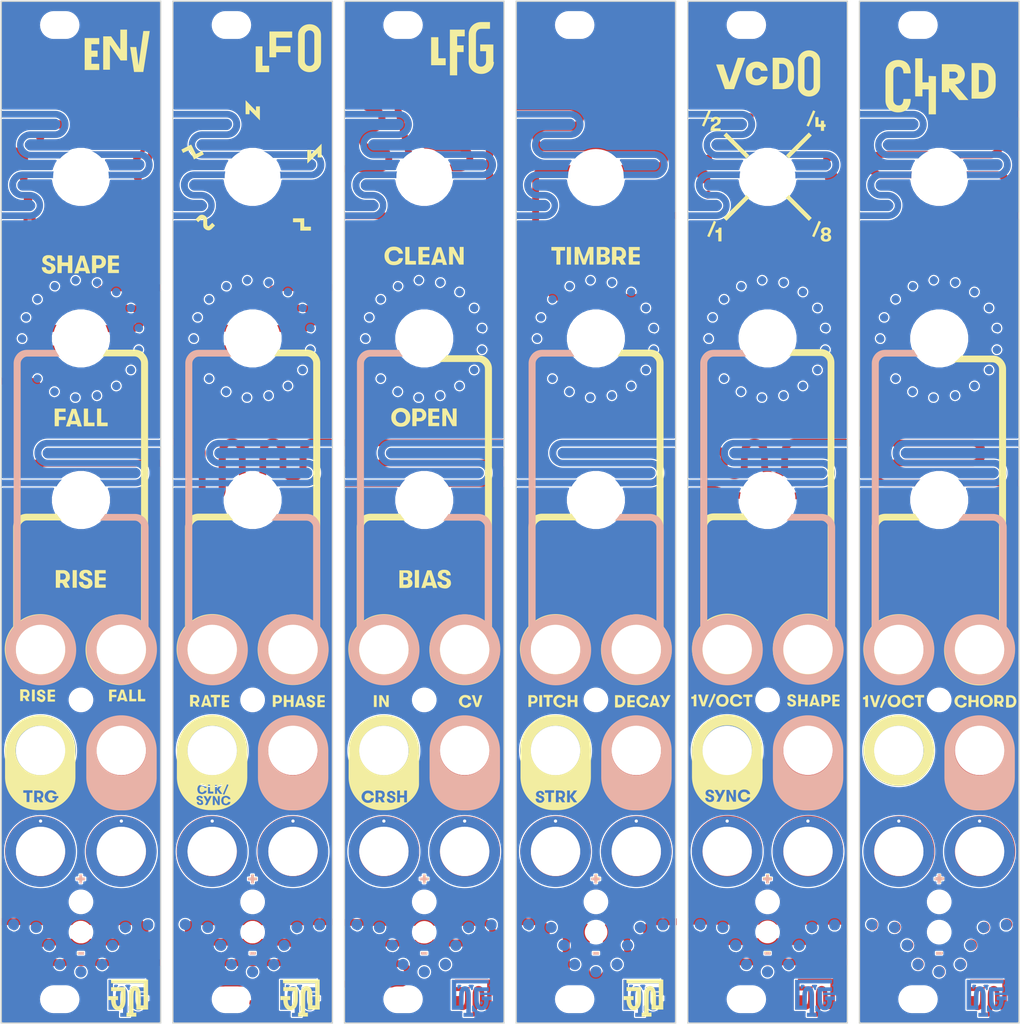
<source format=kicad_pcb>
(kicad_pcb (version 20171130) (host pcbnew "(5.1.9-0-10_14)")
  (layers (0 F.Cu signal) (31 B.Cu signal) (34 B.Paste user) (35 F.Paste user) (36 B.SilkS user) (37 F.SilkS user) (38 B.Mask user) (39 F.Mask user) (44 Edge.Cuts user))
  (net 0 "")
  (module Panels:plain (layer B.Cu) (at 92.71 94.3864 180)
    (fp_text reference svg2mod hide)
    (fp_text value G*** hide)
    (fp_poly (pts (xy 2.363611 10.586861) (xy 2.466206 10.492603) (xy 2.5626 10.395038) (xy 2.653206 10.294166) (xy 2.738438 10.189986) (xy 2.818708 10.082499) (xy 2.894431 9.971705) (xy 2.966021 9.857603) (xy 3.033889 9.740194) (xy 10.018889 9.740194) (xy 10.018889 10.586861) (xy 2.363611 10.586861)) (layer B.Cu) (width 0))
    (fp_poly (pts (xy -2.363611 10.586861) (xy -6.808611 10.586861) (xy -6.952262 10.598997) (xy -7.085753 10.633146) (xy -7.207391 10.685921) (xy -7.315482 10.753937) (xy -7.408333 10.833806) (xy -7.488202 10.926374) (xy -7.556218 11.03249) (xy -7.608993 11.148766) (xy -7.643142 11.271814) (xy -7.655278 11.39825) (xy -7.646529 11.541901) (xy -7.619153 11.675392) (xy -7.571458 11.79703) (xy -7.501749 11.905121) (xy -7.408333 11.997972) (xy -7.315482 12.077841) (xy -7.207391 12.145857) (xy -7.085753 12.198632) (xy -6.952262 12.232781) (xy -6.808611 12.244917) (xy 4.162778 12.244917) (xy 4.29828 12.250173) (xy 4.42976 12.265801) (xy 4.55743 12.291589) (xy 4.681502 12.327326) (xy 4.802188 12.372799) (xy 4.919698 12.427797) (xy 5.034245 12.492108) (xy 5.14604 12.565521) (xy 5.255295 12.647824) (xy 5.362222 12.738806) (xy 5.453204 12.83716) (xy 5.535507 12.941441) (xy 5.60892 13.051226) (xy 5.673231 13.16609) (xy 5.728229 13.285611) (xy 5.773702 13.409366) (xy 5.809439 13.53693) (xy 5.835227 13.667881) (xy 5.850855 13.801796) (xy 5.856111 13.93825) (xy 5.850855 14.074704) (xy 5.835227 14.208619) (xy 5.809439 14.33957) (xy 5.773702 14.467134) (xy 5.728229 14.590889) (xy 5.673231 14.71041) (xy 5.60892 14.825274) (xy 5.535507 14.935059) (xy 5.453204 15.03934) (xy 5.362222 15.137694) (xy 5.263868 15.227688) (xy 5.159587 15.30731) (xy 5.049802 15.376772) (xy 4.934938 15.436286) (xy 4.815417 15.486063) (xy 4.691662 15.526314) (xy 4.564098 15.557253) (xy 4.433147 15.57909) (xy 4.299232 15.592037) (xy 4.162778 15.596306) (xy -10.054167 15.596306) (xy -10.054167 14.749639) (xy 4.162778 14.749639) (xy 4.289213 14.74089) (xy 4.412262 14.713514) (xy 4.528538 14.665819) (xy 4.634653 14.59611) (xy 4.727222 14.502694) (xy 4.820638 14.409843) (xy 4.890347 14.301752) (xy 4.938042 14.180114) (xy 4.965418 14.046623) (xy 4.974167 13.902972) (xy 4.965418 13.776537) (xy 4.938042 13.653488) (xy 4.890347 13.537212) (xy 4.820638 13.431097) (xy 4.727222 13.338528) (xy 4.634653 13.245112) (xy 4.528538 13.175403) (xy 4.412262 13.127708) (xy 4.289213 13.100332) (xy 4.162778 13.091583) (xy -6.808611 13.091583) (xy -6.945066 13.087315) (xy -7.07898 13.074368) (xy -7.209931 13.052531) (xy -7.337496 13.021592) (xy -7.46125 12.98134) (xy -7.580771 12.931563) (xy -7.695636 12.87205) (xy -7.80542 12.802588) (xy -7.909701 12.722966) (xy -8.008056 12.632972) (xy -8.098049 12.534618) (xy -8.177671 12.430337) (xy -8.247133 12.320552) (xy -8.306647 12.205688) (xy -8.356424 12.086167) (xy -8.396676 11.962412) (xy -8.427614 11.834848) (xy -8.449451 11.703897) (xy -8.462398 11.569982) (xy -8.466667 11.433528) (xy -8.462398 11.298026) (xy -8.449451 11.166546) (xy -8.427614 11.038875) (xy -8.396676 10.914803) (xy -8.356424 10.794118) (xy -8.306647 10.676608) (xy -8.247133 10.562061) (xy -8.177671 10.450266) (xy -8.098049 10.34101) (xy -8.008056 10.234083) (xy -7.909701 10.143102) (xy -7.80542 10.060799) (xy -7.695636 9.987386) (xy -7.580771 9.923074) (xy -7.46125 9.868076) (xy -7.337496 9.822603) (xy -7.209931 9.786867) (xy -7.07898 9.761079) (xy -6.945066 9.745451) (xy -6.808611 9.740194) (xy -3.033889 9.740194) (xy -2.964574 9.857603) (xy -2.88947 9.971705) (xy -2.809406 10.082499) (xy -2.725208 10.189986) (xy -2.637703 10.294166) (xy -2.547717 10.395038) (xy -2.456077 10.492603) (xy -2.363611 10.586861)) (layer B.Cu) (width 0))
    (fp_poly (pts (xy 6.455833 44.206583) (xy 6.315569 44.215332) (xy 6.188851 44.242708) (xy 6.072293 44.290403) (xy 5.962509 44.360112) (xy 5.856111 44.453528) (xy 5.759027 44.559926) (xy 5.680569 44.66971) (xy 5.622431 44.786268) (xy 5.586307 44.912986) (xy 5.573889 45.05325) (xy 5.586307 45.193514) (xy 5.622431 45.320232) (xy 5.680569 45.43679) (xy 5.759027 45.546574) (xy 5.856111 45.652972) (xy 5.962509 45.750057) (xy 6.072293 45.828514) (xy 6.188851 45.886652) (xy 6.315569 45.922777) (xy 6.455833 45.935194) (xy 7.3025 45.935194) (xy 7.447562 45.940451) (xy 7.586698 45.956079) (xy 7.72033 45.981867) (xy 7.848882 46.017603) (xy 7.972778 46.063076) (xy 8.09244 46.118074) (xy 8.208292 46.182386) (xy 8.320758 46.255799) (xy 8.43026 46.338102) (xy 8.537222 46.429083) (xy 8.628204 46.536046) (xy 8.710507 46.645548) (xy 8.78392 46.758013) (xy 8.848231 46.873866) (xy 8.903229 46.993528) (xy 8.948702 47.117423) (xy 8.984439 47.245976) (xy 9.010227 47.379608) (xy 9.025855 47.518743) (xy 9.031111 47.663806) (xy 9.025855 47.799308) (xy 9.010227 47.930788) (xy 8.984439 48.058458) (xy 8.948702 48.18253) (xy 8.903229 48.303215) (xy 8.848231 48.420726) (xy 8.78392 48.535273) (xy 8.710507 48.647068) (xy 8.628204 48.756323) (xy 8.537222 48.86325) (xy 8.43026 48.962804) (xy 8.320758 49.050081) (xy 8.208292 49.125505) (xy 8.09244 49.189499) (xy 7.972778 49.242486) (xy 7.848882 49.28489) (xy 7.72033 49.317134) (xy 7.586698 49.339641) (xy 7.447562 49.352835) (xy 7.3025 49.357139) (xy 3.421944 49.357139) (xy 3.442829 49.22647) (xy 3.46202 49.090721) (xy 3.477824 48.953279) (xy 3.488549 48.81753) (xy 3.4925 48.686861) (xy 3.4925 48.598667) (xy 3.4925 48.510472) (xy 7.3025 48.510472) (xy 7.422869 48.501816) (xy 7.536379 48.476501) (xy 7.642049 48.435507) (xy 7.738899 48.379814) (xy 7.82595 48.310401) (xy 7.902222 48.22825) (xy 7.995638 48.121852) (xy 8.065347 48.012068) (xy 8.113042 47.89551) (xy 8.140418 47.768792) (xy 8.149167 47.628528) (xy 8.140418 47.484877) (xy 8.113042 47.351386) (xy 8.065347 47.229748) (xy 7.995638 47.121657) (xy 7.902222 47.028806) (xy 7.795824 46.93539) (xy 7.68604 46.865681) (xy 7.569482 46.817986) (xy 7.442764 46.79061) (xy 7.3025 46.781861) (xy 6.455833 46.781861) (xy 6.320331 46.776605) (xy 6.188851 46.760977) (xy 6.061181 46.735189) (xy 5.937109 46.699452) (xy 5.816424 46.653979) (xy 5.698913 46.598981) (xy 5.584366 46.53467) (xy 5.472571 46.461257) (xy 5.363316 46.378954) (xy 5.256389 46.287972) (xy 5.156835 46.181045) (xy 5.069558 46.07179) (xy 4.994134 45.959995) (xy 4.93014 45.845448) (xy 4.877153 45.727938) (xy 4.834749 45.607252) (xy 4.802505 45.48318) (xy 4.779998 45.35551) (xy 4.766804 45.22403) (xy 4.7625 45.088528) (xy 4.767756 44.943466) (xy 4.783384 44.80433) (xy 4.809173 44.670698) (xy 4.844909 44.542146) (xy 4.890382 44.41825) (xy 4.94538 44.298588) (xy 5.009691 44.182736) (xy 5.083104 44.07027) (xy 5.165408 43.960768) (xy 5.256389 43.853806) (xy 5.363316 43.762824) (xy 5.472571 43.680521) (xy 5.584366 43.607108) (xy 5.698913 43.542797) (xy 5.816424 43.487799) (xy 5.937109 43.442326) (xy 6.061181 43.406589) (xy 6.188851 43.380801) (xy 6.320331 43.365173) (xy 6.455833 43.359917) (xy 10.054167 43.359917) (xy 10.054167 44.206583) (xy 6.455833 44.206583)) (layer B.Cu) (width 0))
    (fp_poly (pts (xy 3.280833 56.130472) (xy 10.018889 56.130472) (xy 10.018889 56.977139) (xy 3.280833 56.977139) (xy 3.135771 56.971883) (xy 2.996636 56.956254) (xy 2.863003 56.930466) (xy 2.734451 56.89473) (xy 2.610556 56.849257) (xy 2.490893 56.794259) (xy 2.375041 56.729948) (xy 2.262576 56.656534) (xy 2.153073 56.574231) (xy 2.046111 56.48325) (xy 1.95513 56.376288) (xy 1.872827 56.266786) (xy 1.799414 56.15432) (xy 1.735102 56.038468) (xy 1.680104 55.918806) (xy 1.634631 55.79491) (xy 1.598895 55.666358) (xy 1.573107 55.532726) (xy 1.557479 55.39359) (xy 1.552222 55.248528) (xy 1.557479 55.113026) (xy 1.573107 54.981546) (xy 1.598895 54.853875) (xy 1.634631 54.729803) (xy 1.680104 54.609118) (xy 1.735102 54.491608) (xy 1.799414 54.377061) (xy 1.872827 54.265266) (xy 1.95513 54.15601) (xy 2.046111 54.049083) (xy 2.153073 53.949529) (xy 2.262576 53.862252) (xy 2.375041 53.786828) (xy 2.490893 53.722834) (xy 2.610556 53.669847) (xy 2.734451 53.627443) (xy 2.863003 53.595199) (xy 2.996636 53.572692) (xy 3.135771 53.559498) (xy 3.280833 53.555194) (xy 6.35 53.555194) (xy 6.490264 53.546446) (xy 6.616982 53.51907) (xy 6.73354 53.471374) (xy 6.843324 53.401666) (xy 6.949722 53.30825) (xy 7.046807 53.201852) (xy 7.125264 53.092068) (xy 7.183402 52.97551) (xy 7.219527 52.848792) (xy 7.231944 52.708528) (xy 7.219527 52.568263) (xy 7.183402 52.441546) (xy 7.125264 52.324988) (xy 7.046807 52.215203) (xy 6.949722 52.108806) (xy 6.843324 52.011721) (xy 6.73354 51.933263) (xy 6.616982 51.875126) (xy 6.490264 51.839001) (xy 6.35 51.826583) (xy 1.340556 51.826583) (xy 1.46473 51.775058) (xy 1.586996 51.717013) (xy 1.707195 51.652924) (xy 1.825168 51.58327) (xy 1.940755 51.508527) (xy 2.053797 51.429172) (xy 2.164137 51.345682) (xy 2.271613 51.258534) (xy 2.376068 51.168206) (xy 2.477343 51.075175) (xy 2.575278 50.979917) (xy 6.35 50.979917) (xy 6.485502 50.985173) (xy 6.616982 51.000801) (xy 6.744653 51.026589) (xy 6.868724 51.062326) (xy 6.98941 51.107799) (xy 7.10692 51.162797) (xy 7.221467 51.227108) (xy 7.333262 51.300521) (xy 7.442518 51.382824) (xy 7.549444 51.473806) (xy 7.648998 51.580733) (xy 7.736276 51.689988) (xy 7.811699 51.801783) (xy 7.875693 51.91633) (xy 7.928681 52.03384) (xy 7.971084 52.154526) (xy 8.003328 52.278598) (xy 8.025836 52.406268) (xy 8.039029 52.537748) (xy 8.043333 52.67325) (xy 8.038077 52.818312) (xy 8.022449 52.957448) (xy 7.996661 53.09108) (xy 7.960924 53.219632) (xy 7.915451 53.343528) (xy 7.860453 53.46319) (xy 7.796142 53.579042) (xy 7.722729 53.691508) (xy 7.640426 53.80101) (xy 7.549444 53.907972) (xy 7.442518 53.998954) (xy 7.333262 54.081257) (xy 7.221467 54.15467) (xy 7.10692 54.218981) (xy 6.98941 54.273979) (xy 6.868724 54.319452) (xy 6.744653 54.355189) (xy 6.616982 54.380977) (xy 6.485502 54.396605) (xy 6.35 54.401861) (xy 3.280833 54.401861) (xy 3.160464 54.410517) (xy 3.046955 54.435832) (xy 2.941285 54.476826) (xy 2.844434 54.53252) (xy 2.757383 54.601932) (xy 2.681111 54.684083) (xy 2.587696 54.790481) (xy 2.517987 54.900266) (xy 2.470291 55.016823) (xy 2.442916 55.143541) (xy 2.434167 55.283806) (xy 2.442916 55.427457) (xy 2.470291 55.560948) (xy 2.517987 55.682586) (xy 2.587696 55.790677) (xy 2.681111 55.883528) (xy 2.787509 55.976943) (xy 2.897293 56.046652) (xy 3.013851 56.094348) (xy 3.140569 56.121723) (xy 3.280833 56.130472)) (layer B.Cu) (width 0))
    (fp_poly (pts (xy -3.4925 48.651583) (xy -3.488549 48.795799) (xy -3.477824 48.933241) (xy -3.46202 49.065603) (xy -3.442829 49.194579) (xy -3.421944 49.321861) (xy -7.3025 49.321861) (xy -7.422869 49.330517) (xy -7.536379 49.355832) (xy -7.642049 49.396826) (xy -7.738899 49.45252) (xy -7.82595 49.521932) (xy -7.902222 49.604083) (xy -7.995638 49.710481) (xy -8.065347 49.820266) (xy -8.113042 49.936823) (xy -8.140418 50.063541) (xy -8.149167 50.203806) (xy -8.140418 50.347457) (xy -8.113042 50.480948) (xy -8.065347 50.602586) (xy -7.995638 50.710677) (xy -7.902222 50.803528) (xy -7.795824 50.896943) (xy -7.68604 50.966652) (xy -7.569482 51.014348) (xy -7.442764 51.041723) (xy -7.3025 51.050472) (xy -2.54 51.050472) (xy -2.442065 51.14573) (xy -2.340791 51.238762) (xy -2.236335 51.32909) (xy -2.128859 51.416237) (xy -2.01852 51.499727) (xy -1.905477 51.579082) (xy -1.78989 51.653826) (xy -1.671918 51.72348) (xy -1.551719 51.787568) (xy -1.429452 51.845614) (xy -1.305278 51.897139) (xy -7.3025 51.897139) (xy -7.447562 51.891883) (xy -7.586698 51.876254) (xy -7.72033 51.850466) (xy -7.848882 51.81473) (xy -7.972778 51.769257) (xy -8.09244 51.714259) (xy -8.208292 51.649948) (xy -8.320758 51.576534) (xy -8.43026 51.494231) (xy -8.537222 51.40325) (xy -8.628204 51.296288) (xy -8.710507 51.186786) (xy -8.78392 51.07432) (xy -8.848231 50.958468) (xy -8.903229 50.838806) (xy -8.948702 50.71491) (xy -8.984439 50.586358) (xy -9.010227 50.452726) (xy -9.025855 50.31359) (xy -9.031111 50.168528) (xy -9.025855 50.033026) (xy -9.010227 49.901546) (xy -8.984439 49.773875) (xy -8.948702 49.649803) (xy -8.903229 49.529118) (xy -8.848231 49.411608) (xy -8.78392 49.297061) (xy -8.710507 49.185266) (xy -8.628204 49.07601) (xy -8.537222 48.969083) (xy -8.43026 48.869529) (xy -8.320758 48.782252) (xy -8.208292 48.706828) (xy -8.09244 48.642834) (xy -7.972778 48.589847) (xy -7.848882 48.547443) (xy -7.72033 48.515199) (xy -7.586698 48.492692) (xy -7.447562 48.479498) (xy -7.3025 48.475194) (xy -3.4925 48.475194) (xy -3.4925 48.55016) (xy -3.4925 48.651583)) (layer B.Cu) (width 0))
    (fp_poly (pts (xy -0.388056 -48.820917) (xy 0.388056 -48.820917) (xy 0.388056 -49.138417) (xy -0.388056 -49.138417) (xy -0.388056 -48.820917)) (layer B.Cu) (width 0))
    (fp_poly (pts (xy -0.141111 -39.789806) (xy -0.529167 -39.789806) (xy -0.529167 -39.472306) (xy -0.141111 -39.472306) (xy -0.141111 -39.08425) (xy 0.176389 -39.08425) (xy 0.176389 -39.472306) (xy 0.564444 -39.472306) (xy 0.564444 -39.789806) (xy 0.176389 -39.789806) (xy 0.176389 -40.177861) (xy -0.141111 -40.177861) (xy -0.141111 -39.789806)) (layer B.Cu) (width 0))
    (fp_poly (pts (xy 0.176389 20.852694) (xy 0.175977 20.972824) (xy 0.203336 21.088017) (xy 0.255995 21.193336) (xy 0.331488 21.283844) (xy 0.427345 21.354606) (xy 0.541097 21.400683) (xy 0.670278 21.417139) (xy 0.788556 21.417653) (xy 0.899429 21.391015) (xy 0.999811 21.340309) (xy 1.086617 21.268623) (xy 1.156761 21.17904) (xy 1.207158 21.074646) (xy 1.234722 20.958528) (xy 1.235134 20.838398) (xy 1.207775 20.723205) (xy 1.155116 20.617886) (xy 1.079623 20.527378) (xy 0.983767 20.456617) (xy 0.870014 20.410539) (xy 0.740833 20.394083) (xy 0.670278 20.394083) (xy 0.550399 20.408456) (xy 0.440319 20.450266) (xy 0.343958 20.517556) (xy 0.265237 20.608363) (xy 0.208074 20.720729) (xy 0.176389 20.852694)) (layer B.Cu) (width 0))
    (fp_poly (pts (xy -2.151944 20.641028) (xy -2.265903 20.685562) (xy -2.363817 20.755398) (xy -2.4426 20.845598) (xy -2.499168 20.951225) (xy -2.530435 21.067344) (xy -2.533315 21.189016) (xy -2.504722 21.311306) (xy -2.462142 21.425264) (xy -2.397346 21.523178) (xy -2.314037 21.601962) (xy -2.215918 21.658529) (xy -2.10669 21.689796) (xy -1.990057 21.692676) (xy -1.869722 21.664083) (xy -1.755764 21.619549) (xy -1.65785 21.549713) (xy -1.579066 21.459513) (xy -1.522498 21.353886) (xy -1.491232 21.237767) (xy -1.488352 21.116095) (xy -1.516944 20.993806) (xy -1.563492 20.879316) (xy -1.630617 20.783445) (xy -1.715382 20.707174) (xy -1.814846 20.65148) (xy -1.926069 20.617346) (xy -2.046111 20.60575) (xy -2.085799 20.636618) (xy -2.151944 20.641028)) (layer B.Cu) (width 0))
    (fp_poly (pts (xy 2.8575 21.417139) (xy 2.811937 21.526572) (xy 2.795378 21.640325) (xy 2.806589 21.754078) (xy 2.844335 21.863511) (xy 2.907383 21.964304) (xy 2.994497 22.052139) (xy 3.104444 22.122694) (xy 3.213878 22.168257) (xy 3.32763 22.184816) (xy 3.441383 22.173606) (xy 3.550816 22.135859) (xy 3.65161 22.072812) (xy 3.739444 21.985697) (xy 3.81 21.87575) (xy 3.855563 21.766317) (xy 3.872122 21.652564) (xy 3.860911 21.538811) (xy 3.823165 21.429378) (xy 3.760117 21.328584) (xy 3.673003 21.24075) (xy 3.563056 21.170194) (xy 3.452813 21.121688) (xy 3.316111 21.099639) (xy 3.207456 21.129272) (xy 3.0988 21.175839) (xy 2.998611 21.239339) (xy 2.915356 21.319772) (xy 2.8575 21.417139)) (layer B.Cu) (width 0))
    (fp_poly (pts (xy -4.7625 21.946306) (xy -4.855374 22.029923) (xy -4.92233 22.127117) (xy -4.963367 22.234185) (xy -4.978486 22.347423) (xy -4.967687 22.46313) (xy -4.930969 22.577603) (xy -4.868333 22.687139) (xy -4.784716 22.780013) (xy -4.687522 22.846969) (xy -4.580454 22.888006) (xy -4.467216 22.903125) (xy -4.351509 22.892326) (xy -4.237036 22.855608) (xy -4.1275 22.792972) (xy -4.034626 22.709355) (xy -3.96767 22.612161) (xy -3.926633 22.505093) (xy -3.911514 22.391855) (xy -3.922313 22.276148) (xy -3.959031 22.161675) (xy -4.021667 22.052139) (xy -4.107656 21.959535) (xy -4.206875 21.893389) (xy -4.319323 21.853701) (xy -4.445 21.840472) (xy -4.550833 21.852231) (xy -4.656667 21.887509) (xy -4.7625 21.946306)) (layer B.Cu) (width 0))
    (fp_poly (pts (xy 5.115278 22.898806) (xy 5.035569 22.995382) (xy 4.978692 23.101216) (xy 4.945883 23.212603) (xy 4.938375 23.325842) (xy 4.957402 23.437229) (xy 5.004199 23.543062) (xy 5.08 23.639639) (xy 5.176577 23.719348) (xy 5.28241 23.776225) (xy 5.393797 23.809034) (xy 5.507036 23.816542) (xy 5.618423 23.797515) (xy 5.724257 23.750718) (xy 5.820833 23.674917) (xy 5.900543 23.57834) (xy 5.957419 23.472507) (xy 5.990228 23.361119) (xy 5.997736 23.247881) (xy 5.978709 23.136493) (xy 5.931912 23.03066) (xy 5.856111 22.934083) (xy 5.770673 22.861874) (xy 5.675313 22.806201) (xy 5.573338 22.770372) (xy 5.468056 22.757694) (xy 5.353076 22.7786) (xy 5.230257 22.830863) (xy 5.115278 22.898806)) (layer B.Cu) (width 0))
    (fp_poly (pts (xy -6.738056 24.09825) (xy -6.785675 24.207786) (xy -6.807994 24.322259) (xy -6.805628 24.437966) (xy -6.779196 24.551204) (xy -6.729313 24.658272) (xy -6.656598 24.755466) (xy -6.561667 24.839083) (xy -6.452131 24.886703) (xy -6.337658 24.909022) (xy -6.221951 24.906656) (xy -6.108712 24.880224) (xy -6.001645 24.830341) (xy -5.904451 24.757626) (xy -5.820833 24.662694) (xy -5.773213 24.553158) (xy -5.750895 24.438686) (xy -5.75326 24.322979) (xy -5.779693 24.20974) (xy -5.829576 24.102673) (xy -5.902291 24.005479) (xy -5.997222 23.921861) (xy -6.07823 23.88789) (xy -6.174918 23.861758) (xy -6.279444 23.851306) (xy -6.384713 23.860054) (xy -6.486596 23.88743) (xy -6.581704 23.935126) (xy -6.666653 24.004834) (xy -6.738056 24.09825)) (layer B.Cu) (width 0))
    (fp_poly (pts (xy -7.796389 26.814639) (xy -7.809965 26.934974) (xy -7.792686 27.051607) (xy -7.748255 27.160834) (xy -7.680373 27.258954) (xy -7.592745 27.342263) (xy -7.489071 27.407059) (xy -7.373056 27.449639) (xy -7.25272 27.463215) (xy -7.136088 27.445936) (xy -7.02686 27.401505) (xy -6.928741 27.333623) (xy -6.845432 27.245995) (xy -6.780636 27.142321) (xy -6.738056 27.026306) (xy -6.735587 26.90597) (xy -6.757186 26.789338) (xy -6.801 26.68011) (xy -6.865179 26.581991) (xy -6.947871 26.498682) (xy -7.047225 26.433886) (xy -7.161389 26.391306) (xy -7.267222 26.391306) (xy -7.387265 26.405515) (xy -7.498488 26.446182) (xy -7.597951 26.510368) (xy -7.682716 26.595133) (xy -7.749842 26.697536) (xy -7.796389 26.814639)) (layer B.Cu) (width 0))
    (fp_poly (pts (xy 6.879167 28.296306) (xy 6.893669 28.427543) (xy 6.934706 28.547055) (xy 6.998576 28.651757) (xy 7.081577 28.738563) (xy 7.180005 28.804388) (xy 7.290158 28.846145) (xy 7.408333 28.86075) (xy 7.526509 28.846248) (xy 7.636662 28.805211) (xy 7.73509 28.74134) (xy 7.81809 28.65834) (xy 7.881961 28.559912) (xy 7.922998 28.449759) (xy 7.9375 28.331583) (xy 7.922998 28.213408) (xy 7.881961 28.103255) (xy 7.81809 28.004827) (xy 7.73509 27.921826) (xy 7.636662 27.857956) (xy 7.526509 27.816919) (xy 7.408333 27.802417) (xy 7.290158 27.802005) (xy 7.180005 27.829364) (xy 7.081577 27.882023) (xy 6.998576 27.957515) (xy 6.934706 28.053372) (xy 6.893669 28.167125) (xy 6.879167 28.296306)) (layer B.Cu) (width 0))
    (fp_poly (pts (xy -7.373056 29.107694) (xy -7.489071 29.137315) (xy -7.592745 29.193472) (xy -7.680373 29.272461) (xy -7.748255 29.370581) (xy -7.792686 29.484128) (xy -7.809965 29.6094) (xy -7.796389 29.742694) (xy -7.766768 29.85871) (xy -7.710611 29.962383) (xy -7.631622 30.050012) (xy -7.533503 30.117894) (xy -7.419955 30.162325) (xy -7.294683 30.179604) (xy -7.161389 30.166028) (xy -7.047225 30.13651) (xy -6.947871 30.081073) (xy -6.865179 30.004038) (xy -6.801 29.909724) (xy -6.757186 29.802451) (xy -6.735587 29.686538) (xy -6.738056 29.566306) (xy -6.772353 29.449203) (xy -6.836049 29.346799) (xy -6.923264 29.262035) (xy -7.028117 29.197849) (xy -7.14473 29.157181) (xy -7.267222 29.142972) (xy -7.373056 29.107694)) (layer B.Cu) (width 0))
    (fp_poly (pts (xy 6.420556 30.801028) (xy 6.389906 30.921466) (xy 6.387026 31.038819) (xy 6.409448 31.15) (xy 6.454702 31.251925) (xy 6.520321 31.341508) (xy 6.603835 31.415663) (xy 6.702778 31.471306) (xy 6.823319 31.501955) (xy 6.941391 31.504835) (xy 7.054527 31.482413) (xy 7.160258 31.437159) (xy 7.256114 31.37154) (xy 7.339629 31.288026) (xy 7.408333 31.189083) (xy 7.438983 31.068645) (xy 7.441863 30.951293) (xy 7.419441 30.840111) (xy 7.374187 30.738186) (xy 7.308568 30.648603) (xy 7.225053 30.574448) (xy 7.126111 30.518806) (xy 7.024688 30.487938) (xy 6.949722 30.483528) (xy 6.82968 30.480098) (xy 6.718457 30.503127) (xy 6.618993 30.549674) (xy 6.534228 30.616799) (xy 6.467103 30.701564) (xy 6.420556 30.801028)) (layer B.Cu) (width 0))
    (fp_poly (pts (xy -6.561667 31.71825) (xy -6.656598 31.79076) (xy -6.729313 31.883634) (xy -6.779196 31.991319) (xy -6.805628 32.10826) (xy -6.807994 32.228904) (xy -6.785675 32.347696) (xy -6.738056 32.459083) (xy -6.665546 32.554014) (xy -6.572672 32.62673) (xy -6.464987 32.676612) (xy -6.348046 32.703045) (xy -6.227402 32.705411) (xy -6.108609 32.683092) (xy -5.997222 32.635472) (xy -5.902291 32.562963) (xy -5.829576 32.470088) (xy -5.779693 32.362404) (xy -5.75326 32.245463) (xy -5.750895 32.124819) (xy -5.773213 32.006026) (xy -5.820833 31.894639) (xy -5.912335 31.796523) (xy -6.023681 31.71825) (xy -6.148255 31.666436) (xy -6.279444 31.647694) (xy -6.383971 31.650308) (xy -6.480658 31.6686) (xy -6.561667 31.71825)) (layer B.Cu) (width 0))
    (fp_poly (pts (xy 5.08 32.917694) (xy 5.004199 33.016123) (xy 4.957402 33.126276) (xy 4.938375 33.2426) (xy 4.945883 33.359541) (xy 4.978692 33.471545) (xy 5.035569 33.573059) (xy 5.115278 33.658528) (xy 5.213706 33.734329) (xy 5.323859 33.781126) (xy 5.440183 33.800153) (xy 5.557124 33.792645) (xy 5.669129 33.759836) (xy 5.770642 33.702959) (xy 5.856111 33.62325) (xy 5.931912 33.524822) (xy 5.978709 33.414669) (xy 5.997736 33.298345) (xy 5.990228 33.181404) (xy 5.957419 33.069399) (xy 5.900543 32.967886) (xy 5.820833 32.882417) (xy 5.705854 32.798795) (xy 5.583035 32.754371) (xy 5.468056 32.741306) (xy 5.362773 32.768866) (xy 5.260799 32.803042) (xy 5.165438 32.850446) (xy 5.08 32.917694)) (layer B.Cu) (width 0))
    (fp_poly (pts (xy -4.868333 33.870194) (xy -4.930969 33.97973) (xy -4.967687 34.094203) (xy -4.978486 34.20991) (xy -4.963367 34.323149) (xy -4.92233 34.430216) (xy -4.855374 34.52741) (xy -4.7625 34.611028) (xy -4.652964 34.673664) (xy -4.538491 34.710382) (xy -4.422784 34.721181) (xy -4.309546 34.706062) (xy -4.202478 34.665024) (xy -4.105284 34.598069) (xy -4.021667 34.505194) (xy -3.959031 34.395658) (xy -3.922313 34.281186) (xy -3.911514 34.165479) (xy -3.926633 34.05224) (xy -3.96767 33.945173) (xy -4.034626 33.847979) (xy -4.1275 33.764361) (xy -4.233333 33.705565) (xy -4.339167 33.670287) (xy -4.445 33.658528) (xy -4.575638 33.671757) (xy -4.696354 33.711444) (xy -4.797227 33.77759) (xy -4.868333 33.870194)) (layer B.Cu) (width 0))
    (fp_poly (pts (xy 3.069167 34.434639) (xy 2.970327 34.505194) (xy 2.887532 34.593029) (xy 2.823868 34.693823) (xy 2.782419 34.803256) (xy 2.766271 34.917009) (xy 2.778511 35.030761) (xy 2.822222 35.140194) (xy 2.892778 35.237183) (xy 2.980612 35.315658) (xy 3.081406 35.374385) (xy 3.190839 35.412132) (xy 3.304592 35.427662) (xy 3.418345 35.419743) (xy 3.527778 35.387139) (xy 3.624766 35.316583) (xy 3.703241 35.228749) (xy 3.761969 35.127955) (xy 3.799715 35.018522) (xy 3.815245 34.904769) (xy 3.807326 34.791016) (xy 3.774722 34.681583) (xy 3.703038 34.584499) (xy 3.616113 34.506041) (xy 3.515642 34.447903) (xy 3.403318 34.411779) (xy 3.280833 34.399361) (xy 3.175 34.403771) (xy 3.069167 34.434639)) (layer B.Cu) (width 0))
    (fp_poly (pts (xy -2.54 35.246028) (xy -2.557485 35.366363) (xy -2.550285 35.482996) (xy -2.519636 35.592223) (xy -2.46677 35.690343) (xy -2.392924 35.773652) (xy -2.299329 35.838448) (xy -2.187222 35.881028) (xy -2.066784 35.898512) (xy -1.949431 35.891313) (xy -1.83825 35.860663) (xy -1.736325 35.807798) (xy -1.646742 35.733951) (xy -1.572587 35.640357) (xy -1.516944 35.52825) (xy -1.49946 35.407812) (xy -1.506659 35.290459) (xy -1.537309 35.179278) (xy -1.590174 35.077353) (xy -1.664021 34.98777) (xy -1.757615 34.913614) (xy -1.869722 34.857972) (xy -1.940278 34.840333) (xy -2.010833 34.822694) (xy -2.130876 34.851603) (xy -2.242099 34.90109) (xy -2.341563 34.968215) (xy -2.426327 35.05004) (xy -2.493453 35.143624) (xy -2.54 35.246028)) (layer B.Cu) (width 0))
    (fp_poly (pts (xy 0.635 35.140194) (xy 0.518779 35.167758) (xy 0.413665 35.218155) (xy 0.322128 35.288299) (xy 0.246636 35.375105) (xy 0.189657 35.475488) (xy 0.153659 35.586361) (xy 0.141111 35.704639) (xy 0.168675 35.82086) (xy 0.219072 35.925974) (xy 0.289216 36.017511) (xy 0.376022 36.093003) (xy 0.476404 36.149982) (xy 0.587277 36.18598) (xy 0.705556 36.198528) (xy 0.821777 36.170964) (xy 0.92689 36.120567) (xy 1.018427 36.050423) (xy 1.09392 35.963617) (xy 1.150899 35.863235) (xy 1.186897 35.752362) (xy 1.199444 35.634083) (xy 1.173835 35.517862) (xy 1.128477 35.412749) (xy 1.065224 35.321212) (xy 0.985926 35.245719) (xy 0.892435 35.18874) (xy 0.786602 35.152742) (xy 0.670278 35.140194) (xy 0.635 35.140194)) (layer B.Cu) (width 0))
    (fp_poly (pts (xy 8.466667 -46.104528) (xy 8.369979 -46.101915) (xy 8.281132 -46.083622) (xy 8.184444 -46.033972) (xy 8.065382 -45.976646) (xy 7.972778 -45.892861) (xy 7.912675 -45.820999) (xy 7.868251 -45.741297) (xy 7.831667 -45.645917) (xy 7.806842 -45.549229) (xy 7.797695 -45.460382) (xy 7.796389 -45.363694) (xy 7.796389 -45.222583) (xy 7.814028 -45.152028) (xy 7.831667 -45.081472) (xy 7.902222 -44.975639) (xy 7.972778 -44.869806) (xy 8.072852 -44.796637) (xy 8.182799 -44.74176) (xy 8.299424 -44.705176) (xy 8.419533 -44.686884) (xy 8.539932 -44.686884) (xy 8.657428 -44.705176) (xy 8.768826 -44.74176) (xy 8.870934 -44.796637) (xy 8.960556 -44.869806) (xy 9.036756 -44.958423) (xy 9.096022 -45.053814) (xy 9.138356 -45.154286) (xy 9.163756 -45.258143) (xy 9.172222 -45.363694) (xy 9.163756 -45.469246) (xy 9.138356 -45.573103) (xy 9.096022 -45.673574) (xy 9.036756 -45.768966) (xy 8.960556 -45.857583) (xy 8.854722 -45.928139) (xy 8.797396 -45.963417) (xy 8.713611 -45.998694) (xy 8.643056 -46.029563) (xy 8.5725 -46.033972) (xy 8.532813 -46.095708) (xy 8.466667 -46.104528)) (layer B.Cu) (width 0))
    (fp_poly (pts (xy 0 -52.031194) (xy -0.1264 -52.019774) (xy -0.245541 -51.986867) (xy -0.355391 -51.934507) (xy -0.453917 -51.864726) (xy -0.539087 -51.779556) (xy -0.608868 -51.68103) (xy -0.661228 -51.57118) (xy -0.694135 -51.452039) (xy -0.705556 -51.325639) (xy -0.694135 -51.199239) (xy -0.661228 -51.080098) (xy -0.608868 -50.970248) (xy -0.539087 -50.871722) (xy -0.453917 -50.786552) (xy -0.355391 -50.716771) (xy -0.245541 -50.66441) (xy -0.1264 -50.631504) (xy 0 -50.620083) (xy 0.1264 -50.631504) (xy 0.245541 -50.66441) (xy 0.355391 -50.716771) (xy 0.453917 -50.786552) (xy 0.539087 -50.871722) (xy 0.608868 -50.970248) (xy 0.661228 -51.080098) (xy 0.694135 -51.199239) (xy 0.705556 -51.325639) (xy 0.694135 -51.46133) (xy 0.661228 -51.585407) (xy 0.608868 -51.696709) (xy 0.539087 -51.794074) (xy 0.453917 -51.87634) (xy 0.355391 -51.942347) (xy 0.245541 -51.990932) (xy 0.1264 -52.020935) (xy 0 -52.031194)) (layer B.Cu) (width 0))
    (fp_poly (pts (xy 2.116667 -50.83175) (xy 2.045966 -50.722384) (xy 1.997913 -50.607501) (xy 1.971636 -50.489425) (xy 1.966264 -50.370477) (xy 1.980927 -50.252982) (xy 2.014753 -50.13926) (xy 2.066871 -50.031636) (xy 2.136411 -49.932433) (xy 2.2225 -49.843972) (xy 2.331866 -49.773271) (xy 2.446749 -49.725218) (xy 2.564825 -49.698941) (xy 2.683773 -49.69357) (xy 2.801268 -49.708233) (xy 2.91499 -49.742059) (xy 3.022614 -49.794177) (xy 3.121817 -49.863716) (xy 3.210278 -49.949806) (xy 3.280979 -50.059172) (xy 3.329032 -50.174054) (xy 3.355309 -50.292131) (xy 3.36068 -50.411078) (xy 3.346017 -50.528574) (xy 3.312191 -50.642295) (xy 3.260073 -50.749919) (xy 3.190534 -50.849123) (xy 3.104444 -50.937583) (xy 2.998611 -51.00428) (xy 2.892778 -51.047826) (xy 2.786944 -51.071529) (xy 2.681111 -51.078694) (xy 2.554676 -51.083492) (xy 2.431627 -51.05781) (xy 2.315351 -51.005034) (xy 2.209236 -50.928552) (xy 2.116667 -50.83175)) (layer B.Cu) (width 0))
    (fp_poly (pts (xy -3.104444 -50.937583) (xy -3.199825 -50.849123) (xy -3.2743 -50.749919) (xy -3.32787 -50.642295) (xy -3.360535 -50.528574) (xy -3.372294 -50.411078) (xy -3.363148 -50.292131) (xy -3.333097 -50.174054) (xy -3.28214 -50.059172) (xy -3.210278 -49.949806) (xy -3.121817 -49.854425) (xy -3.022614 -49.77995) (xy -2.91499 -49.72638) (xy -2.801268 -49.693715) (xy -2.683773 -49.681956) (xy -2.564825 -49.691102) (xy -2.446749 -49.721153) (xy -2.331866 -49.77211) (xy -2.2225 -49.843972) (xy -2.127119 -49.932433) (xy -2.052644 -50.031636) (xy -1.999074 -50.13926) (xy -1.966409 -50.252982) (xy -1.95465 -50.370477) (xy -1.963796 -50.489425) (xy -1.993848 -50.607501) (xy -2.044805 -50.722384) (xy -2.116667 -50.83175) (xy -2.209236 -50.928834) (xy -2.315351 -51.007292) (xy -2.431627 -51.06543) (xy -2.554676 -51.101554) (xy -2.681111 -51.113972) (xy -2.786944 -51.101294) (xy -2.892778 -51.065465) (xy -2.998611 -51.009793) (xy -3.104444 -50.937583)) (layer B.Cu) (width 0))
    (fp_poly (pts (xy 3.845278 -48.679806) (xy 3.721443 -48.644963) (xy 3.609802 -48.589216) (xy 3.512099 -48.515176) (xy 3.430074 -48.425457) (xy 3.365471 -48.322672) (xy 3.320031 -48.209435) (xy 3.295496 -48.088358) (xy 3.293609 -47.962055) (xy 3.316111 -47.833139) (xy 3.350953 -47.709255) (xy 3.406701 -47.597276) (xy 3.480741 -47.498653) (xy 3.57046 -47.414838) (xy 3.673244 -47.347283) (xy 3.786481 -47.297439) (xy 3.907558 -47.266759) (xy 4.033861 -47.256693) (xy 4.162778 -47.268694) (xy 4.286661 -47.303537) (xy 4.39864 -47.359284) (xy 4.497263 -47.433324) (xy 4.581078 -47.523043) (xy 4.648634 -47.625828) (xy 4.698477 -47.739065) (xy 4.729158 -47.860142) (xy 4.739223 -47.986445) (xy 4.727222 -48.115361) (xy 4.691118 -48.230772) (xy 4.636823 -48.337501) (xy 4.565992 -48.433481) (xy 4.480278 -48.516646) (xy 4.381335 -48.584928) (xy 4.270816 -48.63626) (xy 4.150375 -48.668575) (xy 4.021667 -48.679806) (xy 3.933472 -48.706264) (xy 3.845278 -48.679806)) (layer B.Cu) (width 0))
    (fp_poly (pts (xy -4.656667 -48.150639) (xy -4.668716 -48.022884) (xy -4.658989 -47.899484) (xy -4.629228 -47.782182) (xy -4.581175 -47.672719) (xy -4.516572 -47.572838) (xy -4.43716 -47.484281) (xy -4.344683 -47.408789) (xy -4.240882 -47.348106) (xy -4.1275 -47.303972) (xy -3.999745 -47.291923) (xy -3.876345 -47.301649) (xy -3.759043 -47.33141) (xy -3.64958 -47.379464) (xy -3.549699 -47.444067) (xy -3.461142 -47.523478) (xy -3.38565 -47.615956) (xy -3.324967 -47.719756) (xy -3.280833 -47.833139) (xy -3.268784 -47.960894) (xy -3.278511 -48.084293) (xy -3.308272 -48.201596) (xy -3.356325 -48.311058) (xy -3.420928 -48.41094) (xy -3.50034 -48.499497) (xy -3.592817 -48.574988) (xy -3.696618 -48.635672) (xy -3.81 -48.679806) (xy -3.951111 -48.679806) (xy -4.07982 -48.67009) (xy -4.20026 -48.641772) (xy -4.310779 -48.59609) (xy -4.409722 -48.534285) (xy -4.495436 -48.457597) (xy -4.566267 -48.367266) (xy -4.620562 -48.264534) (xy -4.656667 -48.150639)) (layer B.Cu) (width 0))
    (fp_poly (pts (xy 5.009444 -46.06925) (xy 4.961052 -45.94948) (xy 4.933275 -45.827096) (xy 4.925823 -45.704713) (xy 4.938405 -45.584943) (xy 4.970731 -45.470399) (xy 5.02251 -45.363694) (xy 5.093453 -45.267443) (xy 5.183269 -45.184257) (xy 5.291667 -45.11675) (xy 5.411437 -45.068358) (xy 5.53382 -45.040581) (xy 5.656204 -45.033129) (xy 5.775974 -45.045711) (xy 5.890518 -45.078036) (xy 5.997222 -45.129816) (xy 6.093474 -45.200759) (xy 6.17666 -45.290574) (xy 6.244167 -45.398972) (xy 6.292559 -45.518742) (xy 6.320336 -45.641126) (xy 6.327788 -45.763509) (xy 6.315206 -45.883279) (xy 6.28288 -45.997823) (xy 6.231101 -46.104528) (xy 6.160158 -46.200779) (xy 6.070343 -46.283965) (xy 5.961944 -46.351472) (xy 5.856111 -46.401122) (xy 5.750278 -46.419415) (xy 5.644444 -46.422028) (xy 5.506763 -46.413045) (xy 5.377901 -46.385443) (xy 5.260799 -46.338243) (xy 5.158395 -46.270464) (xy 5.07363 -46.181126) (xy 5.009444 -46.06925)) (layer B.Cu) (width 0))
    (fp_poly (pts (xy -5.926667 -46.351472) (xy -6.035065 -46.283965) (xy -6.12488 -46.200779) (xy -6.195823 -46.104528) (xy -6.247602 -45.997823) (xy -6.279928 -45.883279) (xy -6.29251 -45.763509) (xy -6.285058 -45.641126) (xy -6.257281 -45.518742) (xy -6.208889 -45.398972) (xy -6.141382 -45.290574) (xy -6.058196 -45.200759) (xy -5.961944 -45.129816) (xy -5.85524 -45.078036) (xy -5.740696 -45.045711) (xy -5.620926 -45.033129) (xy -5.498543 -45.040581) (xy -5.376159 -45.068358) (xy -5.256389 -45.11675) (xy -5.146829 -45.184257) (xy -5.05411 -45.267443) (xy -4.979393 -45.363694) (xy -4.923839 -45.470399) (xy -4.88861 -45.584943) (xy -4.874866 -45.704713) (xy -4.88377 -45.827096) (xy -4.916483 -45.94948) (xy -4.974167 -46.06925) (xy -5.053052 -46.183739) (xy -5.146636 -46.27961) (xy -5.251979 -46.355882) (xy -5.366142 -46.411575) (xy -5.486184 -46.44571) (xy -5.609167 -46.457306) (xy -5.715 -46.422028) (xy -5.820833 -46.38675) (xy -5.926667 -46.351472)) (layer B.Cu) (width 0))
    (fp_poly (pts (xy -8.431389 -46.104528) (xy -8.5725 -46.104528) (xy -8.643056 -46.086889) (xy -8.713611 -46.06925) (xy -8.819444 -45.998694) (xy -8.925278 -45.928139) (xy -8.985381 -45.856277) (xy -9.029805 -45.776575) (xy -9.066389 -45.681194) (xy -9.091214 -45.600186) (xy -9.10036 -45.503499) (xy -9.101667 -45.398972) (xy -9.101667 -45.257861) (xy -9.084028 -45.187306) (xy -9.066389 -45.11675) (xy -8.995833 -45.010917) (xy -8.925278 -44.905083) (xy -8.834494 -44.831915) (xy -8.729484 -44.777038) (xy -8.614311 -44.740454) (xy -8.49304 -44.722162) (xy -8.369737 -44.722162) (xy -8.248467 -44.740454) (xy -8.133294 -44.777038) (xy -8.028283 -44.831915) (xy -7.9375 -44.905083) (xy -7.866944 -45.010917) (xy -7.796389 -45.11675) (xy -7.765521 -45.174076) (xy -7.761111 -45.257861) (xy -7.761111 -45.398972) (xy -7.762418 -45.495659) (xy -7.771564 -45.584507) (xy -7.796389 -45.681194) (xy -7.832973 -45.776575) (xy -7.877397 -45.856277) (xy -7.9375 -45.928139) (xy -8.043333 -45.998694) (xy -8.149167 -46.06925) (xy -8.206493 -46.086889) (xy -8.290278 -46.104528) (xy -8.431389 -46.104528)) (layer B.Cu) (width 0))
    (fp_poly (pts (xy -5.08 -31.753528) (xy -7.323103 -34.04158) (xy -7.236948 -33.955425) (xy -7.147435 -33.872731) (xy -7.054668 -33.793603) (xy -6.958751 -33.718142) (xy -6.859786 -33.646453) (xy -6.757877 -33.578639) (xy -6.653128 -33.514803) (xy -6.545642 -33.45505) (xy -6.435522 -33.399483) (xy -6.322873 -33.348204) (xy -6.207797 -33.301318) (xy -6.090398 -33.258928) (xy -5.97078 -33.221138) (xy -5.849046 -33.18805) (xy -5.725299 -33.159769) (xy -5.599644 -33.136398) (xy -5.472182 -33.118041) (xy -5.343019 -33.1048) (xy -5.212257 -33.09678) (xy -5.08 -33.094083) (xy -4.947743 -33.09678) (xy -4.816981 -33.1048) (xy -4.687818 -33.118041) (xy -4.560356 -33.136398) (xy -4.434701 -33.159769) (xy -4.310954 -33.18805) (xy -4.18922 -33.221138) (xy -4.069602 -33.258928) (xy -3.952203 -33.301318) (xy -3.837127 -33.348204) (xy -3.724478 -33.399483) (xy -3.614358 -33.45505) (xy -3.506872 -33.514803) (xy -3.402123 -33.578639) (xy -3.300214 -33.646453) (xy -3.201249 -33.718142) (xy -3.105332 -33.793603) (xy -3.012565 -33.872731) (xy -2.923052 -33.955425) (xy -2.836897 -34.04158) (xy -2.754204 -34.131093) (xy -2.675075 -34.22386) (xy -2.599614 -34.319777) (xy -2.527925 -34.418742) (xy -2.460111 -34.520651) (xy -2.396276 -34.6254) (xy -2.336523 -34.732886) (xy -2.280955 -34.843006) (xy -2.229676 -34.955655) (xy -2.18279 -35.070731) (xy -2.1404 -35.188129) (xy -2.10261 -35.307748) (xy -2.069523 -35.429482) (xy -2.041242 -35.553229) (xy -2.017871 -35.678884) (xy -1.999513 -35.806346) (xy -1.986272 -35.935509) (xy -1.978252 -36.066271) (xy -1.975556 -36.198528) (xy -1.978252 -36.330785) (xy -1.986272 -36.461547) (xy -1.999513 -36.59071) (xy -2.017871 -36.718171) (xy -2.041242 -36.843827) (xy -2.069523 -36.967574) (xy -2.10261 -37.089308) (xy -2.1404 -37.208926) (xy -2.18279 -37.326325) (xy -2.229676 -37.441401) (xy -2.280955 -37.55405) (xy -2.336523 -37.664169) (xy -2.396276 -37.771655) (xy -2.460111 -37.876405) (xy -2.527925 -37.978313) (xy -2.599614 -38.077278) (xy -2.675075 -38.173196) (xy -2.754204 -38.265963) (xy -2.836897 -38.355476) (xy -2.923052 -38.44163) (xy -3.012565 -38.524324) (xy -3.105332 -38.603453) (xy -3.201249 -38.678914) (xy -3.300214 -38.750603) (xy -3.402123 -38.818417) (xy -3.506872 -38.882252) (xy -3.614358 -38.942005) (xy -3.724478 -38.997573) (xy -3.837127 -39.048851) (xy -3.952203 -39.095737) (xy -4.069602 -39.138127) (xy -4.18922 -39.175918) (xy -4.310954 -39.209005) (xy -4.434701 -39.237286) (xy -4.560356 -39.260657) (xy -4.687818 -39.279015) (xy -4.816981 -39.292255) (xy -4.947743 -39.300276) (xy -5.08 -39.302972) (xy -5.212257 -39.300276) (xy -5.343019 -39.292255) (xy -5.472182 -39.279015) (xy -5.599644 -39.260657) (xy -5.725299 -39.237286) (xy -5.849046 -39.209005) (xy -5.97078 -39.175918) (xy -6.090398 -39.138127) (xy -6.207797 -39.095737) (xy -6.322873 -39.048851) (xy -6.435522 -38.997573) (xy -6.545642 -38.942005) (xy -6.653128 -38.882252) (xy -6.757877 -38.818417) (xy -6.859786 -38.750603) (xy -6.958751 -38.678914) (xy -7.054668 -38.603453) (xy -7.147435 -38.524324) (xy -7.236948 -38.44163) (xy -7.323103 -38.355476) (xy -7.405796 -38.265963) (xy -7.484925 -38.173196) (xy -7.560386 -38.077278) (xy -7.632075 -37.978313) (xy -7.699889 -37.876405) (xy -7.763724 -37.771655) (xy -7.823477 -37.664169) (xy -7.879045 -37.55405) (xy -7.930324 -37.441401) (xy -7.97721 -37.326325) (xy -8.0196 -37.208926) (xy -8.05739 -37.089308) (xy -8.090477 -36.967574) (xy -8.118758 -36.843827) (xy -8.142129 -36.718171) (xy -8.160487 -36.59071) (xy -8.173728 -36.461547) (xy -8.181748 -36.330785) (xy -8.184444 -36.198528) (xy -8.181748 -36.066271) (xy -8.173728 -35.935509) (xy -8.160487 -35.806346) (xy -8.142129 -35.678884) (xy -8.118758 -35.553229) (xy -8.090477 -35.429482) (xy -8.05739 -35.307748) (xy -8.0196 -35.188129) (xy -7.97721 -35.070731) (xy -7.930324 -34.955655) (xy -7.879045 -34.843006) (xy -7.823477 -34.732886) (xy -7.763724 -34.6254) (xy -7.699889 -34.520651) (xy -7.632075 -34.418742) (xy -7.560386 -34.319777) (xy -7.484925 -34.22386) (xy -7.405796 -34.131093) (xy -7.323103 -34.04158) (xy -5.08 -31.753528) (xy -5.212343 -31.755478) (xy -5.34379 -31.761293) (xy -5.474282 -31.77092) (xy -5.603763 -31.784305) (xy -5.732175 -31.801395) (xy -5.859461 -31.822136) (xy -5.985564 -31.846475) (xy -6.110427 -31.874359) (xy -6.233992 -31.905733) (xy -6.356202 -31.940545) (xy -6.477 -31.978741) (xy -6.596328 -32.020268) (xy -6.71413 -32.065072) (xy -6.830348 -32.1131) (xy -6.944925 -32.164298) (xy -7.057803 -32.218613) (xy -7.168926 -32.275992) (xy -7.278235 -32.33638) (xy -7.385675 -32.399726) (xy -7.491187 -32.465975) (xy -7.594715 -32.535073) (xy -7.6962 -32.606968) (xy -7.795586 -32.681605) (xy -7.892816 -32.758933) (xy -7.987832 -32.838896) (xy -8.080578 -32.921442) (xy -8.170995 -33.006517) (xy -8.259027 -33.094068) (xy -8.344616 -33.184041) (xy -8.427705 -33.276383) (xy -8.508237 -33.37104) (xy -8.586154 -33.46796) (xy -8.6614 -33.567088) (xy -8.733917 -33.668371) (xy -8.803648 -33.771756) (xy -8.870535 -33.877189) (xy -8.934522 -33.984617) (xy -8.99555 -34.093987) (xy -9.053564 -34.205244) (xy -9.108505 -34.318336) (xy -9.160316 -34.433209) (xy -9.208941 -34.54981) (xy -9.254321 -34.668085) (xy -9.2964 -34.787981) (xy -9.33512 -34.909444) (xy -9.370424 -35.032422) (xy -9.402256 -35.156859) (xy -9.430556 -35.282704) (xy -9.455269 -35.409903) (xy -9.476337 -35.538401) (xy -9.493703 -35.668147) (xy -9.50731 -35.799086) (xy -9.517099 -35.931164) (xy -9.523015 -36.06433) (xy -9.525 -36.198528) (xy -9.52305 -36.332726) (xy -9.517234 -36.465891) (xy -9.507607 -36.59797) (xy -9.494222 -36.728909) (xy -9.477132 -36.858654) (xy -9.456391 -36.987153) (xy -9.432052 -37.114351) (xy -9.404169 -37.240196) (xy -9.372795 -37.364634) (xy -9.337983 -37.487611) (xy -9.299787 -37.609074) (xy -9.25826 -37.72897) (xy -9.213456 -37.847245) (xy -9.165428 -37.963846) (xy -9.11423 -38.078719) (xy -9.059915 -38.191811) (xy -9.002536 -38.303069) (xy -8.942147 -38.412438) (xy -8.878802 -38.519866) (xy -8.812553 -38.6253) (xy -8.743455 -38.728685) (xy -8.67156 -38.829968) (xy -8.596922 -38.929096) (xy -8.519595 -39.026015) (xy -8.439632 -39.120673) (xy -8.357086 -39.213015) (xy -8.272011 -39.302988) (xy -8.18446 -39.390539) (xy -8.094487 -39.475614) (xy -8.002145 -39.55816) (xy -7.907488 -39.638123) (xy -7.810568 -39.71545) (xy -7.71144 -39.790088) (xy -7.610157 -39.861983) (xy -7.506772 -39.931081) (xy -7.401339 -39.99733) (xy -7.293911 -40.060675) (xy -7.184541 -40.121064) (xy -7.073284 -40.178443) (xy -6.960192 -40.232758) (xy -6.845318 -40.283956) (xy -6.728718 -40.331984) (xy -6.610443 -40.376788) (xy -6.490547 -40.418314) (xy -6.369083 -40.45651) (xy -6.246106 -40.491322) (xy -6.121668 -40.522697) (xy -5.995824 -40.55058) (xy -5.868625 -40.574919) (xy -5.740126 -40.59566) (xy -5.610381 -40.61275) (xy -5.479442 -40.626135) (xy -5.347363 -40.635762) (xy -5.214198 -40.641577) (xy -5.08 -40.643528) (xy -4.945802 -40.641577) (xy -4.812637 -40.635762) (xy -4.680558 -40.626135) (xy -4.549619 -40.61275) (xy -4.419874 -40.59566) (xy -4.291375 -40.574919) (xy -4.164176 -40.55058) (xy -4.038332 -40.522697) (xy -3.913894 -40.491322) (xy -3.790917 -40.45651) (xy -3.669453 -40.418314) (xy -3.549557 -40.376788) (xy -3.431282 -40.331984) (xy -3.314682 -40.283956) (xy -3.199808 -40.232758) (xy -3.086716 -40.178443) (xy -2.975459 -40.121064) (xy -2.866089 -40.060675) (xy -2.758661 -39.99733) (xy -2.653228 -39.931081) (xy -2.549843 -39.861983) (xy -2.44856 -39.790088) (xy -2.349432 -39.71545) (xy -2.252512 -39.638123) (xy -2.157855 -39.55816) (xy -2.065513 -39.475614) (xy -1.97554 -39.390539) (xy -1.887989 -39.302988) (xy -1.802914 -39.213015) (xy -1.720368 -39.120673) (xy -1.640405 -39.026015) (xy -1.563078 -38.929096) (xy -1.48844 -38.829968) (xy -1.416545 -38.728685) (xy -1.347447 -38.6253) (xy -1.281198 -38.519866) (xy -1.217853 -38.412438) (xy -1.157464 -38.303069) (xy -1.100085 -38.191811) (xy -1.04577 -38.078719) (xy -0.994572 -37.963846) (xy -0.946544 -37.847245) (xy -0.90174 -37.72897) (xy -0.860213 -37.609074) (xy -0.822017 -37.487611) (xy -0.787205 -37.364634) (xy -0.755831 -37.240196) (xy -0.727948 -37.114351) (xy -0.703609 -36.987153) (xy -0.682868 -36.858654) (xy -0.665778 -36.728909) (xy -0.652393 -36.59797) (xy -0.642766 -36.465891) (xy -0.63695 -36.332726) (xy -0.635 -36.198528) (xy -0.63695 -36.06433) (xy -0.642766 -35.931164) (xy -0.652393 -35.799086) (xy -0.665778 -35.668147) (xy -0.682868 -35.538401) (xy -0.703609 -35.409903) (xy -0.727948 -35.282704) (xy -0.755831 -35.156859) (xy -0.787205 -35.032422) (xy -0.822017 -34.909444) (xy -0.860213 -34.787981) (xy -0.90174 -34.668085) (xy -0.946544 -34.54981) (xy -0.994572 -34.433209) (xy -1.04577 -34.318336) (xy -1.100085 -34.205244) (xy -1.157464 -34.093987) (xy -1.217853 -33.984617) (xy -1.281198 -33.877189) (xy -1.347447 -33.771756) (xy -1.416545 -33.668371) (xy -1.48844 -33.567088) (xy -1.563078 -33.46796) (xy -1.640405 -33.37104) (xy -1.720368 -33.276383) (xy -1.802914 -33.184041) (xy -1.887989 -33.094068) (xy -1.97554 -33.006517) (xy -2.065513 -32.921442) (xy -2.157855 -32.838896) (xy -2.252512 -32.758933) (xy -2.349432 -32.681605) (xy -2.44856 -32.606968) (xy -2.549843 -32.535073) (xy -2.653228 -32.465975) (xy -2.758661 -32.399726) (xy -2.866089 -32.33638) (xy -2.975459 -32.275992) (xy -3.086716 -32.218613) (xy -3.199808 -32.164298) (xy -3.314682 -32.1131) (xy -3.431282 -32.065072) (xy -3.549557 -32.020268) (xy -3.669453 -31.978741) (xy -3.790917 -31.940545) (xy -3.913894 -31.905733) (xy -4.038332 -31.874359) (xy -4.164176 -31.846475) (xy -4.291375 -31.822136) (xy -4.419874 -31.801395) (xy -4.549619 -31.784305) (xy -4.680558 -31.77092) (xy -4.812637 -31.761293) (xy -4.945802 -31.755478) (xy -5.08 -31.753528)) (layer B.Cu) (width 0))
    (fp_poly (pts (xy 5.08 -31.753528) (xy 2.836897 -34.04158) (xy 2.923052 -33.955425) (xy 3.012565 -33.872731) (xy 3.105332 -33.793603) (xy 3.201249 -33.718142) (xy 3.300214 -33.646453) (xy 3.402123 -33.578639) (xy 3.506872 -33.514803) (xy 3.614358 -33.45505) (xy 3.724478 -33.399483) (xy 3.837127 -33.348204) (xy 3.952203 -33.301318) (xy 4.069602 -33.258928) (xy 4.18922 -33.221138) (xy 4.310954 -33.18805) (xy 4.434701 -33.159769) (xy 4.560356 -33.136398) (xy 4.687818 -33.118041) (xy 4.816981 -33.1048) (xy 4.947743 -33.09678) (xy 5.08 -33.094083) (xy 5.212257 -33.09678) (xy 5.343019 -33.1048) (xy 5.472182 -33.118041) (xy 5.599644 -33.136398) (xy 5.725299 -33.159769) (xy 5.849046 -33.18805) (xy 5.97078 -33.221138) (xy 6.090398 -33.258928) (xy 6.207797 -33.301318) (xy 6.322873 -33.348204) (xy 6.435522 -33.399483) (xy 6.545642 -33.45505) (xy 6.653128 -33.514803) (xy 6.757877 -33.578639) (xy 6.859786 -33.646453) (xy 6.958751 -33.718142) (xy 7.054668 -33.793603) (xy 7.147435 -33.872731) (xy 7.236948 -33.955425) (xy 7.323103 -34.04158) (xy 7.405796 -34.131093) (xy 7.484925 -34.22386) (xy 7.560386 -34.319777) (xy 7.632075 -34.418742) (xy 7.699889 -34.520651) (xy 7.763724 -34.6254) (xy 7.823477 -34.732886) (xy 7.879045 -34.843006) (xy 7.930324 -34.955655) (xy 7.97721 -35.070731) (xy 8.0196 -35.188129) (xy 8.05739 -35.307748) (xy 8.090477 -35.429482) (xy 8.118758 -35.553229) (xy 8.142129 -35.678884) (xy 8.160487 -35.806346) (xy 8.173728 -35.935509) (xy 8.181748 -36.066271) (xy 8.184444 -36.198528) (xy 8.181748 -36.330785) (xy 8.173728 -36.461547) (xy 8.160487 -36.59071) (xy 8.142129 -36.718171) (xy 8.118758 -36.843827) (xy 8.090477 -36.967574) (xy 8.05739 -37.089308) (xy 8.0196 -37.208926) (xy 7.97721 -37.326325) (xy 7.930324 -37.441401) (xy 7.879045 -37.55405) (xy 7.823477 -37.664169) (xy 7.763724 -37.771655) (xy 7.699889 -37.876405) (xy 7.632075 -37.978313) (xy 7.560386 -38.077278) (xy 7.484925 -38.173196) (xy 7.405796 -38.265963) (xy 7.323103 -38.355476) (xy 7.236948 -38.44163) (xy 7.147435 -38.524324) (xy 7.054668 -38.603453) (xy 6.958751 -38.678914) (xy 6.859786 -38.750603) (xy 6.757877 -38.818417) (xy 6.653128 -38.882252) (xy 6.545642 -38.942005) (xy 6.435522 -38.997573) (xy 6.322873 -39.048851) (xy 6.207797 -39.095737) (xy 6.090398 -39.138127) (xy 5.97078 -39.175918) (xy 5.849046 -39.209005) (xy 5.725299 -39.237286) (xy 5.599644 -39.260657) (xy 5.472182 -39.279015) (xy 5.343019 -39.292255) (xy 5.212257 -39.300276) (xy 5.08 -39.302972) (xy 4.947743 -39.300276) (xy 4.816981 -39.292255) (xy 4.687818 -39.279015) (xy 4.560356 -39.260657) (xy 4.434701 -39.237286) (xy 4.310954 -39.209005) (xy 4.18922 -39.175918) (xy 4.069602 -39.138127) (xy 3.952203 -39.095737) (xy 3.837127 -39.048851) (xy 3.724478 -38.997573) (xy 3.614358 -38.942005) (xy 3.506872 -38.882252) (xy 3.402123 -38.818417) (xy 3.300214 -38.750603) (xy 3.201249 -38.678914) (xy 3.105332 -38.603453) (xy 3.012565 -38.524324) (xy 2.923052 -38.44163) (xy 2.836897 -38.355476) (xy 2.754204 -38.265963) (xy 2.675075 -38.173196) (xy 2.599614 -38.077278) (xy 2.527925 -37.978313) (xy 2.460111 -37.876405) (xy 2.396276 -37.771655) (xy 2.336523 -37.664169) (xy 2.280955 -37.55405) (xy 2.229676 -37.441401) (xy 2.18279 -37.326325) (xy 2.1404 -37.208926) (xy 2.10261 -37.089308) (xy 2.069523 -36.967574) (xy 2.041242 -36.843827) (xy 2.017871 -36.718171) (xy 1.999513 -36.59071) (xy 1.986272 -36.461547) (xy 1.978252 -36.330785) (xy 1.975556 -36.198528) (xy 1.978252 -36.066271) (xy 1.986272 -35.935509) (xy 1.999513 -35.806346) (xy 2.017871 -35.678884) (xy 2.041242 -35.553229) (xy 2.069523 -35.429482) (xy 2.10261 -35.307748) (xy 2.1404 -35.188129) (xy 2.18279 -35.070731) (xy 2.229676 -34.955655) (xy 2.280955 -34.843006) (xy 2.336523 -34.732886) (xy 2.396276 -34.6254) (xy 2.460111 -34.520651) (xy 2.527925 -34.418742) (xy 2.599614 -34.319777) (xy 2.675075 -34.22386) (xy 2.754204 -34.131093) (xy 2.836897 -34.04158) (xy 5.08 -31.753528) (xy 4.947657 -31.755478) (xy 4.81621 -31.761293) (xy 4.685718 -31.77092) (xy 4.556237 -31.784305) (xy 4.427825 -31.801395) (xy 4.300539 -31.822136) (xy 4.174436 -31.846475) (xy 4.049573 -31.874359) (xy 3.926008 -31.905733) (xy 3.803798 -31.940545) (xy 3.683 -31.978741) (xy 3.563672 -32.020268) (xy 3.44587 -32.065072) (xy 3.329652 -32.1131) (xy 3.215075 -32.164298) (xy 3.102197 -32.218613) (xy 2.991074 -32.275992) (xy 2.881765 -32.33638) (xy 2.774325 -32.399726) (xy 2.668813 -32.465975) (xy 2.565285 -32.535073) (xy 2.4638 -32.606968) (xy 2.364414 -32.681605) (xy 2.267184 -32.758933) (xy 2.172168 -32.838896) (xy 2.079422 -32.921442) (xy 1.989005 -33.006517) (xy 1.900973 -33.094068) (xy 1.815384 -33.184041) (xy 1.732295 -33.276383) (xy 1.651763 -33.37104) (xy 1.573846 -33.46796) (xy 1.4986 -33.567088) (xy 1.426083 -33.668371) (xy 1.356352 -33.771756) (xy 1.289465 -33.877189) (xy 1.225478 -33.984617) (xy 1.16445 -34.093987) (xy 1.106436 -34.205244) (xy 1.051495 -34.318336) (xy 0.999684 -34.433209) (xy 0.951059 -34.54981) (xy 0.905679 -34.668085) (xy 0.8636 -34.787981) (xy 0.82488 -34.909444) (xy 0.789576 -35.032422) (xy 0.757744 -35.156859) (xy 0.729444 -35.282704) (xy 0.704731 -35.409903) (xy 0.683663 -35.538401) (xy 0.666297 -35.668147) (xy 0.65269 -35.799086) (xy 0.642901 -35.931164) (xy 0.636985 -36.06433) (xy 0.635 -36.198528) (xy 0.63695 -36.332726) (xy 0.642766 -36.465891) (xy 0.652393 -36.59797) (xy 0.665778 -36.728909) (xy 0.682868 -36.858654) (xy 0.703609 -36.987153) (xy 0.727948 -37.114351) (xy 0.755831 -37.240196) (xy 0.787205 -37.364634) (xy 0.822017 -37.487611) (xy 0.860213 -37.609074) (xy 0.90174 -37.72897) (xy 0.946544 -37.847245) (xy 0.994572 -37.963846) (xy 1.04577 -38.078719) (xy 1.100085 -38.191811) (xy 1.157464 -38.303069) (xy 1.217853 -38.412438) (xy 1.281198 -38.519866) (xy 1.347447 -38.6253) (xy 1.416545 -38.728685) (xy 1.48844 -38.829968) (xy 1.563078 -38.929096) (xy 1.640405 -39.026015) (xy 1.720368 -39.120673) (xy 1.802914 -39.213015) (xy 1.887989 -39.302988) (xy 1.97554 -39.390539) (xy 2.065513 -39.475614) (xy 2.157855 -39.55816) (xy 2.252512 -39.638123) (xy 2.349432 -39.71545) (xy 2.44856 -39.790088) (xy 2.549843 -39.861983) (xy 2.653228 -39.931081) (xy 2.758661 -39.99733) (xy 2.866089 -40.060675) (xy 2.975459 -40.121064) (xy 3.086716 -40.178443) (xy 3.199808 -40.232758) (xy 3.314682 -40.283956) (xy 3.431282 -40.331984) (xy 3.549557 -40.376788) (xy 3.669453 -40.418314) (xy 3.790917 -40.45651) (xy 3.913894 -40.491322) (xy 4.038332 -40.522697) (xy 4.164176 -40.55058) (xy 4.291375 -40.574919) (xy 4.419874 -40.59566) (xy 4.549619 -40.61275) (xy 4.680558 -40.626135) (xy 4.812637 -40.635762) (xy 4.945802 -40.641577) (xy 5.08 -40.643528) (xy 5.212343 -40.641577) (xy 5.34379 -40.635762) (xy 5.474282 -40.626135) (xy 5.603763 -40.61275) (xy 5.732175 -40.59566) (xy 5.859461 -40.574919) (xy 5.985564 -40.55058) (xy 6.110427 -40.522697) (xy 6.233992 -40.491322) (xy 6.356202 -40.45651) (xy 6.477 -40.418314) (xy 6.596328 -40.376788) (xy 6.71413 -40.331984) (xy 6.830348 -40.283956) (xy 6.944925 -40.232758) (xy 7.057803 -40.178443) (xy 7.168926 -40.121064) (xy 7.278235 -40.060675) (xy 7.385675 -39.99733) (xy 7.491187 -39.931081) (xy 7.594715 -39.861983) (xy 7.6962 -39.790088) (xy 7.795586 -39.71545) (xy 7.892816 -39.638123) (xy 7.987832 -39.55816) (xy 8.080578 -39.475614) (xy 8.170995 -39.390539) (xy 8.259027 -39.302988) (xy 8.344616 -39.213015) (xy 8.427705 -39.120673) (xy 8.508237 -39.026015) (xy 8.586154 -38.929096) (xy 8.6614 -38.829968) (xy 8.733917 -38.728685) (xy 8.803648 -38.6253) (xy 8.870535 -38.519866) (xy 8.934522 -38.412438) (xy 8.99555 -38.303069) (xy 9.053564 -38.191811) (xy 9.108505 -38.078719) (xy 9.160316 -37.963846) (xy 9.208941 -37.847245) (xy 9.254321 -37.72897) (xy 9.2964 -37.609074) (xy 9.33512 -37.487611) (xy 9.370424 -37.364634) (xy 9.402256 -37.240196) (xy 9.430556 -37.114351) (xy 9.455269 -36.987153) (xy 9.476337 -36.858654) (xy 9.493703 -36.728909) (xy 9.50731 -36.59797) (xy 9.517099 -36.465891) (xy 9.523015 -36.332726) (xy 9.525 -36.198528) (xy 9.52305 -36.06433) (xy 9.517234 -35.931164) (xy 9.507607 -35.799086) (xy 9.494222 -35.668147) (xy 9.477132 -35.538401) (xy 9.456391 -35.409903) (xy 9.432052 -35.282704) (xy 9.404169 -35.156859) (xy 9.372795 -35.032422) (xy 9.337983 -34.909444) (xy 9.299787 -34.787981) (xy 9.25826 -34.668085) (xy 9.213456 -34.54981) (xy 9.165428 -34.433209) (xy 9.11423 -34.318336) (xy 9.059915 -34.205244) (xy 9.002536 -34.093987) (xy 8.942147 -33.984617) (xy 8.878802 -33.877189) (xy 8.812553 -33.771756) (xy 8.743455 -33.668371) (xy 8.67156 -33.567088) (xy 8.596922 -33.46796) (xy 8.519595 -33.37104) (xy 8.439632 -33.276383) (xy 8.357086 -33.184041) (xy 8.272011 -33.094068) (xy 8.18446 -33.006517) (xy 8.094487 -32.921442) (xy 8.002145 -32.838896) (xy 7.907488 -32.758933) (xy 7.810568 -32.681605) (xy 7.71144 -32.606968) (xy 7.610157 -32.535073) (xy 7.506772 -32.465975) (xy 7.401339 -32.399726) (xy 7.293911 -32.33638) (xy 7.184541 -32.275992) (xy 7.073284 -32.218613) (xy 6.960192 -32.164298) (xy 6.845318 -32.1131) (xy 6.728718 -32.065072) (xy 6.610443 -32.020268) (xy 6.490547 -31.978741) (xy 6.369083 -31.940545) (xy 6.246106 -31.905733) (xy 6.121668 -31.874359) (xy 5.995824 -31.846475) (xy 5.868625 -31.822136) (xy 5.740126 -31.801395) (xy 5.610381 -31.784305) (xy 5.479442 -31.77092) (xy 5.347363 -31.761293) (xy 5.214198 -31.755478) (xy 5.08 -31.753528)) (layer B.Cu) (width 0))
    (fp_poly (pts (xy 5.08 -19.053528) (xy 2.836897 -21.34158) (xy 2.923052 -21.255425) (xy 3.012565 -21.172731) (xy 3.105332 -21.093603) (xy 3.201249 -21.018142) (xy 3.300214 -20.946453) (xy 3.402123 -20.878639) (xy 3.506872 -20.814803) (xy 3.614358 -20.75505) (xy 3.724478 -20.699483) (xy 3.837127 -20.648204) (xy 3.952203 -20.601318) (xy 4.069602 -20.558928) (xy 4.18922 -20.521138) (xy 4.310954 -20.48805) (xy 4.434701 -20.459769) (xy 4.560356 -20.436398) (xy 4.687818 -20.418041) (xy 4.816981 -20.4048) (xy 4.947743 -20.39678) (xy 5.08 -20.394083) (xy 5.212257 -20.39678) (xy 5.343019 -20.4048) (xy 5.472182 -20.418041) (xy 5.599644 -20.436398) (xy 5.725299 -20.459769) (xy 5.849046 -20.48805) (xy 5.97078 -20.521138) (xy 6.090398 -20.558928) (xy 6.207797 -20.601318) (xy 6.322873 -20.648204) (xy 6.435522 -20.699483) (xy 6.545642 -20.75505) (xy 6.653128 -20.814803) (xy 6.757877 -20.878639) (xy 6.859786 -20.946453) (xy 6.958751 -21.018142) (xy 7.054668 -21.093603) (xy 7.147435 -21.172731) (xy 7.236948 -21.255425) (xy 7.323103 -21.34158) (xy 7.405796 -21.431093) (xy 7.484925 -21.52386) (xy 7.560386 -21.619777) (xy 7.632075 -21.718742) (xy 7.699889 -21.820651) (xy 7.763724 -21.9254) (xy 7.823477 -22.032886) (xy 7.879045 -22.143006) (xy 7.930324 -22.255655) (xy 7.97721 -22.370731) (xy 8.0196 -22.488129) (xy 8.05739 -22.607748) (xy 8.090477 -22.729482) (xy 8.118758 -22.853229) (xy 8.142129 -22.978884) (xy 8.160487 -23.106346) (xy 8.173728 -23.235509) (xy 8.181748 -23.366271) (xy 8.184444 -23.498528) (xy 8.181748 -23.630785) (xy 8.173728 -23.761547) (xy 8.160487 -23.89071) (xy 8.142129 -24.018171) (xy 8.118758 -24.143827) (xy 8.090477 -24.267574) (xy 8.05739 -24.389308) (xy 8.0196 -24.508926) (xy 7.97721 -24.626325) (xy 7.930324 -24.741401) (xy 7.879045 -24.85405) (xy 7.823477 -24.964169) (xy 7.763724 -25.071655) (xy 7.699889 -25.176405) (xy 7.632075 -25.278313) (xy 7.560386 -25.377278) (xy 7.484925 -25.473196) (xy 7.405796 -25.565963) (xy 7.323103 -25.655476) (xy 7.236948 -25.74163) (xy 7.147435 -25.824324) (xy 7.054668 -25.903453) (xy 6.958751 -25.978914) (xy 6.859786 -26.050603) (xy 6.757877 -26.118417) (xy 6.653128 -26.182252) (xy 6.545642 -26.242005) (xy 6.435522 -26.297573) (xy 6.322873 -26.348851) (xy 6.207797 -26.395737) (xy 6.090398 -26.438127) (xy 5.97078 -26.475918) (xy 5.849046 -26.509005) (xy 5.725299 -26.537286) (xy 5.599644 -26.560657) (xy 5.472182 -26.579015) (xy 5.343019 -26.592255) (xy 5.212257 -26.600276) (xy 5.08 -26.602972) (xy 4.947743 -26.600276) (xy 4.816981 -26.592255) (xy 4.687818 -26.579015) (xy 4.560356 -26.560657) (xy 4.434701 -26.537286) (xy 4.310954 -26.509005) (xy 4.18922 -26.475918) (xy 4.069602 -26.438127) (xy 3.952203 -26.395737) (xy 3.837127 -26.348851) (xy 3.724478 -26.297573) (xy 3.614358 -26.242005) (xy 3.506872 -26.182252) (xy 3.402123 -26.118417) (xy 3.300214 -26.050603) (xy 3.201249 -25.978914) (xy 3.105332 -25.903453) (xy 3.012565 -25.824324) (xy 2.923052 -25.74163) (xy 2.836897 -25.655476) (xy 2.754204 -25.565963) (xy 2.675075 -25.473196) (xy 2.599614 -25.377278) (xy 2.527925 -25.278313) (xy 2.460111 -25.176405) (xy 2.396276 -25.071655) (xy 2.336523 -24.964169) (xy 2.280955 -24.85405) (xy 2.229676 -24.741401) (xy 2.18279 -24.626325) (xy 2.1404 -24.508926) (xy 2.10261 -24.389308) (xy 2.069523 -24.267574) (xy 2.041242 -24.143827) (xy 2.017871 -24.018171) (xy 1.999513 -23.89071) (xy 1.986272 -23.761547) (xy 1.978252 -23.630785) (xy 1.975556 -23.498528) (xy 1.978252 -23.366271) (xy 1.986272 -23.235509) (xy 1.999513 -23.106346) (xy 2.017871 -22.978884) (xy 2.041242 -22.853229) (xy 2.069523 -22.729482) (xy 2.10261 -22.607748) (xy 2.1404 -22.488129) (xy 2.18279 -22.370731) (xy 2.229676 -22.255655) (xy 2.280955 -22.143006) (xy 2.336523 -22.032886) (xy 2.396276 -21.9254) (xy 2.460111 -21.820651) (xy 2.527925 -21.718742) (xy 2.599614 -21.619777) (xy 2.675075 -21.52386) (xy 2.754204 -21.431093) (xy 2.836897 -21.34158) (xy 5.08 -19.053528) (xy 4.947657 -19.055478) (xy 4.81621 -19.061293) (xy 4.685718 -19.07092) (xy 4.556237 -19.084305) (xy 4.427825 -19.101395) (xy 4.300539 -19.122136) (xy 4.174436 -19.146475) (xy 4.049573 -19.174359) (xy 3.926008 -19.205733) (xy 3.803798 -19.240545) (xy 3.683 -19.278741) (xy 3.563672 -19.320268) (xy 3.44587 -19.365072) (xy 3.329652 -19.4131) (xy 3.215075 -19.464298) (xy 3.102197 -19.518613) (xy 2.991074 -19.575992) (xy 2.881765 -19.63638) (xy 2.774325 -19.699726) (xy 2.668813 -19.765975) (xy 2.565285 -19.835073) (xy 2.4638 -19.906968) (xy 2.364414 -19.981605) (xy 2.267184 -20.058933) (xy 2.172168 -20.138896) (xy 2.079422 -20.221442) (xy 1.989005 -20.306517) (xy 1.900973 -20.394068) (xy 1.815384 -20.484041) (xy 1.732295 -20.576383) (xy 1.651763 -20.67104) (xy 1.573846 -20.76796) (xy 1.4986 -20.867088) (xy 1.426083 -20.968371) (xy 1.356352 -21.071756) (xy 1.289465 -21.177189) (xy 1.225478 -21.284617) (xy 1.16445 -21.393987) (xy 1.106436 -21.505244) (xy 1.051495 -21.618336) (xy 0.999684 -21.733209) (xy 0.951059 -21.84981) (xy 0.905679 -21.968085) (xy 0.8636 -22.087981) (xy 0.82488 -22.209444) (xy 0.789576 -22.332422) (xy 0.757744 -22.456859) (xy 0.729444 -22.582704) (xy 0.704731 -22.709903) (xy 0.683663 -22.838401) (xy 0.666297 -22.968147) (xy 0.65269 -23.099086) (xy 0.642901 -23.231164) (xy 0.636985 -23.36433) (xy 0.635 -23.498528) (xy 0.63695 -23.632726) (xy 0.642766 -23.765891) (xy 0.652393 -23.89797) (xy 0.665778 -24.028909) (xy 0.682868 -24.158654) (xy 0.703609 -24.287153) (xy 0.727948 -24.414351) (xy 0.755831 -24.540196) (xy 0.787205 -24.664634) (xy 0.822017 -24.787611) (xy 0.860213 -24.909074) (xy 0.90174 -25.02897) (xy 0.946544 -25.147245) (xy 0.994572 -25.263846) (xy 1.04577 -25.378719) (xy 1.100085 -25.491811) (xy 1.157464 -25.603069) (xy 1.217853 -25.712438) (xy 1.281198 -25.819866) (xy 1.347447 -25.9253) (xy 1.416545 -26.028685) (xy 1.48844 -26.129968) (xy 1.563078 -26.229096) (xy 1.640405 -26.326015) (xy 1.720368 -26.420673) (xy 1.802914 -26.513015) (xy 1.887989 -26.602988) (xy 1.97554 -26.690539) (xy 2.065513 -26.775614) (xy 2.157855 -26.85816) (xy 2.252512 -26.938123) (xy 2.349432 -27.01545) (xy 2.44856 -27.090088) (xy 2.549843 -27.161983) (xy 2.653228 -27.231081) (xy 2.758661 -27.29733) (xy 2.866089 -27.360675) (xy 2.975459 -27.421064) (xy 3.086716 -27.478443) (xy 3.199808 -27.532758) (xy 3.314682 -27.583956) (xy 3.431282 -27.631984) (xy 3.549557 -27.676788) (xy 3.669453 -27.718314) (xy 3.790917 -27.75651) (xy 3.913894 -27.791322) (xy 4.038332 -27.822697) (xy 4.164176 -27.85058) (xy 4.291375 -27.874919) (xy 4.419874 -27.89566) (xy 4.549619 -27.91275) (xy 4.680558 -27.926135) (xy 4.812637 -27.935762) (xy 4.945802 -27.941577) (xy 5.08 -27.943528) (xy 5.212343 -27.941577) (xy 5.34379 -27.935762) (xy 5.474282 -27.926135) (xy 5.603763 -27.91275) (xy 5.732175 -27.89566) (xy 5.859461 -27.874919) (xy 5.985564 -27.85058) (xy 6.110427 -27.822697) (xy 6.233992 -27.791322) (xy 6.356202 -27.75651) (xy 6.477 -27.718314) (xy 6.596328 -27.676788) (xy 6.71413 -27.631984) (xy 6.830348 -27.583956) (xy 6.944925 -27.532758) (xy 7.057803 -27.478443) (xy 7.168926 -27.421064) (xy 7.278235 -27.360675) (xy 7.385675 -27.29733) (xy 7.491187 -27.231081) (xy 7.594715 -27.161983) (xy 7.6962 -27.090088) (xy 7.795586 -27.01545) (xy 7.892816 -26.938123) (xy 7.987832 -26.85816) (xy 8.080578 -26.775614) (xy 8.170995 -26.690539) (xy 8.259027 -26.602988) (xy 8.344616 -26.513015) (xy 8.427705 -26.420673) (xy 8.508237 -26.326015) (xy 8.586154 -26.229096) (xy 8.6614 -26.129968) (xy 8.733917 -26.028685) (xy 8.803648 -25.9253) (xy 8.870535 -25.819866) (xy 8.934522 -25.712438) (xy 8.99555 -25.603069) (xy 9.053564 -25.491811) (xy 9.108505 -25.378719) (xy 9.160316 -25.263846) (xy 9.208941 -25.147245) (xy 9.254321 -25.02897) (xy 9.2964 -24.909074) (xy 9.33512 -24.787611) (xy 9.370424 -24.664634) (xy 9.402256 -24.540196) (xy 9.430556 -24.414351) (xy 9.455269 -24.287153) (xy 9.476337 -24.158654) (xy 9.493703 -24.028909) (xy 9.50731 -23.89797) (xy 9.517099 -23.765891) (xy 9.523015 -23.632726) (xy 9.525 -23.498528) (xy 9.52305 -23.36433) (xy 9.517234 -23.231164) (xy 9.507607 -23.099086) (xy 9.494222 -22.968147) (xy 9.477132 -22.838401) (xy 9.456391 -22.709903) (xy 9.432052 -22.582704) (xy 9.404169 -22.456859) (xy 9.372795 -22.332422) (xy 9.337983 -22.209444) (xy 9.299787 -22.087981) (xy 9.25826 -21.968085) (xy 9.213456 -21.84981) (xy 9.165428 -21.733209) (xy 9.11423 -21.618336) (xy 9.059915 -21.505244) (xy 9.002536 -21.393987) (xy 8.942147 -21.284617) (xy 8.878802 -21.177189) (xy 8.812553 -21.071756) (xy 8.743455 -20.968371) (xy 8.67156 -20.867088) (xy 8.596922 -20.76796) (xy 8.519595 -20.67104) (xy 8.439632 -20.576383) (xy 8.357086 -20.484041) (xy 8.272011 -20.394068) (xy 8.18446 -20.306517) (xy 8.094487 -20.221442) (xy 8.002145 -20.138896) (xy 7.907488 -20.058933) (xy 7.810568 -19.981605) (xy 7.71144 -19.906968) (xy 7.610157 -19.835073) (xy 7.506772 -19.765975) (xy 7.401339 -19.699726) (xy 7.293911 -19.63638) (xy 7.184541 -19.575992) (xy 7.073284 -19.518613) (xy 6.960192 -19.464298) (xy 6.845318 -19.4131) (xy 6.728718 -19.365072) (xy 6.610443 -19.320268) (xy 6.490547 -19.278741) (xy 6.369083 -19.240545) (xy 6.246106 -19.205733) (xy 6.121668 -19.174359) (xy 5.995824 -19.146475) (xy 5.868625 -19.122136) (xy 5.740126 -19.101395) (xy 5.610381 -19.084305) (xy 5.479442 -19.07092) (xy 5.347363 -19.061293) (xy 5.214198 -19.055478) (xy 5.08 -19.053528)) (layer B.Cu) (width 0))
    (fp_poly (pts (xy -8.113889 -52.285194) (xy -8.113889 -52.779083) (xy -4.021667 -52.779083) (xy -4.021667 -53.202417) (xy -4.021667 -55.566028) (xy -4.374444 -55.566028) (xy -4.374444 -54.366583) (xy -4.379406 -54.179308) (xy -4.394099 -54.008121) (xy -4.418233 -53.852832) (xy -4.451519 -53.713246) (xy -4.49367 -53.589172) (xy -4.544394 -53.480416) (xy -4.603405 -53.386786) (xy -4.670412 -53.308089) (xy -4.745126 -53.244133) (xy -4.827259 -53.194725) (xy -4.916521 -53.159672) (xy -5.012624 -53.138782) (xy -5.115278 -53.131861) (xy -5.217932 -53.138782) (xy -5.314034 -53.159672) (xy -5.403297 -53.194725) (xy -5.485429 -53.244133) (xy -5.560144 -53.308089) (xy -5.627151 -53.386786) (xy -5.686161 -53.480416) (xy -5.736886 -53.589172) (xy -5.779036 -53.713246) (xy -5.812323 -53.852832) (xy -5.836457 -54.008121) (xy -5.851149 -54.179308) (xy -5.856111 -54.366583) (xy -5.856111 -55.53075) (xy -5.856111 -56.059917) (xy -5.856111 -56.48325) (xy -6.173611 -56.48325) (xy -6.173611 -56.977139) (xy -4.938889 -56.977139) (xy -4.938889 -56.48325) (xy -5.291667 -56.48325) (xy -5.291667 -56.059917) (xy -5.291667 -55.53075) (xy -5.291667 -54.613528) (xy -5.289875 -54.442444) (xy -5.28395 -54.276735) (xy -5.273063 -54.121775) (xy -5.256389 -53.982938) (xy -5.2331 -53.865598) (xy -5.20237 -53.775129) (xy -5.163371 -53.716907) (xy -5.115278 -53.696306) (xy -5.067184 -53.718354) (xy -5.028186 -53.78009) (xy -4.997456 -53.874899) (xy -4.974167 -53.996167) (xy -4.957492 -54.137278) (xy -4.946606 -54.291618) (xy -4.94068 -54.452573) (xy -4.938889 -54.613528) (xy -4.938889 -56.095194) (xy -3.457222 -56.095194) (xy -3.457222 -53.237694) (xy -3.457222 -52.814361) (xy -3.457222 -52.391028) (xy -3.457222 -52.320472) (xy -8.113889 -52.320472) (xy -8.113889 -52.285194)) (layer B.Cu) (width 0))
    (fp_poly (pts (xy -8.113889 -53.766861) (xy -6.843889 -53.766861) (xy -6.843889 -54.719361) (xy -6.847857 -54.872812) (xy -6.859955 -55.024521) (xy -6.880473 -55.170133) (xy -6.909702 -55.305292) (xy -6.947932 -55.425643) (xy -6.995453 -55.52683) (xy -7.052555 -55.604499) (xy -7.11953 -55.654295) (xy -7.196667 -55.671861) (xy -7.272597 -55.654429) (xy -7.341085 -55.605164) (xy -7.401305 -55.528614) (xy -7.452431 -55.429326) (xy -7.493634 -55.311849) (xy -7.524089 -55.180728) (xy -7.542968 -55.040513) (xy -7.549444 -54.89575) (xy -7.231944 -54.89575) (xy -7.231944 -54.401861) (xy -8.466667 -54.401861) (xy -8.466667 -54.89575) (xy -8.113889 -54.89575) (xy -8.101521 -55.070699) (xy -8.079742 -55.232689) (xy -8.048862 -55.381719) (xy -8.009187 -55.517791) (xy -7.961027 -55.640903) (xy -7.904691 -55.751056) (xy -7.840486 -55.84825) (xy -7.768722 -55.932485) (xy -7.689707 -56.00376) (xy -7.60375 -56.062077) (xy -7.511158 -56.107434) (xy -7.412242 -56.139832) (xy -7.307308 -56.15927) (xy -7.196667 -56.16575) (xy -7.086642 -56.159635) (xy -6.982512 -56.141291) (xy -6.884529 -56.110717) (xy -6.792943 -56.067913) (xy -6.708004 -56.01288) (xy -6.629964 -55.945617) (xy -6.559074 -55.866124) (xy -6.495585 -55.774402) (xy -6.439747 -55.67045) (xy -6.391811 -55.554269) (xy -6.352028 -55.425857) (xy -6.320649 -55.285217) (xy -6.297925 -55.132346) (xy -6.284106 -54.967246) (xy -6.279444 -54.789917) (xy -6.279444 -53.272972) (xy -8.113889 -53.272972) (xy -8.113889 -53.766861)) (layer B.Cu) (width 0))
  )
  (module Panels:plain (layer B.Cu) (at 114.3 94.3864 180)
    (fp_text reference svg2mod hide)
    (fp_text value G*** hide)
    (fp_poly (pts (xy -8.113889 -53.766861) (xy -6.843889 -53.766861) (xy -6.843889 -54.719361) (xy -6.847857 -54.872812) (xy -6.859955 -55.024521) (xy -6.880473 -55.170133) (xy -6.909702 -55.305292) (xy -6.947932 -55.425643) (xy -6.995453 -55.52683) (xy -7.052555 -55.604499) (xy -7.11953 -55.654295) (xy -7.196667 -55.671861) (xy -7.272597 -55.654429) (xy -7.341085 -55.605164) (xy -7.401305 -55.528614) (xy -7.452431 -55.429326) (xy -7.493634 -55.311849) (xy -7.524089 -55.180728) (xy -7.542968 -55.040513) (xy -7.549444 -54.89575) (xy -7.231944 -54.89575) (xy -7.231944 -54.401861) (xy -8.466667 -54.401861) (xy -8.466667 -54.89575) (xy -8.113889 -54.89575) (xy -8.101521 -55.070699) (xy -8.079742 -55.232689) (xy -8.048862 -55.381719) (xy -8.009187 -55.517791) (xy -7.961027 -55.640903) (xy -7.904691 -55.751056) (xy -7.840486 -55.84825) (xy -7.768722 -55.932485) (xy -7.689707 -56.00376) (xy -7.60375 -56.062077) (xy -7.511158 -56.107434) (xy -7.412242 -56.139832) (xy -7.307308 -56.15927) (xy -7.196667 -56.16575) (xy -7.086642 -56.159635) (xy -6.982512 -56.141291) (xy -6.884529 -56.110717) (xy -6.792943 -56.067913) (xy -6.708004 -56.01288) (xy -6.629964 -55.945617) (xy -6.559074 -55.866124) (xy -6.495585 -55.774402) (xy -6.439747 -55.67045) (xy -6.391811 -55.554269) (xy -6.352028 -55.425857) (xy -6.320649 -55.285217) (xy -6.297925 -55.132346) (xy -6.284106 -54.967246) (xy -6.279444 -54.789917) (xy -6.279444 -53.272972) (xy -8.113889 -53.272972) (xy -8.113889 -53.766861)) (layer B.Cu) (width 0))
    (fp_poly (pts (xy -8.113889 -52.285194) (xy -8.113889 -52.779083) (xy -4.021667 -52.779083) (xy -4.021667 -53.202417) (xy -4.021667 -55.566028) (xy -4.374444 -55.566028) (xy -4.374444 -54.366583) (xy -4.379406 -54.179308) (xy -4.394099 -54.008121) (xy -4.418233 -53.852832) (xy -4.451519 -53.713246) (xy -4.49367 -53.589172) (xy -4.544394 -53.480416) (xy -4.603405 -53.386786) (xy -4.670412 -53.308089) (xy -4.745126 -53.244133) (xy -4.827259 -53.194725) (xy -4.916521 -53.159672) (xy -5.012624 -53.138782) (xy -5.115278 -53.131861) (xy -5.217932 -53.138782) (xy -5.314034 -53.159672) (xy -5.403297 -53.194725) (xy -5.485429 -53.244133) (xy -5.560144 -53.308089) (xy -5.627151 -53.386786) (xy -5.686161 -53.480416) (xy -5.736886 -53.589172) (xy -5.779036 -53.713246) (xy -5.812323 -53.852832) (xy -5.836457 -54.008121) (xy -5.851149 -54.179308) (xy -5.856111 -54.366583) (xy -5.856111 -55.53075) (xy -5.856111 -56.059917) (xy -5.856111 -56.48325) (xy -6.173611 -56.48325) (xy -6.173611 -56.977139) (xy -4.938889 -56.977139) (xy -4.938889 -56.48325) (xy -5.291667 -56.48325) (xy -5.291667 -56.059917) (xy -5.291667 -55.53075) (xy -5.291667 -54.613528) (xy -5.289875 -54.442444) (xy -5.28395 -54.276735) (xy -5.273063 -54.121775) (xy -5.256389 -53.982938) (xy -5.2331 -53.865598) (xy -5.20237 -53.775129) (xy -5.163371 -53.716907) (xy -5.115278 -53.696306) (xy -5.067184 -53.718354) (xy -5.028186 -53.78009) (xy -4.997456 -53.874899) (xy -4.974167 -53.996167) (xy -4.957492 -54.137278) (xy -4.946606 -54.291618) (xy -4.94068 -54.452573) (xy -4.938889 -54.613528) (xy -4.938889 -56.095194) (xy -3.457222 -56.095194) (xy -3.457222 -53.237694) (xy -3.457222 -52.814361) (xy -3.457222 -52.391028) (xy -3.457222 -52.320472) (xy -8.113889 -52.320472) (xy -8.113889 -52.285194)) (layer B.Cu) (width 0))
    (fp_poly (pts (xy 5.08 -19.053528) (xy 2.836897 -21.34158) (xy 2.923052 -21.255425) (xy 3.012565 -21.172731) (xy 3.105332 -21.093603) (xy 3.201249 -21.018142) (xy 3.300214 -20.946453) (xy 3.402123 -20.878639) (xy 3.506872 -20.814803) (xy 3.614358 -20.75505) (xy 3.724478 -20.699483) (xy 3.837127 -20.648204) (xy 3.952203 -20.601318) (xy 4.069602 -20.558928) (xy 4.18922 -20.521138) (xy 4.310954 -20.48805) (xy 4.434701 -20.459769) (xy 4.560356 -20.436398) (xy 4.687818 -20.418041) (xy 4.816981 -20.4048) (xy 4.947743 -20.39678) (xy 5.08 -20.394083) (xy 5.212257 -20.39678) (xy 5.343019 -20.4048) (xy 5.472182 -20.418041) (xy 5.599644 -20.436398) (xy 5.725299 -20.459769) (xy 5.849046 -20.48805) (xy 5.97078 -20.521138) (xy 6.090398 -20.558928) (xy 6.207797 -20.601318) (xy 6.322873 -20.648204) (xy 6.435522 -20.699483) (xy 6.545642 -20.75505) (xy 6.653128 -20.814803) (xy 6.757877 -20.878639) (xy 6.859786 -20.946453) (xy 6.958751 -21.018142) (xy 7.054668 -21.093603) (xy 7.147435 -21.172731) (xy 7.236948 -21.255425) (xy 7.323103 -21.34158) (xy 7.405796 -21.431093) (xy 7.484925 -21.52386) (xy 7.560386 -21.619777) (xy 7.632075 -21.718742) (xy 7.699889 -21.820651) (xy 7.763724 -21.9254) (xy 7.823477 -22.032886) (xy 7.879045 -22.143006) (xy 7.930324 -22.255655) (xy 7.97721 -22.370731) (xy 8.0196 -22.488129) (xy 8.05739 -22.607748) (xy 8.090477 -22.729482) (xy 8.118758 -22.853229) (xy 8.142129 -22.978884) (xy 8.160487 -23.106346) (xy 8.173728 -23.235509) (xy 8.181748 -23.366271) (xy 8.184444 -23.498528) (xy 8.181748 -23.630785) (xy 8.173728 -23.761547) (xy 8.160487 -23.89071) (xy 8.142129 -24.018171) (xy 8.118758 -24.143827) (xy 8.090477 -24.267574) (xy 8.05739 -24.389308) (xy 8.0196 -24.508926) (xy 7.97721 -24.626325) (xy 7.930324 -24.741401) (xy 7.879045 -24.85405) (xy 7.823477 -24.964169) (xy 7.763724 -25.071655) (xy 7.699889 -25.176405) (xy 7.632075 -25.278313) (xy 7.560386 -25.377278) (xy 7.484925 -25.473196) (xy 7.405796 -25.565963) (xy 7.323103 -25.655476) (xy 7.236948 -25.74163) (xy 7.147435 -25.824324) (xy 7.054668 -25.903453) (xy 6.958751 -25.978914) (xy 6.859786 -26.050603) (xy 6.757877 -26.118417) (xy 6.653128 -26.182252) (xy 6.545642 -26.242005) (xy 6.435522 -26.297573) (xy 6.322873 -26.348851) (xy 6.207797 -26.395737) (xy 6.090398 -26.438127) (xy 5.97078 -26.475918) (xy 5.849046 -26.509005) (xy 5.725299 -26.537286) (xy 5.599644 -26.560657) (xy 5.472182 -26.579015) (xy 5.343019 -26.592255) (xy 5.212257 -26.600276) (xy 5.08 -26.602972) (xy 4.947743 -26.600276) (xy 4.816981 -26.592255) (xy 4.687818 -26.579015) (xy 4.560356 -26.560657) (xy 4.434701 -26.537286) (xy 4.310954 -26.509005) (xy 4.18922 -26.475918) (xy 4.069602 -26.438127) (xy 3.952203 -26.395737) (xy 3.837127 -26.348851) (xy 3.724478 -26.297573) (xy 3.614358 -26.242005) (xy 3.506872 -26.182252) (xy 3.402123 -26.118417) (xy 3.300214 -26.050603) (xy 3.201249 -25.978914) (xy 3.105332 -25.903453) (xy 3.012565 -25.824324) (xy 2.923052 -25.74163) (xy 2.836897 -25.655476) (xy 2.754204 -25.565963) (xy 2.675075 -25.473196) (xy 2.599614 -25.377278) (xy 2.527925 -25.278313) (xy 2.460111 -25.176405) (xy 2.396276 -25.071655) (xy 2.336523 -24.964169) (xy 2.280955 -24.85405) (xy 2.229676 -24.741401) (xy 2.18279 -24.626325) (xy 2.1404 -24.508926) (xy 2.10261 -24.389308) (xy 2.069523 -24.267574) (xy 2.041242 -24.143827) (xy 2.017871 -24.018171) (xy 1.999513 -23.89071) (xy 1.986272 -23.761547) (xy 1.978252 -23.630785) (xy 1.975556 -23.498528) (xy 1.978252 -23.366271) (xy 1.986272 -23.235509) (xy 1.999513 -23.106346) (xy 2.017871 -22.978884) (xy 2.041242 -22.853229) (xy 2.069523 -22.729482) (xy 2.10261 -22.607748) (xy 2.1404 -22.488129) (xy 2.18279 -22.370731) (xy 2.229676 -22.255655) (xy 2.280955 -22.143006) (xy 2.336523 -22.032886) (xy 2.396276 -21.9254) (xy 2.460111 -21.820651) (xy 2.527925 -21.718742) (xy 2.599614 -21.619777) (xy 2.675075 -21.52386) (xy 2.754204 -21.431093) (xy 2.836897 -21.34158) (xy 5.08 -19.053528) (xy 4.947657 -19.055478) (xy 4.81621 -19.061293) (xy 4.685718 -19.07092) (xy 4.556237 -19.084305) (xy 4.427825 -19.101395) (xy 4.300539 -19.122136) (xy 4.174436 -19.146475) (xy 4.049573 -19.174359) (xy 3.926008 -19.205733) (xy 3.803798 -19.240545) (xy 3.683 -19.278741) (xy 3.563672 -19.320268) (xy 3.44587 -19.365072) (xy 3.329652 -19.4131) (xy 3.215075 -19.464298) (xy 3.102197 -19.518613) (xy 2.991074 -19.575992) (xy 2.881765 -19.63638) (xy 2.774325 -19.699726) (xy 2.668813 -19.765975) (xy 2.565285 -19.835073) (xy 2.4638 -19.906968) (xy 2.364414 -19.981605) (xy 2.267184 -20.058933) (xy 2.172168 -20.138896) (xy 2.079422 -20.221442) (xy 1.989005 -20.306517) (xy 1.900973 -20.394068) (xy 1.815384 -20.484041) (xy 1.732295 -20.576383) (xy 1.651763 -20.67104) (xy 1.573846 -20.76796) (xy 1.4986 -20.867088) (xy 1.426083 -20.968371) (xy 1.356352 -21.071756) (xy 1.289465 -21.177189) (xy 1.225478 -21.284617) (xy 1.16445 -21.393987) (xy 1.106436 -21.505244) (xy 1.051495 -21.618336) (xy 0.999684 -21.733209) (xy 0.951059 -21.84981) (xy 0.905679 -21.968085) (xy 0.8636 -22.087981) (xy 0.82488 -22.209444) (xy 0.789576 -22.332422) (xy 0.757744 -22.456859) (xy 0.729444 -22.582704) (xy 0.704731 -22.709903) (xy 0.683663 -22.838401) (xy 0.666297 -22.968147) (xy 0.65269 -23.099086) (xy 0.642901 -23.231164) (xy 0.636985 -23.36433) (xy 0.635 -23.498528) (xy 0.63695 -23.632726) (xy 0.642766 -23.765891) (xy 0.652393 -23.89797) (xy 0.665778 -24.028909) (xy 0.682868 -24.158654) (xy 0.703609 -24.287153) (xy 0.727948 -24.414351) (xy 0.755831 -24.540196) (xy 0.787205 -24.664634) (xy 0.822017 -24.787611) (xy 0.860213 -24.909074) (xy 0.90174 -25.02897) (xy 0.946544 -25.147245) (xy 0.994572 -25.263846) (xy 1.04577 -25.378719) (xy 1.100085 -25.491811) (xy 1.157464 -25.603069) (xy 1.217853 -25.712438) (xy 1.281198 -25.819866) (xy 1.347447 -25.9253) (xy 1.416545 -26.028685) (xy 1.48844 -26.129968) (xy 1.563078 -26.229096) (xy 1.640405 -26.326015) (xy 1.720368 -26.420673) (xy 1.802914 -26.513015) (xy 1.887989 -26.602988) (xy 1.97554 -26.690539) (xy 2.065513 -26.775614) (xy 2.157855 -26.85816) (xy 2.252512 -26.938123) (xy 2.349432 -27.01545) (xy 2.44856 -27.090088) (xy 2.549843 -27.161983) (xy 2.653228 -27.231081) (xy 2.758661 -27.29733) (xy 2.866089 -27.360675) (xy 2.975459 -27.421064) (xy 3.086716 -27.478443) (xy 3.199808 -27.532758) (xy 3.314682 -27.583956) (xy 3.431282 -27.631984) (xy 3.549557 -27.676788) (xy 3.669453 -27.718314) (xy 3.790917 -27.75651) (xy 3.913894 -27.791322) (xy 4.038332 -27.822697) (xy 4.164176 -27.85058) (xy 4.291375 -27.874919) (xy 4.419874 -27.89566) (xy 4.549619 -27.91275) (xy 4.680558 -27.926135) (xy 4.812637 -27.935762) (xy 4.945802 -27.941577) (xy 5.08 -27.943528) (xy 5.212343 -27.941577) (xy 5.34379 -27.935762) (xy 5.474282 -27.926135) (xy 5.603763 -27.91275) (xy 5.732175 -27.89566) (xy 5.859461 -27.874919) (xy 5.985564 -27.85058) (xy 6.110427 -27.822697) (xy 6.233992 -27.791322) (xy 6.356202 -27.75651) (xy 6.477 -27.718314) (xy 6.596328 -27.676788) (xy 6.71413 -27.631984) (xy 6.830348 -27.583956) (xy 6.944925 -27.532758) (xy 7.057803 -27.478443) (xy 7.168926 -27.421064) (xy 7.278235 -27.360675) (xy 7.385675 -27.29733) (xy 7.491187 -27.231081) (xy 7.594715 -27.161983) (xy 7.6962 -27.090088) (xy 7.795586 -27.01545) (xy 7.892816 -26.938123) (xy 7.987832 -26.85816) (xy 8.080578 -26.775614) (xy 8.170995 -26.690539) (xy 8.259027 -26.602988) (xy 8.344616 -26.513015) (xy 8.427705 -26.420673) (xy 8.508237 -26.326015) (xy 8.586154 -26.229096) (xy 8.6614 -26.129968) (xy 8.733917 -26.028685) (xy 8.803648 -25.9253) (xy 8.870535 -25.819866) (xy 8.934522 -25.712438) (xy 8.99555 -25.603069) (xy 9.053564 -25.491811) (xy 9.108505 -25.378719) (xy 9.160316 -25.263846) (xy 9.208941 -25.147245) (xy 9.254321 -25.02897) (xy 9.2964 -24.909074) (xy 9.33512 -24.787611) (xy 9.370424 -24.664634) (xy 9.402256 -24.540196) (xy 9.430556 -24.414351) (xy 9.455269 -24.287153) (xy 9.476337 -24.158654) (xy 9.493703 -24.028909) (xy 9.50731 -23.89797) (xy 9.517099 -23.765891) (xy 9.523015 -23.632726) (xy 9.525 -23.498528) (xy 9.52305 -23.36433) (xy 9.517234 -23.231164) (xy 9.507607 -23.099086) (xy 9.494222 -22.968147) (xy 9.477132 -22.838401) (xy 9.456391 -22.709903) (xy 9.432052 -22.582704) (xy 9.404169 -22.456859) (xy 9.372795 -22.332422) (xy 9.337983 -22.209444) (xy 9.299787 -22.087981) (xy 9.25826 -21.968085) (xy 9.213456 -21.84981) (xy 9.165428 -21.733209) (xy 9.11423 -21.618336) (xy 9.059915 -21.505244) (xy 9.002536 -21.393987) (xy 8.942147 -21.284617) (xy 8.878802 -21.177189) (xy 8.812553 -21.071756) (xy 8.743455 -20.968371) (xy 8.67156 -20.867088) (xy 8.596922 -20.76796) (xy 8.519595 -20.67104) (xy 8.439632 -20.576383) (xy 8.357086 -20.484041) (xy 8.272011 -20.394068) (xy 8.18446 -20.306517) (xy 8.094487 -20.221442) (xy 8.002145 -20.138896) (xy 7.907488 -20.058933) (xy 7.810568 -19.981605) (xy 7.71144 -19.906968) (xy 7.610157 -19.835073) (xy 7.506772 -19.765975) (xy 7.401339 -19.699726) (xy 7.293911 -19.63638) (xy 7.184541 -19.575992) (xy 7.073284 -19.518613) (xy 6.960192 -19.464298) (xy 6.845318 -19.4131) (xy 6.728718 -19.365072) (xy 6.610443 -19.320268) (xy 6.490547 -19.278741) (xy 6.369083 -19.240545) (xy 6.246106 -19.205733) (xy 6.121668 -19.174359) (xy 5.995824 -19.146475) (xy 5.868625 -19.122136) (xy 5.740126 -19.101395) (xy 5.610381 -19.084305) (xy 5.479442 -19.07092) (xy 5.347363 -19.061293) (xy 5.214198 -19.055478) (xy 5.08 -19.053528)) (layer B.Cu) (width 0))
    (fp_poly (pts (xy 5.08 -31.753528) (xy 2.836897 -34.04158) (xy 2.923052 -33.955425) (xy 3.012565 -33.872731) (xy 3.105332 -33.793603) (xy 3.201249 -33.718142) (xy 3.300214 -33.646453) (xy 3.402123 -33.578639) (xy 3.506872 -33.514803) (xy 3.614358 -33.45505) (xy 3.724478 -33.399483) (xy 3.837127 -33.348204) (xy 3.952203 -33.301318) (xy 4.069602 -33.258928) (xy 4.18922 -33.221138) (xy 4.310954 -33.18805) (xy 4.434701 -33.159769) (xy 4.560356 -33.136398) (xy 4.687818 -33.118041) (xy 4.816981 -33.1048) (xy 4.947743 -33.09678) (xy 5.08 -33.094083) (xy 5.212257 -33.09678) (xy 5.343019 -33.1048) (xy 5.472182 -33.118041) (xy 5.599644 -33.136398) (xy 5.725299 -33.159769) (xy 5.849046 -33.18805) (xy 5.97078 -33.221138) (xy 6.090398 -33.258928) (xy 6.207797 -33.301318) (xy 6.322873 -33.348204) (xy 6.435522 -33.399483) (xy 6.545642 -33.45505) (xy 6.653128 -33.514803) (xy 6.757877 -33.578639) (xy 6.859786 -33.646453) (xy 6.958751 -33.718142) (xy 7.054668 -33.793603) (xy 7.147435 -33.872731) (xy 7.236948 -33.955425) (xy 7.323103 -34.04158) (xy 7.405796 -34.131093) (xy 7.484925 -34.22386) (xy 7.560386 -34.319777) (xy 7.632075 -34.418742) (xy 7.699889 -34.520651) (xy 7.763724 -34.6254) (xy 7.823477 -34.732886) (xy 7.879045 -34.843006) (xy 7.930324 -34.955655) (xy 7.97721 -35.070731) (xy 8.0196 -35.188129) (xy 8.05739 -35.307748) (xy 8.090477 -35.429482) (xy 8.118758 -35.553229) (xy 8.142129 -35.678884) (xy 8.160487 -35.806346) (xy 8.173728 -35.935509) (xy 8.181748 -36.066271) (xy 8.184444 -36.198528) (xy 8.181748 -36.330785) (xy 8.173728 -36.461547) (xy 8.160487 -36.59071) (xy 8.142129 -36.718171) (xy 8.118758 -36.843827) (xy 8.090477 -36.967574) (xy 8.05739 -37.089308) (xy 8.0196 -37.208926) (xy 7.97721 -37.326325) (xy 7.930324 -37.441401) (xy 7.879045 -37.55405) (xy 7.823477 -37.664169) (xy 7.763724 -37.771655) (xy 7.699889 -37.876405) (xy 7.632075 -37.978313) (xy 7.560386 -38.077278) (xy 7.484925 -38.173196) (xy 7.405796 -38.265963) (xy 7.323103 -38.355476) (xy 7.236948 -38.44163) (xy 7.147435 -38.524324) (xy 7.054668 -38.603453) (xy 6.958751 -38.678914) (xy 6.859786 -38.750603) (xy 6.757877 -38.818417) (xy 6.653128 -38.882252) (xy 6.545642 -38.942005) (xy 6.435522 -38.997573) (xy 6.322873 -39.048851) (xy 6.207797 -39.095737) (xy 6.090398 -39.138127) (xy 5.97078 -39.175918) (xy 5.849046 -39.209005) (xy 5.725299 -39.237286) (xy 5.599644 -39.260657) (xy 5.472182 -39.279015) (xy 5.343019 -39.292255) (xy 5.212257 -39.300276) (xy 5.08 -39.302972) (xy 4.947743 -39.300276) (xy 4.816981 -39.292255) (xy 4.687818 -39.279015) (xy 4.560356 -39.260657) (xy 4.434701 -39.237286) (xy 4.310954 -39.209005) (xy 4.18922 -39.175918) (xy 4.069602 -39.138127) (xy 3.952203 -39.095737) (xy 3.837127 -39.048851) (xy 3.724478 -38.997573) (xy 3.614358 -38.942005) (xy 3.506872 -38.882252) (xy 3.402123 -38.818417) (xy 3.300214 -38.750603) (xy 3.201249 -38.678914) (xy 3.105332 -38.603453) (xy 3.012565 -38.524324) (xy 2.923052 -38.44163) (xy 2.836897 -38.355476) (xy 2.754204 -38.265963) (xy 2.675075 -38.173196) (xy 2.599614 -38.077278) (xy 2.527925 -37.978313) (xy 2.460111 -37.876405) (xy 2.396276 -37.771655) (xy 2.336523 -37.664169) (xy 2.280955 -37.55405) (xy 2.229676 -37.441401) (xy 2.18279 -37.326325) (xy 2.1404 -37.208926) (xy 2.10261 -37.089308) (xy 2.069523 -36.967574) (xy 2.041242 -36.843827) (xy 2.017871 -36.718171) (xy 1.999513 -36.59071) (xy 1.986272 -36.461547) (xy 1.978252 -36.330785) (xy 1.975556 -36.198528) (xy 1.978252 -36.066271) (xy 1.986272 -35.935509) (xy 1.999513 -35.806346) (xy 2.017871 -35.678884) (xy 2.041242 -35.553229) (xy 2.069523 -35.429482) (xy 2.10261 -35.307748) (xy 2.1404 -35.188129) (xy 2.18279 -35.070731) (xy 2.229676 -34.955655) (xy 2.280955 -34.843006) (xy 2.336523 -34.732886) (xy 2.396276 -34.6254) (xy 2.460111 -34.520651) (xy 2.527925 -34.418742) (xy 2.599614 -34.319777) (xy 2.675075 -34.22386) (xy 2.754204 -34.131093) (xy 2.836897 -34.04158) (xy 5.08 -31.753528) (xy 4.947657 -31.755478) (xy 4.81621 -31.761293) (xy 4.685718 -31.77092) (xy 4.556237 -31.784305) (xy 4.427825 -31.801395) (xy 4.300539 -31.822136) (xy 4.174436 -31.846475) (xy 4.049573 -31.874359) (xy 3.926008 -31.905733) (xy 3.803798 -31.940545) (xy 3.683 -31.978741) (xy 3.563672 -32.020268) (xy 3.44587 -32.065072) (xy 3.329652 -32.1131) (xy 3.215075 -32.164298) (xy 3.102197 -32.218613) (xy 2.991074 -32.275992) (xy 2.881765 -32.33638) (xy 2.774325 -32.399726) (xy 2.668813 -32.465975) (xy 2.565285 -32.535073) (xy 2.4638 -32.606968) (xy 2.364414 -32.681605) (xy 2.267184 -32.758933) (xy 2.172168 -32.838896) (xy 2.079422 -32.921442) (xy 1.989005 -33.006517) (xy 1.900973 -33.094068) (xy 1.815384 -33.184041) (xy 1.732295 -33.276383) (xy 1.651763 -33.37104) (xy 1.573846 -33.46796) (xy 1.4986 -33.567088) (xy 1.426083 -33.668371) (xy 1.356352 -33.771756) (xy 1.289465 -33.877189) (xy 1.225478 -33.984617) (xy 1.16445 -34.093987) (xy 1.106436 -34.205244) (xy 1.051495 -34.318336) (xy 0.999684 -34.433209) (xy 0.951059 -34.54981) (xy 0.905679 -34.668085) (xy 0.8636 -34.787981) (xy 0.82488 -34.909444) (xy 0.789576 -35.032422) (xy 0.757744 -35.156859) (xy 0.729444 -35.282704) (xy 0.704731 -35.409903) (xy 0.683663 -35.538401) (xy 0.666297 -35.668147) (xy 0.65269 -35.799086) (xy 0.642901 -35.931164) (xy 0.636985 -36.06433) (xy 0.635 -36.198528) (xy 0.63695 -36.332726) (xy 0.642766 -36.465891) (xy 0.652393 -36.59797) (xy 0.665778 -36.728909) (xy 0.682868 -36.858654) (xy 0.703609 -36.987153) (xy 0.727948 -37.114351) (xy 0.755831 -37.240196) (xy 0.787205 -37.364634) (xy 0.822017 -37.487611) (xy 0.860213 -37.609074) (xy 0.90174 -37.72897) (xy 0.946544 -37.847245) (xy 0.994572 -37.963846) (xy 1.04577 -38.078719) (xy 1.100085 -38.191811) (xy 1.157464 -38.303069) (xy 1.217853 -38.412438) (xy 1.281198 -38.519866) (xy 1.347447 -38.6253) (xy 1.416545 -38.728685) (xy 1.48844 -38.829968) (xy 1.563078 -38.929096) (xy 1.640405 -39.026015) (xy 1.720368 -39.120673) (xy 1.802914 -39.213015) (xy 1.887989 -39.302988) (xy 1.97554 -39.390539) (xy 2.065513 -39.475614) (xy 2.157855 -39.55816) (xy 2.252512 -39.638123) (xy 2.349432 -39.71545) (xy 2.44856 -39.790088) (xy 2.549843 -39.861983) (xy 2.653228 -39.931081) (xy 2.758661 -39.99733) (xy 2.866089 -40.060675) (xy 2.975459 -40.121064) (xy 3.086716 -40.178443) (xy 3.199808 -40.232758) (xy 3.314682 -40.283956) (xy 3.431282 -40.331984) (xy 3.549557 -40.376788) (xy 3.669453 -40.418314) (xy 3.790917 -40.45651) (xy 3.913894 -40.491322) (xy 4.038332 -40.522697) (xy 4.164176 -40.55058) (xy 4.291375 -40.574919) (xy 4.419874 -40.59566) (xy 4.549619 -40.61275) (xy 4.680558 -40.626135) (xy 4.812637 -40.635762) (xy 4.945802 -40.641577) (xy 5.08 -40.643528) (xy 5.212343 -40.641577) (xy 5.34379 -40.635762) (xy 5.474282 -40.626135) (xy 5.603763 -40.61275) (xy 5.732175 -40.59566) (xy 5.859461 -40.574919) (xy 5.985564 -40.55058) (xy 6.110427 -40.522697) (xy 6.233992 -40.491322) (xy 6.356202 -40.45651) (xy 6.477 -40.418314) (xy 6.596328 -40.376788) (xy 6.71413 -40.331984) (xy 6.830348 -40.283956) (xy 6.944925 -40.232758) (xy 7.057803 -40.178443) (xy 7.168926 -40.121064) (xy 7.278235 -40.060675) (xy 7.385675 -39.99733) (xy 7.491187 -39.931081) (xy 7.594715 -39.861983) (xy 7.6962 -39.790088) (xy 7.795586 -39.71545) (xy 7.892816 -39.638123) (xy 7.987832 -39.55816) (xy 8.080578 -39.475614) (xy 8.170995 -39.390539) (xy 8.259027 -39.302988) (xy 8.344616 -39.213015) (xy 8.427705 -39.120673) (xy 8.508237 -39.026015) (xy 8.586154 -38.929096) (xy 8.6614 -38.829968) (xy 8.733917 -38.728685) (xy 8.803648 -38.6253) (xy 8.870535 -38.519866) (xy 8.934522 -38.412438) (xy 8.99555 -38.303069) (xy 9.053564 -38.191811) (xy 9.108505 -38.078719) (xy 9.160316 -37.963846) (xy 9.208941 -37.847245) (xy 9.254321 -37.72897) (xy 9.2964 -37.609074) (xy 9.33512 -37.487611) (xy 9.370424 -37.364634) (xy 9.402256 -37.240196) (xy 9.430556 -37.114351) (xy 9.455269 -36.987153) (xy 9.476337 -36.858654) (xy 9.493703 -36.728909) (xy 9.50731 -36.59797) (xy 9.517099 -36.465891) (xy 9.523015 -36.332726) (xy 9.525 -36.198528) (xy 9.52305 -36.06433) (xy 9.517234 -35.931164) (xy 9.507607 -35.799086) (xy 9.494222 -35.668147) (xy 9.477132 -35.538401) (xy 9.456391 -35.409903) (xy 9.432052 -35.282704) (xy 9.404169 -35.156859) (xy 9.372795 -35.032422) (xy 9.337983 -34.909444) (xy 9.299787 -34.787981) (xy 9.25826 -34.668085) (xy 9.213456 -34.54981) (xy 9.165428 -34.433209) (xy 9.11423 -34.318336) (xy 9.059915 -34.205244) (xy 9.002536 -34.093987) (xy 8.942147 -33.984617) (xy 8.878802 -33.877189) (xy 8.812553 -33.771756) (xy 8.743455 -33.668371) (xy 8.67156 -33.567088) (xy 8.596922 -33.46796) (xy 8.519595 -33.37104) (xy 8.439632 -33.276383) (xy 8.357086 -33.184041) (xy 8.272011 -33.094068) (xy 8.18446 -33.006517) (xy 8.094487 -32.921442) (xy 8.002145 -32.838896) (xy 7.907488 -32.758933) (xy 7.810568 -32.681605) (xy 7.71144 -32.606968) (xy 7.610157 -32.535073) (xy 7.506772 -32.465975) (xy 7.401339 -32.399726) (xy 7.293911 -32.33638) (xy 7.184541 -32.275992) (xy 7.073284 -32.218613) (xy 6.960192 -32.164298) (xy 6.845318 -32.1131) (xy 6.728718 -32.065072) (xy 6.610443 -32.020268) (xy 6.490547 -31.978741) (xy 6.369083 -31.940545) (xy 6.246106 -31.905733) (xy 6.121668 -31.874359) (xy 5.995824 -31.846475) (xy 5.868625 -31.822136) (xy 5.740126 -31.801395) (xy 5.610381 -31.784305) (xy 5.479442 -31.77092) (xy 5.347363 -31.761293) (xy 5.214198 -31.755478) (xy 5.08 -31.753528)) (layer B.Cu) (width 0))
    (fp_poly (pts (xy -5.08 -31.753528) (xy -7.323103 -34.04158) (xy -7.236948 -33.955425) (xy -7.147435 -33.872731) (xy -7.054668 -33.793603) (xy -6.958751 -33.718142) (xy -6.859786 -33.646453) (xy -6.757877 -33.578639) (xy -6.653128 -33.514803) (xy -6.545642 -33.45505) (xy -6.435522 -33.399483) (xy -6.322873 -33.348204) (xy -6.207797 -33.301318) (xy -6.090398 -33.258928) (xy -5.97078 -33.221138) (xy -5.849046 -33.18805) (xy -5.725299 -33.159769) (xy -5.599644 -33.136398) (xy -5.472182 -33.118041) (xy -5.343019 -33.1048) (xy -5.212257 -33.09678) (xy -5.08 -33.094083) (xy -4.947743 -33.09678) (xy -4.816981 -33.1048) (xy -4.687818 -33.118041) (xy -4.560356 -33.136398) (xy -4.434701 -33.159769) (xy -4.310954 -33.18805) (xy -4.18922 -33.221138) (xy -4.069602 -33.258928) (xy -3.952203 -33.301318) (xy -3.837127 -33.348204) (xy -3.724478 -33.399483) (xy -3.614358 -33.45505) (xy -3.506872 -33.514803) (xy -3.402123 -33.578639) (xy -3.300214 -33.646453) (xy -3.201249 -33.718142) (xy -3.105332 -33.793603) (xy -3.012565 -33.872731) (xy -2.923052 -33.955425) (xy -2.836897 -34.04158) (xy -2.754204 -34.131093) (xy -2.675075 -34.22386) (xy -2.599614 -34.319777) (xy -2.527925 -34.418742) (xy -2.460111 -34.520651) (xy -2.396276 -34.6254) (xy -2.336523 -34.732886) (xy -2.280955 -34.843006) (xy -2.229676 -34.955655) (xy -2.18279 -35.070731) (xy -2.1404 -35.188129) (xy -2.10261 -35.307748) (xy -2.069523 -35.429482) (xy -2.041242 -35.553229) (xy -2.017871 -35.678884) (xy -1.999513 -35.806346) (xy -1.986272 -35.935509) (xy -1.978252 -36.066271) (xy -1.975556 -36.198528) (xy -1.978252 -36.330785) (xy -1.986272 -36.461547) (xy -1.999513 -36.59071) (xy -2.017871 -36.718171) (xy -2.041242 -36.843827) (xy -2.069523 -36.967574) (xy -2.10261 -37.089308) (xy -2.1404 -37.208926) (xy -2.18279 -37.326325) (xy -2.229676 -37.441401) (xy -2.280955 -37.55405) (xy -2.336523 -37.664169) (xy -2.396276 -37.771655) (xy -2.460111 -37.876405) (xy -2.527925 -37.978313) (xy -2.599614 -38.077278) (xy -2.675075 -38.173196) (xy -2.754204 -38.265963) (xy -2.836897 -38.355476) (xy -2.923052 -38.44163) (xy -3.012565 -38.524324) (xy -3.105332 -38.603453) (xy -3.201249 -38.678914) (xy -3.300214 -38.750603) (xy -3.402123 -38.818417) (xy -3.506872 -38.882252) (xy -3.614358 -38.942005) (xy -3.724478 -38.997573) (xy -3.837127 -39.048851) (xy -3.952203 -39.095737) (xy -4.069602 -39.138127) (xy -4.18922 -39.175918) (xy -4.310954 -39.209005) (xy -4.434701 -39.237286) (xy -4.560356 -39.260657) (xy -4.687818 -39.279015) (xy -4.816981 -39.292255) (xy -4.947743 -39.300276) (xy -5.08 -39.302972) (xy -5.212257 -39.300276) (xy -5.343019 -39.292255) (xy -5.472182 -39.279015) (xy -5.599644 -39.260657) (xy -5.725299 -39.237286) (xy -5.849046 -39.209005) (xy -5.97078 -39.175918) (xy -6.090398 -39.138127) (xy -6.207797 -39.095737) (xy -6.322873 -39.048851) (xy -6.435522 -38.997573) (xy -6.545642 -38.942005) (xy -6.653128 -38.882252) (xy -6.757877 -38.818417) (xy -6.859786 -38.750603) (xy -6.958751 -38.678914) (xy -7.054668 -38.603453) (xy -7.147435 -38.524324) (xy -7.236948 -38.44163) (xy -7.323103 -38.355476) (xy -7.405796 -38.265963) (xy -7.484925 -38.173196) (xy -7.560386 -38.077278) (xy -7.632075 -37.978313) (xy -7.699889 -37.876405) (xy -7.763724 -37.771655) (xy -7.823477 -37.664169) (xy -7.879045 -37.55405) (xy -7.930324 -37.441401) (xy -7.97721 -37.326325) (xy -8.0196 -37.208926) (xy -8.05739 -37.089308) (xy -8.090477 -36.967574) (xy -8.118758 -36.843827) (xy -8.142129 -36.718171) (xy -8.160487 -36.59071) (xy -8.173728 -36.461547) (xy -8.181748 -36.330785) (xy -8.184444 -36.198528) (xy -8.181748 -36.066271) (xy -8.173728 -35.935509) (xy -8.160487 -35.806346) (xy -8.142129 -35.678884) (xy -8.118758 -35.553229) (xy -8.090477 -35.429482) (xy -8.05739 -35.307748) (xy -8.0196 -35.188129) (xy -7.97721 -35.070731) (xy -7.930324 -34.955655) (xy -7.879045 -34.843006) (xy -7.823477 -34.732886) (xy -7.763724 -34.6254) (xy -7.699889 -34.520651) (xy -7.632075 -34.418742) (xy -7.560386 -34.319777) (xy -7.484925 -34.22386) (xy -7.405796 -34.131093) (xy -7.323103 -34.04158) (xy -5.08 -31.753528) (xy -5.212343 -31.755478) (xy -5.34379 -31.761293) (xy -5.474282 -31.77092) (xy -5.603763 -31.784305) (xy -5.732175 -31.801395) (xy -5.859461 -31.822136) (xy -5.985564 -31.846475) (xy -6.110427 -31.874359) (xy -6.233992 -31.905733) (xy -6.356202 -31.940545) (xy -6.477 -31.978741) (xy -6.596328 -32.020268) (xy -6.71413 -32.065072) (xy -6.830348 -32.1131) (xy -6.944925 -32.164298) (xy -7.057803 -32.218613) (xy -7.168926 -32.275992) (xy -7.278235 -32.33638) (xy -7.385675 -32.399726) (xy -7.491187 -32.465975) (xy -7.594715 -32.535073) (xy -7.6962 -32.606968) (xy -7.795586 -32.681605) (xy -7.892816 -32.758933) (xy -7.987832 -32.838896) (xy -8.080578 -32.921442) (xy -8.170995 -33.006517) (xy -8.259027 -33.094068) (xy -8.344616 -33.184041) (xy -8.427705 -33.276383) (xy -8.508237 -33.37104) (xy -8.586154 -33.46796) (xy -8.6614 -33.567088) (xy -8.733917 -33.668371) (xy -8.803648 -33.771756) (xy -8.870535 -33.877189) (xy -8.934522 -33.984617) (xy -8.99555 -34.093987) (xy -9.053564 -34.205244) (xy -9.108505 -34.318336) (xy -9.160316 -34.433209) (xy -9.208941 -34.54981) (xy -9.254321 -34.668085) (xy -9.2964 -34.787981) (xy -9.33512 -34.909444) (xy -9.370424 -35.032422) (xy -9.402256 -35.156859) (xy -9.430556 -35.282704) (xy -9.455269 -35.409903) (xy -9.476337 -35.538401) (xy -9.493703 -35.668147) (xy -9.50731 -35.799086) (xy -9.517099 -35.931164) (xy -9.523015 -36.06433) (xy -9.525 -36.198528) (xy -9.52305 -36.332726) (xy -9.517234 -36.465891) (xy -9.507607 -36.59797) (xy -9.494222 -36.728909) (xy -9.477132 -36.858654) (xy -9.456391 -36.987153) (xy -9.432052 -37.114351) (xy -9.404169 -37.240196) (xy -9.372795 -37.364634) (xy -9.337983 -37.487611) (xy -9.299787 -37.609074) (xy -9.25826 -37.72897) (xy -9.213456 -37.847245) (xy -9.165428 -37.963846) (xy -9.11423 -38.078719) (xy -9.059915 -38.191811) (xy -9.002536 -38.303069) (xy -8.942147 -38.412438) (xy -8.878802 -38.519866) (xy -8.812553 -38.6253) (xy -8.743455 -38.728685) (xy -8.67156 -38.829968) (xy -8.596922 -38.929096) (xy -8.519595 -39.026015) (xy -8.439632 -39.120673) (xy -8.357086 -39.213015) (xy -8.272011 -39.302988) (xy -8.18446 -39.390539) (xy -8.094487 -39.475614) (xy -8.002145 -39.55816) (xy -7.907488 -39.638123) (xy -7.810568 -39.71545) (xy -7.71144 -39.790088) (xy -7.610157 -39.861983) (xy -7.506772 -39.931081) (xy -7.401339 -39.99733) (xy -7.293911 -40.060675) (xy -7.184541 -40.121064) (xy -7.073284 -40.178443) (xy -6.960192 -40.232758) (xy -6.845318 -40.283956) (xy -6.728718 -40.331984) (xy -6.610443 -40.376788) (xy -6.490547 -40.418314) (xy -6.369083 -40.45651) (xy -6.246106 -40.491322) (xy -6.121668 -40.522697) (xy -5.995824 -40.55058) (xy -5.868625 -40.574919) (xy -5.740126 -40.59566) (xy -5.610381 -40.61275) (xy -5.479442 -40.626135) (xy -5.347363 -40.635762) (xy -5.214198 -40.641577) (xy -5.08 -40.643528) (xy -4.945802 -40.641577) (xy -4.812637 -40.635762) (xy -4.680558 -40.626135) (xy -4.549619 -40.61275) (xy -4.419874 -40.59566) (xy -4.291375 -40.574919) (xy -4.164176 -40.55058) (xy -4.038332 -40.522697) (xy -3.913894 -40.491322) (xy -3.790917 -40.45651) (xy -3.669453 -40.418314) (xy -3.549557 -40.376788) (xy -3.431282 -40.331984) (xy -3.314682 -40.283956) (xy -3.199808 -40.232758) (xy -3.086716 -40.178443) (xy -2.975459 -40.121064) (xy -2.866089 -40.060675) (xy -2.758661 -39.99733) (xy -2.653228 -39.931081) (xy -2.549843 -39.861983) (xy -2.44856 -39.790088) (xy -2.349432 -39.71545) (xy -2.252512 -39.638123) (xy -2.157855 -39.55816) (xy -2.065513 -39.475614) (xy -1.97554 -39.390539) (xy -1.887989 -39.302988) (xy -1.802914 -39.213015) (xy -1.720368 -39.120673) (xy -1.640405 -39.026015) (xy -1.563078 -38.929096) (xy -1.48844 -38.829968) (xy -1.416545 -38.728685) (xy -1.347447 -38.6253) (xy -1.281198 -38.519866) (xy -1.217853 -38.412438) (xy -1.157464 -38.303069) (xy -1.100085 -38.191811) (xy -1.04577 -38.078719) (xy -0.994572 -37.963846) (xy -0.946544 -37.847245) (xy -0.90174 -37.72897) (xy -0.860213 -37.609074) (xy -0.822017 -37.487611) (xy -0.787205 -37.364634) (xy -0.755831 -37.240196) (xy -0.727948 -37.114351) (xy -0.703609 -36.987153) (xy -0.682868 -36.858654) (xy -0.665778 -36.728909) (xy -0.652393 -36.59797) (xy -0.642766 -36.465891) (xy -0.63695 -36.332726) (xy -0.635 -36.198528) (xy -0.63695 -36.06433) (xy -0.642766 -35.931164) (xy -0.652393 -35.799086) (xy -0.665778 -35.668147) (xy -0.682868 -35.538401) (xy -0.703609 -35.409903) (xy -0.727948 -35.282704) (xy -0.755831 -35.156859) (xy -0.787205 -35.032422) (xy -0.822017 -34.909444) (xy -0.860213 -34.787981) (xy -0.90174 -34.668085) (xy -0.946544 -34.54981) (xy -0.994572 -34.433209) (xy -1.04577 -34.318336) (xy -1.100085 -34.205244) (xy -1.157464 -34.093987) (xy -1.217853 -33.984617) (xy -1.281198 -33.877189) (xy -1.347447 -33.771756) (xy -1.416545 -33.668371) (xy -1.48844 -33.567088) (xy -1.563078 -33.46796) (xy -1.640405 -33.37104) (xy -1.720368 -33.276383) (xy -1.802914 -33.184041) (xy -1.887989 -33.094068) (xy -1.97554 -33.006517) (xy -2.065513 -32.921442) (xy -2.157855 -32.838896) (xy -2.252512 -32.758933) (xy -2.349432 -32.681605) (xy -2.44856 -32.606968) (xy -2.549843 -32.535073) (xy -2.653228 -32.465975) (xy -2.758661 -32.399726) (xy -2.866089 -32.33638) (xy -2.975459 -32.275992) (xy -3.086716 -32.218613) (xy -3.199808 -32.164298) (xy -3.314682 -32.1131) (xy -3.431282 -32.065072) (xy -3.549557 -32.020268) (xy -3.669453 -31.978741) (xy -3.790917 -31.940545) (xy -3.913894 -31.905733) (xy -4.038332 -31.874359) (xy -4.164176 -31.846475) (xy -4.291375 -31.822136) (xy -4.419874 -31.801395) (xy -4.549619 -31.784305) (xy -4.680558 -31.77092) (xy -4.812637 -31.761293) (xy -4.945802 -31.755478) (xy -5.08 -31.753528)) (layer B.Cu) (width 0))
    (fp_poly (pts (xy -8.431389 -46.104528) (xy -8.5725 -46.104528) (xy -8.643056 -46.086889) (xy -8.713611 -46.06925) (xy -8.819444 -45.998694) (xy -8.925278 -45.928139) (xy -8.985381 -45.856277) (xy -9.029805 -45.776575) (xy -9.066389 -45.681194) (xy -9.091214 -45.600186) (xy -9.10036 -45.503499) (xy -9.101667 -45.398972) (xy -9.101667 -45.257861) (xy -9.084028 -45.187306) (xy -9.066389 -45.11675) (xy -8.995833 -45.010917) (xy -8.925278 -44.905083) (xy -8.834494 -44.831915) (xy -8.729484 -44.777038) (xy -8.614311 -44.740454) (xy -8.49304 -44.722162) (xy -8.369737 -44.722162) (xy -8.248467 -44.740454) (xy -8.133294 -44.777038) (xy -8.028283 -44.831915) (xy -7.9375 -44.905083) (xy -7.866944 -45.010917) (xy -7.796389 -45.11675) (xy -7.765521 -45.174076) (xy -7.761111 -45.257861) (xy -7.761111 -45.398972) (xy -7.762418 -45.495659) (xy -7.771564 -45.584507) (xy -7.796389 -45.681194) (xy -7.832973 -45.776575) (xy -7.877397 -45.856277) (xy -7.9375 -45.928139) (xy -8.043333 -45.998694) (xy -8.149167 -46.06925) (xy -8.206493 -46.086889) (xy -8.290278 -46.104528) (xy -8.431389 -46.104528)) (layer B.Cu) (width 0))
    (fp_poly (pts (xy -5.926667 -46.351472) (xy -6.035065 -46.283965) (xy -6.12488 -46.200779) (xy -6.195823 -46.104528) (xy -6.247602 -45.997823) (xy -6.279928 -45.883279) (xy -6.29251 -45.763509) (xy -6.285058 -45.641126) (xy -6.257281 -45.518742) (xy -6.208889 -45.398972) (xy -6.141382 -45.290574) (xy -6.058196 -45.200759) (xy -5.961944 -45.129816) (xy -5.85524 -45.078036) (xy -5.740696 -45.045711) (xy -5.620926 -45.033129) (xy -5.498543 -45.040581) (xy -5.376159 -45.068358) (xy -5.256389 -45.11675) (xy -5.146829 -45.184257) (xy -5.05411 -45.267443) (xy -4.979393 -45.363694) (xy -4.923839 -45.470399) (xy -4.88861 -45.584943) (xy -4.874866 -45.704713) (xy -4.88377 -45.827096) (xy -4.916483 -45.94948) (xy -4.974167 -46.06925) (xy -5.053052 -46.183739) (xy -5.146636 -46.27961) (xy -5.251979 -46.355882) (xy -5.366142 -46.411575) (xy -5.486184 -46.44571) (xy -5.609167 -46.457306) (xy -5.715 -46.422028) (xy -5.820833 -46.38675) (xy -5.926667 -46.351472)) (layer B.Cu) (width 0))
    (fp_poly (pts (xy 5.009444 -46.06925) (xy 4.961052 -45.94948) (xy 4.933275 -45.827096) (xy 4.925823 -45.704713) (xy 4.938405 -45.584943) (xy 4.970731 -45.470399) (xy 5.02251 -45.363694) (xy 5.093453 -45.267443) (xy 5.183269 -45.184257) (xy 5.291667 -45.11675) (xy 5.411437 -45.068358) (xy 5.53382 -45.040581) (xy 5.656204 -45.033129) (xy 5.775974 -45.045711) (xy 5.890518 -45.078036) (xy 5.997222 -45.129816) (xy 6.093474 -45.200759) (xy 6.17666 -45.290574) (xy 6.244167 -45.398972) (xy 6.292559 -45.518742) (xy 6.320336 -45.641126) (xy 6.327788 -45.763509) (xy 6.315206 -45.883279) (xy 6.28288 -45.997823) (xy 6.231101 -46.104528) (xy 6.160158 -46.200779) (xy 6.070343 -46.283965) (xy 5.961944 -46.351472) (xy 5.856111 -46.401122) (xy 5.750278 -46.419415) (xy 5.644444 -46.422028) (xy 5.506763 -46.413045) (xy 5.377901 -46.385443) (xy 5.260799 -46.338243) (xy 5.158395 -46.270464) (xy 5.07363 -46.181126) (xy 5.009444 -46.06925)) (layer B.Cu) (width 0))
    (fp_poly (pts (xy -4.656667 -48.150639) (xy -4.668716 -48.022884) (xy -4.658989 -47.899484) (xy -4.629228 -47.782182) (xy -4.581175 -47.672719) (xy -4.516572 -47.572838) (xy -4.43716 -47.484281) (xy -4.344683 -47.408789) (xy -4.240882 -47.348106) (xy -4.1275 -47.303972) (xy -3.999745 -47.291923) (xy -3.876345 -47.301649) (xy -3.759043 -47.33141) (xy -3.64958 -47.379464) (xy -3.549699 -47.444067) (xy -3.461142 -47.523478) (xy -3.38565 -47.615956) (xy -3.324967 -47.719756) (xy -3.280833 -47.833139) (xy -3.268784 -47.960894) (xy -3.278511 -48.084293) (xy -3.308272 -48.201596) (xy -3.356325 -48.311058) (xy -3.420928 -48.41094) (xy -3.50034 -48.499497) (xy -3.592817 -48.574988) (xy -3.696618 -48.635672) (xy -3.81 -48.679806) (xy -3.951111 -48.679806) (xy -4.07982 -48.67009) (xy -4.20026 -48.641772) (xy -4.310779 -48.59609) (xy -4.409722 -48.534285) (xy -4.495436 -48.457597) (xy -4.566267 -48.367266) (xy -4.620562 -48.264534) (xy -4.656667 -48.150639)) (layer B.Cu) (width 0))
    (fp_poly (pts (xy 3.845278 -48.679806) (xy 3.721443 -48.644963) (xy 3.609802 -48.589216) (xy 3.512099 -48.515176) (xy 3.430074 -48.425457) (xy 3.365471 -48.322672) (xy 3.320031 -48.209435) (xy 3.295496 -48.088358) (xy 3.293609 -47.962055) (xy 3.316111 -47.833139) (xy 3.350953 -47.709255) (xy 3.406701 -47.597276) (xy 3.480741 -47.498653) (xy 3.57046 -47.414838) (xy 3.673244 -47.347283) (xy 3.786481 -47.297439) (xy 3.907558 -47.266759) (xy 4.033861 -47.256693) (xy 4.162778 -47.268694) (xy 4.286661 -47.303537) (xy 4.39864 -47.359284) (xy 4.497263 -47.433324) (xy 4.581078 -47.523043) (xy 4.648634 -47.625828) (xy 4.698477 -47.739065) (xy 4.729158 -47.860142) (xy 4.739223 -47.986445) (xy 4.727222 -48.115361) (xy 4.691118 -48.230772) (xy 4.636823 -48.337501) (xy 4.565992 -48.433481) (xy 4.480278 -48.516646) (xy 4.381335 -48.584928) (xy 4.270816 -48.63626) (xy 4.150375 -48.668575) (xy 4.021667 -48.679806) (xy 3.933472 -48.706264) (xy 3.845278 -48.679806)) (layer B.Cu) (width 0))
    (fp_poly (pts (xy -3.104444 -50.937583) (xy -3.199825 -50.849123) (xy -3.2743 -50.749919) (xy -3.32787 -50.642295) (xy -3.360535 -50.528574) (xy -3.372294 -50.411078) (xy -3.363148 -50.292131) (xy -3.333097 -50.174054) (xy -3.28214 -50.059172) (xy -3.210278 -49.949806) (xy -3.121817 -49.854425) (xy -3.022614 -49.77995) (xy -2.91499 -49.72638) (xy -2.801268 -49.693715) (xy -2.683773 -49.681956) (xy -2.564825 -49.691102) (xy -2.446749 -49.721153) (xy -2.331866 -49.77211) (xy -2.2225 -49.843972) (xy -2.127119 -49.932433) (xy -2.052644 -50.031636) (xy -1.999074 -50.13926) (xy -1.966409 -50.252982) (xy -1.95465 -50.370477) (xy -1.963796 -50.489425) (xy -1.993848 -50.607501) (xy -2.044805 -50.722384) (xy -2.116667 -50.83175) (xy -2.209236 -50.928834) (xy -2.315351 -51.007292) (xy -2.431627 -51.06543) (xy -2.554676 -51.101554) (xy -2.681111 -51.113972) (xy -2.786944 -51.101294) (xy -2.892778 -51.065465) (xy -2.998611 -51.009793) (xy -3.104444 -50.937583)) (layer B.Cu) (width 0))
    (fp_poly (pts (xy 2.116667 -50.83175) (xy 2.045966 -50.722384) (xy 1.997913 -50.607501) (xy 1.971636 -50.489425) (xy 1.966264 -50.370477) (xy 1.980927 -50.252982) (xy 2.014753 -50.13926) (xy 2.066871 -50.031636) (xy 2.136411 -49.932433) (xy 2.2225 -49.843972) (xy 2.331866 -49.773271) (xy 2.446749 -49.725218) (xy 2.564825 -49.698941) (xy 2.683773 -49.69357) (xy 2.801268 -49.708233) (xy 2.91499 -49.742059) (xy 3.022614 -49.794177) (xy 3.121817 -49.863716) (xy 3.210278 -49.949806) (xy 3.280979 -50.059172) (xy 3.329032 -50.174054) (xy 3.355309 -50.292131) (xy 3.36068 -50.411078) (xy 3.346017 -50.528574) (xy 3.312191 -50.642295) (xy 3.260073 -50.749919) (xy 3.190534 -50.849123) (xy 3.104444 -50.937583) (xy 2.998611 -51.00428) (xy 2.892778 -51.047826) (xy 2.786944 -51.071529) (xy 2.681111 -51.078694) (xy 2.554676 -51.083492) (xy 2.431627 -51.05781) (xy 2.315351 -51.005034) (xy 2.209236 -50.928552) (xy 2.116667 -50.83175)) (layer B.Cu) (width 0))
    (fp_poly (pts (xy 0 -52.031194) (xy -0.1264 -52.019774) (xy -0.245541 -51.986867) (xy -0.355391 -51.934507) (xy -0.453917 -51.864726) (xy -0.539087 -51.779556) (xy -0.608868 -51.68103) (xy -0.661228 -51.57118) (xy -0.694135 -51.452039) (xy -0.705556 -51.325639) (xy -0.694135 -51.199239) (xy -0.661228 -51.080098) (xy -0.608868 -50.970248) (xy -0.539087 -50.871722) (xy -0.453917 -50.786552) (xy -0.355391 -50.716771) (xy -0.245541 -50.66441) (xy -0.1264 -50.631504) (xy 0 -50.620083) (xy 0.1264 -50.631504) (xy 0.245541 -50.66441) (xy 0.355391 -50.716771) (xy 0.453917 -50.786552) (xy 0.539087 -50.871722) (xy 0.608868 -50.970248) (xy 0.661228 -51.080098) (xy 0.694135 -51.199239) (xy 0.705556 -51.325639) (xy 0.694135 -51.46133) (xy 0.661228 -51.585407) (xy 0.608868 -51.696709) (xy 0.539087 -51.794074) (xy 0.453917 -51.87634) (xy 0.355391 -51.942347) (xy 0.245541 -51.990932) (xy 0.1264 -52.020935) (xy 0 -52.031194)) (layer B.Cu) (width 0))
    (fp_poly (pts (xy 8.466667 -46.104528) (xy 8.369979 -46.101915) (xy 8.281132 -46.083622) (xy 8.184444 -46.033972) (xy 8.065382 -45.976646) (xy 7.972778 -45.892861) (xy 7.912675 -45.820999) (xy 7.868251 -45.741297) (xy 7.831667 -45.645917) (xy 7.806842 -45.549229) (xy 7.797695 -45.460382) (xy 7.796389 -45.363694) (xy 7.796389 -45.222583) (xy 7.814028 -45.152028) (xy 7.831667 -45.081472) (xy 7.902222 -44.975639) (xy 7.972778 -44.869806) (xy 8.072852 -44.796637) (xy 8.182799 -44.74176) (xy 8.299424 -44.705176) (xy 8.419533 -44.686884) (xy 8.539932 -44.686884) (xy 8.657428 -44.705176) (xy 8.768826 -44.74176) (xy 8.870934 -44.796637) (xy 8.960556 -44.869806) (xy 9.036756 -44.958423) (xy 9.096022 -45.053814) (xy 9.138356 -45.154286) (xy 9.163756 -45.258143) (xy 9.172222 -45.363694) (xy 9.163756 -45.469246) (xy 9.138356 -45.573103) (xy 9.096022 -45.673574) (xy 9.036756 -45.768966) (xy 8.960556 -45.857583) (xy 8.854722 -45.928139) (xy 8.797396 -45.963417) (xy 8.713611 -45.998694) (xy 8.643056 -46.029563) (xy 8.5725 -46.033972) (xy 8.532813 -46.095708) (xy 8.466667 -46.104528)) (layer B.Cu) (width 0))
    (fp_poly (pts (xy 0.635 35.140194) (xy 0.518779 35.167758) (xy 0.413665 35.218155) (xy 0.322128 35.288299) (xy 0.246636 35.375105) (xy 0.189657 35.475488) (xy 0.153659 35.586361) (xy 0.141111 35.704639) (xy 0.168675 35.82086) (xy 0.219072 35.925974) (xy 0.289216 36.017511) (xy 0.376022 36.093003) (xy 0.476404 36.149982) (xy 0.587277 36.18598) (xy 0.705556 36.198528) (xy 0.821777 36.170964) (xy 0.92689 36.120567) (xy 1.018427 36.050423) (xy 1.09392 35.963617) (xy 1.150899 35.863235) (xy 1.186897 35.752362) (xy 1.199444 35.634083) (xy 1.173835 35.517862) (xy 1.128477 35.412749) (xy 1.065224 35.321212) (xy 0.985926 35.245719) (xy 0.892435 35.18874) (xy 0.786602 35.152742) (xy 0.670278 35.140194) (xy 0.635 35.140194)) (layer B.Cu) (width 0))
    (fp_poly (pts (xy -2.54 35.246028) (xy -2.557485 35.366363) (xy -2.550285 35.482996) (xy -2.519636 35.592223) (xy -2.46677 35.690343) (xy -2.392924 35.773652) (xy -2.299329 35.838448) (xy -2.187222 35.881028) (xy -2.066784 35.898512) (xy -1.949431 35.891313) (xy -1.83825 35.860663) (xy -1.736325 35.807798) (xy -1.646742 35.733951) (xy -1.572587 35.640357) (xy -1.516944 35.52825) (xy -1.49946 35.407812) (xy -1.506659 35.290459) (xy -1.537309 35.179278) (xy -1.590174 35.077353) (xy -1.664021 34.98777) (xy -1.757615 34.913614) (xy -1.869722 34.857972) (xy -1.940278 34.840333) (xy -2.010833 34.822694) (xy -2.130876 34.851603) (xy -2.242099 34.90109) (xy -2.341563 34.968215) (xy -2.426327 35.05004) (xy -2.493453 35.143624) (xy -2.54 35.246028)) (layer B.Cu) (width 0))
    (fp_poly (pts (xy 3.069167 34.434639) (xy 2.970327 34.505194) (xy 2.887532 34.593029) (xy 2.823868 34.693823) (xy 2.782419 34.803256) (xy 2.766271 34.917009) (xy 2.778511 35.030761) (xy 2.822222 35.140194) (xy 2.892778 35.237183) (xy 2.980612 35.315658) (xy 3.081406 35.374385) (xy 3.190839 35.412132) (xy 3.304592 35.427662) (xy 3.418345 35.419743) (xy 3.527778 35.387139) (xy 3.624766 35.316583) (xy 3.703241 35.228749) (xy 3.761969 35.127955) (xy 3.799715 35.018522) (xy 3.815245 34.904769) (xy 3.807326 34.791016) (xy 3.774722 34.681583) (xy 3.703038 34.584499) (xy 3.616113 34.506041) (xy 3.515642 34.447903) (xy 3.403318 34.411779) (xy 3.280833 34.399361) (xy 3.175 34.403771) (xy 3.069167 34.434639)) (layer B.Cu) (width 0))
    (fp_poly (pts (xy -4.868333 33.870194) (xy -4.930969 33.97973) (xy -4.967687 34.094203) (xy -4.978486 34.20991) (xy -4.963367 34.323149) (xy -4.92233 34.430216) (xy -4.855374 34.52741) (xy -4.7625 34.611028) (xy -4.652964 34.673664) (xy -4.538491 34.710382) (xy -4.422784 34.721181) (xy -4.309546 34.706062) (xy -4.202478 34.665024) (xy -4.105284 34.598069) (xy -4.021667 34.505194) (xy -3.959031 34.395658) (xy -3.922313 34.281186) (xy -3.911514 34.165479) (xy -3.926633 34.05224) (xy -3.96767 33.945173) (xy -4.034626 33.847979) (xy -4.1275 33.764361) (xy -4.233333 33.705565) (xy -4.339167 33.670287) (xy -4.445 33.658528) (xy -4.575638 33.671757) (xy -4.696354 33.711444) (xy -4.797227 33.77759) (xy -4.868333 33.870194)) (layer B.Cu) (width 0))
    (fp_poly (pts (xy 5.08 32.917694) (xy 5.004199 33.016123) (xy 4.957402 33.126276) (xy 4.938375 33.2426) (xy 4.945883 33.359541) (xy 4.978692 33.471545) (xy 5.035569 33.573059) (xy 5.115278 33.658528) (xy 5.213706 33.734329) (xy 5.323859 33.781126) (xy 5.440183 33.800153) (xy 5.557124 33.792645) (xy 5.669129 33.759836) (xy 5.770642 33.702959) (xy 5.856111 33.62325) (xy 5.931912 33.524822) (xy 5.978709 33.414669) (xy 5.997736 33.298345) (xy 5.990228 33.181404) (xy 5.957419 33.069399) (xy 5.900543 32.967886) (xy 5.820833 32.882417) (xy 5.705854 32.798795) (xy 5.583035 32.754371) (xy 5.468056 32.741306) (xy 5.362773 32.768866) (xy 5.260799 32.803042) (xy 5.165438 32.850446) (xy 5.08 32.917694)) (layer B.Cu) (width 0))
    (fp_poly (pts (xy -6.561667 31.71825) (xy -6.656598 31.79076) (xy -6.729313 31.883634) (xy -6.779196 31.991319) (xy -6.805628 32.10826) (xy -6.807994 32.228904) (xy -6.785675 32.347696) (xy -6.738056 32.459083) (xy -6.665546 32.554014) (xy -6.572672 32.62673) (xy -6.464987 32.676612) (xy -6.348046 32.703045) (xy -6.227402 32.705411) (xy -6.108609 32.683092) (xy -5.997222 32.635472) (xy -5.902291 32.562963) (xy -5.829576 32.470088) (xy -5.779693 32.362404) (xy -5.75326 32.245463) (xy -5.750895 32.124819) (xy -5.773213 32.006026) (xy -5.820833 31.894639) (xy -5.912335 31.796523) (xy -6.023681 31.71825) (xy -6.148255 31.666436) (xy -6.279444 31.647694) (xy -6.383971 31.650308) (xy -6.480658 31.6686) (xy -6.561667 31.71825)) (layer B.Cu) (width 0))
    (fp_poly (pts (xy 6.420556 30.801028) (xy 6.389906 30.921466) (xy 6.387026 31.038819) (xy 6.409448 31.15) (xy 6.454702 31.251925) (xy 6.520321 31.341508) (xy 6.603835 31.415663) (xy 6.702778 31.471306) (xy 6.823319 31.501955) (xy 6.941391 31.504835) (xy 7.054527 31.482413) (xy 7.160258 31.437159) (xy 7.256114 31.37154) (xy 7.339629 31.288026) (xy 7.408333 31.189083) (xy 7.438983 31.068645) (xy 7.441863 30.951293) (xy 7.419441 30.840111) (xy 7.374187 30.738186) (xy 7.308568 30.648603) (xy 7.225053 30.574448) (xy 7.126111 30.518806) (xy 7.024688 30.487938) (xy 6.949722 30.483528) (xy 6.82968 30.480098) (xy 6.718457 30.503127) (xy 6.618993 30.549674) (xy 6.534228 30.616799) (xy 6.467103 30.701564) (xy 6.420556 30.801028)) (layer B.Cu) (width 0))
    (fp_poly (pts (xy -7.373056 29.107694) (xy -7.489071 29.137315) (xy -7.592745 29.193472) (xy -7.680373 29.272461) (xy -7.748255 29.370581) (xy -7.792686 29.484128) (xy -7.809965 29.6094) (xy -7.796389 29.742694) (xy -7.766768 29.85871) (xy -7.710611 29.962383) (xy -7.631622 30.050012) (xy -7.533503 30.117894) (xy -7.419955 30.162325) (xy -7.294683 30.179604) (xy -7.161389 30.166028) (xy -7.047225 30.13651) (xy -6.947871 30.081073) (xy -6.865179 30.004038) (xy -6.801 29.909724) (xy -6.757186 29.802451) (xy -6.735587 29.686538) (xy -6.738056 29.566306) (xy -6.772353 29.449203) (xy -6.836049 29.346799) (xy -6.923264 29.262035) (xy -7.028117 29.197849) (xy -7.14473 29.157181) (xy -7.267222 29.142972) (xy -7.373056 29.107694)) (layer B.Cu) (width 0))
    (fp_poly (pts (xy 6.879167 28.296306) (xy 6.893669 28.427543) (xy 6.934706 28.547055) (xy 6.998576 28.651757) (xy 7.081577 28.738563) (xy 7.180005 28.804388) (xy 7.290158 28.846145) (xy 7.408333 28.86075) (xy 7.526509 28.846248) (xy 7.636662 28.805211) (xy 7.73509 28.74134) (xy 7.81809 28.65834) (xy 7.881961 28.559912) (xy 7.922998 28.449759) (xy 7.9375 28.331583) (xy 7.922998 28.213408) (xy 7.881961 28.103255) (xy 7.81809 28.004827) (xy 7.73509 27.921826) (xy 7.636662 27.857956) (xy 7.526509 27.816919) (xy 7.408333 27.802417) (xy 7.290158 27.802005) (xy 7.180005 27.829364) (xy 7.081577 27.882023) (xy 6.998576 27.957515) (xy 6.934706 28.053372) (xy 6.893669 28.167125) (xy 6.879167 28.296306)) (layer B.Cu) (width 0))
    (fp_poly (pts (xy -7.796389 26.814639) (xy -7.809965 26.934974) (xy -7.792686 27.051607) (xy -7.748255 27.160834) (xy -7.680373 27.258954) (xy -7.592745 27.342263) (xy -7.489071 27.407059) (xy -7.373056 27.449639) (xy -7.25272 27.463215) (xy -7.136088 27.445936) (xy -7.02686 27.401505) (xy -6.928741 27.333623) (xy -6.845432 27.245995) (xy -6.780636 27.142321) (xy -6.738056 27.026306) (xy -6.735587 26.90597) (xy -6.757186 26.789338) (xy -6.801 26.68011) (xy -6.865179 26.581991) (xy -6.947871 26.498682) (xy -7.047225 26.433886) (xy -7.161389 26.391306) (xy -7.267222 26.391306) (xy -7.387265 26.405515) (xy -7.498488 26.446182) (xy -7.597951 26.510368) (xy -7.682716 26.595133) (xy -7.749842 26.697536) (xy -7.796389 26.814639)) (layer B.Cu) (width 0))
    (fp_poly (pts (xy -6.738056 24.09825) (xy -6.785675 24.207786) (xy -6.807994 24.322259) (xy -6.805628 24.437966) (xy -6.779196 24.551204) (xy -6.729313 24.658272) (xy -6.656598 24.755466) (xy -6.561667 24.839083) (xy -6.452131 24.886703) (xy -6.337658 24.909022) (xy -6.221951 24.906656) (xy -6.108712 24.880224) (xy -6.001645 24.830341) (xy -5.904451 24.757626) (xy -5.820833 24.662694) (xy -5.773213 24.553158) (xy -5.750895 24.438686) (xy -5.75326 24.322979) (xy -5.779693 24.20974) (xy -5.829576 24.102673) (xy -5.902291 24.005479) (xy -5.997222 23.921861) (xy -6.07823 23.88789) (xy -6.174918 23.861758) (xy -6.279444 23.851306) (xy -6.384713 23.860054) (xy -6.486596 23.88743) (xy -6.581704 23.935126) (xy -6.666653 24.004834) (xy -6.738056 24.09825)) (layer B.Cu) (width 0))
    (fp_poly (pts (xy 5.115278 22.898806) (xy 5.035569 22.995382) (xy 4.978692 23.101216) (xy 4.945883 23.212603) (xy 4.938375 23.325842) (xy 4.957402 23.437229) (xy 5.004199 23.543062) (xy 5.08 23.639639) (xy 5.176577 23.719348) (xy 5.28241 23.776225) (xy 5.393797 23.809034) (xy 5.507036 23.816542) (xy 5.618423 23.797515) (xy 5.724257 23.750718) (xy 5.820833 23.674917) (xy 5.900543 23.57834) (xy 5.957419 23.472507) (xy 5.990228 23.361119) (xy 5.997736 23.247881) (xy 5.978709 23.136493) (xy 5.931912 23.03066) (xy 5.856111 22.934083) (xy 5.770673 22.861874) (xy 5.675313 22.806201) (xy 5.573338 22.770372) (xy 5.468056 22.757694) (xy 5.353076 22.7786) (xy 5.230257 22.830863) (xy 5.115278 22.898806)) (layer B.Cu) (width 0))
    (fp_poly (pts (xy -4.7625 21.946306) (xy -4.855374 22.029923) (xy -4.92233 22.127117) (xy -4.963367 22.234185) (xy -4.978486 22.347423) (xy -4.967687 22.46313) (xy -4.930969 22.577603) (xy -4.868333 22.687139) (xy -4.784716 22.780013) (xy -4.687522 22.846969) (xy -4.580454 22.888006) (xy -4.467216 22.903125) (xy -4.351509 22.892326) (xy -4.237036 22.855608) (xy -4.1275 22.792972) (xy -4.034626 22.709355) (xy -3.96767 22.612161) (xy -3.926633 22.505093) (xy -3.911514 22.391855) (xy -3.922313 22.276148) (xy -3.959031 22.161675) (xy -4.021667 22.052139) (xy -4.107656 21.959535) (xy -4.206875 21.893389) (xy -4.319323 21.853701) (xy -4.445 21.840472) (xy -4.550833 21.852231) (xy -4.656667 21.887509) (xy -4.7625 21.946306)) (layer B.Cu) (width 0))
    (fp_poly (pts (xy 2.8575 21.417139) (xy 2.811937 21.526572) (xy 2.795378 21.640325) (xy 2.806589 21.754078) (xy 2.844335 21.863511) (xy 2.907383 21.964304) (xy 2.994497 22.052139) (xy 3.104444 22.122694) (xy 3.213878 22.168257) (xy 3.32763 22.184816) (xy 3.441383 22.173606) (xy 3.550816 22.135859) (xy 3.65161 22.072812) (xy 3.739444 21.985697) (xy 3.81 21.87575) (xy 3.855563 21.766317) (xy 3.872122 21.652564) (xy 3.860911 21.538811) (xy 3.823165 21.429378) (xy 3.760117 21.328584) (xy 3.673003 21.24075) (xy 3.563056 21.170194) (xy 3.452813 21.121688) (xy 3.316111 21.099639) (xy 3.207456 21.129272) (xy 3.0988 21.175839) (xy 2.998611 21.239339) (xy 2.915356 21.319772) (xy 2.8575 21.417139)) (layer B.Cu) (width 0))
    (fp_poly (pts (xy -2.151944 20.641028) (xy -2.265903 20.685562) (xy -2.363817 20.755398) (xy -2.4426 20.845598) (xy -2.499168 20.951225) (xy -2.530435 21.067344) (xy -2.533315 21.189016) (xy -2.504722 21.311306) (xy -2.462142 21.425264) (xy -2.397346 21.523178) (xy -2.314037 21.601962) (xy -2.215918 21.658529) (xy -2.10669 21.689796) (xy -1.990057 21.692676) (xy -1.869722 21.664083) (xy -1.755764 21.619549) (xy -1.65785 21.549713) (xy -1.579066 21.459513) (xy -1.522498 21.353886) (xy -1.491232 21.237767) (xy -1.488352 21.116095) (xy -1.516944 20.993806) (xy -1.563492 20.879316) (xy -1.630617 20.783445) (xy -1.715382 20.707174) (xy -1.814846 20.65148) (xy -1.926069 20.617346) (xy -2.046111 20.60575) (xy -2.085799 20.636618) (xy -2.151944 20.641028)) (layer B.Cu) (width 0))
    (fp_poly (pts (xy 0.176389 20.852694) (xy 0.175977 20.972824) (xy 0.203336 21.088017) (xy 0.255995 21.193336) (xy 0.331488 21.283844) (xy 0.427345 21.354606) (xy 0.541097 21.400683) (xy 0.670278 21.417139) (xy 0.788556 21.417653) (xy 0.899429 21.391015) (xy 0.999811 21.340309) (xy 1.086617 21.268623) (xy 1.156761 21.17904) (xy 1.207158 21.074646) (xy 1.234722 20.958528) (xy 1.235134 20.838398) (xy 1.207775 20.723205) (xy 1.155116 20.617886) (xy 1.079623 20.527378) (xy 0.983767 20.456617) (xy 0.870014 20.410539) (xy 0.740833 20.394083) (xy 0.670278 20.394083) (xy 0.550399 20.408456) (xy 0.440319 20.450266) (xy 0.343958 20.517556) (xy 0.265237 20.608363) (xy 0.208074 20.720729) (xy 0.176389 20.852694)) (layer B.Cu) (width 0))
    (fp_poly (pts (xy -0.141111 -39.789806) (xy -0.529167 -39.789806) (xy -0.529167 -39.472306) (xy -0.141111 -39.472306) (xy -0.141111 -39.08425) (xy 0.176389 -39.08425) (xy 0.176389 -39.472306) (xy 0.564444 -39.472306) (xy 0.564444 -39.789806) (xy 0.176389 -39.789806) (xy 0.176389 -40.177861) (xy -0.141111 -40.177861) (xy -0.141111 -39.789806)) (layer B.Cu) (width 0))
    (fp_poly (pts (xy -0.388056 -48.820917) (xy 0.388056 -48.820917) (xy 0.388056 -49.138417) (xy -0.388056 -49.138417) (xy -0.388056 -48.820917)) (layer B.Cu) (width 0))
    (fp_poly (pts (xy -3.4925 48.651583) (xy -3.488549 48.795799) (xy -3.477824 48.933241) (xy -3.46202 49.065603) (xy -3.442829 49.194579) (xy -3.421944 49.321861) (xy -7.3025 49.321861) (xy -7.422869 49.330517) (xy -7.536379 49.355832) (xy -7.642049 49.396826) (xy -7.738899 49.45252) (xy -7.82595 49.521932) (xy -7.902222 49.604083) (xy -7.995638 49.710481) (xy -8.065347 49.820266) (xy -8.113042 49.936823) (xy -8.140418 50.063541) (xy -8.149167 50.203806) (xy -8.140418 50.347457) (xy -8.113042 50.480948) (xy -8.065347 50.602586) (xy -7.995638 50.710677) (xy -7.902222 50.803528) (xy -7.795824 50.896943) (xy -7.68604 50.966652) (xy -7.569482 51.014348) (xy -7.442764 51.041723) (xy -7.3025 51.050472) (xy -2.54 51.050472) (xy -2.442065 51.14573) (xy -2.340791 51.238762) (xy -2.236335 51.32909) (xy -2.128859 51.416237) (xy -2.01852 51.499727) (xy -1.905477 51.579082) (xy -1.78989 51.653826) (xy -1.671918 51.72348) (xy -1.551719 51.787568) (xy -1.429452 51.845614) (xy -1.305278 51.897139) (xy -7.3025 51.897139) (xy -7.447562 51.891883) (xy -7.586698 51.876254) (xy -7.72033 51.850466) (xy -7.848882 51.81473) (xy -7.972778 51.769257) (xy -8.09244 51.714259) (xy -8.208292 51.649948) (xy -8.320758 51.576534) (xy -8.43026 51.494231) (xy -8.537222 51.40325) (xy -8.628204 51.296288) (xy -8.710507 51.186786) (xy -8.78392 51.07432) (xy -8.848231 50.958468) (xy -8.903229 50.838806) (xy -8.948702 50.71491) (xy -8.984439 50.586358) (xy -9.010227 50.452726) (xy -9.025855 50.31359) (xy -9.031111 50.168528) (xy -9.025855 50.033026) (xy -9.010227 49.901546) (xy -8.984439 49.773875) (xy -8.948702 49.649803) (xy -8.903229 49.529118) (xy -8.848231 49.411608) (xy -8.78392 49.297061) (xy -8.710507 49.185266) (xy -8.628204 49.07601) (xy -8.537222 48.969083) (xy -8.43026 48.869529) (xy -8.320758 48.782252) (xy -8.208292 48.706828) (xy -8.09244 48.642834) (xy -7.972778 48.589847) (xy -7.848882 48.547443) (xy -7.72033 48.515199) (xy -7.586698 48.492692) (xy -7.447562 48.479498) (xy -7.3025 48.475194) (xy -3.4925 48.475194) (xy -3.4925 48.55016) (xy -3.4925 48.651583)) (layer B.Cu) (width 0))
    (fp_poly (pts (xy 3.280833 56.130472) (xy 10.018889 56.130472) (xy 10.018889 56.977139) (xy 3.280833 56.977139) (xy 3.135771 56.971883) (xy 2.996636 56.956254) (xy 2.863003 56.930466) (xy 2.734451 56.89473) (xy 2.610556 56.849257) (xy 2.490893 56.794259) (xy 2.375041 56.729948) (xy 2.262576 56.656534) (xy 2.153073 56.574231) (xy 2.046111 56.48325) (xy 1.95513 56.376288) (xy 1.872827 56.266786) (xy 1.799414 56.15432) (xy 1.735102 56.038468) (xy 1.680104 55.918806) (xy 1.634631 55.79491) (xy 1.598895 55.666358) (xy 1.573107 55.532726) (xy 1.557479 55.39359) (xy 1.552222 55.248528) (xy 1.557479 55.113026) (xy 1.573107 54.981546) (xy 1.598895 54.853875) (xy 1.634631 54.729803) (xy 1.680104 54.609118) (xy 1.735102 54.491608) (xy 1.799414 54.377061) (xy 1.872827 54.265266) (xy 1.95513 54.15601) (xy 2.046111 54.049083) (xy 2.153073 53.949529) (xy 2.262576 53.862252) (xy 2.375041 53.786828) (xy 2.490893 53.722834) (xy 2.610556 53.669847) (xy 2.734451 53.627443) (xy 2.863003 53.595199) (xy 2.996636 53.572692) (xy 3.135771 53.559498) (xy 3.280833 53.555194) (xy 6.35 53.555194) (xy 6.490264 53.546446) (xy 6.616982 53.51907) (xy 6.73354 53.471374) (xy 6.843324 53.401666) (xy 6.949722 53.30825) (xy 7.046807 53.201852) (xy 7.125264 53.092068) (xy 7.183402 52.97551) (xy 7.219527 52.848792) (xy 7.231944 52.708528) (xy 7.219527 52.568263) (xy 7.183402 52.441546) (xy 7.125264 52.324988) (xy 7.046807 52.215203) (xy 6.949722 52.108806) (xy 6.843324 52.011721) (xy 6.73354 51.933263) (xy 6.616982 51.875126) (xy 6.490264 51.839001) (xy 6.35 51.826583) (xy 1.340556 51.826583) (xy 1.46473 51.775058) (xy 1.586996 51.717013) (xy 1.707195 51.652924) (xy 1.825168 51.58327) (xy 1.940755 51.508527) (xy 2.053797 51.429172) (xy 2.164137 51.345682) (xy 2.271613 51.258534) (xy 2.376068 51.168206) (xy 2.477343 51.075175) (xy 2.575278 50.979917) (xy 6.35 50.979917) (xy 6.485502 50.985173) (xy 6.616982 51.000801) (xy 6.744653 51.026589) (xy 6.868724 51.062326) (xy 6.98941 51.107799) (xy 7.10692 51.162797) (xy 7.221467 51.227108) (xy 7.333262 51.300521) (xy 7.442518 51.382824) (xy 7.549444 51.473806) (xy 7.648998 51.580733) (xy 7.736276 51.689988) (xy 7.811699 51.801783) (xy 7.875693 51.91633) (xy 7.928681 52.03384) (xy 7.971084 52.154526) (xy 8.003328 52.278598) (xy 8.025836 52.406268) (xy 8.039029 52.537748) (xy 8.043333 52.67325) (xy 8.038077 52.818312) (xy 8.022449 52.957448) (xy 7.996661 53.09108) (xy 7.960924 53.219632) (xy 7.915451 53.343528) (xy 7.860453 53.46319) (xy 7.796142 53.579042) (xy 7.722729 53.691508) (xy 7.640426 53.80101) (xy 7.549444 53.907972) (xy 7.442518 53.998954) (xy 7.333262 54.081257) (xy 7.221467 54.15467) (xy 7.10692 54.218981) (xy 6.98941 54.273979) (xy 6.868724 54.319452) (xy 6.744653 54.355189) (xy 6.616982 54.380977) (xy 6.485502 54.396605) (xy 6.35 54.401861) (xy 3.280833 54.401861) (xy 3.160464 54.410517) (xy 3.046955 54.435832) (xy 2.941285 54.476826) (xy 2.844434 54.53252) (xy 2.757383 54.601932) (xy 2.681111 54.684083) (xy 2.587696 54.790481) (xy 2.517987 54.900266) (xy 2.470291 55.016823) (xy 2.442916 55.143541) (xy 2.434167 55.283806) (xy 2.442916 55.427457) (xy 2.470291 55.560948) (xy 2.517987 55.682586) (xy 2.587696 55.790677) (xy 2.681111 55.883528) (xy 2.787509 55.976943) (xy 2.897293 56.046652) (xy 3.013851 56.094348) (xy 3.140569 56.121723) (xy 3.280833 56.130472)) (layer B.Cu) (width 0))
    (fp_poly (pts (xy 6.455833 44.206583) (xy 6.315569 44.215332) (xy 6.188851 44.242708) (xy 6.072293 44.290403) (xy 5.962509 44.360112) (xy 5.856111 44.453528) (xy 5.759027 44.559926) (xy 5.680569 44.66971) (xy 5.622431 44.786268) (xy 5.586307 44.912986) (xy 5.573889 45.05325) (xy 5.586307 45.193514) (xy 5.622431 45.320232) (xy 5.680569 45.43679) (xy 5.759027 45.546574) (xy 5.856111 45.652972) (xy 5.962509 45.750057) (xy 6.072293 45.828514) (xy 6.188851 45.886652) (xy 6.315569 45.922777) (xy 6.455833 45.935194) (xy 7.3025 45.935194) (xy 7.447562 45.940451) (xy 7.586698 45.956079) (xy 7.72033 45.981867) (xy 7.848882 46.017603) (xy 7.972778 46.063076) (xy 8.09244 46.118074) (xy 8.208292 46.182386) (xy 8.320758 46.255799) (xy 8.43026 46.338102) (xy 8.537222 46.429083) (xy 8.628204 46.536046) (xy 8.710507 46.645548) (xy 8.78392 46.758013) (xy 8.848231 46.873866) (xy 8.903229 46.993528) (xy 8.948702 47.117423) (xy 8.984439 47.245976) (xy 9.010227 47.379608) (xy 9.025855 47.518743) (xy 9.031111 47.663806) (xy 9.025855 47.799308) (xy 9.010227 47.930788) (xy 8.984439 48.058458) (xy 8.948702 48.18253) (xy 8.903229 48.303215) (xy 8.848231 48.420726) (xy 8.78392 48.535273) (xy 8.710507 48.647068) (xy 8.628204 48.756323) (xy 8.537222 48.86325) (xy 8.43026 48.962804) (xy 8.320758 49.050081) (xy 8.208292 49.125505) (xy 8.09244 49.189499) (xy 7.972778 49.242486) (xy 7.848882 49.28489) (xy 7.72033 49.317134) (xy 7.586698 49.339641) (xy 7.447562 49.352835) (xy 7.3025 49.357139) (xy 3.421944 49.357139) (xy 3.442829 49.22647) (xy 3.46202 49.090721) (xy 3.477824 48.953279) (xy 3.488549 48.81753) (xy 3.4925 48.686861) (xy 3.4925 48.598667) (xy 3.4925 48.510472) (xy 7.3025 48.510472) (xy 7.422869 48.501816) (xy 7.536379 48.476501) (xy 7.642049 48.435507) (xy 7.738899 48.379814) (xy 7.82595 48.310401) (xy 7.902222 48.22825) (xy 7.995638 48.121852) (xy 8.065347 48.012068) (xy 8.113042 47.89551) (xy 8.140418 47.768792) (xy 8.149167 47.628528) (xy 8.140418 47.484877) (xy 8.113042 47.351386) (xy 8.065347 47.229748) (xy 7.995638 47.121657) (xy 7.902222 47.028806) (xy 7.795824 46.93539) (xy 7.68604 46.865681) (xy 7.569482 46.817986) (xy 7.442764 46.79061) (xy 7.3025 46.781861) (xy 6.455833 46.781861) (xy 6.320331 46.776605) (xy 6.188851 46.760977) (xy 6.061181 46.735189) (xy 5.937109 46.699452) (xy 5.816424 46.653979) (xy 5.698913 46.598981) (xy 5.584366 46.53467) (xy 5.472571 46.461257) (xy 5.363316 46.378954) (xy 5.256389 46.287972) (xy 5.156835 46.181045) (xy 5.069558 46.07179) (xy 4.994134 45.959995) (xy 4.93014 45.845448) (xy 4.877153 45.727938) (xy 4.834749 45.607252) (xy 4.802505 45.48318) (xy 4.779998 45.35551) (xy 4.766804 45.22403) (xy 4.7625 45.088528) (xy 4.767756 44.943466) (xy 4.783384 44.80433) (xy 4.809173 44.670698) (xy 4.844909 44.542146) (xy 4.890382 44.41825) (xy 4.94538 44.298588) (xy 5.009691 44.182736) (xy 5.083104 44.07027) (xy 5.165408 43.960768) (xy 5.256389 43.853806) (xy 5.363316 43.762824) (xy 5.472571 43.680521) (xy 5.584366 43.607108) (xy 5.698913 43.542797) (xy 5.816424 43.487799) (xy 5.937109 43.442326) (xy 6.061181 43.406589) (xy 6.188851 43.380801) (xy 6.320331 43.365173) (xy 6.455833 43.359917) (xy 10.054167 43.359917) (xy 10.054167 44.206583) (xy 6.455833 44.206583)) (layer B.Cu) (width 0))
    (fp_poly (pts (xy -2.363611 10.586861) (xy -6.808611 10.586861) (xy -6.952262 10.598997) (xy -7.085753 10.633146) (xy -7.207391 10.685921) (xy -7.315482 10.753937) (xy -7.408333 10.833806) (xy -7.488202 10.926374) (xy -7.556218 11.03249) (xy -7.608993 11.148766) (xy -7.643142 11.271814) (xy -7.655278 11.39825) (xy -7.646529 11.541901) (xy -7.619153 11.675392) (xy -7.571458 11.79703) (xy -7.501749 11.905121) (xy -7.408333 11.997972) (xy -7.315482 12.077841) (xy -7.207391 12.145857) (xy -7.085753 12.198632) (xy -6.952262 12.232781) (xy -6.808611 12.244917) (xy 4.162778 12.244917) (xy 4.29828 12.250173) (xy 4.42976 12.265801) (xy 4.55743 12.291589) (xy 4.681502 12.327326) (xy 4.802188 12.372799) (xy 4.919698 12.427797) (xy 5.034245 12.492108) (xy 5.14604 12.565521) (xy 5.255295 12.647824) (xy 5.362222 12.738806) (xy 5.453204 12.83716) (xy 5.535507 12.941441) (xy 5.60892 13.051226) (xy 5.673231 13.16609) (xy 5.728229 13.285611) (xy 5.773702 13.409366) (xy 5.809439 13.53693) (xy 5.835227 13.667881) (xy 5.850855 13.801796) (xy 5.856111 13.93825) (xy 5.850855 14.074704) (xy 5.835227 14.208619) (xy 5.809439 14.33957) (xy 5.773702 14.467134) (xy 5.728229 14.590889) (xy 5.673231 14.71041) (xy 5.60892 14.825274) (xy 5.535507 14.935059) (xy 5.453204 15.03934) (xy 5.362222 15.137694) (xy 5.263868 15.227688) (xy 5.159587 15.30731) (xy 5.049802 15.376772) (xy 4.934938 15.436286) (xy 4.815417 15.486063) (xy 4.691662 15.526314) (xy 4.564098 15.557253) (xy 4.433147 15.57909) (xy 4.299232 15.592037) (xy 4.162778 15.596306) (xy -10.054167 15.596306) (xy -10.054167 14.749639) (xy 4.162778 14.749639) (xy 4.289213 14.74089) (xy 4.412262 14.713514) (xy 4.528538 14.665819) (xy 4.634653 14.59611) (xy 4.727222 14.502694) (xy 4.820638 14.409843) (xy 4.890347 14.301752) (xy 4.938042 14.180114) (xy 4.965418 14.046623) (xy 4.974167 13.902972) (xy 4.965418 13.776537) (xy 4.938042 13.653488) (xy 4.890347 13.537212) (xy 4.820638 13.431097) (xy 4.727222 13.338528) (xy 4.634653 13.245112) (xy 4.528538 13.175403) (xy 4.412262 13.127708) (xy 4.289213 13.100332) (xy 4.162778 13.091583) (xy -6.808611 13.091583) (xy -6.945066 13.087315) (xy -7.07898 13.074368) (xy -7.209931 13.052531) (xy -7.337496 13.021592) (xy -7.46125 12.98134) (xy -7.580771 12.931563) (xy -7.695636 12.87205) (xy -7.80542 12.802588) (xy -7.909701 12.722966) (xy -8.008056 12.632972) (xy -8.098049 12.534618) (xy -8.177671 12.430337) (xy -8.247133 12.320552) (xy -8.306647 12.205688) (xy -8.356424 12.086167) (xy -8.396676 11.962412) (xy -8.427614 11.834848) (xy -8.449451 11.703897) (xy -8.462398 11.569982) (xy -8.466667 11.433528) (xy -8.462398 11.298026) (xy -8.449451 11.166546) (xy -8.427614 11.038875) (xy -8.396676 10.914803) (xy -8.356424 10.794118) (xy -8.306647 10.676608) (xy -8.247133 10.562061) (xy -8.177671 10.450266) (xy -8.098049 10.34101) (xy -8.008056 10.234083) (xy -7.909701 10.143102) (xy -7.80542 10.060799) (xy -7.695636 9.987386) (xy -7.580771 9.923074) (xy -7.46125 9.868076) (xy -7.337496 9.822603) (xy -7.209931 9.786867) (xy -7.07898 9.761079) (xy -6.945066 9.745451) (xy -6.808611 9.740194) (xy -3.033889 9.740194) (xy -2.964574 9.857603) (xy -2.88947 9.971705) (xy -2.809406 10.082499) (xy -2.725208 10.189986) (xy -2.637703 10.294166) (xy -2.547717 10.395038) (xy -2.456077 10.492603) (xy -2.363611 10.586861)) (layer B.Cu) (width 0))
    (fp_poly (pts (xy 2.363611 10.586861) (xy 2.466206 10.492603) (xy 2.5626 10.395038) (xy 2.653206 10.294166) (xy 2.738438 10.189986) (xy 2.818708 10.082499) (xy 2.894431 9.971705) (xy 2.966021 9.857603) (xy 3.033889 9.740194) (xy 10.018889 9.740194) (xy 10.018889 10.586861) (xy 2.363611 10.586861)) (layer B.Cu) (width 0))
  )
  (module Panels:plain (layer B.Cu) (at 135.89 94.3864 180)
    (fp_text reference svg2mod hide)
    (fp_text value G*** hide)
    (fp_poly (pts (xy 2.363611 10.586861) (xy 2.466206 10.492603) (xy 2.5626 10.395038) (xy 2.653206 10.294166) (xy 2.738438 10.189986) (xy 2.818708 10.082499) (xy 2.894431 9.971705) (xy 2.966021 9.857603) (xy 3.033889 9.740194) (xy 10.018889 9.740194) (xy 10.018889 10.586861) (xy 2.363611 10.586861)) (layer B.Cu) (width 0))
    (fp_poly (pts (xy -2.363611 10.586861) (xy -6.808611 10.586861) (xy -6.952262 10.598997) (xy -7.085753 10.633146) (xy -7.207391 10.685921) (xy -7.315482 10.753937) (xy -7.408333 10.833806) (xy -7.488202 10.926374) (xy -7.556218 11.03249) (xy -7.608993 11.148766) (xy -7.643142 11.271814) (xy -7.655278 11.39825) (xy -7.646529 11.541901) (xy -7.619153 11.675392) (xy -7.571458 11.79703) (xy -7.501749 11.905121) (xy -7.408333 11.997972) (xy -7.315482 12.077841) (xy -7.207391 12.145857) (xy -7.085753 12.198632) (xy -6.952262 12.232781) (xy -6.808611 12.244917) (xy 4.162778 12.244917) (xy 4.29828 12.250173) (xy 4.42976 12.265801) (xy 4.55743 12.291589) (xy 4.681502 12.327326) (xy 4.802188 12.372799) (xy 4.919698 12.427797) (xy 5.034245 12.492108) (xy 5.14604 12.565521) (xy 5.255295 12.647824) (xy 5.362222 12.738806) (xy 5.453204 12.83716) (xy 5.535507 12.941441) (xy 5.60892 13.051226) (xy 5.673231 13.16609) (xy 5.728229 13.285611) (xy 5.773702 13.409366) (xy 5.809439 13.53693) (xy 5.835227 13.667881) (xy 5.850855 13.801796) (xy 5.856111 13.93825) (xy 5.850855 14.074704) (xy 5.835227 14.208619) (xy 5.809439 14.33957) (xy 5.773702 14.467134) (xy 5.728229 14.590889) (xy 5.673231 14.71041) (xy 5.60892 14.825274) (xy 5.535507 14.935059) (xy 5.453204 15.03934) (xy 5.362222 15.137694) (xy 5.263868 15.227688) (xy 5.159587 15.30731) (xy 5.049802 15.376772) (xy 4.934938 15.436286) (xy 4.815417 15.486063) (xy 4.691662 15.526314) (xy 4.564098 15.557253) (xy 4.433147 15.57909) (xy 4.299232 15.592037) (xy 4.162778 15.596306) (xy -10.054167 15.596306) (xy -10.054167 14.749639) (xy 4.162778 14.749639) (xy 4.289213 14.74089) (xy 4.412262 14.713514) (xy 4.528538 14.665819) (xy 4.634653 14.59611) (xy 4.727222 14.502694) (xy 4.820638 14.409843) (xy 4.890347 14.301752) (xy 4.938042 14.180114) (xy 4.965418 14.046623) (xy 4.974167 13.902972) (xy 4.965418 13.776537) (xy 4.938042 13.653488) (xy 4.890347 13.537212) (xy 4.820638 13.431097) (xy 4.727222 13.338528) (xy 4.634653 13.245112) (xy 4.528538 13.175403) (xy 4.412262 13.127708) (xy 4.289213 13.100332) (xy 4.162778 13.091583) (xy -6.808611 13.091583) (xy -6.945066 13.087315) (xy -7.07898 13.074368) (xy -7.209931 13.052531) (xy -7.337496 13.021592) (xy -7.46125 12.98134) (xy -7.580771 12.931563) (xy -7.695636 12.87205) (xy -7.80542 12.802588) (xy -7.909701 12.722966) (xy -8.008056 12.632972) (xy -8.098049 12.534618) (xy -8.177671 12.430337) (xy -8.247133 12.320552) (xy -8.306647 12.205688) (xy -8.356424 12.086167) (xy -8.396676 11.962412) (xy -8.427614 11.834848) (xy -8.449451 11.703897) (xy -8.462398 11.569982) (xy -8.466667 11.433528) (xy -8.462398 11.298026) (xy -8.449451 11.166546) (xy -8.427614 11.038875) (xy -8.396676 10.914803) (xy -8.356424 10.794118) (xy -8.306647 10.676608) (xy -8.247133 10.562061) (xy -8.177671 10.450266) (xy -8.098049 10.34101) (xy -8.008056 10.234083) (xy -7.909701 10.143102) (xy -7.80542 10.060799) (xy -7.695636 9.987386) (xy -7.580771 9.923074) (xy -7.46125 9.868076) (xy -7.337496 9.822603) (xy -7.209931 9.786867) (xy -7.07898 9.761079) (xy -6.945066 9.745451) (xy -6.808611 9.740194) (xy -3.033889 9.740194) (xy -2.964574 9.857603) (xy -2.88947 9.971705) (xy -2.809406 10.082499) (xy -2.725208 10.189986) (xy -2.637703 10.294166) (xy -2.547717 10.395038) (xy -2.456077 10.492603) (xy -2.363611 10.586861)) (layer B.Cu) (width 0))
    (fp_poly (pts (xy 6.455833 44.206583) (xy 6.315569 44.215332) (xy 6.188851 44.242708) (xy 6.072293 44.290403) (xy 5.962509 44.360112) (xy 5.856111 44.453528) (xy 5.759027 44.559926) (xy 5.680569 44.66971) (xy 5.622431 44.786268) (xy 5.586307 44.912986) (xy 5.573889 45.05325) (xy 5.586307 45.193514) (xy 5.622431 45.320232) (xy 5.680569 45.43679) (xy 5.759027 45.546574) (xy 5.856111 45.652972) (xy 5.962509 45.750057) (xy 6.072293 45.828514) (xy 6.188851 45.886652) (xy 6.315569 45.922777) (xy 6.455833 45.935194) (xy 7.3025 45.935194) (xy 7.447562 45.940451) (xy 7.586698 45.956079) (xy 7.72033 45.981867) (xy 7.848882 46.017603) (xy 7.972778 46.063076) (xy 8.09244 46.118074) (xy 8.208292 46.182386) (xy 8.320758 46.255799) (xy 8.43026 46.338102) (xy 8.537222 46.429083) (xy 8.628204 46.536046) (xy 8.710507 46.645548) (xy 8.78392 46.758013) (xy 8.848231 46.873866) (xy 8.903229 46.993528) (xy 8.948702 47.117423) (xy 8.984439 47.245976) (xy 9.010227 47.379608) (xy 9.025855 47.518743) (xy 9.031111 47.663806) (xy 9.025855 47.799308) (xy 9.010227 47.930788) (xy 8.984439 48.058458) (xy 8.948702 48.18253) (xy 8.903229 48.303215) (xy 8.848231 48.420726) (xy 8.78392 48.535273) (xy 8.710507 48.647068) (xy 8.628204 48.756323) (xy 8.537222 48.86325) (xy 8.43026 48.962804) (xy 8.320758 49.050081) (xy 8.208292 49.125505) (xy 8.09244 49.189499) (xy 7.972778 49.242486) (xy 7.848882 49.28489) (xy 7.72033 49.317134) (xy 7.586698 49.339641) (xy 7.447562 49.352835) (xy 7.3025 49.357139) (xy 3.421944 49.357139) (xy 3.442829 49.22647) (xy 3.46202 49.090721) (xy 3.477824 48.953279) (xy 3.488549 48.81753) (xy 3.4925 48.686861) (xy 3.4925 48.598667) (xy 3.4925 48.510472) (xy 7.3025 48.510472) (xy 7.422869 48.501816) (xy 7.536379 48.476501) (xy 7.642049 48.435507) (xy 7.738899 48.379814) (xy 7.82595 48.310401) (xy 7.902222 48.22825) (xy 7.995638 48.121852) (xy 8.065347 48.012068) (xy 8.113042 47.89551) (xy 8.140418 47.768792) (xy 8.149167 47.628528) (xy 8.140418 47.484877) (xy 8.113042 47.351386) (xy 8.065347 47.229748) (xy 7.995638 47.121657) (xy 7.902222 47.028806) (xy 7.795824 46.93539) (xy 7.68604 46.865681) (xy 7.569482 46.817986) (xy 7.442764 46.79061) (xy 7.3025 46.781861) (xy 6.455833 46.781861) (xy 6.320331 46.776605) (xy 6.188851 46.760977) (xy 6.061181 46.735189) (xy 5.937109 46.699452) (xy 5.816424 46.653979) (xy 5.698913 46.598981) (xy 5.584366 46.53467) (xy 5.472571 46.461257) (xy 5.363316 46.378954) (xy 5.256389 46.287972) (xy 5.156835 46.181045) (xy 5.069558 46.07179) (xy 4.994134 45.959995) (xy 4.93014 45.845448) (xy 4.877153 45.727938) (xy 4.834749 45.607252) (xy 4.802505 45.48318) (xy 4.779998 45.35551) (xy 4.766804 45.22403) (xy 4.7625 45.088528) (xy 4.767756 44.943466) (xy 4.783384 44.80433) (xy 4.809173 44.670698) (xy 4.844909 44.542146) (xy 4.890382 44.41825) (xy 4.94538 44.298588) (xy 5.009691 44.182736) (xy 5.083104 44.07027) (xy 5.165408 43.960768) (xy 5.256389 43.853806) (xy 5.363316 43.762824) (xy 5.472571 43.680521) (xy 5.584366 43.607108) (xy 5.698913 43.542797) (xy 5.816424 43.487799) (xy 5.937109 43.442326) (xy 6.061181 43.406589) (xy 6.188851 43.380801) (xy 6.320331 43.365173) (xy 6.455833 43.359917) (xy 10.054167 43.359917) (xy 10.054167 44.206583) (xy 6.455833 44.206583)) (layer B.Cu) (width 0))
    (fp_poly (pts (xy 3.280833 56.130472) (xy 10.018889 56.130472) (xy 10.018889 56.977139) (xy 3.280833 56.977139) (xy 3.135771 56.971883) (xy 2.996636 56.956254) (xy 2.863003 56.930466) (xy 2.734451 56.89473) (xy 2.610556 56.849257) (xy 2.490893 56.794259) (xy 2.375041 56.729948) (xy 2.262576 56.656534) (xy 2.153073 56.574231) (xy 2.046111 56.48325) (xy 1.95513 56.376288) (xy 1.872827 56.266786) (xy 1.799414 56.15432) (xy 1.735102 56.038468) (xy 1.680104 55.918806) (xy 1.634631 55.79491) (xy 1.598895 55.666358) (xy 1.573107 55.532726) (xy 1.557479 55.39359) (xy 1.552222 55.248528) (xy 1.557479 55.113026) (xy 1.573107 54.981546) (xy 1.598895 54.853875) (xy 1.634631 54.729803) (xy 1.680104 54.609118) (xy 1.735102 54.491608) (xy 1.799414 54.377061) (xy 1.872827 54.265266) (xy 1.95513 54.15601) (xy 2.046111 54.049083) (xy 2.153073 53.949529) (xy 2.262576 53.862252) (xy 2.375041 53.786828) (xy 2.490893 53.722834) (xy 2.610556 53.669847) (xy 2.734451 53.627443) (xy 2.863003 53.595199) (xy 2.996636 53.572692) (xy 3.135771 53.559498) (xy 3.280833 53.555194) (xy 6.35 53.555194) (xy 6.490264 53.546446) (xy 6.616982 53.51907) (xy 6.73354 53.471374) (xy 6.843324 53.401666) (xy 6.949722 53.30825) (xy 7.046807 53.201852) (xy 7.125264 53.092068) (xy 7.183402 52.97551) (xy 7.219527 52.848792) (xy 7.231944 52.708528) (xy 7.219527 52.568263) (xy 7.183402 52.441546) (xy 7.125264 52.324988) (xy 7.046807 52.215203) (xy 6.949722 52.108806) (xy 6.843324 52.011721) (xy 6.73354 51.933263) (xy 6.616982 51.875126) (xy 6.490264 51.839001) (xy 6.35 51.826583) (xy 1.340556 51.826583) (xy 1.46473 51.775058) (xy 1.586996 51.717013) (xy 1.707195 51.652924) (xy 1.825168 51.58327) (xy 1.940755 51.508527) (xy 2.053797 51.429172) (xy 2.164137 51.345682) (xy 2.271613 51.258534) (xy 2.376068 51.168206) (xy 2.477343 51.075175) (xy 2.575278 50.979917) (xy 6.35 50.979917) (xy 6.485502 50.985173) (xy 6.616982 51.000801) (xy 6.744653 51.026589) (xy 6.868724 51.062326) (xy 6.98941 51.107799) (xy 7.10692 51.162797) (xy 7.221467 51.227108) (xy 7.333262 51.300521) (xy 7.442518 51.382824) (xy 7.549444 51.473806) (xy 7.648998 51.580733) (xy 7.736276 51.689988) (xy 7.811699 51.801783) (xy 7.875693 51.91633) (xy 7.928681 52.03384) (xy 7.971084 52.154526) (xy 8.003328 52.278598) (xy 8.025836 52.406268) (xy 8.039029 52.537748) (xy 8.043333 52.67325) (xy 8.038077 52.818312) (xy 8.022449 52.957448) (xy 7.996661 53.09108) (xy 7.960924 53.219632) (xy 7.915451 53.343528) (xy 7.860453 53.46319) (xy 7.796142 53.579042) (xy 7.722729 53.691508) (xy 7.640426 53.80101) (xy 7.549444 53.907972) (xy 7.442518 53.998954) (xy 7.333262 54.081257) (xy 7.221467 54.15467) (xy 7.10692 54.218981) (xy 6.98941 54.273979) (xy 6.868724 54.319452) (xy 6.744653 54.355189) (xy 6.616982 54.380977) (xy 6.485502 54.396605) (xy 6.35 54.401861) (xy 3.280833 54.401861) (xy 3.160464 54.410517) (xy 3.046955 54.435832) (xy 2.941285 54.476826) (xy 2.844434 54.53252) (xy 2.757383 54.601932) (xy 2.681111 54.684083) (xy 2.587696 54.790481) (xy 2.517987 54.900266) (xy 2.470291 55.016823) (xy 2.442916 55.143541) (xy 2.434167 55.283806) (xy 2.442916 55.427457) (xy 2.470291 55.560948) (xy 2.517987 55.682586) (xy 2.587696 55.790677) (xy 2.681111 55.883528) (xy 2.787509 55.976943) (xy 2.897293 56.046652) (xy 3.013851 56.094348) (xy 3.140569 56.121723) (xy 3.280833 56.130472)) (layer B.Cu) (width 0))
    (fp_poly (pts (xy -3.4925 48.651583) (xy -3.488549 48.795799) (xy -3.477824 48.933241) (xy -3.46202 49.065603) (xy -3.442829 49.194579) (xy -3.421944 49.321861) (xy -7.3025 49.321861) (xy -7.422869 49.330517) (xy -7.536379 49.355832) (xy -7.642049 49.396826) (xy -7.738899 49.45252) (xy -7.82595 49.521932) (xy -7.902222 49.604083) (xy -7.995638 49.710481) (xy -8.065347 49.820266) (xy -8.113042 49.936823) (xy -8.140418 50.063541) (xy -8.149167 50.203806) (xy -8.140418 50.347457) (xy -8.113042 50.480948) (xy -8.065347 50.602586) (xy -7.995638 50.710677) (xy -7.902222 50.803528) (xy -7.795824 50.896943) (xy -7.68604 50.966652) (xy -7.569482 51.014348) (xy -7.442764 51.041723) (xy -7.3025 51.050472) (xy -2.54 51.050472) (xy -2.442065 51.14573) (xy -2.340791 51.238762) (xy -2.236335 51.32909) (xy -2.128859 51.416237) (xy -2.01852 51.499727) (xy -1.905477 51.579082) (xy -1.78989 51.653826) (xy -1.671918 51.72348) (xy -1.551719 51.787568) (xy -1.429452 51.845614) (xy -1.305278 51.897139) (xy -7.3025 51.897139) (xy -7.447562 51.891883) (xy -7.586698 51.876254) (xy -7.72033 51.850466) (xy -7.848882 51.81473) (xy -7.972778 51.769257) (xy -8.09244 51.714259) (xy -8.208292 51.649948) (xy -8.320758 51.576534) (xy -8.43026 51.494231) (xy -8.537222 51.40325) (xy -8.628204 51.296288) (xy -8.710507 51.186786) (xy -8.78392 51.07432) (xy -8.848231 50.958468) (xy -8.903229 50.838806) (xy -8.948702 50.71491) (xy -8.984439 50.586358) (xy -9.010227 50.452726) (xy -9.025855 50.31359) (xy -9.031111 50.168528) (xy -9.025855 50.033026) (xy -9.010227 49.901546) (xy -8.984439 49.773875) (xy -8.948702 49.649803) (xy -8.903229 49.529118) (xy -8.848231 49.411608) (xy -8.78392 49.297061) (xy -8.710507 49.185266) (xy -8.628204 49.07601) (xy -8.537222 48.969083) (xy -8.43026 48.869529) (xy -8.320758 48.782252) (xy -8.208292 48.706828) (xy -8.09244 48.642834) (xy -7.972778 48.589847) (xy -7.848882 48.547443) (xy -7.72033 48.515199) (xy -7.586698 48.492692) (xy -7.447562 48.479498) (xy -7.3025 48.475194) (xy -3.4925 48.475194) (xy -3.4925 48.55016) (xy -3.4925 48.651583)) (layer B.Cu) (width 0))
    (fp_poly (pts (xy -0.388056 -48.820917) (xy 0.388056 -48.820917) (xy 0.388056 -49.138417) (xy -0.388056 -49.138417) (xy -0.388056 -48.820917)) (layer B.Cu) (width 0))
    (fp_poly (pts (xy -0.141111 -39.789806) (xy -0.529167 -39.789806) (xy -0.529167 -39.472306) (xy -0.141111 -39.472306) (xy -0.141111 -39.08425) (xy 0.176389 -39.08425) (xy 0.176389 -39.472306) (xy 0.564444 -39.472306) (xy 0.564444 -39.789806) (xy 0.176389 -39.789806) (xy 0.176389 -40.177861) (xy -0.141111 -40.177861) (xy -0.141111 -39.789806)) (layer B.Cu) (width 0))
    (fp_poly (pts (xy 0.176389 20.852694) (xy 0.175977 20.972824) (xy 0.203336 21.088017) (xy 0.255995 21.193336) (xy 0.331488 21.283844) (xy 0.427345 21.354606) (xy 0.541097 21.400683) (xy 0.670278 21.417139) (xy 0.788556 21.417653) (xy 0.899429 21.391015) (xy 0.999811 21.340309) (xy 1.086617 21.268623) (xy 1.156761 21.17904) (xy 1.207158 21.074646) (xy 1.234722 20.958528) (xy 1.235134 20.838398) (xy 1.207775 20.723205) (xy 1.155116 20.617886) (xy 1.079623 20.527378) (xy 0.983767 20.456617) (xy 0.870014 20.410539) (xy 0.740833 20.394083) (xy 0.670278 20.394083) (xy 0.550399 20.408456) (xy 0.440319 20.450266) (xy 0.343958 20.517556) (xy 0.265237 20.608363) (xy 0.208074 20.720729) (xy 0.176389 20.852694)) (layer B.Cu) (width 0))
    (fp_poly (pts (xy -2.151944 20.641028) (xy -2.265903 20.685562) (xy -2.363817 20.755398) (xy -2.4426 20.845598) (xy -2.499168 20.951225) (xy -2.530435 21.067344) (xy -2.533315 21.189016) (xy -2.504722 21.311306) (xy -2.462142 21.425264) (xy -2.397346 21.523178) (xy -2.314037 21.601962) (xy -2.215918 21.658529) (xy -2.10669 21.689796) (xy -1.990057 21.692676) (xy -1.869722 21.664083) (xy -1.755764 21.619549) (xy -1.65785 21.549713) (xy -1.579066 21.459513) (xy -1.522498 21.353886) (xy -1.491232 21.237767) (xy -1.488352 21.116095) (xy -1.516944 20.993806) (xy -1.563492 20.879316) (xy -1.630617 20.783445) (xy -1.715382 20.707174) (xy -1.814846 20.65148) (xy -1.926069 20.617346) (xy -2.046111 20.60575) (xy -2.085799 20.636618) (xy -2.151944 20.641028)) (layer B.Cu) (width 0))
    (fp_poly (pts (xy 2.8575 21.417139) (xy 2.811937 21.526572) (xy 2.795378 21.640325) (xy 2.806589 21.754078) (xy 2.844335 21.863511) (xy 2.907383 21.964304) (xy 2.994497 22.052139) (xy 3.104444 22.122694) (xy 3.213878 22.168257) (xy 3.32763 22.184816) (xy 3.441383 22.173606) (xy 3.550816 22.135859) (xy 3.65161 22.072812) (xy 3.739444 21.985697) (xy 3.81 21.87575) (xy 3.855563 21.766317) (xy 3.872122 21.652564) (xy 3.860911 21.538811) (xy 3.823165 21.429378) (xy 3.760117 21.328584) (xy 3.673003 21.24075) (xy 3.563056 21.170194) (xy 3.452813 21.121688) (xy 3.316111 21.099639) (xy 3.207456 21.129272) (xy 3.0988 21.175839) (xy 2.998611 21.239339) (xy 2.915356 21.319772) (xy 2.8575 21.417139)) (layer B.Cu) (width 0))
    (fp_poly (pts (xy -4.7625 21.946306) (xy -4.855374 22.029923) (xy -4.92233 22.127117) (xy -4.963367 22.234185) (xy -4.978486 22.347423) (xy -4.967687 22.46313) (xy -4.930969 22.577603) (xy -4.868333 22.687139) (xy -4.784716 22.780013) (xy -4.687522 22.846969) (xy -4.580454 22.888006) (xy -4.467216 22.903125) (xy -4.351509 22.892326) (xy -4.237036 22.855608) (xy -4.1275 22.792972) (xy -4.034626 22.709355) (xy -3.96767 22.612161) (xy -3.926633 22.505093) (xy -3.911514 22.391855) (xy -3.922313 22.276148) (xy -3.959031 22.161675) (xy -4.021667 22.052139) (xy -4.107656 21.959535) (xy -4.206875 21.893389) (xy -4.319323 21.853701) (xy -4.445 21.840472) (xy -4.550833 21.852231) (xy -4.656667 21.887509) (xy -4.7625 21.946306)) (layer B.Cu) (width 0))
    (fp_poly (pts (xy 5.115278 22.898806) (xy 5.035569 22.995382) (xy 4.978692 23.101216) (xy 4.945883 23.212603) (xy 4.938375 23.325842) (xy 4.957402 23.437229) (xy 5.004199 23.543062) (xy 5.08 23.639639) (xy 5.176577 23.719348) (xy 5.28241 23.776225) (xy 5.393797 23.809034) (xy 5.507036 23.816542) (xy 5.618423 23.797515) (xy 5.724257 23.750718) (xy 5.820833 23.674917) (xy 5.900543 23.57834) (xy 5.957419 23.472507) (xy 5.990228 23.361119) (xy 5.997736 23.247881) (xy 5.978709 23.136493) (xy 5.931912 23.03066) (xy 5.856111 22.934083) (xy 5.770673 22.861874) (xy 5.675313 22.806201) (xy 5.573338 22.770372) (xy 5.468056 22.757694) (xy 5.353076 22.7786) (xy 5.230257 22.830863) (xy 5.115278 22.898806)) (layer B.Cu) (width 0))
    (fp_poly (pts (xy -6.738056 24.09825) (xy -6.785675 24.207786) (xy -6.807994 24.322259) (xy -6.805628 24.437966) (xy -6.779196 24.551204) (xy -6.729313 24.658272) (xy -6.656598 24.755466) (xy -6.561667 24.839083) (xy -6.452131 24.886703) (xy -6.337658 24.909022) (xy -6.221951 24.906656) (xy -6.108712 24.880224) (xy -6.001645 24.830341) (xy -5.904451 24.757626) (xy -5.820833 24.662694) (xy -5.773213 24.553158) (xy -5.750895 24.438686) (xy -5.75326 24.322979) (xy -5.779693 24.20974) (xy -5.829576 24.102673) (xy -5.902291 24.005479) (xy -5.997222 23.921861) (xy -6.07823 23.88789) (xy -6.174918 23.861758) (xy -6.279444 23.851306) (xy -6.384713 23.860054) (xy -6.486596 23.88743) (xy -6.581704 23.935126) (xy -6.666653 24.004834) (xy -6.738056 24.09825)) (layer B.Cu) (width 0))
    (fp_poly (pts (xy -7.796389 26.814639) (xy -7.809965 26.934974) (xy -7.792686 27.051607) (xy -7.748255 27.160834) (xy -7.680373 27.258954) (xy -7.592745 27.342263) (xy -7.489071 27.407059) (xy -7.373056 27.449639) (xy -7.25272 27.463215) (xy -7.136088 27.445936) (xy -7.02686 27.401505) (xy -6.928741 27.333623) (xy -6.845432 27.245995) (xy -6.780636 27.142321) (xy -6.738056 27.026306) (xy -6.735587 26.90597) (xy -6.757186 26.789338) (xy -6.801 26.68011) (xy -6.865179 26.581991) (xy -6.947871 26.498682) (xy -7.047225 26.433886) (xy -7.161389 26.391306) (xy -7.267222 26.391306) (xy -7.387265 26.405515) (xy -7.498488 26.446182) (xy -7.597951 26.510368) (xy -7.682716 26.595133) (xy -7.749842 26.697536) (xy -7.796389 26.814639)) (layer B.Cu) (width 0))
    (fp_poly (pts (xy 6.879167 28.296306) (xy 6.893669 28.427543) (xy 6.934706 28.547055) (xy 6.998576 28.651757) (xy 7.081577 28.738563) (xy 7.180005 28.804388) (xy 7.290158 28.846145) (xy 7.408333 28.86075) (xy 7.526509 28.846248) (xy 7.636662 28.805211) (xy 7.73509 28.74134) (xy 7.81809 28.65834) (xy 7.881961 28.559912) (xy 7.922998 28.449759) (xy 7.9375 28.331583) (xy 7.922998 28.213408) (xy 7.881961 28.103255) (xy 7.81809 28.004827) (xy 7.73509 27.921826) (xy 7.636662 27.857956) (xy 7.526509 27.816919) (xy 7.408333 27.802417) (xy 7.290158 27.802005) (xy 7.180005 27.829364) (xy 7.081577 27.882023) (xy 6.998576 27.957515) (xy 6.934706 28.053372) (xy 6.893669 28.167125) (xy 6.879167 28.296306)) (layer B.Cu) (width 0))
    (fp_poly (pts (xy -7.373056 29.107694) (xy -7.489071 29.137315) (xy -7.592745 29.193472) (xy -7.680373 29.272461) (xy -7.748255 29.370581) (xy -7.792686 29.484128) (xy -7.809965 29.6094) (xy -7.796389 29.742694) (xy -7.766768 29.85871) (xy -7.710611 29.962383) (xy -7.631622 30.050012) (xy -7.533503 30.117894) (xy -7.419955 30.162325) (xy -7.294683 30.179604) (xy -7.161389 30.166028) (xy -7.047225 30.13651) (xy -6.947871 30.081073) (xy -6.865179 30.004038) (xy -6.801 29.909724) (xy -6.757186 29.802451) (xy -6.735587 29.686538) (xy -6.738056 29.566306) (xy -6.772353 29.449203) (xy -6.836049 29.346799) (xy -6.923264 29.262035) (xy -7.028117 29.197849) (xy -7.14473 29.157181) (xy -7.267222 29.142972) (xy -7.373056 29.107694)) (layer B.Cu) (width 0))
    (fp_poly (pts (xy 6.420556 30.801028) (xy 6.389906 30.921466) (xy 6.387026 31.038819) (xy 6.409448 31.15) (xy 6.454702 31.251925) (xy 6.520321 31.341508) (xy 6.603835 31.415663) (xy 6.702778 31.471306) (xy 6.823319 31.501955) (xy 6.941391 31.504835) (xy 7.054527 31.482413) (xy 7.160258 31.437159) (xy 7.256114 31.37154) (xy 7.339629 31.288026) (xy 7.408333 31.189083) (xy 7.438983 31.068645) (xy 7.441863 30.951293) (xy 7.419441 30.840111) (xy 7.374187 30.738186) (xy 7.308568 30.648603) (xy 7.225053 30.574448) (xy 7.126111 30.518806) (xy 7.024688 30.487938) (xy 6.949722 30.483528) (xy 6.82968 30.480098) (xy 6.718457 30.503127) (xy 6.618993 30.549674) (xy 6.534228 30.616799) (xy 6.467103 30.701564) (xy 6.420556 30.801028)) (layer B.Cu) (width 0))
    (fp_poly (pts (xy -6.561667 31.71825) (xy -6.656598 31.79076) (xy -6.729313 31.883634) (xy -6.779196 31.991319) (xy -6.805628 32.10826) (xy -6.807994 32.228904) (xy -6.785675 32.347696) (xy -6.738056 32.459083) (xy -6.665546 32.554014) (xy -6.572672 32.62673) (xy -6.464987 32.676612) (xy -6.348046 32.703045) (xy -6.227402 32.705411) (xy -6.108609 32.683092) (xy -5.997222 32.635472) (xy -5.902291 32.562963) (xy -5.829576 32.470088) (xy -5.779693 32.362404) (xy -5.75326 32.245463) (xy -5.750895 32.124819) (xy -5.773213 32.006026) (xy -5.820833 31.894639) (xy -5.912335 31.796523) (xy -6.023681 31.71825) (xy -6.148255 31.666436) (xy -6.279444 31.647694) (xy -6.383971 31.650308) (xy -6.480658 31.6686) (xy -6.561667 31.71825)) (layer B.Cu) (width 0))
    (fp_poly (pts (xy 5.08 32.917694) (xy 5.004199 33.016123) (xy 4.957402 33.126276) (xy 4.938375 33.2426) (xy 4.945883 33.359541) (xy 4.978692 33.471545) (xy 5.035569 33.573059) (xy 5.115278 33.658528) (xy 5.213706 33.734329) (xy 5.323859 33.781126) (xy 5.440183 33.800153) (xy 5.557124 33.792645) (xy 5.669129 33.759836) (xy 5.770642 33.702959) (xy 5.856111 33.62325) (xy 5.931912 33.524822) (xy 5.978709 33.414669) (xy 5.997736 33.298345) (xy 5.990228 33.181404) (xy 5.957419 33.069399) (xy 5.900543 32.967886) (xy 5.820833 32.882417) (xy 5.705854 32.798795) (xy 5.583035 32.754371) (xy 5.468056 32.741306) (xy 5.362773 32.768866) (xy 5.260799 32.803042) (xy 5.165438 32.850446) (xy 5.08 32.917694)) (layer B.Cu) (width 0))
    (fp_poly (pts (xy -4.868333 33.870194) (xy -4.930969 33.97973) (xy -4.967687 34.094203) (xy -4.978486 34.20991) (xy -4.963367 34.323149) (xy -4.92233 34.430216) (xy -4.855374 34.52741) (xy -4.7625 34.611028) (xy -4.652964 34.673664) (xy -4.538491 34.710382) (xy -4.422784 34.721181) (xy -4.309546 34.706062) (xy -4.202478 34.665024) (xy -4.105284 34.598069) (xy -4.021667 34.505194) (xy -3.959031 34.395658) (xy -3.922313 34.281186) (xy -3.911514 34.165479) (xy -3.926633 34.05224) (xy -3.96767 33.945173) (xy -4.034626 33.847979) (xy -4.1275 33.764361) (xy -4.233333 33.705565) (xy -4.339167 33.670287) (xy -4.445 33.658528) (xy -4.575638 33.671757) (xy -4.696354 33.711444) (xy -4.797227 33.77759) (xy -4.868333 33.870194)) (layer B.Cu) (width 0))
    (fp_poly (pts (xy 3.069167 34.434639) (xy 2.970327 34.505194) (xy 2.887532 34.593029) (xy 2.823868 34.693823) (xy 2.782419 34.803256) (xy 2.766271 34.917009) (xy 2.778511 35.030761) (xy 2.822222 35.140194) (xy 2.892778 35.237183) (xy 2.980612 35.315658) (xy 3.081406 35.374385) (xy 3.190839 35.412132) (xy 3.304592 35.427662) (xy 3.418345 35.419743) (xy 3.527778 35.387139) (xy 3.624766 35.316583) (xy 3.703241 35.228749) (xy 3.761969 35.127955) (xy 3.799715 35.018522) (xy 3.815245 34.904769) (xy 3.807326 34.791016) (xy 3.774722 34.681583) (xy 3.703038 34.584499) (xy 3.616113 34.506041) (xy 3.515642 34.447903) (xy 3.403318 34.411779) (xy 3.280833 34.399361) (xy 3.175 34.403771) (xy 3.069167 34.434639)) (layer B.Cu) (width 0))
    (fp_poly (pts (xy -2.54 35.246028) (xy -2.557485 35.366363) (xy -2.550285 35.482996) (xy -2.519636 35.592223) (xy -2.46677 35.690343) (xy -2.392924 35.773652) (xy -2.299329 35.838448) (xy -2.187222 35.881028) (xy -2.066784 35.898512) (xy -1.949431 35.891313) (xy -1.83825 35.860663) (xy -1.736325 35.807798) (xy -1.646742 35.733951) (xy -1.572587 35.640357) (xy -1.516944 35.52825) (xy -1.49946 35.407812) (xy -1.506659 35.290459) (xy -1.537309 35.179278) (xy -1.590174 35.077353) (xy -1.664021 34.98777) (xy -1.757615 34.913614) (xy -1.869722 34.857972) (xy -1.940278 34.840333) (xy -2.010833 34.822694) (xy -2.130876 34.851603) (xy -2.242099 34.90109) (xy -2.341563 34.968215) (xy -2.426327 35.05004) (xy -2.493453 35.143624) (xy -2.54 35.246028)) (layer B.Cu) (width 0))
    (fp_poly (pts (xy 0.635 35.140194) (xy 0.518779 35.167758) (xy 0.413665 35.218155) (xy 0.322128 35.288299) (xy 0.246636 35.375105) (xy 0.189657 35.475488) (xy 0.153659 35.586361) (xy 0.141111 35.704639) (xy 0.168675 35.82086) (xy 0.219072 35.925974) (xy 0.289216 36.017511) (xy 0.376022 36.093003) (xy 0.476404 36.149982) (xy 0.587277 36.18598) (xy 0.705556 36.198528) (xy 0.821777 36.170964) (xy 0.92689 36.120567) (xy 1.018427 36.050423) (xy 1.09392 35.963617) (xy 1.150899 35.863235) (xy 1.186897 35.752362) (xy 1.199444 35.634083) (xy 1.173835 35.517862) (xy 1.128477 35.412749) (xy 1.065224 35.321212) (xy 0.985926 35.245719) (xy 0.892435 35.18874) (xy 0.786602 35.152742) (xy 0.670278 35.140194) (xy 0.635 35.140194)) (layer B.Cu) (width 0))
    (fp_poly (pts (xy 8.466667 -46.104528) (xy 8.369979 -46.101915) (xy 8.281132 -46.083622) (xy 8.184444 -46.033972) (xy 8.065382 -45.976646) (xy 7.972778 -45.892861) (xy 7.912675 -45.820999) (xy 7.868251 -45.741297) (xy 7.831667 -45.645917) (xy 7.806842 -45.549229) (xy 7.797695 -45.460382) (xy 7.796389 -45.363694) (xy 7.796389 -45.222583) (xy 7.814028 -45.152028) (xy 7.831667 -45.081472) (xy 7.902222 -44.975639) (xy 7.972778 -44.869806) (xy 8.072852 -44.796637) (xy 8.182799 -44.74176) (xy 8.299424 -44.705176) (xy 8.419533 -44.686884) (xy 8.539932 -44.686884) (xy 8.657428 -44.705176) (xy 8.768826 -44.74176) (xy 8.870934 -44.796637) (xy 8.960556 -44.869806) (xy 9.036756 -44.958423) (xy 9.096022 -45.053814) (xy 9.138356 -45.154286) (xy 9.163756 -45.258143) (xy 9.172222 -45.363694) (xy 9.163756 -45.469246) (xy 9.138356 -45.573103) (xy 9.096022 -45.673574) (xy 9.036756 -45.768966) (xy 8.960556 -45.857583) (xy 8.854722 -45.928139) (xy 8.797396 -45.963417) (xy 8.713611 -45.998694) (xy 8.643056 -46.029563) (xy 8.5725 -46.033972) (xy 8.532813 -46.095708) (xy 8.466667 -46.104528)) (layer B.Cu) (width 0))
    (fp_poly (pts (xy 0 -52.031194) (xy -0.1264 -52.019774) (xy -0.245541 -51.986867) (xy -0.355391 -51.934507) (xy -0.453917 -51.864726) (xy -0.539087 -51.779556) (xy -0.608868 -51.68103) (xy -0.661228 -51.57118) (xy -0.694135 -51.452039) (xy -0.705556 -51.325639) (xy -0.694135 -51.199239) (xy -0.661228 -51.080098) (xy -0.608868 -50.970248) (xy -0.539087 -50.871722) (xy -0.453917 -50.786552) (xy -0.355391 -50.716771) (xy -0.245541 -50.66441) (xy -0.1264 -50.631504) (xy 0 -50.620083) (xy 0.1264 -50.631504) (xy 0.245541 -50.66441) (xy 0.355391 -50.716771) (xy 0.453917 -50.786552) (xy 0.539087 -50.871722) (xy 0.608868 -50.970248) (xy 0.661228 -51.080098) (xy 0.694135 -51.199239) (xy 0.705556 -51.325639) (xy 0.694135 -51.46133) (xy 0.661228 -51.585407) (xy 0.608868 -51.696709) (xy 0.539087 -51.794074) (xy 0.453917 -51.87634) (xy 0.355391 -51.942347) (xy 0.245541 -51.990932) (xy 0.1264 -52.020935) (xy 0 -52.031194)) (layer B.Cu) (width 0))
    (fp_poly (pts (xy 2.116667 -50.83175) (xy 2.045966 -50.722384) (xy 1.997913 -50.607501) (xy 1.971636 -50.489425) (xy 1.966264 -50.370477) (xy 1.980927 -50.252982) (xy 2.014753 -50.13926) (xy 2.066871 -50.031636) (xy 2.136411 -49.932433) (xy 2.2225 -49.843972) (xy 2.331866 -49.773271) (xy 2.446749 -49.725218) (xy 2.564825 -49.698941) (xy 2.683773 -49.69357) (xy 2.801268 -49.708233) (xy 2.91499 -49.742059) (xy 3.022614 -49.794177) (xy 3.121817 -49.863716) (xy 3.210278 -49.949806) (xy 3.280979 -50.059172) (xy 3.329032 -50.174054) (xy 3.355309 -50.292131) (xy 3.36068 -50.411078) (xy 3.346017 -50.528574) (xy 3.312191 -50.642295) (xy 3.260073 -50.749919) (xy 3.190534 -50.849123) (xy 3.104444 -50.937583) (xy 2.998611 -51.00428) (xy 2.892778 -51.047826) (xy 2.786944 -51.071529) (xy 2.681111 -51.078694) (xy 2.554676 -51.083492) (xy 2.431627 -51.05781) (xy 2.315351 -51.005034) (xy 2.209236 -50.928552) (xy 2.116667 -50.83175)) (layer B.Cu) (width 0))
    (fp_poly (pts (xy -3.104444 -50.937583) (xy -3.199825 -50.849123) (xy -3.2743 -50.749919) (xy -3.32787 -50.642295) (xy -3.360535 -50.528574) (xy -3.372294 -50.411078) (xy -3.363148 -50.292131) (xy -3.333097 -50.174054) (xy -3.28214 -50.059172) (xy -3.210278 -49.949806) (xy -3.121817 -49.854425) (xy -3.022614 -49.77995) (xy -2.91499 -49.72638) (xy -2.801268 -49.693715) (xy -2.683773 -49.681956) (xy -2.564825 -49.691102) (xy -2.446749 -49.721153) (xy -2.331866 -49.77211) (xy -2.2225 -49.843972) (xy -2.127119 -49.932433) (xy -2.052644 -50.031636) (xy -1.999074 -50.13926) (xy -1.966409 -50.252982) (xy -1.95465 -50.370477) (xy -1.963796 -50.489425) (xy -1.993848 -50.607501) (xy -2.044805 -50.722384) (xy -2.116667 -50.83175) (xy -2.209236 -50.928834) (xy -2.315351 -51.007292) (xy -2.431627 -51.06543) (xy -2.554676 -51.101554) (xy -2.681111 -51.113972) (xy -2.786944 -51.101294) (xy -2.892778 -51.065465) (xy -2.998611 -51.009793) (xy -3.104444 -50.937583)) (layer B.Cu) (width 0))
    (fp_poly (pts (xy 3.845278 -48.679806) (xy 3.721443 -48.644963) (xy 3.609802 -48.589216) (xy 3.512099 -48.515176) (xy 3.430074 -48.425457) (xy 3.365471 -48.322672) (xy 3.320031 -48.209435) (xy 3.295496 -48.088358) (xy 3.293609 -47.962055) (xy 3.316111 -47.833139) (xy 3.350953 -47.709255) (xy 3.406701 -47.597276) (xy 3.480741 -47.498653) (xy 3.57046 -47.414838) (xy 3.673244 -47.347283) (xy 3.786481 -47.297439) (xy 3.907558 -47.266759) (xy 4.033861 -47.256693) (xy 4.162778 -47.268694) (xy 4.286661 -47.303537) (xy 4.39864 -47.359284) (xy 4.497263 -47.433324) (xy 4.581078 -47.523043) (xy 4.648634 -47.625828) (xy 4.698477 -47.739065) (xy 4.729158 -47.860142) (xy 4.739223 -47.986445) (xy 4.727222 -48.115361) (xy 4.691118 -48.230772) (xy 4.636823 -48.337501) (xy 4.565992 -48.433481) (xy 4.480278 -48.516646) (xy 4.381335 -48.584928) (xy 4.270816 -48.63626) (xy 4.150375 -48.668575) (xy 4.021667 -48.679806) (xy 3.933472 -48.706264) (xy 3.845278 -48.679806)) (layer B.Cu) (width 0))
    (fp_poly (pts (xy -4.656667 -48.150639) (xy -4.668716 -48.022884) (xy -4.658989 -47.899484) (xy -4.629228 -47.782182) (xy -4.581175 -47.672719) (xy -4.516572 -47.572838) (xy -4.43716 -47.484281) (xy -4.344683 -47.408789) (xy -4.240882 -47.348106) (xy -4.1275 -47.303972) (xy -3.999745 -47.291923) (xy -3.876345 -47.301649) (xy -3.759043 -47.33141) (xy -3.64958 -47.379464) (xy -3.549699 -47.444067) (xy -3.461142 -47.523478) (xy -3.38565 -47.615956) (xy -3.324967 -47.719756) (xy -3.280833 -47.833139) (xy -3.268784 -47.960894) (xy -3.278511 -48.084293) (xy -3.308272 -48.201596) (xy -3.356325 -48.311058) (xy -3.420928 -48.41094) (xy -3.50034 -48.499497) (xy -3.592817 -48.574988) (xy -3.696618 -48.635672) (xy -3.81 -48.679806) (xy -3.951111 -48.679806) (xy -4.07982 -48.67009) (xy -4.20026 -48.641772) (xy -4.310779 -48.59609) (xy -4.409722 -48.534285) (xy -4.495436 -48.457597) (xy -4.566267 -48.367266) (xy -4.620562 -48.264534) (xy -4.656667 -48.150639)) (layer B.Cu) (width 0))
    (fp_poly (pts (xy 5.009444 -46.06925) (xy 4.961052 -45.94948) (xy 4.933275 -45.827096) (xy 4.925823 -45.704713) (xy 4.938405 -45.584943) (xy 4.970731 -45.470399) (xy 5.02251 -45.363694) (xy 5.093453 -45.267443) (xy 5.183269 -45.184257) (xy 5.291667 -45.11675) (xy 5.411437 -45.068358) (xy 5.53382 -45.040581) (xy 5.656204 -45.033129) (xy 5.775974 -45.045711) (xy 5.890518 -45.078036) (xy 5.997222 -45.129816) (xy 6.093474 -45.200759) (xy 6.17666 -45.290574) (xy 6.244167 -45.398972) (xy 6.292559 -45.518742) (xy 6.320336 -45.641126) (xy 6.327788 -45.763509) (xy 6.315206 -45.883279) (xy 6.28288 -45.997823) (xy 6.231101 -46.104528) (xy 6.160158 -46.200779) (xy 6.070343 -46.283965) (xy 5.961944 -46.351472) (xy 5.856111 -46.401122) (xy 5.750278 -46.419415) (xy 5.644444 -46.422028) (xy 5.506763 -46.413045) (xy 5.377901 -46.385443) (xy 5.260799 -46.338243) (xy 5.158395 -46.270464) (xy 5.07363 -46.181126) (xy 5.009444 -46.06925)) (layer B.Cu) (width 0))
    (fp_poly (pts (xy -5.926667 -46.351472) (xy -6.035065 -46.283965) (xy -6.12488 -46.200779) (xy -6.195823 -46.104528) (xy -6.247602 -45.997823) (xy -6.279928 -45.883279) (xy -6.29251 -45.763509) (xy -6.285058 -45.641126) (xy -6.257281 -45.518742) (xy -6.208889 -45.398972) (xy -6.141382 -45.290574) (xy -6.058196 -45.200759) (xy -5.961944 -45.129816) (xy -5.85524 -45.078036) (xy -5.740696 -45.045711) (xy -5.620926 -45.033129) (xy -5.498543 -45.040581) (xy -5.376159 -45.068358) (xy -5.256389 -45.11675) (xy -5.146829 -45.184257) (xy -5.05411 -45.267443) (xy -4.979393 -45.363694) (xy -4.923839 -45.470399) (xy -4.88861 -45.584943) (xy -4.874866 -45.704713) (xy -4.88377 -45.827096) (xy -4.916483 -45.94948) (xy -4.974167 -46.06925) (xy -5.053052 -46.183739) (xy -5.146636 -46.27961) (xy -5.251979 -46.355882) (xy -5.366142 -46.411575) (xy -5.486184 -46.44571) (xy -5.609167 -46.457306) (xy -5.715 -46.422028) (xy -5.820833 -46.38675) (xy -5.926667 -46.351472)) (layer B.Cu) (width 0))
    (fp_poly (pts (xy -8.431389 -46.104528) (xy -8.5725 -46.104528) (xy -8.643056 -46.086889) (xy -8.713611 -46.06925) (xy -8.819444 -45.998694) (xy -8.925278 -45.928139) (xy -8.985381 -45.856277) (xy -9.029805 -45.776575) (xy -9.066389 -45.681194) (xy -9.091214 -45.600186) (xy -9.10036 -45.503499) (xy -9.101667 -45.398972) (xy -9.101667 -45.257861) (xy -9.084028 -45.187306) (xy -9.066389 -45.11675) (xy -8.995833 -45.010917) (xy -8.925278 -44.905083) (xy -8.834494 -44.831915) (xy -8.729484 -44.777038) (xy -8.614311 -44.740454) (xy -8.49304 -44.722162) (xy -8.369737 -44.722162) (xy -8.248467 -44.740454) (xy -8.133294 -44.777038) (xy -8.028283 -44.831915) (xy -7.9375 -44.905083) (xy -7.866944 -45.010917) (xy -7.796389 -45.11675) (xy -7.765521 -45.174076) (xy -7.761111 -45.257861) (xy -7.761111 -45.398972) (xy -7.762418 -45.495659) (xy -7.771564 -45.584507) (xy -7.796389 -45.681194) (xy -7.832973 -45.776575) (xy -7.877397 -45.856277) (xy -7.9375 -45.928139) (xy -8.043333 -45.998694) (xy -8.149167 -46.06925) (xy -8.206493 -46.086889) (xy -8.290278 -46.104528) (xy -8.431389 -46.104528)) (layer B.Cu) (width 0))
    (fp_poly (pts (xy -5.08 -31.753528) (xy -7.323103 -34.04158) (xy -7.236948 -33.955425) (xy -7.147435 -33.872731) (xy -7.054668 -33.793603) (xy -6.958751 -33.718142) (xy -6.859786 -33.646453) (xy -6.757877 -33.578639) (xy -6.653128 -33.514803) (xy -6.545642 -33.45505) (xy -6.435522 -33.399483) (xy -6.322873 -33.348204) (xy -6.207797 -33.301318) (xy -6.090398 -33.258928) (xy -5.97078 -33.221138) (xy -5.849046 -33.18805) (xy -5.725299 -33.159769) (xy -5.599644 -33.136398) (xy -5.472182 -33.118041) (xy -5.343019 -33.1048) (xy -5.212257 -33.09678) (xy -5.08 -33.094083) (xy -4.947743 -33.09678) (xy -4.816981 -33.1048) (xy -4.687818 -33.118041) (xy -4.560356 -33.136398) (xy -4.434701 -33.159769) (xy -4.310954 -33.18805) (xy -4.18922 -33.221138) (xy -4.069602 -33.258928) (xy -3.952203 -33.301318) (xy -3.837127 -33.348204) (xy -3.724478 -33.399483) (xy -3.614358 -33.45505) (xy -3.506872 -33.514803) (xy -3.402123 -33.578639) (xy -3.300214 -33.646453) (xy -3.201249 -33.718142) (xy -3.105332 -33.793603) (xy -3.012565 -33.872731) (xy -2.923052 -33.955425) (xy -2.836897 -34.04158) (xy -2.754204 -34.131093) (xy -2.675075 -34.22386) (xy -2.599614 -34.319777) (xy -2.527925 -34.418742) (xy -2.460111 -34.520651) (xy -2.396276 -34.6254) (xy -2.336523 -34.732886) (xy -2.280955 -34.843006) (xy -2.229676 -34.955655) (xy -2.18279 -35.070731) (xy -2.1404 -35.188129) (xy -2.10261 -35.307748) (xy -2.069523 -35.429482) (xy -2.041242 -35.553229) (xy -2.017871 -35.678884) (xy -1.999513 -35.806346) (xy -1.986272 -35.935509) (xy -1.978252 -36.066271) (xy -1.975556 -36.198528) (xy -1.978252 -36.330785) (xy -1.986272 -36.461547) (xy -1.999513 -36.59071) (xy -2.017871 -36.718171) (xy -2.041242 -36.843827) (xy -2.069523 -36.967574) (xy -2.10261 -37.089308) (xy -2.1404 -37.208926) (xy -2.18279 -37.326325) (xy -2.229676 -37.441401) (xy -2.280955 -37.55405) (xy -2.336523 -37.664169) (xy -2.396276 -37.771655) (xy -2.460111 -37.876405) (xy -2.527925 -37.978313) (xy -2.599614 -38.077278) (xy -2.675075 -38.173196) (xy -2.754204 -38.265963) (xy -2.836897 -38.355476) (xy -2.923052 -38.44163) (xy -3.012565 -38.524324) (xy -3.105332 -38.603453) (xy -3.201249 -38.678914) (xy -3.300214 -38.750603) (xy -3.402123 -38.818417) (xy -3.506872 -38.882252) (xy -3.614358 -38.942005) (xy -3.724478 -38.997573) (xy -3.837127 -39.048851) (xy -3.952203 -39.095737) (xy -4.069602 -39.138127) (xy -4.18922 -39.175918) (xy -4.310954 -39.209005) (xy -4.434701 -39.237286) (xy -4.560356 -39.260657) (xy -4.687818 -39.279015) (xy -4.816981 -39.292255) (xy -4.947743 -39.300276) (xy -5.08 -39.302972) (xy -5.212257 -39.300276) (xy -5.343019 -39.292255) (xy -5.472182 -39.279015) (xy -5.599644 -39.260657) (xy -5.725299 -39.237286) (xy -5.849046 -39.209005) (xy -5.97078 -39.175918) (xy -6.090398 -39.138127) (xy -6.207797 -39.095737) (xy -6.322873 -39.048851) (xy -6.435522 -38.997573) (xy -6.545642 -38.942005) (xy -6.653128 -38.882252) (xy -6.757877 -38.818417) (xy -6.859786 -38.750603) (xy -6.958751 -38.678914) (xy -7.054668 -38.603453) (xy -7.147435 -38.524324) (xy -7.236948 -38.44163) (xy -7.323103 -38.355476) (xy -7.405796 -38.265963) (xy -7.484925 -38.173196) (xy -7.560386 -38.077278) (xy -7.632075 -37.978313) (xy -7.699889 -37.876405) (xy -7.763724 -37.771655) (xy -7.823477 -37.664169) (xy -7.879045 -37.55405) (xy -7.930324 -37.441401) (xy -7.97721 -37.326325) (xy -8.0196 -37.208926) (xy -8.05739 -37.089308) (xy -8.090477 -36.967574) (xy -8.118758 -36.843827) (xy -8.142129 -36.718171) (xy -8.160487 -36.59071) (xy -8.173728 -36.461547) (xy -8.181748 -36.330785) (xy -8.184444 -36.198528) (xy -8.181748 -36.066271) (xy -8.173728 -35.935509) (xy -8.160487 -35.806346) (xy -8.142129 -35.678884) (xy -8.118758 -35.553229) (xy -8.090477 -35.429482) (xy -8.05739 -35.307748) (xy -8.0196 -35.188129) (xy -7.97721 -35.070731) (xy -7.930324 -34.955655) (xy -7.879045 -34.843006) (xy -7.823477 -34.732886) (xy -7.763724 -34.6254) (xy -7.699889 -34.520651) (xy -7.632075 -34.418742) (xy -7.560386 -34.319777) (xy -7.484925 -34.22386) (xy -7.405796 -34.131093) (xy -7.323103 -34.04158) (xy -5.08 -31.753528) (xy -5.212343 -31.755478) (xy -5.34379 -31.761293) (xy -5.474282 -31.77092) (xy -5.603763 -31.784305) (xy -5.732175 -31.801395) (xy -5.859461 -31.822136) (xy -5.985564 -31.846475) (xy -6.110427 -31.874359) (xy -6.233992 -31.905733) (xy -6.356202 -31.940545) (xy -6.477 -31.978741) (xy -6.596328 -32.020268) (xy -6.71413 -32.065072) (xy -6.830348 -32.1131) (xy -6.944925 -32.164298) (xy -7.057803 -32.218613) (xy -7.168926 -32.275992) (xy -7.278235 -32.33638) (xy -7.385675 -32.399726) (xy -7.491187 -32.465975) (xy -7.594715 -32.535073) (xy -7.6962 -32.606968) (xy -7.795586 -32.681605) (xy -7.892816 -32.758933) (xy -7.987832 -32.838896) (xy -8.080578 -32.921442) (xy -8.170995 -33.006517) (xy -8.259027 -33.094068) (xy -8.344616 -33.184041) (xy -8.427705 -33.276383) (xy -8.508237 -33.37104) (xy -8.586154 -33.46796) (xy -8.6614 -33.567088) (xy -8.733917 -33.668371) (xy -8.803648 -33.771756) (xy -8.870535 -33.877189) (xy -8.934522 -33.984617) (xy -8.99555 -34.093987) (xy -9.053564 -34.205244) (xy -9.108505 -34.318336) (xy -9.160316 -34.433209) (xy -9.208941 -34.54981) (xy -9.254321 -34.668085) (xy -9.2964 -34.787981) (xy -9.33512 -34.909444) (xy -9.370424 -35.032422) (xy -9.402256 -35.156859) (xy -9.430556 -35.282704) (xy -9.455269 -35.409903) (xy -9.476337 -35.538401) (xy -9.493703 -35.668147) (xy -9.50731 -35.799086) (xy -9.517099 -35.931164) (xy -9.523015 -36.06433) (xy -9.525 -36.198528) (xy -9.52305 -36.332726) (xy -9.517234 -36.465891) (xy -9.507607 -36.59797) (xy -9.494222 -36.728909) (xy -9.477132 -36.858654) (xy -9.456391 -36.987153) (xy -9.432052 -37.114351) (xy -9.404169 -37.240196) (xy -9.372795 -37.364634) (xy -9.337983 -37.487611) (xy -9.299787 -37.609074) (xy -9.25826 -37.72897) (xy -9.213456 -37.847245) (xy -9.165428 -37.963846) (xy -9.11423 -38.078719) (xy -9.059915 -38.191811) (xy -9.002536 -38.303069) (xy -8.942147 -38.412438) (xy -8.878802 -38.519866) (xy -8.812553 -38.6253) (xy -8.743455 -38.728685) (xy -8.67156 -38.829968) (xy -8.596922 -38.929096) (xy -8.519595 -39.026015) (xy -8.439632 -39.120673) (xy -8.357086 -39.213015) (xy -8.272011 -39.302988) (xy -8.18446 -39.390539) (xy -8.094487 -39.475614) (xy -8.002145 -39.55816) (xy -7.907488 -39.638123) (xy -7.810568 -39.71545) (xy -7.71144 -39.790088) (xy -7.610157 -39.861983) (xy -7.506772 -39.931081) (xy -7.401339 -39.99733) (xy -7.293911 -40.060675) (xy -7.184541 -40.121064) (xy -7.073284 -40.178443) (xy -6.960192 -40.232758) (xy -6.845318 -40.283956) (xy -6.728718 -40.331984) (xy -6.610443 -40.376788) (xy -6.490547 -40.418314) (xy -6.369083 -40.45651) (xy -6.246106 -40.491322) (xy -6.121668 -40.522697) (xy -5.995824 -40.55058) (xy -5.868625 -40.574919) (xy -5.740126 -40.59566) (xy -5.610381 -40.61275) (xy -5.479442 -40.626135) (xy -5.347363 -40.635762) (xy -5.214198 -40.641577) (xy -5.08 -40.643528) (xy -4.945802 -40.641577) (xy -4.812637 -40.635762) (xy -4.680558 -40.626135) (xy -4.549619 -40.61275) (xy -4.419874 -40.59566) (xy -4.291375 -40.574919) (xy -4.164176 -40.55058) (xy -4.038332 -40.522697) (xy -3.913894 -40.491322) (xy -3.790917 -40.45651) (xy -3.669453 -40.418314) (xy -3.549557 -40.376788) (xy -3.431282 -40.331984) (xy -3.314682 -40.283956) (xy -3.199808 -40.232758) (xy -3.086716 -40.178443) (xy -2.975459 -40.121064) (xy -2.866089 -40.060675) (xy -2.758661 -39.99733) (xy -2.653228 -39.931081) (xy -2.549843 -39.861983) (xy -2.44856 -39.790088) (xy -2.349432 -39.71545) (xy -2.252512 -39.638123) (xy -2.157855 -39.55816) (xy -2.065513 -39.475614) (xy -1.97554 -39.390539) (xy -1.887989 -39.302988) (xy -1.802914 -39.213015) (xy -1.720368 -39.120673) (xy -1.640405 -39.026015) (xy -1.563078 -38.929096) (xy -1.48844 -38.829968) (xy -1.416545 -38.728685) (xy -1.347447 -38.6253) (xy -1.281198 -38.519866) (xy -1.217853 -38.412438) (xy -1.157464 -38.303069) (xy -1.100085 -38.191811) (xy -1.04577 -38.078719) (xy -0.994572 -37.963846) (xy -0.946544 -37.847245) (xy -0.90174 -37.72897) (xy -0.860213 -37.609074) (xy -0.822017 -37.487611) (xy -0.787205 -37.364634) (xy -0.755831 -37.240196) (xy -0.727948 -37.114351) (xy -0.703609 -36.987153) (xy -0.682868 -36.858654) (xy -0.665778 -36.728909) (xy -0.652393 -36.59797) (xy -0.642766 -36.465891) (xy -0.63695 -36.332726) (xy -0.635 -36.198528) (xy -0.63695 -36.06433) (xy -0.642766 -35.931164) (xy -0.652393 -35.799086) (xy -0.665778 -35.668147) (xy -0.682868 -35.538401) (xy -0.703609 -35.409903) (xy -0.727948 -35.282704) (xy -0.755831 -35.156859) (xy -0.787205 -35.032422) (xy -0.822017 -34.909444) (xy -0.860213 -34.787981) (xy -0.90174 -34.668085) (xy -0.946544 -34.54981) (xy -0.994572 -34.433209) (xy -1.04577 -34.318336) (xy -1.100085 -34.205244) (xy -1.157464 -34.093987) (xy -1.217853 -33.984617) (xy -1.281198 -33.877189) (xy -1.347447 -33.771756) (xy -1.416545 -33.668371) (xy -1.48844 -33.567088) (xy -1.563078 -33.46796) (xy -1.640405 -33.37104) (xy -1.720368 -33.276383) (xy -1.802914 -33.184041) (xy -1.887989 -33.094068) (xy -1.97554 -33.006517) (xy -2.065513 -32.921442) (xy -2.157855 -32.838896) (xy -2.252512 -32.758933) (xy -2.349432 -32.681605) (xy -2.44856 -32.606968) (xy -2.549843 -32.535073) (xy -2.653228 -32.465975) (xy -2.758661 -32.399726) (xy -2.866089 -32.33638) (xy -2.975459 -32.275992) (xy -3.086716 -32.218613) (xy -3.199808 -32.164298) (xy -3.314682 -32.1131) (xy -3.431282 -32.065072) (xy -3.549557 -32.020268) (xy -3.669453 -31.978741) (xy -3.790917 -31.940545) (xy -3.913894 -31.905733) (xy -4.038332 -31.874359) (xy -4.164176 -31.846475) (xy -4.291375 -31.822136) (xy -4.419874 -31.801395) (xy -4.549619 -31.784305) (xy -4.680558 -31.77092) (xy -4.812637 -31.761293) (xy -4.945802 -31.755478) (xy -5.08 -31.753528)) (layer B.Cu) (width 0))
    (fp_poly (pts (xy 5.08 -31.753528) (xy 2.836897 -34.04158) (xy 2.923052 -33.955425) (xy 3.012565 -33.872731) (xy 3.105332 -33.793603) (xy 3.201249 -33.718142) (xy 3.300214 -33.646453) (xy 3.402123 -33.578639) (xy 3.506872 -33.514803) (xy 3.614358 -33.45505) (xy 3.724478 -33.399483) (xy 3.837127 -33.348204) (xy 3.952203 -33.301318) (xy 4.069602 -33.258928) (xy 4.18922 -33.221138) (xy 4.310954 -33.18805) (xy 4.434701 -33.159769) (xy 4.560356 -33.136398) (xy 4.687818 -33.118041) (xy 4.816981 -33.1048) (xy 4.947743 -33.09678) (xy 5.08 -33.094083) (xy 5.212257 -33.09678) (xy 5.343019 -33.1048) (xy 5.472182 -33.118041) (xy 5.599644 -33.136398) (xy 5.725299 -33.159769) (xy 5.849046 -33.18805) (xy 5.97078 -33.221138) (xy 6.090398 -33.258928) (xy 6.207797 -33.301318) (xy 6.322873 -33.348204) (xy 6.435522 -33.399483) (xy 6.545642 -33.45505) (xy 6.653128 -33.514803) (xy 6.757877 -33.578639) (xy 6.859786 -33.646453) (xy 6.958751 -33.718142) (xy 7.054668 -33.793603) (xy 7.147435 -33.872731) (xy 7.236948 -33.955425) (xy 7.323103 -34.04158) (xy 7.405796 -34.131093) (xy 7.484925 -34.22386) (xy 7.560386 -34.319777) (xy 7.632075 -34.418742) (xy 7.699889 -34.520651) (xy 7.763724 -34.6254) (xy 7.823477 -34.732886) (xy 7.879045 -34.843006) (xy 7.930324 -34.955655) (xy 7.97721 -35.070731) (xy 8.0196 -35.188129) (xy 8.05739 -35.307748) (xy 8.090477 -35.429482) (xy 8.118758 -35.553229) (xy 8.142129 -35.678884) (xy 8.160487 -35.806346) (xy 8.173728 -35.935509) (xy 8.181748 -36.066271) (xy 8.184444 -36.198528) (xy 8.181748 -36.330785) (xy 8.173728 -36.461547) (xy 8.160487 -36.59071) (xy 8.142129 -36.718171) (xy 8.118758 -36.843827) (xy 8.090477 -36.967574) (xy 8.05739 -37.089308) (xy 8.0196 -37.208926) (xy 7.97721 -37.326325) (xy 7.930324 -37.441401) (xy 7.879045 -37.55405) (xy 7.823477 -37.664169) (xy 7.763724 -37.771655) (xy 7.699889 -37.876405) (xy 7.632075 -37.978313) (xy 7.560386 -38.077278) (xy 7.484925 -38.173196) (xy 7.405796 -38.265963) (xy 7.323103 -38.355476) (xy 7.236948 -38.44163) (xy 7.147435 -38.524324) (xy 7.054668 -38.603453) (xy 6.958751 -38.678914) (xy 6.859786 -38.750603) (xy 6.757877 -38.818417) (xy 6.653128 -38.882252) (xy 6.545642 -38.942005) (xy 6.435522 -38.997573) (xy 6.322873 -39.048851) (xy 6.207797 -39.095737) (xy 6.090398 -39.138127) (xy 5.97078 -39.175918) (xy 5.849046 -39.209005) (xy 5.725299 -39.237286) (xy 5.599644 -39.260657) (xy 5.472182 -39.279015) (xy 5.343019 -39.292255) (xy 5.212257 -39.300276) (xy 5.08 -39.302972) (xy 4.947743 -39.300276) (xy 4.816981 -39.292255) (xy 4.687818 -39.279015) (xy 4.560356 -39.260657) (xy 4.434701 -39.237286) (xy 4.310954 -39.209005) (xy 4.18922 -39.175918) (xy 4.069602 -39.138127) (xy 3.952203 -39.095737) (xy 3.837127 -39.048851) (xy 3.724478 -38.997573) (xy 3.614358 -38.942005) (xy 3.506872 -38.882252) (xy 3.402123 -38.818417) (xy 3.300214 -38.750603) (xy 3.201249 -38.678914) (xy 3.105332 -38.603453) (xy 3.012565 -38.524324) (xy 2.923052 -38.44163) (xy 2.836897 -38.355476) (xy 2.754204 -38.265963) (xy 2.675075 -38.173196) (xy 2.599614 -38.077278) (xy 2.527925 -37.978313) (xy 2.460111 -37.876405) (xy 2.396276 -37.771655) (xy 2.336523 -37.664169) (xy 2.280955 -37.55405) (xy 2.229676 -37.441401) (xy 2.18279 -37.326325) (xy 2.1404 -37.208926) (xy 2.10261 -37.089308) (xy 2.069523 -36.967574) (xy 2.041242 -36.843827) (xy 2.017871 -36.718171) (xy 1.999513 -36.59071) (xy 1.986272 -36.461547) (xy 1.978252 -36.330785) (xy 1.975556 -36.198528) (xy 1.978252 -36.066271) (xy 1.986272 -35.935509) (xy 1.999513 -35.806346) (xy 2.017871 -35.678884) (xy 2.041242 -35.553229) (xy 2.069523 -35.429482) (xy 2.10261 -35.307748) (xy 2.1404 -35.188129) (xy 2.18279 -35.070731) (xy 2.229676 -34.955655) (xy 2.280955 -34.843006) (xy 2.336523 -34.732886) (xy 2.396276 -34.6254) (xy 2.460111 -34.520651) (xy 2.527925 -34.418742) (xy 2.599614 -34.319777) (xy 2.675075 -34.22386) (xy 2.754204 -34.131093) (xy 2.836897 -34.04158) (xy 5.08 -31.753528) (xy 4.947657 -31.755478) (xy 4.81621 -31.761293) (xy 4.685718 -31.77092) (xy 4.556237 -31.784305) (xy 4.427825 -31.801395) (xy 4.300539 -31.822136) (xy 4.174436 -31.846475) (xy 4.049573 -31.874359) (xy 3.926008 -31.905733) (xy 3.803798 -31.940545) (xy 3.683 -31.978741) (xy 3.563672 -32.020268) (xy 3.44587 -32.065072) (xy 3.329652 -32.1131) (xy 3.215075 -32.164298) (xy 3.102197 -32.218613) (xy 2.991074 -32.275992) (xy 2.881765 -32.33638) (xy 2.774325 -32.399726) (xy 2.668813 -32.465975) (xy 2.565285 -32.535073) (xy 2.4638 -32.606968) (xy 2.364414 -32.681605) (xy 2.267184 -32.758933) (xy 2.172168 -32.838896) (xy 2.079422 -32.921442) (xy 1.989005 -33.006517) (xy 1.900973 -33.094068) (xy 1.815384 -33.184041) (xy 1.732295 -33.276383) (xy 1.651763 -33.37104) (xy 1.573846 -33.46796) (xy 1.4986 -33.567088) (xy 1.426083 -33.668371) (xy 1.356352 -33.771756) (xy 1.289465 -33.877189) (xy 1.225478 -33.984617) (xy 1.16445 -34.093987) (xy 1.106436 -34.205244) (xy 1.051495 -34.318336) (xy 0.999684 -34.433209) (xy 0.951059 -34.54981) (xy 0.905679 -34.668085) (xy 0.8636 -34.787981) (xy 0.82488 -34.909444) (xy 0.789576 -35.032422) (xy 0.757744 -35.156859) (xy 0.729444 -35.282704) (xy 0.704731 -35.409903) (xy 0.683663 -35.538401) (xy 0.666297 -35.668147) (xy 0.65269 -35.799086) (xy 0.642901 -35.931164) (xy 0.636985 -36.06433) (xy 0.635 -36.198528) (xy 0.63695 -36.332726) (xy 0.642766 -36.465891) (xy 0.652393 -36.59797) (xy 0.665778 -36.728909) (xy 0.682868 -36.858654) (xy 0.703609 -36.987153) (xy 0.727948 -37.114351) (xy 0.755831 -37.240196) (xy 0.787205 -37.364634) (xy 0.822017 -37.487611) (xy 0.860213 -37.609074) (xy 0.90174 -37.72897) (xy 0.946544 -37.847245) (xy 0.994572 -37.963846) (xy 1.04577 -38.078719) (xy 1.100085 -38.191811) (xy 1.157464 -38.303069) (xy 1.217853 -38.412438) (xy 1.281198 -38.519866) (xy 1.347447 -38.6253) (xy 1.416545 -38.728685) (xy 1.48844 -38.829968) (xy 1.563078 -38.929096) (xy 1.640405 -39.026015) (xy 1.720368 -39.120673) (xy 1.802914 -39.213015) (xy 1.887989 -39.302988) (xy 1.97554 -39.390539) (xy 2.065513 -39.475614) (xy 2.157855 -39.55816) (xy 2.252512 -39.638123) (xy 2.349432 -39.71545) (xy 2.44856 -39.790088) (xy 2.549843 -39.861983) (xy 2.653228 -39.931081) (xy 2.758661 -39.99733) (xy 2.866089 -40.060675) (xy 2.975459 -40.121064) (xy 3.086716 -40.178443) (xy 3.199808 -40.232758) (xy 3.314682 -40.283956) (xy 3.431282 -40.331984) (xy 3.549557 -40.376788) (xy 3.669453 -40.418314) (xy 3.790917 -40.45651) (xy 3.913894 -40.491322) (xy 4.038332 -40.522697) (xy 4.164176 -40.55058) (xy 4.291375 -40.574919) (xy 4.419874 -40.59566) (xy 4.549619 -40.61275) (xy 4.680558 -40.626135) (xy 4.812637 -40.635762) (xy 4.945802 -40.641577) (xy 5.08 -40.643528) (xy 5.212343 -40.641577) (xy 5.34379 -40.635762) (xy 5.474282 -40.626135) (xy 5.603763 -40.61275) (xy 5.732175 -40.59566) (xy 5.859461 -40.574919) (xy 5.985564 -40.55058) (xy 6.110427 -40.522697) (xy 6.233992 -40.491322) (xy 6.356202 -40.45651) (xy 6.477 -40.418314) (xy 6.596328 -40.376788) (xy 6.71413 -40.331984) (xy 6.830348 -40.283956) (xy 6.944925 -40.232758) (xy 7.057803 -40.178443) (xy 7.168926 -40.121064) (xy 7.278235 -40.060675) (xy 7.385675 -39.99733) (xy 7.491187 -39.931081) (xy 7.594715 -39.861983) (xy 7.6962 -39.790088) (xy 7.795586 -39.71545) (xy 7.892816 -39.638123) (xy 7.987832 -39.55816) (xy 8.080578 -39.475614) (xy 8.170995 -39.390539) (xy 8.259027 -39.302988) (xy 8.344616 -39.213015) (xy 8.427705 -39.120673) (xy 8.508237 -39.026015) (xy 8.586154 -38.929096) (xy 8.6614 -38.829968) (xy 8.733917 -38.728685) (xy 8.803648 -38.6253) (xy 8.870535 -38.519866) (xy 8.934522 -38.412438) (xy 8.99555 -38.303069) (xy 9.053564 -38.191811) (xy 9.108505 -38.078719) (xy 9.160316 -37.963846) (xy 9.208941 -37.847245) (xy 9.254321 -37.72897) (xy 9.2964 -37.609074) (xy 9.33512 -37.487611) (xy 9.370424 -37.364634) (xy 9.402256 -37.240196) (xy 9.430556 -37.114351) (xy 9.455269 -36.987153) (xy 9.476337 -36.858654) (xy 9.493703 -36.728909) (xy 9.50731 -36.59797) (xy 9.517099 -36.465891) (xy 9.523015 -36.332726) (xy 9.525 -36.198528) (xy 9.52305 -36.06433) (xy 9.517234 -35.931164) (xy 9.507607 -35.799086) (xy 9.494222 -35.668147) (xy 9.477132 -35.538401) (xy 9.456391 -35.409903) (xy 9.432052 -35.282704) (xy 9.404169 -35.156859) (xy 9.372795 -35.032422) (xy 9.337983 -34.909444) (xy 9.299787 -34.787981) (xy 9.25826 -34.668085) (xy 9.213456 -34.54981) (xy 9.165428 -34.433209) (xy 9.11423 -34.318336) (xy 9.059915 -34.205244) (xy 9.002536 -34.093987) (xy 8.942147 -33.984617) (xy 8.878802 -33.877189) (xy 8.812553 -33.771756) (xy 8.743455 -33.668371) (xy 8.67156 -33.567088) (xy 8.596922 -33.46796) (xy 8.519595 -33.37104) (xy 8.439632 -33.276383) (xy 8.357086 -33.184041) (xy 8.272011 -33.094068) (xy 8.18446 -33.006517) (xy 8.094487 -32.921442) (xy 8.002145 -32.838896) (xy 7.907488 -32.758933) (xy 7.810568 -32.681605) (xy 7.71144 -32.606968) (xy 7.610157 -32.535073) (xy 7.506772 -32.465975) (xy 7.401339 -32.399726) (xy 7.293911 -32.33638) (xy 7.184541 -32.275992) (xy 7.073284 -32.218613) (xy 6.960192 -32.164298) (xy 6.845318 -32.1131) (xy 6.728718 -32.065072) (xy 6.610443 -32.020268) (xy 6.490547 -31.978741) (xy 6.369083 -31.940545) (xy 6.246106 -31.905733) (xy 6.121668 -31.874359) (xy 5.995824 -31.846475) (xy 5.868625 -31.822136) (xy 5.740126 -31.801395) (xy 5.610381 -31.784305) (xy 5.479442 -31.77092) (xy 5.347363 -31.761293) (xy 5.214198 -31.755478) (xy 5.08 -31.753528)) (layer B.Cu) (width 0))
    (fp_poly (pts (xy 5.08 -19.053528) (xy 2.836897 -21.34158) (xy 2.923052 -21.255425) (xy 3.012565 -21.172731) (xy 3.105332 -21.093603) (xy 3.201249 -21.018142) (xy 3.300214 -20.946453) (xy 3.402123 -20.878639) (xy 3.506872 -20.814803) (xy 3.614358 -20.75505) (xy 3.724478 -20.699483) (xy 3.837127 -20.648204) (xy 3.952203 -20.601318) (xy 4.069602 -20.558928) (xy 4.18922 -20.521138) (xy 4.310954 -20.48805) (xy 4.434701 -20.459769) (xy 4.560356 -20.436398) (xy 4.687818 -20.418041) (xy 4.816981 -20.4048) (xy 4.947743 -20.39678) (xy 5.08 -20.394083) (xy 5.212257 -20.39678) (xy 5.343019 -20.4048) (xy 5.472182 -20.418041) (xy 5.599644 -20.436398) (xy 5.725299 -20.459769) (xy 5.849046 -20.48805) (xy 5.97078 -20.521138) (xy 6.090398 -20.558928) (xy 6.207797 -20.601318) (xy 6.322873 -20.648204) (xy 6.435522 -20.699483) (xy 6.545642 -20.75505) (xy 6.653128 -20.814803) (xy 6.757877 -20.878639) (xy 6.859786 -20.946453) (xy 6.958751 -21.018142) (xy 7.054668 -21.093603) (xy 7.147435 -21.172731) (xy 7.236948 -21.255425) (xy 7.323103 -21.34158) (xy 7.405796 -21.431093) (xy 7.484925 -21.52386) (xy 7.560386 -21.619777) (xy 7.632075 -21.718742) (xy 7.699889 -21.820651) (xy 7.763724 -21.9254) (xy 7.823477 -22.032886) (xy 7.879045 -22.143006) (xy 7.930324 -22.255655) (xy 7.97721 -22.370731) (xy 8.0196 -22.488129) (xy 8.05739 -22.607748) (xy 8.090477 -22.729482) (xy 8.118758 -22.853229) (xy 8.142129 -22.978884) (xy 8.160487 -23.106346) (xy 8.173728 -23.235509) (xy 8.181748 -23.366271) (xy 8.184444 -23.498528) (xy 8.181748 -23.630785) (xy 8.173728 -23.761547) (xy 8.160487 -23.89071) (xy 8.142129 -24.018171) (xy 8.118758 -24.143827) (xy 8.090477 -24.267574) (xy 8.05739 -24.389308) (xy 8.0196 -24.508926) (xy 7.97721 -24.626325) (xy 7.930324 -24.741401) (xy 7.879045 -24.85405) (xy 7.823477 -24.964169) (xy 7.763724 -25.071655) (xy 7.699889 -25.176405) (xy 7.632075 -25.278313) (xy 7.560386 -25.377278) (xy 7.484925 -25.473196) (xy 7.405796 -25.565963) (xy 7.323103 -25.655476) (xy 7.236948 -25.74163) (xy 7.147435 -25.824324) (xy 7.054668 -25.903453) (xy 6.958751 -25.978914) (xy 6.859786 -26.050603) (xy 6.757877 -26.118417) (xy 6.653128 -26.182252) (xy 6.545642 -26.242005) (xy 6.435522 -26.297573) (xy 6.322873 -26.348851) (xy 6.207797 -26.395737) (xy 6.090398 -26.438127) (xy 5.97078 -26.475918) (xy 5.849046 -26.509005) (xy 5.725299 -26.537286) (xy 5.599644 -26.560657) (xy 5.472182 -26.579015) (xy 5.343019 -26.592255) (xy 5.212257 -26.600276) (xy 5.08 -26.602972) (xy 4.947743 -26.600276) (xy 4.816981 -26.592255) (xy 4.687818 -26.579015) (xy 4.560356 -26.560657) (xy 4.434701 -26.537286) (xy 4.310954 -26.509005) (xy 4.18922 -26.475918) (xy 4.069602 -26.438127) (xy 3.952203 -26.395737) (xy 3.837127 -26.348851) (xy 3.724478 -26.297573) (xy 3.614358 -26.242005) (xy 3.506872 -26.182252) (xy 3.402123 -26.118417) (xy 3.300214 -26.050603) (xy 3.201249 -25.978914) (xy 3.105332 -25.903453) (xy 3.012565 -25.824324) (xy 2.923052 -25.74163) (xy 2.836897 -25.655476) (xy 2.754204 -25.565963) (xy 2.675075 -25.473196) (xy 2.599614 -25.377278) (xy 2.527925 -25.278313) (xy 2.460111 -25.176405) (xy 2.396276 -25.071655) (xy 2.336523 -24.964169) (xy 2.280955 -24.85405) (xy 2.229676 -24.741401) (xy 2.18279 -24.626325) (xy 2.1404 -24.508926) (xy 2.10261 -24.389308) (xy 2.069523 -24.267574) (xy 2.041242 -24.143827) (xy 2.017871 -24.018171) (xy 1.999513 -23.89071) (xy 1.986272 -23.761547) (xy 1.978252 -23.630785) (xy 1.975556 -23.498528) (xy 1.978252 -23.366271) (xy 1.986272 -23.235509) (xy 1.999513 -23.106346) (xy 2.017871 -22.978884) (xy 2.041242 -22.853229) (xy 2.069523 -22.729482) (xy 2.10261 -22.607748) (xy 2.1404 -22.488129) (xy 2.18279 -22.370731) (xy 2.229676 -22.255655) (xy 2.280955 -22.143006) (xy 2.336523 -22.032886) (xy 2.396276 -21.9254) (xy 2.460111 -21.820651) (xy 2.527925 -21.718742) (xy 2.599614 -21.619777) (xy 2.675075 -21.52386) (xy 2.754204 -21.431093) (xy 2.836897 -21.34158) (xy 5.08 -19.053528) (xy 4.947657 -19.055478) (xy 4.81621 -19.061293) (xy 4.685718 -19.07092) (xy 4.556237 -19.084305) (xy 4.427825 -19.101395) (xy 4.300539 -19.122136) (xy 4.174436 -19.146475) (xy 4.049573 -19.174359) (xy 3.926008 -19.205733) (xy 3.803798 -19.240545) (xy 3.683 -19.278741) (xy 3.563672 -19.320268) (xy 3.44587 -19.365072) (xy 3.329652 -19.4131) (xy 3.215075 -19.464298) (xy 3.102197 -19.518613) (xy 2.991074 -19.575992) (xy 2.881765 -19.63638) (xy 2.774325 -19.699726) (xy 2.668813 -19.765975) (xy 2.565285 -19.835073) (xy 2.4638 -19.906968) (xy 2.364414 -19.981605) (xy 2.267184 -20.058933) (xy 2.172168 -20.138896) (xy 2.079422 -20.221442) (xy 1.989005 -20.306517) (xy 1.900973 -20.394068) (xy 1.815384 -20.484041) (xy 1.732295 -20.576383) (xy 1.651763 -20.67104) (xy 1.573846 -20.76796) (xy 1.4986 -20.867088) (xy 1.426083 -20.968371) (xy 1.356352 -21.071756) (xy 1.289465 -21.177189) (xy 1.225478 -21.284617) (xy 1.16445 -21.393987) (xy 1.106436 -21.505244) (xy 1.051495 -21.618336) (xy 0.999684 -21.733209) (xy 0.951059 -21.84981) (xy 0.905679 -21.968085) (xy 0.8636 -22.087981) (xy 0.82488 -22.209444) (xy 0.789576 -22.332422) (xy 0.757744 -22.456859) (xy 0.729444 -22.582704) (xy 0.704731 -22.709903) (xy 0.683663 -22.838401) (xy 0.666297 -22.968147) (xy 0.65269 -23.099086) (xy 0.642901 -23.231164) (xy 0.636985 -23.36433) (xy 0.635 -23.498528) (xy 0.63695 -23.632726) (xy 0.642766 -23.765891) (xy 0.652393 -23.89797) (xy 0.665778 -24.028909) (xy 0.682868 -24.158654) (xy 0.703609 -24.287153) (xy 0.727948 -24.414351) (xy 0.755831 -24.540196) (xy 0.787205 -24.664634) (xy 0.822017 -24.787611) (xy 0.860213 -24.909074) (xy 0.90174 -25.02897) (xy 0.946544 -25.147245) (xy 0.994572 -25.263846) (xy 1.04577 -25.378719) (xy 1.100085 -25.491811) (xy 1.157464 -25.603069) (xy 1.217853 -25.712438) (xy 1.281198 -25.819866) (xy 1.347447 -25.9253) (xy 1.416545 -26.028685) (xy 1.48844 -26.129968) (xy 1.563078 -26.229096) (xy 1.640405 -26.326015) (xy 1.720368 -26.420673) (xy 1.802914 -26.513015) (xy 1.887989 -26.602988) (xy 1.97554 -26.690539) (xy 2.065513 -26.775614) (xy 2.157855 -26.85816) (xy 2.252512 -26.938123) (xy 2.349432 -27.01545) (xy 2.44856 -27.090088) (xy 2.549843 -27.161983) (xy 2.653228 -27.231081) (xy 2.758661 -27.29733) (xy 2.866089 -27.360675) (xy 2.975459 -27.421064) (xy 3.086716 -27.478443) (xy 3.199808 -27.532758) (xy 3.314682 -27.583956) (xy 3.431282 -27.631984) (xy 3.549557 -27.676788) (xy 3.669453 -27.718314) (xy 3.790917 -27.75651) (xy 3.913894 -27.791322) (xy 4.038332 -27.822697) (xy 4.164176 -27.85058) (xy 4.291375 -27.874919) (xy 4.419874 -27.89566) (xy 4.549619 -27.91275) (xy 4.680558 -27.926135) (xy 4.812637 -27.935762) (xy 4.945802 -27.941577) (xy 5.08 -27.943528) (xy 5.212343 -27.941577) (xy 5.34379 -27.935762) (xy 5.474282 -27.926135) (xy 5.603763 -27.91275) (xy 5.732175 -27.89566) (xy 5.859461 -27.874919) (xy 5.985564 -27.85058) (xy 6.110427 -27.822697) (xy 6.233992 -27.791322) (xy 6.356202 -27.75651) (xy 6.477 -27.718314) (xy 6.596328 -27.676788) (xy 6.71413 -27.631984) (xy 6.830348 -27.583956) (xy 6.944925 -27.532758) (xy 7.057803 -27.478443) (xy 7.168926 -27.421064) (xy 7.278235 -27.360675) (xy 7.385675 -27.29733) (xy 7.491187 -27.231081) (xy 7.594715 -27.161983) (xy 7.6962 -27.090088) (xy 7.795586 -27.01545) (xy 7.892816 -26.938123) (xy 7.987832 -26.85816) (xy 8.080578 -26.775614) (xy 8.170995 -26.690539) (xy 8.259027 -26.602988) (xy 8.344616 -26.513015) (xy 8.427705 -26.420673) (xy 8.508237 -26.326015) (xy 8.586154 -26.229096) (xy 8.6614 -26.129968) (xy 8.733917 -26.028685) (xy 8.803648 -25.9253) (xy 8.870535 -25.819866) (xy 8.934522 -25.712438) (xy 8.99555 -25.603069) (xy 9.053564 -25.491811) (xy 9.108505 -25.378719) (xy 9.160316 -25.263846) (xy 9.208941 -25.147245) (xy 9.254321 -25.02897) (xy 9.2964 -24.909074) (xy 9.33512 -24.787611) (xy 9.370424 -24.664634) (xy 9.402256 -24.540196) (xy 9.430556 -24.414351) (xy 9.455269 -24.287153) (xy 9.476337 -24.158654) (xy 9.493703 -24.028909) (xy 9.50731 -23.89797) (xy 9.517099 -23.765891) (xy 9.523015 -23.632726) (xy 9.525 -23.498528) (xy 9.52305 -23.36433) (xy 9.517234 -23.231164) (xy 9.507607 -23.099086) (xy 9.494222 -22.968147) (xy 9.477132 -22.838401) (xy 9.456391 -22.709903) (xy 9.432052 -22.582704) (xy 9.404169 -22.456859) (xy 9.372795 -22.332422) (xy 9.337983 -22.209444) (xy 9.299787 -22.087981) (xy 9.25826 -21.968085) (xy 9.213456 -21.84981) (xy 9.165428 -21.733209) (xy 9.11423 -21.618336) (xy 9.059915 -21.505244) (xy 9.002536 -21.393987) (xy 8.942147 -21.284617) (xy 8.878802 -21.177189) (xy 8.812553 -21.071756) (xy 8.743455 -20.968371) (xy 8.67156 -20.867088) (xy 8.596922 -20.76796) (xy 8.519595 -20.67104) (xy 8.439632 -20.576383) (xy 8.357086 -20.484041) (xy 8.272011 -20.394068) (xy 8.18446 -20.306517) (xy 8.094487 -20.221442) (xy 8.002145 -20.138896) (xy 7.907488 -20.058933) (xy 7.810568 -19.981605) (xy 7.71144 -19.906968) (xy 7.610157 -19.835073) (xy 7.506772 -19.765975) (xy 7.401339 -19.699726) (xy 7.293911 -19.63638) (xy 7.184541 -19.575992) (xy 7.073284 -19.518613) (xy 6.960192 -19.464298) (xy 6.845318 -19.4131) (xy 6.728718 -19.365072) (xy 6.610443 -19.320268) (xy 6.490547 -19.278741) (xy 6.369083 -19.240545) (xy 6.246106 -19.205733) (xy 6.121668 -19.174359) (xy 5.995824 -19.146475) (xy 5.868625 -19.122136) (xy 5.740126 -19.101395) (xy 5.610381 -19.084305) (xy 5.479442 -19.07092) (xy 5.347363 -19.061293) (xy 5.214198 -19.055478) (xy 5.08 -19.053528)) (layer B.Cu) (width 0))
    (fp_poly (pts (xy -8.113889 -52.285194) (xy -8.113889 -52.779083) (xy -4.021667 -52.779083) (xy -4.021667 -53.202417) (xy -4.021667 -55.566028) (xy -4.374444 -55.566028) (xy -4.374444 -54.366583) (xy -4.379406 -54.179308) (xy -4.394099 -54.008121) (xy -4.418233 -53.852832) (xy -4.451519 -53.713246) (xy -4.49367 -53.589172) (xy -4.544394 -53.480416) (xy -4.603405 -53.386786) (xy -4.670412 -53.308089) (xy -4.745126 -53.244133) (xy -4.827259 -53.194725) (xy -4.916521 -53.159672) (xy -5.012624 -53.138782) (xy -5.115278 -53.131861) (xy -5.217932 -53.138782) (xy -5.314034 -53.159672) (xy -5.403297 -53.194725) (xy -5.485429 -53.244133) (xy -5.560144 -53.308089) (xy -5.627151 -53.386786) (xy -5.686161 -53.480416) (xy -5.736886 -53.589172) (xy -5.779036 -53.713246) (xy -5.812323 -53.852832) (xy -5.836457 -54.008121) (xy -5.851149 -54.179308) (xy -5.856111 -54.366583) (xy -5.856111 -55.53075) (xy -5.856111 -56.059917) (xy -5.856111 -56.48325) (xy -6.173611 -56.48325) (xy -6.173611 -56.977139) (xy -4.938889 -56.977139) (xy -4.938889 -56.48325) (xy -5.291667 -56.48325) (xy -5.291667 -56.059917) (xy -5.291667 -55.53075) (xy -5.291667 -54.613528) (xy -5.289875 -54.442444) (xy -5.28395 -54.276735) (xy -5.273063 -54.121775) (xy -5.256389 -53.982938) (xy -5.2331 -53.865598) (xy -5.20237 -53.775129) (xy -5.163371 -53.716907) (xy -5.115278 -53.696306) (xy -5.067184 -53.718354) (xy -5.028186 -53.78009) (xy -4.997456 -53.874899) (xy -4.974167 -53.996167) (xy -4.957492 -54.137278) (xy -4.946606 -54.291618) (xy -4.94068 -54.452573) (xy -4.938889 -54.613528) (xy -4.938889 -56.095194) (xy -3.457222 -56.095194) (xy -3.457222 -53.237694) (xy -3.457222 -52.814361) (xy -3.457222 -52.391028) (xy -3.457222 -52.320472) (xy -8.113889 -52.320472) (xy -8.113889 -52.285194)) (layer B.Cu) (width 0))
    (fp_poly (pts (xy -8.113889 -53.766861) (xy -6.843889 -53.766861) (xy -6.843889 -54.719361) (xy -6.847857 -54.872812) (xy -6.859955 -55.024521) (xy -6.880473 -55.170133) (xy -6.909702 -55.305292) (xy -6.947932 -55.425643) (xy -6.995453 -55.52683) (xy -7.052555 -55.604499) (xy -7.11953 -55.654295) (xy -7.196667 -55.671861) (xy -7.272597 -55.654429) (xy -7.341085 -55.605164) (xy -7.401305 -55.528614) (xy -7.452431 -55.429326) (xy -7.493634 -55.311849) (xy -7.524089 -55.180728) (xy -7.542968 -55.040513) (xy -7.549444 -54.89575) (xy -7.231944 -54.89575) (xy -7.231944 -54.401861) (xy -8.466667 -54.401861) (xy -8.466667 -54.89575) (xy -8.113889 -54.89575) (xy -8.101521 -55.070699) (xy -8.079742 -55.232689) (xy -8.048862 -55.381719) (xy -8.009187 -55.517791) (xy -7.961027 -55.640903) (xy -7.904691 -55.751056) (xy -7.840486 -55.84825) (xy -7.768722 -55.932485) (xy -7.689707 -56.00376) (xy -7.60375 -56.062077) (xy -7.511158 -56.107434) (xy -7.412242 -56.139832) (xy -7.307308 -56.15927) (xy -7.196667 -56.16575) (xy -7.086642 -56.159635) (xy -6.982512 -56.141291) (xy -6.884529 -56.110717) (xy -6.792943 -56.067913) (xy -6.708004 -56.01288) (xy -6.629964 -55.945617) (xy -6.559074 -55.866124) (xy -6.495585 -55.774402) (xy -6.439747 -55.67045) (xy -6.391811 -55.554269) (xy -6.352028 -55.425857) (xy -6.320649 -55.285217) (xy -6.297925 -55.132346) (xy -6.284106 -54.967246) (xy -6.279444 -54.789917) (xy -6.279444 -53.272972) (xy -8.113889 -53.272972) (xy -8.113889 -53.766861)) (layer B.Cu) (width 0))
  )
  (module Panels:plain (layer B.Cu) (at 157.48 94.3864 180)
    (fp_text reference svg2mod hide)
    (fp_text value G*** hide)
    (fp_poly (pts (xy -8.113889 -53.766861) (xy -6.843889 -53.766861) (xy -6.843889 -54.719361) (xy -6.847857 -54.872812) (xy -6.859955 -55.024521) (xy -6.880473 -55.170133) (xy -6.909702 -55.305292) (xy -6.947932 -55.425643) (xy -6.995453 -55.52683) (xy -7.052555 -55.604499) (xy -7.11953 -55.654295) (xy -7.196667 -55.671861) (xy -7.272597 -55.654429) (xy -7.341085 -55.605164) (xy -7.401305 -55.528614) (xy -7.452431 -55.429326) (xy -7.493634 -55.311849) (xy -7.524089 -55.180728) (xy -7.542968 -55.040513) (xy -7.549444 -54.89575) (xy -7.231944 -54.89575) (xy -7.231944 -54.401861) (xy -8.466667 -54.401861) (xy -8.466667 -54.89575) (xy -8.113889 -54.89575) (xy -8.101521 -55.070699) (xy -8.079742 -55.232689) (xy -8.048862 -55.381719) (xy -8.009187 -55.517791) (xy -7.961027 -55.640903) (xy -7.904691 -55.751056) (xy -7.840486 -55.84825) (xy -7.768722 -55.932485) (xy -7.689707 -56.00376) (xy -7.60375 -56.062077) (xy -7.511158 -56.107434) (xy -7.412242 -56.139832) (xy -7.307308 -56.15927) (xy -7.196667 -56.16575) (xy -7.086642 -56.159635) (xy -6.982512 -56.141291) (xy -6.884529 -56.110717) (xy -6.792943 -56.067913) (xy -6.708004 -56.01288) (xy -6.629964 -55.945617) (xy -6.559074 -55.866124) (xy -6.495585 -55.774402) (xy -6.439747 -55.67045) (xy -6.391811 -55.554269) (xy -6.352028 -55.425857) (xy -6.320649 -55.285217) (xy -6.297925 -55.132346) (xy -6.284106 -54.967246) (xy -6.279444 -54.789917) (xy -6.279444 -53.272972) (xy -8.113889 -53.272972) (xy -8.113889 -53.766861)) (layer B.Cu) (width 0))
    (fp_poly (pts (xy -8.113889 -52.285194) (xy -8.113889 -52.779083) (xy -4.021667 -52.779083) (xy -4.021667 -53.202417) (xy -4.021667 -55.566028) (xy -4.374444 -55.566028) (xy -4.374444 -54.366583) (xy -4.379406 -54.179308) (xy -4.394099 -54.008121) (xy -4.418233 -53.852832) (xy -4.451519 -53.713246) (xy -4.49367 -53.589172) (xy -4.544394 -53.480416) (xy -4.603405 -53.386786) (xy -4.670412 -53.308089) (xy -4.745126 -53.244133) (xy -4.827259 -53.194725) (xy -4.916521 -53.159672) (xy -5.012624 -53.138782) (xy -5.115278 -53.131861) (xy -5.217932 -53.138782) (xy -5.314034 -53.159672) (xy -5.403297 -53.194725) (xy -5.485429 -53.244133) (xy -5.560144 -53.308089) (xy -5.627151 -53.386786) (xy -5.686161 -53.480416) (xy -5.736886 -53.589172) (xy -5.779036 -53.713246) (xy -5.812323 -53.852832) (xy -5.836457 -54.008121) (xy -5.851149 -54.179308) (xy -5.856111 -54.366583) (xy -5.856111 -55.53075) (xy -5.856111 -56.059917) (xy -5.856111 -56.48325) (xy -6.173611 -56.48325) (xy -6.173611 -56.977139) (xy -4.938889 -56.977139) (xy -4.938889 -56.48325) (xy -5.291667 -56.48325) (xy -5.291667 -56.059917) (xy -5.291667 -55.53075) (xy -5.291667 -54.613528) (xy -5.289875 -54.442444) (xy -5.28395 -54.276735) (xy -5.273063 -54.121775) (xy -5.256389 -53.982938) (xy -5.2331 -53.865598) (xy -5.20237 -53.775129) (xy -5.163371 -53.716907) (xy -5.115278 -53.696306) (xy -5.067184 -53.718354) (xy -5.028186 -53.78009) (xy -4.997456 -53.874899) (xy -4.974167 -53.996167) (xy -4.957492 -54.137278) (xy -4.946606 -54.291618) (xy -4.94068 -54.452573) (xy -4.938889 -54.613528) (xy -4.938889 -56.095194) (xy -3.457222 -56.095194) (xy -3.457222 -53.237694) (xy -3.457222 -52.814361) (xy -3.457222 -52.391028) (xy -3.457222 -52.320472) (xy -8.113889 -52.320472) (xy -8.113889 -52.285194)) (layer B.Cu) (width 0))
    (fp_poly (pts (xy 5.08 -19.053528) (xy 2.836897 -21.34158) (xy 2.923052 -21.255425) (xy 3.012565 -21.172731) (xy 3.105332 -21.093603) (xy 3.201249 -21.018142) (xy 3.300214 -20.946453) (xy 3.402123 -20.878639) (xy 3.506872 -20.814803) (xy 3.614358 -20.75505) (xy 3.724478 -20.699483) (xy 3.837127 -20.648204) (xy 3.952203 -20.601318) (xy 4.069602 -20.558928) (xy 4.18922 -20.521138) (xy 4.310954 -20.48805) (xy 4.434701 -20.459769) (xy 4.560356 -20.436398) (xy 4.687818 -20.418041) (xy 4.816981 -20.4048) (xy 4.947743 -20.39678) (xy 5.08 -20.394083) (xy 5.212257 -20.39678) (xy 5.343019 -20.4048) (xy 5.472182 -20.418041) (xy 5.599644 -20.436398) (xy 5.725299 -20.459769) (xy 5.849046 -20.48805) (xy 5.97078 -20.521138) (xy 6.090398 -20.558928) (xy 6.207797 -20.601318) (xy 6.322873 -20.648204) (xy 6.435522 -20.699483) (xy 6.545642 -20.75505) (xy 6.653128 -20.814803) (xy 6.757877 -20.878639) (xy 6.859786 -20.946453) (xy 6.958751 -21.018142) (xy 7.054668 -21.093603) (xy 7.147435 -21.172731) (xy 7.236948 -21.255425) (xy 7.323103 -21.34158) (xy 7.405796 -21.431093) (xy 7.484925 -21.52386) (xy 7.560386 -21.619777) (xy 7.632075 -21.718742) (xy 7.699889 -21.820651) (xy 7.763724 -21.9254) (xy 7.823477 -22.032886) (xy 7.879045 -22.143006) (xy 7.930324 -22.255655) (xy 7.97721 -22.370731) (xy 8.0196 -22.488129) (xy 8.05739 -22.607748) (xy 8.090477 -22.729482) (xy 8.118758 -22.853229) (xy 8.142129 -22.978884) (xy 8.160487 -23.106346) (xy 8.173728 -23.235509) (xy 8.181748 -23.366271) (xy 8.184444 -23.498528) (xy 8.181748 -23.630785) (xy 8.173728 -23.761547) (xy 8.160487 -23.89071) (xy 8.142129 -24.018171) (xy 8.118758 -24.143827) (xy 8.090477 -24.267574) (xy 8.05739 -24.389308) (xy 8.0196 -24.508926) (xy 7.97721 -24.626325) (xy 7.930324 -24.741401) (xy 7.879045 -24.85405) (xy 7.823477 -24.964169) (xy 7.763724 -25.071655) (xy 7.699889 -25.176405) (xy 7.632075 -25.278313) (xy 7.560386 -25.377278) (xy 7.484925 -25.473196) (xy 7.405796 -25.565963) (xy 7.323103 -25.655476) (xy 7.236948 -25.74163) (xy 7.147435 -25.824324) (xy 7.054668 -25.903453) (xy 6.958751 -25.978914) (xy 6.859786 -26.050603) (xy 6.757877 -26.118417) (xy 6.653128 -26.182252) (xy 6.545642 -26.242005) (xy 6.435522 -26.297573) (xy 6.322873 -26.348851) (xy 6.207797 -26.395737) (xy 6.090398 -26.438127) (xy 5.97078 -26.475918) (xy 5.849046 -26.509005) (xy 5.725299 -26.537286) (xy 5.599644 -26.560657) (xy 5.472182 -26.579015) (xy 5.343019 -26.592255) (xy 5.212257 -26.600276) (xy 5.08 -26.602972) (xy 4.947743 -26.600276) (xy 4.816981 -26.592255) (xy 4.687818 -26.579015) (xy 4.560356 -26.560657) (xy 4.434701 -26.537286) (xy 4.310954 -26.509005) (xy 4.18922 -26.475918) (xy 4.069602 -26.438127) (xy 3.952203 -26.395737) (xy 3.837127 -26.348851) (xy 3.724478 -26.297573) (xy 3.614358 -26.242005) (xy 3.506872 -26.182252) (xy 3.402123 -26.118417) (xy 3.300214 -26.050603) (xy 3.201249 -25.978914) (xy 3.105332 -25.903453) (xy 3.012565 -25.824324) (xy 2.923052 -25.74163) (xy 2.836897 -25.655476) (xy 2.754204 -25.565963) (xy 2.675075 -25.473196) (xy 2.599614 -25.377278) (xy 2.527925 -25.278313) (xy 2.460111 -25.176405) (xy 2.396276 -25.071655) (xy 2.336523 -24.964169) (xy 2.280955 -24.85405) (xy 2.229676 -24.741401) (xy 2.18279 -24.626325) (xy 2.1404 -24.508926) (xy 2.10261 -24.389308) (xy 2.069523 -24.267574) (xy 2.041242 -24.143827) (xy 2.017871 -24.018171) (xy 1.999513 -23.89071) (xy 1.986272 -23.761547) (xy 1.978252 -23.630785) (xy 1.975556 -23.498528) (xy 1.978252 -23.366271) (xy 1.986272 -23.235509) (xy 1.999513 -23.106346) (xy 2.017871 -22.978884) (xy 2.041242 -22.853229) (xy 2.069523 -22.729482) (xy 2.10261 -22.607748) (xy 2.1404 -22.488129) (xy 2.18279 -22.370731) (xy 2.229676 -22.255655) (xy 2.280955 -22.143006) (xy 2.336523 -22.032886) (xy 2.396276 -21.9254) (xy 2.460111 -21.820651) (xy 2.527925 -21.718742) (xy 2.599614 -21.619777) (xy 2.675075 -21.52386) (xy 2.754204 -21.431093) (xy 2.836897 -21.34158) (xy 5.08 -19.053528) (xy 4.947657 -19.055478) (xy 4.81621 -19.061293) (xy 4.685718 -19.07092) (xy 4.556237 -19.084305) (xy 4.427825 -19.101395) (xy 4.300539 -19.122136) (xy 4.174436 -19.146475) (xy 4.049573 -19.174359) (xy 3.926008 -19.205733) (xy 3.803798 -19.240545) (xy 3.683 -19.278741) (xy 3.563672 -19.320268) (xy 3.44587 -19.365072) (xy 3.329652 -19.4131) (xy 3.215075 -19.464298) (xy 3.102197 -19.518613) (xy 2.991074 -19.575992) (xy 2.881765 -19.63638) (xy 2.774325 -19.699726) (xy 2.668813 -19.765975) (xy 2.565285 -19.835073) (xy 2.4638 -19.906968) (xy 2.364414 -19.981605) (xy 2.267184 -20.058933) (xy 2.172168 -20.138896) (xy 2.079422 -20.221442) (xy 1.989005 -20.306517) (xy 1.900973 -20.394068) (xy 1.815384 -20.484041) (xy 1.732295 -20.576383) (xy 1.651763 -20.67104) (xy 1.573846 -20.76796) (xy 1.4986 -20.867088) (xy 1.426083 -20.968371) (xy 1.356352 -21.071756) (xy 1.289465 -21.177189) (xy 1.225478 -21.284617) (xy 1.16445 -21.393987) (xy 1.106436 -21.505244) (xy 1.051495 -21.618336) (xy 0.999684 -21.733209) (xy 0.951059 -21.84981) (xy 0.905679 -21.968085) (xy 0.8636 -22.087981) (xy 0.82488 -22.209444) (xy 0.789576 -22.332422) (xy 0.757744 -22.456859) (xy 0.729444 -22.582704) (xy 0.704731 -22.709903) (xy 0.683663 -22.838401) (xy 0.666297 -22.968147) (xy 0.65269 -23.099086) (xy 0.642901 -23.231164) (xy 0.636985 -23.36433) (xy 0.635 -23.498528) (xy 0.63695 -23.632726) (xy 0.642766 -23.765891) (xy 0.652393 -23.89797) (xy 0.665778 -24.028909) (xy 0.682868 -24.158654) (xy 0.703609 -24.287153) (xy 0.727948 -24.414351) (xy 0.755831 -24.540196) (xy 0.787205 -24.664634) (xy 0.822017 -24.787611) (xy 0.860213 -24.909074) (xy 0.90174 -25.02897) (xy 0.946544 -25.147245) (xy 0.994572 -25.263846) (xy 1.04577 -25.378719) (xy 1.100085 -25.491811) (xy 1.157464 -25.603069) (xy 1.217853 -25.712438) (xy 1.281198 -25.819866) (xy 1.347447 -25.9253) (xy 1.416545 -26.028685) (xy 1.48844 -26.129968) (xy 1.563078 -26.229096) (xy 1.640405 -26.326015) (xy 1.720368 -26.420673) (xy 1.802914 -26.513015) (xy 1.887989 -26.602988) (xy 1.97554 -26.690539) (xy 2.065513 -26.775614) (xy 2.157855 -26.85816) (xy 2.252512 -26.938123) (xy 2.349432 -27.01545) (xy 2.44856 -27.090088) (xy 2.549843 -27.161983) (xy 2.653228 -27.231081) (xy 2.758661 -27.29733) (xy 2.866089 -27.360675) (xy 2.975459 -27.421064) (xy 3.086716 -27.478443) (xy 3.199808 -27.532758) (xy 3.314682 -27.583956) (xy 3.431282 -27.631984) (xy 3.549557 -27.676788) (xy 3.669453 -27.718314) (xy 3.790917 -27.75651) (xy 3.913894 -27.791322) (xy 4.038332 -27.822697) (xy 4.164176 -27.85058) (xy 4.291375 -27.874919) (xy 4.419874 -27.89566) (xy 4.549619 -27.91275) (xy 4.680558 -27.926135) (xy 4.812637 -27.935762) (xy 4.945802 -27.941577) (xy 5.08 -27.943528) (xy 5.212343 -27.941577) (xy 5.34379 -27.935762) (xy 5.474282 -27.926135) (xy 5.603763 -27.91275) (xy 5.732175 -27.89566) (xy 5.859461 -27.874919) (xy 5.985564 -27.85058) (xy 6.110427 -27.822697) (xy 6.233992 -27.791322) (xy 6.356202 -27.75651) (xy 6.477 -27.718314) (xy 6.596328 -27.676788) (xy 6.71413 -27.631984) (xy 6.830348 -27.583956) (xy 6.944925 -27.532758) (xy 7.057803 -27.478443) (xy 7.168926 -27.421064) (xy 7.278235 -27.360675) (xy 7.385675 -27.29733) (xy 7.491187 -27.231081) (xy 7.594715 -27.161983) (xy 7.6962 -27.090088) (xy 7.795586 -27.01545) (xy 7.892816 -26.938123) (xy 7.987832 -26.85816) (xy 8.080578 -26.775614) (xy 8.170995 -26.690539) (xy 8.259027 -26.602988) (xy 8.344616 -26.513015) (xy 8.427705 -26.420673) (xy 8.508237 -26.326015) (xy 8.586154 -26.229096) (xy 8.6614 -26.129968) (xy 8.733917 -26.028685) (xy 8.803648 -25.9253) (xy 8.870535 -25.819866) (xy 8.934522 -25.712438) (xy 8.99555 -25.603069) (xy 9.053564 -25.491811) (xy 9.108505 -25.378719) (xy 9.160316 -25.263846) (xy 9.208941 -25.147245) (xy 9.254321 -25.02897) (xy 9.2964 -24.909074) (xy 9.33512 -24.787611) (xy 9.370424 -24.664634) (xy 9.402256 -24.540196) (xy 9.430556 -24.414351) (xy 9.455269 -24.287153) (xy 9.476337 -24.158654) (xy 9.493703 -24.028909) (xy 9.50731 -23.89797) (xy 9.517099 -23.765891) (xy 9.523015 -23.632726) (xy 9.525 -23.498528) (xy 9.52305 -23.36433) (xy 9.517234 -23.231164) (xy 9.507607 -23.099086) (xy 9.494222 -22.968147) (xy 9.477132 -22.838401) (xy 9.456391 -22.709903) (xy 9.432052 -22.582704) (xy 9.404169 -22.456859) (xy 9.372795 -22.332422) (xy 9.337983 -22.209444) (xy 9.299787 -22.087981) (xy 9.25826 -21.968085) (xy 9.213456 -21.84981) (xy 9.165428 -21.733209) (xy 9.11423 -21.618336) (xy 9.059915 -21.505244) (xy 9.002536 -21.393987) (xy 8.942147 -21.284617) (xy 8.878802 -21.177189) (xy 8.812553 -21.071756) (xy 8.743455 -20.968371) (xy 8.67156 -20.867088) (xy 8.596922 -20.76796) (xy 8.519595 -20.67104) (xy 8.439632 -20.576383) (xy 8.357086 -20.484041) (xy 8.272011 -20.394068) (xy 8.18446 -20.306517) (xy 8.094487 -20.221442) (xy 8.002145 -20.138896) (xy 7.907488 -20.058933) (xy 7.810568 -19.981605) (xy 7.71144 -19.906968) (xy 7.610157 -19.835073) (xy 7.506772 -19.765975) (xy 7.401339 -19.699726) (xy 7.293911 -19.63638) (xy 7.184541 -19.575992) (xy 7.073284 -19.518613) (xy 6.960192 -19.464298) (xy 6.845318 -19.4131) (xy 6.728718 -19.365072) (xy 6.610443 -19.320268) (xy 6.490547 -19.278741) (xy 6.369083 -19.240545) (xy 6.246106 -19.205733) (xy 6.121668 -19.174359) (xy 5.995824 -19.146475) (xy 5.868625 -19.122136) (xy 5.740126 -19.101395) (xy 5.610381 -19.084305) (xy 5.479442 -19.07092) (xy 5.347363 -19.061293) (xy 5.214198 -19.055478) (xy 5.08 -19.053528)) (layer B.Cu) (width 0))
    (fp_poly (pts (xy 5.08 -31.753528) (xy 2.836897 -34.04158) (xy 2.923052 -33.955425) (xy 3.012565 -33.872731) (xy 3.105332 -33.793603) (xy 3.201249 -33.718142) (xy 3.300214 -33.646453) (xy 3.402123 -33.578639) (xy 3.506872 -33.514803) (xy 3.614358 -33.45505) (xy 3.724478 -33.399483) (xy 3.837127 -33.348204) (xy 3.952203 -33.301318) (xy 4.069602 -33.258928) (xy 4.18922 -33.221138) (xy 4.310954 -33.18805) (xy 4.434701 -33.159769) (xy 4.560356 -33.136398) (xy 4.687818 -33.118041) (xy 4.816981 -33.1048) (xy 4.947743 -33.09678) (xy 5.08 -33.094083) (xy 5.212257 -33.09678) (xy 5.343019 -33.1048) (xy 5.472182 -33.118041) (xy 5.599644 -33.136398) (xy 5.725299 -33.159769) (xy 5.849046 -33.18805) (xy 5.97078 -33.221138) (xy 6.090398 -33.258928) (xy 6.207797 -33.301318) (xy 6.322873 -33.348204) (xy 6.435522 -33.399483) (xy 6.545642 -33.45505) (xy 6.653128 -33.514803) (xy 6.757877 -33.578639) (xy 6.859786 -33.646453) (xy 6.958751 -33.718142) (xy 7.054668 -33.793603) (xy 7.147435 -33.872731) (xy 7.236948 -33.955425) (xy 7.323103 -34.04158) (xy 7.405796 -34.131093) (xy 7.484925 -34.22386) (xy 7.560386 -34.319777) (xy 7.632075 -34.418742) (xy 7.699889 -34.520651) (xy 7.763724 -34.6254) (xy 7.823477 -34.732886) (xy 7.879045 -34.843006) (xy 7.930324 -34.955655) (xy 7.97721 -35.070731) (xy 8.0196 -35.188129) (xy 8.05739 -35.307748) (xy 8.090477 -35.429482) (xy 8.118758 -35.553229) (xy 8.142129 -35.678884) (xy 8.160487 -35.806346) (xy 8.173728 -35.935509) (xy 8.181748 -36.066271) (xy 8.184444 -36.198528) (xy 8.181748 -36.330785) (xy 8.173728 -36.461547) (xy 8.160487 -36.59071) (xy 8.142129 -36.718171) (xy 8.118758 -36.843827) (xy 8.090477 -36.967574) (xy 8.05739 -37.089308) (xy 8.0196 -37.208926) (xy 7.97721 -37.326325) (xy 7.930324 -37.441401) (xy 7.879045 -37.55405) (xy 7.823477 -37.664169) (xy 7.763724 -37.771655) (xy 7.699889 -37.876405) (xy 7.632075 -37.978313) (xy 7.560386 -38.077278) (xy 7.484925 -38.173196) (xy 7.405796 -38.265963) (xy 7.323103 -38.355476) (xy 7.236948 -38.44163) (xy 7.147435 -38.524324) (xy 7.054668 -38.603453) (xy 6.958751 -38.678914) (xy 6.859786 -38.750603) (xy 6.757877 -38.818417) (xy 6.653128 -38.882252) (xy 6.545642 -38.942005) (xy 6.435522 -38.997573) (xy 6.322873 -39.048851) (xy 6.207797 -39.095737) (xy 6.090398 -39.138127) (xy 5.97078 -39.175918) (xy 5.849046 -39.209005) (xy 5.725299 -39.237286) (xy 5.599644 -39.260657) (xy 5.472182 -39.279015) (xy 5.343019 -39.292255) (xy 5.212257 -39.300276) (xy 5.08 -39.302972) (xy 4.947743 -39.300276) (xy 4.816981 -39.292255) (xy 4.687818 -39.279015) (xy 4.560356 -39.260657) (xy 4.434701 -39.237286) (xy 4.310954 -39.209005) (xy 4.18922 -39.175918) (xy 4.069602 -39.138127) (xy 3.952203 -39.095737) (xy 3.837127 -39.048851) (xy 3.724478 -38.997573) (xy 3.614358 -38.942005) (xy 3.506872 -38.882252) (xy 3.402123 -38.818417) (xy 3.300214 -38.750603) (xy 3.201249 -38.678914) (xy 3.105332 -38.603453) (xy 3.012565 -38.524324) (xy 2.923052 -38.44163) (xy 2.836897 -38.355476) (xy 2.754204 -38.265963) (xy 2.675075 -38.173196) (xy 2.599614 -38.077278) (xy 2.527925 -37.978313) (xy 2.460111 -37.876405) (xy 2.396276 -37.771655) (xy 2.336523 -37.664169) (xy 2.280955 -37.55405) (xy 2.229676 -37.441401) (xy 2.18279 -37.326325) (xy 2.1404 -37.208926) (xy 2.10261 -37.089308) (xy 2.069523 -36.967574) (xy 2.041242 -36.843827) (xy 2.017871 -36.718171) (xy 1.999513 -36.59071) (xy 1.986272 -36.461547) (xy 1.978252 -36.330785) (xy 1.975556 -36.198528) (xy 1.978252 -36.066271) (xy 1.986272 -35.935509) (xy 1.999513 -35.806346) (xy 2.017871 -35.678884) (xy 2.041242 -35.553229) (xy 2.069523 -35.429482) (xy 2.10261 -35.307748) (xy 2.1404 -35.188129) (xy 2.18279 -35.070731) (xy 2.229676 -34.955655) (xy 2.280955 -34.843006) (xy 2.336523 -34.732886) (xy 2.396276 -34.6254) (xy 2.460111 -34.520651) (xy 2.527925 -34.418742) (xy 2.599614 -34.319777) (xy 2.675075 -34.22386) (xy 2.754204 -34.131093) (xy 2.836897 -34.04158) (xy 5.08 -31.753528) (xy 4.947657 -31.755478) (xy 4.81621 -31.761293) (xy 4.685718 -31.77092) (xy 4.556237 -31.784305) (xy 4.427825 -31.801395) (xy 4.300539 -31.822136) (xy 4.174436 -31.846475) (xy 4.049573 -31.874359) (xy 3.926008 -31.905733) (xy 3.803798 -31.940545) (xy 3.683 -31.978741) (xy 3.563672 -32.020268) (xy 3.44587 -32.065072) (xy 3.329652 -32.1131) (xy 3.215075 -32.164298) (xy 3.102197 -32.218613) (xy 2.991074 -32.275992) (xy 2.881765 -32.33638) (xy 2.774325 -32.399726) (xy 2.668813 -32.465975) (xy 2.565285 -32.535073) (xy 2.4638 -32.606968) (xy 2.364414 -32.681605) (xy 2.267184 -32.758933) (xy 2.172168 -32.838896) (xy 2.079422 -32.921442) (xy 1.989005 -33.006517) (xy 1.900973 -33.094068) (xy 1.815384 -33.184041) (xy 1.732295 -33.276383) (xy 1.651763 -33.37104) (xy 1.573846 -33.46796) (xy 1.4986 -33.567088) (xy 1.426083 -33.668371) (xy 1.356352 -33.771756) (xy 1.289465 -33.877189) (xy 1.225478 -33.984617) (xy 1.16445 -34.093987) (xy 1.106436 -34.205244) (xy 1.051495 -34.318336) (xy 0.999684 -34.433209) (xy 0.951059 -34.54981) (xy 0.905679 -34.668085) (xy 0.8636 -34.787981) (xy 0.82488 -34.909444) (xy 0.789576 -35.032422) (xy 0.757744 -35.156859) (xy 0.729444 -35.282704) (xy 0.704731 -35.409903) (xy 0.683663 -35.538401) (xy 0.666297 -35.668147) (xy 0.65269 -35.799086) (xy 0.642901 -35.931164) (xy 0.636985 -36.06433) (xy 0.635 -36.198528) (xy 0.63695 -36.332726) (xy 0.642766 -36.465891) (xy 0.652393 -36.59797) (xy 0.665778 -36.728909) (xy 0.682868 -36.858654) (xy 0.703609 -36.987153) (xy 0.727948 -37.114351) (xy 0.755831 -37.240196) (xy 0.787205 -37.364634) (xy 0.822017 -37.487611) (xy 0.860213 -37.609074) (xy 0.90174 -37.72897) (xy 0.946544 -37.847245) (xy 0.994572 -37.963846) (xy 1.04577 -38.078719) (xy 1.100085 -38.191811) (xy 1.157464 -38.303069) (xy 1.217853 -38.412438) (xy 1.281198 -38.519866) (xy 1.347447 -38.6253) (xy 1.416545 -38.728685) (xy 1.48844 -38.829968) (xy 1.563078 -38.929096) (xy 1.640405 -39.026015) (xy 1.720368 -39.120673) (xy 1.802914 -39.213015) (xy 1.887989 -39.302988) (xy 1.97554 -39.390539) (xy 2.065513 -39.475614) (xy 2.157855 -39.55816) (xy 2.252512 -39.638123) (xy 2.349432 -39.71545) (xy 2.44856 -39.790088) (xy 2.549843 -39.861983) (xy 2.653228 -39.931081) (xy 2.758661 -39.99733) (xy 2.866089 -40.060675) (xy 2.975459 -40.121064) (xy 3.086716 -40.178443) (xy 3.199808 -40.232758) (xy 3.314682 -40.283956) (xy 3.431282 -40.331984) (xy 3.549557 -40.376788) (xy 3.669453 -40.418314) (xy 3.790917 -40.45651) (xy 3.913894 -40.491322) (xy 4.038332 -40.522697) (xy 4.164176 -40.55058) (xy 4.291375 -40.574919) (xy 4.419874 -40.59566) (xy 4.549619 -40.61275) (xy 4.680558 -40.626135) (xy 4.812637 -40.635762) (xy 4.945802 -40.641577) (xy 5.08 -40.643528) (xy 5.212343 -40.641577) (xy 5.34379 -40.635762) (xy 5.474282 -40.626135) (xy 5.603763 -40.61275) (xy 5.732175 -40.59566) (xy 5.859461 -40.574919) (xy 5.985564 -40.55058) (xy 6.110427 -40.522697) (xy 6.233992 -40.491322) (xy 6.356202 -40.45651) (xy 6.477 -40.418314) (xy 6.596328 -40.376788) (xy 6.71413 -40.331984) (xy 6.830348 -40.283956) (xy 6.944925 -40.232758) (xy 7.057803 -40.178443) (xy 7.168926 -40.121064) (xy 7.278235 -40.060675) (xy 7.385675 -39.99733) (xy 7.491187 -39.931081) (xy 7.594715 -39.861983) (xy 7.6962 -39.790088) (xy 7.795586 -39.71545) (xy 7.892816 -39.638123) (xy 7.987832 -39.55816) (xy 8.080578 -39.475614) (xy 8.170995 -39.390539) (xy 8.259027 -39.302988) (xy 8.344616 -39.213015) (xy 8.427705 -39.120673) (xy 8.508237 -39.026015) (xy 8.586154 -38.929096) (xy 8.6614 -38.829968) (xy 8.733917 -38.728685) (xy 8.803648 -38.6253) (xy 8.870535 -38.519866) (xy 8.934522 -38.412438) (xy 8.99555 -38.303069) (xy 9.053564 -38.191811) (xy 9.108505 -38.078719) (xy 9.160316 -37.963846) (xy 9.208941 -37.847245) (xy 9.254321 -37.72897) (xy 9.2964 -37.609074) (xy 9.33512 -37.487611) (xy 9.370424 -37.364634) (xy 9.402256 -37.240196) (xy 9.430556 -37.114351) (xy 9.455269 -36.987153) (xy 9.476337 -36.858654) (xy 9.493703 -36.728909) (xy 9.50731 -36.59797) (xy 9.517099 -36.465891) (xy 9.523015 -36.332726) (xy 9.525 -36.198528) (xy 9.52305 -36.06433) (xy 9.517234 -35.931164) (xy 9.507607 -35.799086) (xy 9.494222 -35.668147) (xy 9.477132 -35.538401) (xy 9.456391 -35.409903) (xy 9.432052 -35.282704) (xy 9.404169 -35.156859) (xy 9.372795 -35.032422) (xy 9.337983 -34.909444) (xy 9.299787 -34.787981) (xy 9.25826 -34.668085) (xy 9.213456 -34.54981) (xy 9.165428 -34.433209) (xy 9.11423 -34.318336) (xy 9.059915 -34.205244) (xy 9.002536 -34.093987) (xy 8.942147 -33.984617) (xy 8.878802 -33.877189) (xy 8.812553 -33.771756) (xy 8.743455 -33.668371) (xy 8.67156 -33.567088) (xy 8.596922 -33.46796) (xy 8.519595 -33.37104) (xy 8.439632 -33.276383) (xy 8.357086 -33.184041) (xy 8.272011 -33.094068) (xy 8.18446 -33.006517) (xy 8.094487 -32.921442) (xy 8.002145 -32.838896) (xy 7.907488 -32.758933) (xy 7.810568 -32.681605) (xy 7.71144 -32.606968) (xy 7.610157 -32.535073) (xy 7.506772 -32.465975) (xy 7.401339 -32.399726) (xy 7.293911 -32.33638) (xy 7.184541 -32.275992) (xy 7.073284 -32.218613) (xy 6.960192 -32.164298) (xy 6.845318 -32.1131) (xy 6.728718 -32.065072) (xy 6.610443 -32.020268) (xy 6.490547 -31.978741) (xy 6.369083 -31.940545) (xy 6.246106 -31.905733) (xy 6.121668 -31.874359) (xy 5.995824 -31.846475) (xy 5.868625 -31.822136) (xy 5.740126 -31.801395) (xy 5.610381 -31.784305) (xy 5.479442 -31.77092) (xy 5.347363 -31.761293) (xy 5.214198 -31.755478) (xy 5.08 -31.753528)) (layer B.Cu) (width 0))
    (fp_poly (pts (xy -5.08 -31.753528) (xy -7.323103 -34.04158) (xy -7.236948 -33.955425) (xy -7.147435 -33.872731) (xy -7.054668 -33.793603) (xy -6.958751 -33.718142) (xy -6.859786 -33.646453) (xy -6.757877 -33.578639) (xy -6.653128 -33.514803) (xy -6.545642 -33.45505) (xy -6.435522 -33.399483) (xy -6.322873 -33.348204) (xy -6.207797 -33.301318) (xy -6.090398 -33.258928) (xy -5.97078 -33.221138) (xy -5.849046 -33.18805) (xy -5.725299 -33.159769) (xy -5.599644 -33.136398) (xy -5.472182 -33.118041) (xy -5.343019 -33.1048) (xy -5.212257 -33.09678) (xy -5.08 -33.094083) (xy -4.947743 -33.09678) (xy -4.816981 -33.1048) (xy -4.687818 -33.118041) (xy -4.560356 -33.136398) (xy -4.434701 -33.159769) (xy -4.310954 -33.18805) (xy -4.18922 -33.221138) (xy -4.069602 -33.258928) (xy -3.952203 -33.301318) (xy -3.837127 -33.348204) (xy -3.724478 -33.399483) (xy -3.614358 -33.45505) (xy -3.506872 -33.514803) (xy -3.402123 -33.578639) (xy -3.300214 -33.646453) (xy -3.201249 -33.718142) (xy -3.105332 -33.793603) (xy -3.012565 -33.872731) (xy -2.923052 -33.955425) (xy -2.836897 -34.04158) (xy -2.754204 -34.131093) (xy -2.675075 -34.22386) (xy -2.599614 -34.319777) (xy -2.527925 -34.418742) (xy -2.460111 -34.520651) (xy -2.396276 -34.6254) (xy -2.336523 -34.732886) (xy -2.280955 -34.843006) (xy -2.229676 -34.955655) (xy -2.18279 -35.070731) (xy -2.1404 -35.188129) (xy -2.10261 -35.307748) (xy -2.069523 -35.429482) (xy -2.041242 -35.553229) (xy -2.017871 -35.678884) (xy -1.999513 -35.806346) (xy -1.986272 -35.935509) (xy -1.978252 -36.066271) (xy -1.975556 -36.198528) (xy -1.978252 -36.330785) (xy -1.986272 -36.461547) (xy -1.999513 -36.59071) (xy -2.017871 -36.718171) (xy -2.041242 -36.843827) (xy -2.069523 -36.967574) (xy -2.10261 -37.089308) (xy -2.1404 -37.208926) (xy -2.18279 -37.326325) (xy -2.229676 -37.441401) (xy -2.280955 -37.55405) (xy -2.336523 -37.664169) (xy -2.396276 -37.771655) (xy -2.460111 -37.876405) (xy -2.527925 -37.978313) (xy -2.599614 -38.077278) (xy -2.675075 -38.173196) (xy -2.754204 -38.265963) (xy -2.836897 -38.355476) (xy -2.923052 -38.44163) (xy -3.012565 -38.524324) (xy -3.105332 -38.603453) (xy -3.201249 -38.678914) (xy -3.300214 -38.750603) (xy -3.402123 -38.818417) (xy -3.506872 -38.882252) (xy -3.614358 -38.942005) (xy -3.724478 -38.997573) (xy -3.837127 -39.048851) (xy -3.952203 -39.095737) (xy -4.069602 -39.138127) (xy -4.18922 -39.175918) (xy -4.310954 -39.209005) (xy -4.434701 -39.237286) (xy -4.560356 -39.260657) (xy -4.687818 -39.279015) (xy -4.816981 -39.292255) (xy -4.947743 -39.300276) (xy -5.08 -39.302972) (xy -5.212257 -39.300276) (xy -5.343019 -39.292255) (xy -5.472182 -39.279015) (xy -5.599644 -39.260657) (xy -5.725299 -39.237286) (xy -5.849046 -39.209005) (xy -5.97078 -39.175918) (xy -6.090398 -39.138127) (xy -6.207797 -39.095737) (xy -6.322873 -39.048851) (xy -6.435522 -38.997573) (xy -6.545642 -38.942005) (xy -6.653128 -38.882252) (xy -6.757877 -38.818417) (xy -6.859786 -38.750603) (xy -6.958751 -38.678914) (xy -7.054668 -38.603453) (xy -7.147435 -38.524324) (xy -7.236948 -38.44163) (xy -7.323103 -38.355476) (xy -7.405796 -38.265963) (xy -7.484925 -38.173196) (xy -7.560386 -38.077278) (xy -7.632075 -37.978313) (xy -7.699889 -37.876405) (xy -7.763724 -37.771655) (xy -7.823477 -37.664169) (xy -7.879045 -37.55405) (xy -7.930324 -37.441401) (xy -7.97721 -37.326325) (xy -8.0196 -37.208926) (xy -8.05739 -37.089308) (xy -8.090477 -36.967574) (xy -8.118758 -36.843827) (xy -8.142129 -36.718171) (xy -8.160487 -36.59071) (xy -8.173728 -36.461547) (xy -8.181748 -36.330785) (xy -8.184444 -36.198528) (xy -8.181748 -36.066271) (xy -8.173728 -35.935509) (xy -8.160487 -35.806346) (xy -8.142129 -35.678884) (xy -8.118758 -35.553229) (xy -8.090477 -35.429482) (xy -8.05739 -35.307748) (xy -8.0196 -35.188129) (xy -7.97721 -35.070731) (xy -7.930324 -34.955655) (xy -7.879045 -34.843006) (xy -7.823477 -34.732886) (xy -7.763724 -34.6254) (xy -7.699889 -34.520651) (xy -7.632075 -34.418742) (xy -7.560386 -34.319777) (xy -7.484925 -34.22386) (xy -7.405796 -34.131093) (xy -7.323103 -34.04158) (xy -5.08 -31.753528) (xy -5.212343 -31.755478) (xy -5.34379 -31.761293) (xy -5.474282 -31.77092) (xy -5.603763 -31.784305) (xy -5.732175 -31.801395) (xy -5.859461 -31.822136) (xy -5.985564 -31.846475) (xy -6.110427 -31.874359) (xy -6.233992 -31.905733) (xy -6.356202 -31.940545) (xy -6.477 -31.978741) (xy -6.596328 -32.020268) (xy -6.71413 -32.065072) (xy -6.830348 -32.1131) (xy -6.944925 -32.164298) (xy -7.057803 -32.218613) (xy -7.168926 -32.275992) (xy -7.278235 -32.33638) (xy -7.385675 -32.399726) (xy -7.491187 -32.465975) (xy -7.594715 -32.535073) (xy -7.6962 -32.606968) (xy -7.795586 -32.681605) (xy -7.892816 -32.758933) (xy -7.987832 -32.838896) (xy -8.080578 -32.921442) (xy -8.170995 -33.006517) (xy -8.259027 -33.094068) (xy -8.344616 -33.184041) (xy -8.427705 -33.276383) (xy -8.508237 -33.37104) (xy -8.586154 -33.46796) (xy -8.6614 -33.567088) (xy -8.733917 -33.668371) (xy -8.803648 -33.771756) (xy -8.870535 -33.877189) (xy -8.934522 -33.984617) (xy -8.99555 -34.093987) (xy -9.053564 -34.205244) (xy -9.108505 -34.318336) (xy -9.160316 -34.433209) (xy -9.208941 -34.54981) (xy -9.254321 -34.668085) (xy -9.2964 -34.787981) (xy -9.33512 -34.909444) (xy -9.370424 -35.032422) (xy -9.402256 -35.156859) (xy -9.430556 -35.282704) (xy -9.455269 -35.409903) (xy -9.476337 -35.538401) (xy -9.493703 -35.668147) (xy -9.50731 -35.799086) (xy -9.517099 -35.931164) (xy -9.523015 -36.06433) (xy -9.525 -36.198528) (xy -9.52305 -36.332726) (xy -9.517234 -36.465891) (xy -9.507607 -36.59797) (xy -9.494222 -36.728909) (xy -9.477132 -36.858654) (xy -9.456391 -36.987153) (xy -9.432052 -37.114351) (xy -9.404169 -37.240196) (xy -9.372795 -37.364634) (xy -9.337983 -37.487611) (xy -9.299787 -37.609074) (xy -9.25826 -37.72897) (xy -9.213456 -37.847245) (xy -9.165428 -37.963846) (xy -9.11423 -38.078719) (xy -9.059915 -38.191811) (xy -9.002536 -38.303069) (xy -8.942147 -38.412438) (xy -8.878802 -38.519866) (xy -8.812553 -38.6253) (xy -8.743455 -38.728685) (xy -8.67156 -38.829968) (xy -8.596922 -38.929096) (xy -8.519595 -39.026015) (xy -8.439632 -39.120673) (xy -8.357086 -39.213015) (xy -8.272011 -39.302988) (xy -8.18446 -39.390539) (xy -8.094487 -39.475614) (xy -8.002145 -39.55816) (xy -7.907488 -39.638123) (xy -7.810568 -39.71545) (xy -7.71144 -39.790088) (xy -7.610157 -39.861983) (xy -7.506772 -39.931081) (xy -7.401339 -39.99733) (xy -7.293911 -40.060675) (xy -7.184541 -40.121064) (xy -7.073284 -40.178443) (xy -6.960192 -40.232758) (xy -6.845318 -40.283956) (xy -6.728718 -40.331984) (xy -6.610443 -40.376788) (xy -6.490547 -40.418314) (xy -6.369083 -40.45651) (xy -6.246106 -40.491322) (xy -6.121668 -40.522697) (xy -5.995824 -40.55058) (xy -5.868625 -40.574919) (xy -5.740126 -40.59566) (xy -5.610381 -40.61275) (xy -5.479442 -40.626135) (xy -5.347363 -40.635762) (xy -5.214198 -40.641577) (xy -5.08 -40.643528) (xy -4.945802 -40.641577) (xy -4.812637 -40.635762) (xy -4.680558 -40.626135) (xy -4.549619 -40.61275) (xy -4.419874 -40.59566) (xy -4.291375 -40.574919) (xy -4.164176 -40.55058) (xy -4.038332 -40.522697) (xy -3.913894 -40.491322) (xy -3.790917 -40.45651) (xy -3.669453 -40.418314) (xy -3.549557 -40.376788) (xy -3.431282 -40.331984) (xy -3.314682 -40.283956) (xy -3.199808 -40.232758) (xy -3.086716 -40.178443) (xy -2.975459 -40.121064) (xy -2.866089 -40.060675) (xy -2.758661 -39.99733) (xy -2.653228 -39.931081) (xy -2.549843 -39.861983) (xy -2.44856 -39.790088) (xy -2.349432 -39.71545) (xy -2.252512 -39.638123) (xy -2.157855 -39.55816) (xy -2.065513 -39.475614) (xy -1.97554 -39.390539) (xy -1.887989 -39.302988) (xy -1.802914 -39.213015) (xy -1.720368 -39.120673) (xy -1.640405 -39.026015) (xy -1.563078 -38.929096) (xy -1.48844 -38.829968) (xy -1.416545 -38.728685) (xy -1.347447 -38.6253) (xy -1.281198 -38.519866) (xy -1.217853 -38.412438) (xy -1.157464 -38.303069) (xy -1.100085 -38.191811) (xy -1.04577 -38.078719) (xy -0.994572 -37.963846) (xy -0.946544 -37.847245) (xy -0.90174 -37.72897) (xy -0.860213 -37.609074) (xy -0.822017 -37.487611) (xy -0.787205 -37.364634) (xy -0.755831 -37.240196) (xy -0.727948 -37.114351) (xy -0.703609 -36.987153) (xy -0.682868 -36.858654) (xy -0.665778 -36.728909) (xy -0.652393 -36.59797) (xy -0.642766 -36.465891) (xy -0.63695 -36.332726) (xy -0.635 -36.198528) (xy -0.63695 -36.06433) (xy -0.642766 -35.931164) (xy -0.652393 -35.799086) (xy -0.665778 -35.668147) (xy -0.682868 -35.538401) (xy -0.703609 -35.409903) (xy -0.727948 -35.282704) (xy -0.755831 -35.156859) (xy -0.787205 -35.032422) (xy -0.822017 -34.909444) (xy -0.860213 -34.787981) (xy -0.90174 -34.668085) (xy -0.946544 -34.54981) (xy -0.994572 -34.433209) (xy -1.04577 -34.318336) (xy -1.100085 -34.205244) (xy -1.157464 -34.093987) (xy -1.217853 -33.984617) (xy -1.281198 -33.877189) (xy -1.347447 -33.771756) (xy -1.416545 -33.668371) (xy -1.48844 -33.567088) (xy -1.563078 -33.46796) (xy -1.640405 -33.37104) (xy -1.720368 -33.276383) (xy -1.802914 -33.184041) (xy -1.887989 -33.094068) (xy -1.97554 -33.006517) (xy -2.065513 -32.921442) (xy -2.157855 -32.838896) (xy -2.252512 -32.758933) (xy -2.349432 -32.681605) (xy -2.44856 -32.606968) (xy -2.549843 -32.535073) (xy -2.653228 -32.465975) (xy -2.758661 -32.399726) (xy -2.866089 -32.33638) (xy -2.975459 -32.275992) (xy -3.086716 -32.218613) (xy -3.199808 -32.164298) (xy -3.314682 -32.1131) (xy -3.431282 -32.065072) (xy -3.549557 -32.020268) (xy -3.669453 -31.978741) (xy -3.790917 -31.940545) (xy -3.913894 -31.905733) (xy -4.038332 -31.874359) (xy -4.164176 -31.846475) (xy -4.291375 -31.822136) (xy -4.419874 -31.801395) (xy -4.549619 -31.784305) (xy -4.680558 -31.77092) (xy -4.812637 -31.761293) (xy -4.945802 -31.755478) (xy -5.08 -31.753528)) (layer B.Cu) (width 0))
    (fp_poly (pts (xy -8.431389 -46.104528) (xy -8.5725 -46.104528) (xy -8.643056 -46.086889) (xy -8.713611 -46.06925) (xy -8.819444 -45.998694) (xy -8.925278 -45.928139) (xy -8.985381 -45.856277) (xy -9.029805 -45.776575) (xy -9.066389 -45.681194) (xy -9.091214 -45.600186) (xy -9.10036 -45.503499) (xy -9.101667 -45.398972) (xy -9.101667 -45.257861) (xy -9.084028 -45.187306) (xy -9.066389 -45.11675) (xy -8.995833 -45.010917) (xy -8.925278 -44.905083) (xy -8.834494 -44.831915) (xy -8.729484 -44.777038) (xy -8.614311 -44.740454) (xy -8.49304 -44.722162) (xy -8.369737 -44.722162) (xy -8.248467 -44.740454) (xy -8.133294 -44.777038) (xy -8.028283 -44.831915) (xy -7.9375 -44.905083) (xy -7.866944 -45.010917) (xy -7.796389 -45.11675) (xy -7.765521 -45.174076) (xy -7.761111 -45.257861) (xy -7.761111 -45.398972) (xy -7.762418 -45.495659) (xy -7.771564 -45.584507) (xy -7.796389 -45.681194) (xy -7.832973 -45.776575) (xy -7.877397 -45.856277) (xy -7.9375 -45.928139) (xy -8.043333 -45.998694) (xy -8.149167 -46.06925) (xy -8.206493 -46.086889) (xy -8.290278 -46.104528) (xy -8.431389 -46.104528)) (layer B.Cu) (width 0))
    (fp_poly (pts (xy -5.926667 -46.351472) (xy -6.035065 -46.283965) (xy -6.12488 -46.200779) (xy -6.195823 -46.104528) (xy -6.247602 -45.997823) (xy -6.279928 -45.883279) (xy -6.29251 -45.763509) (xy -6.285058 -45.641126) (xy -6.257281 -45.518742) (xy -6.208889 -45.398972) (xy -6.141382 -45.290574) (xy -6.058196 -45.200759) (xy -5.961944 -45.129816) (xy -5.85524 -45.078036) (xy -5.740696 -45.045711) (xy -5.620926 -45.033129) (xy -5.498543 -45.040581) (xy -5.376159 -45.068358) (xy -5.256389 -45.11675) (xy -5.146829 -45.184257) (xy -5.05411 -45.267443) (xy -4.979393 -45.363694) (xy -4.923839 -45.470399) (xy -4.88861 -45.584943) (xy -4.874866 -45.704713) (xy -4.88377 -45.827096) (xy -4.916483 -45.94948) (xy -4.974167 -46.06925) (xy -5.053052 -46.183739) (xy -5.146636 -46.27961) (xy -5.251979 -46.355882) (xy -5.366142 -46.411575) (xy -5.486184 -46.44571) (xy -5.609167 -46.457306) (xy -5.715 -46.422028) (xy -5.820833 -46.38675) (xy -5.926667 -46.351472)) (layer B.Cu) (width 0))
    (fp_poly (pts (xy 5.009444 -46.06925) (xy 4.961052 -45.94948) (xy 4.933275 -45.827096) (xy 4.925823 -45.704713) (xy 4.938405 -45.584943) (xy 4.970731 -45.470399) (xy 5.02251 -45.363694) (xy 5.093453 -45.267443) (xy 5.183269 -45.184257) (xy 5.291667 -45.11675) (xy 5.411437 -45.068358) (xy 5.53382 -45.040581) (xy 5.656204 -45.033129) (xy 5.775974 -45.045711) (xy 5.890518 -45.078036) (xy 5.997222 -45.129816) (xy 6.093474 -45.200759) (xy 6.17666 -45.290574) (xy 6.244167 -45.398972) (xy 6.292559 -45.518742) (xy 6.320336 -45.641126) (xy 6.327788 -45.763509) (xy 6.315206 -45.883279) (xy 6.28288 -45.997823) (xy 6.231101 -46.104528) (xy 6.160158 -46.200779) (xy 6.070343 -46.283965) (xy 5.961944 -46.351472) (xy 5.856111 -46.401122) (xy 5.750278 -46.419415) (xy 5.644444 -46.422028) (xy 5.506763 -46.413045) (xy 5.377901 -46.385443) (xy 5.260799 -46.338243) (xy 5.158395 -46.270464) (xy 5.07363 -46.181126) (xy 5.009444 -46.06925)) (layer B.Cu) (width 0))
    (fp_poly (pts (xy -4.656667 -48.150639) (xy -4.668716 -48.022884) (xy -4.658989 -47.899484) (xy -4.629228 -47.782182) (xy -4.581175 -47.672719) (xy -4.516572 -47.572838) (xy -4.43716 -47.484281) (xy -4.344683 -47.408789) (xy -4.240882 -47.348106) (xy -4.1275 -47.303972) (xy -3.999745 -47.291923) (xy -3.876345 -47.301649) (xy -3.759043 -47.33141) (xy -3.64958 -47.379464) (xy -3.549699 -47.444067) (xy -3.461142 -47.523478) (xy -3.38565 -47.615956) (xy -3.324967 -47.719756) (xy -3.280833 -47.833139) (xy -3.268784 -47.960894) (xy -3.278511 -48.084293) (xy -3.308272 -48.201596) (xy -3.356325 -48.311058) (xy -3.420928 -48.41094) (xy -3.50034 -48.499497) (xy -3.592817 -48.574988) (xy -3.696618 -48.635672) (xy -3.81 -48.679806) (xy -3.951111 -48.679806) (xy -4.07982 -48.67009) (xy -4.20026 -48.641772) (xy -4.310779 -48.59609) (xy -4.409722 -48.534285) (xy -4.495436 -48.457597) (xy -4.566267 -48.367266) (xy -4.620562 -48.264534) (xy -4.656667 -48.150639)) (layer B.Cu) (width 0))
    (fp_poly (pts (xy 3.845278 -48.679806) (xy 3.721443 -48.644963) (xy 3.609802 -48.589216) (xy 3.512099 -48.515176) (xy 3.430074 -48.425457) (xy 3.365471 -48.322672) (xy 3.320031 -48.209435) (xy 3.295496 -48.088358) (xy 3.293609 -47.962055) (xy 3.316111 -47.833139) (xy 3.350953 -47.709255) (xy 3.406701 -47.597276) (xy 3.480741 -47.498653) (xy 3.57046 -47.414838) (xy 3.673244 -47.347283) (xy 3.786481 -47.297439) (xy 3.907558 -47.266759) (xy 4.033861 -47.256693) (xy 4.162778 -47.268694) (xy 4.286661 -47.303537) (xy 4.39864 -47.359284) (xy 4.497263 -47.433324) (xy 4.581078 -47.523043) (xy 4.648634 -47.625828) (xy 4.698477 -47.739065) (xy 4.729158 -47.860142) (xy 4.739223 -47.986445) (xy 4.727222 -48.115361) (xy 4.691118 -48.230772) (xy 4.636823 -48.337501) (xy 4.565992 -48.433481) (xy 4.480278 -48.516646) (xy 4.381335 -48.584928) (xy 4.270816 -48.63626) (xy 4.150375 -48.668575) (xy 4.021667 -48.679806) (xy 3.933472 -48.706264) (xy 3.845278 -48.679806)) (layer B.Cu) (width 0))
    (fp_poly (pts (xy -3.104444 -50.937583) (xy -3.199825 -50.849123) (xy -3.2743 -50.749919) (xy -3.32787 -50.642295) (xy -3.360535 -50.528574) (xy -3.372294 -50.411078) (xy -3.363148 -50.292131) (xy -3.333097 -50.174054) (xy -3.28214 -50.059172) (xy -3.210278 -49.949806) (xy -3.121817 -49.854425) (xy -3.022614 -49.77995) (xy -2.91499 -49.72638) (xy -2.801268 -49.693715) (xy -2.683773 -49.681956) (xy -2.564825 -49.691102) (xy -2.446749 -49.721153) (xy -2.331866 -49.77211) (xy -2.2225 -49.843972) (xy -2.127119 -49.932433) (xy -2.052644 -50.031636) (xy -1.999074 -50.13926) (xy -1.966409 -50.252982) (xy -1.95465 -50.370477) (xy -1.963796 -50.489425) (xy -1.993848 -50.607501) (xy -2.044805 -50.722384) (xy -2.116667 -50.83175) (xy -2.209236 -50.928834) (xy -2.315351 -51.007292) (xy -2.431627 -51.06543) (xy -2.554676 -51.101554) (xy -2.681111 -51.113972) (xy -2.786944 -51.101294) (xy -2.892778 -51.065465) (xy -2.998611 -51.009793) (xy -3.104444 -50.937583)) (layer B.Cu) (width 0))
    (fp_poly (pts (xy 2.116667 -50.83175) (xy 2.045966 -50.722384) (xy 1.997913 -50.607501) (xy 1.971636 -50.489425) (xy 1.966264 -50.370477) (xy 1.980927 -50.252982) (xy 2.014753 -50.13926) (xy 2.066871 -50.031636) (xy 2.136411 -49.932433) (xy 2.2225 -49.843972) (xy 2.331866 -49.773271) (xy 2.446749 -49.725218) (xy 2.564825 -49.698941) (xy 2.683773 -49.69357) (xy 2.801268 -49.708233) (xy 2.91499 -49.742059) (xy 3.022614 -49.794177) (xy 3.121817 -49.863716) (xy 3.210278 -49.949806) (xy 3.280979 -50.059172) (xy 3.329032 -50.174054) (xy 3.355309 -50.292131) (xy 3.36068 -50.411078) (xy 3.346017 -50.528574) (xy 3.312191 -50.642295) (xy 3.260073 -50.749919) (xy 3.190534 -50.849123) (xy 3.104444 -50.937583) (xy 2.998611 -51.00428) (xy 2.892778 -51.047826) (xy 2.786944 -51.071529) (xy 2.681111 -51.078694) (xy 2.554676 -51.083492) (xy 2.431627 -51.05781) (xy 2.315351 -51.005034) (xy 2.209236 -50.928552) (xy 2.116667 -50.83175)) (layer B.Cu) (width 0))
    (fp_poly (pts (xy 0 -52.031194) (xy -0.1264 -52.019774) (xy -0.245541 -51.986867) (xy -0.355391 -51.934507) (xy -0.453917 -51.864726) (xy -0.539087 -51.779556) (xy -0.608868 -51.68103) (xy -0.661228 -51.57118) (xy -0.694135 -51.452039) (xy -0.705556 -51.325639) (xy -0.694135 -51.199239) (xy -0.661228 -51.080098) (xy -0.608868 -50.970248) (xy -0.539087 -50.871722) (xy -0.453917 -50.786552) (xy -0.355391 -50.716771) (xy -0.245541 -50.66441) (xy -0.1264 -50.631504) (xy 0 -50.620083) (xy 0.1264 -50.631504) (xy 0.245541 -50.66441) (xy 0.355391 -50.716771) (xy 0.453917 -50.786552) (xy 0.539087 -50.871722) (xy 0.608868 -50.970248) (xy 0.661228 -51.080098) (xy 0.694135 -51.199239) (xy 0.705556 -51.325639) (xy 0.694135 -51.46133) (xy 0.661228 -51.585407) (xy 0.608868 -51.696709) (xy 0.539087 -51.794074) (xy 0.453917 -51.87634) (xy 0.355391 -51.942347) (xy 0.245541 -51.990932) (xy 0.1264 -52.020935) (xy 0 -52.031194)) (layer B.Cu) (width 0))
    (fp_poly (pts (xy 8.466667 -46.104528) (xy 8.369979 -46.101915) (xy 8.281132 -46.083622) (xy 8.184444 -46.033972) (xy 8.065382 -45.976646) (xy 7.972778 -45.892861) (xy 7.912675 -45.820999) (xy 7.868251 -45.741297) (xy 7.831667 -45.645917) (xy 7.806842 -45.549229) (xy 7.797695 -45.460382) (xy 7.796389 -45.363694) (xy 7.796389 -45.222583) (xy 7.814028 -45.152028) (xy 7.831667 -45.081472) (xy 7.902222 -44.975639) (xy 7.972778 -44.869806) (xy 8.072852 -44.796637) (xy 8.182799 -44.74176) (xy 8.299424 -44.705176) (xy 8.419533 -44.686884) (xy 8.539932 -44.686884) (xy 8.657428 -44.705176) (xy 8.768826 -44.74176) (xy 8.870934 -44.796637) (xy 8.960556 -44.869806) (xy 9.036756 -44.958423) (xy 9.096022 -45.053814) (xy 9.138356 -45.154286) (xy 9.163756 -45.258143) (xy 9.172222 -45.363694) (xy 9.163756 -45.469246) (xy 9.138356 -45.573103) (xy 9.096022 -45.673574) (xy 9.036756 -45.768966) (xy 8.960556 -45.857583) (xy 8.854722 -45.928139) (xy 8.797396 -45.963417) (xy 8.713611 -45.998694) (xy 8.643056 -46.029563) (xy 8.5725 -46.033972) (xy 8.532813 -46.095708) (xy 8.466667 -46.104528)) (layer B.Cu) (width 0))
    (fp_poly (pts (xy 0.635 35.140194) (xy 0.518779 35.167758) (xy 0.413665 35.218155) (xy 0.322128 35.288299) (xy 0.246636 35.375105) (xy 0.189657 35.475488) (xy 0.153659 35.586361) (xy 0.141111 35.704639) (xy 0.168675 35.82086) (xy 0.219072 35.925974) (xy 0.289216 36.017511) (xy 0.376022 36.093003) (xy 0.476404 36.149982) (xy 0.587277 36.18598) (xy 0.705556 36.198528) (xy 0.821777 36.170964) (xy 0.92689 36.120567) (xy 1.018427 36.050423) (xy 1.09392 35.963617) (xy 1.150899 35.863235) (xy 1.186897 35.752362) (xy 1.199444 35.634083) (xy 1.173835 35.517862) (xy 1.128477 35.412749) (xy 1.065224 35.321212) (xy 0.985926 35.245719) (xy 0.892435 35.18874) (xy 0.786602 35.152742) (xy 0.670278 35.140194) (xy 0.635 35.140194)) (layer B.Cu) (width 0))
    (fp_poly (pts (xy -2.54 35.246028) (xy -2.557485 35.366363) (xy -2.550285 35.482996) (xy -2.519636 35.592223) (xy -2.46677 35.690343) (xy -2.392924 35.773652) (xy -2.299329 35.838448) (xy -2.187222 35.881028) (xy -2.066784 35.898512) (xy -1.949431 35.891313) (xy -1.83825 35.860663) (xy -1.736325 35.807798) (xy -1.646742 35.733951) (xy -1.572587 35.640357) (xy -1.516944 35.52825) (xy -1.49946 35.407812) (xy -1.506659 35.290459) (xy -1.537309 35.179278) (xy -1.590174 35.077353) (xy -1.664021 34.98777) (xy -1.757615 34.913614) (xy -1.869722 34.857972) (xy -1.940278 34.840333) (xy -2.010833 34.822694) (xy -2.130876 34.851603) (xy -2.242099 34.90109) (xy -2.341563 34.968215) (xy -2.426327 35.05004) (xy -2.493453 35.143624) (xy -2.54 35.246028)) (layer B.Cu) (width 0))
    (fp_poly (pts (xy 3.069167 34.434639) (xy 2.970327 34.505194) (xy 2.887532 34.593029) (xy 2.823868 34.693823) (xy 2.782419 34.803256) (xy 2.766271 34.917009) (xy 2.778511 35.030761) (xy 2.822222 35.140194) (xy 2.892778 35.237183) (xy 2.980612 35.315658) (xy 3.081406 35.374385) (xy 3.190839 35.412132) (xy 3.304592 35.427662) (xy 3.418345 35.419743) (xy 3.527778 35.387139) (xy 3.624766 35.316583) (xy 3.703241 35.228749) (xy 3.761969 35.127955) (xy 3.799715 35.018522) (xy 3.815245 34.904769) (xy 3.807326 34.791016) (xy 3.774722 34.681583) (xy 3.703038 34.584499) (xy 3.616113 34.506041) (xy 3.515642 34.447903) (xy 3.403318 34.411779) (xy 3.280833 34.399361) (xy 3.175 34.403771) (xy 3.069167 34.434639)) (layer B.Cu) (width 0))
    (fp_poly (pts (xy -4.868333 33.870194) (xy -4.930969 33.97973) (xy -4.967687 34.094203) (xy -4.978486 34.20991) (xy -4.963367 34.323149) (xy -4.92233 34.430216) (xy -4.855374 34.52741) (xy -4.7625 34.611028) (xy -4.652964 34.673664) (xy -4.538491 34.710382) (xy -4.422784 34.721181) (xy -4.309546 34.706062) (xy -4.202478 34.665024) (xy -4.105284 34.598069) (xy -4.021667 34.505194) (xy -3.959031 34.395658) (xy -3.922313 34.281186) (xy -3.911514 34.165479) (xy -3.926633 34.05224) (xy -3.96767 33.945173) (xy -4.034626 33.847979) (xy -4.1275 33.764361) (xy -4.233333 33.705565) (xy -4.339167 33.670287) (xy -4.445 33.658528) (xy -4.575638 33.671757) (xy -4.696354 33.711444) (xy -4.797227 33.77759) (xy -4.868333 33.870194)) (layer B.Cu) (width 0))
    (fp_poly (pts (xy 5.08 32.917694) (xy 5.004199 33.016123) (xy 4.957402 33.126276) (xy 4.938375 33.2426) (xy 4.945883 33.359541) (xy 4.978692 33.471545) (xy 5.035569 33.573059) (xy 5.115278 33.658528) (xy 5.213706 33.734329) (xy 5.323859 33.781126) (xy 5.440183 33.800153) (xy 5.557124 33.792645) (xy 5.669129 33.759836) (xy 5.770642 33.702959) (xy 5.856111 33.62325) (xy 5.931912 33.524822) (xy 5.978709 33.414669) (xy 5.997736 33.298345) (xy 5.990228 33.181404) (xy 5.957419 33.069399) (xy 5.900543 32.967886) (xy 5.820833 32.882417) (xy 5.705854 32.798795) (xy 5.583035 32.754371) (xy 5.468056 32.741306) (xy 5.362773 32.768866) (xy 5.260799 32.803042) (xy 5.165438 32.850446) (xy 5.08 32.917694)) (layer B.Cu) (width 0))
    (fp_poly (pts (xy -6.561667 31.71825) (xy -6.656598 31.79076) (xy -6.729313 31.883634) (xy -6.779196 31.991319) (xy -6.805628 32.10826) (xy -6.807994 32.228904) (xy -6.785675 32.347696) (xy -6.738056 32.459083) (xy -6.665546 32.554014) (xy -6.572672 32.62673) (xy -6.464987 32.676612) (xy -6.348046 32.703045) (xy -6.227402 32.705411) (xy -6.108609 32.683092) (xy -5.997222 32.635472) (xy -5.902291 32.562963) (xy -5.829576 32.470088) (xy -5.779693 32.362404) (xy -5.75326 32.245463) (xy -5.750895 32.124819) (xy -5.773213 32.006026) (xy -5.820833 31.894639) (xy -5.912335 31.796523) (xy -6.023681 31.71825) (xy -6.148255 31.666436) (xy -6.279444 31.647694) (xy -6.383971 31.650308) (xy -6.480658 31.6686) (xy -6.561667 31.71825)) (layer B.Cu) (width 0))
    (fp_poly (pts (xy 6.420556 30.801028) (xy 6.389906 30.921466) (xy 6.387026 31.038819) (xy 6.409448 31.15) (xy 6.454702 31.251925) (xy 6.520321 31.341508) (xy 6.603835 31.415663) (xy 6.702778 31.471306) (xy 6.823319 31.501955) (xy 6.941391 31.504835) (xy 7.054527 31.482413) (xy 7.160258 31.437159) (xy 7.256114 31.37154) (xy 7.339629 31.288026) (xy 7.408333 31.189083) (xy 7.438983 31.068645) (xy 7.441863 30.951293) (xy 7.419441 30.840111) (xy 7.374187 30.738186) (xy 7.308568 30.648603) (xy 7.225053 30.574448) (xy 7.126111 30.518806) (xy 7.024688 30.487938) (xy 6.949722 30.483528) (xy 6.82968 30.480098) (xy 6.718457 30.503127) (xy 6.618993 30.549674) (xy 6.534228 30.616799) (xy 6.467103 30.701564) (xy 6.420556 30.801028)) (layer B.Cu) (width 0))
    (fp_poly (pts (xy -7.373056 29.107694) (xy -7.489071 29.137315) (xy -7.592745 29.193472) (xy -7.680373 29.272461) (xy -7.748255 29.370581) (xy -7.792686 29.484128) (xy -7.809965 29.6094) (xy -7.796389 29.742694) (xy -7.766768 29.85871) (xy -7.710611 29.962383) (xy -7.631622 30.050012) (xy -7.533503 30.117894) (xy -7.419955 30.162325) (xy -7.294683 30.179604) (xy -7.161389 30.166028) (xy -7.047225 30.13651) (xy -6.947871 30.081073) (xy -6.865179 30.004038) (xy -6.801 29.909724) (xy -6.757186 29.802451) (xy -6.735587 29.686538) (xy -6.738056 29.566306) (xy -6.772353 29.449203) (xy -6.836049 29.346799) (xy -6.923264 29.262035) (xy -7.028117 29.197849) (xy -7.14473 29.157181) (xy -7.267222 29.142972) (xy -7.373056 29.107694)) (layer B.Cu) (width 0))
    (fp_poly (pts (xy 6.879167 28.296306) (xy 6.893669 28.427543) (xy 6.934706 28.547055) (xy 6.998576 28.651757) (xy 7.081577 28.738563) (xy 7.180005 28.804388) (xy 7.290158 28.846145) (xy 7.408333 28.86075) (xy 7.526509 28.846248) (xy 7.636662 28.805211) (xy 7.73509 28.74134) (xy 7.81809 28.65834) (xy 7.881961 28.559912) (xy 7.922998 28.449759) (xy 7.9375 28.331583) (xy 7.922998 28.213408) (xy 7.881961 28.103255) (xy 7.81809 28.004827) (xy 7.73509 27.921826) (xy 7.636662 27.857956) (xy 7.526509 27.816919) (xy 7.408333 27.802417) (xy 7.290158 27.802005) (xy 7.180005 27.829364) (xy 7.081577 27.882023) (xy 6.998576 27.957515) (xy 6.934706 28.053372) (xy 6.893669 28.167125) (xy 6.879167 28.296306)) (layer B.Cu) (width 0))
    (fp_poly (pts (xy -7.796389 26.814639) (xy -7.809965 26.934974) (xy -7.792686 27.051607) (xy -7.748255 27.160834) (xy -7.680373 27.258954) (xy -7.592745 27.342263) (xy -7.489071 27.407059) (xy -7.373056 27.449639) (xy -7.25272 27.463215) (xy -7.136088 27.445936) (xy -7.02686 27.401505) (xy -6.928741 27.333623) (xy -6.845432 27.245995) (xy -6.780636 27.142321) (xy -6.738056 27.026306) (xy -6.735587 26.90597) (xy -6.757186 26.789338) (xy -6.801 26.68011) (xy -6.865179 26.581991) (xy -6.947871 26.498682) (xy -7.047225 26.433886) (xy -7.161389 26.391306) (xy -7.267222 26.391306) (xy -7.387265 26.405515) (xy -7.498488 26.446182) (xy -7.597951 26.510368) (xy -7.682716 26.595133) (xy -7.749842 26.697536) (xy -7.796389 26.814639)) (layer B.Cu) (width 0))
    (fp_poly (pts (xy -6.738056 24.09825) (xy -6.785675 24.207786) (xy -6.807994 24.322259) (xy -6.805628 24.437966) (xy -6.779196 24.551204) (xy -6.729313 24.658272) (xy -6.656598 24.755466) (xy -6.561667 24.839083) (xy -6.452131 24.886703) (xy -6.337658 24.909022) (xy -6.221951 24.906656) (xy -6.108712 24.880224) (xy -6.001645 24.830341) (xy -5.904451 24.757626) (xy -5.820833 24.662694) (xy -5.773213 24.553158) (xy -5.750895 24.438686) (xy -5.75326 24.322979) (xy -5.779693 24.20974) (xy -5.829576 24.102673) (xy -5.902291 24.005479) (xy -5.997222 23.921861) (xy -6.07823 23.88789) (xy -6.174918 23.861758) (xy -6.279444 23.851306) (xy -6.384713 23.860054) (xy -6.486596 23.88743) (xy -6.581704 23.935126) (xy -6.666653 24.004834) (xy -6.738056 24.09825)) (layer B.Cu) (width 0))
    (fp_poly (pts (xy 5.115278 22.898806) (xy 5.035569 22.995382) (xy 4.978692 23.101216) (xy 4.945883 23.212603) (xy 4.938375 23.325842) (xy 4.957402 23.437229) (xy 5.004199 23.543062) (xy 5.08 23.639639) (xy 5.176577 23.719348) (xy 5.28241 23.776225) (xy 5.393797 23.809034) (xy 5.507036 23.816542) (xy 5.618423 23.797515) (xy 5.724257 23.750718) (xy 5.820833 23.674917) (xy 5.900543 23.57834) (xy 5.957419 23.472507) (xy 5.990228 23.361119) (xy 5.997736 23.247881) (xy 5.978709 23.136493) (xy 5.931912 23.03066) (xy 5.856111 22.934083) (xy 5.770673 22.861874) (xy 5.675313 22.806201) (xy 5.573338 22.770372) (xy 5.468056 22.757694) (xy 5.353076 22.7786) (xy 5.230257 22.830863) (xy 5.115278 22.898806)) (layer B.Cu) (width 0))
    (fp_poly (pts (xy -4.7625 21.946306) (xy -4.855374 22.029923) (xy -4.92233 22.127117) (xy -4.963367 22.234185) (xy -4.978486 22.347423) (xy -4.967687 22.46313) (xy -4.930969 22.577603) (xy -4.868333 22.687139) (xy -4.784716 22.780013) (xy -4.687522 22.846969) (xy -4.580454 22.888006) (xy -4.467216 22.903125) (xy -4.351509 22.892326) (xy -4.237036 22.855608) (xy -4.1275 22.792972) (xy -4.034626 22.709355) (xy -3.96767 22.612161) (xy -3.926633 22.505093) (xy -3.911514 22.391855) (xy -3.922313 22.276148) (xy -3.959031 22.161675) (xy -4.021667 22.052139) (xy -4.107656 21.959535) (xy -4.206875 21.893389) (xy -4.319323 21.853701) (xy -4.445 21.840472) (xy -4.550833 21.852231) (xy -4.656667 21.887509) (xy -4.7625 21.946306)) (layer B.Cu) (width 0))
    (fp_poly (pts (xy 2.8575 21.417139) (xy 2.811937 21.526572) (xy 2.795378 21.640325) (xy 2.806589 21.754078) (xy 2.844335 21.863511) (xy 2.907383 21.964304) (xy 2.994497 22.052139) (xy 3.104444 22.122694) (xy 3.213878 22.168257) (xy 3.32763 22.184816) (xy 3.441383 22.173606) (xy 3.550816 22.135859) (xy 3.65161 22.072812) (xy 3.739444 21.985697) (xy 3.81 21.87575) (xy 3.855563 21.766317) (xy 3.872122 21.652564) (xy 3.860911 21.538811) (xy 3.823165 21.429378) (xy 3.760117 21.328584) (xy 3.673003 21.24075) (xy 3.563056 21.170194) (xy 3.452813 21.121688) (xy 3.316111 21.099639) (xy 3.207456 21.129272) (xy 3.0988 21.175839) (xy 2.998611 21.239339) (xy 2.915356 21.319772) (xy 2.8575 21.417139)) (layer B.Cu) (width 0))
    (fp_poly (pts (xy -2.151944 20.641028) (xy -2.265903 20.685562) (xy -2.363817 20.755398) (xy -2.4426 20.845598) (xy -2.499168 20.951225) (xy -2.530435 21.067344) (xy -2.533315 21.189016) (xy -2.504722 21.311306) (xy -2.462142 21.425264) (xy -2.397346 21.523178) (xy -2.314037 21.601962) (xy -2.215918 21.658529) (xy -2.10669 21.689796) (xy -1.990057 21.692676) (xy -1.869722 21.664083) (xy -1.755764 21.619549) (xy -1.65785 21.549713) (xy -1.579066 21.459513) (xy -1.522498 21.353886) (xy -1.491232 21.237767) (xy -1.488352 21.116095) (xy -1.516944 20.993806) (xy -1.563492 20.879316) (xy -1.630617 20.783445) (xy -1.715382 20.707174) (xy -1.814846 20.65148) (xy -1.926069 20.617346) (xy -2.046111 20.60575) (xy -2.085799 20.636618) (xy -2.151944 20.641028)) (layer B.Cu) (width 0))
    (fp_poly (pts (xy 0.176389 20.852694) (xy 0.175977 20.972824) (xy 0.203336 21.088017) (xy 0.255995 21.193336) (xy 0.331488 21.283844) (xy 0.427345 21.354606) (xy 0.541097 21.400683) (xy 0.670278 21.417139) (xy 0.788556 21.417653) (xy 0.899429 21.391015) (xy 0.999811 21.340309) (xy 1.086617 21.268623) (xy 1.156761 21.17904) (xy 1.207158 21.074646) (xy 1.234722 20.958528) (xy 1.235134 20.838398) (xy 1.207775 20.723205) (xy 1.155116 20.617886) (xy 1.079623 20.527378) (xy 0.983767 20.456617) (xy 0.870014 20.410539) (xy 0.740833 20.394083) (xy 0.670278 20.394083) (xy 0.550399 20.408456) (xy 0.440319 20.450266) (xy 0.343958 20.517556) (xy 0.265237 20.608363) (xy 0.208074 20.720729) (xy 0.176389 20.852694)) (layer B.Cu) (width 0))
    (fp_poly (pts (xy -0.141111 -39.789806) (xy -0.529167 -39.789806) (xy -0.529167 -39.472306) (xy -0.141111 -39.472306) (xy -0.141111 -39.08425) (xy 0.176389 -39.08425) (xy 0.176389 -39.472306) (xy 0.564444 -39.472306) (xy 0.564444 -39.789806) (xy 0.176389 -39.789806) (xy 0.176389 -40.177861) (xy -0.141111 -40.177861) (xy -0.141111 -39.789806)) (layer B.Cu) (width 0))
    (fp_poly (pts (xy -0.388056 -48.820917) (xy 0.388056 -48.820917) (xy 0.388056 -49.138417) (xy -0.388056 -49.138417) (xy -0.388056 -48.820917)) (layer B.Cu) (width 0))
    (fp_poly (pts (xy -3.4925 48.651583) (xy -3.488549 48.795799) (xy -3.477824 48.933241) (xy -3.46202 49.065603) (xy -3.442829 49.194579) (xy -3.421944 49.321861) (xy -7.3025 49.321861) (xy -7.422869 49.330517) (xy -7.536379 49.355832) (xy -7.642049 49.396826) (xy -7.738899 49.45252) (xy -7.82595 49.521932) (xy -7.902222 49.604083) (xy -7.995638 49.710481) (xy -8.065347 49.820266) (xy -8.113042 49.936823) (xy -8.140418 50.063541) (xy -8.149167 50.203806) (xy -8.140418 50.347457) (xy -8.113042 50.480948) (xy -8.065347 50.602586) (xy -7.995638 50.710677) (xy -7.902222 50.803528) (xy -7.795824 50.896943) (xy -7.68604 50.966652) (xy -7.569482 51.014348) (xy -7.442764 51.041723) (xy -7.3025 51.050472) (xy -2.54 51.050472) (xy -2.442065 51.14573) (xy -2.340791 51.238762) (xy -2.236335 51.32909) (xy -2.128859 51.416237) (xy -2.01852 51.499727) (xy -1.905477 51.579082) (xy -1.78989 51.653826) (xy -1.671918 51.72348) (xy -1.551719 51.787568) (xy -1.429452 51.845614) (xy -1.305278 51.897139) (xy -7.3025 51.897139) (xy -7.447562 51.891883) (xy -7.586698 51.876254) (xy -7.72033 51.850466) (xy -7.848882 51.81473) (xy -7.972778 51.769257) (xy -8.09244 51.714259) (xy -8.208292 51.649948) (xy -8.320758 51.576534) (xy -8.43026 51.494231) (xy -8.537222 51.40325) (xy -8.628204 51.296288) (xy -8.710507 51.186786) (xy -8.78392 51.07432) (xy -8.848231 50.958468) (xy -8.903229 50.838806) (xy -8.948702 50.71491) (xy -8.984439 50.586358) (xy -9.010227 50.452726) (xy -9.025855 50.31359) (xy -9.031111 50.168528) (xy -9.025855 50.033026) (xy -9.010227 49.901546) (xy -8.984439 49.773875) (xy -8.948702 49.649803) (xy -8.903229 49.529118) (xy -8.848231 49.411608) (xy -8.78392 49.297061) (xy -8.710507 49.185266) (xy -8.628204 49.07601) (xy -8.537222 48.969083) (xy -8.43026 48.869529) (xy -8.320758 48.782252) (xy -8.208292 48.706828) (xy -8.09244 48.642834) (xy -7.972778 48.589847) (xy -7.848882 48.547443) (xy -7.72033 48.515199) (xy -7.586698 48.492692) (xy -7.447562 48.479498) (xy -7.3025 48.475194) (xy -3.4925 48.475194) (xy -3.4925 48.55016) (xy -3.4925 48.651583)) (layer B.Cu) (width 0))
    (fp_poly (pts (xy 3.280833 56.130472) (xy 10.018889 56.130472) (xy 10.018889 56.977139) (xy 3.280833 56.977139) (xy 3.135771 56.971883) (xy 2.996636 56.956254) (xy 2.863003 56.930466) (xy 2.734451 56.89473) (xy 2.610556 56.849257) (xy 2.490893 56.794259) (xy 2.375041 56.729948) (xy 2.262576 56.656534) (xy 2.153073 56.574231) (xy 2.046111 56.48325) (xy 1.95513 56.376288) (xy 1.872827 56.266786) (xy 1.799414 56.15432) (xy 1.735102 56.038468) (xy 1.680104 55.918806) (xy 1.634631 55.79491) (xy 1.598895 55.666358) (xy 1.573107 55.532726) (xy 1.557479 55.39359) (xy 1.552222 55.248528) (xy 1.557479 55.113026) (xy 1.573107 54.981546) (xy 1.598895 54.853875) (xy 1.634631 54.729803) (xy 1.680104 54.609118) (xy 1.735102 54.491608) (xy 1.799414 54.377061) (xy 1.872827 54.265266) (xy 1.95513 54.15601) (xy 2.046111 54.049083) (xy 2.153073 53.949529) (xy 2.262576 53.862252) (xy 2.375041 53.786828) (xy 2.490893 53.722834) (xy 2.610556 53.669847) (xy 2.734451 53.627443) (xy 2.863003 53.595199) (xy 2.996636 53.572692) (xy 3.135771 53.559498) (xy 3.280833 53.555194) (xy 6.35 53.555194) (xy 6.490264 53.546446) (xy 6.616982 53.51907) (xy 6.73354 53.471374) (xy 6.843324 53.401666) (xy 6.949722 53.30825) (xy 7.046807 53.201852) (xy 7.125264 53.092068) (xy 7.183402 52.97551) (xy 7.219527 52.848792) (xy 7.231944 52.708528) (xy 7.219527 52.568263) (xy 7.183402 52.441546) (xy 7.125264 52.324988) (xy 7.046807 52.215203) (xy 6.949722 52.108806) (xy 6.843324 52.011721) (xy 6.73354 51.933263) (xy 6.616982 51.875126) (xy 6.490264 51.839001) (xy 6.35 51.826583) (xy 1.340556 51.826583) (xy 1.46473 51.775058) (xy 1.586996 51.717013) (xy 1.707195 51.652924) (xy 1.825168 51.58327) (xy 1.940755 51.508527) (xy 2.053797 51.429172) (xy 2.164137 51.345682) (xy 2.271613 51.258534) (xy 2.376068 51.168206) (xy 2.477343 51.075175) (xy 2.575278 50.979917) (xy 6.35 50.979917) (xy 6.485502 50.985173) (xy 6.616982 51.000801) (xy 6.744653 51.026589) (xy 6.868724 51.062326) (xy 6.98941 51.107799) (xy 7.10692 51.162797) (xy 7.221467 51.227108) (xy 7.333262 51.300521) (xy 7.442518 51.382824) (xy 7.549444 51.473806) (xy 7.648998 51.580733) (xy 7.736276 51.689988) (xy 7.811699 51.801783) (xy 7.875693 51.91633) (xy 7.928681 52.03384) (xy 7.971084 52.154526) (xy 8.003328 52.278598) (xy 8.025836 52.406268) (xy 8.039029 52.537748) (xy 8.043333 52.67325) (xy 8.038077 52.818312) (xy 8.022449 52.957448) (xy 7.996661 53.09108) (xy 7.960924 53.219632) (xy 7.915451 53.343528) (xy 7.860453 53.46319) (xy 7.796142 53.579042) (xy 7.722729 53.691508) (xy 7.640426 53.80101) (xy 7.549444 53.907972) (xy 7.442518 53.998954) (xy 7.333262 54.081257) (xy 7.221467 54.15467) (xy 7.10692 54.218981) (xy 6.98941 54.273979) (xy 6.868724 54.319452) (xy 6.744653 54.355189) (xy 6.616982 54.380977) (xy 6.485502 54.396605) (xy 6.35 54.401861) (xy 3.280833 54.401861) (xy 3.160464 54.410517) (xy 3.046955 54.435832) (xy 2.941285 54.476826) (xy 2.844434 54.53252) (xy 2.757383 54.601932) (xy 2.681111 54.684083) (xy 2.587696 54.790481) (xy 2.517987 54.900266) (xy 2.470291 55.016823) (xy 2.442916 55.143541) (xy 2.434167 55.283806) (xy 2.442916 55.427457) (xy 2.470291 55.560948) (xy 2.517987 55.682586) (xy 2.587696 55.790677) (xy 2.681111 55.883528) (xy 2.787509 55.976943) (xy 2.897293 56.046652) (xy 3.013851 56.094348) (xy 3.140569 56.121723) (xy 3.280833 56.130472)) (layer B.Cu) (width 0))
    (fp_poly (pts (xy 6.455833 44.206583) (xy 6.315569 44.215332) (xy 6.188851 44.242708) (xy 6.072293 44.290403) (xy 5.962509 44.360112) (xy 5.856111 44.453528) (xy 5.759027 44.559926) (xy 5.680569 44.66971) (xy 5.622431 44.786268) (xy 5.586307 44.912986) (xy 5.573889 45.05325) (xy 5.586307 45.193514) (xy 5.622431 45.320232) (xy 5.680569 45.43679) (xy 5.759027 45.546574) (xy 5.856111 45.652972) (xy 5.962509 45.750057) (xy 6.072293 45.828514) (xy 6.188851 45.886652) (xy 6.315569 45.922777) (xy 6.455833 45.935194) (xy 7.3025 45.935194) (xy 7.447562 45.940451) (xy 7.586698 45.956079) (xy 7.72033 45.981867) (xy 7.848882 46.017603) (xy 7.972778 46.063076) (xy 8.09244 46.118074) (xy 8.208292 46.182386) (xy 8.320758 46.255799) (xy 8.43026 46.338102) (xy 8.537222 46.429083) (xy 8.628204 46.536046) (xy 8.710507 46.645548) (xy 8.78392 46.758013) (xy 8.848231 46.873866) (xy 8.903229 46.993528) (xy 8.948702 47.117423) (xy 8.984439 47.245976) (xy 9.010227 47.379608) (xy 9.025855 47.518743) (xy 9.031111 47.663806) (xy 9.025855 47.799308) (xy 9.010227 47.930788) (xy 8.984439 48.058458) (xy 8.948702 48.18253) (xy 8.903229 48.303215) (xy 8.848231 48.420726) (xy 8.78392 48.535273) (xy 8.710507 48.647068) (xy 8.628204 48.756323) (xy 8.537222 48.86325) (xy 8.43026 48.962804) (xy 8.320758 49.050081) (xy 8.208292 49.125505) (xy 8.09244 49.189499) (xy 7.972778 49.242486) (xy 7.848882 49.28489) (xy 7.72033 49.317134) (xy 7.586698 49.339641) (xy 7.447562 49.352835) (xy 7.3025 49.357139) (xy 3.421944 49.357139) (xy 3.442829 49.22647) (xy 3.46202 49.090721) (xy 3.477824 48.953279) (xy 3.488549 48.81753) (xy 3.4925 48.686861) (xy 3.4925 48.598667) (xy 3.4925 48.510472) (xy 7.3025 48.510472) (xy 7.422869 48.501816) (xy 7.536379 48.476501) (xy 7.642049 48.435507) (xy 7.738899 48.379814) (xy 7.82595 48.310401) (xy 7.902222 48.22825) (xy 7.995638 48.121852) (xy 8.065347 48.012068) (xy 8.113042 47.89551) (xy 8.140418 47.768792) (xy 8.149167 47.628528) (xy 8.140418 47.484877) (xy 8.113042 47.351386) (xy 8.065347 47.229748) (xy 7.995638 47.121657) (xy 7.902222 47.028806) (xy 7.795824 46.93539) (xy 7.68604 46.865681) (xy 7.569482 46.817986) (xy 7.442764 46.79061) (xy 7.3025 46.781861) (xy 6.455833 46.781861) (xy 6.320331 46.776605) (xy 6.188851 46.760977) (xy 6.061181 46.735189) (xy 5.937109 46.699452) (xy 5.816424 46.653979) (xy 5.698913 46.598981) (xy 5.584366 46.53467) (xy 5.472571 46.461257) (xy 5.363316 46.378954) (xy 5.256389 46.287972) (xy 5.156835 46.181045) (xy 5.069558 46.07179) (xy 4.994134 45.959995) (xy 4.93014 45.845448) (xy 4.877153 45.727938) (xy 4.834749 45.607252) (xy 4.802505 45.48318) (xy 4.779998 45.35551) (xy 4.766804 45.22403) (xy 4.7625 45.088528) (xy 4.767756 44.943466) (xy 4.783384 44.80433) (xy 4.809173 44.670698) (xy 4.844909 44.542146) (xy 4.890382 44.41825) (xy 4.94538 44.298588) (xy 5.009691 44.182736) (xy 5.083104 44.07027) (xy 5.165408 43.960768) (xy 5.256389 43.853806) (xy 5.363316 43.762824) (xy 5.472571 43.680521) (xy 5.584366 43.607108) (xy 5.698913 43.542797) (xy 5.816424 43.487799) (xy 5.937109 43.442326) (xy 6.061181 43.406589) (xy 6.188851 43.380801) (xy 6.320331 43.365173) (xy 6.455833 43.359917) (xy 10.054167 43.359917) (xy 10.054167 44.206583) (xy 6.455833 44.206583)) (layer B.Cu) (width 0))
    (fp_poly (pts (xy -2.363611 10.586861) (xy -6.808611 10.586861) (xy -6.952262 10.598997) (xy -7.085753 10.633146) (xy -7.207391 10.685921) (xy -7.315482 10.753937) (xy -7.408333 10.833806) (xy -7.488202 10.926374) (xy -7.556218 11.03249) (xy -7.608993 11.148766) (xy -7.643142 11.271814) (xy -7.655278 11.39825) (xy -7.646529 11.541901) (xy -7.619153 11.675392) (xy -7.571458 11.79703) (xy -7.501749 11.905121) (xy -7.408333 11.997972) (xy -7.315482 12.077841) (xy -7.207391 12.145857) (xy -7.085753 12.198632) (xy -6.952262 12.232781) (xy -6.808611 12.244917) (xy 4.162778 12.244917) (xy 4.29828 12.250173) (xy 4.42976 12.265801) (xy 4.55743 12.291589) (xy 4.681502 12.327326) (xy 4.802188 12.372799) (xy 4.919698 12.427797) (xy 5.034245 12.492108) (xy 5.14604 12.565521) (xy 5.255295 12.647824) (xy 5.362222 12.738806) (xy 5.453204 12.83716) (xy 5.535507 12.941441) (xy 5.60892 13.051226) (xy 5.673231 13.16609) (xy 5.728229 13.285611) (xy 5.773702 13.409366) (xy 5.809439 13.53693) (xy 5.835227 13.667881) (xy 5.850855 13.801796) (xy 5.856111 13.93825) (xy 5.850855 14.074704) (xy 5.835227 14.208619) (xy 5.809439 14.33957) (xy 5.773702 14.467134) (xy 5.728229 14.590889) (xy 5.673231 14.71041) (xy 5.60892 14.825274) (xy 5.535507 14.935059) (xy 5.453204 15.03934) (xy 5.362222 15.137694) (xy 5.263868 15.227688) (xy 5.159587 15.30731) (xy 5.049802 15.376772) (xy 4.934938 15.436286) (xy 4.815417 15.486063) (xy 4.691662 15.526314) (xy 4.564098 15.557253) (xy 4.433147 15.57909) (xy 4.299232 15.592037) (xy 4.162778 15.596306) (xy -10.054167 15.596306) (xy -10.054167 14.749639) (xy 4.162778 14.749639) (xy 4.289213 14.74089) (xy 4.412262 14.713514) (xy 4.528538 14.665819) (xy 4.634653 14.59611) (xy 4.727222 14.502694) (xy 4.820638 14.409843) (xy 4.890347 14.301752) (xy 4.938042 14.180114) (xy 4.965418 14.046623) (xy 4.974167 13.902972) (xy 4.965418 13.776537) (xy 4.938042 13.653488) (xy 4.890347 13.537212) (xy 4.820638 13.431097) (xy 4.727222 13.338528) (xy 4.634653 13.245112) (xy 4.528538 13.175403) (xy 4.412262 13.127708) (xy 4.289213 13.100332) (xy 4.162778 13.091583) (xy -6.808611 13.091583) (xy -6.945066 13.087315) (xy -7.07898 13.074368) (xy -7.209931 13.052531) (xy -7.337496 13.021592) (xy -7.46125 12.98134) (xy -7.580771 12.931563) (xy -7.695636 12.87205) (xy -7.80542 12.802588) (xy -7.909701 12.722966) (xy -8.008056 12.632972) (xy -8.098049 12.534618) (xy -8.177671 12.430337) (xy -8.247133 12.320552) (xy -8.306647 12.205688) (xy -8.356424 12.086167) (xy -8.396676 11.962412) (xy -8.427614 11.834848) (xy -8.449451 11.703897) (xy -8.462398 11.569982) (xy -8.466667 11.433528) (xy -8.462398 11.298026) (xy -8.449451 11.166546) (xy -8.427614 11.038875) (xy -8.396676 10.914803) (xy -8.356424 10.794118) (xy -8.306647 10.676608) (xy -8.247133 10.562061) (xy -8.177671 10.450266) (xy -8.098049 10.34101) (xy -8.008056 10.234083) (xy -7.909701 10.143102) (xy -7.80542 10.060799) (xy -7.695636 9.987386) (xy -7.580771 9.923074) (xy -7.46125 9.868076) (xy -7.337496 9.822603) (xy -7.209931 9.786867) (xy -7.07898 9.761079) (xy -6.945066 9.745451) (xy -6.808611 9.740194) (xy -3.033889 9.740194) (xy -2.964574 9.857603) (xy -2.88947 9.971705) (xy -2.809406 10.082499) (xy -2.725208 10.189986) (xy -2.637703 10.294166) (xy -2.547717 10.395038) (xy -2.456077 10.492603) (xy -2.363611 10.586861)) (layer B.Cu) (width 0))
    (fp_poly (pts (xy 2.363611 10.586861) (xy 2.466206 10.492603) (xy 2.5626 10.395038) (xy 2.653206 10.294166) (xy 2.738438 10.189986) (xy 2.818708 10.082499) (xy 2.894431 9.971705) (xy 2.966021 9.857603) (xy 3.033889 9.740194) (xy 10.018889 9.740194) (xy 10.018889 10.586861) (xy 2.363611 10.586861)) (layer B.Cu) (width 0))
  )
  (module Panels:plain (layer B.Cu) (at 179.07 94.3864 180)
    (fp_text reference svg2mod hide)
    (fp_text value G*** hide)
    (fp_poly (pts (xy 2.363611 10.586861) (xy 2.466206 10.492603) (xy 2.5626 10.395038) (xy 2.653206 10.294166) (xy 2.738438 10.189986) (xy 2.818708 10.082499) (xy 2.894431 9.971705) (xy 2.966021 9.857603) (xy 3.033889 9.740194) (xy 10.018889 9.740194) (xy 10.018889 10.586861) (xy 2.363611 10.586861)) (layer B.Cu) (width 0))
    (fp_poly (pts (xy -2.363611 10.586861) (xy -6.808611 10.586861) (xy -6.952262 10.598997) (xy -7.085753 10.633146) (xy -7.207391 10.685921) (xy -7.315482 10.753937) (xy -7.408333 10.833806) (xy -7.488202 10.926374) (xy -7.556218 11.03249) (xy -7.608993 11.148766) (xy -7.643142 11.271814) (xy -7.655278 11.39825) (xy -7.646529 11.541901) (xy -7.619153 11.675392) (xy -7.571458 11.79703) (xy -7.501749 11.905121) (xy -7.408333 11.997972) (xy -7.315482 12.077841) (xy -7.207391 12.145857) (xy -7.085753 12.198632) (xy -6.952262 12.232781) (xy -6.808611 12.244917) (xy 4.162778 12.244917) (xy 4.29828 12.250173) (xy 4.42976 12.265801) (xy 4.55743 12.291589) (xy 4.681502 12.327326) (xy 4.802188 12.372799) (xy 4.919698 12.427797) (xy 5.034245 12.492108) (xy 5.14604 12.565521) (xy 5.255295 12.647824) (xy 5.362222 12.738806) (xy 5.453204 12.83716) (xy 5.535507 12.941441) (xy 5.60892 13.051226) (xy 5.673231 13.16609) (xy 5.728229 13.285611) (xy 5.773702 13.409366) (xy 5.809439 13.53693) (xy 5.835227 13.667881) (xy 5.850855 13.801796) (xy 5.856111 13.93825) (xy 5.850855 14.074704) (xy 5.835227 14.208619) (xy 5.809439 14.33957) (xy 5.773702 14.467134) (xy 5.728229 14.590889) (xy 5.673231 14.71041) (xy 5.60892 14.825274) (xy 5.535507 14.935059) (xy 5.453204 15.03934) (xy 5.362222 15.137694) (xy 5.263868 15.227688) (xy 5.159587 15.30731) (xy 5.049802 15.376772) (xy 4.934938 15.436286) (xy 4.815417 15.486063) (xy 4.691662 15.526314) (xy 4.564098 15.557253) (xy 4.433147 15.57909) (xy 4.299232 15.592037) (xy 4.162778 15.596306) (xy -10.054167 15.596306) (xy -10.054167 14.749639) (xy 4.162778 14.749639) (xy 4.289213 14.74089) (xy 4.412262 14.713514) (xy 4.528538 14.665819) (xy 4.634653 14.59611) (xy 4.727222 14.502694) (xy 4.820638 14.409843) (xy 4.890347 14.301752) (xy 4.938042 14.180114) (xy 4.965418 14.046623) (xy 4.974167 13.902972) (xy 4.965418 13.776537) (xy 4.938042 13.653488) (xy 4.890347 13.537212) (xy 4.820638 13.431097) (xy 4.727222 13.338528) (xy 4.634653 13.245112) (xy 4.528538 13.175403) (xy 4.412262 13.127708) (xy 4.289213 13.100332) (xy 4.162778 13.091583) (xy -6.808611 13.091583) (xy -6.945066 13.087315) (xy -7.07898 13.074368) (xy -7.209931 13.052531) (xy -7.337496 13.021592) (xy -7.46125 12.98134) (xy -7.580771 12.931563) (xy -7.695636 12.87205) (xy -7.80542 12.802588) (xy -7.909701 12.722966) (xy -8.008056 12.632972) (xy -8.098049 12.534618) (xy -8.177671 12.430337) (xy -8.247133 12.320552) (xy -8.306647 12.205688) (xy -8.356424 12.086167) (xy -8.396676 11.962412) (xy -8.427614 11.834848) (xy -8.449451 11.703897) (xy -8.462398 11.569982) (xy -8.466667 11.433528) (xy -8.462398 11.298026) (xy -8.449451 11.166546) (xy -8.427614 11.038875) (xy -8.396676 10.914803) (xy -8.356424 10.794118) (xy -8.306647 10.676608) (xy -8.247133 10.562061) (xy -8.177671 10.450266) (xy -8.098049 10.34101) (xy -8.008056 10.234083) (xy -7.909701 10.143102) (xy -7.80542 10.060799) (xy -7.695636 9.987386) (xy -7.580771 9.923074) (xy -7.46125 9.868076) (xy -7.337496 9.822603) (xy -7.209931 9.786867) (xy -7.07898 9.761079) (xy -6.945066 9.745451) (xy -6.808611 9.740194) (xy -3.033889 9.740194) (xy -2.964574 9.857603) (xy -2.88947 9.971705) (xy -2.809406 10.082499) (xy -2.725208 10.189986) (xy -2.637703 10.294166) (xy -2.547717 10.395038) (xy -2.456077 10.492603) (xy -2.363611 10.586861)) (layer B.Cu) (width 0))
    (fp_poly (pts (xy 6.455833 44.206583) (xy 6.315569 44.215332) (xy 6.188851 44.242708) (xy 6.072293 44.290403) (xy 5.962509 44.360112) (xy 5.856111 44.453528) (xy 5.759027 44.559926) (xy 5.680569 44.66971) (xy 5.622431 44.786268) (xy 5.586307 44.912986) (xy 5.573889 45.05325) (xy 5.586307 45.193514) (xy 5.622431 45.320232) (xy 5.680569 45.43679) (xy 5.759027 45.546574) (xy 5.856111 45.652972) (xy 5.962509 45.750057) (xy 6.072293 45.828514) (xy 6.188851 45.886652) (xy 6.315569 45.922777) (xy 6.455833 45.935194) (xy 7.3025 45.935194) (xy 7.447562 45.940451) (xy 7.586698 45.956079) (xy 7.72033 45.981867) (xy 7.848882 46.017603) (xy 7.972778 46.063076) (xy 8.09244 46.118074) (xy 8.208292 46.182386) (xy 8.320758 46.255799) (xy 8.43026 46.338102) (xy 8.537222 46.429083) (xy 8.628204 46.536046) (xy 8.710507 46.645548) (xy 8.78392 46.758013) (xy 8.848231 46.873866) (xy 8.903229 46.993528) (xy 8.948702 47.117423) (xy 8.984439 47.245976) (xy 9.010227 47.379608) (xy 9.025855 47.518743) (xy 9.031111 47.663806) (xy 9.025855 47.799308) (xy 9.010227 47.930788) (xy 8.984439 48.058458) (xy 8.948702 48.18253) (xy 8.903229 48.303215) (xy 8.848231 48.420726) (xy 8.78392 48.535273) (xy 8.710507 48.647068) (xy 8.628204 48.756323) (xy 8.537222 48.86325) (xy 8.43026 48.962804) (xy 8.320758 49.050081) (xy 8.208292 49.125505) (xy 8.09244 49.189499) (xy 7.972778 49.242486) (xy 7.848882 49.28489) (xy 7.72033 49.317134) (xy 7.586698 49.339641) (xy 7.447562 49.352835) (xy 7.3025 49.357139) (xy 3.421944 49.357139) (xy 3.442829 49.22647) (xy 3.46202 49.090721) (xy 3.477824 48.953279) (xy 3.488549 48.81753) (xy 3.4925 48.686861) (xy 3.4925 48.598667) (xy 3.4925 48.510472) (xy 7.3025 48.510472) (xy 7.422869 48.501816) (xy 7.536379 48.476501) (xy 7.642049 48.435507) (xy 7.738899 48.379814) (xy 7.82595 48.310401) (xy 7.902222 48.22825) (xy 7.995638 48.121852) (xy 8.065347 48.012068) (xy 8.113042 47.89551) (xy 8.140418 47.768792) (xy 8.149167 47.628528) (xy 8.140418 47.484877) (xy 8.113042 47.351386) (xy 8.065347 47.229748) (xy 7.995638 47.121657) (xy 7.902222 47.028806) (xy 7.795824 46.93539) (xy 7.68604 46.865681) (xy 7.569482 46.817986) (xy 7.442764 46.79061) (xy 7.3025 46.781861) (xy 6.455833 46.781861) (xy 6.320331 46.776605) (xy 6.188851 46.760977) (xy 6.061181 46.735189) (xy 5.937109 46.699452) (xy 5.816424 46.653979) (xy 5.698913 46.598981) (xy 5.584366 46.53467) (xy 5.472571 46.461257) (xy 5.363316 46.378954) (xy 5.256389 46.287972) (xy 5.156835 46.181045) (xy 5.069558 46.07179) (xy 4.994134 45.959995) (xy 4.93014 45.845448) (xy 4.877153 45.727938) (xy 4.834749 45.607252) (xy 4.802505 45.48318) (xy 4.779998 45.35551) (xy 4.766804 45.22403) (xy 4.7625 45.088528) (xy 4.767756 44.943466) (xy 4.783384 44.80433) (xy 4.809173 44.670698) (xy 4.844909 44.542146) (xy 4.890382 44.41825) (xy 4.94538 44.298588) (xy 5.009691 44.182736) (xy 5.083104 44.07027) (xy 5.165408 43.960768) (xy 5.256389 43.853806) (xy 5.363316 43.762824) (xy 5.472571 43.680521) (xy 5.584366 43.607108) (xy 5.698913 43.542797) (xy 5.816424 43.487799) (xy 5.937109 43.442326) (xy 6.061181 43.406589) (xy 6.188851 43.380801) (xy 6.320331 43.365173) (xy 6.455833 43.359917) (xy 10.054167 43.359917) (xy 10.054167 44.206583) (xy 6.455833 44.206583)) (layer B.Cu) (width 0))
    (fp_poly (pts (xy 3.280833 56.130472) (xy 10.018889 56.130472) (xy 10.018889 56.977139) (xy 3.280833 56.977139) (xy 3.135771 56.971883) (xy 2.996636 56.956254) (xy 2.863003 56.930466) (xy 2.734451 56.89473) (xy 2.610556 56.849257) (xy 2.490893 56.794259) (xy 2.375041 56.729948) (xy 2.262576 56.656534) (xy 2.153073 56.574231) (xy 2.046111 56.48325) (xy 1.95513 56.376288) (xy 1.872827 56.266786) (xy 1.799414 56.15432) (xy 1.735102 56.038468) (xy 1.680104 55.918806) (xy 1.634631 55.79491) (xy 1.598895 55.666358) (xy 1.573107 55.532726) (xy 1.557479 55.39359) (xy 1.552222 55.248528) (xy 1.557479 55.113026) (xy 1.573107 54.981546) (xy 1.598895 54.853875) (xy 1.634631 54.729803) (xy 1.680104 54.609118) (xy 1.735102 54.491608) (xy 1.799414 54.377061) (xy 1.872827 54.265266) (xy 1.95513 54.15601) (xy 2.046111 54.049083) (xy 2.153073 53.949529) (xy 2.262576 53.862252) (xy 2.375041 53.786828) (xy 2.490893 53.722834) (xy 2.610556 53.669847) (xy 2.734451 53.627443) (xy 2.863003 53.595199) (xy 2.996636 53.572692) (xy 3.135771 53.559498) (xy 3.280833 53.555194) (xy 6.35 53.555194) (xy 6.490264 53.546446) (xy 6.616982 53.51907) (xy 6.73354 53.471374) (xy 6.843324 53.401666) (xy 6.949722 53.30825) (xy 7.046807 53.201852) (xy 7.125264 53.092068) (xy 7.183402 52.97551) (xy 7.219527 52.848792) (xy 7.231944 52.708528) (xy 7.219527 52.568263) (xy 7.183402 52.441546) (xy 7.125264 52.324988) (xy 7.046807 52.215203) (xy 6.949722 52.108806) (xy 6.843324 52.011721) (xy 6.73354 51.933263) (xy 6.616982 51.875126) (xy 6.490264 51.839001) (xy 6.35 51.826583) (xy 1.340556 51.826583) (xy 1.46473 51.775058) (xy 1.586996 51.717013) (xy 1.707195 51.652924) (xy 1.825168 51.58327) (xy 1.940755 51.508527) (xy 2.053797 51.429172) (xy 2.164137 51.345682) (xy 2.271613 51.258534) (xy 2.376068 51.168206) (xy 2.477343 51.075175) (xy 2.575278 50.979917) (xy 6.35 50.979917) (xy 6.485502 50.985173) (xy 6.616982 51.000801) (xy 6.744653 51.026589) (xy 6.868724 51.062326) (xy 6.98941 51.107799) (xy 7.10692 51.162797) (xy 7.221467 51.227108) (xy 7.333262 51.300521) (xy 7.442518 51.382824) (xy 7.549444 51.473806) (xy 7.648998 51.580733) (xy 7.736276 51.689988) (xy 7.811699 51.801783) (xy 7.875693 51.91633) (xy 7.928681 52.03384) (xy 7.971084 52.154526) (xy 8.003328 52.278598) (xy 8.025836 52.406268) (xy 8.039029 52.537748) (xy 8.043333 52.67325) (xy 8.038077 52.818312) (xy 8.022449 52.957448) (xy 7.996661 53.09108) (xy 7.960924 53.219632) (xy 7.915451 53.343528) (xy 7.860453 53.46319) (xy 7.796142 53.579042) (xy 7.722729 53.691508) (xy 7.640426 53.80101) (xy 7.549444 53.907972) (xy 7.442518 53.998954) (xy 7.333262 54.081257) (xy 7.221467 54.15467) (xy 7.10692 54.218981) (xy 6.98941 54.273979) (xy 6.868724 54.319452) (xy 6.744653 54.355189) (xy 6.616982 54.380977) (xy 6.485502 54.396605) (xy 6.35 54.401861) (xy 3.280833 54.401861) (xy 3.160464 54.410517) (xy 3.046955 54.435832) (xy 2.941285 54.476826) (xy 2.844434 54.53252) (xy 2.757383 54.601932) (xy 2.681111 54.684083) (xy 2.587696 54.790481) (xy 2.517987 54.900266) (xy 2.470291 55.016823) (xy 2.442916 55.143541) (xy 2.434167 55.283806) (xy 2.442916 55.427457) (xy 2.470291 55.560948) (xy 2.517987 55.682586) (xy 2.587696 55.790677) (xy 2.681111 55.883528) (xy 2.787509 55.976943) (xy 2.897293 56.046652) (xy 3.013851 56.094348) (xy 3.140569 56.121723) (xy 3.280833 56.130472)) (layer B.Cu) (width 0))
    (fp_poly (pts (xy -3.4925 48.651583) (xy -3.488549 48.795799) (xy -3.477824 48.933241) (xy -3.46202 49.065603) (xy -3.442829 49.194579) (xy -3.421944 49.321861) (xy -7.3025 49.321861) (xy -7.422869 49.330517) (xy -7.536379 49.355832) (xy -7.642049 49.396826) (xy -7.738899 49.45252) (xy -7.82595 49.521932) (xy -7.902222 49.604083) (xy -7.995638 49.710481) (xy -8.065347 49.820266) (xy -8.113042 49.936823) (xy -8.140418 50.063541) (xy -8.149167 50.203806) (xy -8.140418 50.347457) (xy -8.113042 50.480948) (xy -8.065347 50.602586) (xy -7.995638 50.710677) (xy -7.902222 50.803528) (xy -7.795824 50.896943) (xy -7.68604 50.966652) (xy -7.569482 51.014348) (xy -7.442764 51.041723) (xy -7.3025 51.050472) (xy -2.54 51.050472) (xy -2.442065 51.14573) (xy -2.340791 51.238762) (xy -2.236335 51.32909) (xy -2.128859 51.416237) (xy -2.01852 51.499727) (xy -1.905477 51.579082) (xy -1.78989 51.653826) (xy -1.671918 51.72348) (xy -1.551719 51.787568) (xy -1.429452 51.845614) (xy -1.305278 51.897139) (xy -7.3025 51.897139) (xy -7.447562 51.891883) (xy -7.586698 51.876254) (xy -7.72033 51.850466) (xy -7.848882 51.81473) (xy -7.972778 51.769257) (xy -8.09244 51.714259) (xy -8.208292 51.649948) (xy -8.320758 51.576534) (xy -8.43026 51.494231) (xy -8.537222 51.40325) (xy -8.628204 51.296288) (xy -8.710507 51.186786) (xy -8.78392 51.07432) (xy -8.848231 50.958468) (xy -8.903229 50.838806) (xy -8.948702 50.71491) (xy -8.984439 50.586358) (xy -9.010227 50.452726) (xy -9.025855 50.31359) (xy -9.031111 50.168528) (xy -9.025855 50.033026) (xy -9.010227 49.901546) (xy -8.984439 49.773875) (xy -8.948702 49.649803) (xy -8.903229 49.529118) (xy -8.848231 49.411608) (xy -8.78392 49.297061) (xy -8.710507 49.185266) (xy -8.628204 49.07601) (xy -8.537222 48.969083) (xy -8.43026 48.869529) (xy -8.320758 48.782252) (xy -8.208292 48.706828) (xy -8.09244 48.642834) (xy -7.972778 48.589847) (xy -7.848882 48.547443) (xy -7.72033 48.515199) (xy -7.586698 48.492692) (xy -7.447562 48.479498) (xy -7.3025 48.475194) (xy -3.4925 48.475194) (xy -3.4925 48.55016) (xy -3.4925 48.651583)) (layer B.Cu) (width 0))
    (fp_poly (pts (xy -0.388056 -48.820917) (xy 0.388056 -48.820917) (xy 0.388056 -49.138417) (xy -0.388056 -49.138417) (xy -0.388056 -48.820917)) (layer B.Cu) (width 0))
    (fp_poly (pts (xy -0.141111 -39.789806) (xy -0.529167 -39.789806) (xy -0.529167 -39.472306) (xy -0.141111 -39.472306) (xy -0.141111 -39.08425) (xy 0.176389 -39.08425) (xy 0.176389 -39.472306) (xy 0.564444 -39.472306) (xy 0.564444 -39.789806) (xy 0.176389 -39.789806) (xy 0.176389 -40.177861) (xy -0.141111 -40.177861) (xy -0.141111 -39.789806)) (layer B.Cu) (width 0))
    (fp_poly (pts (xy 0.176389 20.852694) (xy 0.175977 20.972824) (xy 0.203336 21.088017) (xy 0.255995 21.193336) (xy 0.331488 21.283844) (xy 0.427345 21.354606) (xy 0.541097 21.400683) (xy 0.670278 21.417139) (xy 0.788556 21.417653) (xy 0.899429 21.391015) (xy 0.999811 21.340309) (xy 1.086617 21.268623) (xy 1.156761 21.17904) (xy 1.207158 21.074646) (xy 1.234722 20.958528) (xy 1.235134 20.838398) (xy 1.207775 20.723205) (xy 1.155116 20.617886) (xy 1.079623 20.527378) (xy 0.983767 20.456617) (xy 0.870014 20.410539) (xy 0.740833 20.394083) (xy 0.670278 20.394083) (xy 0.550399 20.408456) (xy 0.440319 20.450266) (xy 0.343958 20.517556) (xy 0.265237 20.608363) (xy 0.208074 20.720729) (xy 0.176389 20.852694)) (layer B.Cu) (width 0))
    (fp_poly (pts (xy -2.151944 20.641028) (xy -2.265903 20.685562) (xy -2.363817 20.755398) (xy -2.4426 20.845598) (xy -2.499168 20.951225) (xy -2.530435 21.067344) (xy -2.533315 21.189016) (xy -2.504722 21.311306) (xy -2.462142 21.425264) (xy -2.397346 21.523178) (xy -2.314037 21.601962) (xy -2.215918 21.658529) (xy -2.10669 21.689796) (xy -1.990057 21.692676) (xy -1.869722 21.664083) (xy -1.755764 21.619549) (xy -1.65785 21.549713) (xy -1.579066 21.459513) (xy -1.522498 21.353886) (xy -1.491232 21.237767) (xy -1.488352 21.116095) (xy -1.516944 20.993806) (xy -1.563492 20.879316) (xy -1.630617 20.783445) (xy -1.715382 20.707174) (xy -1.814846 20.65148) (xy -1.926069 20.617346) (xy -2.046111 20.60575) (xy -2.085799 20.636618) (xy -2.151944 20.641028)) (layer B.Cu) (width 0))
    (fp_poly (pts (xy 2.8575 21.417139) (xy 2.811937 21.526572) (xy 2.795378 21.640325) (xy 2.806589 21.754078) (xy 2.844335 21.863511) (xy 2.907383 21.964304) (xy 2.994497 22.052139) (xy 3.104444 22.122694) (xy 3.213878 22.168257) (xy 3.32763 22.184816) (xy 3.441383 22.173606) (xy 3.550816 22.135859) (xy 3.65161 22.072812) (xy 3.739444 21.985697) (xy 3.81 21.87575) (xy 3.855563 21.766317) (xy 3.872122 21.652564) (xy 3.860911 21.538811) (xy 3.823165 21.429378) (xy 3.760117 21.328584) (xy 3.673003 21.24075) (xy 3.563056 21.170194) (xy 3.452813 21.121688) (xy 3.316111 21.099639) (xy 3.207456 21.129272) (xy 3.0988 21.175839) (xy 2.998611 21.239339) (xy 2.915356 21.319772) (xy 2.8575 21.417139)) (layer B.Cu) (width 0))
    (fp_poly (pts (xy -4.7625 21.946306) (xy -4.855374 22.029923) (xy -4.92233 22.127117) (xy -4.963367 22.234185) (xy -4.978486 22.347423) (xy -4.967687 22.46313) (xy -4.930969 22.577603) (xy -4.868333 22.687139) (xy -4.784716 22.780013) (xy -4.687522 22.846969) (xy -4.580454 22.888006) (xy -4.467216 22.903125) (xy -4.351509 22.892326) (xy -4.237036 22.855608) (xy -4.1275 22.792972) (xy -4.034626 22.709355) (xy -3.96767 22.612161) (xy -3.926633 22.505093) (xy -3.911514 22.391855) (xy -3.922313 22.276148) (xy -3.959031 22.161675) (xy -4.021667 22.052139) (xy -4.107656 21.959535) (xy -4.206875 21.893389) (xy -4.319323 21.853701) (xy -4.445 21.840472) (xy -4.550833 21.852231) (xy -4.656667 21.887509) (xy -4.7625 21.946306)) (layer B.Cu) (width 0))
    (fp_poly (pts (xy 5.115278 22.898806) (xy 5.035569 22.995382) (xy 4.978692 23.101216) (xy 4.945883 23.212603) (xy 4.938375 23.325842) (xy 4.957402 23.437229) (xy 5.004199 23.543062) (xy 5.08 23.639639) (xy 5.176577 23.719348) (xy 5.28241 23.776225) (xy 5.393797 23.809034) (xy 5.507036 23.816542) (xy 5.618423 23.797515) (xy 5.724257 23.750718) (xy 5.820833 23.674917) (xy 5.900543 23.57834) (xy 5.957419 23.472507) (xy 5.990228 23.361119) (xy 5.997736 23.247881) (xy 5.978709 23.136493) (xy 5.931912 23.03066) (xy 5.856111 22.934083) (xy 5.770673 22.861874) (xy 5.675313 22.806201) (xy 5.573338 22.770372) (xy 5.468056 22.757694) (xy 5.353076 22.7786) (xy 5.230257 22.830863) (xy 5.115278 22.898806)) (layer B.Cu) (width 0))
    (fp_poly (pts (xy -6.738056 24.09825) (xy -6.785675 24.207786) (xy -6.807994 24.322259) (xy -6.805628 24.437966) (xy -6.779196 24.551204) (xy -6.729313 24.658272) (xy -6.656598 24.755466) (xy -6.561667 24.839083) (xy -6.452131 24.886703) (xy -6.337658 24.909022) (xy -6.221951 24.906656) (xy -6.108712 24.880224) (xy -6.001645 24.830341) (xy -5.904451 24.757626) (xy -5.820833 24.662694) (xy -5.773213 24.553158) (xy -5.750895 24.438686) (xy -5.75326 24.322979) (xy -5.779693 24.20974) (xy -5.829576 24.102673) (xy -5.902291 24.005479) (xy -5.997222 23.921861) (xy -6.07823 23.88789) (xy -6.174918 23.861758) (xy -6.279444 23.851306) (xy -6.384713 23.860054) (xy -6.486596 23.88743) (xy -6.581704 23.935126) (xy -6.666653 24.004834) (xy -6.738056 24.09825)) (layer B.Cu) (width 0))
    (fp_poly (pts (xy -7.796389 26.814639) (xy -7.809965 26.934974) (xy -7.792686 27.051607) (xy -7.748255 27.160834) (xy -7.680373 27.258954) (xy -7.592745 27.342263) (xy -7.489071 27.407059) (xy -7.373056 27.449639) (xy -7.25272 27.463215) (xy -7.136088 27.445936) (xy -7.02686 27.401505) (xy -6.928741 27.333623) (xy -6.845432 27.245995) (xy -6.780636 27.142321) (xy -6.738056 27.026306) (xy -6.735587 26.90597) (xy -6.757186 26.789338) (xy -6.801 26.68011) (xy -6.865179 26.581991) (xy -6.947871 26.498682) (xy -7.047225 26.433886) (xy -7.161389 26.391306) (xy -7.267222 26.391306) (xy -7.387265 26.405515) (xy -7.498488 26.446182) (xy -7.597951 26.510368) (xy -7.682716 26.595133) (xy -7.749842 26.697536) (xy -7.796389 26.814639)) (layer B.Cu) (width 0))
    (fp_poly (pts (xy 6.879167 28.296306) (xy 6.893669 28.427543) (xy 6.934706 28.547055) (xy 6.998576 28.651757) (xy 7.081577 28.738563) (xy 7.180005 28.804388) (xy 7.290158 28.846145) (xy 7.408333 28.86075) (xy 7.526509 28.846248) (xy 7.636662 28.805211) (xy 7.73509 28.74134) (xy 7.81809 28.65834) (xy 7.881961 28.559912) (xy 7.922998 28.449759) (xy 7.9375 28.331583) (xy 7.922998 28.213408) (xy 7.881961 28.103255) (xy 7.81809 28.004827) (xy 7.73509 27.921826) (xy 7.636662 27.857956) (xy 7.526509 27.816919) (xy 7.408333 27.802417) (xy 7.290158 27.802005) (xy 7.180005 27.829364) (xy 7.081577 27.882023) (xy 6.998576 27.957515) (xy 6.934706 28.053372) (xy 6.893669 28.167125) (xy 6.879167 28.296306)) (layer B.Cu) (width 0))
    (fp_poly (pts (xy -7.373056 29.107694) (xy -7.489071 29.137315) (xy -7.592745 29.193472) (xy -7.680373 29.272461) (xy -7.748255 29.370581) (xy -7.792686 29.484128) (xy -7.809965 29.6094) (xy -7.796389 29.742694) (xy -7.766768 29.85871) (xy -7.710611 29.962383) (xy -7.631622 30.050012) (xy -7.533503 30.117894) (xy -7.419955 30.162325) (xy -7.294683 30.179604) (xy -7.161389 30.166028) (xy -7.047225 30.13651) (xy -6.947871 30.081073) (xy -6.865179 30.004038) (xy -6.801 29.909724) (xy -6.757186 29.802451) (xy -6.735587 29.686538) (xy -6.738056 29.566306) (xy -6.772353 29.449203) (xy -6.836049 29.346799) (xy -6.923264 29.262035) (xy -7.028117 29.197849) (xy -7.14473 29.157181) (xy -7.267222 29.142972) (xy -7.373056 29.107694)) (layer B.Cu) (width 0))
    (fp_poly (pts (xy 6.420556 30.801028) (xy 6.389906 30.921466) (xy 6.387026 31.038819) (xy 6.409448 31.15) (xy 6.454702 31.251925) (xy 6.520321 31.341508) (xy 6.603835 31.415663) (xy 6.702778 31.471306) (xy 6.823319 31.501955) (xy 6.941391 31.504835) (xy 7.054527 31.482413) (xy 7.160258 31.437159) (xy 7.256114 31.37154) (xy 7.339629 31.288026) (xy 7.408333 31.189083) (xy 7.438983 31.068645) (xy 7.441863 30.951293) (xy 7.419441 30.840111) (xy 7.374187 30.738186) (xy 7.308568 30.648603) (xy 7.225053 30.574448) (xy 7.126111 30.518806) (xy 7.024688 30.487938) (xy 6.949722 30.483528) (xy 6.82968 30.480098) (xy 6.718457 30.503127) (xy 6.618993 30.549674) (xy 6.534228 30.616799) (xy 6.467103 30.701564) (xy 6.420556 30.801028)) (layer B.Cu) (width 0))
    (fp_poly (pts (xy -6.561667 31.71825) (xy -6.656598 31.79076) (xy -6.729313 31.883634) (xy -6.779196 31.991319) (xy -6.805628 32.10826) (xy -6.807994 32.228904) (xy -6.785675 32.347696) (xy -6.738056 32.459083) (xy -6.665546 32.554014) (xy -6.572672 32.62673) (xy -6.464987 32.676612) (xy -6.348046 32.703045) (xy -6.227402 32.705411) (xy -6.108609 32.683092) (xy -5.997222 32.635472) (xy -5.902291 32.562963) (xy -5.829576 32.470088) (xy -5.779693 32.362404) (xy -5.75326 32.245463) (xy -5.750895 32.124819) (xy -5.773213 32.006026) (xy -5.820833 31.894639) (xy -5.912335 31.796523) (xy -6.023681 31.71825) (xy -6.148255 31.666436) (xy -6.279444 31.647694) (xy -6.383971 31.650308) (xy -6.480658 31.6686) (xy -6.561667 31.71825)) (layer B.Cu) (width 0))
    (fp_poly (pts (xy 5.08 32.917694) (xy 5.004199 33.016123) (xy 4.957402 33.126276) (xy 4.938375 33.2426) (xy 4.945883 33.359541) (xy 4.978692 33.471545) (xy 5.035569 33.573059) (xy 5.115278 33.658528) (xy 5.213706 33.734329) (xy 5.323859 33.781126) (xy 5.440183 33.800153) (xy 5.557124 33.792645) (xy 5.669129 33.759836) (xy 5.770642 33.702959) (xy 5.856111 33.62325) (xy 5.931912 33.524822) (xy 5.978709 33.414669) (xy 5.997736 33.298345) (xy 5.990228 33.181404) (xy 5.957419 33.069399) (xy 5.900543 32.967886) (xy 5.820833 32.882417) (xy 5.705854 32.798795) (xy 5.583035 32.754371) (xy 5.468056 32.741306) (xy 5.362773 32.768866) (xy 5.260799 32.803042) (xy 5.165438 32.850446) (xy 5.08 32.917694)) (layer B.Cu) (width 0))
    (fp_poly (pts (xy -4.868333 33.870194) (xy -4.930969 33.97973) (xy -4.967687 34.094203) (xy -4.978486 34.20991) (xy -4.963367 34.323149) (xy -4.92233 34.430216) (xy -4.855374 34.52741) (xy -4.7625 34.611028) (xy -4.652964 34.673664) (xy -4.538491 34.710382) (xy -4.422784 34.721181) (xy -4.309546 34.706062) (xy -4.202478 34.665024) (xy -4.105284 34.598069) (xy -4.021667 34.505194) (xy -3.959031 34.395658) (xy -3.922313 34.281186) (xy -3.911514 34.165479) (xy -3.926633 34.05224) (xy -3.96767 33.945173) (xy -4.034626 33.847979) (xy -4.1275 33.764361) (xy -4.233333 33.705565) (xy -4.339167 33.670287) (xy -4.445 33.658528) (xy -4.575638 33.671757) (xy -4.696354 33.711444) (xy -4.797227 33.77759) (xy -4.868333 33.870194)) (layer B.Cu) (width 0))
    (fp_poly (pts (xy 3.069167 34.434639) (xy 2.970327 34.505194) (xy 2.887532 34.593029) (xy 2.823868 34.693823) (xy 2.782419 34.803256) (xy 2.766271 34.917009) (xy 2.778511 35.030761) (xy 2.822222 35.140194) (xy 2.892778 35.237183) (xy 2.980612 35.315658) (xy 3.081406 35.374385) (xy 3.190839 35.412132) (xy 3.304592 35.427662) (xy 3.418345 35.419743) (xy 3.527778 35.387139) (xy 3.624766 35.316583) (xy 3.703241 35.228749) (xy 3.761969 35.127955) (xy 3.799715 35.018522) (xy 3.815245 34.904769) (xy 3.807326 34.791016) (xy 3.774722 34.681583) (xy 3.703038 34.584499) (xy 3.616113 34.506041) (xy 3.515642 34.447903) (xy 3.403318 34.411779) (xy 3.280833 34.399361) (xy 3.175 34.403771) (xy 3.069167 34.434639)) (layer B.Cu) (width 0))
    (fp_poly (pts (xy -2.54 35.246028) (xy -2.557485 35.366363) (xy -2.550285 35.482996) (xy -2.519636 35.592223) (xy -2.46677 35.690343) (xy -2.392924 35.773652) (xy -2.299329 35.838448) (xy -2.187222 35.881028) (xy -2.066784 35.898512) (xy -1.949431 35.891313) (xy -1.83825 35.860663) (xy -1.736325 35.807798) (xy -1.646742 35.733951) (xy -1.572587 35.640357) (xy -1.516944 35.52825) (xy -1.49946 35.407812) (xy -1.506659 35.290459) (xy -1.537309 35.179278) (xy -1.590174 35.077353) (xy -1.664021 34.98777) (xy -1.757615 34.913614) (xy -1.869722 34.857972) (xy -1.940278 34.840333) (xy -2.010833 34.822694) (xy -2.130876 34.851603) (xy -2.242099 34.90109) (xy -2.341563 34.968215) (xy -2.426327 35.05004) (xy -2.493453 35.143624) (xy -2.54 35.246028)) (layer B.Cu) (width 0))
    (fp_poly (pts (xy 0.635 35.140194) (xy 0.518779 35.167758) (xy 0.413665 35.218155) (xy 0.322128 35.288299) (xy 0.246636 35.375105) (xy 0.189657 35.475488) (xy 0.153659 35.586361) (xy 0.141111 35.704639) (xy 0.168675 35.82086) (xy 0.219072 35.925974) (xy 0.289216 36.017511) (xy 0.376022 36.093003) (xy 0.476404 36.149982) (xy 0.587277 36.18598) (xy 0.705556 36.198528) (xy 0.821777 36.170964) (xy 0.92689 36.120567) (xy 1.018427 36.050423) (xy 1.09392 35.963617) (xy 1.150899 35.863235) (xy 1.186897 35.752362) (xy 1.199444 35.634083) (xy 1.173835 35.517862) (xy 1.128477 35.412749) (xy 1.065224 35.321212) (xy 0.985926 35.245719) (xy 0.892435 35.18874) (xy 0.786602 35.152742) (xy 0.670278 35.140194) (xy 0.635 35.140194)) (layer B.Cu) (width 0))
    (fp_poly (pts (xy 8.466667 -46.104528) (xy 8.369979 -46.101915) (xy 8.281132 -46.083622) (xy 8.184444 -46.033972) (xy 8.065382 -45.976646) (xy 7.972778 -45.892861) (xy 7.912675 -45.820999) (xy 7.868251 -45.741297) (xy 7.831667 -45.645917) (xy 7.806842 -45.549229) (xy 7.797695 -45.460382) (xy 7.796389 -45.363694) (xy 7.796389 -45.222583) (xy 7.814028 -45.152028) (xy 7.831667 -45.081472) (xy 7.902222 -44.975639) (xy 7.972778 -44.869806) (xy 8.072852 -44.796637) (xy 8.182799 -44.74176) (xy 8.299424 -44.705176) (xy 8.419533 -44.686884) (xy 8.539932 -44.686884) (xy 8.657428 -44.705176) (xy 8.768826 -44.74176) (xy 8.870934 -44.796637) (xy 8.960556 -44.869806) (xy 9.036756 -44.958423) (xy 9.096022 -45.053814) (xy 9.138356 -45.154286) (xy 9.163756 -45.258143) (xy 9.172222 -45.363694) (xy 9.163756 -45.469246) (xy 9.138356 -45.573103) (xy 9.096022 -45.673574) (xy 9.036756 -45.768966) (xy 8.960556 -45.857583) (xy 8.854722 -45.928139) (xy 8.797396 -45.963417) (xy 8.713611 -45.998694) (xy 8.643056 -46.029563) (xy 8.5725 -46.033972) (xy 8.532813 -46.095708) (xy 8.466667 -46.104528)) (layer B.Cu) (width 0))
    (fp_poly (pts (xy 0 -52.031194) (xy -0.1264 -52.019774) (xy -0.245541 -51.986867) (xy -0.355391 -51.934507) (xy -0.453917 -51.864726) (xy -0.539087 -51.779556) (xy -0.608868 -51.68103) (xy -0.661228 -51.57118) (xy -0.694135 -51.452039) (xy -0.705556 -51.325639) (xy -0.694135 -51.199239) (xy -0.661228 -51.080098) (xy -0.608868 -50.970248) (xy -0.539087 -50.871722) (xy -0.453917 -50.786552) (xy -0.355391 -50.716771) (xy -0.245541 -50.66441) (xy -0.1264 -50.631504) (xy 0 -50.620083) (xy 0.1264 -50.631504) (xy 0.245541 -50.66441) (xy 0.355391 -50.716771) (xy 0.453917 -50.786552) (xy 0.539087 -50.871722) (xy 0.608868 -50.970248) (xy 0.661228 -51.080098) (xy 0.694135 -51.199239) (xy 0.705556 -51.325639) (xy 0.694135 -51.46133) (xy 0.661228 -51.585407) (xy 0.608868 -51.696709) (xy 0.539087 -51.794074) (xy 0.453917 -51.87634) (xy 0.355391 -51.942347) (xy 0.245541 -51.990932) (xy 0.1264 -52.020935) (xy 0 -52.031194)) (layer B.Cu) (width 0))
    (fp_poly (pts (xy 2.116667 -50.83175) (xy 2.045966 -50.722384) (xy 1.997913 -50.607501) (xy 1.971636 -50.489425) (xy 1.966264 -50.370477) (xy 1.980927 -50.252982) (xy 2.014753 -50.13926) (xy 2.066871 -50.031636) (xy 2.136411 -49.932433) (xy 2.2225 -49.843972) (xy 2.331866 -49.773271) (xy 2.446749 -49.725218) (xy 2.564825 -49.698941) (xy 2.683773 -49.69357) (xy 2.801268 -49.708233) (xy 2.91499 -49.742059) (xy 3.022614 -49.794177) (xy 3.121817 -49.863716) (xy 3.210278 -49.949806) (xy 3.280979 -50.059172) (xy 3.329032 -50.174054) (xy 3.355309 -50.292131) (xy 3.36068 -50.411078) (xy 3.346017 -50.528574) (xy 3.312191 -50.642295) (xy 3.260073 -50.749919) (xy 3.190534 -50.849123) (xy 3.104444 -50.937583) (xy 2.998611 -51.00428) (xy 2.892778 -51.047826) (xy 2.786944 -51.071529) (xy 2.681111 -51.078694) (xy 2.554676 -51.083492) (xy 2.431627 -51.05781) (xy 2.315351 -51.005034) (xy 2.209236 -50.928552) (xy 2.116667 -50.83175)) (layer B.Cu) (width 0))
    (fp_poly (pts (xy -3.104444 -50.937583) (xy -3.199825 -50.849123) (xy -3.2743 -50.749919) (xy -3.32787 -50.642295) (xy -3.360535 -50.528574) (xy -3.372294 -50.411078) (xy -3.363148 -50.292131) (xy -3.333097 -50.174054) (xy -3.28214 -50.059172) (xy -3.210278 -49.949806) (xy -3.121817 -49.854425) (xy -3.022614 -49.77995) (xy -2.91499 -49.72638) (xy -2.801268 -49.693715) (xy -2.683773 -49.681956) (xy -2.564825 -49.691102) (xy -2.446749 -49.721153) (xy -2.331866 -49.77211) (xy -2.2225 -49.843972) (xy -2.127119 -49.932433) (xy -2.052644 -50.031636) (xy -1.999074 -50.13926) (xy -1.966409 -50.252982) (xy -1.95465 -50.370477) (xy -1.963796 -50.489425) (xy -1.993848 -50.607501) (xy -2.044805 -50.722384) (xy -2.116667 -50.83175) (xy -2.209236 -50.928834) (xy -2.315351 -51.007292) (xy -2.431627 -51.06543) (xy -2.554676 -51.101554) (xy -2.681111 -51.113972) (xy -2.786944 -51.101294) (xy -2.892778 -51.065465) (xy -2.998611 -51.009793) (xy -3.104444 -50.937583)) (layer B.Cu) (width 0))
    (fp_poly (pts (xy 3.845278 -48.679806) (xy 3.721443 -48.644963) (xy 3.609802 -48.589216) (xy 3.512099 -48.515176) (xy 3.430074 -48.425457) (xy 3.365471 -48.322672) (xy 3.320031 -48.209435) (xy 3.295496 -48.088358) (xy 3.293609 -47.962055) (xy 3.316111 -47.833139) (xy 3.350953 -47.709255) (xy 3.406701 -47.597276) (xy 3.480741 -47.498653) (xy 3.57046 -47.414838) (xy 3.673244 -47.347283) (xy 3.786481 -47.297439) (xy 3.907558 -47.266759) (xy 4.033861 -47.256693) (xy 4.162778 -47.268694) (xy 4.286661 -47.303537) (xy 4.39864 -47.359284) (xy 4.497263 -47.433324) (xy 4.581078 -47.523043) (xy 4.648634 -47.625828) (xy 4.698477 -47.739065) (xy 4.729158 -47.860142) (xy 4.739223 -47.986445) (xy 4.727222 -48.115361) (xy 4.691118 -48.230772) (xy 4.636823 -48.337501) (xy 4.565992 -48.433481) (xy 4.480278 -48.516646) (xy 4.381335 -48.584928) (xy 4.270816 -48.63626) (xy 4.150375 -48.668575) (xy 4.021667 -48.679806) (xy 3.933472 -48.706264) (xy 3.845278 -48.679806)) (layer B.Cu) (width 0))
    (fp_poly (pts (xy -4.656667 -48.150639) (xy -4.668716 -48.022884) (xy -4.658989 -47.899484) (xy -4.629228 -47.782182) (xy -4.581175 -47.672719) (xy -4.516572 -47.572838) (xy -4.43716 -47.484281) (xy -4.344683 -47.408789) (xy -4.240882 -47.348106) (xy -4.1275 -47.303972) (xy -3.999745 -47.291923) (xy -3.876345 -47.301649) (xy -3.759043 -47.33141) (xy -3.64958 -47.379464) (xy -3.549699 -47.444067) (xy -3.461142 -47.523478) (xy -3.38565 -47.615956) (xy -3.324967 -47.719756) (xy -3.280833 -47.833139) (xy -3.268784 -47.960894) (xy -3.278511 -48.084293) (xy -3.308272 -48.201596) (xy -3.356325 -48.311058) (xy -3.420928 -48.41094) (xy -3.50034 -48.499497) (xy -3.592817 -48.574988) (xy -3.696618 -48.635672) (xy -3.81 -48.679806) (xy -3.951111 -48.679806) (xy -4.07982 -48.67009) (xy -4.20026 -48.641772) (xy -4.310779 -48.59609) (xy -4.409722 -48.534285) (xy -4.495436 -48.457597) (xy -4.566267 -48.367266) (xy -4.620562 -48.264534) (xy -4.656667 -48.150639)) (layer B.Cu) (width 0))
    (fp_poly (pts (xy 5.009444 -46.06925) (xy 4.961052 -45.94948) (xy 4.933275 -45.827096) (xy 4.925823 -45.704713) (xy 4.938405 -45.584943) (xy 4.970731 -45.470399) (xy 5.02251 -45.363694) (xy 5.093453 -45.267443) (xy 5.183269 -45.184257) (xy 5.291667 -45.11675) (xy 5.411437 -45.068358) (xy 5.53382 -45.040581) (xy 5.656204 -45.033129) (xy 5.775974 -45.045711) (xy 5.890518 -45.078036) (xy 5.997222 -45.129816) (xy 6.093474 -45.200759) (xy 6.17666 -45.290574) (xy 6.244167 -45.398972) (xy 6.292559 -45.518742) (xy 6.320336 -45.641126) (xy 6.327788 -45.763509) (xy 6.315206 -45.883279) (xy 6.28288 -45.997823) (xy 6.231101 -46.104528) (xy 6.160158 -46.200779) (xy 6.070343 -46.283965) (xy 5.961944 -46.351472) (xy 5.856111 -46.401122) (xy 5.750278 -46.419415) (xy 5.644444 -46.422028) (xy 5.506763 -46.413045) (xy 5.377901 -46.385443) (xy 5.260799 -46.338243) (xy 5.158395 -46.270464) (xy 5.07363 -46.181126) (xy 5.009444 -46.06925)) (layer B.Cu) (width 0))
    (fp_poly (pts (xy -5.926667 -46.351472) (xy -6.035065 -46.283965) (xy -6.12488 -46.200779) (xy -6.195823 -46.104528) (xy -6.247602 -45.997823) (xy -6.279928 -45.883279) (xy -6.29251 -45.763509) (xy -6.285058 -45.641126) (xy -6.257281 -45.518742) (xy -6.208889 -45.398972) (xy -6.141382 -45.290574) (xy -6.058196 -45.200759) (xy -5.961944 -45.129816) (xy -5.85524 -45.078036) (xy -5.740696 -45.045711) (xy -5.620926 -45.033129) (xy -5.498543 -45.040581) (xy -5.376159 -45.068358) (xy -5.256389 -45.11675) (xy -5.146829 -45.184257) (xy -5.05411 -45.267443) (xy -4.979393 -45.363694) (xy -4.923839 -45.470399) (xy -4.88861 -45.584943) (xy -4.874866 -45.704713) (xy -4.88377 -45.827096) (xy -4.916483 -45.94948) (xy -4.974167 -46.06925) (xy -5.053052 -46.183739) (xy -5.146636 -46.27961) (xy -5.251979 -46.355882) (xy -5.366142 -46.411575) (xy -5.486184 -46.44571) (xy -5.609167 -46.457306) (xy -5.715 -46.422028) (xy -5.820833 -46.38675) (xy -5.926667 -46.351472)) (layer B.Cu) (width 0))
    (fp_poly (pts (xy -8.431389 -46.104528) (xy -8.5725 -46.104528) (xy -8.643056 -46.086889) (xy -8.713611 -46.06925) (xy -8.819444 -45.998694) (xy -8.925278 -45.928139) (xy -8.985381 -45.856277) (xy -9.029805 -45.776575) (xy -9.066389 -45.681194) (xy -9.091214 -45.600186) (xy -9.10036 -45.503499) (xy -9.101667 -45.398972) (xy -9.101667 -45.257861) (xy -9.084028 -45.187306) (xy -9.066389 -45.11675) (xy -8.995833 -45.010917) (xy -8.925278 -44.905083) (xy -8.834494 -44.831915) (xy -8.729484 -44.777038) (xy -8.614311 -44.740454) (xy -8.49304 -44.722162) (xy -8.369737 -44.722162) (xy -8.248467 -44.740454) (xy -8.133294 -44.777038) (xy -8.028283 -44.831915) (xy -7.9375 -44.905083) (xy -7.866944 -45.010917) (xy -7.796389 -45.11675) (xy -7.765521 -45.174076) (xy -7.761111 -45.257861) (xy -7.761111 -45.398972) (xy -7.762418 -45.495659) (xy -7.771564 -45.584507) (xy -7.796389 -45.681194) (xy -7.832973 -45.776575) (xy -7.877397 -45.856277) (xy -7.9375 -45.928139) (xy -8.043333 -45.998694) (xy -8.149167 -46.06925) (xy -8.206493 -46.086889) (xy -8.290278 -46.104528) (xy -8.431389 -46.104528)) (layer B.Cu) (width 0))
    (fp_poly (pts (xy -5.08 -31.753528) (xy -7.323103 -34.04158) (xy -7.236948 -33.955425) (xy -7.147435 -33.872731) (xy -7.054668 -33.793603) (xy -6.958751 -33.718142) (xy -6.859786 -33.646453) (xy -6.757877 -33.578639) (xy -6.653128 -33.514803) (xy -6.545642 -33.45505) (xy -6.435522 -33.399483) (xy -6.322873 -33.348204) (xy -6.207797 -33.301318) (xy -6.090398 -33.258928) (xy -5.97078 -33.221138) (xy -5.849046 -33.18805) (xy -5.725299 -33.159769) (xy -5.599644 -33.136398) (xy -5.472182 -33.118041) (xy -5.343019 -33.1048) (xy -5.212257 -33.09678) (xy -5.08 -33.094083) (xy -4.947743 -33.09678) (xy -4.816981 -33.1048) (xy -4.687818 -33.118041) (xy -4.560356 -33.136398) (xy -4.434701 -33.159769) (xy -4.310954 -33.18805) (xy -4.18922 -33.221138) (xy -4.069602 -33.258928) (xy -3.952203 -33.301318) (xy -3.837127 -33.348204) (xy -3.724478 -33.399483) (xy -3.614358 -33.45505) (xy -3.506872 -33.514803) (xy -3.402123 -33.578639) (xy -3.300214 -33.646453) (xy -3.201249 -33.718142) (xy -3.105332 -33.793603) (xy -3.012565 -33.872731) (xy -2.923052 -33.955425) (xy -2.836897 -34.04158) (xy -2.754204 -34.131093) (xy -2.675075 -34.22386) (xy -2.599614 -34.319777) (xy -2.527925 -34.418742) (xy -2.460111 -34.520651) (xy -2.396276 -34.6254) (xy -2.336523 -34.732886) (xy -2.280955 -34.843006) (xy -2.229676 -34.955655) (xy -2.18279 -35.070731) (xy -2.1404 -35.188129) (xy -2.10261 -35.307748) (xy -2.069523 -35.429482) (xy -2.041242 -35.553229) (xy -2.017871 -35.678884) (xy -1.999513 -35.806346) (xy -1.986272 -35.935509) (xy -1.978252 -36.066271) (xy -1.975556 -36.198528) (xy -1.978252 -36.330785) (xy -1.986272 -36.461547) (xy -1.999513 -36.59071) (xy -2.017871 -36.718171) (xy -2.041242 -36.843827) (xy -2.069523 -36.967574) (xy -2.10261 -37.089308) (xy -2.1404 -37.208926) (xy -2.18279 -37.326325) (xy -2.229676 -37.441401) (xy -2.280955 -37.55405) (xy -2.336523 -37.664169) (xy -2.396276 -37.771655) (xy -2.460111 -37.876405) (xy -2.527925 -37.978313) (xy -2.599614 -38.077278) (xy -2.675075 -38.173196) (xy -2.754204 -38.265963) (xy -2.836897 -38.355476) (xy -2.923052 -38.44163) (xy -3.012565 -38.524324) (xy -3.105332 -38.603453) (xy -3.201249 -38.678914) (xy -3.300214 -38.750603) (xy -3.402123 -38.818417) (xy -3.506872 -38.882252) (xy -3.614358 -38.942005) (xy -3.724478 -38.997573) (xy -3.837127 -39.048851) (xy -3.952203 -39.095737) (xy -4.069602 -39.138127) (xy -4.18922 -39.175918) (xy -4.310954 -39.209005) (xy -4.434701 -39.237286) (xy -4.560356 -39.260657) (xy -4.687818 -39.279015) (xy -4.816981 -39.292255) (xy -4.947743 -39.300276) (xy -5.08 -39.302972) (xy -5.212257 -39.300276) (xy -5.343019 -39.292255) (xy -5.472182 -39.279015) (xy -5.599644 -39.260657) (xy -5.725299 -39.237286) (xy -5.849046 -39.209005) (xy -5.97078 -39.175918) (xy -6.090398 -39.138127) (xy -6.207797 -39.095737) (xy -6.322873 -39.048851) (xy -6.435522 -38.997573) (xy -6.545642 -38.942005) (xy -6.653128 -38.882252) (xy -6.757877 -38.818417) (xy -6.859786 -38.750603) (xy -6.958751 -38.678914) (xy -7.054668 -38.603453) (xy -7.147435 -38.524324) (xy -7.236948 -38.44163) (xy -7.323103 -38.355476) (xy -7.405796 -38.265963) (xy -7.484925 -38.173196) (xy -7.560386 -38.077278) (xy -7.632075 -37.978313) (xy -7.699889 -37.876405) (xy -7.763724 -37.771655) (xy -7.823477 -37.664169) (xy -7.879045 -37.55405) (xy -7.930324 -37.441401) (xy -7.97721 -37.326325) (xy -8.0196 -37.208926) (xy -8.05739 -37.089308) (xy -8.090477 -36.967574) (xy -8.118758 -36.843827) (xy -8.142129 -36.718171) (xy -8.160487 -36.59071) (xy -8.173728 -36.461547) (xy -8.181748 -36.330785) (xy -8.184444 -36.198528) (xy -8.181748 -36.066271) (xy -8.173728 -35.935509) (xy -8.160487 -35.806346) (xy -8.142129 -35.678884) (xy -8.118758 -35.553229) (xy -8.090477 -35.429482) (xy -8.05739 -35.307748) (xy -8.0196 -35.188129) (xy -7.97721 -35.070731) (xy -7.930324 -34.955655) (xy -7.879045 -34.843006) (xy -7.823477 -34.732886) (xy -7.763724 -34.6254) (xy -7.699889 -34.520651) (xy -7.632075 -34.418742) (xy -7.560386 -34.319777) (xy -7.484925 -34.22386) (xy -7.405796 -34.131093) (xy -7.323103 -34.04158) (xy -5.08 -31.753528) (xy -5.212343 -31.755478) (xy -5.34379 -31.761293) (xy -5.474282 -31.77092) (xy -5.603763 -31.784305) (xy -5.732175 -31.801395) (xy -5.859461 -31.822136) (xy -5.985564 -31.846475) (xy -6.110427 -31.874359) (xy -6.233992 -31.905733) (xy -6.356202 -31.940545) (xy -6.477 -31.978741) (xy -6.596328 -32.020268) (xy -6.71413 -32.065072) (xy -6.830348 -32.1131) (xy -6.944925 -32.164298) (xy -7.057803 -32.218613) (xy -7.168926 -32.275992) (xy -7.278235 -32.33638) (xy -7.385675 -32.399726) (xy -7.491187 -32.465975) (xy -7.594715 -32.535073) (xy -7.6962 -32.606968) (xy -7.795586 -32.681605) (xy -7.892816 -32.758933) (xy -7.987832 -32.838896) (xy -8.080578 -32.921442) (xy -8.170995 -33.006517) (xy -8.259027 -33.094068) (xy -8.344616 -33.184041) (xy -8.427705 -33.276383) (xy -8.508237 -33.37104) (xy -8.586154 -33.46796) (xy -8.6614 -33.567088) (xy -8.733917 -33.668371) (xy -8.803648 -33.771756) (xy -8.870535 -33.877189) (xy -8.934522 -33.984617) (xy -8.99555 -34.093987) (xy -9.053564 -34.205244) (xy -9.108505 -34.318336) (xy -9.160316 -34.433209) (xy -9.208941 -34.54981) (xy -9.254321 -34.668085) (xy -9.2964 -34.787981) (xy -9.33512 -34.909444) (xy -9.370424 -35.032422) (xy -9.402256 -35.156859) (xy -9.430556 -35.282704) (xy -9.455269 -35.409903) (xy -9.476337 -35.538401) (xy -9.493703 -35.668147) (xy -9.50731 -35.799086) (xy -9.517099 -35.931164) (xy -9.523015 -36.06433) (xy -9.525 -36.198528) (xy -9.52305 -36.332726) (xy -9.517234 -36.465891) (xy -9.507607 -36.59797) (xy -9.494222 -36.728909) (xy -9.477132 -36.858654) (xy -9.456391 -36.987153) (xy -9.432052 -37.114351) (xy -9.404169 -37.240196) (xy -9.372795 -37.364634) (xy -9.337983 -37.487611) (xy -9.299787 -37.609074) (xy -9.25826 -37.72897) (xy -9.213456 -37.847245) (xy -9.165428 -37.963846) (xy -9.11423 -38.078719) (xy -9.059915 -38.191811) (xy -9.002536 -38.303069) (xy -8.942147 -38.412438) (xy -8.878802 -38.519866) (xy -8.812553 -38.6253) (xy -8.743455 -38.728685) (xy -8.67156 -38.829968) (xy -8.596922 -38.929096) (xy -8.519595 -39.026015) (xy -8.439632 -39.120673) (xy -8.357086 -39.213015) (xy -8.272011 -39.302988) (xy -8.18446 -39.390539) (xy -8.094487 -39.475614) (xy -8.002145 -39.55816) (xy -7.907488 -39.638123) (xy -7.810568 -39.71545) (xy -7.71144 -39.790088) (xy -7.610157 -39.861983) (xy -7.506772 -39.931081) (xy -7.401339 -39.99733) (xy -7.293911 -40.060675) (xy -7.184541 -40.121064) (xy -7.073284 -40.178443) (xy -6.960192 -40.232758) (xy -6.845318 -40.283956) (xy -6.728718 -40.331984) (xy -6.610443 -40.376788) (xy -6.490547 -40.418314) (xy -6.369083 -40.45651) (xy -6.246106 -40.491322) (xy -6.121668 -40.522697) (xy -5.995824 -40.55058) (xy -5.868625 -40.574919) (xy -5.740126 -40.59566) (xy -5.610381 -40.61275) (xy -5.479442 -40.626135) (xy -5.347363 -40.635762) (xy -5.214198 -40.641577) (xy -5.08 -40.643528) (xy -4.945802 -40.641577) (xy -4.812637 -40.635762) (xy -4.680558 -40.626135) (xy -4.549619 -40.61275) (xy -4.419874 -40.59566) (xy -4.291375 -40.574919) (xy -4.164176 -40.55058) (xy -4.038332 -40.522697) (xy -3.913894 -40.491322) (xy -3.790917 -40.45651) (xy -3.669453 -40.418314) (xy -3.549557 -40.376788) (xy -3.431282 -40.331984) (xy -3.314682 -40.283956) (xy -3.199808 -40.232758) (xy -3.086716 -40.178443) (xy -2.975459 -40.121064) (xy -2.866089 -40.060675) (xy -2.758661 -39.99733) (xy -2.653228 -39.931081) (xy -2.549843 -39.861983) (xy -2.44856 -39.790088) (xy -2.349432 -39.71545) (xy -2.252512 -39.638123) (xy -2.157855 -39.55816) (xy -2.065513 -39.475614) (xy -1.97554 -39.390539) (xy -1.887989 -39.302988) (xy -1.802914 -39.213015) (xy -1.720368 -39.120673) (xy -1.640405 -39.026015) (xy -1.563078 -38.929096) (xy -1.48844 -38.829968) (xy -1.416545 -38.728685) (xy -1.347447 -38.6253) (xy -1.281198 -38.519866) (xy -1.217853 -38.412438) (xy -1.157464 -38.303069) (xy -1.100085 -38.191811) (xy -1.04577 -38.078719) (xy -0.994572 -37.963846) (xy -0.946544 -37.847245) (xy -0.90174 -37.72897) (xy -0.860213 -37.609074) (xy -0.822017 -37.487611) (xy -0.787205 -37.364634) (xy -0.755831 -37.240196) (xy -0.727948 -37.114351) (xy -0.703609 -36.987153) (xy -0.682868 -36.858654) (xy -0.665778 -36.728909) (xy -0.652393 -36.59797) (xy -0.642766 -36.465891) (xy -0.63695 -36.332726) (xy -0.635 -36.198528) (xy -0.63695 -36.06433) (xy -0.642766 -35.931164) (xy -0.652393 -35.799086) (xy -0.665778 -35.668147) (xy -0.682868 -35.538401) (xy -0.703609 -35.409903) (xy -0.727948 -35.282704) (xy -0.755831 -35.156859) (xy -0.787205 -35.032422) (xy -0.822017 -34.909444) (xy -0.860213 -34.787981) (xy -0.90174 -34.668085) (xy -0.946544 -34.54981) (xy -0.994572 -34.433209) (xy -1.04577 -34.318336) (xy -1.100085 -34.205244) (xy -1.157464 -34.093987) (xy -1.217853 -33.984617) (xy -1.281198 -33.877189) (xy -1.347447 -33.771756) (xy -1.416545 -33.668371) (xy -1.48844 -33.567088) (xy -1.563078 -33.46796) (xy -1.640405 -33.37104) (xy -1.720368 -33.276383) (xy -1.802914 -33.184041) (xy -1.887989 -33.094068) (xy -1.97554 -33.006517) (xy -2.065513 -32.921442) (xy -2.157855 -32.838896) (xy -2.252512 -32.758933) (xy -2.349432 -32.681605) (xy -2.44856 -32.606968) (xy -2.549843 -32.535073) (xy -2.653228 -32.465975) (xy -2.758661 -32.399726) (xy -2.866089 -32.33638) (xy -2.975459 -32.275992) (xy -3.086716 -32.218613) (xy -3.199808 -32.164298) (xy -3.314682 -32.1131) (xy -3.431282 -32.065072) (xy -3.549557 -32.020268) (xy -3.669453 -31.978741) (xy -3.790917 -31.940545) (xy -3.913894 -31.905733) (xy -4.038332 -31.874359) (xy -4.164176 -31.846475) (xy -4.291375 -31.822136) (xy -4.419874 -31.801395) (xy -4.549619 -31.784305) (xy -4.680558 -31.77092) (xy -4.812637 -31.761293) (xy -4.945802 -31.755478) (xy -5.08 -31.753528)) (layer B.Cu) (width 0))
    (fp_poly (pts (xy 5.08 -31.753528) (xy 2.836897 -34.04158) (xy 2.923052 -33.955425) (xy 3.012565 -33.872731) (xy 3.105332 -33.793603) (xy 3.201249 -33.718142) (xy 3.300214 -33.646453) (xy 3.402123 -33.578639) (xy 3.506872 -33.514803) (xy 3.614358 -33.45505) (xy 3.724478 -33.399483) (xy 3.837127 -33.348204) (xy 3.952203 -33.301318) (xy 4.069602 -33.258928) (xy 4.18922 -33.221138) (xy 4.310954 -33.18805) (xy 4.434701 -33.159769) (xy 4.560356 -33.136398) (xy 4.687818 -33.118041) (xy 4.816981 -33.1048) (xy 4.947743 -33.09678) (xy 5.08 -33.094083) (xy 5.212257 -33.09678) (xy 5.343019 -33.1048) (xy 5.472182 -33.118041) (xy 5.599644 -33.136398) (xy 5.725299 -33.159769) (xy 5.849046 -33.18805) (xy 5.97078 -33.221138) (xy 6.090398 -33.258928) (xy 6.207797 -33.301318) (xy 6.322873 -33.348204) (xy 6.435522 -33.399483) (xy 6.545642 -33.45505) (xy 6.653128 -33.514803) (xy 6.757877 -33.578639) (xy 6.859786 -33.646453) (xy 6.958751 -33.718142) (xy 7.054668 -33.793603) (xy 7.147435 -33.872731) (xy 7.236948 -33.955425) (xy 7.323103 -34.04158) (xy 7.405796 -34.131093) (xy 7.484925 -34.22386) (xy 7.560386 -34.319777) (xy 7.632075 -34.418742) (xy 7.699889 -34.520651) (xy 7.763724 -34.6254) (xy 7.823477 -34.732886) (xy 7.879045 -34.843006) (xy 7.930324 -34.955655) (xy 7.97721 -35.070731) (xy 8.0196 -35.188129) (xy 8.05739 -35.307748) (xy 8.090477 -35.429482) (xy 8.118758 -35.553229) (xy 8.142129 -35.678884) (xy 8.160487 -35.806346) (xy 8.173728 -35.935509) (xy 8.181748 -36.066271) (xy 8.184444 -36.198528) (xy 8.181748 -36.330785) (xy 8.173728 -36.461547) (xy 8.160487 -36.59071) (xy 8.142129 -36.718171) (xy 8.118758 -36.843827) (xy 8.090477 -36.967574) (xy 8.05739 -37.089308) (xy 8.0196 -37.208926) (xy 7.97721 -37.326325) (xy 7.930324 -37.441401) (xy 7.879045 -37.55405) (xy 7.823477 -37.664169) (xy 7.763724 -37.771655) (xy 7.699889 -37.876405) (xy 7.632075 -37.978313) (xy 7.560386 -38.077278) (xy 7.484925 -38.173196) (xy 7.405796 -38.265963) (xy 7.323103 -38.355476) (xy 7.236948 -38.44163) (xy 7.147435 -38.524324) (xy 7.054668 -38.603453) (xy 6.958751 -38.678914) (xy 6.859786 -38.750603) (xy 6.757877 -38.818417) (xy 6.653128 -38.882252) (xy 6.545642 -38.942005) (xy 6.435522 -38.997573) (xy 6.322873 -39.048851) (xy 6.207797 -39.095737) (xy 6.090398 -39.138127) (xy 5.97078 -39.175918) (xy 5.849046 -39.209005) (xy 5.725299 -39.237286) (xy 5.599644 -39.260657) (xy 5.472182 -39.279015) (xy 5.343019 -39.292255) (xy 5.212257 -39.300276) (xy 5.08 -39.302972) (xy 4.947743 -39.300276) (xy 4.816981 -39.292255) (xy 4.687818 -39.279015) (xy 4.560356 -39.260657) (xy 4.434701 -39.237286) (xy 4.310954 -39.209005) (xy 4.18922 -39.175918) (xy 4.069602 -39.138127) (xy 3.952203 -39.095737) (xy 3.837127 -39.048851) (xy 3.724478 -38.997573) (xy 3.614358 -38.942005) (xy 3.506872 -38.882252) (xy 3.402123 -38.818417) (xy 3.300214 -38.750603) (xy 3.201249 -38.678914) (xy 3.105332 -38.603453) (xy 3.012565 -38.524324) (xy 2.923052 -38.44163) (xy 2.836897 -38.355476) (xy 2.754204 -38.265963) (xy 2.675075 -38.173196) (xy 2.599614 -38.077278) (xy 2.527925 -37.978313) (xy 2.460111 -37.876405) (xy 2.396276 -37.771655) (xy 2.336523 -37.664169) (xy 2.280955 -37.55405) (xy 2.229676 -37.441401) (xy 2.18279 -37.326325) (xy 2.1404 -37.208926) (xy 2.10261 -37.089308) (xy 2.069523 -36.967574) (xy 2.041242 -36.843827) (xy 2.017871 -36.718171) (xy 1.999513 -36.59071) (xy 1.986272 -36.461547) (xy 1.978252 -36.330785) (xy 1.975556 -36.198528) (xy 1.978252 -36.066271) (xy 1.986272 -35.935509) (xy 1.999513 -35.806346) (xy 2.017871 -35.678884) (xy 2.041242 -35.553229) (xy 2.069523 -35.429482) (xy 2.10261 -35.307748) (xy 2.1404 -35.188129) (xy 2.18279 -35.070731) (xy 2.229676 -34.955655) (xy 2.280955 -34.843006) (xy 2.336523 -34.732886) (xy 2.396276 -34.6254) (xy 2.460111 -34.520651) (xy 2.527925 -34.418742) (xy 2.599614 -34.319777) (xy 2.675075 -34.22386) (xy 2.754204 -34.131093) (xy 2.836897 -34.04158) (xy 5.08 -31.753528) (xy 4.947657 -31.755478) (xy 4.81621 -31.761293) (xy 4.685718 -31.77092) (xy 4.556237 -31.784305) (xy 4.427825 -31.801395) (xy 4.300539 -31.822136) (xy 4.174436 -31.846475) (xy 4.049573 -31.874359) (xy 3.926008 -31.905733) (xy 3.803798 -31.940545) (xy 3.683 -31.978741) (xy 3.563672 -32.020268) (xy 3.44587 -32.065072) (xy 3.329652 -32.1131) (xy 3.215075 -32.164298) (xy 3.102197 -32.218613) (xy 2.991074 -32.275992) (xy 2.881765 -32.33638) (xy 2.774325 -32.399726) (xy 2.668813 -32.465975) (xy 2.565285 -32.535073) (xy 2.4638 -32.606968) (xy 2.364414 -32.681605) (xy 2.267184 -32.758933) (xy 2.172168 -32.838896) (xy 2.079422 -32.921442) (xy 1.989005 -33.006517) (xy 1.900973 -33.094068) (xy 1.815384 -33.184041) (xy 1.732295 -33.276383) (xy 1.651763 -33.37104) (xy 1.573846 -33.46796) (xy 1.4986 -33.567088) (xy 1.426083 -33.668371) (xy 1.356352 -33.771756) (xy 1.289465 -33.877189) (xy 1.225478 -33.984617) (xy 1.16445 -34.093987) (xy 1.106436 -34.205244) (xy 1.051495 -34.318336) (xy 0.999684 -34.433209) (xy 0.951059 -34.54981) (xy 0.905679 -34.668085) (xy 0.8636 -34.787981) (xy 0.82488 -34.909444) (xy 0.789576 -35.032422) (xy 0.757744 -35.156859) (xy 0.729444 -35.282704) (xy 0.704731 -35.409903) (xy 0.683663 -35.538401) (xy 0.666297 -35.668147) (xy 0.65269 -35.799086) (xy 0.642901 -35.931164) (xy 0.636985 -36.06433) (xy 0.635 -36.198528) (xy 0.63695 -36.332726) (xy 0.642766 -36.465891) (xy 0.652393 -36.59797) (xy 0.665778 -36.728909) (xy 0.682868 -36.858654) (xy 0.703609 -36.987153) (xy 0.727948 -37.114351) (xy 0.755831 -37.240196) (xy 0.787205 -37.364634) (xy 0.822017 -37.487611) (xy 0.860213 -37.609074) (xy 0.90174 -37.72897) (xy 0.946544 -37.847245) (xy 0.994572 -37.963846) (xy 1.04577 -38.078719) (xy 1.100085 -38.191811) (xy 1.157464 -38.303069) (xy 1.217853 -38.412438) (xy 1.281198 -38.519866) (xy 1.347447 -38.6253) (xy 1.416545 -38.728685) (xy 1.48844 -38.829968) (xy 1.563078 -38.929096) (xy 1.640405 -39.026015) (xy 1.720368 -39.120673) (xy 1.802914 -39.213015) (xy 1.887989 -39.302988) (xy 1.97554 -39.390539) (xy 2.065513 -39.475614) (xy 2.157855 -39.55816) (xy 2.252512 -39.638123) (xy 2.349432 -39.71545) (xy 2.44856 -39.790088) (xy 2.549843 -39.861983) (xy 2.653228 -39.931081) (xy 2.758661 -39.99733) (xy 2.866089 -40.060675) (xy 2.975459 -40.121064) (xy 3.086716 -40.178443) (xy 3.199808 -40.232758) (xy 3.314682 -40.283956) (xy 3.431282 -40.331984) (xy 3.549557 -40.376788) (xy 3.669453 -40.418314) (xy 3.790917 -40.45651) (xy 3.913894 -40.491322) (xy 4.038332 -40.522697) (xy 4.164176 -40.55058) (xy 4.291375 -40.574919) (xy 4.419874 -40.59566) (xy 4.549619 -40.61275) (xy 4.680558 -40.626135) (xy 4.812637 -40.635762) (xy 4.945802 -40.641577) (xy 5.08 -40.643528) (xy 5.212343 -40.641577) (xy 5.34379 -40.635762) (xy 5.474282 -40.626135) (xy 5.603763 -40.61275) (xy 5.732175 -40.59566) (xy 5.859461 -40.574919) (xy 5.985564 -40.55058) (xy 6.110427 -40.522697) (xy 6.233992 -40.491322) (xy 6.356202 -40.45651) (xy 6.477 -40.418314) (xy 6.596328 -40.376788) (xy 6.71413 -40.331984) (xy 6.830348 -40.283956) (xy 6.944925 -40.232758) (xy 7.057803 -40.178443) (xy 7.168926 -40.121064) (xy 7.278235 -40.060675) (xy 7.385675 -39.99733) (xy 7.491187 -39.931081) (xy 7.594715 -39.861983) (xy 7.6962 -39.790088) (xy 7.795586 -39.71545) (xy 7.892816 -39.638123) (xy 7.987832 -39.55816) (xy 8.080578 -39.475614) (xy 8.170995 -39.390539) (xy 8.259027 -39.302988) (xy 8.344616 -39.213015) (xy 8.427705 -39.120673) (xy 8.508237 -39.026015) (xy 8.586154 -38.929096) (xy 8.6614 -38.829968) (xy 8.733917 -38.728685) (xy 8.803648 -38.6253) (xy 8.870535 -38.519866) (xy 8.934522 -38.412438) (xy 8.99555 -38.303069) (xy 9.053564 -38.191811) (xy 9.108505 -38.078719) (xy 9.160316 -37.963846) (xy 9.208941 -37.847245) (xy 9.254321 -37.72897) (xy 9.2964 -37.609074) (xy 9.33512 -37.487611) (xy 9.370424 -37.364634) (xy 9.402256 -37.240196) (xy 9.430556 -37.114351) (xy 9.455269 -36.987153) (xy 9.476337 -36.858654) (xy 9.493703 -36.728909) (xy 9.50731 -36.59797) (xy 9.517099 -36.465891) (xy 9.523015 -36.332726) (xy 9.525 -36.198528) (xy 9.52305 -36.06433) (xy 9.517234 -35.931164) (xy 9.507607 -35.799086) (xy 9.494222 -35.668147) (xy 9.477132 -35.538401) (xy 9.456391 -35.409903) (xy 9.432052 -35.282704) (xy 9.404169 -35.156859) (xy 9.372795 -35.032422) (xy 9.337983 -34.909444) (xy 9.299787 -34.787981) (xy 9.25826 -34.668085) (xy 9.213456 -34.54981) (xy 9.165428 -34.433209) (xy 9.11423 -34.318336) (xy 9.059915 -34.205244) (xy 9.002536 -34.093987) (xy 8.942147 -33.984617) (xy 8.878802 -33.877189) (xy 8.812553 -33.771756) (xy 8.743455 -33.668371) (xy 8.67156 -33.567088) (xy 8.596922 -33.46796) (xy 8.519595 -33.37104) (xy 8.439632 -33.276383) (xy 8.357086 -33.184041) (xy 8.272011 -33.094068) (xy 8.18446 -33.006517) (xy 8.094487 -32.921442) (xy 8.002145 -32.838896) (xy 7.907488 -32.758933) (xy 7.810568 -32.681605) (xy 7.71144 -32.606968) (xy 7.610157 -32.535073) (xy 7.506772 -32.465975) (xy 7.401339 -32.399726) (xy 7.293911 -32.33638) (xy 7.184541 -32.275992) (xy 7.073284 -32.218613) (xy 6.960192 -32.164298) (xy 6.845318 -32.1131) (xy 6.728718 -32.065072) (xy 6.610443 -32.020268) (xy 6.490547 -31.978741) (xy 6.369083 -31.940545) (xy 6.246106 -31.905733) (xy 6.121668 -31.874359) (xy 5.995824 -31.846475) (xy 5.868625 -31.822136) (xy 5.740126 -31.801395) (xy 5.610381 -31.784305) (xy 5.479442 -31.77092) (xy 5.347363 -31.761293) (xy 5.214198 -31.755478) (xy 5.08 -31.753528)) (layer B.Cu) (width 0))
    (fp_poly (pts (xy 5.08 -19.053528) (xy 2.836897 -21.34158) (xy 2.923052 -21.255425) (xy 3.012565 -21.172731) (xy 3.105332 -21.093603) (xy 3.201249 -21.018142) (xy 3.300214 -20.946453) (xy 3.402123 -20.878639) (xy 3.506872 -20.814803) (xy 3.614358 -20.75505) (xy 3.724478 -20.699483) (xy 3.837127 -20.648204) (xy 3.952203 -20.601318) (xy 4.069602 -20.558928) (xy 4.18922 -20.521138) (xy 4.310954 -20.48805) (xy 4.434701 -20.459769) (xy 4.560356 -20.436398) (xy 4.687818 -20.418041) (xy 4.816981 -20.4048) (xy 4.947743 -20.39678) (xy 5.08 -20.394083) (xy 5.212257 -20.39678) (xy 5.343019 -20.4048) (xy 5.472182 -20.418041) (xy 5.599644 -20.436398) (xy 5.725299 -20.459769) (xy 5.849046 -20.48805) (xy 5.97078 -20.521138) (xy 6.090398 -20.558928) (xy 6.207797 -20.601318) (xy 6.322873 -20.648204) (xy 6.435522 -20.699483) (xy 6.545642 -20.75505) (xy 6.653128 -20.814803) (xy 6.757877 -20.878639) (xy 6.859786 -20.946453) (xy 6.958751 -21.018142) (xy 7.054668 -21.093603) (xy 7.147435 -21.172731) (xy 7.236948 -21.255425) (xy 7.323103 -21.34158) (xy 7.405796 -21.431093) (xy 7.484925 -21.52386) (xy 7.560386 -21.619777) (xy 7.632075 -21.718742) (xy 7.699889 -21.820651) (xy 7.763724 -21.9254) (xy 7.823477 -22.032886) (xy 7.879045 -22.143006) (xy 7.930324 -22.255655) (xy 7.97721 -22.370731) (xy 8.0196 -22.488129) (xy 8.05739 -22.607748) (xy 8.090477 -22.729482) (xy 8.118758 -22.853229) (xy 8.142129 -22.978884) (xy 8.160487 -23.106346) (xy 8.173728 -23.235509) (xy 8.181748 -23.366271) (xy 8.184444 -23.498528) (xy 8.181748 -23.630785) (xy 8.173728 -23.761547) (xy 8.160487 -23.89071) (xy 8.142129 -24.018171) (xy 8.118758 -24.143827) (xy 8.090477 -24.267574) (xy 8.05739 -24.389308) (xy 8.0196 -24.508926) (xy 7.97721 -24.626325) (xy 7.930324 -24.741401) (xy 7.879045 -24.85405) (xy 7.823477 -24.964169) (xy 7.763724 -25.071655) (xy 7.699889 -25.176405) (xy 7.632075 -25.278313) (xy 7.560386 -25.377278) (xy 7.484925 -25.473196) (xy 7.405796 -25.565963) (xy 7.323103 -25.655476) (xy 7.236948 -25.74163) (xy 7.147435 -25.824324) (xy 7.054668 -25.903453) (xy 6.958751 -25.978914) (xy 6.859786 -26.050603) (xy 6.757877 -26.118417) (xy 6.653128 -26.182252) (xy 6.545642 -26.242005) (xy 6.435522 -26.297573) (xy 6.322873 -26.348851) (xy 6.207797 -26.395737) (xy 6.090398 -26.438127) (xy 5.97078 -26.475918) (xy 5.849046 -26.509005) (xy 5.725299 -26.537286) (xy 5.599644 -26.560657) (xy 5.472182 -26.579015) (xy 5.343019 -26.592255) (xy 5.212257 -26.600276) (xy 5.08 -26.602972) (xy 4.947743 -26.600276) (xy 4.816981 -26.592255) (xy 4.687818 -26.579015) (xy 4.560356 -26.560657) (xy 4.434701 -26.537286) (xy 4.310954 -26.509005) (xy 4.18922 -26.475918) (xy 4.069602 -26.438127) (xy 3.952203 -26.395737) (xy 3.837127 -26.348851) (xy 3.724478 -26.297573) (xy 3.614358 -26.242005) (xy 3.506872 -26.182252) (xy 3.402123 -26.118417) (xy 3.300214 -26.050603) (xy 3.201249 -25.978914) (xy 3.105332 -25.903453) (xy 3.012565 -25.824324) (xy 2.923052 -25.74163) (xy 2.836897 -25.655476) (xy 2.754204 -25.565963) (xy 2.675075 -25.473196) (xy 2.599614 -25.377278) (xy 2.527925 -25.278313) (xy 2.460111 -25.176405) (xy 2.396276 -25.071655) (xy 2.336523 -24.964169) (xy 2.280955 -24.85405) (xy 2.229676 -24.741401) (xy 2.18279 -24.626325) (xy 2.1404 -24.508926) (xy 2.10261 -24.389308) (xy 2.069523 -24.267574) (xy 2.041242 -24.143827) (xy 2.017871 -24.018171) (xy 1.999513 -23.89071) (xy 1.986272 -23.761547) (xy 1.978252 -23.630785) (xy 1.975556 -23.498528) (xy 1.978252 -23.366271) (xy 1.986272 -23.235509) (xy 1.999513 -23.106346) (xy 2.017871 -22.978884) (xy 2.041242 -22.853229) (xy 2.069523 -22.729482) (xy 2.10261 -22.607748) (xy 2.1404 -22.488129) (xy 2.18279 -22.370731) (xy 2.229676 -22.255655) (xy 2.280955 -22.143006) (xy 2.336523 -22.032886) (xy 2.396276 -21.9254) (xy 2.460111 -21.820651) (xy 2.527925 -21.718742) (xy 2.599614 -21.619777) (xy 2.675075 -21.52386) (xy 2.754204 -21.431093) (xy 2.836897 -21.34158) (xy 5.08 -19.053528) (xy 4.947657 -19.055478) (xy 4.81621 -19.061293) (xy 4.685718 -19.07092) (xy 4.556237 -19.084305) (xy 4.427825 -19.101395) (xy 4.300539 -19.122136) (xy 4.174436 -19.146475) (xy 4.049573 -19.174359) (xy 3.926008 -19.205733) (xy 3.803798 -19.240545) (xy 3.683 -19.278741) (xy 3.563672 -19.320268) (xy 3.44587 -19.365072) (xy 3.329652 -19.4131) (xy 3.215075 -19.464298) (xy 3.102197 -19.518613) (xy 2.991074 -19.575992) (xy 2.881765 -19.63638) (xy 2.774325 -19.699726) (xy 2.668813 -19.765975) (xy 2.565285 -19.835073) (xy 2.4638 -19.906968) (xy 2.364414 -19.981605) (xy 2.267184 -20.058933) (xy 2.172168 -20.138896) (xy 2.079422 -20.221442) (xy 1.989005 -20.306517) (xy 1.900973 -20.394068) (xy 1.815384 -20.484041) (xy 1.732295 -20.576383) (xy 1.651763 -20.67104) (xy 1.573846 -20.76796) (xy 1.4986 -20.867088) (xy 1.426083 -20.968371) (xy 1.356352 -21.071756) (xy 1.289465 -21.177189) (xy 1.225478 -21.284617) (xy 1.16445 -21.393987) (xy 1.106436 -21.505244) (xy 1.051495 -21.618336) (xy 0.999684 -21.733209) (xy 0.951059 -21.84981) (xy 0.905679 -21.968085) (xy 0.8636 -22.087981) (xy 0.82488 -22.209444) (xy 0.789576 -22.332422) (xy 0.757744 -22.456859) (xy 0.729444 -22.582704) (xy 0.704731 -22.709903) (xy 0.683663 -22.838401) (xy 0.666297 -22.968147) (xy 0.65269 -23.099086) (xy 0.642901 -23.231164) (xy 0.636985 -23.36433) (xy 0.635 -23.498528) (xy 0.63695 -23.632726) (xy 0.642766 -23.765891) (xy 0.652393 -23.89797) (xy 0.665778 -24.028909) (xy 0.682868 -24.158654) (xy 0.703609 -24.287153) (xy 0.727948 -24.414351) (xy 0.755831 -24.540196) (xy 0.787205 -24.664634) (xy 0.822017 -24.787611) (xy 0.860213 -24.909074) (xy 0.90174 -25.02897) (xy 0.946544 -25.147245) (xy 0.994572 -25.263846) (xy 1.04577 -25.378719) (xy 1.100085 -25.491811) (xy 1.157464 -25.603069) (xy 1.217853 -25.712438) (xy 1.281198 -25.819866) (xy 1.347447 -25.9253) (xy 1.416545 -26.028685) (xy 1.48844 -26.129968) (xy 1.563078 -26.229096) (xy 1.640405 -26.326015) (xy 1.720368 -26.420673) (xy 1.802914 -26.513015) (xy 1.887989 -26.602988) (xy 1.97554 -26.690539) (xy 2.065513 -26.775614) (xy 2.157855 -26.85816) (xy 2.252512 -26.938123) (xy 2.349432 -27.01545) (xy 2.44856 -27.090088) (xy 2.549843 -27.161983) (xy 2.653228 -27.231081) (xy 2.758661 -27.29733) (xy 2.866089 -27.360675) (xy 2.975459 -27.421064) (xy 3.086716 -27.478443) (xy 3.199808 -27.532758) (xy 3.314682 -27.583956) (xy 3.431282 -27.631984) (xy 3.549557 -27.676788) (xy 3.669453 -27.718314) (xy 3.790917 -27.75651) (xy 3.913894 -27.791322) (xy 4.038332 -27.822697) (xy 4.164176 -27.85058) (xy 4.291375 -27.874919) (xy 4.419874 -27.89566) (xy 4.549619 -27.91275) (xy 4.680558 -27.926135) (xy 4.812637 -27.935762) (xy 4.945802 -27.941577) (xy 5.08 -27.943528) (xy 5.212343 -27.941577) (xy 5.34379 -27.935762) (xy 5.474282 -27.926135) (xy 5.603763 -27.91275) (xy 5.732175 -27.89566) (xy 5.859461 -27.874919) (xy 5.985564 -27.85058) (xy 6.110427 -27.822697) (xy 6.233992 -27.791322) (xy 6.356202 -27.75651) (xy 6.477 -27.718314) (xy 6.596328 -27.676788) (xy 6.71413 -27.631984) (xy 6.830348 -27.583956) (xy 6.944925 -27.532758) (xy 7.057803 -27.478443) (xy 7.168926 -27.421064) (xy 7.278235 -27.360675) (xy 7.385675 -27.29733) (xy 7.491187 -27.231081) (xy 7.594715 -27.161983) (xy 7.6962 -27.090088) (xy 7.795586 -27.01545) (xy 7.892816 -26.938123) (xy 7.987832 -26.85816) (xy 8.080578 -26.775614) (xy 8.170995 -26.690539) (xy 8.259027 -26.602988) (xy 8.344616 -26.513015) (xy 8.427705 -26.420673) (xy 8.508237 -26.326015) (xy 8.586154 -26.229096) (xy 8.6614 -26.129968) (xy 8.733917 -26.028685) (xy 8.803648 -25.9253) (xy 8.870535 -25.819866) (xy 8.934522 -25.712438) (xy 8.99555 -25.603069) (xy 9.053564 -25.491811) (xy 9.108505 -25.378719) (xy 9.160316 -25.263846) (xy 9.208941 -25.147245) (xy 9.254321 -25.02897) (xy 9.2964 -24.909074) (xy 9.33512 -24.787611) (xy 9.370424 -24.664634) (xy 9.402256 -24.540196) (xy 9.430556 -24.414351) (xy 9.455269 -24.287153) (xy 9.476337 -24.158654) (xy 9.493703 -24.028909) (xy 9.50731 -23.89797) (xy 9.517099 -23.765891) (xy 9.523015 -23.632726) (xy 9.525 -23.498528) (xy 9.52305 -23.36433) (xy 9.517234 -23.231164) (xy 9.507607 -23.099086) (xy 9.494222 -22.968147) (xy 9.477132 -22.838401) (xy 9.456391 -22.709903) (xy 9.432052 -22.582704) (xy 9.404169 -22.456859) (xy 9.372795 -22.332422) (xy 9.337983 -22.209444) (xy 9.299787 -22.087981) (xy 9.25826 -21.968085) (xy 9.213456 -21.84981) (xy 9.165428 -21.733209) (xy 9.11423 -21.618336) (xy 9.059915 -21.505244) (xy 9.002536 -21.393987) (xy 8.942147 -21.284617) (xy 8.878802 -21.177189) (xy 8.812553 -21.071756) (xy 8.743455 -20.968371) (xy 8.67156 -20.867088) (xy 8.596922 -20.76796) (xy 8.519595 -20.67104) (xy 8.439632 -20.576383) (xy 8.357086 -20.484041) (xy 8.272011 -20.394068) (xy 8.18446 -20.306517) (xy 8.094487 -20.221442) (xy 8.002145 -20.138896) (xy 7.907488 -20.058933) (xy 7.810568 -19.981605) (xy 7.71144 -19.906968) (xy 7.610157 -19.835073) (xy 7.506772 -19.765975) (xy 7.401339 -19.699726) (xy 7.293911 -19.63638) (xy 7.184541 -19.575992) (xy 7.073284 -19.518613) (xy 6.960192 -19.464298) (xy 6.845318 -19.4131) (xy 6.728718 -19.365072) (xy 6.610443 -19.320268) (xy 6.490547 -19.278741) (xy 6.369083 -19.240545) (xy 6.246106 -19.205733) (xy 6.121668 -19.174359) (xy 5.995824 -19.146475) (xy 5.868625 -19.122136) (xy 5.740126 -19.101395) (xy 5.610381 -19.084305) (xy 5.479442 -19.07092) (xy 5.347363 -19.061293) (xy 5.214198 -19.055478) (xy 5.08 -19.053528)) (layer B.Cu) (width 0))
    (fp_poly (pts (xy -8.113889 -52.285194) (xy -8.113889 -52.779083) (xy -4.021667 -52.779083) (xy -4.021667 -53.202417) (xy -4.021667 -55.566028) (xy -4.374444 -55.566028) (xy -4.374444 -54.366583) (xy -4.379406 -54.179308) (xy -4.394099 -54.008121) (xy -4.418233 -53.852832) (xy -4.451519 -53.713246) (xy -4.49367 -53.589172) (xy -4.544394 -53.480416) (xy -4.603405 -53.386786) (xy -4.670412 -53.308089) (xy -4.745126 -53.244133) (xy -4.827259 -53.194725) (xy -4.916521 -53.159672) (xy -5.012624 -53.138782) (xy -5.115278 -53.131861) (xy -5.217932 -53.138782) (xy -5.314034 -53.159672) (xy -5.403297 -53.194725) (xy -5.485429 -53.244133) (xy -5.560144 -53.308089) (xy -5.627151 -53.386786) (xy -5.686161 -53.480416) (xy -5.736886 -53.589172) (xy -5.779036 -53.713246) (xy -5.812323 -53.852832) (xy -5.836457 -54.008121) (xy -5.851149 -54.179308) (xy -5.856111 -54.366583) (xy -5.856111 -55.53075) (xy -5.856111 -56.059917) (xy -5.856111 -56.48325) (xy -6.173611 -56.48325) (xy -6.173611 -56.977139) (xy -4.938889 -56.977139) (xy -4.938889 -56.48325) (xy -5.291667 -56.48325) (xy -5.291667 -56.059917) (xy -5.291667 -55.53075) (xy -5.291667 -54.613528) (xy -5.289875 -54.442444) (xy -5.28395 -54.276735) (xy -5.273063 -54.121775) (xy -5.256389 -53.982938) (xy -5.2331 -53.865598) (xy -5.20237 -53.775129) (xy -5.163371 -53.716907) (xy -5.115278 -53.696306) (xy -5.067184 -53.718354) (xy -5.028186 -53.78009) (xy -4.997456 -53.874899) (xy -4.974167 -53.996167) (xy -4.957492 -54.137278) (xy -4.946606 -54.291618) (xy -4.94068 -54.452573) (xy -4.938889 -54.613528) (xy -4.938889 -56.095194) (xy -3.457222 -56.095194) (xy -3.457222 -53.237694) (xy -3.457222 -52.814361) (xy -3.457222 -52.391028) (xy -3.457222 -52.320472) (xy -8.113889 -52.320472) (xy -8.113889 -52.285194)) (layer B.Cu) (width 0))
    (fp_poly (pts (xy -8.113889 -53.766861) (xy -6.843889 -53.766861) (xy -6.843889 -54.719361) (xy -6.847857 -54.872812) (xy -6.859955 -55.024521) (xy -6.880473 -55.170133) (xy -6.909702 -55.305292) (xy -6.947932 -55.425643) (xy -6.995453 -55.52683) (xy -7.052555 -55.604499) (xy -7.11953 -55.654295) (xy -7.196667 -55.671861) (xy -7.272597 -55.654429) (xy -7.341085 -55.605164) (xy -7.401305 -55.528614) (xy -7.452431 -55.429326) (xy -7.493634 -55.311849) (xy -7.524089 -55.180728) (xy -7.542968 -55.040513) (xy -7.549444 -54.89575) (xy -7.231944 -54.89575) (xy -7.231944 -54.401861) (xy -8.466667 -54.401861) (xy -8.466667 -54.89575) (xy -8.113889 -54.89575) (xy -8.101521 -55.070699) (xy -8.079742 -55.232689) (xy -8.048862 -55.381719) (xy -8.009187 -55.517791) (xy -7.961027 -55.640903) (xy -7.904691 -55.751056) (xy -7.840486 -55.84825) (xy -7.768722 -55.932485) (xy -7.689707 -56.00376) (xy -7.60375 -56.062077) (xy -7.511158 -56.107434) (xy -7.412242 -56.139832) (xy -7.307308 -56.15927) (xy -7.196667 -56.16575) (xy -7.086642 -56.159635) (xy -6.982512 -56.141291) (xy -6.884529 -56.110717) (xy -6.792943 -56.067913) (xy -6.708004 -56.01288) (xy -6.629964 -55.945617) (xy -6.559074 -55.866124) (xy -6.495585 -55.774402) (xy -6.439747 -55.67045) (xy -6.391811 -55.554269) (xy -6.352028 -55.425857) (xy -6.320649 -55.285217) (xy -6.297925 -55.132346) (xy -6.284106 -54.967246) (xy -6.279444 -54.789917) (xy -6.279444 -53.272972) (xy -8.113889 -53.272972) (xy -8.113889 -53.766861)) (layer B.Cu) (width 0))
  )
  (module Panels:plain (layer B.Cu) (at 200.6473 94.3864 180)
    (fp_text reference svg2mod hide)
    (fp_text value G*** hide)
    (fp_poly (pts (xy -8.113889 -53.766861) (xy -6.843889 -53.766861) (xy -6.843889 -54.719361) (xy -6.847857 -54.872812) (xy -6.859955 -55.024521) (xy -6.880473 -55.170133) (xy -6.909702 -55.305292) (xy -6.947932 -55.425643) (xy -6.995453 -55.52683) (xy -7.052555 -55.604499) (xy -7.11953 -55.654295) (xy -7.196667 -55.671861) (xy -7.272597 -55.654429) (xy -7.341085 -55.605164) (xy -7.401305 -55.528614) (xy -7.452431 -55.429326) (xy -7.493634 -55.311849) (xy -7.524089 -55.180728) (xy -7.542968 -55.040513) (xy -7.549444 -54.89575) (xy -7.231944 -54.89575) (xy -7.231944 -54.401861) (xy -8.466667 -54.401861) (xy -8.466667 -54.89575) (xy -8.113889 -54.89575) (xy -8.101521 -55.070699) (xy -8.079742 -55.232689) (xy -8.048862 -55.381719) (xy -8.009187 -55.517791) (xy -7.961027 -55.640903) (xy -7.904691 -55.751056) (xy -7.840486 -55.84825) (xy -7.768722 -55.932485) (xy -7.689707 -56.00376) (xy -7.60375 -56.062077) (xy -7.511158 -56.107434) (xy -7.412242 -56.139832) (xy -7.307308 -56.15927) (xy -7.196667 -56.16575) (xy -7.086642 -56.159635) (xy -6.982512 -56.141291) (xy -6.884529 -56.110717) (xy -6.792943 -56.067913) (xy -6.708004 -56.01288) (xy -6.629964 -55.945617) (xy -6.559074 -55.866124) (xy -6.495585 -55.774402) (xy -6.439747 -55.67045) (xy -6.391811 -55.554269) (xy -6.352028 -55.425857) (xy -6.320649 -55.285217) (xy -6.297925 -55.132346) (xy -6.284106 -54.967246) (xy -6.279444 -54.789917) (xy -6.279444 -53.272972) (xy -8.113889 -53.272972) (xy -8.113889 -53.766861)) (layer B.Cu) (width 0))
    (fp_poly (pts (xy -8.113889 -52.285194) (xy -8.113889 -52.779083) (xy -4.021667 -52.779083) (xy -4.021667 -53.202417) (xy -4.021667 -55.566028) (xy -4.374444 -55.566028) (xy -4.374444 -54.366583) (xy -4.379406 -54.179308) (xy -4.394099 -54.008121) (xy -4.418233 -53.852832) (xy -4.451519 -53.713246) (xy -4.49367 -53.589172) (xy -4.544394 -53.480416) (xy -4.603405 -53.386786) (xy -4.670412 -53.308089) (xy -4.745126 -53.244133) (xy -4.827259 -53.194725) (xy -4.916521 -53.159672) (xy -5.012624 -53.138782) (xy -5.115278 -53.131861) (xy -5.217932 -53.138782) (xy -5.314034 -53.159672) (xy -5.403297 -53.194725) (xy -5.485429 -53.244133) (xy -5.560144 -53.308089) (xy -5.627151 -53.386786) (xy -5.686161 -53.480416) (xy -5.736886 -53.589172) (xy -5.779036 -53.713246) (xy -5.812323 -53.852832) (xy -5.836457 -54.008121) (xy -5.851149 -54.179308) (xy -5.856111 -54.366583) (xy -5.856111 -55.53075) (xy -5.856111 -56.059917) (xy -5.856111 -56.48325) (xy -6.173611 -56.48325) (xy -6.173611 -56.977139) (xy -4.938889 -56.977139) (xy -4.938889 -56.48325) (xy -5.291667 -56.48325) (xy -5.291667 -56.059917) (xy -5.291667 -55.53075) (xy -5.291667 -54.613528) (xy -5.289875 -54.442444) (xy -5.28395 -54.276735) (xy -5.273063 -54.121775) (xy -5.256389 -53.982938) (xy -5.2331 -53.865598) (xy -5.20237 -53.775129) (xy -5.163371 -53.716907) (xy -5.115278 -53.696306) (xy -5.067184 -53.718354) (xy -5.028186 -53.78009) (xy -4.997456 -53.874899) (xy -4.974167 -53.996167) (xy -4.957492 -54.137278) (xy -4.946606 -54.291618) (xy -4.94068 -54.452573) (xy -4.938889 -54.613528) (xy -4.938889 -56.095194) (xy -3.457222 -56.095194) (xy -3.457222 -53.237694) (xy -3.457222 -52.814361) (xy -3.457222 -52.391028) (xy -3.457222 -52.320472) (xy -8.113889 -52.320472) (xy -8.113889 -52.285194)) (layer B.Cu) (width 0))
    (fp_poly (pts (xy 5.08 -19.053528) (xy 2.836897 -21.34158) (xy 2.923052 -21.255425) (xy 3.012565 -21.172731) (xy 3.105332 -21.093603) (xy 3.201249 -21.018142) (xy 3.300214 -20.946453) (xy 3.402123 -20.878639) (xy 3.506872 -20.814803) (xy 3.614358 -20.75505) (xy 3.724478 -20.699483) (xy 3.837127 -20.648204) (xy 3.952203 -20.601318) (xy 4.069602 -20.558928) (xy 4.18922 -20.521138) (xy 4.310954 -20.48805) (xy 4.434701 -20.459769) (xy 4.560356 -20.436398) (xy 4.687818 -20.418041) (xy 4.816981 -20.4048) (xy 4.947743 -20.39678) (xy 5.08 -20.394083) (xy 5.212257 -20.39678) (xy 5.343019 -20.4048) (xy 5.472182 -20.418041) (xy 5.599644 -20.436398) (xy 5.725299 -20.459769) (xy 5.849046 -20.48805) (xy 5.97078 -20.521138) (xy 6.090398 -20.558928) (xy 6.207797 -20.601318) (xy 6.322873 -20.648204) (xy 6.435522 -20.699483) (xy 6.545642 -20.75505) (xy 6.653128 -20.814803) (xy 6.757877 -20.878639) (xy 6.859786 -20.946453) (xy 6.958751 -21.018142) (xy 7.054668 -21.093603) (xy 7.147435 -21.172731) (xy 7.236948 -21.255425) (xy 7.323103 -21.34158) (xy 7.405796 -21.431093) (xy 7.484925 -21.52386) (xy 7.560386 -21.619777) (xy 7.632075 -21.718742) (xy 7.699889 -21.820651) (xy 7.763724 -21.9254) (xy 7.823477 -22.032886) (xy 7.879045 -22.143006) (xy 7.930324 -22.255655) (xy 7.97721 -22.370731) (xy 8.0196 -22.488129) (xy 8.05739 -22.607748) (xy 8.090477 -22.729482) (xy 8.118758 -22.853229) (xy 8.142129 -22.978884) (xy 8.160487 -23.106346) (xy 8.173728 -23.235509) (xy 8.181748 -23.366271) (xy 8.184444 -23.498528) (xy 8.181748 -23.630785) (xy 8.173728 -23.761547) (xy 8.160487 -23.89071) (xy 8.142129 -24.018171) (xy 8.118758 -24.143827) (xy 8.090477 -24.267574) (xy 8.05739 -24.389308) (xy 8.0196 -24.508926) (xy 7.97721 -24.626325) (xy 7.930324 -24.741401) (xy 7.879045 -24.85405) (xy 7.823477 -24.964169) (xy 7.763724 -25.071655) (xy 7.699889 -25.176405) (xy 7.632075 -25.278313) (xy 7.560386 -25.377278) (xy 7.484925 -25.473196) (xy 7.405796 -25.565963) (xy 7.323103 -25.655476) (xy 7.236948 -25.74163) (xy 7.147435 -25.824324) (xy 7.054668 -25.903453) (xy 6.958751 -25.978914) (xy 6.859786 -26.050603) (xy 6.757877 -26.118417) (xy 6.653128 -26.182252) (xy 6.545642 -26.242005) (xy 6.435522 -26.297573) (xy 6.322873 -26.348851) (xy 6.207797 -26.395737) (xy 6.090398 -26.438127) (xy 5.97078 -26.475918) (xy 5.849046 -26.509005) (xy 5.725299 -26.537286) (xy 5.599644 -26.560657) (xy 5.472182 -26.579015) (xy 5.343019 -26.592255) (xy 5.212257 -26.600276) (xy 5.08 -26.602972) (xy 4.947743 -26.600276) (xy 4.816981 -26.592255) (xy 4.687818 -26.579015) (xy 4.560356 -26.560657) (xy 4.434701 -26.537286) (xy 4.310954 -26.509005) (xy 4.18922 -26.475918) (xy 4.069602 -26.438127) (xy 3.952203 -26.395737) (xy 3.837127 -26.348851) (xy 3.724478 -26.297573) (xy 3.614358 -26.242005) (xy 3.506872 -26.182252) (xy 3.402123 -26.118417) (xy 3.300214 -26.050603) (xy 3.201249 -25.978914) (xy 3.105332 -25.903453) (xy 3.012565 -25.824324) (xy 2.923052 -25.74163) (xy 2.836897 -25.655476) (xy 2.754204 -25.565963) (xy 2.675075 -25.473196) (xy 2.599614 -25.377278) (xy 2.527925 -25.278313) (xy 2.460111 -25.176405) (xy 2.396276 -25.071655) (xy 2.336523 -24.964169) (xy 2.280955 -24.85405) (xy 2.229676 -24.741401) (xy 2.18279 -24.626325) (xy 2.1404 -24.508926) (xy 2.10261 -24.389308) (xy 2.069523 -24.267574) (xy 2.041242 -24.143827) (xy 2.017871 -24.018171) (xy 1.999513 -23.89071) (xy 1.986272 -23.761547) (xy 1.978252 -23.630785) (xy 1.975556 -23.498528) (xy 1.978252 -23.366271) (xy 1.986272 -23.235509) (xy 1.999513 -23.106346) (xy 2.017871 -22.978884) (xy 2.041242 -22.853229) (xy 2.069523 -22.729482) (xy 2.10261 -22.607748) (xy 2.1404 -22.488129) (xy 2.18279 -22.370731) (xy 2.229676 -22.255655) (xy 2.280955 -22.143006) (xy 2.336523 -22.032886) (xy 2.396276 -21.9254) (xy 2.460111 -21.820651) (xy 2.527925 -21.718742) (xy 2.599614 -21.619777) (xy 2.675075 -21.52386) (xy 2.754204 -21.431093) (xy 2.836897 -21.34158) (xy 5.08 -19.053528) (xy 4.947657 -19.055478) (xy 4.81621 -19.061293) (xy 4.685718 -19.07092) (xy 4.556237 -19.084305) (xy 4.427825 -19.101395) (xy 4.300539 -19.122136) (xy 4.174436 -19.146475) (xy 4.049573 -19.174359) (xy 3.926008 -19.205733) (xy 3.803798 -19.240545) (xy 3.683 -19.278741) (xy 3.563672 -19.320268) (xy 3.44587 -19.365072) (xy 3.329652 -19.4131) (xy 3.215075 -19.464298) (xy 3.102197 -19.518613) (xy 2.991074 -19.575992) (xy 2.881765 -19.63638) (xy 2.774325 -19.699726) (xy 2.668813 -19.765975) (xy 2.565285 -19.835073) (xy 2.4638 -19.906968) (xy 2.364414 -19.981605) (xy 2.267184 -20.058933) (xy 2.172168 -20.138896) (xy 2.079422 -20.221442) (xy 1.989005 -20.306517) (xy 1.900973 -20.394068) (xy 1.815384 -20.484041) (xy 1.732295 -20.576383) (xy 1.651763 -20.67104) (xy 1.573846 -20.76796) (xy 1.4986 -20.867088) (xy 1.426083 -20.968371) (xy 1.356352 -21.071756) (xy 1.289465 -21.177189) (xy 1.225478 -21.284617) (xy 1.16445 -21.393987) (xy 1.106436 -21.505244) (xy 1.051495 -21.618336) (xy 0.999684 -21.733209) (xy 0.951059 -21.84981) (xy 0.905679 -21.968085) (xy 0.8636 -22.087981) (xy 0.82488 -22.209444) (xy 0.789576 -22.332422) (xy 0.757744 -22.456859) (xy 0.729444 -22.582704) (xy 0.704731 -22.709903) (xy 0.683663 -22.838401) (xy 0.666297 -22.968147) (xy 0.65269 -23.099086) (xy 0.642901 -23.231164) (xy 0.636985 -23.36433) (xy 0.635 -23.498528) (xy 0.63695 -23.632726) (xy 0.642766 -23.765891) (xy 0.652393 -23.89797) (xy 0.665778 -24.028909) (xy 0.682868 -24.158654) (xy 0.703609 -24.287153) (xy 0.727948 -24.414351) (xy 0.755831 -24.540196) (xy 0.787205 -24.664634) (xy 0.822017 -24.787611) (xy 0.860213 -24.909074) (xy 0.90174 -25.02897) (xy 0.946544 -25.147245) (xy 0.994572 -25.263846) (xy 1.04577 -25.378719) (xy 1.100085 -25.491811) (xy 1.157464 -25.603069) (xy 1.217853 -25.712438) (xy 1.281198 -25.819866) (xy 1.347447 -25.9253) (xy 1.416545 -26.028685) (xy 1.48844 -26.129968) (xy 1.563078 -26.229096) (xy 1.640405 -26.326015) (xy 1.720368 -26.420673) (xy 1.802914 -26.513015) (xy 1.887989 -26.602988) (xy 1.97554 -26.690539) (xy 2.065513 -26.775614) (xy 2.157855 -26.85816) (xy 2.252512 -26.938123) (xy 2.349432 -27.01545) (xy 2.44856 -27.090088) (xy 2.549843 -27.161983) (xy 2.653228 -27.231081) (xy 2.758661 -27.29733) (xy 2.866089 -27.360675) (xy 2.975459 -27.421064) (xy 3.086716 -27.478443) (xy 3.199808 -27.532758) (xy 3.314682 -27.583956) (xy 3.431282 -27.631984) (xy 3.549557 -27.676788) (xy 3.669453 -27.718314) (xy 3.790917 -27.75651) (xy 3.913894 -27.791322) (xy 4.038332 -27.822697) (xy 4.164176 -27.85058) (xy 4.291375 -27.874919) (xy 4.419874 -27.89566) (xy 4.549619 -27.91275) (xy 4.680558 -27.926135) (xy 4.812637 -27.935762) (xy 4.945802 -27.941577) (xy 5.08 -27.943528) (xy 5.212343 -27.941577) (xy 5.34379 -27.935762) (xy 5.474282 -27.926135) (xy 5.603763 -27.91275) (xy 5.732175 -27.89566) (xy 5.859461 -27.874919) (xy 5.985564 -27.85058) (xy 6.110427 -27.822697) (xy 6.233992 -27.791322) (xy 6.356202 -27.75651) (xy 6.477 -27.718314) (xy 6.596328 -27.676788) (xy 6.71413 -27.631984) (xy 6.830348 -27.583956) (xy 6.944925 -27.532758) (xy 7.057803 -27.478443) (xy 7.168926 -27.421064) (xy 7.278235 -27.360675) (xy 7.385675 -27.29733) (xy 7.491187 -27.231081) (xy 7.594715 -27.161983) (xy 7.6962 -27.090088) (xy 7.795586 -27.01545) (xy 7.892816 -26.938123) (xy 7.987832 -26.85816) (xy 8.080578 -26.775614) (xy 8.170995 -26.690539) (xy 8.259027 -26.602988) (xy 8.344616 -26.513015) (xy 8.427705 -26.420673) (xy 8.508237 -26.326015) (xy 8.586154 -26.229096) (xy 8.6614 -26.129968) (xy 8.733917 -26.028685) (xy 8.803648 -25.9253) (xy 8.870535 -25.819866) (xy 8.934522 -25.712438) (xy 8.99555 -25.603069) (xy 9.053564 -25.491811) (xy 9.108505 -25.378719) (xy 9.160316 -25.263846) (xy 9.208941 -25.147245) (xy 9.254321 -25.02897) (xy 9.2964 -24.909074) (xy 9.33512 -24.787611) (xy 9.370424 -24.664634) (xy 9.402256 -24.540196) (xy 9.430556 -24.414351) (xy 9.455269 -24.287153) (xy 9.476337 -24.158654) (xy 9.493703 -24.028909) (xy 9.50731 -23.89797) (xy 9.517099 -23.765891) (xy 9.523015 -23.632726) (xy 9.525 -23.498528) (xy 9.52305 -23.36433) (xy 9.517234 -23.231164) (xy 9.507607 -23.099086) (xy 9.494222 -22.968147) (xy 9.477132 -22.838401) (xy 9.456391 -22.709903) (xy 9.432052 -22.582704) (xy 9.404169 -22.456859) (xy 9.372795 -22.332422) (xy 9.337983 -22.209444) (xy 9.299787 -22.087981) (xy 9.25826 -21.968085) (xy 9.213456 -21.84981) (xy 9.165428 -21.733209) (xy 9.11423 -21.618336) (xy 9.059915 -21.505244) (xy 9.002536 -21.393987) (xy 8.942147 -21.284617) (xy 8.878802 -21.177189) (xy 8.812553 -21.071756) (xy 8.743455 -20.968371) (xy 8.67156 -20.867088) (xy 8.596922 -20.76796) (xy 8.519595 -20.67104) (xy 8.439632 -20.576383) (xy 8.357086 -20.484041) (xy 8.272011 -20.394068) (xy 8.18446 -20.306517) (xy 8.094487 -20.221442) (xy 8.002145 -20.138896) (xy 7.907488 -20.058933) (xy 7.810568 -19.981605) (xy 7.71144 -19.906968) (xy 7.610157 -19.835073) (xy 7.506772 -19.765975) (xy 7.401339 -19.699726) (xy 7.293911 -19.63638) (xy 7.184541 -19.575992) (xy 7.073284 -19.518613) (xy 6.960192 -19.464298) (xy 6.845318 -19.4131) (xy 6.728718 -19.365072) (xy 6.610443 -19.320268) (xy 6.490547 -19.278741) (xy 6.369083 -19.240545) (xy 6.246106 -19.205733) (xy 6.121668 -19.174359) (xy 5.995824 -19.146475) (xy 5.868625 -19.122136) (xy 5.740126 -19.101395) (xy 5.610381 -19.084305) (xy 5.479442 -19.07092) (xy 5.347363 -19.061293) (xy 5.214198 -19.055478) (xy 5.08 -19.053528)) (layer B.Cu) (width 0))
    (fp_poly (pts (xy 5.08 -31.753528) (xy 2.836897 -34.04158) (xy 2.923052 -33.955425) (xy 3.012565 -33.872731) (xy 3.105332 -33.793603) (xy 3.201249 -33.718142) (xy 3.300214 -33.646453) (xy 3.402123 -33.578639) (xy 3.506872 -33.514803) (xy 3.614358 -33.45505) (xy 3.724478 -33.399483) (xy 3.837127 -33.348204) (xy 3.952203 -33.301318) (xy 4.069602 -33.258928) (xy 4.18922 -33.221138) (xy 4.310954 -33.18805) (xy 4.434701 -33.159769) (xy 4.560356 -33.136398) (xy 4.687818 -33.118041) (xy 4.816981 -33.1048) (xy 4.947743 -33.09678) (xy 5.08 -33.094083) (xy 5.212257 -33.09678) (xy 5.343019 -33.1048) (xy 5.472182 -33.118041) (xy 5.599644 -33.136398) (xy 5.725299 -33.159769) (xy 5.849046 -33.18805) (xy 5.97078 -33.221138) (xy 6.090398 -33.258928) (xy 6.207797 -33.301318) (xy 6.322873 -33.348204) (xy 6.435522 -33.399483) (xy 6.545642 -33.45505) (xy 6.653128 -33.514803) (xy 6.757877 -33.578639) (xy 6.859786 -33.646453) (xy 6.958751 -33.718142) (xy 7.054668 -33.793603) (xy 7.147435 -33.872731) (xy 7.236948 -33.955425) (xy 7.323103 -34.04158) (xy 7.405796 -34.131093) (xy 7.484925 -34.22386) (xy 7.560386 -34.319777) (xy 7.632075 -34.418742) (xy 7.699889 -34.520651) (xy 7.763724 -34.6254) (xy 7.823477 -34.732886) (xy 7.879045 -34.843006) (xy 7.930324 -34.955655) (xy 7.97721 -35.070731) (xy 8.0196 -35.188129) (xy 8.05739 -35.307748) (xy 8.090477 -35.429482) (xy 8.118758 -35.553229) (xy 8.142129 -35.678884) (xy 8.160487 -35.806346) (xy 8.173728 -35.935509) (xy 8.181748 -36.066271) (xy 8.184444 -36.198528) (xy 8.181748 -36.330785) (xy 8.173728 -36.461547) (xy 8.160487 -36.59071) (xy 8.142129 -36.718171) (xy 8.118758 -36.843827) (xy 8.090477 -36.967574) (xy 8.05739 -37.089308) (xy 8.0196 -37.208926) (xy 7.97721 -37.326325) (xy 7.930324 -37.441401) (xy 7.879045 -37.55405) (xy 7.823477 -37.664169) (xy 7.763724 -37.771655) (xy 7.699889 -37.876405) (xy 7.632075 -37.978313) (xy 7.560386 -38.077278) (xy 7.484925 -38.173196) (xy 7.405796 -38.265963) (xy 7.323103 -38.355476) (xy 7.236948 -38.44163) (xy 7.147435 -38.524324) (xy 7.054668 -38.603453) (xy 6.958751 -38.678914) (xy 6.859786 -38.750603) (xy 6.757877 -38.818417) (xy 6.653128 -38.882252) (xy 6.545642 -38.942005) (xy 6.435522 -38.997573) (xy 6.322873 -39.048851) (xy 6.207797 -39.095737) (xy 6.090398 -39.138127) (xy 5.97078 -39.175918) (xy 5.849046 -39.209005) (xy 5.725299 -39.237286) (xy 5.599644 -39.260657) (xy 5.472182 -39.279015) (xy 5.343019 -39.292255) (xy 5.212257 -39.300276) (xy 5.08 -39.302972) (xy 4.947743 -39.300276) (xy 4.816981 -39.292255) (xy 4.687818 -39.279015) (xy 4.560356 -39.260657) (xy 4.434701 -39.237286) (xy 4.310954 -39.209005) (xy 4.18922 -39.175918) (xy 4.069602 -39.138127) (xy 3.952203 -39.095737) (xy 3.837127 -39.048851) (xy 3.724478 -38.997573) (xy 3.614358 -38.942005) (xy 3.506872 -38.882252) (xy 3.402123 -38.818417) (xy 3.300214 -38.750603) (xy 3.201249 -38.678914) (xy 3.105332 -38.603453) (xy 3.012565 -38.524324) (xy 2.923052 -38.44163) (xy 2.836897 -38.355476) (xy 2.754204 -38.265963) (xy 2.675075 -38.173196) (xy 2.599614 -38.077278) (xy 2.527925 -37.978313) (xy 2.460111 -37.876405) (xy 2.396276 -37.771655) (xy 2.336523 -37.664169) (xy 2.280955 -37.55405) (xy 2.229676 -37.441401) (xy 2.18279 -37.326325) (xy 2.1404 -37.208926) (xy 2.10261 -37.089308) (xy 2.069523 -36.967574) (xy 2.041242 -36.843827) (xy 2.017871 -36.718171) (xy 1.999513 -36.59071) (xy 1.986272 -36.461547) (xy 1.978252 -36.330785) (xy 1.975556 -36.198528) (xy 1.978252 -36.066271) (xy 1.986272 -35.935509) (xy 1.999513 -35.806346) (xy 2.017871 -35.678884) (xy 2.041242 -35.553229) (xy 2.069523 -35.429482) (xy 2.10261 -35.307748) (xy 2.1404 -35.188129) (xy 2.18279 -35.070731) (xy 2.229676 -34.955655) (xy 2.280955 -34.843006) (xy 2.336523 -34.732886) (xy 2.396276 -34.6254) (xy 2.460111 -34.520651) (xy 2.527925 -34.418742) (xy 2.599614 -34.319777) (xy 2.675075 -34.22386) (xy 2.754204 -34.131093) (xy 2.836897 -34.04158) (xy 5.08 -31.753528) (xy 4.947657 -31.755478) (xy 4.81621 -31.761293) (xy 4.685718 -31.77092) (xy 4.556237 -31.784305) (xy 4.427825 -31.801395) (xy 4.300539 -31.822136) (xy 4.174436 -31.846475) (xy 4.049573 -31.874359) (xy 3.926008 -31.905733) (xy 3.803798 -31.940545) (xy 3.683 -31.978741) (xy 3.563672 -32.020268) (xy 3.44587 -32.065072) (xy 3.329652 -32.1131) (xy 3.215075 -32.164298) (xy 3.102197 -32.218613) (xy 2.991074 -32.275992) (xy 2.881765 -32.33638) (xy 2.774325 -32.399726) (xy 2.668813 -32.465975) (xy 2.565285 -32.535073) (xy 2.4638 -32.606968) (xy 2.364414 -32.681605) (xy 2.267184 -32.758933) (xy 2.172168 -32.838896) (xy 2.079422 -32.921442) (xy 1.989005 -33.006517) (xy 1.900973 -33.094068) (xy 1.815384 -33.184041) (xy 1.732295 -33.276383) (xy 1.651763 -33.37104) (xy 1.573846 -33.46796) (xy 1.4986 -33.567088) (xy 1.426083 -33.668371) (xy 1.356352 -33.771756) (xy 1.289465 -33.877189) (xy 1.225478 -33.984617) (xy 1.16445 -34.093987) (xy 1.106436 -34.205244) (xy 1.051495 -34.318336) (xy 0.999684 -34.433209) (xy 0.951059 -34.54981) (xy 0.905679 -34.668085) (xy 0.8636 -34.787981) (xy 0.82488 -34.909444) (xy 0.789576 -35.032422) (xy 0.757744 -35.156859) (xy 0.729444 -35.282704) (xy 0.704731 -35.409903) (xy 0.683663 -35.538401) (xy 0.666297 -35.668147) (xy 0.65269 -35.799086) (xy 0.642901 -35.931164) (xy 0.636985 -36.06433) (xy 0.635 -36.198528) (xy 0.63695 -36.332726) (xy 0.642766 -36.465891) (xy 0.652393 -36.59797) (xy 0.665778 -36.728909) (xy 0.682868 -36.858654) (xy 0.703609 -36.987153) (xy 0.727948 -37.114351) (xy 0.755831 -37.240196) (xy 0.787205 -37.364634) (xy 0.822017 -37.487611) (xy 0.860213 -37.609074) (xy 0.90174 -37.72897) (xy 0.946544 -37.847245) (xy 0.994572 -37.963846) (xy 1.04577 -38.078719) (xy 1.100085 -38.191811) (xy 1.157464 -38.303069) (xy 1.217853 -38.412438) (xy 1.281198 -38.519866) (xy 1.347447 -38.6253) (xy 1.416545 -38.728685) (xy 1.48844 -38.829968) (xy 1.563078 -38.929096) (xy 1.640405 -39.026015) (xy 1.720368 -39.120673) (xy 1.802914 -39.213015) (xy 1.887989 -39.302988) (xy 1.97554 -39.390539) (xy 2.065513 -39.475614) (xy 2.157855 -39.55816) (xy 2.252512 -39.638123) (xy 2.349432 -39.71545) (xy 2.44856 -39.790088) (xy 2.549843 -39.861983) (xy 2.653228 -39.931081) (xy 2.758661 -39.99733) (xy 2.866089 -40.060675) (xy 2.975459 -40.121064) (xy 3.086716 -40.178443) (xy 3.199808 -40.232758) (xy 3.314682 -40.283956) (xy 3.431282 -40.331984) (xy 3.549557 -40.376788) (xy 3.669453 -40.418314) (xy 3.790917 -40.45651) (xy 3.913894 -40.491322) (xy 4.038332 -40.522697) (xy 4.164176 -40.55058) (xy 4.291375 -40.574919) (xy 4.419874 -40.59566) (xy 4.549619 -40.61275) (xy 4.680558 -40.626135) (xy 4.812637 -40.635762) (xy 4.945802 -40.641577) (xy 5.08 -40.643528) (xy 5.212343 -40.641577) (xy 5.34379 -40.635762) (xy 5.474282 -40.626135) (xy 5.603763 -40.61275) (xy 5.732175 -40.59566) (xy 5.859461 -40.574919) (xy 5.985564 -40.55058) (xy 6.110427 -40.522697) (xy 6.233992 -40.491322) (xy 6.356202 -40.45651) (xy 6.477 -40.418314) (xy 6.596328 -40.376788) (xy 6.71413 -40.331984) (xy 6.830348 -40.283956) (xy 6.944925 -40.232758) (xy 7.057803 -40.178443) (xy 7.168926 -40.121064) (xy 7.278235 -40.060675) (xy 7.385675 -39.99733) (xy 7.491187 -39.931081) (xy 7.594715 -39.861983) (xy 7.6962 -39.790088) (xy 7.795586 -39.71545) (xy 7.892816 -39.638123) (xy 7.987832 -39.55816) (xy 8.080578 -39.475614) (xy 8.170995 -39.390539) (xy 8.259027 -39.302988) (xy 8.344616 -39.213015) (xy 8.427705 -39.120673) (xy 8.508237 -39.026015) (xy 8.586154 -38.929096) (xy 8.6614 -38.829968) (xy 8.733917 -38.728685) (xy 8.803648 -38.6253) (xy 8.870535 -38.519866) (xy 8.934522 -38.412438) (xy 8.99555 -38.303069) (xy 9.053564 -38.191811) (xy 9.108505 -38.078719) (xy 9.160316 -37.963846) (xy 9.208941 -37.847245) (xy 9.254321 -37.72897) (xy 9.2964 -37.609074) (xy 9.33512 -37.487611) (xy 9.370424 -37.364634) (xy 9.402256 -37.240196) (xy 9.430556 -37.114351) (xy 9.455269 -36.987153) (xy 9.476337 -36.858654) (xy 9.493703 -36.728909) (xy 9.50731 -36.59797) (xy 9.517099 -36.465891) (xy 9.523015 -36.332726) (xy 9.525 -36.198528) (xy 9.52305 -36.06433) (xy 9.517234 -35.931164) (xy 9.507607 -35.799086) (xy 9.494222 -35.668147) (xy 9.477132 -35.538401) (xy 9.456391 -35.409903) (xy 9.432052 -35.282704) (xy 9.404169 -35.156859) (xy 9.372795 -35.032422) (xy 9.337983 -34.909444) (xy 9.299787 -34.787981) (xy 9.25826 -34.668085) (xy 9.213456 -34.54981) (xy 9.165428 -34.433209) (xy 9.11423 -34.318336) (xy 9.059915 -34.205244) (xy 9.002536 -34.093987) (xy 8.942147 -33.984617) (xy 8.878802 -33.877189) (xy 8.812553 -33.771756) (xy 8.743455 -33.668371) (xy 8.67156 -33.567088) (xy 8.596922 -33.46796) (xy 8.519595 -33.37104) (xy 8.439632 -33.276383) (xy 8.357086 -33.184041) (xy 8.272011 -33.094068) (xy 8.18446 -33.006517) (xy 8.094487 -32.921442) (xy 8.002145 -32.838896) (xy 7.907488 -32.758933) (xy 7.810568 -32.681605) (xy 7.71144 -32.606968) (xy 7.610157 -32.535073) (xy 7.506772 -32.465975) (xy 7.401339 -32.399726) (xy 7.293911 -32.33638) (xy 7.184541 -32.275992) (xy 7.073284 -32.218613) (xy 6.960192 -32.164298) (xy 6.845318 -32.1131) (xy 6.728718 -32.065072) (xy 6.610443 -32.020268) (xy 6.490547 -31.978741) (xy 6.369083 -31.940545) (xy 6.246106 -31.905733) (xy 6.121668 -31.874359) (xy 5.995824 -31.846475) (xy 5.868625 -31.822136) (xy 5.740126 -31.801395) (xy 5.610381 -31.784305) (xy 5.479442 -31.77092) (xy 5.347363 -31.761293) (xy 5.214198 -31.755478) (xy 5.08 -31.753528)) (layer B.Cu) (width 0))
    (fp_poly (pts (xy -5.08 -31.753528) (xy -7.323103 -34.04158) (xy -7.236948 -33.955425) (xy -7.147435 -33.872731) (xy -7.054668 -33.793603) (xy -6.958751 -33.718142) (xy -6.859786 -33.646453) (xy -6.757877 -33.578639) (xy -6.653128 -33.514803) (xy -6.545642 -33.45505) (xy -6.435522 -33.399483) (xy -6.322873 -33.348204) (xy -6.207797 -33.301318) (xy -6.090398 -33.258928) (xy -5.97078 -33.221138) (xy -5.849046 -33.18805) (xy -5.725299 -33.159769) (xy -5.599644 -33.136398) (xy -5.472182 -33.118041) (xy -5.343019 -33.1048) (xy -5.212257 -33.09678) (xy -5.08 -33.094083) (xy -4.947743 -33.09678) (xy -4.816981 -33.1048) (xy -4.687818 -33.118041) (xy -4.560356 -33.136398) (xy -4.434701 -33.159769) (xy -4.310954 -33.18805) (xy -4.18922 -33.221138) (xy -4.069602 -33.258928) (xy -3.952203 -33.301318) (xy -3.837127 -33.348204) (xy -3.724478 -33.399483) (xy -3.614358 -33.45505) (xy -3.506872 -33.514803) (xy -3.402123 -33.578639) (xy -3.300214 -33.646453) (xy -3.201249 -33.718142) (xy -3.105332 -33.793603) (xy -3.012565 -33.872731) (xy -2.923052 -33.955425) (xy -2.836897 -34.04158) (xy -2.754204 -34.131093) (xy -2.675075 -34.22386) (xy -2.599614 -34.319777) (xy -2.527925 -34.418742) (xy -2.460111 -34.520651) (xy -2.396276 -34.6254) (xy -2.336523 -34.732886) (xy -2.280955 -34.843006) (xy -2.229676 -34.955655) (xy -2.18279 -35.070731) (xy -2.1404 -35.188129) (xy -2.10261 -35.307748) (xy -2.069523 -35.429482) (xy -2.041242 -35.553229) (xy -2.017871 -35.678884) (xy -1.999513 -35.806346) (xy -1.986272 -35.935509) (xy -1.978252 -36.066271) (xy -1.975556 -36.198528) (xy -1.978252 -36.330785) (xy -1.986272 -36.461547) (xy -1.999513 -36.59071) (xy -2.017871 -36.718171) (xy -2.041242 -36.843827) (xy -2.069523 -36.967574) (xy -2.10261 -37.089308) (xy -2.1404 -37.208926) (xy -2.18279 -37.326325) (xy -2.229676 -37.441401) (xy -2.280955 -37.55405) (xy -2.336523 -37.664169) (xy -2.396276 -37.771655) (xy -2.460111 -37.876405) (xy -2.527925 -37.978313) (xy -2.599614 -38.077278) (xy -2.675075 -38.173196) (xy -2.754204 -38.265963) (xy -2.836897 -38.355476) (xy -2.923052 -38.44163) (xy -3.012565 -38.524324) (xy -3.105332 -38.603453) (xy -3.201249 -38.678914) (xy -3.300214 -38.750603) (xy -3.402123 -38.818417) (xy -3.506872 -38.882252) (xy -3.614358 -38.942005) (xy -3.724478 -38.997573) (xy -3.837127 -39.048851) (xy -3.952203 -39.095737) (xy -4.069602 -39.138127) (xy -4.18922 -39.175918) (xy -4.310954 -39.209005) (xy -4.434701 -39.237286) (xy -4.560356 -39.260657) (xy -4.687818 -39.279015) (xy -4.816981 -39.292255) (xy -4.947743 -39.300276) (xy -5.08 -39.302972) (xy -5.212257 -39.300276) (xy -5.343019 -39.292255) (xy -5.472182 -39.279015) (xy -5.599644 -39.260657) (xy -5.725299 -39.237286) (xy -5.849046 -39.209005) (xy -5.97078 -39.175918) (xy -6.090398 -39.138127) (xy -6.207797 -39.095737) (xy -6.322873 -39.048851) (xy -6.435522 -38.997573) (xy -6.545642 -38.942005) (xy -6.653128 -38.882252) (xy -6.757877 -38.818417) (xy -6.859786 -38.750603) (xy -6.958751 -38.678914) (xy -7.054668 -38.603453) (xy -7.147435 -38.524324) (xy -7.236948 -38.44163) (xy -7.323103 -38.355476) (xy -7.405796 -38.265963) (xy -7.484925 -38.173196) (xy -7.560386 -38.077278) (xy -7.632075 -37.978313) (xy -7.699889 -37.876405) (xy -7.763724 -37.771655) (xy -7.823477 -37.664169) (xy -7.879045 -37.55405) (xy -7.930324 -37.441401) (xy -7.97721 -37.326325) (xy -8.0196 -37.208926) (xy -8.05739 -37.089308) (xy -8.090477 -36.967574) (xy -8.118758 -36.843827) (xy -8.142129 -36.718171) (xy -8.160487 -36.59071) (xy -8.173728 -36.461547) (xy -8.181748 -36.330785) (xy -8.184444 -36.198528) (xy -8.181748 -36.066271) (xy -8.173728 -35.935509) (xy -8.160487 -35.806346) (xy -8.142129 -35.678884) (xy -8.118758 -35.553229) (xy -8.090477 -35.429482) (xy -8.05739 -35.307748) (xy -8.0196 -35.188129) (xy -7.97721 -35.070731) (xy -7.930324 -34.955655) (xy -7.879045 -34.843006) (xy -7.823477 -34.732886) (xy -7.763724 -34.6254) (xy -7.699889 -34.520651) (xy -7.632075 -34.418742) (xy -7.560386 -34.319777) (xy -7.484925 -34.22386) (xy -7.405796 -34.131093) (xy -7.323103 -34.04158) (xy -5.08 -31.753528) (xy -5.212343 -31.755478) (xy -5.34379 -31.761293) (xy -5.474282 -31.77092) (xy -5.603763 -31.784305) (xy -5.732175 -31.801395) (xy -5.859461 -31.822136) (xy -5.985564 -31.846475) (xy -6.110427 -31.874359) (xy -6.233992 -31.905733) (xy -6.356202 -31.940545) (xy -6.477 -31.978741) (xy -6.596328 -32.020268) (xy -6.71413 -32.065072) (xy -6.830348 -32.1131) (xy -6.944925 -32.164298) (xy -7.057803 -32.218613) (xy -7.168926 -32.275992) (xy -7.278235 -32.33638) (xy -7.385675 -32.399726) (xy -7.491187 -32.465975) (xy -7.594715 -32.535073) (xy -7.6962 -32.606968) (xy -7.795586 -32.681605) (xy -7.892816 -32.758933) (xy -7.987832 -32.838896) (xy -8.080578 -32.921442) (xy -8.170995 -33.006517) (xy -8.259027 -33.094068) (xy -8.344616 -33.184041) (xy -8.427705 -33.276383) (xy -8.508237 -33.37104) (xy -8.586154 -33.46796) (xy -8.6614 -33.567088) (xy -8.733917 -33.668371) (xy -8.803648 -33.771756) (xy -8.870535 -33.877189) (xy -8.934522 -33.984617) (xy -8.99555 -34.093987) (xy -9.053564 -34.205244) (xy -9.108505 -34.318336) (xy -9.160316 -34.433209) (xy -9.208941 -34.54981) (xy -9.254321 -34.668085) (xy -9.2964 -34.787981) (xy -9.33512 -34.909444) (xy -9.370424 -35.032422) (xy -9.402256 -35.156859) (xy -9.430556 -35.282704) (xy -9.455269 -35.409903) (xy -9.476337 -35.538401) (xy -9.493703 -35.668147) (xy -9.50731 -35.799086) (xy -9.517099 -35.931164) (xy -9.523015 -36.06433) (xy -9.525 -36.198528) (xy -9.52305 -36.332726) (xy -9.517234 -36.465891) (xy -9.507607 -36.59797) (xy -9.494222 -36.728909) (xy -9.477132 -36.858654) (xy -9.456391 -36.987153) (xy -9.432052 -37.114351) (xy -9.404169 -37.240196) (xy -9.372795 -37.364634) (xy -9.337983 -37.487611) (xy -9.299787 -37.609074) (xy -9.25826 -37.72897) (xy -9.213456 -37.847245) (xy -9.165428 -37.963846) (xy -9.11423 -38.078719) (xy -9.059915 -38.191811) (xy -9.002536 -38.303069) (xy -8.942147 -38.412438) (xy -8.878802 -38.519866) (xy -8.812553 -38.6253) (xy -8.743455 -38.728685) (xy -8.67156 -38.829968) (xy -8.596922 -38.929096) (xy -8.519595 -39.026015) (xy -8.439632 -39.120673) (xy -8.357086 -39.213015) (xy -8.272011 -39.302988) (xy -8.18446 -39.390539) (xy -8.094487 -39.475614) (xy -8.002145 -39.55816) (xy -7.907488 -39.638123) (xy -7.810568 -39.71545) (xy -7.71144 -39.790088) (xy -7.610157 -39.861983) (xy -7.506772 -39.931081) (xy -7.401339 -39.99733) (xy -7.293911 -40.060675) (xy -7.184541 -40.121064) (xy -7.073284 -40.178443) (xy -6.960192 -40.232758) (xy -6.845318 -40.283956) (xy -6.728718 -40.331984) (xy -6.610443 -40.376788) (xy -6.490547 -40.418314) (xy -6.369083 -40.45651) (xy -6.246106 -40.491322) (xy -6.121668 -40.522697) (xy -5.995824 -40.55058) (xy -5.868625 -40.574919) (xy -5.740126 -40.59566) (xy -5.610381 -40.61275) (xy -5.479442 -40.626135) (xy -5.347363 -40.635762) (xy -5.214198 -40.641577) (xy -5.08 -40.643528) (xy -4.945802 -40.641577) (xy -4.812637 -40.635762) (xy -4.680558 -40.626135) (xy -4.549619 -40.61275) (xy -4.419874 -40.59566) (xy -4.291375 -40.574919) (xy -4.164176 -40.55058) (xy -4.038332 -40.522697) (xy -3.913894 -40.491322) (xy -3.790917 -40.45651) (xy -3.669453 -40.418314) (xy -3.549557 -40.376788) (xy -3.431282 -40.331984) (xy -3.314682 -40.283956) (xy -3.199808 -40.232758) (xy -3.086716 -40.178443) (xy -2.975459 -40.121064) (xy -2.866089 -40.060675) (xy -2.758661 -39.99733) (xy -2.653228 -39.931081) (xy -2.549843 -39.861983) (xy -2.44856 -39.790088) (xy -2.349432 -39.71545) (xy -2.252512 -39.638123) (xy -2.157855 -39.55816) (xy -2.065513 -39.475614) (xy -1.97554 -39.390539) (xy -1.887989 -39.302988) (xy -1.802914 -39.213015) (xy -1.720368 -39.120673) (xy -1.640405 -39.026015) (xy -1.563078 -38.929096) (xy -1.48844 -38.829968) (xy -1.416545 -38.728685) (xy -1.347447 -38.6253) (xy -1.281198 -38.519866) (xy -1.217853 -38.412438) (xy -1.157464 -38.303069) (xy -1.100085 -38.191811) (xy -1.04577 -38.078719) (xy -0.994572 -37.963846) (xy -0.946544 -37.847245) (xy -0.90174 -37.72897) (xy -0.860213 -37.609074) (xy -0.822017 -37.487611) (xy -0.787205 -37.364634) (xy -0.755831 -37.240196) (xy -0.727948 -37.114351) (xy -0.703609 -36.987153) (xy -0.682868 -36.858654) (xy -0.665778 -36.728909) (xy -0.652393 -36.59797) (xy -0.642766 -36.465891) (xy -0.63695 -36.332726) (xy -0.635 -36.198528) (xy -0.63695 -36.06433) (xy -0.642766 -35.931164) (xy -0.652393 -35.799086) (xy -0.665778 -35.668147) (xy -0.682868 -35.538401) (xy -0.703609 -35.409903) (xy -0.727948 -35.282704) (xy -0.755831 -35.156859) (xy -0.787205 -35.032422) (xy -0.822017 -34.909444) (xy -0.860213 -34.787981) (xy -0.90174 -34.668085) (xy -0.946544 -34.54981) (xy -0.994572 -34.433209) (xy -1.04577 -34.318336) (xy -1.100085 -34.205244) (xy -1.157464 -34.093987) (xy -1.217853 -33.984617) (xy -1.281198 -33.877189) (xy -1.347447 -33.771756) (xy -1.416545 -33.668371) (xy -1.48844 -33.567088) (xy -1.563078 -33.46796) (xy -1.640405 -33.37104) (xy -1.720368 -33.276383) (xy -1.802914 -33.184041) (xy -1.887989 -33.094068) (xy -1.97554 -33.006517) (xy -2.065513 -32.921442) (xy -2.157855 -32.838896) (xy -2.252512 -32.758933) (xy -2.349432 -32.681605) (xy -2.44856 -32.606968) (xy -2.549843 -32.535073) (xy -2.653228 -32.465975) (xy -2.758661 -32.399726) (xy -2.866089 -32.33638) (xy -2.975459 -32.275992) (xy -3.086716 -32.218613) (xy -3.199808 -32.164298) (xy -3.314682 -32.1131) (xy -3.431282 -32.065072) (xy -3.549557 -32.020268) (xy -3.669453 -31.978741) (xy -3.790917 -31.940545) (xy -3.913894 -31.905733) (xy -4.038332 -31.874359) (xy -4.164176 -31.846475) (xy -4.291375 -31.822136) (xy -4.419874 -31.801395) (xy -4.549619 -31.784305) (xy -4.680558 -31.77092) (xy -4.812637 -31.761293) (xy -4.945802 -31.755478) (xy -5.08 -31.753528)) (layer B.Cu) (width 0))
    (fp_poly (pts (xy -8.431389 -46.104528) (xy -8.5725 -46.104528) (xy -8.643056 -46.086889) (xy -8.713611 -46.06925) (xy -8.819444 -45.998694) (xy -8.925278 -45.928139) (xy -8.985381 -45.856277) (xy -9.029805 -45.776575) (xy -9.066389 -45.681194) (xy -9.091214 -45.600186) (xy -9.10036 -45.503499) (xy -9.101667 -45.398972) (xy -9.101667 -45.257861) (xy -9.084028 -45.187306) (xy -9.066389 -45.11675) (xy -8.995833 -45.010917) (xy -8.925278 -44.905083) (xy -8.834494 -44.831915) (xy -8.729484 -44.777038) (xy -8.614311 -44.740454) (xy -8.49304 -44.722162) (xy -8.369737 -44.722162) (xy -8.248467 -44.740454) (xy -8.133294 -44.777038) (xy -8.028283 -44.831915) (xy -7.9375 -44.905083) (xy -7.866944 -45.010917) (xy -7.796389 -45.11675) (xy -7.765521 -45.174076) (xy -7.761111 -45.257861) (xy -7.761111 -45.398972) (xy -7.762418 -45.495659) (xy -7.771564 -45.584507) (xy -7.796389 -45.681194) (xy -7.832973 -45.776575) (xy -7.877397 -45.856277) (xy -7.9375 -45.928139) (xy -8.043333 -45.998694) (xy -8.149167 -46.06925) (xy -8.206493 -46.086889) (xy -8.290278 -46.104528) (xy -8.431389 -46.104528)) (layer B.Cu) (width 0))
    (fp_poly (pts (xy -5.926667 -46.351472) (xy -6.035065 -46.283965) (xy -6.12488 -46.200779) (xy -6.195823 -46.104528) (xy -6.247602 -45.997823) (xy -6.279928 -45.883279) (xy -6.29251 -45.763509) (xy -6.285058 -45.641126) (xy -6.257281 -45.518742) (xy -6.208889 -45.398972) (xy -6.141382 -45.290574) (xy -6.058196 -45.200759) (xy -5.961944 -45.129816) (xy -5.85524 -45.078036) (xy -5.740696 -45.045711) (xy -5.620926 -45.033129) (xy -5.498543 -45.040581) (xy -5.376159 -45.068358) (xy -5.256389 -45.11675) (xy -5.146829 -45.184257) (xy -5.05411 -45.267443) (xy -4.979393 -45.363694) (xy -4.923839 -45.470399) (xy -4.88861 -45.584943) (xy -4.874866 -45.704713) (xy -4.88377 -45.827096) (xy -4.916483 -45.94948) (xy -4.974167 -46.06925) (xy -5.053052 -46.183739) (xy -5.146636 -46.27961) (xy -5.251979 -46.355882) (xy -5.366142 -46.411575) (xy -5.486184 -46.44571) (xy -5.609167 -46.457306) (xy -5.715 -46.422028) (xy -5.820833 -46.38675) (xy -5.926667 -46.351472)) (layer B.Cu) (width 0))
    (fp_poly (pts (xy 5.009444 -46.06925) (xy 4.961052 -45.94948) (xy 4.933275 -45.827096) (xy 4.925823 -45.704713) (xy 4.938405 -45.584943) (xy 4.970731 -45.470399) (xy 5.02251 -45.363694) (xy 5.093453 -45.267443) (xy 5.183269 -45.184257) (xy 5.291667 -45.11675) (xy 5.411437 -45.068358) (xy 5.53382 -45.040581) (xy 5.656204 -45.033129) (xy 5.775974 -45.045711) (xy 5.890518 -45.078036) (xy 5.997222 -45.129816) (xy 6.093474 -45.200759) (xy 6.17666 -45.290574) (xy 6.244167 -45.398972) (xy 6.292559 -45.518742) (xy 6.320336 -45.641126) (xy 6.327788 -45.763509) (xy 6.315206 -45.883279) (xy 6.28288 -45.997823) (xy 6.231101 -46.104528) (xy 6.160158 -46.200779) (xy 6.070343 -46.283965) (xy 5.961944 -46.351472) (xy 5.856111 -46.401122) (xy 5.750278 -46.419415) (xy 5.644444 -46.422028) (xy 5.506763 -46.413045) (xy 5.377901 -46.385443) (xy 5.260799 -46.338243) (xy 5.158395 -46.270464) (xy 5.07363 -46.181126) (xy 5.009444 -46.06925)) (layer B.Cu) (width 0))
    (fp_poly (pts (xy -4.656667 -48.150639) (xy -4.668716 -48.022884) (xy -4.658989 -47.899484) (xy -4.629228 -47.782182) (xy -4.581175 -47.672719) (xy -4.516572 -47.572838) (xy -4.43716 -47.484281) (xy -4.344683 -47.408789) (xy -4.240882 -47.348106) (xy -4.1275 -47.303972) (xy -3.999745 -47.291923) (xy -3.876345 -47.301649) (xy -3.759043 -47.33141) (xy -3.64958 -47.379464) (xy -3.549699 -47.444067) (xy -3.461142 -47.523478) (xy -3.38565 -47.615956) (xy -3.324967 -47.719756) (xy -3.280833 -47.833139) (xy -3.268784 -47.960894) (xy -3.278511 -48.084293) (xy -3.308272 -48.201596) (xy -3.356325 -48.311058) (xy -3.420928 -48.41094) (xy -3.50034 -48.499497) (xy -3.592817 -48.574988) (xy -3.696618 -48.635672) (xy -3.81 -48.679806) (xy -3.951111 -48.679806) (xy -4.07982 -48.67009) (xy -4.20026 -48.641772) (xy -4.310779 -48.59609) (xy -4.409722 -48.534285) (xy -4.495436 -48.457597) (xy -4.566267 -48.367266) (xy -4.620562 -48.264534) (xy -4.656667 -48.150639)) (layer B.Cu) (width 0))
    (fp_poly (pts (xy 3.845278 -48.679806) (xy 3.721443 -48.644963) (xy 3.609802 -48.589216) (xy 3.512099 -48.515176) (xy 3.430074 -48.425457) (xy 3.365471 -48.322672) (xy 3.320031 -48.209435) (xy 3.295496 -48.088358) (xy 3.293609 -47.962055) (xy 3.316111 -47.833139) (xy 3.350953 -47.709255) (xy 3.406701 -47.597276) (xy 3.480741 -47.498653) (xy 3.57046 -47.414838) (xy 3.673244 -47.347283) (xy 3.786481 -47.297439) (xy 3.907558 -47.266759) (xy 4.033861 -47.256693) (xy 4.162778 -47.268694) (xy 4.286661 -47.303537) (xy 4.39864 -47.359284) (xy 4.497263 -47.433324) (xy 4.581078 -47.523043) (xy 4.648634 -47.625828) (xy 4.698477 -47.739065) (xy 4.729158 -47.860142) (xy 4.739223 -47.986445) (xy 4.727222 -48.115361) (xy 4.691118 -48.230772) (xy 4.636823 -48.337501) (xy 4.565992 -48.433481) (xy 4.480278 -48.516646) (xy 4.381335 -48.584928) (xy 4.270816 -48.63626) (xy 4.150375 -48.668575) (xy 4.021667 -48.679806) (xy 3.933472 -48.706264) (xy 3.845278 -48.679806)) (layer B.Cu) (width 0))
    (fp_poly (pts (xy -3.104444 -50.937583) (xy -3.199825 -50.849123) (xy -3.2743 -50.749919) (xy -3.32787 -50.642295) (xy -3.360535 -50.528574) (xy -3.372294 -50.411078) (xy -3.363148 -50.292131) (xy -3.333097 -50.174054) (xy -3.28214 -50.059172) (xy -3.210278 -49.949806) (xy -3.121817 -49.854425) (xy -3.022614 -49.77995) (xy -2.91499 -49.72638) (xy -2.801268 -49.693715) (xy -2.683773 -49.681956) (xy -2.564825 -49.691102) (xy -2.446749 -49.721153) (xy -2.331866 -49.77211) (xy -2.2225 -49.843972) (xy -2.127119 -49.932433) (xy -2.052644 -50.031636) (xy -1.999074 -50.13926) (xy -1.966409 -50.252982) (xy -1.95465 -50.370477) (xy -1.963796 -50.489425) (xy -1.993848 -50.607501) (xy -2.044805 -50.722384) (xy -2.116667 -50.83175) (xy -2.209236 -50.928834) (xy -2.315351 -51.007292) (xy -2.431627 -51.06543) (xy -2.554676 -51.101554) (xy -2.681111 -51.113972) (xy -2.786944 -51.101294) (xy -2.892778 -51.065465) (xy -2.998611 -51.009793) (xy -3.104444 -50.937583)) (layer B.Cu) (width 0))
    (fp_poly (pts (xy 2.116667 -50.83175) (xy 2.045966 -50.722384) (xy 1.997913 -50.607501) (xy 1.971636 -50.489425) (xy 1.966264 -50.370477) (xy 1.980927 -50.252982) (xy 2.014753 -50.13926) (xy 2.066871 -50.031636) (xy 2.136411 -49.932433) (xy 2.2225 -49.843972) (xy 2.331866 -49.773271) (xy 2.446749 -49.725218) (xy 2.564825 -49.698941) (xy 2.683773 -49.69357) (xy 2.801268 -49.708233) (xy 2.91499 -49.742059) (xy 3.022614 -49.794177) (xy 3.121817 -49.863716) (xy 3.210278 -49.949806) (xy 3.280979 -50.059172) (xy 3.329032 -50.174054) (xy 3.355309 -50.292131) (xy 3.36068 -50.411078) (xy 3.346017 -50.528574) (xy 3.312191 -50.642295) (xy 3.260073 -50.749919) (xy 3.190534 -50.849123) (xy 3.104444 -50.937583) (xy 2.998611 -51.00428) (xy 2.892778 -51.047826) (xy 2.786944 -51.071529) (xy 2.681111 -51.078694) (xy 2.554676 -51.083492) (xy 2.431627 -51.05781) (xy 2.315351 -51.005034) (xy 2.209236 -50.928552) (xy 2.116667 -50.83175)) (layer B.Cu) (width 0))
    (fp_poly (pts (xy 0 -52.031194) (xy -0.1264 -52.019774) (xy -0.245541 -51.986867) (xy -0.355391 -51.934507) (xy -0.453917 -51.864726) (xy -0.539087 -51.779556) (xy -0.608868 -51.68103) (xy -0.661228 -51.57118) (xy -0.694135 -51.452039) (xy -0.705556 -51.325639) (xy -0.694135 -51.199239) (xy -0.661228 -51.080098) (xy -0.608868 -50.970248) (xy -0.539087 -50.871722) (xy -0.453917 -50.786552) (xy -0.355391 -50.716771) (xy -0.245541 -50.66441) (xy -0.1264 -50.631504) (xy 0 -50.620083) (xy 0.1264 -50.631504) (xy 0.245541 -50.66441) (xy 0.355391 -50.716771) (xy 0.453917 -50.786552) (xy 0.539087 -50.871722) (xy 0.608868 -50.970248) (xy 0.661228 -51.080098) (xy 0.694135 -51.199239) (xy 0.705556 -51.325639) (xy 0.694135 -51.46133) (xy 0.661228 -51.585407) (xy 0.608868 -51.696709) (xy 0.539087 -51.794074) (xy 0.453917 -51.87634) (xy 0.355391 -51.942347) (xy 0.245541 -51.990932) (xy 0.1264 -52.020935) (xy 0 -52.031194)) (layer B.Cu) (width 0))
    (fp_poly (pts (xy 8.466667 -46.104528) (xy 8.369979 -46.101915) (xy 8.281132 -46.083622) (xy 8.184444 -46.033972) (xy 8.065382 -45.976646) (xy 7.972778 -45.892861) (xy 7.912675 -45.820999) (xy 7.868251 -45.741297) (xy 7.831667 -45.645917) (xy 7.806842 -45.549229) (xy 7.797695 -45.460382) (xy 7.796389 -45.363694) (xy 7.796389 -45.222583) (xy 7.814028 -45.152028) (xy 7.831667 -45.081472) (xy 7.902222 -44.975639) (xy 7.972778 -44.869806) (xy 8.072852 -44.796637) (xy 8.182799 -44.74176) (xy 8.299424 -44.705176) (xy 8.419533 -44.686884) (xy 8.539932 -44.686884) (xy 8.657428 -44.705176) (xy 8.768826 -44.74176) (xy 8.870934 -44.796637) (xy 8.960556 -44.869806) (xy 9.036756 -44.958423) (xy 9.096022 -45.053814) (xy 9.138356 -45.154286) (xy 9.163756 -45.258143) (xy 9.172222 -45.363694) (xy 9.163756 -45.469246) (xy 9.138356 -45.573103) (xy 9.096022 -45.673574) (xy 9.036756 -45.768966) (xy 8.960556 -45.857583) (xy 8.854722 -45.928139) (xy 8.797396 -45.963417) (xy 8.713611 -45.998694) (xy 8.643056 -46.029563) (xy 8.5725 -46.033972) (xy 8.532813 -46.095708) (xy 8.466667 -46.104528)) (layer B.Cu) (width 0))
    (fp_poly (pts (xy 0.635 35.140194) (xy 0.518779 35.167758) (xy 0.413665 35.218155) (xy 0.322128 35.288299) (xy 0.246636 35.375105) (xy 0.189657 35.475488) (xy 0.153659 35.586361) (xy 0.141111 35.704639) (xy 0.168675 35.82086) (xy 0.219072 35.925974) (xy 0.289216 36.017511) (xy 0.376022 36.093003) (xy 0.476404 36.149982) (xy 0.587277 36.18598) (xy 0.705556 36.198528) (xy 0.821777 36.170964) (xy 0.92689 36.120567) (xy 1.018427 36.050423) (xy 1.09392 35.963617) (xy 1.150899 35.863235) (xy 1.186897 35.752362) (xy 1.199444 35.634083) (xy 1.173835 35.517862) (xy 1.128477 35.412749) (xy 1.065224 35.321212) (xy 0.985926 35.245719) (xy 0.892435 35.18874) (xy 0.786602 35.152742) (xy 0.670278 35.140194) (xy 0.635 35.140194)) (layer B.Cu) (width 0))
    (fp_poly (pts (xy -2.54 35.246028) (xy -2.557485 35.366363) (xy -2.550285 35.482996) (xy -2.519636 35.592223) (xy -2.46677 35.690343) (xy -2.392924 35.773652) (xy -2.299329 35.838448) (xy -2.187222 35.881028) (xy -2.066784 35.898512) (xy -1.949431 35.891313) (xy -1.83825 35.860663) (xy -1.736325 35.807798) (xy -1.646742 35.733951) (xy -1.572587 35.640357) (xy -1.516944 35.52825) (xy -1.49946 35.407812) (xy -1.506659 35.290459) (xy -1.537309 35.179278) (xy -1.590174 35.077353) (xy -1.664021 34.98777) (xy -1.757615 34.913614) (xy -1.869722 34.857972) (xy -1.940278 34.840333) (xy -2.010833 34.822694) (xy -2.130876 34.851603) (xy -2.242099 34.90109) (xy -2.341563 34.968215) (xy -2.426327 35.05004) (xy -2.493453 35.143624) (xy -2.54 35.246028)) (layer B.Cu) (width 0))
    (fp_poly (pts (xy 3.069167 34.434639) (xy 2.970327 34.505194) (xy 2.887532 34.593029) (xy 2.823868 34.693823) (xy 2.782419 34.803256) (xy 2.766271 34.917009) (xy 2.778511 35.030761) (xy 2.822222 35.140194) (xy 2.892778 35.237183) (xy 2.980612 35.315658) (xy 3.081406 35.374385) (xy 3.190839 35.412132) (xy 3.304592 35.427662) (xy 3.418345 35.419743) (xy 3.527778 35.387139) (xy 3.624766 35.316583) (xy 3.703241 35.228749) (xy 3.761969 35.127955) (xy 3.799715 35.018522) (xy 3.815245 34.904769) (xy 3.807326 34.791016) (xy 3.774722 34.681583) (xy 3.703038 34.584499) (xy 3.616113 34.506041) (xy 3.515642 34.447903) (xy 3.403318 34.411779) (xy 3.280833 34.399361) (xy 3.175 34.403771) (xy 3.069167 34.434639)) (layer B.Cu) (width 0))
    (fp_poly (pts (xy -4.868333 33.870194) (xy -4.930969 33.97973) (xy -4.967687 34.094203) (xy -4.978486 34.20991) (xy -4.963367 34.323149) (xy -4.92233 34.430216) (xy -4.855374 34.52741) (xy -4.7625 34.611028) (xy -4.652964 34.673664) (xy -4.538491 34.710382) (xy -4.422784 34.721181) (xy -4.309546 34.706062) (xy -4.202478 34.665024) (xy -4.105284 34.598069) (xy -4.021667 34.505194) (xy -3.959031 34.395658) (xy -3.922313 34.281186) (xy -3.911514 34.165479) (xy -3.926633 34.05224) (xy -3.96767 33.945173) (xy -4.034626 33.847979) (xy -4.1275 33.764361) (xy -4.233333 33.705565) (xy -4.339167 33.670287) (xy -4.445 33.658528) (xy -4.575638 33.671757) (xy -4.696354 33.711444) (xy -4.797227 33.77759) (xy -4.868333 33.870194)) (layer B.Cu) (width 0))
    (fp_poly (pts (xy 5.08 32.917694) (xy 5.004199 33.016123) (xy 4.957402 33.126276) (xy 4.938375 33.2426) (xy 4.945883 33.359541) (xy 4.978692 33.471545) (xy 5.035569 33.573059) (xy 5.115278 33.658528) (xy 5.213706 33.734329) (xy 5.323859 33.781126) (xy 5.440183 33.800153) (xy 5.557124 33.792645) (xy 5.669129 33.759836) (xy 5.770642 33.702959) (xy 5.856111 33.62325) (xy 5.931912 33.524822) (xy 5.978709 33.414669) (xy 5.997736 33.298345) (xy 5.990228 33.181404) (xy 5.957419 33.069399) (xy 5.900543 32.967886) (xy 5.820833 32.882417) (xy 5.705854 32.798795) (xy 5.583035 32.754371) (xy 5.468056 32.741306) (xy 5.362773 32.768866) (xy 5.260799 32.803042) (xy 5.165438 32.850446) (xy 5.08 32.917694)) (layer B.Cu) (width 0))
    (fp_poly (pts (xy -6.561667 31.71825) (xy -6.656598 31.79076) (xy -6.729313 31.883634) (xy -6.779196 31.991319) (xy -6.805628 32.10826) (xy -6.807994 32.228904) (xy -6.785675 32.347696) (xy -6.738056 32.459083) (xy -6.665546 32.554014) (xy -6.572672 32.62673) (xy -6.464987 32.676612) (xy -6.348046 32.703045) (xy -6.227402 32.705411) (xy -6.108609 32.683092) (xy -5.997222 32.635472) (xy -5.902291 32.562963) (xy -5.829576 32.470088) (xy -5.779693 32.362404) (xy -5.75326 32.245463) (xy -5.750895 32.124819) (xy -5.773213 32.006026) (xy -5.820833 31.894639) (xy -5.912335 31.796523) (xy -6.023681 31.71825) (xy -6.148255 31.666436) (xy -6.279444 31.647694) (xy -6.383971 31.650308) (xy -6.480658 31.6686) (xy -6.561667 31.71825)) (layer B.Cu) (width 0))
    (fp_poly (pts (xy 6.420556 30.801028) (xy 6.389906 30.921466) (xy 6.387026 31.038819) (xy 6.409448 31.15) (xy 6.454702 31.251925) (xy 6.520321 31.341508) (xy 6.603835 31.415663) (xy 6.702778 31.471306) (xy 6.823319 31.501955) (xy 6.941391 31.504835) (xy 7.054527 31.482413) (xy 7.160258 31.437159) (xy 7.256114 31.37154) (xy 7.339629 31.288026) (xy 7.408333 31.189083) (xy 7.438983 31.068645) (xy 7.441863 30.951293) (xy 7.419441 30.840111) (xy 7.374187 30.738186) (xy 7.308568 30.648603) (xy 7.225053 30.574448) (xy 7.126111 30.518806) (xy 7.024688 30.487938) (xy 6.949722 30.483528) (xy 6.82968 30.480098) (xy 6.718457 30.503127) (xy 6.618993 30.549674) (xy 6.534228 30.616799) (xy 6.467103 30.701564) (xy 6.420556 30.801028)) (layer B.Cu) (width 0))
    (fp_poly (pts (xy -7.373056 29.107694) (xy -7.489071 29.137315) (xy -7.592745 29.193472) (xy -7.680373 29.272461) (xy -7.748255 29.370581) (xy -7.792686 29.484128) (xy -7.809965 29.6094) (xy -7.796389 29.742694) (xy -7.766768 29.85871) (xy -7.710611 29.962383) (xy -7.631622 30.050012) (xy -7.533503 30.117894) (xy -7.419955 30.162325) (xy -7.294683 30.179604) (xy -7.161389 30.166028) (xy -7.047225 30.13651) (xy -6.947871 30.081073) (xy -6.865179 30.004038) (xy -6.801 29.909724) (xy -6.757186 29.802451) (xy -6.735587 29.686538) (xy -6.738056 29.566306) (xy -6.772353 29.449203) (xy -6.836049 29.346799) (xy -6.923264 29.262035) (xy -7.028117 29.197849) (xy -7.14473 29.157181) (xy -7.267222 29.142972) (xy -7.373056 29.107694)) (layer B.Cu) (width 0))
    (fp_poly (pts (xy 6.879167 28.296306) (xy 6.893669 28.427543) (xy 6.934706 28.547055) (xy 6.998576 28.651757) (xy 7.081577 28.738563) (xy 7.180005 28.804388) (xy 7.290158 28.846145) (xy 7.408333 28.86075) (xy 7.526509 28.846248) (xy 7.636662 28.805211) (xy 7.73509 28.74134) (xy 7.81809 28.65834) (xy 7.881961 28.559912) (xy 7.922998 28.449759) (xy 7.9375 28.331583) (xy 7.922998 28.213408) (xy 7.881961 28.103255) (xy 7.81809 28.004827) (xy 7.73509 27.921826) (xy 7.636662 27.857956) (xy 7.526509 27.816919) (xy 7.408333 27.802417) (xy 7.290158 27.802005) (xy 7.180005 27.829364) (xy 7.081577 27.882023) (xy 6.998576 27.957515) (xy 6.934706 28.053372) (xy 6.893669 28.167125) (xy 6.879167 28.296306)) (layer B.Cu) (width 0))
    (fp_poly (pts (xy -7.796389 26.814639) (xy -7.809965 26.934974) (xy -7.792686 27.051607) (xy -7.748255 27.160834) (xy -7.680373 27.258954) (xy -7.592745 27.342263) (xy -7.489071 27.407059) (xy -7.373056 27.449639) (xy -7.25272 27.463215) (xy -7.136088 27.445936) (xy -7.02686 27.401505) (xy -6.928741 27.333623) (xy -6.845432 27.245995) (xy -6.780636 27.142321) (xy -6.738056 27.026306) (xy -6.735587 26.90597) (xy -6.757186 26.789338) (xy -6.801 26.68011) (xy -6.865179 26.581991) (xy -6.947871 26.498682) (xy -7.047225 26.433886) (xy -7.161389 26.391306) (xy -7.267222 26.391306) (xy -7.387265 26.405515) (xy -7.498488 26.446182) (xy -7.597951 26.510368) (xy -7.682716 26.595133) (xy -7.749842 26.697536) (xy -7.796389 26.814639)) (layer B.Cu) (width 0))
    (fp_poly (pts (xy -6.738056 24.09825) (xy -6.785675 24.207786) (xy -6.807994 24.322259) (xy -6.805628 24.437966) (xy -6.779196 24.551204) (xy -6.729313 24.658272) (xy -6.656598 24.755466) (xy -6.561667 24.839083) (xy -6.452131 24.886703) (xy -6.337658 24.909022) (xy -6.221951 24.906656) (xy -6.108712 24.880224) (xy -6.001645 24.830341) (xy -5.904451 24.757626) (xy -5.820833 24.662694) (xy -5.773213 24.553158) (xy -5.750895 24.438686) (xy -5.75326 24.322979) (xy -5.779693 24.20974) (xy -5.829576 24.102673) (xy -5.902291 24.005479) (xy -5.997222 23.921861) (xy -6.07823 23.88789) (xy -6.174918 23.861758) (xy -6.279444 23.851306) (xy -6.384713 23.860054) (xy -6.486596 23.88743) (xy -6.581704 23.935126) (xy -6.666653 24.004834) (xy -6.738056 24.09825)) (layer B.Cu) (width 0))
    (fp_poly (pts (xy 5.115278 22.898806) (xy 5.035569 22.995382) (xy 4.978692 23.101216) (xy 4.945883 23.212603) (xy 4.938375 23.325842) (xy 4.957402 23.437229) (xy 5.004199 23.543062) (xy 5.08 23.639639) (xy 5.176577 23.719348) (xy 5.28241 23.776225) (xy 5.393797 23.809034) (xy 5.507036 23.816542) (xy 5.618423 23.797515) (xy 5.724257 23.750718) (xy 5.820833 23.674917) (xy 5.900543 23.57834) (xy 5.957419 23.472507) (xy 5.990228 23.361119) (xy 5.997736 23.247881) (xy 5.978709 23.136493) (xy 5.931912 23.03066) (xy 5.856111 22.934083) (xy 5.770673 22.861874) (xy 5.675313 22.806201) (xy 5.573338 22.770372) (xy 5.468056 22.757694) (xy 5.353076 22.7786) (xy 5.230257 22.830863) (xy 5.115278 22.898806)) (layer B.Cu) (width 0))
    (fp_poly (pts (xy -4.7625 21.946306) (xy -4.855374 22.029923) (xy -4.92233 22.127117) (xy -4.963367 22.234185) (xy -4.978486 22.347423) (xy -4.967687 22.46313) (xy -4.930969 22.577603) (xy -4.868333 22.687139) (xy -4.784716 22.780013) (xy -4.687522 22.846969) (xy -4.580454 22.888006) (xy -4.467216 22.903125) (xy -4.351509 22.892326) (xy -4.237036 22.855608) (xy -4.1275 22.792972) (xy -4.034626 22.709355) (xy -3.96767 22.612161) (xy -3.926633 22.505093) (xy -3.911514 22.391855) (xy -3.922313 22.276148) (xy -3.959031 22.161675) (xy -4.021667 22.052139) (xy -4.107656 21.959535) (xy -4.206875 21.893389) (xy -4.319323 21.853701) (xy -4.445 21.840472) (xy -4.550833 21.852231) (xy -4.656667 21.887509) (xy -4.7625 21.946306)) (layer B.Cu) (width 0))
    (fp_poly (pts (xy 2.8575 21.417139) (xy 2.811937 21.526572) (xy 2.795378 21.640325) (xy 2.806589 21.754078) (xy 2.844335 21.863511) (xy 2.907383 21.964304) (xy 2.994497 22.052139) (xy 3.104444 22.122694) (xy 3.213878 22.168257) (xy 3.32763 22.184816) (xy 3.441383 22.173606) (xy 3.550816 22.135859) (xy 3.65161 22.072812) (xy 3.739444 21.985697) (xy 3.81 21.87575) (xy 3.855563 21.766317) (xy 3.872122 21.652564) (xy 3.860911 21.538811) (xy 3.823165 21.429378) (xy 3.760117 21.328584) (xy 3.673003 21.24075) (xy 3.563056 21.170194) (xy 3.452813 21.121688) (xy 3.316111 21.099639) (xy 3.207456 21.129272) (xy 3.0988 21.175839) (xy 2.998611 21.239339) (xy 2.915356 21.319772) (xy 2.8575 21.417139)) (layer B.Cu) (width 0))
    (fp_poly (pts (xy -2.151944 20.641028) (xy -2.265903 20.685562) (xy -2.363817 20.755398) (xy -2.4426 20.845598) (xy -2.499168 20.951225) (xy -2.530435 21.067344) (xy -2.533315 21.189016) (xy -2.504722 21.311306) (xy -2.462142 21.425264) (xy -2.397346 21.523178) (xy -2.314037 21.601962) (xy -2.215918 21.658529) (xy -2.10669 21.689796) (xy -1.990057 21.692676) (xy -1.869722 21.664083) (xy -1.755764 21.619549) (xy -1.65785 21.549713) (xy -1.579066 21.459513) (xy -1.522498 21.353886) (xy -1.491232 21.237767) (xy -1.488352 21.116095) (xy -1.516944 20.993806) (xy -1.563492 20.879316) (xy -1.630617 20.783445) (xy -1.715382 20.707174) (xy -1.814846 20.65148) (xy -1.926069 20.617346) (xy -2.046111 20.60575) (xy -2.085799 20.636618) (xy -2.151944 20.641028)) (layer B.Cu) (width 0))
    (fp_poly (pts (xy 0.176389 20.852694) (xy 0.175977 20.972824) (xy 0.203336 21.088017) (xy 0.255995 21.193336) (xy 0.331488 21.283844) (xy 0.427345 21.354606) (xy 0.541097 21.400683) (xy 0.670278 21.417139) (xy 0.788556 21.417653) (xy 0.899429 21.391015) (xy 0.999811 21.340309) (xy 1.086617 21.268623) (xy 1.156761 21.17904) (xy 1.207158 21.074646) (xy 1.234722 20.958528) (xy 1.235134 20.838398) (xy 1.207775 20.723205) (xy 1.155116 20.617886) (xy 1.079623 20.527378) (xy 0.983767 20.456617) (xy 0.870014 20.410539) (xy 0.740833 20.394083) (xy 0.670278 20.394083) (xy 0.550399 20.408456) (xy 0.440319 20.450266) (xy 0.343958 20.517556) (xy 0.265237 20.608363) (xy 0.208074 20.720729) (xy 0.176389 20.852694)) (layer B.Cu) (width 0))
    (fp_poly (pts (xy -0.141111 -39.789806) (xy -0.529167 -39.789806) (xy -0.529167 -39.472306) (xy -0.141111 -39.472306) (xy -0.141111 -39.08425) (xy 0.176389 -39.08425) (xy 0.176389 -39.472306) (xy 0.564444 -39.472306) (xy 0.564444 -39.789806) (xy 0.176389 -39.789806) (xy 0.176389 -40.177861) (xy -0.141111 -40.177861) (xy -0.141111 -39.789806)) (layer B.Cu) (width 0))
    (fp_poly (pts (xy -0.388056 -48.820917) (xy 0.388056 -48.820917) (xy 0.388056 -49.138417) (xy -0.388056 -49.138417) (xy -0.388056 -48.820917)) (layer B.Cu) (width 0))
    (fp_poly (pts (xy -3.4925 48.651583) (xy -3.488549 48.795799) (xy -3.477824 48.933241) (xy -3.46202 49.065603) (xy -3.442829 49.194579) (xy -3.421944 49.321861) (xy -7.3025 49.321861) (xy -7.422869 49.330517) (xy -7.536379 49.355832) (xy -7.642049 49.396826) (xy -7.738899 49.45252) (xy -7.82595 49.521932) (xy -7.902222 49.604083) (xy -7.995638 49.710481) (xy -8.065347 49.820266) (xy -8.113042 49.936823) (xy -8.140418 50.063541) (xy -8.149167 50.203806) (xy -8.140418 50.347457) (xy -8.113042 50.480948) (xy -8.065347 50.602586) (xy -7.995638 50.710677) (xy -7.902222 50.803528) (xy -7.795824 50.896943) (xy -7.68604 50.966652) (xy -7.569482 51.014348) (xy -7.442764 51.041723) (xy -7.3025 51.050472) (xy -2.54 51.050472) (xy -2.442065 51.14573) (xy -2.340791 51.238762) (xy -2.236335 51.32909) (xy -2.128859 51.416237) (xy -2.01852 51.499727) (xy -1.905477 51.579082) (xy -1.78989 51.653826) (xy -1.671918 51.72348) (xy -1.551719 51.787568) (xy -1.429452 51.845614) (xy -1.305278 51.897139) (xy -7.3025 51.897139) (xy -7.447562 51.891883) (xy -7.586698 51.876254) (xy -7.72033 51.850466) (xy -7.848882 51.81473) (xy -7.972778 51.769257) (xy -8.09244 51.714259) (xy -8.208292 51.649948) (xy -8.320758 51.576534) (xy -8.43026 51.494231) (xy -8.537222 51.40325) (xy -8.628204 51.296288) (xy -8.710507 51.186786) (xy -8.78392 51.07432) (xy -8.848231 50.958468) (xy -8.903229 50.838806) (xy -8.948702 50.71491) (xy -8.984439 50.586358) (xy -9.010227 50.452726) (xy -9.025855 50.31359) (xy -9.031111 50.168528) (xy -9.025855 50.033026) (xy -9.010227 49.901546) (xy -8.984439 49.773875) (xy -8.948702 49.649803) (xy -8.903229 49.529118) (xy -8.848231 49.411608) (xy -8.78392 49.297061) (xy -8.710507 49.185266) (xy -8.628204 49.07601) (xy -8.537222 48.969083) (xy -8.43026 48.869529) (xy -8.320758 48.782252) (xy -8.208292 48.706828) (xy -8.09244 48.642834) (xy -7.972778 48.589847) (xy -7.848882 48.547443) (xy -7.72033 48.515199) (xy -7.586698 48.492692) (xy -7.447562 48.479498) (xy -7.3025 48.475194) (xy -3.4925 48.475194) (xy -3.4925 48.55016) (xy -3.4925 48.651583)) (layer B.Cu) (width 0))
    (fp_poly (pts (xy 3.280833 56.130472) (xy 10.018889 56.130472) (xy 10.018889 56.977139) (xy 3.280833 56.977139) (xy 3.135771 56.971883) (xy 2.996636 56.956254) (xy 2.863003 56.930466) (xy 2.734451 56.89473) (xy 2.610556 56.849257) (xy 2.490893 56.794259) (xy 2.375041 56.729948) (xy 2.262576 56.656534) (xy 2.153073 56.574231) (xy 2.046111 56.48325) (xy 1.95513 56.376288) (xy 1.872827 56.266786) (xy 1.799414 56.15432) (xy 1.735102 56.038468) (xy 1.680104 55.918806) (xy 1.634631 55.79491) (xy 1.598895 55.666358) (xy 1.573107 55.532726) (xy 1.557479 55.39359) (xy 1.552222 55.248528) (xy 1.557479 55.113026) (xy 1.573107 54.981546) (xy 1.598895 54.853875) (xy 1.634631 54.729803) (xy 1.680104 54.609118) (xy 1.735102 54.491608) (xy 1.799414 54.377061) (xy 1.872827 54.265266) (xy 1.95513 54.15601) (xy 2.046111 54.049083) (xy 2.153073 53.949529) (xy 2.262576 53.862252) (xy 2.375041 53.786828) (xy 2.490893 53.722834) (xy 2.610556 53.669847) (xy 2.734451 53.627443) (xy 2.863003 53.595199) (xy 2.996636 53.572692) (xy 3.135771 53.559498) (xy 3.280833 53.555194) (xy 6.35 53.555194) (xy 6.490264 53.546446) (xy 6.616982 53.51907) (xy 6.73354 53.471374) (xy 6.843324 53.401666) (xy 6.949722 53.30825) (xy 7.046807 53.201852) (xy 7.125264 53.092068) (xy 7.183402 52.97551) (xy 7.219527 52.848792) (xy 7.231944 52.708528) (xy 7.219527 52.568263) (xy 7.183402 52.441546) (xy 7.125264 52.324988) (xy 7.046807 52.215203) (xy 6.949722 52.108806) (xy 6.843324 52.011721) (xy 6.73354 51.933263) (xy 6.616982 51.875126) (xy 6.490264 51.839001) (xy 6.35 51.826583) (xy 1.340556 51.826583) (xy 1.46473 51.775058) (xy 1.586996 51.717013) (xy 1.707195 51.652924) (xy 1.825168 51.58327) (xy 1.940755 51.508527) (xy 2.053797 51.429172) (xy 2.164137 51.345682) (xy 2.271613 51.258534) (xy 2.376068 51.168206) (xy 2.477343 51.075175) (xy 2.575278 50.979917) (xy 6.35 50.979917) (xy 6.485502 50.985173) (xy 6.616982 51.000801) (xy 6.744653 51.026589) (xy 6.868724 51.062326) (xy 6.98941 51.107799) (xy 7.10692 51.162797) (xy 7.221467 51.227108) (xy 7.333262 51.300521) (xy 7.442518 51.382824) (xy 7.549444 51.473806) (xy 7.648998 51.580733) (xy 7.736276 51.689988) (xy 7.811699 51.801783) (xy 7.875693 51.91633) (xy 7.928681 52.03384) (xy 7.971084 52.154526) (xy 8.003328 52.278598) (xy 8.025836 52.406268) (xy 8.039029 52.537748) (xy 8.043333 52.67325) (xy 8.038077 52.818312) (xy 8.022449 52.957448) (xy 7.996661 53.09108) (xy 7.960924 53.219632) (xy 7.915451 53.343528) (xy 7.860453 53.46319) (xy 7.796142 53.579042) (xy 7.722729 53.691508) (xy 7.640426 53.80101) (xy 7.549444 53.907972) (xy 7.442518 53.998954) (xy 7.333262 54.081257) (xy 7.221467 54.15467) (xy 7.10692 54.218981) (xy 6.98941 54.273979) (xy 6.868724 54.319452) (xy 6.744653 54.355189) (xy 6.616982 54.380977) (xy 6.485502 54.396605) (xy 6.35 54.401861) (xy 3.280833 54.401861) (xy 3.160464 54.410517) (xy 3.046955 54.435832) (xy 2.941285 54.476826) (xy 2.844434 54.53252) (xy 2.757383 54.601932) (xy 2.681111 54.684083) (xy 2.587696 54.790481) (xy 2.517987 54.900266) (xy 2.470291 55.016823) (xy 2.442916 55.143541) (xy 2.434167 55.283806) (xy 2.442916 55.427457) (xy 2.470291 55.560948) (xy 2.517987 55.682586) (xy 2.587696 55.790677) (xy 2.681111 55.883528) (xy 2.787509 55.976943) (xy 2.897293 56.046652) (xy 3.013851 56.094348) (xy 3.140569 56.121723) (xy 3.280833 56.130472)) (layer B.Cu) (width 0))
    (fp_poly (pts (xy 6.455833 44.206583) (xy 6.315569 44.215332) (xy 6.188851 44.242708) (xy 6.072293 44.290403) (xy 5.962509 44.360112) (xy 5.856111 44.453528) (xy 5.759027 44.559926) (xy 5.680569 44.66971) (xy 5.622431 44.786268) (xy 5.586307 44.912986) (xy 5.573889 45.05325) (xy 5.586307 45.193514) (xy 5.622431 45.320232) (xy 5.680569 45.43679) (xy 5.759027 45.546574) (xy 5.856111 45.652972) (xy 5.962509 45.750057) (xy 6.072293 45.828514) (xy 6.188851 45.886652) (xy 6.315569 45.922777) (xy 6.455833 45.935194) (xy 7.3025 45.935194) (xy 7.447562 45.940451) (xy 7.586698 45.956079) (xy 7.72033 45.981867) (xy 7.848882 46.017603) (xy 7.972778 46.063076) (xy 8.09244 46.118074) (xy 8.208292 46.182386) (xy 8.320758 46.255799) (xy 8.43026 46.338102) (xy 8.537222 46.429083) (xy 8.628204 46.536046) (xy 8.710507 46.645548) (xy 8.78392 46.758013) (xy 8.848231 46.873866) (xy 8.903229 46.993528) (xy 8.948702 47.117423) (xy 8.984439 47.245976) (xy 9.010227 47.379608) (xy 9.025855 47.518743) (xy 9.031111 47.663806) (xy 9.025855 47.799308) (xy 9.010227 47.930788) (xy 8.984439 48.058458) (xy 8.948702 48.18253) (xy 8.903229 48.303215) (xy 8.848231 48.420726) (xy 8.78392 48.535273) (xy 8.710507 48.647068) (xy 8.628204 48.756323) (xy 8.537222 48.86325) (xy 8.43026 48.962804) (xy 8.320758 49.050081) (xy 8.208292 49.125505) (xy 8.09244 49.189499) (xy 7.972778 49.242486) (xy 7.848882 49.28489) (xy 7.72033 49.317134) (xy 7.586698 49.339641) (xy 7.447562 49.352835) (xy 7.3025 49.357139) (xy 3.421944 49.357139) (xy 3.442829 49.22647) (xy 3.46202 49.090721) (xy 3.477824 48.953279) (xy 3.488549 48.81753) (xy 3.4925 48.686861) (xy 3.4925 48.598667) (xy 3.4925 48.510472) (xy 7.3025 48.510472) (xy 7.422869 48.501816) (xy 7.536379 48.476501) (xy 7.642049 48.435507) (xy 7.738899 48.379814) (xy 7.82595 48.310401) (xy 7.902222 48.22825) (xy 7.995638 48.121852) (xy 8.065347 48.012068) (xy 8.113042 47.89551) (xy 8.140418 47.768792) (xy 8.149167 47.628528) (xy 8.140418 47.484877) (xy 8.113042 47.351386) (xy 8.065347 47.229748) (xy 7.995638 47.121657) (xy 7.902222 47.028806) (xy 7.795824 46.93539) (xy 7.68604 46.865681) (xy 7.569482 46.817986) (xy 7.442764 46.79061) (xy 7.3025 46.781861) (xy 6.455833 46.781861) (xy 6.320331 46.776605) (xy 6.188851 46.760977) (xy 6.061181 46.735189) (xy 5.937109 46.699452) (xy 5.816424 46.653979) (xy 5.698913 46.598981) (xy 5.584366 46.53467) (xy 5.472571 46.461257) (xy 5.363316 46.378954) (xy 5.256389 46.287972) (xy 5.156835 46.181045) (xy 5.069558 46.07179) (xy 4.994134 45.959995) (xy 4.93014 45.845448) (xy 4.877153 45.727938) (xy 4.834749 45.607252) (xy 4.802505 45.48318) (xy 4.779998 45.35551) (xy 4.766804 45.22403) (xy 4.7625 45.088528) (xy 4.767756 44.943466) (xy 4.783384 44.80433) (xy 4.809173 44.670698) (xy 4.844909 44.542146) (xy 4.890382 44.41825) (xy 4.94538 44.298588) (xy 5.009691 44.182736) (xy 5.083104 44.07027) (xy 5.165408 43.960768) (xy 5.256389 43.853806) (xy 5.363316 43.762824) (xy 5.472571 43.680521) (xy 5.584366 43.607108) (xy 5.698913 43.542797) (xy 5.816424 43.487799) (xy 5.937109 43.442326) (xy 6.061181 43.406589) (xy 6.188851 43.380801) (xy 6.320331 43.365173) (xy 6.455833 43.359917) (xy 10.054167 43.359917) (xy 10.054167 44.206583) (xy 6.455833 44.206583)) (layer B.Cu) (width 0))
    (fp_poly (pts (xy -2.363611 10.586861) (xy -6.808611 10.586861) (xy -6.952262 10.598997) (xy -7.085753 10.633146) (xy -7.207391 10.685921) (xy -7.315482 10.753937) (xy -7.408333 10.833806) (xy -7.488202 10.926374) (xy -7.556218 11.03249) (xy -7.608993 11.148766) (xy -7.643142 11.271814) (xy -7.655278 11.39825) (xy -7.646529 11.541901) (xy -7.619153 11.675392) (xy -7.571458 11.79703) (xy -7.501749 11.905121) (xy -7.408333 11.997972) (xy -7.315482 12.077841) (xy -7.207391 12.145857) (xy -7.085753 12.198632) (xy -6.952262 12.232781) (xy -6.808611 12.244917) (xy 4.162778 12.244917) (xy 4.29828 12.250173) (xy 4.42976 12.265801) (xy 4.55743 12.291589) (xy 4.681502 12.327326) (xy 4.802188 12.372799) (xy 4.919698 12.427797) (xy 5.034245 12.492108) (xy 5.14604 12.565521) (xy 5.255295 12.647824) (xy 5.362222 12.738806) (xy 5.453204 12.83716) (xy 5.535507 12.941441) (xy 5.60892 13.051226) (xy 5.673231 13.16609) (xy 5.728229 13.285611) (xy 5.773702 13.409366) (xy 5.809439 13.53693) (xy 5.835227 13.667881) (xy 5.850855 13.801796) (xy 5.856111 13.93825) (xy 5.850855 14.074704) (xy 5.835227 14.208619) (xy 5.809439 14.33957) (xy 5.773702 14.467134) (xy 5.728229 14.590889) (xy 5.673231 14.71041) (xy 5.60892 14.825274) (xy 5.535507 14.935059) (xy 5.453204 15.03934) (xy 5.362222 15.137694) (xy 5.263868 15.227688) (xy 5.159587 15.30731) (xy 5.049802 15.376772) (xy 4.934938 15.436286) (xy 4.815417 15.486063) (xy 4.691662 15.526314) (xy 4.564098 15.557253) (xy 4.433147 15.57909) (xy 4.299232 15.592037) (xy 4.162778 15.596306) (xy -10.054167 15.596306) (xy -10.054167 14.749639) (xy 4.162778 14.749639) (xy 4.289213 14.74089) (xy 4.412262 14.713514) (xy 4.528538 14.665819) (xy 4.634653 14.59611) (xy 4.727222 14.502694) (xy 4.820638 14.409843) (xy 4.890347 14.301752) (xy 4.938042 14.180114) (xy 4.965418 14.046623) (xy 4.974167 13.902972) (xy 4.965418 13.776537) (xy 4.938042 13.653488) (xy 4.890347 13.537212) (xy 4.820638 13.431097) (xy 4.727222 13.338528) (xy 4.634653 13.245112) (xy 4.528538 13.175403) (xy 4.412262 13.127708) (xy 4.289213 13.100332) (xy 4.162778 13.091583) (xy -6.808611 13.091583) (xy -6.945066 13.087315) (xy -7.07898 13.074368) (xy -7.209931 13.052531) (xy -7.337496 13.021592) (xy -7.46125 12.98134) (xy -7.580771 12.931563) (xy -7.695636 12.87205) (xy -7.80542 12.802588) (xy -7.909701 12.722966) (xy -8.008056 12.632972) (xy -8.098049 12.534618) (xy -8.177671 12.430337) (xy -8.247133 12.320552) (xy -8.306647 12.205688) (xy -8.356424 12.086167) (xy -8.396676 11.962412) (xy -8.427614 11.834848) (xy -8.449451 11.703897) (xy -8.462398 11.569982) (xy -8.466667 11.433528) (xy -8.462398 11.298026) (xy -8.449451 11.166546) (xy -8.427614 11.038875) (xy -8.396676 10.914803) (xy -8.356424 10.794118) (xy -8.306647 10.676608) (xy -8.247133 10.562061) (xy -8.177671 10.450266) (xy -8.098049 10.34101) (xy -8.008056 10.234083) (xy -7.909701 10.143102) (xy -7.80542 10.060799) (xy -7.695636 9.987386) (xy -7.580771 9.923074) (xy -7.46125 9.868076) (xy -7.337496 9.822603) (xy -7.209931 9.786867) (xy -7.07898 9.761079) (xy -6.945066 9.745451) (xy -6.808611 9.740194) (xy -3.033889 9.740194) (xy -2.964574 9.857603) (xy -2.88947 9.971705) (xy -2.809406 10.082499) (xy -2.725208 10.189986) (xy -2.637703 10.294166) (xy -2.547717 10.395038) (xy -2.456077 10.492603) (xy -2.363611 10.586861)) (layer B.Cu) (width 0))
    (fp_poly (pts (xy 2.363611 10.586861) (xy 2.466206 10.492603) (xy 2.5626 10.395038) (xy 2.653206 10.294166) (xy 2.738438 10.189986) (xy 2.818708 10.082499) (xy 2.894431 9.971705) (xy 2.966021 9.857603) (xy 3.033889 9.740194) (xy 10.018889 9.740194) (xy 10.018889 10.586861) (xy 2.363611 10.586861)) (layer B.Cu) (width 0))
  )
  (module Panels:lfg_alt (layer F.Cu) (at 135.87476 88.79332)
    (fp_text reference svg2mod hide)
    (fp_text value G*** hide)
    (fp_poly (pts (xy 0.733776 -29.573361) (xy 0.617554 -29.600925) (xy 0.512441 -29.651322) (xy 0.420904 -29.721466) (xy 0.345412 -29.808272) (xy 0.288432 -29.908654) (xy 0.252435 -30.019527) (xy 0.239887 -30.137806) (xy 0.267451 -30.254027) (xy 0.317848 -30.35914) (xy 0.387992 -30.450677) (xy 0.474798 -30.52617) (xy 0.57518 -30.583149) (xy 0.686053 -30.619147) (xy 0.804331 -30.631694) (xy 0.920552 -30.60413) (xy 1.025666 -30.553734) (xy 1.117203 -30.483589) (xy 1.192695 -30.396784) (xy 1.249675 -30.296401) (xy 1.285672 -30.185528) (xy 1.29822 -30.06725) (xy 1.27261 -29.951029) (xy 1.227253 -29.845915) (xy 1.164 -29.754378) (xy 1.084702 -29.678886) (xy 0.991211 -29.621907) (xy 0.885378 -29.585909) (xy 0.769053 -29.573361) (xy 0.733776 -29.573361)) (layer F.Cu) (width 0))
    (fp_poly (pts (xy -2.441224 -29.679194) (xy -2.458709 -29.79953) (xy -2.451509 -29.916162) (xy -2.42086 -30.02539) (xy -2.367995 -30.123509) (xy -2.294148 -30.206818) (xy -2.200554 -30.271614) (xy -2.088447 -30.314194) (xy -1.968008 -30.331679) (xy -1.850656 -30.32448) (xy -1.739474 -30.29383) (xy -1.637549 -30.240965) (xy -1.547966 -30.167118) (xy -1.473811 -30.073524) (xy -1.418169 -29.961417) (xy -1.400684 -29.840979) (xy -1.407884 -29.723626) (xy -1.438533 -29.612444) (xy -1.491398 -29.510519) (xy -1.565245 -29.420936) (xy -1.658839 -29.346781) (xy -1.770947 -29.291139) (xy -1.841502 -29.2735) (xy -1.912058 -29.255861) (xy -2.0321 -29.284769) (xy -2.143323 -29.334256) (xy -2.242787 -29.401382) (xy -2.327551 -29.483207) (xy -2.394677 -29.576791) (xy -2.441224 -29.679194)) (layer F.Cu) (width 0))
    (fp_poly (pts (xy 3.167942 -28.867806) (xy 3.069103 -28.938361) (xy 2.986308 -29.026196) (xy 2.922643 -29.126989) (xy 2.881195 -29.236422) (xy 2.865047 -29.350175) (xy 2.877286 -29.463928) (xy 2.920998 -29.573361) (xy 2.991553 -29.670349) (xy 3.079388 -29.748824) (xy 3.180182 -29.807552) (xy 3.289615 -29.845298) (xy 3.403367 -29.860829) (xy 3.51712 -29.852909) (xy 3.626553 -29.820306) (xy 3.723542 -29.74975) (xy 3.802017 -29.661916) (xy 3.860744 -29.561122) (xy 3.898491 -29.451689) (xy 3.914021 -29.337936) (xy 3.906102 -29.224183) (xy 3.873498 -29.11475) (xy 3.801813 -29.017666) (xy 3.714889 -28.939208) (xy 3.614418 -28.88107) (xy 3.502093 -28.844946) (xy 3.379609 -28.832528) (xy 3.273776 -28.836938) (xy 3.167942 -28.867806)) (layer F.Cu) (width 0))
    (fp_poly (pts (xy -4.769558 -28.303361) (xy -4.832194 -28.412897) (xy -4.868911 -28.52737) (xy -4.879711 -28.643077) (xy -4.864592 -28.756315) (xy -4.823554 -28.863383) (xy -4.756598 -28.960577) (xy -4.663724 -29.044194) (xy -4.554188 -29.10683) (xy -4.439716 -29.143548) (xy -4.324009 -29.154348) (xy -4.21077 -29.139228) (xy -4.103702 -29.098191) (xy -4.006509 -29.031235) (xy -3.922891 -28.938361) (xy -3.860255 -28.828825) (xy -3.823537 -28.714352) (xy -3.812738 -28.598645) (xy -3.827857 -28.485407) (xy -3.868894 -28.378339) (xy -3.93585 -28.281145) (xy -4.028724 -28.197528) (xy -4.134558 -28.138731) (xy -4.240391 -28.103454) (xy -4.346224 -28.091694) (xy -4.471901 -28.104924) (xy -4.584349 -28.144611) (xy -4.683568 -28.210757) (xy -4.769558 -28.303361)) (layer F.Cu) (width 0))
    (fp_poly (pts (xy 5.178776 -27.350861) (xy 5.102975 -27.449289) (xy 5.056178 -27.559442) (xy 5.03715 -27.675766) (xy 5.044658 -27.792708) (xy 5.077468 -27.904712) (xy 5.134344 -28.006226) (xy 5.214053 -28.091694) (xy 5.312482 -28.167495) (xy 5.422635 -28.214292) (xy 5.538959 -28.23332) (xy 5.6559 -28.225812) (xy 5.767904 -28.193002) (xy 5.869418 -28.136126) (xy 5.954887 -28.056417) (xy 6.030688 -27.957989) (xy 6.077485 -27.847836) (xy 6.096512 -27.731511) (xy 6.089004 -27.61457) (xy 6.056195 -27.502566) (xy 5.999318 -27.401052) (xy 5.919609 -27.315583) (xy 5.80463 -27.231962) (xy 5.681811 -27.187538) (xy 5.566831 -27.174472) (xy 5.461549 -27.202033) (xy 5.359574 -27.236208) (xy 5.264214 -27.283613) (xy 5.178776 -27.350861)) (layer F.Cu) (width 0))
    (fp_poly (pts (xy -6.462891 -26.151417) (xy -6.557822 -26.223926) (xy -6.630538 -26.316801) (xy -6.68042 -26.424485) (xy -6.706853 -26.541426) (xy -6.709218 -26.66207) (xy -6.6869 -26.780863) (xy -6.63928 -26.89225) (xy -6.56677 -26.987181) (xy -6.473896 -27.059897) (xy -6.366211 -27.109779) (xy -6.24927 -27.136212) (xy -6.128626 -27.138577) (xy -6.009834 -27.116259) (xy -5.898447 -27.068639) (xy -5.803515 -26.996129) (xy -5.7308 -26.903255) (xy -5.680917 -26.79557) (xy -5.654485 -26.678629) (xy -5.652119 -26.557985) (xy -5.674438 -26.439193) (xy -5.722058 -26.327806) (xy -5.813559 -26.229689) (xy -5.924905 -26.151417) (xy -6.04948 -26.099602) (xy -6.180669 -26.080861) (xy -6.285196 -26.083474) (xy -6.381883 -26.101766) (xy -6.462891 -26.151417)) (layer F.Cu) (width 0))
    (fp_poly (pts (xy 6.519331 -25.234194) (xy 6.488682 -25.354633) (xy 6.485802 -25.471985) (xy 6.508223 -25.583167) (xy 6.553478 -25.685092) (xy 6.619096 -25.774675) (xy 6.702611 -25.84883) (xy 6.801553 -25.904472) (xy 6.922094 -25.935122) (xy 7.040167 -25.938002) (xy 7.153303 -25.91558) (xy 7.259033 -25.870326) (xy 7.35489 -25.804707) (xy 7.438405 -25.721192) (xy 7.507109 -25.62225) (xy 7.537758 -25.501812) (xy 7.540638 -25.384459) (xy 7.518217 -25.273278) (xy 7.472963 -25.171353) (xy 7.407344 -25.08177) (xy 7.323829 -25.007614) (xy 7.224887 -24.951972) (xy 7.123463 -24.921104) (xy 7.048498 -24.916694) (xy 6.928455 -24.913265) (xy 6.817232 -24.936293) (xy 6.717769 -24.98284) (xy 6.633004 -25.049966) (xy 6.565878 -25.134731) (xy 6.519331 -25.234194)) (layer F.Cu) (width 0))
    (fp_poly (pts (xy -7.27428 -23.540861) (xy -7.390295 -23.570482) (xy -7.493969 -23.626639) (xy -7.581598 -23.705628) (xy -7.649479 -23.803747) (xy -7.693911 -23.917295) (xy -7.71119 -24.042567) (xy -7.697613 -24.175861) (xy -7.667992 -24.291877) (xy -7.611836 -24.39555) (xy -7.532846 -24.483179) (xy -7.434727 -24.55106) (xy -7.32118 -24.595492) (xy -7.195908 -24.612771) (xy -7.062613 -24.599194) (xy -6.948449 -24.569676) (xy -6.849095 -24.51424) (xy -6.766403 -24.437205) (xy -6.702225 -24.342891) (xy -6.65841 -24.235617) (xy -6.636811 -24.119705) (xy -6.63928 -23.999472) (xy -6.673578 -23.88237) (xy -6.737274 -23.779966) (xy -6.824488 -23.695201) (xy -6.929342 -23.631015) (xy -7.045954 -23.590348) (xy -7.168447 -23.576139) (xy -7.27428 -23.540861)) (layer F.Cu) (width 0))
    (fp_poly (pts (xy 6.977942 -22.729472) (xy 6.992444 -22.86071) (xy 7.033482 -22.980222) (xy 7.097352 -23.084924) (xy 7.180352 -23.17173) (xy 7.278781 -23.237555) (xy 7.388934 -23.279312) (xy 7.507109 -23.293917) (xy 7.625284 -23.279415) (xy 7.735437 -23.238377) (xy 7.833866 -23.174507) (xy 7.916866 -23.091507) (xy 7.980736 -22.993078) (xy 8.021774 -22.882925) (xy 8.036276 -22.76475) (xy 8.021774 -22.646575) (xy 7.980736 -22.536422) (xy 7.916866 -22.437993) (xy 7.833866 -22.354993) (xy 7.735437 -22.291123) (xy 7.625284 -22.250085) (xy 7.507109 -22.235583) (xy 7.388934 -22.235172) (xy 7.278781 -22.26253) (xy 7.180352 -22.31519) (xy 7.097352 -22.390682) (xy 7.033482 -22.486539) (xy 6.992444 -22.600292) (xy 6.977942 -22.729472)) (layer F.Cu) (width 0))
    (fp_poly (pts (xy -7.662335 -21.247806) (xy -7.675912 -21.368141) (xy -7.658633 -21.484773) (xy -7.614201 -21.594001) (xy -7.54632 -21.69212) (xy -7.458691 -21.775429) (xy -7.355018 -21.840225) (xy -7.239002 -21.882806) (xy -7.118667 -21.896382) (xy -7.002034 -21.879103) (xy -6.892807 -21.834671) (xy -6.794687 -21.76679) (xy -6.711378 -21.679161) (xy -6.646582 -21.575488) (xy -6.604002 -21.459472) (xy -6.601534 -21.339137) (xy -6.623132 -21.222504) (xy -6.666947 -21.113277) (xy -6.731126 -21.015157) (xy -6.813817 -20.931848) (xy -6.913171 -20.867052) (xy -7.027335 -20.824472) (xy -7.133169 -20.824472) (xy -7.26791 -20.838681) (xy -7.387953 -20.879349) (xy -7.490356 -20.943535) (xy -7.572181 -21.028299) (xy -7.630487 -21.130703) (xy -7.662335 -21.247806)) (layer F.Cu) (width 0))
    (fp_poly (pts (xy -6.604002 -18.531417) (xy -6.651622 -18.640953) (xy -6.673941 -18.755425) (xy -6.671575 -18.871132) (xy -6.645142 -18.984371) (xy -6.59526 -19.091439) (xy -6.522544 -19.188632) (xy -6.427613 -19.27225) (xy -6.318077 -19.31987) (xy -6.203604 -19.342188) (xy -6.087897 -19.339823) (xy -5.974659 -19.31339) (xy -5.867591 -19.263508) (xy -5.770397 -19.190792) (xy -5.68678 -19.095861) (xy -5.63916 -18.986325) (xy -5.616841 -18.871852) (xy -5.619207 -18.756145) (xy -5.64564 -18.642907) (xy -5.695522 -18.535839) (xy -5.768238 -18.438645) (xy -5.863169 -18.355028) (xy -5.944177 -18.321057) (xy -6.040864 -18.294925) (xy -6.145391 -18.284472) (xy -6.267593 -18.293221) (xy -6.377942 -18.320597) (xy -6.473051 -18.368292) (xy -6.549533 -18.438001) (xy -6.604002 -18.531417)) (layer F.Cu) (width 0))
    (fp_poly (pts (xy 5.249331 -17.331972) (xy 5.169622 -17.428549) (xy 5.112746 -17.534382) (xy 5.079936 -17.64577) (xy 5.072428 -17.759008) (xy 5.091455 -17.870395) (xy 5.138252 -17.976229) (xy 5.214053 -18.072806) (xy 5.31063 -18.152515) (xy 5.416464 -18.209391) (xy 5.527851 -18.242201) (xy 5.641089 -18.249709) (xy 5.752477 -18.230681) (xy 5.85831 -18.183884) (xy 5.954887 -18.108083) (xy 6.034596 -18.011507) (xy 6.091472 -17.905673) (xy 6.124282 -17.794286) (xy 6.13179 -17.681047) (xy 6.112763 -17.56966) (xy 6.065965 -17.463827) (xy 5.990165 -17.36725) (xy 5.904726 -17.295041) (xy 5.809366 -17.239368) (xy 5.707391 -17.203539) (xy 5.602109 -17.190861) (xy 5.463611 -17.211766) (xy 5.340792 -17.26403) (xy 5.249331 -17.331972)) (layer F.Cu) (width 0))
    (fp_poly (pts (xy -4.663724 -16.379472) (xy -4.756598 -16.46309) (xy -4.823554 -16.560284) (xy -4.864592 -16.667351) (xy -4.879711 -16.78059) (xy -4.868911 -16.896297) (xy -4.832194 -17.01077) (xy -4.769558 -17.120306) (xy -4.68594 -17.21318) (xy -4.588746 -17.280135) (xy -4.481679 -17.321173) (xy -4.36844 -17.336292) (xy -4.252733 -17.325493) (xy -4.13826 -17.288775) (xy -4.028724 -17.226139) (xy -3.93585 -17.142521) (xy -3.868894 -17.045327) (xy -3.827857 -16.93826) (xy -3.812738 -16.825021) (xy -3.823537 -16.709314) (xy -3.860255 -16.594842) (xy -3.922891 -16.485306) (xy -4.008881 -16.392701) (xy -4.108099 -16.326556) (xy -4.220547 -16.286868) (xy -4.346224 -16.273639) (xy -4.452058 -16.285398) (xy -4.557891 -16.320676) (xy -4.663724 -16.379472)) (layer F.Cu) (width 0))
    (fp_poly (pts (xy 2.956276 -15.850306) (xy 2.910713 -15.959739) (xy 2.894154 -16.073491) (xy 2.905365 -16.187244) (xy 2.943111 -16.296677) (xy 3.006158 -16.397471) (xy 3.093273 -16.485306) (xy 3.20322 -16.555861) (xy 3.312653 -16.601424) (xy 3.426406 -16.617983) (xy 3.540159 -16.606772) (xy 3.649592 -16.569026) (xy 3.750386 -16.505979) (xy 3.83822 -16.418864) (xy 3.908776 -16.308917) (xy 3.954339 -16.199484) (xy 3.970897 -16.085731) (xy 3.959687 -15.971978) (xy 3.921941 -15.862545) (xy 3.858893 -15.761751) (xy 3.771779 -15.673917) (xy 3.661831 -15.603361) (xy 3.551588 -15.554854) (xy 3.414887 -15.532806) (xy 3.306231 -15.562439) (xy 3.197576 -15.609006) (xy 3.097387 -15.672506) (xy 3.014131 -15.752939) (xy 2.956276 -15.850306)) (layer F.Cu) (width 0))
    (fp_poly (pts (xy -2.053169 -15.074194) (xy -2.167127 -15.118729) (xy -2.265041 -15.188564) (xy -2.343825 -15.278764) (xy -2.400393 -15.384392) (xy -2.431659 -15.50051) (xy -2.434539 -15.622183) (xy -2.405947 -15.744472) (xy -2.363366 -15.858431) (xy -2.29857 -15.956345) (xy -2.215261 -16.035128) (xy -2.117142 -16.091696) (xy -2.007914 -16.122963) (xy -1.891282 -16.125842) (xy -1.770947 -16.09725) (xy -1.656988 -16.052716) (xy -1.559074 -15.98288) (xy -1.480291 -15.89268) (xy -1.423723 -15.787052) (xy -1.392456 -15.670934) (xy -1.389576 -15.549262) (xy -1.418169 -15.426972) (xy -1.464716 -15.312483) (xy -1.531842 -15.216612) (xy -1.616606 -15.14034) (xy -1.71607 -15.084647) (xy -1.827293 -15.050513) (xy -1.947335 -15.038917) (xy -1.973794 -15.069785) (xy -2.053169 -15.074194)) (layer F.Cu) (width 0))
    (fp_poly (pts (xy 0.275165 -15.285861) (xy 0.274753 -15.405991) (xy 0.302111 -15.521183) (xy 0.354771 -15.626503) (xy 0.430263 -15.717011) (xy 0.52612 -15.787772) (xy 0.639873 -15.833849) (xy 0.769053 -15.850306) (xy 0.887332 -15.85082) (xy 0.998205 -15.824181) (xy 1.098587 -15.773476) (xy 1.185393 -15.701789) (xy 1.255537 -15.612206) (xy 1.305934 -15.507813) (xy 1.333498 -15.391694) (xy 1.333909 -15.271565) (xy 1.306551 -15.156372) (xy 1.253891 -15.051053) (xy 1.178399 -14.960544) (xy 1.082542 -14.889783) (xy 0.968789 -14.843706) (xy 0.839609 -14.82725) (xy 0.769053 -14.82725) (xy 0.649174 -14.841622) (xy 0.539095 -14.883433) (xy 0.442734 -14.950722) (xy 0.364012 -15.04153) (xy 0.306849 -15.153896) (xy 0.275165 -15.285861)) (layer F.Cu) (width 0))
    (fp_poly (pts (xy -7.168447 48.919694) (xy -7.168447 48.214139) (xy -7.164037 48.337611) (xy -7.133169 48.461083) (xy -7.075842 48.562507) (xy -6.992058 48.637472) (xy -6.881815 48.685979) (xy -6.745113 48.708028) (xy -6.608412 48.699208) (xy -6.498169 48.637472) (xy -6.414384 48.562507) (xy -6.357058 48.461083) (xy -6.32619 48.35084) (xy -6.32178 48.214139) (xy -6.32619 48.077438) (xy -6.357058 47.967194) (xy -6.414384 47.865771) (xy -6.498169 47.790806) (xy -6.608412 47.742299) (xy -6.745113 47.72025) (xy -6.881815 47.742299) (xy -6.992058 47.790806) (xy -7.075842 47.865771) (xy -7.133169 47.967194) (xy -7.164037 48.077438) (xy -7.168447 48.214139) (xy -7.168447 48.919694) (xy -7.272973 48.838686) (xy -7.369661 48.741999) (xy -7.450669 48.637472) (xy -7.509465 48.521186) (xy -7.544743 48.389221) (xy -7.556502 48.249417) (xy -7.544743 48.109612) (xy -7.509465 47.977647) (xy -7.450669 47.861361) (xy -7.3775 47.756834) (xy -7.288652 47.660147) (xy -7.168447 47.579139) (xy -7.082457 47.532837) (xy -6.983238 47.499764) (xy -6.87079 47.47992) (xy -6.745113 47.473306) (xy -6.619436 47.47992) (xy -6.506988 47.499764) (xy -6.407769 47.532837) (xy -6.32178 47.579139) (xy -6.217253 47.660147) (xy -6.120566 47.756834) (xy -6.039558 47.861361) (xy -5.980761 47.977647) (xy -5.945484 48.109612) (xy -5.933724 48.249417) (xy -5.945484 48.389221) (xy -5.980761 48.521186) (xy -6.039558 48.637472) (xy -6.112726 48.741999) (xy -6.201574 48.838686) (xy -6.32178 48.919694) (xy -6.407769 48.965997) (xy -6.506988 48.999069) (xy -6.619436 49.018913) (xy -6.745113 49.025528) (xy -6.850947 49.018913) (xy -6.95678 48.999069) (xy -7.062613 48.965997) (xy -7.168447 48.919694)) (layer F.Cu) (width 0))
    (fp_poly (pts (xy -5.580947 48.884417) (xy -5.653156 48.803939) (xy -5.708829 48.716847) (xy -5.744657 48.616526) (xy -5.757335 48.496361) (xy -5.757335 47.508583) (xy -5.404558 47.508583) (xy -5.404558 48.461083) (xy -5.382509 48.566917) (xy -5.334002 48.67275) (xy -5.259037 48.721257) (xy -5.157613 48.743306) (xy -5.05619 48.721257) (xy -4.981224 48.67275) (xy -4.932717 48.593375) (xy -4.910669 48.461083) (xy -4.910669 47.508583) (xy -4.557891 47.508583) (xy -4.557891 48.496361) (xy -4.570569 48.621487) (xy -4.606398 48.730076) (xy -4.662071 48.818822) (xy -4.73428 48.884417) (xy -4.820269 48.951114) (xy -4.919488 48.99466) (xy -5.031936 49.018362) (xy -5.157613 49.025528) (xy -5.28329 49.013401) (xy -5.395738 48.981431) (xy -5.494957 48.936231) (xy -5.580947 48.884417)) (layer F.Cu) (width 0))
    (fp_poly (pts (xy -3.958169 47.790806) (xy -4.381502 47.790806) (xy -4.381502 47.473306) (xy -3.217335 47.473306) (xy -3.217335 47.790806) (xy -3.640669 47.790806) (xy -3.640669 48.954972) (xy -3.993447 48.954972) (xy -3.993447 47.790806) (xy -3.958169 47.790806)) (layer F.Cu) (width 0))
    (fp_poly (pts (xy 3.697109 48.919694) (xy 3.697109 48.214139) (xy 3.701519 48.337611) (xy 3.732387 48.461083) (xy 3.789713 48.562507) (xy 3.873498 48.637472) (xy 3.983741 48.685979) (xy 4.120442 48.708028) (xy 4.257144 48.699208) (xy 4.367387 48.637472) (xy 4.451171 48.562507) (xy 4.508498 48.461083) (xy 4.539366 48.35084) (xy 4.543776 48.214139) (xy 4.539366 48.077438) (xy 4.508498 47.967194) (xy 4.451171 47.865771) (xy 4.367387 47.790806) (xy 4.257144 47.742299) (xy 4.120442 47.72025) (xy 3.983741 47.742299) (xy 3.873498 47.790806) (xy 3.789713 47.865771) (xy 3.732387 47.967194) (xy 3.701519 48.077438) (xy 3.697109 48.214139) (xy 3.697109 48.919694) (xy 3.592582 48.838686) (xy 3.495895 48.741999) (xy 3.414887 48.637472) (xy 3.35609 48.521186) (xy 3.320813 48.389221) (xy 3.309053 48.249417) (xy 3.320813 48.109612) (xy 3.35609 47.977647) (xy 3.414887 47.861361) (xy 3.488055 47.756834) (xy 3.576903 47.660147) (xy 3.697109 47.579139) (xy 3.783099 47.532837) (xy 3.882317 47.499764) (xy 3.994765 47.47992) (xy 4.120442 47.473306) (xy 4.246119 47.47992) (xy 4.358567 47.499764) (xy 4.457786 47.532837) (xy 4.543776 47.579139) (xy 4.648302 47.660147) (xy 4.74499 47.756834) (xy 4.825998 47.861361) (xy 4.884794 47.977647) (xy 4.920072 48.109612) (xy 4.931831 48.249417) (xy 4.920072 48.389221) (xy 4.884794 48.521186) (xy 4.825998 48.637472) (xy 4.752829 48.741999) (xy 4.663981 48.838686) (xy 4.543776 48.919694) (xy 4.457786 48.965997) (xy 4.358567 48.999069) (xy 4.246119 49.018913) (xy 4.120442 49.025528) (xy 4.014609 49.018913) (xy 3.908776 48.999069) (xy 3.802942 48.965997) (xy 3.697109 48.919694)) (layer F.Cu) (width 0))
    (fp_poly (pts (xy 5.284609 48.884417) (xy 5.2124 48.803939) (xy 5.156727 48.716847) (xy 5.120898 48.616526) (xy 5.10822 48.496361) (xy 5.10822 47.508583) (xy 5.460998 47.508583) (xy 5.460998 48.461083) (xy 5.483046 48.566917) (xy 5.531553 48.67275) (xy 5.606519 48.721257) (xy 5.707942 48.743306) (xy 5.809366 48.721257) (xy 5.884331 48.67275) (xy 5.932838 48.593375) (xy 5.954887 48.461083) (xy 5.954887 47.508583) (xy 6.307665 47.508583) (xy 6.307665 48.496361) (xy 6.294987 48.621487) (xy 6.259158 48.730076) (xy 6.203485 48.818822) (xy 6.131276 48.884417) (xy 6.045286 48.951114) (xy 5.946067 48.99466) (xy 5.833619 49.018362) (xy 5.707942 49.025528) (xy 5.582265 49.013401) (xy 5.469817 48.981431) (xy 5.370599 48.936231) (xy 5.284609 48.884417)) (layer F.Cu) (width 0))
    (fp_poly (pts (xy 6.907387 47.790806) (xy 6.519331 47.790806) (xy 6.519331 47.473306) (xy 7.683498 47.473306) (xy 7.683498 47.790806) (xy 7.260165 47.790806) (xy 7.260165 48.954972) (xy 6.907387 48.954972) (xy 6.907387 47.790806)) (layer F.Cu) (width 0))
    (fp_poly (pts (xy 3.873498 59.326639) (xy 5.143498 59.326639) (xy 5.143498 60.279139) (xy 5.13953 60.43259) (xy 5.127432 60.584299) (xy 5.106914 60.72991) (xy 5.077685 60.865069) (xy 5.039455 60.98542) (xy 4.991934 61.086608) (xy 4.934832 61.164277) (xy 4.867857 61.214073) (xy 4.79072 61.231639) (xy 4.71479 61.214207) (xy 4.646302 61.164942) (xy 4.586081 61.088392) (xy 4.534956 60.989104) (xy 4.493753 60.871626) (xy 4.463298 60.740506) (xy 4.444419 60.600291) (xy 4.437942 60.455528) (xy 4.755442 60.455528) (xy 4.755442 59.961639) (xy 3.52072 59.961639) (xy 3.52072 60.455528) (xy 3.873498 60.455528) (xy 3.885866 60.630477) (xy 3.907644 60.792467) (xy 3.938525 60.941497) (xy 3.9782 61.077569) (xy 4.02636 61.200681) (xy 4.082696 61.310834) (xy 4.146901 61.408028) (xy 4.218665 61.492262) (xy 4.29768 61.563538) (xy 4.383637 61.621854) (xy 4.476228 61.667211) (xy 4.575145 61.699609) (xy 4.680079 61.719048) (xy 4.79072 61.725528) (xy 4.900745 61.719413) (xy 5.004875 61.701069) (xy 5.102858 61.670494) (xy 5.194444 61.627691) (xy 5.279383 61.572657) (xy 5.357422 61.505394) (xy 5.428312 61.425902) (xy 5.491802 61.33418) (xy 5.54764 61.230228) (xy 5.595576 61.114046) (xy 5.635359 60.985635) (xy 5.666738 60.844994) (xy 5.689462 60.692124) (xy 5.70328 60.527024) (xy 5.707942 60.349694) (xy 5.707942 58.83275) (xy 3.873498 58.83275) (xy 3.873498 59.326639)) (layer F.Cu) (width 0))
    (fp_poly (pts (xy 3.873498 57.844972) (xy 3.873498 58.338861) (xy 7.930442 58.338861) (xy 7.930442 58.762194) (xy 7.930442 61.125806) (xy 7.577665 61.125806) (xy 7.577665 59.926361) (xy 7.572703 59.739085) (xy 7.55801 59.567899) (xy 7.533876 59.412609) (xy 7.50059 59.273024) (xy 7.458439 59.148949) (xy 7.407715 59.040194) (xy 7.348704 58.946564) (xy 7.281697 58.867867) (xy 7.206983 58.803911) (xy 7.12485 58.754503) (xy 7.035588 58.71945) (xy 6.939485 58.69856) (xy 6.836831 58.691639) (xy 6.734177 58.69856) (xy 6.638075 58.71945) (xy 6.548812 58.754503) (xy 6.466679 58.803911) (xy 6.391965 58.867867) (xy 6.324958 58.946564) (xy 6.265948 59.040194) (xy 6.215223 59.148949) (xy 6.173073 59.273024) (xy 6.139786 59.412609) (xy 6.115652 59.567899) (xy 6.10096 59.739085) (xy 6.095998 59.926361) (xy 6.095998 61.090528) (xy 6.095998 61.619694) (xy 6.095998 62.043028) (xy 5.778498 62.043028) (xy 5.778498 62.536917) (xy 7.01322 62.536917) (xy 7.01322 62.043028) (xy 6.660442 62.043028) (xy 6.660442 61.619694) (xy 6.660442 61.090528) (xy 6.660442 60.173306) (xy 6.662234 60.002222) (xy 6.668159 59.836513) (xy 6.679046 59.681553) (xy 6.69572 59.542715) (xy 6.719009 59.425375) (xy 6.749739 59.334907) (xy 6.788738 59.276685) (xy 6.836831 59.256083) (xy 6.884925 59.278132) (xy 6.923923 59.339868) (xy 6.954653 59.434677) (xy 6.977942 59.555944) (xy 6.994617 59.697056) (xy 7.005503 59.851396) (xy 7.011429 60.012351) (xy 7.01322 60.173306) (xy 7.01322 61.654972) (xy 8.494887 61.654972) (xy 8.494887 58.797472) (xy 8.494887 58.374139) (xy 8.494887 57.950806) (xy 8.494887 57.88025) (xy 3.873498 57.88025) (xy 3.873498 57.844972)) (layer F.Cu) (width 0))
    (fp_poly (pts (xy 2.180165 34.808583) (xy 2.956276 35.161361) (xy 2.846033 35.112854) (xy 2.709331 35.090806) (xy 2.532942 35.090806) (xy 2.532942 36.008028) (xy 2.709331 36.008028) (xy 2.846033 35.985979) (xy 2.956276 35.937472) (xy 3.04006 35.862507) (xy 3.097387 35.761083) (xy 3.128255 35.65525) (xy 3.132665 35.549417) (xy 3.128255 35.443583) (xy 3.097387 35.33775) (xy 3.04006 35.236326) (xy 2.956276 35.161361) (xy 2.180165 34.808583) (xy 2.744609 34.808583) (xy 2.884414 34.820343) (xy 3.016379 34.85562) (xy 3.132665 34.914417) (xy 3.235885 34.987585) (xy 3.323426 35.076433) (xy 3.379609 35.196639) (xy 3.438405 35.312925) (xy 3.473683 35.44489) (xy 3.485442 35.584694) (xy 3.473683 35.716659) (xy 3.438405 35.840785) (xy 3.379609 35.97275) (xy 3.307747 36.092956) (xy 3.228045 36.181803) (xy 3.132665 36.254972) (xy 3.016379 36.313769) (xy 2.884414 36.349046) (xy 2.744609 36.360806) (xy 2.180165 36.360806) (xy 2.180165 34.808583)) (layer F.Cu) (width 0))
    (fp_poly (pts (xy 3.697109 34.808583) (xy 4.049887 34.808583) (xy 4.049887 36.29025) (xy 3.697109 36.29025) (xy 3.697109 34.808583)) (layer F.Cu) (width 0))
    (fp_poly (pts (xy 4.649609 35.090806) (xy 4.226276 35.090806) (xy 4.226276 34.773306) (xy 5.390442 34.773306) (xy 5.390442 35.090806) (xy 4.967109 35.090806) (xy 4.967109 36.254972) (xy 4.614331 36.254972) (xy 4.614331 35.090806) (xy 4.649609 35.090806)) (layer F.Cu) (width 0))
    (fp_poly (pts (xy 5.778498 35.090806) (xy 5.355165 35.090806) (xy 5.355165 34.773306) (xy 6.519331 34.773306) (xy 6.519331 35.090806) (xy 6.095998 35.090806) (xy 6.095998 36.254972) (xy 5.74322 36.254972) (xy 5.74322 35.090806) (xy 5.778498 35.090806)) (layer F.Cu) (width 0))
    (fp_poly (pts (xy 6.942665 36.219694) (xy 6.911796 35.637611) (xy 6.942665 35.761083) (xy 6.999991 35.862507) (xy 7.083776 35.937472) (xy 7.194019 35.985979) (xy 7.33072 36.008028) (xy 7.467421 35.999208) (xy 7.577665 35.937472) (xy 7.661449 35.862507) (xy 7.718776 35.761083) (xy 7.749644 35.65084) (xy 7.754053 35.514139) (xy 7.749644 35.377438) (xy 7.718776 35.267194) (xy 7.661449 35.165771) (xy 7.577665 35.090806) (xy 7.467421 35.042299) (xy 7.33072 35.02025) (xy 7.194019 35.042299) (xy 7.083776 35.090806) (xy 6.999991 35.165771) (xy 6.942665 35.267194) (xy 6.911796 35.377438) (xy 6.907387 35.514139) (xy 6.911796 35.637611) (xy 6.942665 36.219694) (xy 6.838138 36.138686) (xy 6.741451 36.041999) (xy 6.660442 35.937472) (xy 6.601646 35.821186) (xy 6.566368 35.689221) (xy 6.554609 35.549417) (xy 6.566368 35.409612) (xy 6.601646 35.277647) (xy 6.660442 35.161361) (xy 6.733611 35.056834) (xy 6.822459 34.960147) (xy 6.942665 34.879139) (xy 7.028654 34.832837) (xy 7.127873 34.799764) (xy 7.240321 34.77992) (xy 7.365998 34.773306) (xy 7.491675 34.77992) (xy 7.604123 34.799764) (xy 7.703342 34.832837) (xy 7.789331 34.879139) (xy 7.893858 34.960147) (xy 7.990545 35.056834) (xy 8.071553 35.161361) (xy 8.13035 35.277647) (xy 8.165628 35.409612) (xy 8.177387 35.549417) (xy 8.165628 35.689221) (xy 8.13035 35.821186) (xy 8.071553 35.937472) (xy 7.998385 36.041999) (xy 7.909537 36.138686) (xy 7.789331 36.219694) (xy 7.703342 36.265997) (xy 7.604123 36.299069) (xy 7.491675 36.318913) (xy 7.365998 36.325528) (xy 7.240321 36.318913) (xy 7.127873 36.299069) (xy 7.028654 36.265997) (xy 6.942665 36.219694)) (layer F.Cu) (width 0))
    (fp_poly (pts (xy 5.10822 24.613306) (xy 2.865117 26.901358) (xy 2.951272 26.815203) (xy 3.040785 26.732509) (xy 3.133552 26.65338) (xy 3.22947 26.57792) (xy 3.328435 26.506231) (xy 3.430343 26.438417) (xy 3.535093 26.374581) (xy 3.642579 26.314828) (xy 3.752698 26.25926) (xy 3.865347 26.207982) (xy 3.980423 26.161096) (xy 4.097822 26.118706) (xy 4.21744 26.080916) (xy 4.339174 26.047828) (xy 4.462921 26.019547) (xy 4.588577 25.996176) (xy 4.716038 25.977819) (xy 4.845201 25.964578) (xy 4.975963 25.956558) (xy 5.10822 25.953861) (xy 5.240477 25.956558) (xy 5.371239 25.964578) (xy 5.500402 25.977819) (xy 5.627864 25.996176) (xy 5.753519 26.019547) (xy 5.877266 26.047828) (xy 5.999 26.080916) (xy 6.118618 26.118706) (xy 6.236017 26.161096) (xy 6.351093 26.207982) (xy 6.463742 26.25926) (xy 6.573862 26.314828) (xy 6.681348 26.374581) (xy 6.786097 26.438417) (xy 6.888006 26.506231) (xy 6.986971 26.57792) (xy 7.082888 26.65338) (xy 7.175655 26.732509) (xy 7.265168 26.815203) (xy 7.351323 26.901358) (xy 7.434016 26.99087) (xy 7.513145 27.083637) (xy 7.588606 27.179555) (xy 7.660295 27.27852) (xy 7.728109 27.380429) (xy 7.791944 27.485178) (xy 7.851698 27.592664) (xy 7.907265 27.702783) (xy 7.958544 27.815433) (xy 8.00543 27.930509) (xy 8.04782 28.047907) (xy 8.08561 28.167525) (xy 8.118698 28.28926) (xy 8.146979 28.413006) (xy 8.17035 28.538662) (xy 8.188707 28.666123) (xy 8.201948 28.795287) (xy 8.209968 28.926049) (xy 8.212665 29.058306) (xy 8.209968 29.190563) (xy 8.201948 29.321324) (xy 8.188707 29.450488) (xy 8.17035 29.577949) (xy 8.146979 29.703605) (xy 8.118698 29.827351) (xy 8.08561 29.949086) (xy 8.04782 30.068704) (xy 8.00543 30.186103) (xy 7.958544 30.301178) (xy 7.907265 30.413828) (xy 7.851698 30.523947) (xy 7.791944 30.631433) (xy 7.728109 30.736182) (xy 7.660295 30.838091) (xy 7.588606 30.937056) (xy 7.513145 31.032974) (xy 7.434016 31.125741) (xy 7.351323 31.215253) (xy 7.265168 31.301408) (xy 7.175655 31.384102) (xy 7.082888 31.463231) (xy 6.986971 31.538692) (xy 6.888006 31.610381) (xy 6.786097 31.678195) (xy 6.681348 31.74203) (xy 6.573862 31.801783) (xy 6.463742 31.857351) (xy 6.351093 31.908629) (xy 6.236017 31.955515) (xy 6.118618 31.997905) (xy 5.999 32.035696) (xy 5.877266 32.068783) (xy 5.753519 32.097064) (xy 5.627864 32.120435) (xy 5.500402 32.138793) (xy 5.371239 32.152033) (xy 5.240477 32.160054) (xy 5.10822 32.16275) (xy 4.975963 32.160054) (xy 4.845201 32.152033) (xy 4.716038 32.138793) (xy 4.588577 32.120435) (xy 4.462921 32.097064) (xy 4.339174 32.068783) (xy 4.21744 32.035696) (xy 4.097822 31.997905) (xy 3.980423 31.955515) (xy 3.865347 31.908629) (xy 3.752698 31.857351) (xy 3.642579 31.801783) (xy 3.535093 31.74203) (xy 3.430343 31.678195) (xy 3.328435 31.610381) (xy 3.22947 31.538692) (xy 3.133552 31.463231) (xy 3.040785 31.384102) (xy 2.951272 31.301408) (xy 2.865117 31.215253) (xy 2.782424 31.125741) (xy 2.703295 31.032974) (xy 2.627834 30.937056) (xy 2.556145 30.838091) (xy 2.488331 30.736182) (xy 2.424496 30.631433) (xy 2.364743 30.523947) (xy 2.309175 30.413828) (xy 2.257897 30.301178) (xy 2.211011 30.186103) (xy 2.168621 30.068704) (xy 2.13083 29.949086) (xy 2.097743 29.827351) (xy 2.069462 29.703605) (xy 2.046091 29.577949) (xy 2.027733 29.450488) (xy 2.014492 29.321324) (xy 2.006472 29.190563) (xy 2.003776 29.058306) (xy 2.006472 28.926049) (xy 2.014492 28.795287) (xy 2.027733 28.666123) (xy 2.046091 28.538662) (xy 2.069462 28.413006) (xy 2.097743 28.28926) (xy 2.13083 28.167525) (xy 2.168621 28.047907) (xy 2.211011 27.930509) (xy 2.257897 27.815433) (xy 2.309175 27.702783) (xy 2.364743 27.592664) (xy 2.424496 27.485178) (xy 2.488331 27.380429) (xy 2.556145 27.27852) (xy 2.627834 27.179555) (xy 2.703295 27.083637) (xy 2.782424 26.99087) (xy 2.865117 26.901358) (xy 5.10822 24.613306) (xy 4.975877 24.615256) (xy 4.84443 24.621071) (xy 4.713938 24.630698) (xy 4.584457 24.644083) (xy 4.456045 24.661173) (xy 4.328759 24.681914) (xy 4.202656 24.706253) (xy 4.077793 24.734137) (xy 3.954228 24.765511) (xy 3.832018 24.800323) (xy 3.71122 24.838519) (xy 3.591892 24.880046) (xy 3.47409 24.92485) (xy 3.357872 24.972877) (xy 3.243295 25.024076) (xy 3.130417 25.078391) (xy 3.019294 25.135769) (xy 2.909985 25.196158) (xy 2.802545 25.259504) (xy 2.697033 25.325752) (xy 2.593506 25.394851) (xy 2.49202 25.466746) (xy 2.392634 25.541383) (xy 2.295404 25.61871) (xy 2.200388 25.698674) (xy 2.107642 25.78122) (xy 2.017225 25.866295) (xy 1.929194 25.953845) (xy 1.843604 26.043819) (xy 1.760515 26.136161) (xy 1.679983 26.230818) (xy 1.602066 26.327737) (xy 1.52682 26.426866) (xy 1.454303 26.528149) (xy 1.384572 26.631534) (xy 1.317685 26.736967) (xy 1.253699 26.844395) (xy 1.19267 26.953764) (xy 1.134656 27.065022) (xy 1.079715 27.178114) (xy 1.027904 27.292987) (xy 0.979279 27.409588) (xy 0.933899 27.527863) (xy 0.89182 27.647759) (xy 0.8531 27.769222) (xy 0.817796 27.892199) (xy 0.785965 28.016637) (xy 0.757664 28.142482) (xy 0.732951 28.26968) (xy 0.711883 28.398179) (xy 0.694517 28.527925) (xy 0.68091 28.658863) (xy 0.671121 28.790942) (xy 0.665205 28.924107) (xy 0.66322 29.058306) (xy 0.66517 29.192504) (xy 0.670986 29.325669) (xy 0.680613 29.457748) (xy 0.693998 29.588687) (xy 0.711088 29.718432) (xy 0.731829 29.846931) (xy 0.756168 29.974129) (xy 0.784051 30.099974) (xy 0.815425 30.224412) (xy 0.850237 30.347389) (xy 0.888433 30.468852) (xy 0.92996 30.588748) (xy 0.974764 30.707023) (xy 1.022792 30.823624) (xy 1.07399 30.938497) (xy 1.128305 31.051589) (xy 1.185684 31.162847) (xy 1.246073 31.272216) (xy 1.309418 31.379644) (xy 1.375667 31.485077) (xy 1.444765 31.588462) (xy 1.51666 31.689746) (xy 1.591298 31.788874) (xy 1.668625 31.885793) (xy 1.748588 31.980451) (xy 1.831134 32.072793) (xy 1.916209 32.162766) (xy 2.00376 32.250316) (xy 2.093733 32.335392) (xy 2.186075 32.417937) (xy 2.280733 32.497901) (xy 2.377652 32.575228) (xy 2.47678 32.649866) (xy 2.578063 32.72176) (xy 2.681448 32.790859) (xy 2.786881 32.857107) (xy 2.89431 32.920453) (xy 3.003679 32.980842) (xy 3.114936 33.03822) (xy 3.228029 33.092535) (xy 3.342902 33.143734) (xy 3.459502 33.191761) (xy 3.577778 33.236565) (xy 3.697673 33.278092) (xy 3.819137 33.316288) (xy 3.942114 33.3511) (xy 4.066552 33.382475) (xy 4.192396 33.410358) (xy 4.319595 33.434697) (xy 4.448094 33.455438) (xy 4.577839 33.472528) (xy 4.708778 33.485913) (xy 4.840857 33.49554) (xy 4.974022 33.501355) (xy 5.10822 33.503306) (xy 5.242418 33.501355) (xy 5.375584 33.49554) (xy 5.507662 33.485913) (xy 5.638601 33.472528) (xy 5.768347 33.455438) (xy 5.896845 33.434697) (xy 6.024044 33.410358) (xy 6.149889 33.382475) (xy 6.274326 33.3511) (xy 6.397304 33.316288) (xy 6.518767 33.278092) (xy 6.638663 33.236565) (xy 6.756938 33.191761) (xy 6.873539 33.143734) (xy 6.988412 33.092535) (xy 7.101504 33.03822) (xy 7.212761 32.980842) (xy 7.322131 32.920453) (xy 7.429559 32.857107) (xy 7.534992 32.790859) (xy 7.638377 32.72176) (xy 7.73966 32.649866) (xy 7.838788 32.575228) (xy 7.935708 32.497901) (xy 8.030365 32.417937) (xy 8.122707 32.335392) (xy 8.21268 32.250316) (xy 8.300231 32.162766) (xy 8.385306 32.072793) (xy 8.467852 31.980451) (xy 8.547815 31.885793) (xy 8.625142 31.788874) (xy 8.69978 31.689746) (xy 8.771675 31.588462) (xy 8.840773 31.485077) (xy 8.907022 31.379644) (xy 8.970367 31.272216) (xy 9.030756 31.162847) (xy 9.088135 31.051589) (xy 9.14245 30.938497) (xy 9.193648 30.823624) (xy 9.241676 30.707023) (xy 9.28648 30.588748) (xy 9.328007 30.468852) (xy 9.366203 30.347389) (xy 9.401015 30.224412) (xy 9.432389 30.099974) (xy 9.460273 29.974129) (xy 9.484611 29.846931) (xy 9.505353 29.718432) (xy 9.522442 29.588687) (xy 9.535827 29.457748) (xy 9.545454 29.325669) (xy 9.55127 29.192504) (xy 9.55322 29.058306) (xy 9.55127 28.924107) (xy 9.545454 28.790942) (xy 9.535827 28.658863) (xy 9.522442 28.527925) (xy 9.505353 28.398179) (xy 9.484611 28.26968) (xy 9.460273 28.142482) (xy 9.432389 28.016637) (xy 9.401015 27.892199) (xy 9.366203 27.769222) (xy 9.328007 27.647759) (xy 9.28648 27.527863) (xy 9.241676 27.409588) (xy 9.193648 27.292987) (xy 9.14245 27.178114) (xy 9.088135 27.065022) (xy 9.030756 26.953764) (xy 8.970367 26.844395) (xy 8.907022 26.736967) (xy 8.840773 26.631534) (xy 8.771675 26.528149) (xy 8.69978 26.426866) (xy 8.625142 26.327737) (xy 8.547815 26.230818) (xy 8.467852 26.136161) (xy 8.385306 26.043819) (xy 8.300231 25.953845) (xy 8.21268 25.866295) (xy 8.122707 25.78122) (xy 8.030365 25.698674) (xy 7.935708 25.61871) (xy 7.838788 25.541383) (xy 7.73966 25.466746) (xy 7.638377 25.394851) (xy 7.534992 25.325752) (xy 7.429559 25.259504) (xy 7.322131 25.196158) (xy 7.212761 25.135769) (xy 7.101504 25.078391) (xy 6.988412 25.024076) (xy 6.873539 24.972877) (xy 6.756938 24.92485) (xy 6.638663 24.880046) (xy 6.518767 24.838519) (xy 6.397304 24.800323) (xy 6.274326 24.765511) (xy 6.149889 24.734137) (xy 6.024044 24.706253) (xy 5.896845 24.681914) (xy 5.768347 24.661173) (xy 5.638601 24.644083) (xy 5.507662 24.630698) (xy 5.375584 24.621071) (xy 5.242418 24.615256) (xy 5.10822 24.613306)) (layer F.Cu) (width 0))
    (fp_poly (pts (xy 5.10822 37.313306) (xy 2.865117 39.601358) (xy 2.951272 39.515203) (xy 3.040785 39.432509) (xy 3.133552 39.35338) (xy 3.22947 39.27792) (xy 3.328435 39.206231) (xy 3.430343 39.138417) (xy 3.535093 39.074581) (xy 3.642579 39.014828) (xy 3.752698 38.95926) (xy 3.865347 38.907982) (xy 3.980423 38.861096) (xy 4.097822 38.818706) (xy 4.21744 38.780916) (xy 4.339174 38.747828) (xy 4.462921 38.719547) (xy 4.588577 38.696176) (xy 4.716038 38.677819) (xy 4.845201 38.664578) (xy 4.975963 38.656558) (xy 5.10822 38.653861) (xy 5.240477 38.656558) (xy 5.371239 38.664578) (xy 5.500402 38.677819) (xy 5.627864 38.696176) (xy 5.753519 38.719547) (xy 5.877266 38.747828) (xy 5.999 38.780916) (xy 6.118618 38.818706) (xy 6.236017 38.861096) (xy 6.351093 38.907982) (xy 6.463742 38.95926) (xy 6.573862 39.014828) (xy 6.681348 39.074581) (xy 6.786097 39.138417) (xy 6.888006 39.206231) (xy 6.986971 39.27792) (xy 7.082888 39.35338) (xy 7.175655 39.432509) (xy 7.265168 39.515203) (xy 7.351323 39.601358) (xy 7.434016 39.69087) (xy 7.513145 39.783637) (xy 7.588606 39.879555) (xy 7.660295 39.97852) (xy 7.728109 40.080429) (xy 7.791944 40.185178) (xy 7.851698 40.292664) (xy 7.907265 40.402783) (xy 7.958544 40.515433) (xy 8.00543 40.630509) (xy 8.04782 40.747907) (xy 8.08561 40.867525) (xy 8.118698 40.98926) (xy 8.146979 41.113006) (xy 8.17035 41.238662) (xy 8.188707 41.366123) (xy 8.201948 41.495287) (xy 8.209968 41.626049) (xy 8.212665 41.758306) (xy 8.209968 41.890563) (xy 8.201948 42.021324) (xy 8.188707 42.150488) (xy 8.17035 42.277949) (xy 8.146979 42.403605) (xy 8.118698 42.527351) (xy 8.08561 42.649086) (xy 8.04782 42.768704) (xy 8.00543 42.886103) (xy 7.958544 43.001178) (xy 7.907265 43.113828) (xy 7.851698 43.223947) (xy 7.791944 43.331433) (xy 7.728109 43.436182) (xy 7.660295 43.538091) (xy 7.588606 43.637056) (xy 7.513145 43.732974) (xy 7.434016 43.825741) (xy 7.351323 43.915253) (xy 7.265168 44.001408) (xy 7.175655 44.084102) (xy 7.082888 44.163231) (xy 6.986971 44.238692) (xy 6.888006 44.310381) (xy 6.786097 44.378195) (xy 6.681348 44.44203) (xy 6.573862 44.501783) (xy 6.463742 44.557351) (xy 6.351093 44.608629) (xy 6.236017 44.655515) (xy 6.118618 44.697905) (xy 5.999 44.735696) (xy 5.877266 44.768783) (xy 5.753519 44.797064) (xy 5.627864 44.820435) (xy 5.500402 44.838793) (xy 5.371239 44.852033) (xy 5.240477 44.860054) (xy 5.10822 44.86275) (xy 4.975963 44.860054) (xy 4.845201 44.852033) (xy 4.716038 44.838793) (xy 4.588577 44.820435) (xy 4.462921 44.797064) (xy 4.339174 44.768783) (xy 4.21744 44.735696) (xy 4.097822 44.697905) (xy 3.980423 44.655515) (xy 3.865347 44.608629) (xy 3.752698 44.557351) (xy 3.642579 44.501783) (xy 3.535093 44.44203) (xy 3.430343 44.378195) (xy 3.328435 44.310381) (xy 3.22947 44.238692) (xy 3.133552 44.163231) (xy 3.040785 44.084102) (xy 2.951272 44.001408) (xy 2.865117 43.915253) (xy 2.782424 43.825741) (xy 2.703295 43.732974) (xy 2.627834 43.637056) (xy 2.556145 43.538091) (xy 2.488331 43.436182) (xy 2.424496 43.331433) (xy 2.364743 43.223947) (xy 2.309175 43.113828) (xy 2.257897 43.001178) (xy 2.211011 42.886103) (xy 2.168621 42.768704) (xy 2.13083 42.649086) (xy 2.097743 42.527351) (xy 2.069462 42.403605) (xy 2.046091 42.277949) (xy 2.027733 42.150488) (xy 2.014492 42.021324) (xy 2.006472 41.890563) (xy 2.003776 41.758306) (xy 2.006472 41.626049) (xy 2.014492 41.495287) (xy 2.027733 41.366123) (xy 2.046091 41.238662) (xy 2.069462 41.113006) (xy 2.097743 40.98926) (xy 2.13083 40.867525) (xy 2.168621 40.747907) (xy 2.211011 40.630509) (xy 2.257897 40.515433) (xy 2.309175 40.402783) (xy 2.364743 40.292664) (xy 2.424496 40.185178) (xy 2.488331 40.080429) (xy 2.556145 39.97852) (xy 2.627834 39.879555) (xy 2.703295 39.783637) (xy 2.782424 39.69087) (xy 2.865117 39.601358) (xy 5.10822 37.313306) (xy 4.975877 37.315256) (xy 4.84443 37.321071) (xy 4.713938 37.330698) (xy 4.584457 37.344083) (xy 4.456045 37.361173) (xy 4.328759 37.381914) (xy 4.202656 37.406253) (xy 4.077793 37.434137) (xy 3.954228 37.465511) (xy 3.832018 37.500323) (xy 3.71122 37.538519) (xy 3.591892 37.580046) (xy 3.47409 37.62485) (xy 3.357872 37.672877) (xy 3.243295 37.724076) (xy 3.130417 37.778391) (xy 3.019294 37.835769) (xy 2.909985 37.896158) (xy 2.802545 37.959504) (xy 2.697033 38.025752) (xy 2.593506 38.094851) (xy 2.49202 38.166746) (xy 2.392634 38.241383) (xy 2.295404 38.31871) (xy 2.200388 38.398674) (xy 2.107642 38.48122) (xy 2.017225 38.566295) (xy 1.929194 38.653845) (xy 1.843604 38.743819) (xy 1.760515 38.836161) (xy 1.679983 38.930818) (xy 1.602066 39.027737) (xy 1.52682 39.126866) (xy 1.454303 39.228149) (xy 1.384572 39.331534) (xy 1.317685 39.436967) (xy 1.253699 39.544395) (xy 1.19267 39.653764) (xy 1.134656 39.765022) (xy 1.079715 39.878114) (xy 1.027904 39.992987) (xy 0.979279 40.109588) (xy 0.933899 40.227863) (xy 0.89182 40.347759) (xy 0.8531 40.469222) (xy 0.817796 40.592199) (xy 0.785965 40.716637) (xy 0.757664 40.842482) (xy 0.732951 40.96968) (xy 0.711883 41.098179) (xy 0.694517 41.227925) (xy 0.68091 41.358863) (xy 0.671121 41.490942) (xy 0.665205 41.624107) (xy 0.66322 41.758306) (xy 0.66517 41.892504) (xy 0.670986 42.025669) (xy 0.680613 42.157748) (xy 0.693998 42.288687) (xy 0.711088 42.418432) (xy 0.731829 42.546931) (xy 0.756168 42.674129) (xy 0.784051 42.799974) (xy 0.815425 42.924412) (xy 0.850237 43.047389) (xy 0.888433 43.168852) (xy 0.92996 43.288748) (xy 0.974764 43.407023) (xy 1.022792 43.523624) (xy 1.07399 43.638497) (xy 1.128305 43.751589) (xy 1.185684 43.862847) (xy 1.246073 43.972216) (xy 1.309418 44.079644) (xy 1.375667 44.185077) (xy 1.444765 44.288462) (xy 1.51666 44.389746) (xy 1.591298 44.488874) (xy 1.668625 44.585793) (xy 1.748588 44.680451) (xy 1.831134 44.772793) (xy 1.916209 44.862766) (xy 2.00376 44.950316) (xy 2.093733 45.035392) (xy 2.186075 45.117937) (xy 2.280733 45.197901) (xy 2.377652 45.275228) (xy 2.47678 45.349866) (xy 2.578063 45.42176) (xy 2.681448 45.490859) (xy 2.786881 45.557107) (xy 2.89431 45.620453) (xy 3.003679 45.680842) (xy 3.114936 45.73822) (xy 3.228029 45.792535) (xy 3.342902 45.843734) (xy 3.459502 45.891761) (xy 3.577778 45.936565) (xy 3.697673 45.978092) (xy 3.819137 46.016288) (xy 3.942114 46.0511) (xy 4.066552 46.082475) (xy 4.192396 46.110358) (xy 4.319595 46.134697) (xy 4.448094 46.155438) (xy 4.577839 46.172528) (xy 4.708778 46.185913) (xy 4.840857 46.19554) (xy 4.974022 46.201355) (xy 5.10822 46.203306) (xy 5.242418 46.201355) (xy 5.375584 46.19554) (xy 5.507662 46.185913) (xy 5.638601 46.172528) (xy 5.768347 46.155438) (xy 5.896845 46.134697) (xy 6.024044 46.110358) (xy 6.149889 46.082475) (xy 6.274326 46.0511) (xy 6.397304 46.016288) (xy 6.518767 45.978092) (xy 6.638663 45.936565) (xy 6.756938 45.891761) (xy 6.873539 45.843734) (xy 6.988412 45.792535) (xy 7.101504 45.73822) (xy 7.212761 45.680842) (xy 7.322131 45.620453) (xy 7.429559 45.557107) (xy 7.534992 45.490859) (xy 7.638377 45.42176) (xy 7.73966 45.349866) (xy 7.838788 45.275228) (xy 7.935708 45.197901) (xy 8.030365 45.117937) (xy 8.122707 45.035392) (xy 8.21268 44.950316) (xy 8.300231 44.862766) (xy 8.385306 44.772793) (xy 8.467852 44.680451) (xy 8.547815 44.585793) (xy 8.625142 44.488874) (xy 8.69978 44.389746) (xy 8.771675 44.288462) (xy 8.840773 44.185077) (xy 8.907022 44.079644) (xy 8.970367 43.972216) (xy 9.030756 43.862847) (xy 9.088135 43.751589) (xy 9.14245 43.638497) (xy 9.193648 43.523624) (xy 9.241676 43.407023) (xy 9.28648 43.288748) (xy 9.328007 43.168852) (xy 9.366203 43.047389) (xy 9.401015 42.924412) (xy 9.432389 42.799974) (xy 9.460273 42.674129) (xy 9.484611 42.546931) (xy 9.505353 42.418432) (xy 9.522442 42.288687) (xy 9.535827 42.157748) (xy 9.545454 42.025669) (xy 9.55127 41.892504) (xy 9.55322 41.758306) (xy 9.55127 41.624107) (xy 9.545454 41.490942) (xy 9.535827 41.358863) (xy 9.522442 41.227925) (xy 9.505353 41.098179) (xy 9.484611 40.96968) (xy 9.460273 40.842482) (xy 9.432389 40.716637) (xy 9.401015 40.592199) (xy 9.366203 40.469222) (xy 9.328007 40.347759) (xy 9.28648 40.227863) (xy 9.241676 40.109588) (xy 9.193648 39.992987) (xy 9.14245 39.878114) (xy 9.088135 39.765022) (xy 9.030756 39.653764) (xy 8.970367 39.544395) (xy 8.907022 39.436967) (xy 8.840773 39.331534) (xy 8.771675 39.228149) (xy 8.69978 39.126866) (xy 8.625142 39.027737) (xy 8.547815 38.930818) (xy 8.467852 38.836161) (xy 8.385306 38.743819) (xy 8.300231 38.653845) (xy 8.21268 38.566295) (xy 8.122707 38.48122) (xy 8.030365 38.398674) (xy 7.935708 38.31871) (xy 7.838788 38.241383) (xy 7.73966 38.166746) (xy 7.638377 38.094851) (xy 7.534992 38.025752) (xy 7.429559 37.959504) (xy 7.322131 37.896158) (xy 7.212761 37.835769) (xy 7.101504 37.778391) (xy 6.988412 37.724076) (xy 6.873539 37.672877) (xy 6.756938 37.62485) (xy 6.638663 37.580046) (xy 6.518767 37.538519) (xy 6.397304 37.500323) (xy 6.274326 37.465511) (xy 6.149889 37.434137) (xy 6.024044 37.406253) (xy 5.896845 37.381914) (xy 5.768347 37.361173) (xy 5.638601 37.344083) (xy 5.507662 37.330698) (xy 5.375584 37.321071) (xy 5.242418 37.315256) (xy 5.10822 37.313306)) (layer F.Cu) (width 0))
    (fp_poly (pts (xy -5.05178 37.313306) (xy -7.294883 39.601358) (xy -7.208728 39.515203) (xy -7.119215 39.432509) (xy -7.026448 39.35338) (xy -6.93053 39.27792) (xy -6.831565 39.206231) (xy -6.729657 39.138417) (xy -6.624907 39.074581) (xy -6.517421 39.014828) (xy -6.407302 38.95926) (xy -6.294653 38.907982) (xy -6.179577 38.861096) (xy -6.062178 38.818706) (xy -5.94256 38.780916) (xy -5.820826 38.747828) (xy -5.697079 38.719547) (xy -5.571423 38.696176) (xy -5.443962 38.677819) (xy -5.314799 38.664578) (xy -5.184037 38.656558) (xy -5.05178 38.653861) (xy -4.919523 38.656558) (xy -4.788761 38.664578) (xy -4.659598 38.677819) (xy -4.532136 38.696176) (xy -4.406481 38.719547) (xy -4.282734 38.747828) (xy -4.161 38.780916) (xy -4.041382 38.818706) (xy -3.923983 38.861096) (xy -3.808907 38.907982) (xy -3.696258 38.95926) (xy -3.586138 39.014828) (xy -3.478652 39.074581) (xy -3.373903 39.138417) (xy -3.271994 39.206231) (xy -3.173029 39.27792) (xy -3.077112 39.35338) (xy -2.984345 39.432509) (xy -2.894832 39.515203) (xy -2.808677 39.601358) (xy -2.725984 39.69087) (xy -2.646855 39.783637) (xy -2.571394 39.879555) (xy -2.499705 39.97852) (xy -2.431891 40.080429) (xy -2.368056 40.185178) (xy -2.308302 40.292664) (xy -2.252735 40.402783) (xy -2.201456 40.515433) (xy -2.15457 40.630509) (xy -2.11218 40.747907) (xy -2.07439 40.867525) (xy -2.041302 40.98926) (xy -2.013021 41.113006) (xy -1.98965 41.238662) (xy -1.971293 41.366123) (xy -1.958052 41.495287) (xy -1.950032 41.626049) (xy -1.947335 41.758306) (xy -1.950032 41.890563) (xy -1.958052 42.021324) (xy -1.971293 42.150488) (xy -1.98965 42.277949) (xy -2.013021 42.403605) (xy -2.041302 42.527351) (xy -2.07439 42.649086) (xy -2.11218 42.768704) (xy -2.15457 42.886103) (xy -2.201456 43.001178) (xy -2.252735 43.113828) (xy -2.308302 43.223947) (xy -2.368056 43.331433) (xy -2.431891 43.436182) (xy -2.499705 43.538091) (xy -2.571394 43.637056) (xy -2.646855 43.732974) (xy -2.725984 43.825741) (xy -2.808677 43.915253) (xy -2.894832 44.001408) (xy -2.984345 44.084102) (xy -3.077112 44.163231) (xy -3.173029 44.238692) (xy -3.271994 44.310381) (xy -3.373903 44.378195) (xy -3.478652 44.44203) (xy -3.586138 44.501783) (xy -3.696258 44.557351) (xy -3.808907 44.608629) (xy -3.923983 44.655515) (xy -4.041382 44.697905) (xy -4.161 44.735696) (xy -4.282734 44.768783) (xy -4.406481 44.797064) (xy -4.532136 44.820435) (xy -4.659598 44.838793) (xy -4.788761 44.852033) (xy -4.919523 44.860054) (xy -5.05178 44.86275) (xy -5.184037 44.860054) (xy -5.314799 44.852033) (xy -5.443962 44.838793) (xy -5.571423 44.820435) (xy -5.697079 44.797064) (xy -5.820826 44.768783) (xy -5.94256 44.735696) (xy -6.062178 44.697905) (xy -6.179577 44.655515) (xy -6.294653 44.608629) (xy -6.407302 44.557351) (xy -6.517421 44.501783) (xy -6.624907 44.44203) (xy -6.729657 44.378195) (xy -6.831565 44.310381) (xy -6.93053 44.238692) (xy -7.026448 44.163231) (xy -7.119215 44.084102) (xy -7.208728 44.001408) (xy -7.294883 43.915253) (xy -7.377576 43.825741) (xy -7.456705 43.732974) (xy -7.532166 43.637056) (xy -7.603855 43.538091) (xy -7.671669 43.436182) (xy -7.735504 43.331433) (xy -7.795257 43.223947) (xy -7.850825 43.113828) (xy -7.902103 43.001178) (xy -7.948989 42.886103) (xy -7.991379 42.768704) (xy -8.02917 42.649086) (xy -8.062257 42.527351) (xy -8.090538 42.403605) (xy -8.113909 42.277949) (xy -8.132267 42.150488) (xy -8.145508 42.021324) (xy -8.153528 41.890563) (xy -8.156224 41.758306) (xy -8.153528 41.626049) (xy -8.145508 41.495287) (xy -8.132267 41.366123) (xy -8.113909 41.238662) (xy -8.090538 41.113006) (xy -8.062257 40.98926) (xy -8.02917 40.867525) (xy -7.991379 40.747907) (xy -7.948989 40.630509) (xy -7.902103 40.515433) (xy -7.850825 40.402783) (xy -7.795257 40.292664) (xy -7.735504 40.185178) (xy -7.671669 40.080429) (xy -7.603855 39.97852) (xy -7.532166 39.879555) (xy -7.456705 39.783637) (xy -7.377576 39.69087) (xy -7.294883 39.601358) (xy -5.05178 37.313306) (xy -5.184123 37.315256) (xy -5.31557 37.321071) (xy -5.446062 37.330698) (xy -5.575543 37.344083) (xy -5.703955 37.361173) (xy -5.831241 37.381914) (xy -5.957344 37.406253) (xy -6.082207 37.434137) (xy -6.205772 37.465511) (xy -6.327982 37.500323) (xy -6.44878 37.538519) (xy -6.568108 37.580046) (xy -6.68591 37.62485) (xy -6.802128 37.672877) (xy -6.916705 37.724076) (xy -7.029583 37.778391) (xy -7.140706 37.835769) (xy -7.250015 37.896158) (xy -7.357455 37.959504) (xy -7.462967 38.025752) (xy -7.566494 38.094851) (xy -7.66798 38.166746) (xy -7.767366 38.241383) (xy -7.864596 38.31871) (xy -7.959612 38.398674) (xy -8.052358 38.48122) (xy -8.142775 38.566295) (xy -8.230806 38.653845) (xy -8.316396 38.743819) (xy -8.399485 38.836161) (xy -8.480017 38.930818) (xy -8.557934 39.027737) (xy -8.63318 39.126866) (xy -8.705697 39.228149) (xy -8.775428 39.331534) (xy -8.842315 39.436967) (xy -8.906301 39.544395) (xy -8.96733 39.653764) (xy -9.025344 39.765022) (xy -9.080285 39.878114) (xy -9.132096 39.992987) (xy -9.180721 40.109588) (xy -9.226101 40.227863) (xy -9.26818 40.347759) (xy -9.3069 40.469222) (xy -9.342204 40.592199) (xy -9.374035 40.716637) (xy -9.402336 40.842482) (xy -9.427049 40.96968) (xy -9.448117 41.098179) (xy -9.465483 41.227925) (xy -9.47909 41.358863) (xy -9.488879 41.490942) (xy -9.494795 41.624107) (xy -9.49678 41.758306) (xy -9.49483 41.892504) (xy -9.489014 42.025669) (xy -9.479387 42.157748) (xy -9.466002 42.288687) (xy -9.448912 42.418432) (xy -9.428171 42.546931) (xy -9.403832 42.674129) (xy -9.375949 42.799974) (xy -9.344575 42.924412) (xy -9.309763 43.047389) (xy -9.271567 43.168852) (xy -9.23004 43.288748) (xy -9.185236 43.407023) (xy -9.137208 43.523624) (xy -9.08601 43.638497) (xy -9.031695 43.751589) (xy -8.974316 43.862847) (xy -8.913927 43.972216) (xy -8.850582 44.079644) (xy -8.784333 44.185077) (xy -8.715235 44.288462) (xy -8.64334 44.389746) (xy -8.568702 44.488874) (xy -8.491375 44.585793) (xy -8.411412 44.680451) (xy -8.328866 44.772793) (xy -8.243791 44.862766) (xy -8.15624 44.950316) (xy -8.066267 45.035392) (xy -7.973925 45.117937) (xy -7.879267 45.197901) (xy -7.782348 45.275228) (xy -7.68322 45.349866) (xy -7.581937 45.42176) (xy -7.478552 45.490859) (xy -7.373119 45.557107) (xy -7.26569 45.620453) (xy -7.156321 45.680842) (xy -7.045064 45.73822) (xy -6.931971 45.792535) (xy -6.817098 45.843734) (xy -6.700498 45.891761) (xy -6.582222 45.936565) (xy -6.462327 45.978092) (xy -6.340863 46.016288) (xy -6.217886 46.0511) (xy -6.093448 46.082475) (xy -5.967604 46.110358) (xy -5.840405 46.134697) (xy -5.711906 46.155438) (xy -5.582161 46.172528) (xy -5.451222 46.185913) (xy -5.319143 46.19554) (xy -5.185978 46.201355) (xy -5.05178 46.203306) (xy -4.919437 46.201355) (xy -4.78799 46.19554) (xy -4.657498 46.185913) (xy -4.528017 46.172528) (xy -4.399605 46.155438) (xy -4.272319 46.134697) (xy -4.146216 46.110358) (xy -4.021353 46.082475) (xy -3.897788 46.0511) (xy -3.775578 46.016288) (xy -3.65478 45.978092) (xy -3.535451 45.936565) (xy -3.41765 45.891761) (xy -3.301432 45.843734) (xy -3.186855 45.792535) (xy -3.073977 45.73822) (xy -2.962854 45.680842) (xy -2.853544 45.620453) (xy -2.746105 45.557107) (xy -2.640593 45.490859) (xy -2.537065 45.42176) (xy -2.43558 45.349866) (xy -2.336194 45.275228) (xy -2.238964 45.197901) (xy -2.143947 45.117937) (xy -2.051202 45.035392) (xy -1.960785 44.950316) (xy -1.872753 44.862766) (xy -1.787164 44.772793) (xy -1.704075 44.680451) (xy -1.623543 44.585793) (xy -1.545626 44.488874) (xy -1.47038 44.389746) (xy -1.397863 44.288462) (xy -1.328132 44.185077) (xy -1.261245 44.079644) (xy -1.197258 43.972216) (xy -1.13623 43.862847) (xy -1.078216 43.751589) (xy -1.023275 43.638497) (xy -0.971464 43.523624) (xy -0.922839 43.407023) (xy -0.877459 43.288748) (xy -0.83538 43.168852) (xy -0.79666 43.047389) (xy -0.761355 42.924412) (xy -0.729524 42.799974) (xy -0.701224 42.674129) (xy -0.676511 42.546931) (xy -0.655443 42.418432) (xy -0.638077 42.288687) (xy -0.62447 42.157748) (xy -0.61468 42.025669) (xy -0.608765 41.892504) (xy -0.60678 41.758306) (xy -0.60873 41.624107) (xy -0.614546 41.490942) (xy -0.624173 41.358863) (xy -0.637558 41.227925) (xy -0.654647 41.098179) (xy -0.675389 40.96968) (xy -0.699727 40.842482) (xy -0.727611 40.716637) (xy -0.758985 40.592199) (xy -0.793797 40.469222) (xy -0.831993 40.347759) (xy -0.87352 40.227863) (xy -0.918324 40.109588) (xy -0.966352 39.992987) (xy -1.01755 39.878114) (xy -1.071865 39.765022) (xy -1.129244 39.653764) (xy -1.189633 39.544395) (xy -1.252978 39.436967) (xy -1.319227 39.331534) (xy -1.388325 39.228149) (xy -1.46022 39.126866) (xy -1.534858 39.027737) (xy -1.612185 38.930818) (xy -1.692148 38.836161) (xy -1.774694 38.743819) (xy -1.859769 38.653845) (xy -1.94732 38.566295) (xy -2.037293 38.48122) (xy -2.129635 38.398674) (xy -2.224292 38.31871) (xy -2.321212 38.241383) (xy -2.42034 38.166746) (xy -2.521623 38.094851) (xy -2.625008 38.025752) (xy -2.730441 37.959504) (xy -2.837869 37.896158) (xy -2.947239 37.835769) (xy -3.058496 37.778391) (xy -3.171588 37.724076) (xy -3.286461 37.672877) (xy -3.403062 37.62485) (xy -3.521337 37.580046) (xy -3.641233 37.538519) (xy -3.762696 37.500323) (xy -3.885674 37.465511) (xy -4.010111 37.434137) (xy -4.135956 37.406253) (xy -4.263155 37.381914) (xy -4.391653 37.361173) (xy -4.521399 37.344083) (xy -4.652338 37.330698) (xy -4.784416 37.321071) (xy -4.917582 37.315256) (xy -5.05178 37.313306)) (layer F.Cu) (width 0))
    (fp_poly (pts (xy -4.515558 -44.16425) (xy -4.424576 -44.262604) (xy -4.342273 -44.366886) (xy -4.26886 -44.47667) (xy -4.204549 -44.591534) (xy -4.149551 -44.711056) (xy -4.104078 -44.83481) (xy -4.068341 -44.962374) (xy -4.042553 -45.093326) (xy -4.026925 -45.22724) (xy -4.021669 -45.363694) (xy -4.026925 -45.499196) (xy -4.042553 -45.630677) (xy -4.068341 -45.758347) (xy -4.104078 -45.882419) (xy -4.149551 -46.003104) (xy -4.204549 -46.120614) (xy -4.26886 -46.235161) (xy -4.342273 -46.346957) (xy -4.424576 -46.456212) (xy -4.515558 -46.563139) (xy -4.622485 -46.65412) (xy -4.73174 -46.736423) (xy -4.843535 -46.809836) (xy -4.958082 -46.874148) (xy -5.075592 -46.929146) (xy -5.196278 -46.974619) (xy -5.32035 -47.010355) (xy -5.44802 -47.036143) (xy -5.5795 -47.051771) (xy -5.715002 -47.057028) (xy -6.561669 -47.057028) (xy -6.70532 -47.065777) (xy -6.838811 -47.093152) (xy -6.960449 -47.140848) (xy -7.06854 -47.210557) (xy -7.161391 -47.303972) (xy -7.24126 -47.41037) (xy -7.309275 -47.520154) (xy -7.362051 -47.636712) (xy -7.3962 -47.76343) (xy -7.408335 -47.903694) (xy -7.399587 -48.03013) (xy -7.372211 -48.153179) (xy -7.324515 -48.269454) (xy -7.254807 -48.37557) (xy -7.161391 -48.468139) (xy -7.06854 -48.561554) (xy -6.960449 -48.631263) (xy -6.838811 -48.678959) (xy -6.70532 -48.706334) (xy -6.561669 -48.715083) (xy -6.426167 -48.719352) (xy -6.294687 -48.732299) (xy -6.167016 -48.754136) (xy -6.042944 -48.785074) (xy -5.922259 -48.825326) (xy -5.804749 -48.875103) (xy -5.690202 -48.934617) (xy -5.578407 -49.004079) (xy -5.469151 -49.083701) (xy -5.362224 -49.173694) (xy -5.271243 -49.272049) (xy -5.18894 -49.37633) (xy -5.115527 -49.486114) (xy -5.051215 -49.600979) (xy -4.996217 -49.7205) (xy -4.950744 -49.844254) (xy -4.915008 -49.971819) (xy -4.88922 -50.10277) (xy -4.873592 -50.236684) (xy -4.868335 -50.373139) (xy -4.873592 -50.508641) (xy -4.88922 -50.640121) (xy -4.915008 -50.767791) (xy -4.950744 -50.891863) (xy -4.996217 -51.012549) (xy -5.051215 -51.130059) (xy -5.115527 -51.244606) (xy -5.18894 -51.356401) (xy -5.271243 -51.465656) (xy -5.362224 -51.572583) (xy -5.469151 -51.663565) (xy -5.578407 -51.745868) (xy -5.690202 -51.819281) (xy -5.804749 -51.883592) (xy -5.922259 -51.93859) (xy -6.042944 -51.984063) (xy -6.167016 -52.0198) (xy -6.294687 -52.045588) (xy -6.426167 -52.061216) (xy -6.561669 -52.066472) (xy -6.70532 -52.075221) (xy -6.838811 -52.102597) (xy -6.960449 -52.150292) (xy -7.06854 -52.220001) (xy -7.161391 -52.313417) (xy -7.24126 -52.419814) (xy -7.309275 -52.529599) (xy -7.362051 -52.646157) (xy -7.3962 -52.772874) (xy -7.408335 -52.913139) (xy -7.399587 -53.039857) (xy -7.372211 -53.164881) (xy -7.324515 -53.286519) (xy -7.254807 -53.403077) (xy -7.161391 -53.512861) (xy -7.06854 -53.606277) (xy -6.960449 -53.675986) (xy -6.838811 -53.723681) (xy -6.70532 -53.751057) (xy -6.561669 -53.759806) (xy -4.868335 -53.759806) (xy -4.7419 -53.74767) (xy -4.618851 -53.713521) (xy -4.502575 -53.660746) (xy -4.39646 -53.59273) (xy -4.303891 -53.512861) (xy -4.210475 -53.42001) (xy -4.140767 -53.311919) (xy -4.093071 -53.190281) (xy -4.065695 -53.05679) (xy -4.056947 -52.913139) (xy -2.363613 -46.139806) (xy -2.363613 -45.575361) (xy -2.269355 -45.654598) (xy -2.17179 -45.733009) (xy -2.070918 -45.809765) (xy -1.966738 -45.884042) (xy -1.859251 -45.955011) (xy -1.748457 -46.021845) (xy -1.634355 -46.083719) (xy -1.516947 -46.139806) (xy -3.21028 -52.913139) (xy -3.215536 -53.048641) (xy -3.231164 -53.180121) (xy -3.256952 -53.307791) (xy -3.292689 -53.431863) (xy -3.338162 -53.552549) (xy -3.39316 -53.670059) (xy -3.457471 -53.784606) (xy -3.530884 -53.896401) (xy -3.613187 -54.005656) (xy -3.704169 -54.112583) (xy -3.811096 -54.203565) (xy -3.920351 -54.285868) (xy -4.032146 -54.359281) (xy -4.146693 -54.423592) (xy -4.264204 -54.47859) (xy -4.384889 -54.524063) (xy -4.508961 -54.5598) (xy -4.636631 -54.585588) (xy -4.768111 -54.601216) (xy -4.903613 -54.606472) (xy -6.561669 -54.606472) (xy -6.698123 -54.601216) (xy -6.832038 -54.585588) (xy -6.962989 -54.5598) (xy -7.090553 -54.524063) (xy -7.214308 -54.47859) (xy -7.333829 -54.423592) (xy -7.448693 -54.359281) (xy -7.558478 -54.285868) (xy -7.662759 -54.203565) (xy -7.761113 -54.112583) (xy -7.851107 -54.005656) (xy -7.930729 -53.896401) (xy -8.000191 -53.784606) (xy -8.059704 -53.670059) (xy -8.109481 -53.552549) (xy -8.149733 -53.431863) (xy -8.180672 -53.307791) (xy -8.202509 -53.180121) (xy -8.215456 -53.048641) (xy -8.219724 -52.913139) (xy -8.215456 -52.776684) (xy -8.202509 -52.64277) (xy -8.180672 -52.511819) (xy -8.149733 -52.384254) (xy -8.109481 -52.2605) (xy -8.059704 -52.140979) (xy -8.000191 -52.026114) (xy -7.930729 -51.91633) (xy -7.851107 -51.812049) (xy -7.761113 -51.713694) (xy -7.662759 -51.622713) (xy -7.558478 -51.54041) (xy -7.448693 -51.466997) (xy -7.333829 -51.402686) (xy -7.214308 -51.347688) (xy -7.090553 -51.302214) (xy -6.962989 -51.266478) (xy -6.832038 -51.24069) (xy -6.698123 -51.225062) (xy -6.561669 -51.219806) (xy -6.435233 -51.20767) (xy -6.312184 -51.173521) (xy -6.195909 -51.120746) (xy -6.089793 -51.05273) (xy -5.997224 -50.972861) (xy -5.903809 -50.880292) (xy -5.8341 -50.774177) (xy -5.786404 -50.657901) (xy -5.759029 -50.534852) (xy -5.75028 -50.408417) (xy -5.762415 -50.264766) (xy -5.796564 -50.131274) (xy -5.84934 -50.009637) (xy -5.917355 -49.901546) (xy -5.997224 -49.808694) (xy -6.089793 -49.728826) (xy -6.195909 -49.66081) (xy -6.312184 -49.608034) (xy -6.435233 -49.573886) (xy -6.561669 -49.56175) (xy -6.698123 -49.556494) (xy -6.832038 -49.540866) (xy -6.962989 -49.515078) (xy -7.090553 -49.479341) (xy -7.214308 -49.433868) (xy -7.333829 -49.37887) (xy -7.448693 -49.314559) (xy -7.558478 -49.241146) (xy -7.662759 -49.158843) (xy -7.761113 -49.067861) (xy -7.851107 -48.960934) (xy -7.930729 -48.851679) (xy -8.000191 -48.739884) (xy -8.059704 -48.625337) (xy -8.109481 -48.507826) (xy -8.149733 -48.387141) (xy -8.180672 -48.263069) (xy -8.202509 -48.135399) (xy -8.215456 -48.003919) (xy -8.219724 -47.868417) (xy -8.215456 -47.72339) (xy -8.202509 -47.584501) (xy -8.180672 -47.451539) (xy -8.149733 -47.324292) (xy -8.109481 -47.202549) (xy -8.059704 -47.086097) (xy -8.000191 -46.974725) (xy -7.930729 -46.868221) (xy -7.851107 -46.766374) (xy -7.761113 -46.668972) (xy -7.662759 -46.578979) (xy -7.558478 -46.499357) (xy -7.448693 -46.429895) (xy -7.333829 -46.370381) (xy -7.214308 -46.320604) (xy -7.090553 -46.280352) (xy -6.962989 -46.249414) (xy -6.832038 -46.227577) (xy -6.698123 -46.21463) (xy -6.561669 -46.210361) (xy -5.715002 -46.210361) (xy -5.588284 -46.197943) (xy -5.46326 -46.161819) (xy -5.341622 -46.103681) (xy -5.225064 -46.025223) (xy -5.11528 -45.928139) (xy -5.021864 -45.83557) (xy -4.952155 -45.729454) (xy -4.90446 -45.613179) (xy -4.877084 -45.49013) (xy -4.868335 -45.363694) (xy -4.880471 -45.220043) (xy -4.91462 -45.086552) (xy -4.967395 -44.964914) (xy -5.035411 -44.856823) (xy -5.11528 -44.763972) (xy -5.208131 -44.684103) (xy -5.316222 -44.616088) (xy -5.43786 -44.563312) (xy -5.571351 -44.529163) (xy -5.715002 -44.517028) (xy -10.018891 -44.517028) (xy -10.018891 -43.670361) (xy -5.715002 -43.670361) (xy -5.578548 -43.68419) (xy -5.444633 -43.704792) (xy -5.313682 -43.732591) (xy -5.186118 -43.76801) (xy -5.062363 -43.811472) (xy -4.942842 -43.863401) (xy -4.827978 -43.92422) (xy -4.718193 -43.994352) (xy -4.613912 -44.074221) (xy -4.515558 -44.16425)) (layer F.Cu) (width 0))
    (fp_poly (pts (xy 8.53722 50.76825) (xy 8.430258 50.668696) (xy 8.320756 50.581419) (xy 8.20829 50.505995) (xy 8.092438 50.442001) (xy 7.972776 50.389014) (xy 7.84888 50.34661) (xy 7.720328 50.314366) (xy 7.586696 50.291859) (xy 7.44756 50.278665) (xy 7.302498 50.274361) (xy -10.018891 50.274361) (xy -10.018891 51.121028) (xy -1.128891 51.121028) (xy -1.058335 51.042633) (xy -0.98778 50.964238) (xy -0.917224 50.909361) (xy -0.837523 50.840112) (xy -0.749982 50.778703) (xy -0.67028 50.732972) (xy -0.599724 50.697694) (xy -0.493891 50.662417) (xy -0.361599 50.616115) (xy -0.229308 50.583042) (xy -0.097016 50.563198) (xy 0.035276 50.556583) (xy 0.167567 50.563198) (xy 0.299859 50.583042) (xy 0.432151 50.616115) (xy 0.564442 50.662417) (xy 0.670276 50.697694) (xy 0.740831 50.732972) (xy 0.836212 50.778703) (xy 0.915914 50.840112) (xy 0.987776 50.909361) (xy 1.058331 50.979917) (xy 1.128887 51.050472) (xy 1.199442 51.121028) (xy 7.373053 51.121028) (xy 7.493423 51.129684) (xy 7.606932 51.154999) (xy 7.712602 51.195993) (xy 7.809453 51.251686) (xy 7.896504 51.321099) (xy 7.972776 51.40325) (xy 8.066191 51.509648) (xy 8.1359 51.619432) (xy 8.183596 51.73599) (xy 8.210971 51.862708) (xy 8.21972 52.002972) (xy 8.210971 52.146623) (xy 8.183596 52.280114) (xy 8.1359 52.401752) (xy 8.066191 52.509843) (xy 7.972776 52.602694) (xy 7.866378 52.69611) (xy 7.756593 52.765819) (xy 7.640036 52.813514) (xy 7.513318 52.84089) (xy 7.373053 52.849639) (xy 1.128887 52.849639) (xy 1.058331 52.920194) (xy 0.987776 52.99075) (xy 0.91722 53.061306) (xy 0.811387 53.114222) (xy 0.705553 53.167139) (xy 0.634998 53.202417) (xy 0.55399 53.237694) (xy 0.457302 53.272972) (xy 0.352776 53.30825) (xy 0.246942 53.333075) (xy 0.141109 53.342221) (xy 0.035276 53.343528) (xy -0.070558 53.342221) (xy -0.176391 53.333075) (xy -0.282224 53.30825) (xy -0.35278 53.30825) (xy -0.463023 53.272972) (xy -0.599724 53.237694) (xy -0.635002 53.237694) (xy -0.714704 53.193271) (xy -0.802245 53.141007) (xy -0.881947 53.096583) (xy -0.952502 53.026028) (xy -1.023058 52.955472) (xy -1.093613 52.884917) (xy -6.350002 52.884917) (xy -6.485504 52.890173) (xy -6.616984 52.905801) (xy -6.744655 52.931589) (xy -6.868727 52.967326) (xy -6.989412 53.012799) (xy -7.106922 53.067797) (xy -7.221469 53.132108) (xy -7.333264 53.205521) (xy -7.44252 53.287824) (xy -7.549447 53.378806) (xy -7.649 53.485733) (xy -7.736278 53.594988) (xy -7.811702 53.706783) (xy -7.875695 53.82133) (xy -7.928683 53.93884) (xy -7.971087 54.059526) (xy -8.00333 54.183598) (xy -8.025838 54.311268) (xy -8.039032 54.442748) (xy -8.043335 54.57825) (xy -8.038079 54.723312) (xy -8.022451 54.862448) (xy -7.996663 54.99608) (xy -7.960927 55.124632) (xy -7.915454 55.248528) (xy -7.860455 55.36819) (xy -7.796144 55.484042) (xy -7.722731 55.596508) (xy -7.640428 55.70601) (xy -7.549447 55.812972) (xy -7.44252 55.903954) (xy -7.333264 55.986257) (xy -7.221469 56.05967) (xy -7.106922 56.123981) (xy -6.989412 56.178979) (xy -6.868727 56.224452) (xy -6.744655 56.260189) (xy -6.616984 56.285977) (xy -6.485504 56.301605) (xy -6.350002 56.306861) (xy -3.280835 56.306861) (xy -3.160466 56.315517) (xy -3.046957 56.340832) (xy -2.941287 56.381826) (xy -2.844436 56.43752) (xy -2.757385 56.506932) (xy -2.681113 56.589083) (xy -2.587698 56.695481) (xy -2.517989 56.805266) (xy -2.470293 56.921823) (xy -2.442918 57.048541) (xy -2.434169 57.188806) (xy -2.442918 57.332457) (xy -2.470293 57.465948) (xy -2.517989 57.587586) (xy -2.587698 57.695677) (xy -2.681113 57.788528) (xy -2.787511 57.881943) (xy -2.897295 57.951652) (xy -3.013853 57.999348) (xy -3.140571 58.026723) (xy -3.280835 58.035472) (xy -10.054169 58.035472) (xy -10.054169 58.882139) (xy -3.280835 58.882139) (xy -3.135773 58.876883) (xy -2.996638 58.861254) (xy -2.863005 58.835466) (xy -2.734453 58.79973) (xy -2.610558 58.754257) (xy -2.490895 58.699259) (xy -2.375043 58.634948) (xy -2.262578 58.561534) (xy -2.153075 58.479231) (xy -2.046113 58.38825) (xy -1.955132 58.281288) (xy -1.872829 58.171786) (xy -1.799416 58.05932) (xy -1.735104 57.943468) (xy -1.680106 57.823806) (xy -1.634633 57.69991) (xy -1.598897 57.571358) (xy -1.573109 57.437726) (xy -1.557481 57.29859) (xy -1.552224 57.153528) (xy -1.557481 57.018026) (xy -1.573109 56.886546) (xy -1.598897 56.758875) (xy -1.634633 56.634803) (xy -1.680106 56.514118) (xy -1.735104 56.396608) (xy -1.799416 56.282061) (xy -1.872829 56.170266) (xy -1.955132 56.06101) (xy -2.046113 55.954083) (xy -2.153075 55.854529) (xy -2.262578 55.767252) (xy -2.375043 55.691828) (xy -2.490895 55.627834) (xy -2.610558 55.574847) (xy -2.734453 55.532443) (xy -2.863005 55.500199) (xy -2.996638 55.477692) (xy -3.135773 55.464498) (xy -3.280835 55.460194) (xy -6.350002 55.460194) (xy -6.490267 55.451446) (xy -6.616984 55.42407) (xy -6.733542 55.376374) (xy -6.843327 55.306666) (xy -6.949724 55.21325) (xy -7.046809 55.106852) (xy -7.125267 54.997068) (xy -7.183404 54.88051) (xy -7.219529 54.753792) (xy -7.231947 54.613528) (xy -7.219529 54.473263) (xy -7.183404 54.346546) (xy -7.125267 54.229988) (xy -7.046809 54.120203) (xy -6.949724 54.013806) (xy -6.843327 53.916721) (xy -6.733542 53.838263) (xy -6.616984 53.780126) (xy -6.490267 53.744001) (xy -6.350002 53.731583) (xy 7.302498 53.731583) (xy 7.44756 53.726327) (xy 7.586696 53.710699) (xy 7.720328 53.684911) (xy 7.84888 53.649174) (xy 7.972776 53.603701) (xy 8.092438 53.548703) (xy 8.20829 53.484392) (xy 8.320756 53.410979) (xy 8.430258 53.328676) (xy 8.53722 53.237694) (xy 8.628201 53.130732) (xy 8.710505 53.02123) (xy 8.783918 52.908764) (xy 8.848229 52.792912) (xy 8.903227 52.67325) (xy 8.9487 52.549354) (xy 8.984436 52.420802) (xy 9.010225 52.28717) (xy 9.025853 52.148034) (xy 9.031109 52.002972) (xy 9.025853 51.856958) (xy 9.010225 51.715388) (xy 8.984436 51.578475) (xy 8.9487 51.44643) (xy 8.903227 51.319465) (xy 8.848229 51.197792) (xy 8.783918 51.081623) (xy 8.710505 50.971168) (xy 8.628201 50.86664) (xy 8.53722 50.76825)) (layer F.Cu) (width 0))
    (fp_poly (pts (xy -10.018887 -10.050639) (xy -10.018887 -9.203972) (xy 10.054169 -9.203972) (xy 10.054169 -10.050639) (xy -10.018887 -10.050639)) (layer F.Cu) (width 0))
    (fp_poly (pts (xy -10.018887 -7.510632) (xy -10.018887 -6.663965) (xy 10.054169 -6.663965) (xy 10.054169 -7.510632) (xy -10.018887 -7.510632)) (layer F.Cu) (width 0))
    (fp_poly (pts (xy -2.398891 -4.935361) (xy -10.018891 -4.935361) (xy -10.018891 -4.088694) (xy -3.069169 -4.088694) (xy -2.999853 -4.206103) (xy -2.92475 -4.320205) (xy -2.844686 -4.430999) (xy -2.760488 -4.538486) (xy -2.672983 -4.642666) (xy -2.582997 -4.743538) (xy -2.491357 -4.841103) (xy -2.398891 -4.935361)) (layer F.Cu) (width 0))
    (fp_poly (pts (xy 2.434165 -4.935361) (xy 2.526631 -4.841103) (xy 2.61827 -4.743538) (xy 2.708256 -4.642666) (xy 2.795762 -4.538486) (xy 2.87996 -4.430999) (xy 2.960024 -4.320205) (xy 3.035127 -4.206103) (xy 3.104442 -4.088694) (xy 10.054165 -4.088694) (xy 10.054165 -4.935361) (xy 2.434165 -4.935361)) (layer F.Cu) (width 0))
    (fp_poly (pts (xy 6.984998 -53.018972) (xy 6.979741 -53.154474) (xy 6.964113 -53.285954) (xy 6.938325 -53.413625) (xy 6.902589 -53.537697) (xy 6.857116 -53.658382) (xy 6.802118 -53.775892) (xy 6.737806 -53.890439) (xy 6.664393 -54.002234) (xy 6.58209 -54.11149) (xy 6.491109 -54.218417) (xy 6.392755 -54.309398) (xy 6.288473 -54.391701) (xy 6.178689 -54.465114) (xy 6.063825 -54.529426) (xy 5.944303 -54.584424) (xy 5.820549 -54.629897) (xy 5.692985 -54.665633) (xy 5.562033 -54.691421) (xy 5.428119 -54.707049) (xy 5.291665 -54.712306) (xy 1.904998 -54.712306) (xy 1.768543 -54.707049) (xy 1.634629 -54.691421) (xy 1.503678 -54.665633) (xy 1.376113 -54.629897) (xy 1.252359 -54.584424) (xy 1.132838 -54.529426) (xy 1.017973 -54.465114) (xy 0.908189 -54.391701) (xy 0.803908 -54.309398) (xy 0.705553 -54.218417) (xy 0.61556 -54.11149) (xy 0.535938 -54.002234) (xy 0.466476 -53.890439) (xy 0.406962 -53.775892) (xy 0.357185 -53.658382) (xy 0.316933 -53.537697) (xy 0.285995 -53.413625) (xy 0.264158 -53.285954) (xy 0.251211 -53.154474) (xy 0.246942 -53.018972) (xy 0.251211 -52.882518) (xy 0.264158 -52.748603) (xy 0.285995 -52.617652) (xy 0.316933 -52.490088) (xy 0.357185 -52.366333) (xy 0.406962 -52.246812) (xy 0.466476 -52.131948) (xy 0.535938 -52.022163) (xy 0.61556 -51.917882) (xy 0.705553 -51.819528) (xy 0.803908 -51.728546) (xy 0.908189 -51.646243) (xy 1.017973 -51.57283) (xy 1.132838 -51.508519) (xy 1.252359 -51.453521) (xy 1.376113 -51.408048) (xy 1.503678 -51.372311) (xy 1.634629 -51.346523) (xy 1.768543 -51.330895) (xy 1.904998 -51.325639) (xy 3.598331 -51.325639) (xy 3.724767 -51.313503) (xy 3.847816 -51.279354) (xy 3.964091 -51.226579) (xy 4.070207 -51.158563) (xy 4.162776 -51.078694) (xy 4.256191 -50.986126) (xy 4.3259 -50.88001) (xy 4.373596 -50.763734) (xy 4.400971 -50.640686) (xy 4.40972 -50.51425) (xy 4.397585 -50.370599) (xy 4.363436 -50.237108) (xy 4.31066 -50.11547) (xy 4.242645 -50.007379) (xy 4.162776 -49.914528) (xy 4.070207 -49.834659) (xy 3.964091 -49.766643) (xy 3.847816 -49.713868) (xy 3.724767 -49.679719) (xy 3.598331 -49.667583) (xy 1.058331 -49.667583) (xy 0.921877 -49.662327) (xy 0.787962 -49.646699) (xy 0.657011 -49.620911) (xy 0.529447 -49.585174) (xy 0.405692 -49.539701) (xy 0.286171 -49.484703) (xy 0.171307 -49.420392) (xy 0.061522 -49.346979) (xy -0.042759 -49.264676) (xy -0.141113 -49.173694) (xy -0.232095 -49.066768) (xy -0.314398 -48.957512) (xy -0.387811 -48.845717) (xy -0.452122 -48.73117) (xy -0.50712 -48.61366) (xy -0.552593 -48.492974) (xy -0.58833 -48.368903) (xy -0.614118 -48.241232) (xy -0.629746 -48.109752) (xy -0.635002 -47.97425) (xy -0.630698 -47.829223) (xy -0.617504 -47.690334) (xy -0.594997 -47.557373) (xy -0.562753 -47.430126) (xy -0.520349 -47.308382) (xy -0.467362 -47.19193) (xy -0.403368 -47.080558) (xy -0.327944 -46.974054) (xy -0.240667 -46.872208) (xy -0.141113 -46.774806) (xy -0.03528 -46.691021) (xy 0.070553 -46.633694) (xy 0.205197 -46.63107) (xy 0.339523 -46.623199) (xy 0.473213 -46.610079) (xy 0.605949 -46.591711) (xy 0.737412 -46.568095) (xy 0.867285 -46.539232) (xy 0.99525 -46.50512) (xy 1.120988 -46.465761) (xy 1.244182 -46.421153) (xy 1.364514 -46.371298) (xy 1.481665 -46.316194) (xy 4.480276 -46.316194) (xy 4.606993 -46.303777) (xy 4.732018 -46.267652) (xy 4.853656 -46.209514) (xy 4.970213 -46.131057) (xy 5.079998 -46.033972) (xy 5.173413 -45.941403) (xy 5.243122 -45.835288) (xy 5.290818 -45.719012) (xy 5.318193 -45.595963) (xy 5.326942 -45.469528) (xy 5.314807 -45.325877) (xy 5.280658 -45.192386) (xy 5.227882 -45.070748) (xy 5.159867 -44.962657) (xy 5.079998 -44.869806) (xy 4.9736 -44.789937) (xy 4.863816 -44.721921) (xy 4.747258 -44.669146) (xy 4.62054 -44.634997) (xy 4.480276 -44.622861) (xy 3.210276 -44.622861) (xy 3.266638 -44.501909) (xy 3.315595 -44.380956) (xy 3.358381 -44.260004) (xy 3.39623 -44.139052) (xy 3.430376 -44.018099) (xy 3.462054 -43.897147) (xy 3.492498 -43.776194) (xy 4.480276 -43.776194) (xy 4.615778 -43.780463) (xy 4.747258 -43.79341) (xy 4.874928 -43.815247) (xy 4.999 -43.846186) (xy 5.119685 -43.886438) (xy 5.237196 -43.936214) (xy 5.351743 -43.995728) (xy 5.463538 -44.06519) (xy 5.572793 -44.144812) (xy 5.67972 -44.234806) (xy 5.770701 -44.33316) (xy 5.853005 -44.437441) (xy 5.926418 -44.547226) (xy 5.990729 -44.66209) (xy 6.045727 -44.781611) (xy 6.0912 -44.905366) (xy 6.126936 -45.03293) (xy 6.152725 -45.163881) (xy 6.168353 -45.297796) (xy 6.173609 -45.43425) (xy 6.168353 -45.569752) (xy 6.152725 -45.701232) (xy 6.126936 -45.828903) (xy 6.0912 -45.952974) (xy 6.045727 -46.07366) (xy 5.990729 -46.19117) (xy 5.926418 -46.305717) (xy 5.853005 -46.417512) (xy 5.770701 -46.526768) (xy 5.67972 -46.633694) (xy 5.572793 -46.724676) (xy 5.463538 -46.806979) (xy 5.351743 -46.880392) (xy 5.237196 -46.944703) (xy 5.119685 -46.999701) (xy 4.999 -47.045174) (xy 4.874928 -47.080911) (xy 4.747258 -47.106699) (xy 4.615778 -47.122327) (xy 4.480276 -47.127583) (xy 1.093609 -47.127583) (xy 0.949958 -47.136332) (xy 0.816467 -47.163708) (xy 0.694829 -47.211403) (xy 0.586738 -47.281112) (xy 0.493887 -47.374528) (xy 0.414018 -47.480926) (xy 0.346002 -47.59071) (xy 0.293227 -47.707268) (xy 0.259078 -47.833986) (xy 0.246942 -47.97425) (xy 0.255691 -48.100686) (xy 0.283067 -48.223734) (xy 0.330762 -48.34001) (xy 0.400471 -48.446126) (xy 0.493887 -48.538694) (xy 0.586738 -48.63211) (xy 0.694829 -48.701819) (xy 0.816467 -48.749514) (xy 0.949958 -48.77689) (xy 1.093609 -48.785639) (xy 3.633609 -48.785639) (xy 3.769111 -48.789908) (xy 3.900591 -48.802854) (xy 4.028261 -48.824691) (xy 4.152333 -48.85563) (xy 4.273019 -48.895882) (xy 4.390529 -48.945659) (xy 4.505076 -49.005173) (xy 4.616871 -49.074634) (xy 4.726126 -49.154256) (xy 4.833053 -49.24425) (xy 4.924035 -49.342604) (xy 5.006338 -49.446886) (xy 5.079751 -49.55667) (xy 5.144062 -49.671534) (xy 5.19906 -49.791056) (xy 5.244533 -49.91481) (xy 5.28027 -50.042374) (xy 5.306058 -50.173326) (xy 5.321686 -50.30724) (xy 5.326942 -50.443694) (xy 5.321686 -50.579196) (xy 5.306058 -50.710677) (xy 5.28027 -50.838347) (xy 5.244533 -50.962419) (xy 5.19906 -51.083104) (xy 5.144062 -51.200614) (xy 5.079751 -51.315161) (xy 5.006338 -51.426957) (xy 4.924035 -51.536212) (xy 4.833053 -51.643139) (xy 4.734699 -51.73412) (xy 4.630418 -51.816423) (xy 4.520633 -51.889836) (xy 4.405769 -51.954148) (xy 4.286248 -52.009146) (xy 4.162493 -52.054619) (xy 4.034929 -52.090355) (xy 3.903978 -52.116143) (xy 3.770063 -52.131771) (xy 3.633609 -52.137028) (xy 1.904998 -52.137028) (xy 1.761347 -52.145777) (xy 1.627856 -52.173152) (xy 1.506218 -52.220848) (xy 1.398127 -52.290557) (xy 1.305276 -52.383972) (xy 1.225407 -52.476823) (xy 1.157391 -52.584914) (xy 1.104616 -52.706552) (xy 1.070467 -52.840043) (xy 1.058331 -52.983694) (xy 1.06708 -53.110412) (xy 1.094456 -53.235437) (xy 1.142151 -53.357074) (xy 1.21186 -53.473632) (xy 1.305276 -53.583417) (xy 1.411673 -53.676832) (xy 1.521458 -53.746541) (xy 1.638016 -53.794237) (xy 1.764733 -53.821612) (xy 1.904998 -53.830361) (xy 5.291665 -53.830361) (xy 5.4181 -53.818226) (xy 5.541149 -53.784077) (xy 5.657425 -53.731301) (xy 5.76354 -53.663286) (xy 5.856109 -53.583417) (xy 5.949525 -53.490566) (xy 6.019233 -53.382474) (xy 6.066929 -53.260837) (xy 6.094305 -53.127346) (xy 6.103053 -52.983694) (xy 7.796387 -46.210361) (xy 7.796387 -39.437028) (xy 7.784251 -39.293377) (xy 7.750102 -39.159886) (xy 7.697327 -39.038248) (xy 7.629311 -38.930157) (xy 7.549442 -38.837306) (xy 7.456873 -38.757437) (xy 7.350758 -38.689421) (xy 7.234482 -38.636646) (xy 7.111433 -38.602497) (xy 6.984998 -38.590361) (xy -10.018891 -38.590361) (xy -10.018891 -37.743694) (xy 6.984998 -37.743694) (xy 7.1205 -37.747963) (xy 7.25198 -37.76091) (xy 7.37965 -37.782747) (xy 7.503722 -37.813686) (xy 7.624408 -37.853938) (xy 7.741918 -37.903714) (xy 7.856465 -37.963228) (xy 7.96826 -38.03269) (xy 8.077515 -38.112312) (xy 8.184442 -38.202306) (xy 8.275424 -38.30066) (xy 8.357727 -38.404941) (xy 8.43114 -38.514726) (xy 8.495451 -38.62959) (xy 8.550449 -38.749111) (xy 8.595922 -38.872866) (xy 8.631659 -39.00043) (xy 8.657447 -39.131381) (xy 8.673075 -39.265296) (xy 8.678331 -39.40175) (xy 8.678331 -46.175083) (xy 6.984998 -53.018972)) (layer F.Cu) (width 0))
  )
  (module Panels:lfo_alt (layer F.Cu) (at 114.3254 88.9254)
    (fp_text reference svg2mod hide)
    (fp_text value G*** hide)
    (fp_poly (pts (xy -7.249583 48.790931) (xy -7.249583 48.085375) (xy -7.245174 48.208847) (xy -7.214306 48.332319) (xy -7.156979 48.433743) (xy -7.073194 48.508708) (xy -6.962951 48.557215) (xy -6.82625 48.579264) (xy -6.689549 48.570444) (xy -6.579306 48.508708) (xy -6.495521 48.433743) (xy -6.438194 48.332319) (xy -6.407326 48.222076) (xy -6.402917 48.085375) (xy -6.407326 47.948674) (xy -6.438194 47.838431) (xy -6.495521 47.737007) (xy -6.579306 47.662042) (xy -6.689549 47.613535) (xy -6.82625 47.591486) (xy -6.962951 47.613535) (xy -7.073194 47.662042) (xy -7.156979 47.737007) (xy -7.214306 47.838431) (xy -7.245174 47.948674) (xy -7.249583 48.085375) (xy -7.249583 48.790931) (xy -7.35411 48.709922) (xy -7.450797 48.613235) (xy -7.531806 48.508708) (xy -7.590602 48.392422) (xy -7.62588 48.260457) (xy -7.637639 48.120653) (xy -7.62588 47.980848) (xy -7.590602 47.848883) (xy -7.531806 47.732597) (xy -7.458637 47.62807) (xy -7.369789 47.531383) (xy -7.249583 47.450375) (xy -7.163594 47.404073) (xy -7.064375 47.371) (xy -6.951927 47.351156) (xy -6.82625 47.344542) (xy -6.700573 47.351156) (xy -6.588125 47.371) (xy -6.488906 47.404073) (xy -6.402917 47.450375) (xy -6.29839 47.531383) (xy -6.201703 47.62807) (xy -6.120694 47.732597) (xy -6.061898 47.848883) (xy -6.02662 47.980848) (xy -6.014861 48.120653) (xy -6.02662 48.260457) (xy -6.061898 48.392422) (xy -6.120694 48.508708) (xy -6.193863 48.613235) (xy -6.282711 48.709922) (xy -6.402917 48.790931) (xy -6.488906 48.837233) (xy -6.588125 48.870306) (xy -6.700573 48.890149) (xy -6.82625 48.896764) (xy -6.932083 48.890149) (xy -7.037917 48.870306) (xy -7.14375 48.837233) (xy -7.249583 48.790931)) (layer F.Cu) (width 0))
    (fp_poly (pts (xy -5.662083 48.755653) (xy -5.734293 48.675175) (xy -5.789965 48.588083) (xy -5.825794 48.487762) (xy -5.838472 48.367597) (xy -5.838472 47.379819) (xy -5.485694 47.379819) (xy -5.485694 48.332319) (xy -5.463646 48.438153) (xy -5.415139 48.543986) (xy -5.340174 48.592493) (xy -5.23875 48.614542) (xy -5.137326 48.592493) (xy -5.062361 48.543986) (xy -5.013854 48.464611) (xy -4.991806 48.332319) (xy -4.991806 47.379819) (xy -4.639028 47.379819) (xy -4.639028 48.367597) (xy -4.651706 48.492723) (xy -4.687535 48.601313) (xy -4.743207 48.690058) (xy -4.815417 48.755653) (xy -4.901406 48.82235) (xy -5.000625 48.865896) (xy -5.113073 48.889598) (xy -5.23875 48.896764) (xy -5.364427 48.884637) (xy -5.476875 48.852667) (xy -5.576094 48.807467) (xy -5.662083 48.755653)) (layer F.Cu) (width 0))
    (fp_poly (pts (xy -4.039306 47.662042) (xy -4.462639 47.662042) (xy -4.462639 47.344542) (xy -3.298472 47.344542) (xy -3.298472 47.662042) (xy -3.721806 47.662042) (xy -3.721806 48.826208) (xy -4.074583 48.826208) (xy -4.074583 47.662042) (xy -4.039306 47.662042)) (layer F.Cu) (width 0))
    (fp_poly (pts (xy 3.615972 48.790931) (xy 3.615972 48.085375) (xy 3.620382 48.208847) (xy 3.65125 48.332319) (xy 3.708576 48.433743) (xy 3.792361 48.508708) (xy 3.902604 48.557215) (xy 4.039306 48.579264) (xy 4.176007 48.570444) (xy 4.28625 48.508708) (xy 4.370035 48.433743) (xy 4.427361 48.332319) (xy 4.458229 48.222076) (xy 4.462639 48.085375) (xy 4.458229 47.948674) (xy 4.427361 47.838431) (xy 4.370035 47.737007) (xy 4.28625 47.662042) (xy 4.176007 47.613535) (xy 4.039306 47.591486) (xy 3.902604 47.613535) (xy 3.792361 47.662042) (xy 3.708576 47.737007) (xy 3.65125 47.838431) (xy 3.620382 47.948674) (xy 3.615972 48.085375) (xy 3.615972 48.790931) (xy 3.511445 48.709922) (xy 3.414758 48.613235) (xy 3.33375 48.508708) (xy 3.274954 48.392422) (xy 3.239676 48.260457) (xy 3.227917 48.120653) (xy 3.239676 47.980848) (xy 3.274954 47.848883) (xy 3.33375 47.732597) (xy 3.406919 47.62807) (xy 3.495766 47.531383) (xy 3.615972 47.450375) (xy 3.701962 47.404073) (xy 3.801181 47.371) (xy 3.913628 47.351156) (xy 4.039306 47.344542) (xy 4.164983 47.351156) (xy 4.277431 47.371) (xy 4.376649 47.404073) (xy 4.462639 47.450375) (xy 4.567166 47.531383) (xy 4.663853 47.62807) (xy 4.744861 47.732597) (xy 4.803657 47.848883) (xy 4.838935 47.980848) (xy 4.850694 48.120653) (xy 4.838935 48.260457) (xy 4.803657 48.392422) (xy 4.744861 48.508708) (xy 4.671692 48.613235) (xy 4.582845 48.709922) (xy 4.462639 48.790931) (xy 4.376649 48.837233) (xy 4.277431 48.870306) (xy 4.164983 48.890149) (xy 4.039306 48.896764) (xy 3.933472 48.890149) (xy 3.827639 48.870306) (xy 3.721806 48.837233) (xy 3.615972 48.790931)) (layer F.Cu) (width 0))
    (fp_poly (pts (xy 5.203472 48.755653) (xy 5.131263 48.675175) (xy 5.07559 48.588083) (xy 5.039761 48.487762) (xy 5.027083 48.367597) (xy 5.027083 47.379819) (xy 5.379861 47.379819) (xy 5.379861 48.332319) (xy 5.40191 48.438153) (xy 5.450417 48.543986) (xy 5.525382 48.592493) (xy 5.626806 48.614542) (xy 5.728229 48.592493) (xy 5.803194 48.543986) (xy 5.851701 48.464611) (xy 5.87375 48.332319) (xy 5.87375 47.379819) (xy 6.226528 47.379819) (xy 6.226528 48.367597) (xy 6.21385 48.492723) (xy 6.178021 48.601313) (xy 6.122348 48.690058) (xy 6.050139 48.755653) (xy 5.964149 48.82235) (xy 5.864931 48.865896) (xy 5.752483 48.889598) (xy 5.626806 48.896764) (xy 5.501128 48.884637) (xy 5.388681 48.852667) (xy 5.289462 48.807467) (xy 5.203472 48.755653)) (layer F.Cu) (width 0))
    (fp_poly (pts (xy 6.82625 47.662042) (xy 6.438194 47.662042) (xy 6.438194 47.344542) (xy 7.602361 47.344542) (xy 7.602361 47.662042) (xy 7.179028 47.662042) (xy 7.179028 48.826208) (xy 6.82625 48.826208) (xy 6.82625 47.662042)) (layer F.Cu) (width 0))
    (fp_poly (pts (xy -3.404306 -13.968236) (xy -3.521898 -13.158154) (xy -3.510139 -13.262681) (xy -3.521898 -13.367207) (xy -3.557176 -13.463895) (xy -3.615972 -13.544903) (xy -3.687834 -13.603699) (xy -3.767536 -13.638977) (xy -3.862917 -13.650736) (xy -4.215694 -13.650736) (xy -4.215694 -12.874625) (xy -3.862917 -12.874625) (xy -3.767536 -12.886384) (xy -3.687834 -12.921662) (xy -3.615972 -12.980458) (xy -3.557176 -13.061467) (xy -3.521898 -13.158154) (xy -3.404306 -13.968236) (xy -3.299779 -13.887228) (xy -3.203092 -13.790541) (xy -3.122083 -13.686014) (xy -3.075781 -13.600024) (xy -3.042708 -13.500806) (xy -3.022865 -13.388358) (xy -3.01625 -13.262681) (xy -3.022865 -13.156847) (xy -3.042708 -13.051014) (xy -3.075781 -12.945181) (xy -3.122083 -12.839347) (xy -3.203092 -12.73482) (xy -3.299779 -12.638133) (xy -3.404306 -12.557125) (xy -3.490295 -12.510823) (xy -3.589514 -12.47775) (xy -3.701962 -12.457906) (xy -3.827639 -12.451292) (xy -4.250972 -12.451292) (xy -4.250972 -11.851569) (xy -4.780139 -11.851569) (xy -4.780139 -14.074069) (xy -3.827639 -14.074069) (xy -3.701962 -14.067455) (xy -3.589514 -14.047611) (xy -3.490295 -14.014538) (xy -3.404306 -13.968236)) (layer F.Cu) (width 0))
    (fp_poly (pts (xy -2.769306 -14.074069) (xy -2.240139 -14.074069) (xy -2.240139 -13.192125) (xy -1.464028 -13.192125) (xy -1.464028 -14.074069) (xy -0.934861 -14.074069) (xy -0.934861 -11.851569) (xy -1.464028 -11.851569) (xy -1.464028 -12.733514) (xy -2.240139 -12.733514) (xy -2.240139 -11.851569) (xy -2.769306 -11.851569) (xy -2.769306 -14.074069)) (layer F.Cu) (width 0))
    (fp_poly (pts (xy 0.687917 -12.098514) (xy 0.582083 -12.521847) (xy 0.299861 -13.509625) (xy 0.017639 -12.521847) (xy 0.582083 -12.521847) (xy 0.687917 -12.098514) (xy -0.088194 -12.098514) (xy -0.15875 -11.816292) (xy -0.687917 -11.816292) (xy 0.052917 -14.038792) (xy 0.582083 -14.038792) (xy 1.322917 -11.816292) (xy 0.79375 -11.816292) (xy 0.687917 -12.098514)) (layer F.Cu) (width 0))
    (fp_poly (pts (xy 1.569861 -11.992681) (xy 1.489992 -12.082145) (xy 1.421977 -12.183463) (xy 1.369201 -12.300021) (xy 1.335052 -12.435205) (xy 1.322917 -12.592403) (xy 1.852083 -12.592403) (xy 1.863843 -12.487876) (xy 1.89912 -12.391189) (xy 1.957917 -12.310181) (xy 2.031085 -12.251384) (xy 2.119933 -12.216106) (xy 2.240139 -12.204347) (xy 2.372431 -12.226396) (xy 2.451806 -12.274903) (xy 2.500313 -12.349868) (xy 2.522361 -12.451292) (xy 2.500313 -12.539486) (xy 2.451806 -12.627681) (xy 2.372431 -12.680597) (xy 2.240139 -12.733514) (xy 1.852083 -12.874625) (xy 1.752313 -12.928093) (xy 1.662465 -12.984868) (xy 1.579232 -13.048258) (xy 1.499306 -13.121569) (xy 1.440509 -13.228709) (xy 1.405231 -13.343689) (xy 1.393472 -13.474347) (xy 1.405231 -13.605006) (xy 1.440509 -13.719985) (xy 1.499306 -13.827125) (xy 1.572474 -13.921199) (xy 1.661322 -13.991755) (xy 1.781528 -14.038792) (xy 1.867517 -14.079582) (xy 1.966736 -14.100528) (xy 2.079184 -14.108245) (xy 2.204861 -14.109347) (xy 2.330538 -14.103284) (xy 2.442986 -14.087299) (xy 2.542205 -14.064699) (xy 2.628194 -14.038792) (xy 2.732721 -13.96693) (xy 2.829408 -13.887228) (xy 2.910417 -13.791847) (xy 2.969213 -13.675561) (xy 3.004491 -13.543596) (xy 3.01625 -13.403792) (xy 2.487083 -13.403792) (xy 2.465035 -13.540493) (xy 2.416528 -13.650736) (xy 2.310694 -13.712472) (xy 2.204861 -13.721292) (xy 2.099028 -13.699243) (xy 1.993194 -13.650736) (xy 1.931458 -13.575771) (xy 1.922639 -13.474347) (xy 1.944688 -13.390563) (xy 1.993194 -13.333236) (xy 2.049378 -13.296652) (xy 2.136919 -13.252228) (xy 2.240139 -13.192125) (xy 2.592917 -13.051014) (xy 2.697648 -12.997546) (xy 2.795764 -12.940771) (xy 2.880651 -12.877381) (xy 2.945694 -12.804069) (xy 3.004491 -12.687783) (xy 3.039769 -12.555818) (xy 3.051528 -12.416014) (xy 3.039769 -12.285355) (xy 3.004491 -12.170376) (xy 2.945694 -12.063236) (xy 2.864686 -11.967855) (xy 2.767999 -11.888154) (xy 2.663472 -11.816292) (xy 2.572522 -11.775502) (xy 2.465035 -11.754556) (xy 2.350933 -11.746839) (xy 2.240139 -11.745736) (xy 2.104744 -11.766478) (xy 1.980129 -11.79408) (xy 1.865313 -11.829521) (xy 1.759316 -11.873781) (xy 1.661159 -11.927841) (xy 1.569861 -11.992681)) (layer F.Cu) (width 0))
    (fp_poly (pts (xy 3.33375 -14.074069) (xy 4.709583 -14.074069) (xy 4.709583 -13.650736) (xy 3.862917 -13.650736) (xy 3.862917 -13.156847) (xy 4.709583 -13.156847) (xy 4.709583 -12.768792) (xy 3.862917 -12.768792) (xy 3.862917 -12.274903) (xy 4.709583 -12.274903) (xy 4.709583 -11.851569) (xy 3.33375 -11.851569) (xy 3.33375 -14.074069)) (layer F.Cu) (width 0))
    (fp_poly (pts (xy -4.674306 -31.254347) (xy -4.754174 -31.343812) (xy -4.82219 -31.445129) (xy -4.874966 -31.561687) (xy -4.909114 -31.696872) (xy -4.92125 -31.854069) (xy -4.392083 -31.854069) (xy -4.380324 -31.749543) (xy -4.345046 -31.652855) (xy -4.28625 -31.571847) (xy -4.213081 -31.513051) (xy -4.124234 -31.477773) (xy -4.004028 -31.466014) (xy -3.871736 -31.488063) (xy -3.792361 -31.536569) (xy -3.743854 -31.611535) (xy -3.721806 -31.712958) (xy -3.743854 -31.801153) (xy -3.792361 -31.889347) (xy -3.871736 -31.942264) (xy -4.004028 -31.995181) (xy -4.392083 -32.136292) (xy -4.491853 -32.18976) (xy -4.581701 -32.246535) (xy -4.664935 -32.309924) (xy -4.744861 -32.383236) (xy -4.803657 -32.490376) (xy -4.838935 -32.605355) (xy -4.850694 -32.736014) (xy -4.838935 -32.866672) (xy -4.803657 -32.981652) (xy -4.744861 -33.088792) (xy -4.671692 -33.182866) (xy -4.582845 -33.253421) (xy -4.462639 -33.300458) (xy -4.376649 -33.341248) (xy -4.277431 -33.362194) (xy -4.164983 -33.369911) (xy -4.039306 -33.371014) (xy -3.913628 -33.364951) (xy -3.801181 -33.348965) (xy -3.701962 -33.326365) (xy -3.615972 -33.300458) (xy -3.511445 -33.228596) (xy -3.414758 -33.148895) (xy -3.33375 -33.053514) (xy -3.274954 -32.937228) (xy -3.239676 -32.805263) (xy -3.227917 -32.665458) (xy -3.792361 -32.665458) (xy -3.81441 -32.80216) (xy -3.862917 -32.912403) (xy -3.96875 -32.974139) (xy -4.074583 -32.982958) (xy -4.180417 -32.96091) (xy -4.28625 -32.912403) (xy -4.347986 -32.837438) (xy -4.356806 -32.736014) (xy -4.334757 -32.652229) (xy -4.28625 -32.594903) (xy -4.230067 -32.558318) (xy -4.142526 -32.513895) (xy -4.039306 -32.453792) (xy -3.686528 -32.312681) (xy -3.581797 -32.259213) (xy -3.483681 -32.202438) (xy -3.398793 -32.139048) (xy -3.33375 -32.065736) (xy -3.274954 -31.94945) (xy -3.239676 -31.817485) (xy -3.227917 -31.677681) (xy -3.239676 -31.547022) (xy -3.274954 -31.432043) (xy -3.33375 -31.324903) (xy -3.414758 -31.229522) (xy -3.511445 -31.14982) (xy -3.615972 -31.077958) (xy -3.706923 -31.037168) (xy -3.81441 -31.016222) (xy -3.928511 -31.008505) (xy -4.039306 -31.007403) (xy -4.174537 -31.028145) (xy -4.298009 -31.055746) (xy -4.409722 -31.091188) (xy -4.509676 -31.135448) (xy -4.59787 -31.189508) (xy -4.674306 -31.254347)) (layer F.Cu) (width 0))
    (fp_poly (pts (xy -2.945694 -33.335736) (xy -2.416528 -33.335736) (xy -2.416528 -32.453792) (xy -1.640417 -32.453792) (xy -1.640417 -33.335736) (xy -1.11125 -33.335736) (xy -1.11125 -31.113236) (xy -1.640417 -31.113236) (xy -1.640417 -31.995181) (xy -2.416528 -31.995181) (xy -2.416528 -31.113236) (xy -2.945694 -31.113236) (xy -2.945694 -33.335736)) (layer F.Cu) (width 0))
    (fp_poly (pts (xy 0.511528 -31.360181) (xy 0.405694 -31.783514) (xy 0.123472 -32.771292) (xy -0.15875 -31.783514) (xy 0.405694 -31.783514) (xy 0.511528 -31.360181) (xy -0.264583 -31.360181) (xy -0.335139 -31.077958) (xy -0.864306 -31.077958) (xy -0.123472 -33.300458) (xy 0.405694 -33.300458) (xy 1.146528 -31.077958) (xy 0.617361 -31.077958) (xy 0.511528 -31.360181)) (layer F.Cu) (width 0))
    (fp_poly (pts (xy 2.734028 -33.229903) (xy 2.616435 -32.41982) (xy 2.628194 -32.524347) (xy 2.616435 -32.628874) (xy 2.581157 -32.725561) (xy 2.522361 -32.806569) (xy 2.450499 -32.865366) (xy 2.370797 -32.900644) (xy 2.275417 -32.912403) (xy 1.922639 -32.912403) (xy 1.922639 -32.136292) (xy 2.275417 -32.136292) (xy 2.398889 -32.16275) (xy 2.522361 -32.242125) (xy 2.581157 -32.323133) (xy 2.616435 -32.41982) (xy 2.734028 -33.229903) (xy 2.838555 -33.148895) (xy 2.935242 -33.052207) (xy 3.01625 -32.947681) (xy 3.062552 -32.861691) (xy 3.095625 -32.762472) (xy 3.115469 -32.650024) (xy 3.122083 -32.524347) (xy 3.115469 -32.418514) (xy 3.095625 -32.312681) (xy 3.062552 -32.206847) (xy 3.01625 -32.101014) (xy 2.935242 -31.996487) (xy 2.838555 -31.8998) (xy 2.734028 -31.818792) (xy 2.648038 -31.77249) (xy 2.548819 -31.739417) (xy 2.436372 -31.719573) (xy 2.310694 -31.712958) (xy 1.887361 -31.712958) (xy 1.887361 -31.113236) (xy 1.358194 -31.113236) (xy 1.358194 -33.335736) (xy 2.310694 -33.335736) (xy 2.436372 -33.329122) (xy 2.548819 -33.309278) (xy 2.648038 -33.276205) (xy 2.734028 -33.229903)) (layer F.Cu) (width 0))
    (fp_poly (pts (xy 3.369028 -33.335736) (xy 4.744861 -33.335736) (xy 4.744861 -32.912403) (xy 3.898194 -32.912403) (xy 3.898194 -32.418514) (xy 4.744861 -32.418514) (xy 4.744861 -32.030458) (xy 3.898194 -32.030458) (xy 3.898194 -31.536569) (xy 4.744861 -31.536569) (xy 4.744861 -31.113236) (xy 3.369028 -31.113236) (xy 3.369028 -33.335736)) (layer F.Cu) (width 0))
    (fp_poly (pts (xy -1.887361 7.480653) (xy -3.01625 7.445375) (xy -2.663472 7.445375) (xy -2.568092 7.433616) (xy -2.48839 7.398338) (xy -2.416528 7.339542) (xy -2.357731 7.258533) (xy -2.322454 7.161846) (xy -2.310694 7.057319) (xy -2.322454 6.952793) (xy -2.357731 6.856105) (xy -2.416528 6.775097) (xy -2.48839 6.716301) (xy -2.568092 6.681023) (xy -2.663472 6.669264) (xy -3.01625 6.669264) (xy -3.01625 7.445375) (xy -1.887361 7.480653) (xy -1.946892 7.574359) (xy -2.019653 7.648222) (xy -2.105642 7.708856) (xy -2.204861 7.762875) (xy -1.816806 8.468431) (xy -2.416528 8.468431) (xy -2.769306 7.868708) (xy -3.051528 7.868708) (xy -3.051528 8.468431) (xy -3.580694 8.468431) (xy -3.580694 6.245931) (xy -2.628194 6.245931) (xy -2.522361 6.252545) (xy -2.416528 6.272389) (xy -2.310694 6.305462) (xy -2.204861 6.351764) (xy -2.100334 6.432772) (xy -2.003647 6.529459) (xy -1.922639 6.633986) (xy -1.876337 6.719976) (xy -1.843264 6.819194) (xy -1.82342 6.931642) (xy -1.816806 7.057319) (xy -1.803025 7.182997) (xy -1.812396 7.295444) (xy -1.84161 7.394663) (xy -1.887361 7.480653)) (layer F.Cu) (width 0))
    (fp_poly (pts (xy -0.264583 8.221486) (xy -0.370417 7.798153) (xy -0.652639 6.810375) (xy -0.934861 7.798153) (xy -0.370417 7.798153) (xy -0.264583 8.221486) (xy -1.040694 8.221486) (xy -1.11125 8.503708) (xy -1.675694 8.503708) (xy -0.934861 6.281208) (xy -0.405694 6.281208) (xy 0.335139 8.503708) (xy -0.194028 8.503708) (xy -0.264583 8.221486)) (layer F.Cu) (width 0))
    (fp_poly (pts (xy 0.758472 6.704542) (xy 0.15875 6.704542) (xy 0.15875 6.245931) (xy 1.887361 6.245931) (xy 1.887361 6.704542) (xy 1.287639 6.704542) (xy 1.287639 8.468431) (xy 0.79375 8.468431) (xy 0.79375 6.704542) (xy 0.758472 6.704542)) (layer F.Cu) (width 0))
    (fp_poly (pts (xy 2.134306 6.245931) (xy 3.510139 6.245931) (xy 3.510139 6.669264) (xy 2.663472 6.669264) (xy 2.663472 7.163153) (xy 3.510139 7.163153) (xy 3.510139 7.551208) (xy 2.663472 7.551208) (xy 2.663472 8.045097) (xy 3.510139 8.045097) (xy 3.510139 8.468431) (xy 2.134306 8.468431) (xy 2.134306 6.245931)) (layer F.Cu) (width 0))
    (fp_poly (pts (xy 2.099028 34.679819) (xy 2.875139 35.032597) (xy 2.764896 34.98409) (xy 2.628194 34.962042) (xy 2.451806 34.962042) (xy 2.451806 35.879264) (xy 2.628194 35.879264) (xy 2.764896 35.857215) (xy 2.875139 35.808708) (xy 2.958924 35.733743) (xy 3.01625 35.632319) (xy 3.047118 35.526486) (xy 3.051528 35.420653) (xy 3.047118 35.314819) (xy 3.01625 35.208986) (xy 2.958924 35.107563) (xy 2.875139 35.032597) (xy 2.099028 34.679819) (xy 2.663472 34.679819) (xy 2.803277 34.691579) (xy 2.935242 34.726856) (xy 3.051528 34.785653) (xy 3.154748 34.858822) (xy 3.242289 34.947669) (xy 3.298472 35.067875) (xy 3.357269 35.184161) (xy 3.392546 35.316126) (xy 3.404306 35.455931) (xy 3.392546 35.587896) (xy 3.357269 35.712021) (xy 3.298472 35.843986) (xy 3.22661 35.964192) (xy 3.146908 36.05304) (xy 3.051528 36.126208) (xy 2.935242 36.185005) (xy 2.803277 36.220282) (xy 2.663472 36.232042) (xy 2.099028 36.232042) (xy 2.099028 34.679819)) (layer F.Cu) (width 0))
    (fp_poly (pts (xy 3.615972 34.679819) (xy 3.96875 34.679819) (xy 3.96875 36.161486) (xy 3.615972 36.161486) (xy 3.615972 34.679819)) (layer F.Cu) (width 0))
    (fp_poly (pts (xy 4.568472 34.962042) (xy 4.145139 34.962042) (xy 4.145139 34.644542) (xy 5.309306 34.644542) (xy 5.309306 34.962042) (xy 4.885972 34.962042) (xy 4.885972 36.126208) (xy 4.533194 36.126208) (xy 4.533194 34.962042) (xy 4.568472 34.962042)) (layer F.Cu) (width 0))
    (fp_poly (pts (xy 5.697361 34.962042) (xy 5.274028 34.962042) (xy 5.274028 34.644542) (xy 6.438194 34.644542) (xy 6.438194 34.962042) (xy 6.014861 34.962042) (xy 6.014861 36.126208) (xy 5.662083 36.126208) (xy 5.662083 34.962042) (xy 5.697361 34.962042)) (layer F.Cu) (width 0))
    (fp_poly (pts (xy 6.861528 36.090931) (xy 6.83066 35.508847) (xy 6.861528 35.632319) (xy 6.918854 35.733743) (xy 7.002639 35.808708) (xy 7.112882 35.857215) (xy 7.249583 35.879264) (xy 7.386285 35.870444) (xy 7.496528 35.808708) (xy 7.580313 35.733743) (xy 7.637639 35.632319) (xy 7.668507 35.522076) (xy 7.672917 35.385375) (xy 7.668507 35.248674) (xy 7.637639 35.138431) (xy 7.580313 35.037007) (xy 7.496528 34.962042) (xy 7.386285 34.913535) (xy 7.249583 34.891486) (xy 7.112882 34.913535) (xy 7.002639 34.962042) (xy 6.918854 35.037007) (xy 6.861528 35.138431) (xy 6.83066 35.248674) (xy 6.82625 35.385375) (xy 6.83066 35.508847) (xy 6.861528 36.090931) (xy 6.757001 36.009922) (xy 6.660314 35.913235) (xy 6.579306 35.808708) (xy 6.520509 35.692422) (xy 6.485231 35.560457) (xy 6.473472 35.420653) (xy 6.485231 35.280848) (xy 6.520509 35.148883) (xy 6.579306 35.032597) (xy 6.652474 34.92807) (xy 6.741322 34.831383) (xy 6.861528 34.750375) (xy 6.947517 34.704073) (xy 7.046736 34.671) (xy 7.159184 34.651156) (xy 7.284861 34.644542) (xy 7.410538 34.651156) (xy 7.522986 34.671) (xy 7.622205 34.704073) (xy 7.708194 34.750375) (xy 7.812721 34.831383) (xy 7.909408 34.92807) (xy 7.990417 35.032597) (xy 8.049213 35.148883) (xy 8.084491 35.280848) (xy 8.09625 35.420653) (xy 8.084491 35.560457) (xy 8.049213 35.692422) (xy 7.990417 35.808708) (xy 7.917248 35.913235) (xy 7.8284 36.009922) (xy 7.708194 36.090931) (xy 7.622205 36.137233) (xy 7.522986 36.170306) (xy 7.410538 36.190149) (xy 7.284861 36.196764) (xy 7.159184 36.190149) (xy 7.046736 36.170306) (xy 6.947517 36.137233) (xy 6.861528 36.090931)) (layer F.Cu) (width 0))
    (fp_poly (pts (xy 5.027083 24.484542) (xy 2.783981 26.772594) (xy 2.870136 26.686439) (xy 2.959648 26.603745) (xy 3.052415 26.524616) (xy 3.148333 26.449156) (xy 3.247298 26.377467) (xy 3.349207 26.309653) (xy 3.453956 26.245817) (xy 3.561442 26.186064) (xy 3.671561 26.130497) (xy 3.784211 26.079218) (xy 3.899286 26.032332) (xy 4.016685 25.989942) (xy 4.136303 25.952152) (xy 4.258037 25.919064) (xy 4.381784 25.890783) (xy 4.50744 25.867412) (xy 4.634901 25.849055) (xy 4.764064 25.835814) (xy 4.894826 25.827794) (xy 5.027083 25.825097) (xy 5.15934 25.827794) (xy 5.290102 25.835814) (xy 5.419266 25.849055) (xy 5.546727 25.867412) (xy 5.672383 25.890783) (xy 5.796129 25.919064) (xy 5.917863 25.952152) (xy 6.037482 25.989942) (xy 6.15488 26.032332) (xy 6.269956 26.079218) (xy 6.382605 26.130497) (xy 6.492725 26.186064) (xy 6.600211 26.245817) (xy 6.70496 26.309653) (xy 6.806869 26.377467) (xy 6.905834 26.449156) (xy 7.001752 26.524616) (xy 7.094518 26.603745) (xy 7.184031 26.686439) (xy 7.270186 26.772594) (xy 7.35288 26.862107) (xy 7.432009 26.954873) (xy 7.507469 27.050791) (xy 7.579158 27.149756) (xy 7.646972 27.251665) (xy 7.710808 27.356414) (xy 7.770561 27.4639) (xy 7.826128 27.57402) (xy 7.877407 27.686669) (xy 7.924293 27.801745) (xy 7.966683 27.919143) (xy 8.004473 28.038762) (xy 8.037561 28.160496) (xy 8.065842 28.284242) (xy 8.089213 28.409898) (xy 8.10757 28.537359) (xy 8.120811 28.666523) (xy 8.128831 28.797285) (xy 8.131528 28.929542) (xy 8.128831 29.061799) (xy 8.120811 29.192561) (xy 8.10757 29.321724) (xy 8.089213 29.449185) (xy 8.065842 29.574841) (xy 8.037561 29.698588) (xy 8.004473 29.820322) (xy 7.966683 29.93994) (xy 7.924293 30.057339) (xy 7.877407 30.172414) (xy 7.826128 30.285064) (xy 7.770561 30.395183) (xy 7.710808 30.502669) (xy 7.646972 30.607418) (xy 7.579158 30.709327) (xy 7.507469 30.808292) (xy 7.432009 30.90421) (xy 7.35288 30.996977) (xy 7.270186 31.086489) (xy 7.184031 31.172644) (xy 7.094518 31.255338) (xy 7.001752 31.334467) (xy 6.905834 31.409928) (xy 6.806869 31.481617) (xy 6.70496 31.549431) (xy 6.600211 31.613266) (xy 6.492725 31.673019) (xy 6.382605 31.728587) (xy 6.269956 31.779865) (xy 6.15488 31.826751) (xy 6.037482 31.869141) (xy 5.917863 31.906932) (xy 5.796129 31.940019) (xy 5.672383 31.9683) (xy 5.546727 31.991671) (xy 5.419266 32.010029) (xy 5.290102 32.023269) (xy 5.15934 32.03129) (xy 5.027083 32.033986) (xy 4.894826 32.03129) (xy 4.764064 32.023269) (xy 4.634901 32.010029) (xy 4.50744 31.991671) (xy 4.381784 31.9683) (xy 4.258037 31.940019) (xy 4.136303 31.906932) (xy 4.016685 31.869141) (xy 3.899286 31.826751) (xy 3.784211 31.779865) (xy 3.671561 31.728587) (xy 3.561442 31.673019) (xy 3.453956 31.613266) (xy 3.349207 31.549431) (xy 3.247298 31.481617) (xy 3.148333 31.409928) (xy 3.052415 31.334467) (xy 2.959648 31.255338) (xy 2.870136 31.172644) (xy 2.783981 31.086489) (xy 2.701287 30.996977) (xy 2.622158 30.90421) (xy 2.546697 30.808292) (xy 2.475008 30.709327) (xy 2.407194 30.607418) (xy 2.343359 30.502669) (xy 2.283606 30.395183) (xy 2.228038 30.285064) (xy 2.17676 30.172414) (xy 2.129874 30.057339) (xy 2.087484 29.93994) (xy 2.049693 29.820322) (xy 2.016606 29.698588) (xy 1.988325 29.574841) (xy 1.964954 29.449185) (xy 1.946596 29.321724) (xy 1.933356 29.192561) (xy 1.925335 29.061799) (xy 1.922639 28.929542) (xy 1.925335 28.797285) (xy 1.933356 28.666523) (xy 1.946596 28.537359) (xy 1.964954 28.409898) (xy 1.988325 28.284242) (xy 2.016606 28.160496) (xy 2.049693 28.038762) (xy 2.087484 27.919143) (xy 2.129874 27.801745) (xy 2.17676 27.686669) (xy 2.228038 27.57402) (xy 2.283606 27.4639) (xy 2.343359 27.356414) (xy 2.407194 27.251665) (xy 2.475008 27.149756) (xy 2.546697 27.050791) (xy 2.622158 26.954873) (xy 2.701287 26.862107) (xy 2.783981 26.772594) (xy 5.027083 24.484542) (xy 4.89474 24.486492) (xy 4.763294 24.492307) (xy 4.632801 24.501934) (xy 4.50332 24.515319) (xy 4.374908 24.532409) (xy 4.247622 24.55315) (xy 4.121519 24.577489) (xy 3.996656 24.605373) (xy 3.873091 24.636747) (xy 3.750881 24.671559) (xy 3.630083 24.709755) (xy 3.510755 24.751282) (xy 3.392953 24.796086) (xy 3.276735 24.844114) (xy 3.162158 24.895312) (xy 3.04928 24.949627) (xy 2.938158 25.007006) (xy 2.828848 25.067394) (xy 2.721408 25.13074) (xy 2.615896 25.196988) (xy 2.512369 25.266087) (xy 2.410883 25.337982) (xy 2.311497 25.412619) (xy 2.214267 25.489947) (xy 2.119251 25.56991) (xy 2.026506 25.652456) (xy 1.936088 25.737531) (xy 1.848057 25.825082) (xy 1.762468 25.915055) (xy 1.679379 26.007397) (xy 1.598847 26.102054) (xy 1.520929 26.198974) (xy 1.445683 26.298102) (xy 1.373166 26.399385) (xy 1.303436 26.50277) (xy 1.236548 26.608203) (xy 1.172562 26.715631) (xy 1.111533 26.825001) (xy 1.05352 26.936258) (xy 0.998578 27.04935) (xy 0.946767 27.164223) (xy 0.898143 27.280824) (xy 0.852762 27.399099) (xy 0.810683 27.518995) (xy 0.771963 27.640458) (xy 0.736659 27.763435) (xy 0.704828 27.887873) (xy 0.676527 28.013718) (xy 0.651814 28.140917) (xy 0.630746 28.269415) (xy 0.61338 28.399161) (xy 0.599774 28.530099) (xy 0.589984 28.662178) (xy 0.584068 28.795343) (xy 0.582083 28.929542) (xy 0.584034 29.06374) (xy 0.589849 29.196905) (xy 0.599476 29.328984) (xy 0.612861 29.459923) (xy 0.629951 29.589668) (xy 0.650692 29.718167) (xy 0.675031 29.845365) (xy 0.702914 29.97121) (xy 0.734289 30.095648) (xy 0.769101 30.218625) (xy 0.807297 30.340088) (xy 0.848823 30.459984) (xy 0.893627 30.578259) (xy 0.941655 30.69486) (xy 0.992853 30.809733) (xy 1.047169 30.922825) (xy 1.104547 31.034083) (xy 1.164936 31.143452) (xy 1.228281 31.25088) (xy 1.29453 31.356314) (xy 1.363629 31.459698) (xy 1.435523 31.560982) (xy 1.510161 31.66011) (xy 1.587488 31.757029) (xy 1.667451 31.851687) (xy 1.749997 31.944029) (xy 1.835072 32.034002) (xy 1.922623 32.121553) (xy 2.012596 32.206628) (xy 2.104938 32.289174) (xy 2.199596 32.369137) (xy 2.296515 32.446464) (xy 2.395643 32.521102) (xy 2.496927 32.592996) (xy 2.600311 32.662095) (xy 2.705745 32.728344) (xy 2.813173 32.791689) (xy 2.922542 32.852078) (xy 3.0338 32.909456) (xy 3.146892 32.963772) (xy 3.261765 33.01497) (xy 3.378366 33.062998) (xy 3.496641 33.107802) (xy 3.616537 33.149328) (xy 3.738 33.187524) (xy 3.860977 33.222336) (xy 3.985415 33.253711) (xy 4.11126 33.281594) (xy 4.238458 33.305933) (xy 4.366957 33.326674) (xy 4.496702 33.343764) (xy 4.627641 33.357149) (xy 4.75972 33.366776) (xy 4.892885 33.372591) (xy 5.027083 33.374542) (xy 5.159427 33.372591) (xy 5.290873 33.366776) (xy 5.421365 33.357149) (xy 5.550846 33.343764) (xy 5.679258 33.326674) (xy 5.806545 33.305933) (xy 5.932648 33.281594) (xy 6.05751 33.253711) (xy 6.181075 33.222336) (xy 6.303285 33.187524) (xy 6.424083 33.149328) (xy 6.543412 33.107802) (xy 6.661214 33.062998) (xy 6.777431 33.01497) (xy 6.892008 32.963772) (xy 7.004886 32.909456) (xy 7.116009 32.852078) (xy 7.225319 32.791689) (xy 7.332758 32.728344) (xy 7.43827 32.662095) (xy 7.541798 32.592996) (xy 7.643283 32.521102) (xy 7.74267 32.446464) (xy 7.8399 32.369137) (xy 7.934916 32.289174) (xy 8.027661 32.206628) (xy 8.118078 32.121553) (xy 8.20611 32.034002) (xy 8.291699 31.944029) (xy 8.374788 31.851687) (xy 8.45532 31.757029) (xy 8.533238 31.66011) (xy 8.608483 31.560982) (xy 8.681 31.459698) (xy 8.750731 31.356314) (xy 8.817618 31.25088) (xy 8.881605 31.143452) (xy 8.942634 31.034083) (xy 9.000647 30.922825) (xy 9.055588 30.809733) (xy 9.1074 30.69486) (xy 9.156024 30.578259) (xy 9.201404 30.459984) (xy 9.243483 30.340088) (xy 9.282204 30.218625) (xy 9.317508 30.095648) (xy 9.349339 29.97121) (xy 9.37764 29.845365) (xy 9.402353 29.718167) (xy 9.423421 29.589668) (xy 9.440787 29.459923) (xy 9.454393 29.328984) (xy 9.464183 29.196905) (xy 9.470099 29.06374) (xy 9.472083 28.929542) (xy 9.470133 28.795343) (xy 9.464318 28.662178) (xy 9.454691 28.530099) (xy 9.441306 28.399161) (xy 9.424216 28.269415) (xy 9.403475 28.140917) (xy 9.379136 28.013718) (xy 9.351252 27.887873) (xy 9.319878 27.763435) (xy 9.285066 27.640458) (xy 9.24687 27.518995) (xy 9.205343 27.399099) (xy 9.160539 27.280824) (xy 9.112511 27.164223) (xy 9.061313 27.04935) (xy 9.006998 26.936258) (xy 8.949619 26.825001) (xy 8.889231 26.715631) (xy 8.825885 26.608203) (xy 8.759637 26.50277) (xy 8.690538 26.399385) (xy 8.618643 26.298102) (xy 8.544006 26.198974) (xy 8.466678 26.102054) (xy 8.386715 26.007397) (xy 8.304169 25.915055) (xy 8.219094 25.825082) (xy 8.131543 25.737531) (xy 8.04157 25.652456) (xy 7.949228 25.56991) (xy 7.854571 25.489947) (xy 7.757651 25.412619) (xy 7.658523 25.337982) (xy 7.55724 25.266087) (xy 7.453855 25.196988) (xy 7.348422 25.13074) (xy 7.240994 25.067394) (xy 7.131624 25.007006) (xy 7.020367 24.949627) (xy 6.907275 24.895312) (xy 6.792402 24.844114) (xy 6.675801 24.796086) (xy 6.557526 24.751282) (xy 6.43763 24.709755) (xy 6.316167 24.671559) (xy 6.19319 24.636747) (xy 6.068752 24.605373) (xy 5.942907 24.577489) (xy 5.815708 24.55315) (xy 5.68721 24.532409) (xy 5.557464 24.515319) (xy 5.426526 24.501934) (xy 5.294447 24.492307) (xy 5.161282 24.486492) (xy 5.027083 24.484542)) (layer F.Cu) (width 0))
    (fp_poly (pts (xy 5.027083 37.184542) (xy 2.783981 39.472594) (xy 2.870136 39.386439) (xy 2.959648 39.303745) (xy 3.052415 39.224616) (xy 3.148333 39.149156) (xy 3.247298 39.077467) (xy 3.349207 39.009653) (xy 3.453956 38.945817) (xy 3.561442 38.886064) (xy 3.671561 38.830497) (xy 3.784211 38.779218) (xy 3.899286 38.732332) (xy 4.016685 38.689942) (xy 4.136303 38.652152) (xy 4.258037 38.619064) (xy 4.381784 38.590783) (xy 4.50744 38.567412) (xy 4.634901 38.549055) (xy 4.764064 38.535814) (xy 4.894826 38.527794) (xy 5.027083 38.525097) (xy 5.15934 38.527794) (xy 5.290102 38.535814) (xy 5.419266 38.549055) (xy 5.546727 38.567412) (xy 5.672383 38.590783) (xy 5.796129 38.619064) (xy 5.917863 38.652152) (xy 6.037482 38.689942) (xy 6.15488 38.732332) (xy 6.269956 38.779218) (xy 6.382605 38.830497) (xy 6.492725 38.886064) (xy 6.600211 38.945817) (xy 6.70496 39.009653) (xy 6.806869 39.077467) (xy 6.905834 39.149156) (xy 7.001752 39.224616) (xy 7.094518 39.303745) (xy 7.184031 39.386439) (xy 7.270186 39.472594) (xy 7.35288 39.562107) (xy 7.432009 39.654873) (xy 7.507469 39.750791) (xy 7.579158 39.849756) (xy 7.646972 39.951665) (xy 7.710808 40.056414) (xy 7.770561 40.1639) (xy 7.826128 40.27402) (xy 7.877407 40.386669) (xy 7.924293 40.501745) (xy 7.966683 40.619143) (xy 8.004473 40.738762) (xy 8.037561 40.860496) (xy 8.065842 40.984242) (xy 8.089213 41.109898) (xy 8.10757 41.237359) (xy 8.120811 41.366523) (xy 8.128831 41.497285) (xy 8.131528 41.629542) (xy 8.128831 41.761799) (xy 8.120811 41.892561) (xy 8.10757 42.021724) (xy 8.089213 42.149185) (xy 8.065842 42.274841) (xy 8.037561 42.398588) (xy 8.004473 42.520322) (xy 7.966683 42.63994) (xy 7.924293 42.757339) (xy 7.877407 42.872414) (xy 7.826128 42.985064) (xy 7.770561 43.095183) (xy 7.710808 43.202669) (xy 7.646972 43.307418) (xy 7.579158 43.409327) (xy 7.507469 43.508292) (xy 7.432009 43.60421) (xy 7.35288 43.696977) (xy 7.270186 43.786489) (xy 7.184031 43.872644) (xy 7.094518 43.955338) (xy 7.001752 44.034467) (xy 6.905834 44.109928) (xy 6.806869 44.181617) (xy 6.70496 44.249431) (xy 6.600211 44.313266) (xy 6.492725 44.373019) (xy 6.382605 44.428587) (xy 6.269956 44.479865) (xy 6.15488 44.526751) (xy 6.037482 44.569141) (xy 5.917863 44.606932) (xy 5.796129 44.640019) (xy 5.672383 44.6683) (xy 5.546727 44.691671) (xy 5.419266 44.710029) (xy 5.290102 44.723269) (xy 5.15934 44.73129) (xy 5.027083 44.733986) (xy 4.894826 44.73129) (xy 4.764064 44.723269) (xy 4.634901 44.710029) (xy 4.50744 44.691671) (xy 4.381784 44.6683) (xy 4.258037 44.640019) (xy 4.136303 44.606932) (xy 4.016685 44.569141) (xy 3.899286 44.526751) (xy 3.784211 44.479865) (xy 3.671561 44.428587) (xy 3.561442 44.373019) (xy 3.453956 44.313266) (xy 3.349207 44.249431) (xy 3.247298 44.181617) (xy 3.148333 44.109928) (xy 3.052415 44.034467) (xy 2.959648 43.955338) (xy 2.870136 43.872644) (xy 2.783981 43.786489) (xy 2.701287 43.696977) (xy 2.622158 43.60421) (xy 2.546697 43.508292) (xy 2.475008 43.409327) (xy 2.407194 43.307418) (xy 2.343359 43.202669) (xy 2.283606 43.095183) (xy 2.228038 42.985064) (xy 2.17676 42.872414) (xy 2.129874 42.757339) (xy 2.087484 42.63994) (xy 2.049693 42.520322) (xy 2.016606 42.398588) (xy 1.988325 42.274841) (xy 1.964954 42.149185) (xy 1.946596 42.021724) (xy 1.933356 41.892561) (xy 1.925335 41.761799) (xy 1.922639 41.629542) (xy 1.925335 41.497285) (xy 1.933356 41.366523) (xy 1.946596 41.237359) (xy 1.964954 41.109898) (xy 1.988325 40.984242) (xy 2.016606 40.860496) (xy 2.049693 40.738762) (xy 2.087484 40.619143) (xy 2.129874 40.501745) (xy 2.17676 40.386669) (xy 2.228038 40.27402) (xy 2.283606 40.1639) (xy 2.343359 40.056414) (xy 2.407194 39.951665) (xy 2.475008 39.849756) (xy 2.546697 39.750791) (xy 2.622158 39.654873) (xy 2.701287 39.562107) (xy 2.783981 39.472594) (xy 5.027083 37.184542) (xy 4.89474 37.186492) (xy 4.763294 37.192307) (xy 4.632801 37.201934) (xy 4.50332 37.215319) (xy 4.374908 37.232409) (xy 4.247622 37.25315) (xy 4.121519 37.277489) (xy 3.996656 37.305373) (xy 3.873091 37.336747) (xy 3.750881 37.371559) (xy 3.630083 37.409755) (xy 3.510755 37.451282) (xy 3.392953 37.496086) (xy 3.276735 37.544114) (xy 3.162158 37.595312) (xy 3.04928 37.649627) (xy 2.938158 37.707006) (xy 2.828848 37.767394) (xy 2.721408 37.83074) (xy 2.615896 37.896988) (xy 2.512369 37.966087) (xy 2.410883 38.037982) (xy 2.311497 38.112619) (xy 2.214267 38.189947) (xy 2.119251 38.26991) (xy 2.026506 38.352456) (xy 1.936088 38.437531) (xy 1.848057 38.525082) (xy 1.762468 38.615055) (xy 1.679379 38.707397) (xy 1.598847 38.802054) (xy 1.520929 38.898974) (xy 1.445683 38.998102) (xy 1.373166 39.099385) (xy 1.303436 39.20277) (xy 1.236548 39.308203) (xy 1.172562 39.415631) (xy 1.111533 39.525001) (xy 1.05352 39.636258) (xy 0.998578 39.74935) (xy 0.946767 39.864223) (xy 0.898143 39.980824) (xy 0.852762 40.099099) (xy 0.810683 40.218995) (xy 0.771963 40.340458) (xy 0.736659 40.463435) (xy 0.704828 40.587873) (xy 0.676527 40.713718) (xy 0.651814 40.840917) (xy 0.630746 40.969415) (xy 0.61338 41.099161) (xy 0.599774 41.230099) (xy 0.589984 41.362178) (xy 0.584068 41.495343) (xy 0.582083 41.629542) (xy 0.584034 41.76374) (xy 0.589849 41.896905) (xy 0.599476 42.028984) (xy 0.612861 42.159923) (xy 0.629951 42.289668) (xy 0.650692 42.418167) (xy 0.675031 42.545365) (xy 0.702914 42.67121) (xy 0.734289 42.795648) (xy 0.769101 42.918625) (xy 0.807297 43.040088) (xy 0.848823 43.159984) (xy 0.893627 43.278259) (xy 0.941655 43.39486) (xy 0.992853 43.509733) (xy 1.047169 43.622825) (xy 1.104547 43.734083) (xy 1.164936 43.843452) (xy 1.228281 43.95088) (xy 1.29453 44.056314) (xy 1.363629 44.159698) (xy 1.435523 44.260982) (xy 1.510161 44.36011) (xy 1.587488 44.457029) (xy 1.667451 44.551687) (xy 1.749997 44.644029) (xy 1.835072 44.734002) (xy 1.922623 44.821553) (xy 2.012596 44.906628) (xy 2.104938 44.989174) (xy 2.199596 45.069137) (xy 2.296515 45.146464) (xy 2.395643 45.221102) (xy 2.496927 45.292996) (xy 2.600311 45.362095) (xy 2.705745 45.428344) (xy 2.813173 45.491689) (xy 2.922542 45.552078) (xy 3.0338 45.609456) (xy 3.146892 45.663772) (xy 3.261765 45.71497) (xy 3.378366 45.762998) (xy 3.496641 45.807802) (xy 3.616537 45.849328) (xy 3.738 45.887524) (xy 3.860977 45.922336) (xy 3.985415 45.953711) (xy 4.11126 45.981594) (xy 4.238458 46.005933) (xy 4.366957 46.026674) (xy 4.496702 46.043764) (xy 4.627641 46.057149) (xy 4.75972 46.066776) (xy 4.892885 46.072591) (xy 5.027083 46.074542) (xy 5.159427 46.072591) (xy 5.290873 46.066776) (xy 5.421365 46.057149) (xy 5.550846 46.043764) (xy 5.679258 46.026674) (xy 5.806545 46.005933) (xy 5.932648 45.981594) (xy 6.05751 45.953711) (xy 6.181075 45.922336) (xy 6.303285 45.887524) (xy 6.424083 45.849328) (xy 6.543412 45.807802) (xy 6.661214 45.762998) (xy 6.777431 45.71497) (xy 6.892008 45.663772) (xy 7.004886 45.609456) (xy 7.116009 45.552078) (xy 7.225319 45.491689) (xy 7.332758 45.428344) (xy 7.43827 45.362095) (xy 7.541798 45.292996) (xy 7.643283 45.221102) (xy 7.74267 45.146464) (xy 7.8399 45.069137) (xy 7.934916 44.989174) (xy 8.027661 44.906628) (xy 8.118078 44.821553) (xy 8.20611 44.734002) (xy 8.291699 44.644029) (xy 8.374788 44.551687) (xy 8.45532 44.457029) (xy 8.533238 44.36011) (xy 8.608483 44.260982) (xy 8.681 44.159698) (xy 8.750731 44.056314) (xy 8.817618 43.95088) (xy 8.881605 43.843452) (xy 8.942634 43.734083) (xy 9.000647 43.622825) (xy 9.055588 43.509733) (xy 9.1074 43.39486) (xy 9.156024 43.278259) (xy 9.201404 43.159984) (xy 9.243483 43.040088) (xy 9.282204 42.918625) (xy 9.317508 42.795648) (xy 9.349339 42.67121) (xy 9.37764 42.545365) (xy 9.402353 42.418167) (xy 9.423421 42.289668) (xy 9.440787 42.159923) (xy 9.454393 42.028984) (xy 9.464183 41.896905) (xy 9.470099 41.76374) (xy 9.472083 41.629542) (xy 9.470133 41.495343) (xy 9.464318 41.362178) (xy 9.454691 41.230099) (xy 9.441306 41.099161) (xy 9.424216 40.969415) (xy 9.403475 40.840917) (xy 9.379136 40.713718) (xy 9.351252 40.587873) (xy 9.319878 40.463435) (xy 9.285066 40.340458) (xy 9.24687 40.218995) (xy 9.205343 40.099099) (xy 9.160539 39.980824) (xy 9.112511 39.864223) (xy 9.061313 39.74935) (xy 9.006998 39.636258) (xy 8.949619 39.525001) (xy 8.889231 39.415631) (xy 8.825885 39.308203) (xy 8.759637 39.20277) (xy 8.690538 39.099385) (xy 8.618643 38.998102) (xy 8.544006 38.898974) (xy 8.466678 38.802054) (xy 8.386715 38.707397) (xy 8.304169 38.615055) (xy 8.219094 38.525082) (xy 8.131543 38.437531) (xy 8.04157 38.352456) (xy 7.949228 38.26991) (xy 7.854571 38.189947) (xy 7.757651 38.112619) (xy 7.658523 38.037982) (xy 7.55724 37.966087) (xy 7.453855 37.896988) (xy 7.348422 37.83074) (xy 7.240994 37.767394) (xy 7.131624 37.707006) (xy 7.020367 37.649627) (xy 6.907275 37.595312) (xy 6.792402 37.544114) (xy 6.675801 37.496086) (xy 6.557526 37.451282) (xy 6.43763 37.409755) (xy 6.316167 37.371559) (xy 6.19319 37.336747) (xy 6.068752 37.305373) (xy 5.942907 37.277489) (xy 5.815708 37.25315) (xy 5.68721 37.232409) (xy 5.557464 37.215319) (xy 5.426526 37.201934) (xy 5.294447 37.192307) (xy 5.161282 37.186492) (xy 5.027083 37.184542)) (layer F.Cu) (width 0))
    (fp_poly (pts (xy -5.132917 37.184542) (xy -7.376019 39.472594) (xy -7.289864 39.386439) (xy -7.200352 39.303745) (xy -7.107585 39.224616) (xy -7.011667 39.149156) (xy -6.912702 39.077467) (xy -6.810793 39.009653) (xy -6.706044 38.945817) (xy -6.598558 38.886064) (xy -6.488439 38.830497) (xy -6.375789 38.779218) (xy -6.260714 38.732332) (xy -6.143315 38.689942) (xy -6.023697 38.652152) (xy -5.901963 38.619064) (xy -5.778216 38.590783) (xy -5.65256 38.567412) (xy -5.525099 38.549055) (xy -5.395936 38.535814) (xy -5.265174 38.527794) (xy -5.132917 38.525097) (xy -5.00066 38.527794) (xy -4.869898 38.535814) (xy -4.740734 38.549055) (xy -4.613273 38.567412) (xy -4.487617 38.590783) (xy -4.363871 38.619064) (xy -4.242137 38.652152) (xy -4.122518 38.689942) (xy -4.00512 38.732332) (xy -3.890044 38.779218) (xy -3.777395 38.830497) (xy -3.667275 38.886064) (xy -3.559789 38.945817) (xy -3.45504 39.009653) (xy -3.353131 39.077467) (xy -3.254166 39.149156) (xy -3.158248 39.224616) (xy -3.065482 39.303745) (xy -2.975969 39.386439) (xy -2.889814 39.472594) (xy -2.80712 39.562107) (xy -2.727991 39.654873) (xy -2.652531 39.750791) (xy -2.580842 39.849756) (xy -2.513028 39.951665) (xy -2.449192 40.056414) (xy -2.389439 40.1639) (xy -2.333872 40.27402) (xy -2.282593 40.386669) (xy -2.235707 40.501745) (xy -2.193317 40.619143) (xy -2.155527 40.738762) (xy -2.122439 40.860496) (xy -2.094158 40.984242) (xy -2.070787 41.109898) (xy -2.05243 41.237359) (xy -2.039189 41.366523) (xy -2.031169 41.497285) (xy -2.028472 41.629542) (xy -2.031169 41.761799) (xy -2.039189 41.892561) (xy -2.05243 42.021724) (xy -2.070787 42.149185) (xy -2.094158 42.274841) (xy -2.122439 42.398588) (xy -2.155527 42.520322) (xy -2.193317 42.63994) (xy -2.235707 42.757339) (xy -2.282593 42.872414) (xy -2.333872 42.985064) (xy -2.389439 43.095183) (xy -2.449192 43.202669) (xy -2.513028 43.307418) (xy -2.580842 43.409327) (xy -2.652531 43.508292) (xy -2.727991 43.60421) (xy -2.80712 43.696977) (xy -2.889814 43.786489) (xy -2.975969 43.872644) (xy -3.065482 43.955338) (xy -3.158248 44.034467) (xy -3.254166 44.109928) (xy -3.353131 44.181617) (xy -3.45504 44.249431) (xy -3.559789 44.313266) (xy -3.667275 44.373019) (xy -3.777395 44.428587) (xy -3.890044 44.479865) (xy -4.00512 44.526751) (xy -4.122518 44.569141) (xy -4.242137 44.606932) (xy -4.363871 44.640019) (xy -4.487617 44.6683) (xy -4.613273 44.691671) (xy -4.740734 44.710029) (xy -4.869898 44.723269) (xy -5.00066 44.73129) (xy -5.132917 44.733986) (xy -5.265174 44.73129) (xy -5.395936 44.723269) (xy -5.525099 44.710029) (xy -5.65256 44.691671) (xy -5.778216 44.6683) (xy -5.901963 44.640019) (xy -6.023697 44.606932) (xy -6.143315 44.569141) (xy -6.260714 44.526751) (xy -6.375789 44.479865) (xy -6.488439 44.428587) (xy -6.598558 44.373019) (xy -6.706044 44.313266) (xy -6.810793 44.249431) (xy -6.912702 44.181617) (xy -7.011667 44.109928) (xy -7.107585 44.034467) (xy -7.200352 43.955338) (xy -7.289864 43.872644) (xy -7.376019 43.786489) (xy -7.458713 43.696977) (xy -7.537842 43.60421) (xy -7.613303 43.508292) (xy -7.684992 43.409327) (xy -7.752806 43.307418) (xy -7.816641 43.202669) (xy -7.876394 43.095183) (xy -7.931962 42.985064) (xy -7.98324 42.872414) (xy -8.030126 42.757339) (xy -8.072516 42.63994) (xy -8.110307 42.520322) (xy -8.143394 42.398588) (xy -8.171675 42.274841) (xy -8.195046 42.149185) (xy -8.213404 42.021724) (xy -8.226644 41.892561) (xy -8.234665 41.761799) (xy -8.237361 41.629542) (xy -8.234665 41.497285) (xy -8.226644 41.366523) (xy -8.213404 41.237359) (xy -8.195046 41.109898) (xy -8.171675 40.984242) (xy -8.143394 40.860496) (xy -8.110307 40.738762) (xy -8.072516 40.619143) (xy -8.030126 40.501745) (xy -7.98324 40.386669) (xy -7.931962 40.27402) (xy -7.876394 40.1639) (xy -7.816641 40.056414) (xy -7.752806 39.951665) (xy -7.684992 39.849756) (xy -7.613303 39.750791) (xy -7.537842 39.654873) (xy -7.458713 39.562107) (xy -7.376019 39.472594) (xy -5.132917 37.184542) (xy -5.26526 37.186492) (xy -5.396706 37.192307) (xy -5.527199 37.201934) (xy -5.65668 37.215319) (xy -5.785092 37.232409) (xy -5.912378 37.25315) (xy -6.038481 37.277489) (xy -6.163344 37.305373) (xy -6.286909 37.336747) (xy -6.409119 37.371559) (xy -6.529917 37.409755) (xy -6.649245 37.451282) (xy -6.767047 37.496086) (xy -6.883265 37.544114) (xy -6.997842 37.595312) (xy -7.11072 37.649627) (xy -7.221842 37.707006) (xy -7.331152 37.767394) (xy -7.438592 37.83074) (xy -7.544104 37.896988) (xy -7.647631 37.966087) (xy -7.749117 38.037982) (xy -7.848503 38.112619) (xy -7.945733 38.189947) (xy -8.040749 38.26991) (xy -8.133494 38.352456) (xy -8.223912 38.437531) (xy -8.311943 38.525082) (xy -8.397532 38.615055) (xy -8.480621 38.707397) (xy -8.561153 38.802054) (xy -8.639071 38.898974) (xy -8.714317 38.998102) (xy -8.786834 39.099385) (xy -8.856564 39.20277) (xy -8.923452 39.308203) (xy -8.987438 39.415631) (xy -9.048467 39.525001) (xy -9.10648 39.636258) (xy -9.161422 39.74935) (xy -9.213233 39.864223) (xy -9.261857 39.980824) (xy -9.307238 40.099099) (xy -9.349317 40.218995) (xy -9.388037 40.340458) (xy -9.423341 40.463435) (xy -9.455172 40.587873) (xy -9.483473 40.713718) (xy -9.508186 40.840917) (xy -9.529254 40.969415) (xy -9.54662 41.099161) (xy -9.560226 41.230099) (xy -9.570016 41.362178) (xy -9.575932 41.495343) (xy -9.577917 41.629542) (xy -9.575966 41.76374) (xy -9.570151 41.896905) (xy -9.560524 42.028984) (xy -9.547139 42.159923) (xy -9.530049 42.289668) (xy -9.509308 42.418167) (xy -9.484969 42.545365) (xy -9.457086 42.67121) (xy -9.425711 42.795648) (xy -9.390899 42.918625) (xy -9.352703 43.040088) (xy -9.311177 43.159984) (xy -9.266373 43.278259) (xy -9.218345 43.39486) (xy -9.167147 43.509733) (xy -9.112831 43.622825) (xy -9.055453 43.734083) (xy -8.995064 43.843452) (xy -8.931719 43.95088) (xy -8.86547 44.056314) (xy -8.796371 44.159698) (xy -8.724477 44.260982) (xy -8.649839 44.36011) (xy -8.572512 44.457029) (xy -8.492549 44.551687) (xy -8.410003 44.644029) (xy -8.324928 44.734002) (xy -8.237377 44.821553) (xy -8.147404 44.906628) (xy -8.055062 44.989174) (xy -7.960404 45.069137) (xy -7.863485 45.146464) (xy -7.764357 45.221102) (xy -7.663073 45.292996) (xy -7.559689 45.362095) (xy -7.454255 45.428344) (xy -7.346827 45.491689) (xy -7.237458 45.552078) (xy -7.1262 45.609456) (xy -7.013108 45.663772) (xy -6.898235 45.71497) (xy -6.781634 45.762998) (xy -6.663359 45.807802) (xy -6.543463 45.849328) (xy -6.422 45.887524) (xy -6.299023 45.922336) (xy -6.174585 45.953711) (xy -6.04874 45.981594) (xy -5.921542 46.005933) (xy -5.793043 46.026674) (xy -5.663298 46.043764) (xy -5.532359 46.057149) (xy -5.40028 46.066776) (xy -5.267115 46.072591) (xy -5.132917 46.074542) (xy -5.000573 46.072591) (xy -4.869127 46.066776) (xy -4.738635 46.057149) (xy -4.609154 46.043764) (xy -4.480742 46.026674) (xy -4.353455 46.005933) (xy -4.227352 45.981594) (xy -4.10249 45.953711) (xy -3.978925 45.922336) (xy -3.856715 45.887524) (xy -3.735917 45.849328) (xy -3.616588 45.807802) (xy -3.498786 45.762998) (xy -3.382569 45.71497) (xy -3.267992 45.663772) (xy -3.155114 45.609456) (xy -3.043991 45.552078) (xy -2.934681 45.491689) (xy -2.827242 45.428344) (xy -2.72173 45.362095) (xy -2.618202 45.292996) (xy -2.516717 45.221102) (xy -2.41733 45.146464) (xy -2.3201 45.069137) (xy -2.225084 44.989174) (xy -2.132339 44.906628) (xy -2.041922 44.821553) (xy -1.95389 44.734002) (xy -1.868301 44.644029) (xy -1.785212 44.551687) (xy -1.70468 44.457029) (xy -1.626762 44.36011) (xy -1.551517 44.260982) (xy -1.479 44.159698) (xy -1.409269 44.056314) (xy -1.342382 43.95088) (xy -1.278395 43.843452) (xy -1.217366 43.734083) (xy -1.159353 43.622825) (xy -1.104412 43.509733) (xy -1.0526 43.39486) (xy -1.003976 43.278259) (xy -0.958596 43.159984) (xy -0.916517 43.040088) (xy -0.877796 42.918625) (xy -0.842492 42.795648) (xy -0.810661 42.67121) (xy -0.78236 42.545365) (xy -0.757647 42.418167) (xy -0.736579 42.289668) (xy -0.719213 42.159923) (xy -0.705607 42.028984) (xy -0.695817 41.896905) (xy -0.689901 41.76374) (xy -0.687917 41.629542) (xy -0.689867 41.495343) (xy -0.695682 41.362178) (xy -0.705309 41.230099) (xy -0.718694 41.099161) (xy -0.735784 40.969415) (xy -0.756525 40.840917) (xy -0.780864 40.713718) (xy -0.808748 40.587873) (xy -0.840122 40.463435) (xy -0.874934 40.340458) (xy -0.91313 40.218995) (xy -0.954657 40.099099) (xy -0.999461 39.980824) (xy -1.047489 39.864223) (xy -1.098687 39.74935) (xy -1.153002 39.636258) (xy -1.210381 39.525001) (xy -1.270769 39.415631) (xy -1.334115 39.308203) (xy -1.400363 39.20277) (xy -1.469462 39.099385) (xy -1.541357 38.998102) (xy -1.615994 38.898974) (xy -1.693322 38.802054) (xy -1.773285 38.707397) (xy -1.855831 38.615055) (xy -1.940906 38.525082) (xy -2.028457 38.437531) (xy -2.11843 38.352456) (xy -2.210772 38.26991) (xy -2.305429 38.189947) (xy -2.402349 38.112619) (xy -2.501477 38.037982) (xy -2.60276 37.966087) (xy -2.706145 37.896988) (xy -2.811578 37.83074) (xy -2.919006 37.767394) (xy -3.028376 37.707006) (xy -3.139633 37.649627) (xy -3.252725 37.595312) (xy -3.367598 37.544114) (xy -3.484199 37.496086) (xy -3.602474 37.451282) (xy -3.72237 37.409755) (xy -3.843833 37.371559) (xy -3.96681 37.336747) (xy -4.091248 37.305373) (xy -4.217093 37.277489) (xy -4.344292 37.25315) (xy -4.47279 37.232409) (xy -4.602536 37.215319) (xy -4.733474 37.201934) (xy -4.865553 37.192307) (xy -4.998718 37.186492) (xy -5.132917 37.184542)) (layer F.Cu) (width 0))
    (fp_poly (pts (xy -3.439583 -22.011569) (xy -7.355417 -22.011569) (xy -7.475786 -22.020226) (xy -7.589295 -22.045541) (xy -7.694965 -22.086535) (xy -7.791816 -22.142228) (xy -7.878867 -22.21164) (xy -7.955139 -22.293792) (xy -8.048554 -22.400189) (xy -8.118263 -22.509974) (xy -8.165959 -22.626532) (xy -8.193334 -22.753249) (xy -8.202083 -22.893514) (xy -8.193334 -23.037165) (xy -8.165959 -23.170656) (xy -8.118263 -23.292294) (xy -8.048554 -23.400385) (xy -7.955139 -23.493236) (xy -7.848741 -23.586652) (xy -7.738957 -23.656361) (xy -7.622399 -23.704056) (xy -7.495681 -23.731432) (xy -7.355417 -23.740181) (xy -3.439583 -23.740181) (xy -3.407083 -23.874092) (xy -3.369645 -24.003684) (xy -3.326653 -24.128956) (xy -3.277491 -24.249908) (xy -3.22154 -24.366541) (xy -3.158184 -24.478854) (xy -3.086806 -24.586847) (xy -7.320139 -24.586847) (xy -7.465201 -24.581591) (xy -7.604337 -24.565963) (xy -7.737969 -24.540175) (xy -7.866521 -24.504438) (xy -7.990417 -24.458965) (xy -8.110079 -24.403967) (xy -8.225931 -24.339656) (xy -8.338397 -24.266243) (xy -8.447899 -24.18394) (xy -8.554861 -24.092958) (xy -8.645843 -23.985996) (xy -8.728146 -23.876494) (xy -8.801559 -23.764028) (xy -8.86587 -23.648176) (xy -8.920868 -23.528514) (xy -8.966341 -23.404618) (xy -9.002078 -23.276066) (xy -9.027866 -23.142434) (xy -9.043494 -23.003298) (xy -9.04875 -22.858236) (xy -9.043494 -22.722734) (xy -9.027866 -22.591254) (xy -9.002078 -22.463584) (xy -8.966341 -22.339512) (xy -8.920868 -22.218826) (xy -8.86587 -22.101316) (xy -8.801559 -21.986769) (xy -8.728146 -21.874974) (xy -8.645843 -21.765719) (xy -8.554861 -21.658792) (xy -8.447899 -21.559238) (xy -8.338397 -21.471961) (xy -8.225931 -21.396537) (xy -8.110079 -21.332543) (xy -7.990417 -21.279556) (xy -7.866521 -21.237152) (xy -7.737969 -21.204908) (xy -7.604337 -21.182401) (xy -7.465201 -21.169207) (xy -7.320139 -21.164903) (xy -3.086806 -21.164903) (xy -3.147076 -21.285855) (xy -3.206112 -21.406808) (xy -3.26268 -21.52776) (xy -3.315545 -21.648712) (xy -3.363474 -21.769665) (xy -3.405231 -21.890617) (xy -3.439583 -22.011569)) (layer F.Cu) (width 0))
    (fp_poly (pts (xy 3.227917 -28.855458) (xy 9.965972 -28.855458) (xy 9.965972 -29.702125) (xy 3.227917 -29.702125) (xy 3.082854 -29.696869) (xy 2.943719 -29.681241) (xy 2.810087 -29.655453) (xy 2.681534 -29.619716) (xy 2.557639 -29.574243) (xy 2.437977 -29.519245) (xy 2.322124 -29.454934) (xy 2.209659 -29.381521) (xy 2.100157 -29.299218) (xy 1.993194 -29.208236) (xy 1.902213 -29.101274) (xy 1.81991 -28.991772) (xy 1.746497 -28.879306) (xy 1.682186 -28.763454) (xy 1.627188 -28.643792) (xy 1.581714 -28.519896) (xy 1.545978 -28.391344) (xy 1.52019 -28.257712) (xy 1.504562 -28.118576) (xy 1.499306 -27.973514) (xy 1.504562 -27.838012) (xy 1.52019 -27.706532) (xy 1.545978 -27.578861) (xy 1.581714 -27.454789) (xy 1.627188 -27.334104) (xy 1.682186 -27.216594) (xy 1.746497 -27.102047) (xy 1.81991 -26.990252) (xy 1.902213 -26.880996) (xy 1.993194 -26.774069) (xy 2.100157 -26.674516) (xy 2.209659 -26.587238) (xy 2.322124 -26.511814) (xy 2.437977 -26.447821) (xy 2.557639 -26.394833) (xy 2.681534 -26.352429) (xy 2.810087 -26.320186) (xy 2.943719 -26.297678) (xy 3.082854 -26.284484) (xy 3.227917 -26.280181) (xy 6.297083 -26.280181) (xy 6.437348 -26.271432) (xy 6.564066 -26.244056) (xy 6.680623 -26.196361) (xy 6.790408 -26.126652) (xy 6.896806 -26.033236) (xy 6.99389 -25.926838) (xy 7.072348 -25.817054) (xy 7.130486 -25.700496) (xy 7.16661 -25.573778) (xy 7.179028 -25.433514) (xy 7.16661 -25.293249) (xy 7.130486 -25.166532) (xy 7.072348 -25.049974) (xy 6.99389 -24.940189) (xy 6.896806 -24.833792) (xy 6.790408 -24.736707) (xy 6.680623 -24.658249) (xy 6.564066 -24.600112) (xy 6.437348 -24.563987) (xy 6.297083 -24.551569) (xy 3.01625 -24.551569) (xy 3.074669 -24.430617) (xy 3.129386 -24.309665) (xy 3.181017 -24.188712) (xy 3.230179 -24.06776) (xy 3.277491 -23.946808) (xy 3.323568 -23.825855) (xy 3.369028 -23.704903) (xy 6.297083 -23.704903) (xy 6.432585 -23.710159) (xy 6.564066 -23.725787) (xy 6.691736 -23.751575) (xy 6.815808 -23.787312) (xy 6.936493 -23.832785) (xy 7.054003 -23.887783) (xy 7.16855 -23.952094) (xy 7.280346 -24.025507) (xy 7.389601 -24.10781) (xy 7.496528 -24.198792) (xy 7.596082 -24.305719) (xy 7.683359 -24.414974) (xy 7.758783 -24.526769) (xy 7.822777 -24.641316) (xy 7.875764 -24.758826) (xy 7.918168 -24.879512) (xy 7.950412 -25.003584) (xy 7.972919 -25.131254) (xy 7.986113 -25.262734) (xy 7.990417 -25.398236) (xy 7.98516 -25.543298) (xy 7.969532 -25.682434) (xy 7.943744 -25.816066) (xy 7.908008 -25.944618) (xy 7.862535 -26.068514) (xy 7.807537 -26.188176) (xy 7.743225 -26.304028) (xy 7.669812 -26.416494) (xy 7.587509 -26.525996) (xy 7.496528 -26.632958) (xy 7.389601 -26.72394) (xy 7.280346 -26.806243) (xy 7.16855 -26.879656) (xy 7.054003 -26.943967) (xy 6.936493 -26.998965) (xy 6.815808 -27.044438) (xy 6.691736 -27.080175) (xy 6.564066 -27.105963) (xy 6.432585 -27.121591) (xy 6.297083 -27.126847) (xy 3.227917 -27.126847) (xy 3.107548 -27.135503) (xy 2.994038 -27.160818) (xy 2.888368 -27.201813) (xy 2.791517 -27.257506) (xy 2.704466 -27.326918) (xy 2.628194 -27.409069) (xy 2.534779 -27.515467) (xy 2.46507 -27.625252) (xy 2.417374 -27.741809) (xy 2.389999 -27.868527) (xy 2.38125 -28.008792) (xy 2.389999 -28.152443) (xy 2.417374 -28.285934) (xy 2.46507 -28.407572) (xy 2.534779 -28.515663) (xy 2.628194 -28.608514) (xy 2.734592 -28.688383) (xy 2.844377 -28.756398) (xy 2.960934 -28.809174) (xy 3.087652 -28.843323) (xy 3.227917 -28.855458)) (layer F.Cu) (width 0))
    (fp_poly (pts (xy -3.439583 -8.606014) (xy -3.430834 -8.732449) (xy -3.403459 -8.855498) (xy -3.355763 -8.971774) (xy -3.286054 -9.077889) (xy -3.192639 -9.170458) (xy -3.099788 -9.263874) (xy -2.991697 -9.333583) (xy -2.870059 -9.381278) (xy -2.736568 -9.408654) (xy -2.592917 -9.417403) (xy -2.466199 -9.405267) (xy -2.341174 -9.371118) (xy -2.219537 -9.318343) (xy -2.102979 -9.250327) (xy -1.993194 -9.170458) (xy -1.899779 -9.077889) (xy -1.83007 -8.971774) (xy -1.782374 -8.855498) (xy -1.754999 -8.732449) (xy -1.74625 -8.606014) (xy -1.74625 -5.642681) (xy -1.636405 -5.700997) (xy -1.519773 -5.754993) (xy -1.398203 -5.80467) (xy -1.273548 -5.850027) (xy -1.147659 -5.891065) (xy -1.022387 -5.927783) (xy -0.899583 -5.960181) (xy -0.899583 -8.606014) (xy -0.90484 -8.741516) (xy -0.920468 -8.872996) (xy -0.946256 -9.000666) (xy -0.981992 -9.124738) (xy -1.027465 -9.245424) (xy -1.082463 -9.362934) (xy -1.146775 -9.477481) (xy -1.220188 -9.589276) (xy -1.302491 -9.698531) (xy -1.393472 -9.805458) (xy -1.500399 -9.89644) (xy -1.609654 -9.978743) (xy -1.72145 -10.052156) (xy -1.835997 -10.116467) (xy -1.953507 -10.171465) (xy -2.074192 -10.216938) (xy -2.198264 -10.252675) (xy -2.325934 -10.278463) (xy -2.457415 -10.294091) (xy -2.592917 -10.299347) (xy -2.729371 -10.294091) (xy -2.863286 -10.278463) (xy -2.994237 -10.252675) (xy -3.121801 -10.216938) (xy -3.245556 -10.171465) (xy -3.365077 -10.116467) (xy -3.479941 -10.052156) (xy -3.589726 -9.978743) (xy -3.694007 -9.89644) (xy -3.792361 -9.805458) (xy -3.883343 -9.707104) (xy -3.965646 -9.602823) (xy -4.039059 -9.493038) (xy -4.10337 -9.378174) (xy -4.158368 -9.258653) (xy -4.203841 -9.134898) (xy -4.239578 -9.007334) (xy -4.265366 -8.876383) (xy -4.280994 -8.742468) (xy -4.28625 -8.606014) (xy -4.28625 -3.878792) (xy -4.298386 -3.735141) (xy -4.332534 -3.601649) (xy -4.38531 -3.480012) (xy -4.453326 -3.371921) (xy -4.533194 -3.279069) (xy -4.625763 -3.199201) (xy -4.731879 -3.131185) (xy -4.848154 -3.078409) (xy -4.971203 -3.044261) (xy -5.097639 -3.032125) (xy -5.24129 -3.040874) (xy -5.374781 -3.068249) (xy -5.496419 -3.115945) (xy -5.60451 -3.185654) (xy -5.697361 -3.279069) (xy -5.77723 -3.371921) (xy -5.845246 -3.480012) (xy -5.898021 -3.601649) (xy -5.93217 -3.735141) (xy -5.944306 -3.878792) (xy -5.944306 -8.606014) (xy -5.949562 -8.741516) (xy -5.96519 -8.872996) (xy -5.990978 -9.000666) (xy -6.026714 -9.124738) (xy -6.072188 -9.245424) (xy -6.127186 -9.362934) (xy -6.191497 -9.477481) (xy -6.26491 -9.589276) (xy -6.347213 -9.698531) (xy -6.438194 -9.805458) (xy -6.545121 -9.89644) (xy -6.654377 -9.978743) (xy -6.766172 -10.052156) (xy -6.880719 -10.116467) (xy -6.998229 -10.171465) (xy -7.118914 -10.216938) (xy -7.242986 -10.252675) (xy -7.370657 -10.278463) (xy -7.502137 -10.294091) (xy -7.637639 -10.299347) (xy -10.036528 -10.299347) (xy -10.036528 -9.452681) (xy -7.637639 -9.452681) (xy -7.510921 -9.440545) (xy -7.385897 -9.406396) (xy -7.264259 -9.353621) (xy -7.147701 -9.285605) (xy -7.037917 -9.205736) (xy -6.944501 -9.113167) (xy -6.874792 -9.007052) (xy -6.827097 -8.890776) (xy -6.799721 -8.767727) (xy -6.790972 -8.641292) (xy -6.790972 -3.914069) (xy -6.786704 -3.77758) (xy -6.773757 -3.643418) (xy -6.75192 -3.511797) (xy -6.720981 -3.382927) (xy -6.680729 -3.257021) (xy -6.630952 -3.134289) (xy -6.571439 -3.014945) (xy -6.501977 -2.899198) (xy -6.422355 -2.787262) (xy -6.332361 -2.679347) (xy -6.233971 -2.589354) (xy -6.129443 -2.509732) (xy -6.018989 -2.44027) (xy -5.902819 -2.380756) (xy -5.781146 -2.330979) (xy -5.654181 -2.290727) (xy -5.522136 -2.259789) (xy -5.385223 -2.237952) (xy -5.243654 -2.225005) (xy -5.097639 -2.220736) (xy -4.962137 -2.225005) (xy -4.830657 -2.237952) (xy -4.702986 -2.259789) (xy -4.578914 -2.290727) (xy -4.458229 -2.330979) (xy -4.340719 -2.380756) (xy -4.226172 -2.44027) (xy -4.114377 -2.509732) (xy -4.005121 -2.589354) (xy -3.898194 -2.679347) (xy -3.807213 -2.777737) (xy -3.72491 -2.882265) (xy -3.651497 -2.99272) (xy -3.587186 -3.108889) (xy -3.532188 -3.230563) (xy -3.486714 -3.357527) (xy -3.450978 -3.489572) (xy -3.42519 -3.626485) (xy -3.409562 -3.768055) (xy -3.404306 -3.914069) (xy -3.404306 -8.606014) (xy -3.439583 -8.606014)) (layer F.Cu) (width 0))
    (fp_poly (pts (xy 7.567083 -10.299347) (xy 7.430594 -10.294091) (xy 7.296432 -10.278463) (xy 7.164811 -10.252675) (xy 7.035941 -10.216938) (xy 6.910035 -10.171465) (xy 6.787303 -10.116467) (xy 6.667959 -10.052156) (xy 6.552212 -9.978743) (xy 6.440276 -9.89644) (xy 6.332361 -9.805458) (xy 6.242368 -9.707104) (xy 6.162746 -9.602823) (xy 6.093284 -9.493038) (xy 6.03377 -9.378174) (xy 5.983993 -9.258653) (xy 5.943741 -9.134898) (xy 5.912803 -9.007334) (xy 5.890966 -8.876383) (xy 5.878019 -8.742468) (xy 5.87375 -8.606014) (xy 5.87375 -6.701014) (xy 5.861614 -6.557363) (xy 5.827466 -6.423872) (xy 5.77469 -6.302234) (xy 5.706674 -6.194143) (xy 5.626806 -6.101292) (xy 5.534237 -6.021423) (xy 5.428121 -5.953407) (xy 5.311846 -5.900632) (xy 5.188797 -5.866483) (xy 5.062361 -5.854347) (xy 4.91871 -5.863096) (xy 4.785219 -5.890472) (xy 4.663581 -5.938167) (xy 4.55549 -6.007876) (xy 4.462639 -6.101292) (xy 4.38277 -6.194143) (xy 4.314754 -6.302234) (xy 4.261979 -6.423872) (xy 4.22783 -6.557363) (xy 4.215694 -6.701014) (xy 4.215694 -8.606014) (xy 4.210438 -8.741516) (xy 4.19481 -8.872996) (xy 4.169022 -9.000666) (xy 4.133286 -9.124738) (xy 4.087813 -9.245424) (xy 4.032814 -9.362934) (xy 3.968503 -9.477481) (xy 3.89509 -9.589276) (xy 3.812787 -9.698531) (xy 3.721806 -9.805458) (xy 3.614879 -9.89644) (xy 3.505623 -9.978743) (xy 3.393828 -10.052156) (xy 3.279281 -10.116467) (xy 3.161771 -10.171465) (xy 3.041086 -10.216938) (xy 2.917014 -10.252675) (xy 2.789343 -10.278463) (xy 2.657863 -10.294091) (xy 2.522361 -10.299347) (xy 2.385871 -10.294091) (xy 2.25171 -10.278463) (xy 2.120089 -10.252675) (xy 1.991219 -10.216938) (xy 1.865313 -10.171465) (xy 1.742581 -10.116467) (xy 1.623236 -10.052156) (xy 1.50749 -9.978743) (xy 1.395554 -9.89644) (xy 1.287639 -9.805458) (xy 1.197645 -9.707104) (xy 1.118023 -9.602823) (xy 1.048561 -9.493038) (xy 0.989048 -9.378174) (xy 0.939271 -9.258653) (xy 0.899019 -9.134898) (xy 0.86808 -9.007334) (xy 0.846243 -8.876383) (xy 0.833296 -8.742468) (xy 0.829028 -8.606014) (xy 0.829028 -5.960181) (xy 0.951831 -5.927783) (xy 1.077104 -5.891065) (xy 1.202993 -5.850027) (xy 1.327648 -5.80467) (xy 1.449217 -5.754993) (xy 1.56585 -5.700997) (xy 1.675694 -5.642681) (xy 1.675694 -8.606014) (xy 1.684443 -8.732449) (xy 1.711819 -8.855498) (xy 1.759514 -8.971774) (xy 1.829223 -9.077889) (xy 1.922639 -9.170458) (xy 2.01549 -9.263874) (xy 2.123581 -9.333583) (xy 2.245219 -9.381278) (xy 2.37871 -9.408654) (xy 2.522361 -9.417403) (xy 2.648797 -9.405267) (xy 2.771846 -9.371118) (xy 2.888121 -9.318343) (xy 2.994237 -9.250327) (xy 3.086806 -9.170458) (xy 3.18389 -9.077889) (xy 3.262348 -8.971774) (xy 3.320486 -8.855498) (xy 3.35661 -8.732449) (xy 3.369028 -8.606014) (xy 3.369028 -6.701014) (xy 3.373296 -6.564524) (xy 3.386243 -6.430363) (xy 3.40808 -6.298741) (xy 3.439019 -6.169872) (xy 3.479271 -6.043965) (xy 3.529048 -5.921234) (xy 3.588561 -5.801889) (xy 3.658023 -5.686143) (xy 3.737645 -5.574206) (xy 3.827639 -5.466292) (xy 3.926029 -5.376298) (xy 4.030557 -5.296676) (xy 4.141011 -5.227214) (xy 4.257181 -5.167701) (xy 4.378854 -5.117924) (xy 4.505819 -5.077672) (xy 4.637864 -5.046733) (xy 4.774777 -5.024896) (xy 4.916346 -5.011949) (xy 5.062361 -5.007681) (xy 5.197863 -5.011949) (xy 5.329343 -5.024896) (xy 5.457014 -5.046733) (xy 5.581086 -5.077672) (xy 5.701771 -5.117924) (xy 5.819281 -5.167701) (xy 5.933828 -5.227214) (xy 6.045623 -5.296676) (xy 6.154879 -5.376298) (xy 6.261806 -5.466292) (xy 6.352787 -5.564681) (xy 6.43509 -5.669209) (xy 6.508503 -5.779664) (xy 6.572814 -5.895834) (xy 6.627813 -6.017507) (xy 6.673286 -6.144472) (xy 6.709022 -6.276516) (xy 6.73481 -6.413429) (xy 6.750438 -6.554999) (xy 6.755694 -6.701014) (xy 6.755694 -8.606014) (xy 6.764443 -8.732449) (xy 6.791819 -8.855498) (xy 6.839514 -8.971774) (xy 6.909223 -9.077889) (xy 7.002639 -9.170458) (xy 7.09549 -9.263874) (xy 7.203581 -9.333583) (xy 7.325219 -9.381278) (xy 7.45871 -9.408654) (xy 7.602361 -9.417403) (xy 10.036528 -9.417403) (xy 10.036528 -10.264069) (xy 7.567083 -10.264069) (xy 7.567083 -10.299347)) (layer F.Cu) (width 0))
    (fp_poly (pts (xy 10.00125 50.060931) (xy -6.861528 50.060931) (xy -6.99703 50.066187) (xy -7.12851 50.081815) (xy -7.25618 50.107603) (xy -7.380252 50.143339) (xy -7.500938 50.188813) (xy -7.618448 50.243811) (xy -7.732995 50.308122) (xy -7.84479 50.381535) (xy -7.954045 50.463838) (xy -8.060972 50.554819) (xy -8.160526 50.661782) (xy -8.247803 50.771284) (xy -8.323227 50.883749) (xy -8.387221 50.999602) (xy -8.440208 51.119264) (xy -8.482612 51.243159) (xy -8.514856 51.371712) (xy -8.537363 51.505344) (xy -8.550557 51.644479) (xy -8.554861 51.789542) (xy -8.549605 51.925044) (xy -8.533977 52.056524) (xy -8.508189 52.184194) (xy -8.472452 52.308266) (xy -8.426979 52.428951) (xy -8.371981 52.546462) (xy -8.30767 52.661009) (xy -8.234257 52.772804) (xy -8.151954 52.882059) (xy -8.060972 52.988986) (xy -7.954045 53.08854) (xy -7.84479 53.175817) (xy -7.732995 53.251241) (xy -7.618448 53.315235) (xy -7.500938 53.368222) (xy -7.380252 53.410626) (xy -7.25618 53.44287) (xy -7.12851 53.465377) (xy -6.99703 53.478571) (xy -6.861528 53.482875) (xy 4.215694 53.482875) (xy 4.359346 53.491624) (xy 4.492837 53.518999) (xy 4.614474 53.566695) (xy 4.722566 53.636404) (xy 4.815417 53.729819) (xy 4.908832 53.836217) (xy 4.978541 53.946002) (xy 5.026237 54.062559) (xy 5.053612 54.189277) (xy 5.062361 54.329542) (xy 5.053612 54.469806) (xy 5.026237 54.596524) (xy 4.978541 54.713082) (xy 4.908832 54.822866) (xy 4.815417 54.929264) (xy 4.709019 55.026348) (xy 4.599234 55.104806) (xy 4.482677 55.162944) (xy 4.355959 55.199068) (xy 4.215694 55.211486) (xy -6.861528 55.211486) (xy -6.99703 55.216743) (xy -7.12851 55.232371) (xy -7.25618 55.258159) (xy -7.380252 55.293895) (xy -7.500938 55.339368) (xy -7.618448 55.394366) (xy -7.732995 55.458678) (xy -7.84479 55.532091) (xy -7.954045 55.614394) (xy -8.060972 55.705375) (xy -8.160526 55.812337) (xy -8.247803 55.921839) (xy -8.323227 56.034305) (xy -8.387221 56.150157) (xy -8.440208 56.269819) (xy -8.482612 56.393715) (xy -8.514856 56.522267) (xy -8.537363 56.655899) (xy -8.550557 56.795035) (xy -8.554861 56.940097) (xy -8.549605 57.075599) (xy -8.533977 57.207079) (xy -8.508189 57.33475) (xy -8.472452 57.458822) (xy -8.426979 57.579507) (xy -8.371981 57.697017) (xy -8.30767 57.811564) (xy -8.234257 57.923359) (xy -8.151954 58.032615) (xy -8.060972 58.139542) (xy -7.954045 58.239096) (xy -7.84479 58.326373) (xy -7.732995 58.401797) (xy -7.618448 58.465791) (xy -7.500938 58.518778) (xy -7.380252 58.561182) (xy -7.25618 58.593426) (xy -7.12851 58.615933) (xy -6.99703 58.629127) (xy -6.861528 58.633431) (xy 0.687917 58.633431) (xy 0.831568 58.642179) (xy 0.965059 58.669555) (xy 1.086697 58.717251) (xy 1.194788 58.786959) (xy 1.287639 58.880375) (xy 1.381054 58.986773) (xy 1.450763 59.096557) (xy 1.498459 59.213115) (xy 1.525834 59.339833) (xy 1.534583 59.480097) (xy 1.525834 59.620362) (xy 1.498459 59.747079) (xy 1.450763 59.863637) (xy 1.381054 59.973422) (xy 1.287639 60.079819) (xy 1.181241 60.176904) (xy 1.071457 60.255362) (xy 0.954899 60.313499) (xy 0.828181 60.349624) (xy 0.687917 60.362042) (xy -0.687917 60.362042) (xy -0.603579 60.470035) (xy -0.531584 60.582348) (xy -0.471313 60.69898) (xy -0.422151 60.819933) (xy -0.383479 60.945205) (xy -0.354681 61.074797) (xy -0.335139 61.208708) (xy 0.687917 61.208708) (xy 0.832979 61.203452) (xy 0.972114 61.187824) (xy 1.105747 61.162036) (xy 1.234299 61.126299) (xy 1.358194 61.080826) (xy 1.477857 61.025828) (xy 1.593709 60.961517) (xy 1.706174 60.888104) (xy 1.815677 60.805801) (xy 1.922639 60.714819) (xy 2.01362 60.607893) (xy 2.095923 60.498637) (xy 2.169336 60.386842) (xy 2.233648 60.272295) (xy 2.288646 60.154785) (xy 2.334119 60.034099) (xy 2.369855 59.910028) (xy 2.395643 59.782357) (xy 2.411271 59.650877) (xy 2.416528 59.515375) (xy 2.411271 59.370313) (xy 2.395643 59.231177) (xy 2.369855 59.097545) (xy 2.334119 58.968993) (xy 2.288646 58.845097) (xy 2.233648 58.725435) (xy 2.169336 58.609583) (xy 2.095923 58.497117) (xy 2.01362 58.387615) (xy 1.922639 58.280653) (xy 1.815677 58.189671) (xy 1.706174 58.107368) (xy 1.593709 58.033955) (xy 1.477857 57.969644) (xy 1.358194 57.914646) (xy 1.234299 57.869173) (xy 1.105747 57.833436) (xy 0.972114 57.807648) (xy 0.832979 57.79202) (xy 0.687917 57.786764) (xy -6.861528 57.786764) (xy -7.001792 57.774346) (xy -7.12851 57.738222) (xy -7.245068 57.680084) (xy -7.354852 57.601626) (xy -7.46125 57.504542) (xy -7.558334 57.398144) (xy -7.636792 57.288359) (xy -7.69493 57.171802) (xy -7.731054 57.045084) (xy -7.743472 56.904819) (xy -7.734816 56.78445) (xy -7.709501 56.670941) (xy -7.668507 56.565271) (xy -7.612814 56.46842) (xy -7.543401 56.381369) (xy -7.46125 56.305097) (xy -7.354852 56.211682) (xy -7.245068 56.141973) (xy -7.12851 56.094277) (xy -7.001792 56.066902) (xy -6.861528 56.058153) (xy 4.215694 56.058153) (xy 4.360757 56.052896) (xy 4.499892 56.037268) (xy 4.633524 56.01148) (xy 4.762077 55.975744) (xy 4.885972 55.930271) (xy 5.005634 55.875273) (xy 5.121487 55.810961) (xy 5.233952 55.737548) (xy 5.343454 55.655245) (xy 5.450417 55.564264) (xy 5.541398 55.457337) (xy 5.623701 55.348082) (xy 5.697114 55.236286) (xy 5.761426 55.121739) (xy 5.816424 55.004229) (xy 5.861897 54.883544) (xy 5.897633 54.759472) (xy 5.923421 54.631802) (xy 5.939049 54.500321) (xy 5.944306 54.364819) (xy 5.939049 54.219757) (xy 5.923421 54.080622) (xy 5.897633 53.946989) (xy 5.861897 53.818437) (xy 5.816424 53.694542) (xy 5.761426 53.574879) (xy 5.697114 53.459027) (xy 5.623701 53.346562) (xy 5.541398 53.237059) (xy 5.450417 53.130097) (xy 5.343454 53.039116) (xy 5.233952 52.956813) (xy 5.121487 52.8834) (xy 5.005634 52.819088) (xy 4.885972 52.76409) (xy 4.762077 52.718617) (xy 4.633524 52.682881) (xy 4.499892 52.657093) (xy 4.360757 52.641465) (xy 4.215694 52.636208) (xy 1.075972 52.636208) (xy 0.996738 52.737738) (xy 0.907768 52.830377) (xy 0.809907 52.913703) (xy 0.704003 52.987293) (xy 0.590903 53.050722) (xy 0.471452 53.103568) (xy 0.346498 53.145408) (xy 0.216888 53.175817) (xy 0.083467 53.194373) (xy -0.052917 53.200653) (xy -0.189301 53.193421) (xy -0.322721 53.172431) (xy -0.452332 53.13874) (xy -0.577286 53.093408) (xy -0.696736 53.037493) (xy -0.809837 52.972053) (xy -0.915741 52.898146) (xy -1.013601 52.816831) (xy -1.102572 52.729165) (xy -1.181806 52.636208) (xy -6.861528 52.636208) (xy -7.001792 52.623791) (xy -7.12851 52.587666) (xy -7.245068 52.529528) (xy -7.354852 52.451071) (xy -7.46125 52.353986) (xy -7.558334 52.247588) (xy -7.636792 52.137804) (xy -7.69493 52.021246) (xy -7.731054 51.894528) (xy -7.743472 51.754264) (xy -7.734816 51.633895) (xy -7.709501 51.520385) (xy -7.668507 51.414715) (xy -7.612814 51.317865) (xy -7.543401 51.230814) (xy -7.46125 51.154542) (xy -7.354852 51.061126) (xy -7.245068 50.991417) (xy -7.12851 50.943722) (xy -7.001792 50.916346) (xy -6.861528 50.907597) (xy -1.11125 50.907597) (xy -1.033004 50.815628) (xy -0.946714 50.730644) (xy -0.852805 50.65328) (xy -0.751699 50.584171) (xy -0.643819 50.523951) (xy -0.52959 50.473257) (xy -0.409434 50.432723) (xy -0.283774 50.402984) (xy -0.153035 50.384675) (xy -0.017639 50.378431) (xy 0.108232 50.384675) (xy 0.231563 50.402984) (xy 0.351931 50.432723) (xy 0.468912 50.473257) (xy 0.582083 50.523951) (xy 0.691021 50.584171) (xy 0.795302 50.65328) (xy 0.894503 50.730644) (xy 0.988201 50.815628) (xy 1.075972 50.907597) (xy 10.036528 50.907597) (xy 10.036528 50.060931) (xy 10.00125 50.060931)) (layer F.Cu) (width 0))
  )
  (module Panels:strang_alt (layer F.Cu) (at 157.5689 90.6399)
    (fp_text reference svg2mod hide)
    (fp_text value G*** hide)
    (fp_poly (pts (xy 2.070806 32.931806) (xy 2.846917 33.284583) (xy 2.736674 33.236076) (xy 2.599972 33.214028) (xy 2.423583 33.214028) (xy 2.423583 34.13125) (xy 2.599972 34.13125) (xy 2.736674 34.109201) (xy 2.846917 34.060694) (xy 2.930701 33.985729) (xy 2.988028 33.884306) (xy 3.018896 33.778472) (xy 3.023306 33.672639) (xy 3.018896 33.566806) (xy 2.988028 33.460972) (xy 2.930701 33.359549) (xy 2.846917 33.284583) (xy 2.070806 32.931806) (xy 2.63525 32.931806) (xy 2.775055 32.943565) (xy 2.90702 32.978843) (xy 3.023306 33.037639) (xy 3.126526 33.110808) (xy 3.214067 33.199655) (xy 3.27025 33.319861) (xy 3.329046 33.436147) (xy 3.364324 33.568112) (xy 3.376083 33.707917) (xy 3.364324 33.839882) (xy 3.329046 33.964007) (xy 3.27025 34.095972) (xy 3.198388 34.216178) (xy 3.118686 34.305026) (xy 3.023306 34.378194) (xy 2.90702 34.436991) (xy 2.775055 34.472269) (xy 2.63525 34.484028) (xy 2.070806 34.484028) (xy 2.070806 32.931806)) (layer F.Cu) (width 0))
    (fp_poly (pts (xy 3.58775 32.931806) (xy 3.940528 32.931806) (xy 3.940528 34.413472) (xy 3.58775 34.413472) (xy 3.58775 32.931806)) (layer F.Cu) (width 0))
    (fp_poly (pts (xy 4.54025 33.214028) (xy 4.116917 33.214028) (xy 4.116917 32.931806) (xy 5.281083 32.931806) (xy 5.281083 33.249306) (xy 4.85775 33.249306) (xy 4.85775 34.413472) (xy 4.504972 34.413472) (xy 4.504972 33.214028) (xy 4.54025 33.214028)) (layer F.Cu) (width 0))
    (fp_poly (pts (xy 5.669139 33.214028) (xy 5.245806 33.214028) (xy 5.245806 32.931806) (xy 6.409972 32.931806) (xy 6.409972 33.249306) (xy 5.986639 33.249306) (xy 5.986639 34.413472) (xy 5.633861 34.413472) (xy 5.633861 33.214028) (xy 5.669139 33.214028)) (layer F.Cu) (width 0))
    (fp_poly (pts (xy 6.833306 34.342917) (xy 6.802438 33.760833) (xy 6.833306 33.884306) (xy 6.890632 33.985729) (xy 6.974417 34.060694) (xy 7.08466 34.109201) (xy 7.221361 34.13125) (xy 7.358063 34.122431) (xy 7.468306 34.060694) (xy 7.55209 33.985729) (xy 7.609417 33.884306) (xy 7.640285 33.774063) (xy 7.644694 33.637361) (xy 7.640285 33.50066) (xy 7.609417 33.390417) (xy 7.55209 33.288993) (xy 7.468306 33.214028) (xy 7.358063 33.165521) (xy 7.221361 33.143472) (xy 7.08466 33.165521) (xy 6.974417 33.214028) (xy 6.890632 33.288993) (xy 6.833306 33.390417) (xy 6.802438 33.50066) (xy 6.798028 33.637361) (xy 6.802438 33.760833) (xy 6.833306 34.342917) (xy 6.728779 34.261908) (xy 6.632092 34.165221) (xy 6.551083 34.060694) (xy 6.492287 33.944408) (xy 6.457009 33.812443) (xy 6.44525 33.672639) (xy 6.457009 33.532834) (xy 6.492287 33.400869) (xy 6.551083 33.284583) (xy 6.624252 33.180057) (xy 6.7131 33.083369) (xy 6.833306 33.002361) (xy 6.919295 32.956059) (xy 7.018514 32.922986) (xy 7.130962 32.903142) (xy 7.256639 32.896528) (xy 7.382316 32.903142) (xy 7.494764 32.922986) (xy 7.593983 32.956059) (xy 7.679972 33.002361) (xy 7.784499 33.083369) (xy 7.881186 33.180057) (xy 7.962194 33.284583) (xy 8.020991 33.400869) (xy 8.056269 33.532834) (xy 8.068028 33.672639) (xy 8.056269 33.812443) (xy 8.020991 33.944408) (xy 7.962194 34.060694) (xy 7.889026 34.165221) (xy 7.800178 34.261908) (xy 7.679972 34.342917) (xy 7.593983 34.389219) (xy 7.494764 34.422292) (xy 7.382316 34.442135) (xy 7.256639 34.44875) (xy 7.130962 34.442135) (xy 7.018514 34.422292) (xy 6.919295 34.389219) (xy 6.833306 34.342917)) (layer F.Cu) (width 0))
    (fp_poly (pts (xy -7.277806 47.078194) (xy -7.277806 46.372639) (xy -7.273396 46.496111) (xy -7.242528 46.619583) (xy -7.185201 46.721007) (xy -7.101417 46.795972) (xy -6.991174 46.844479) (xy -6.854472 46.866528) (xy -6.717771 46.857708) (xy -6.607528 46.795972) (xy -6.523743 46.721007) (xy -6.466417 46.619583) (xy -6.435549 46.50934) (xy -6.431139 46.372639) (xy -6.435549 46.235938) (xy -6.466417 46.125694) (xy -6.523743 46.024271) (xy -6.607528 45.949306) (xy -6.717771 45.900799) (xy -6.854472 45.87875) (xy -6.991174 45.900799) (xy -7.101417 45.949306) (xy -7.185201 46.024271) (xy -7.242528 46.125694) (xy -7.273396 46.235938) (xy -7.277806 46.372639) (xy -7.277806 47.078194) (xy -7.382332 46.997186) (xy -7.47902 46.900499) (xy -7.560028 46.795972) (xy -7.618824 46.679686) (xy -7.654102 46.547721) (xy -7.665861 46.407917) (xy -7.654102 46.268112) (xy -7.618824 46.136147) (xy -7.560028 46.019861) (xy -7.486859 45.915334) (xy -7.398011 45.818647) (xy -7.277806 45.737639) (xy -7.191816 45.691337) (xy -7.092597 45.658264) (xy -6.980149 45.63842) (xy -6.854472 45.631806) (xy -6.728795 45.63842) (xy -6.616347 45.658264) (xy -6.517128 45.691337) (xy -6.431139 45.737639) (xy -6.326612 45.818647) (xy -6.229925 45.915334) (xy -6.148917 46.019861) (xy -6.09012 46.136147) (xy -6.054843 46.268112) (xy -6.043083 46.407917) (xy -6.054843 46.547721) (xy -6.09012 46.679686) (xy -6.148917 46.795972) (xy -6.222085 46.900499) (xy -6.310933 46.997186) (xy -6.431139 47.078194) (xy -6.517128 47.124497) (xy -6.616347 47.157569) (xy -6.728795 47.177413) (xy -6.854472 47.184028) (xy -6.960306 47.177413) (xy -7.066139 47.157569) (xy -7.171972 47.124497) (xy -7.277806 47.078194)) (layer F.Cu) (width 0))
    (fp_poly (pts (xy -5.690306 47.042917) (xy -5.762515 46.962439) (xy -5.818188 46.875347) (xy -5.854016 46.775026) (xy -5.866694 46.654861) (xy -5.866694 45.667083) (xy -5.513917 45.667083) (xy -5.513917 46.619583) (xy -5.491868 46.725417) (xy -5.443361 46.83125) (xy -5.368396 46.879757) (xy -5.266972 46.901806) (xy -5.165549 46.879757) (xy -5.090583 46.83125) (xy -5.042076 46.751875) (xy -5.020028 46.619583) (xy -5.020028 45.667083) (xy -4.66725 45.667083) (xy -4.66725 46.654861) (xy -4.679928 46.779987) (xy -4.715757 46.888576) (xy -4.77143 46.977322) (xy -4.843639 47.042917) (xy -4.929628 47.109614) (xy -5.028847 47.15316) (xy -5.141295 47.176862) (xy -5.266972 47.184028) (xy -5.392649 47.171901) (xy -5.505097 47.139931) (xy -5.604316 47.094731) (xy -5.690306 47.042917)) (layer F.Cu) (width 0))
    (fp_poly (pts (xy -4.067528 45.949306) (xy -4.490861 45.949306) (xy -4.490861 45.631806) (xy -3.326694 45.631806) (xy -3.326694 45.949306) (xy -3.750028 45.949306) (xy -3.750028 47.113472) (xy -4.102806 47.113472) (xy -4.102806 45.949306) (xy -4.067528 45.949306)) (layer F.Cu) (width 0))
    (fp_poly (pts (xy 3.58775 47.078194) (xy 3.58775 46.372639) (xy 3.59216 46.496111) (xy 3.623028 46.619583) (xy 3.680354 46.721007) (xy 3.764139 46.795972) (xy 3.874382 46.844479) (xy 4.011083 46.866528) (xy 4.147785 46.857708) (xy 4.258028 46.795972) (xy 4.341813 46.721007) (xy 4.399139 46.619583) (xy 4.430007 46.50934) (xy 4.434417 46.372639) (xy 4.430007 46.235938) (xy 4.399139 46.125694) (xy 4.341813 46.024271) (xy 4.258028 45.949306) (xy 4.147785 45.900799) (xy 4.011083 45.87875) (xy 3.874382 45.900799) (xy 3.764139 45.949306) (xy 3.680354 46.024271) (xy 3.623028 46.125694) (xy 3.59216 46.235938) (xy 3.58775 46.372639) (xy 3.58775 47.078194) (xy 3.483223 46.997186) (xy 3.386536 46.900499) (xy 3.305528 46.795972) (xy 3.246731 46.679686) (xy 3.211454 46.547721) (xy 3.199694 46.407917) (xy 3.211454 46.268112) (xy 3.246731 46.136147) (xy 3.305528 46.019861) (xy 3.378697 45.915334) (xy 3.467544 45.818647) (xy 3.58775 45.737639) (xy 3.67374 45.691337) (xy 3.772958 45.658264) (xy 3.885406 45.63842) (xy 4.011083 45.631806) (xy 4.13676 45.63842) (xy 4.249208 45.658264) (xy 4.348427 45.691337) (xy 4.434417 45.737639) (xy 4.538943 45.818647) (xy 4.635631 45.915334) (xy 4.716639 46.019861) (xy 4.775435 46.136147) (xy 4.810713 46.268112) (xy 4.822472 46.407917) (xy 4.810713 46.547721) (xy 4.775435 46.679686) (xy 4.716639 46.795972) (xy 4.64347 46.900499) (xy 4.554622 46.997186) (xy 4.434417 47.078194) (xy 4.348427 47.124497) (xy 4.249208 47.157569) (xy 4.13676 47.177413) (xy 4.011083 47.184028) (xy 3.90525 47.177413) (xy 3.799417 47.157569) (xy 3.693583 47.124497) (xy 3.58775 47.078194)) (layer F.Cu) (width 0))
    (fp_poly (pts (xy 5.17525 47.042917) (xy 5.103041 46.962439) (xy 5.047368 46.875347) (xy 5.011539 46.775026) (xy 4.998861 46.654861) (xy 4.998861 45.667083) (xy 5.351639 45.667083) (xy 5.351639 46.619583) (xy 5.373688 46.725417) (xy 5.422194 46.83125) (xy 5.49716 46.879757) (xy 5.598583 46.901806) (xy 5.700007 46.879757) (xy 5.774972 46.83125) (xy 5.823479 46.751875) (xy 5.845528 46.619583) (xy 5.845528 45.667083) (xy 6.198306 45.667083) (xy 6.198306 46.654861) (xy 6.185628 46.779987) (xy 6.149799 46.888576) (xy 6.094126 46.977322) (xy 6.021917 47.042917) (xy 5.935927 47.109614) (xy 5.836708 47.15316) (xy 5.72426 47.176862) (xy 5.598583 47.184028) (xy 5.472906 47.171901) (xy 5.360458 47.139931) (xy 5.26124 47.094731) (xy 5.17525 47.042917)) (layer F.Cu) (width 0))
    (fp_poly (pts (xy 6.798028 45.949306) (xy 6.409972 45.949306) (xy 6.409972 45.631806) (xy 7.574139 45.631806) (xy 7.574139 45.949306) (xy 7.150806 45.949306) (xy 7.150806 47.113472) (xy 6.798028 47.113472) (xy 6.798028 45.949306)) (layer F.Cu) (width 0))
    (fp_poly (pts (xy -5.161139 35.471806) (xy -7.404242 37.759858) (xy -7.318087 37.673703) (xy -7.228574 37.591009) (xy -7.135807 37.51188) (xy -7.039889 37.43642) (xy -6.940924 37.364731) (xy -6.839016 37.296917) (xy -6.734266 37.233081) (xy -6.62678 37.173328) (xy -6.516661 37.11776) (xy -6.404012 37.066482) (xy -6.288936 37.019596) (xy -6.171537 36.977206) (xy -6.051919 36.939416) (xy -5.930185 36.906328) (xy -5.806438 36.878047) (xy -5.680782 36.854676) (xy -5.553321 36.836319) (xy -5.424158 36.823078) (xy -5.293396 36.815058) (xy -5.161139 36.812361) (xy -5.028882 36.815058) (xy -4.89812 36.823078) (xy -4.768957 36.836319) (xy -4.641495 36.854676) (xy -4.51584 36.878047) (xy -4.392093 36.906328) (xy -4.270359 36.939416) (xy -4.150741 36.977206) (xy -4.033342 37.019596) (xy -3.918266 37.066482) (xy -3.805617 37.11776) (xy -3.695497 37.173328) (xy -3.588011 37.233081) (xy -3.483262 37.296917) (xy -3.381353 37.364731) (xy -3.282388 37.43642) (xy -3.186471 37.51188) (xy -3.093704 37.591009) (xy -3.004191 37.673703) (xy -2.918036 37.759858) (xy -2.835343 37.84937) (xy -2.756214 37.942137) (xy -2.680753 38.038055) (xy -2.609064 38.13702) (xy -2.54125 38.238929) (xy -2.477415 38.343678) (xy -2.417661 38.451164) (xy -2.362094 38.561283) (xy -2.310815 38.673933) (xy -2.263929 38.789009) (xy -2.221539 38.906407) (xy -2.183749 39.026025) (xy -2.150661 39.14776) (xy -2.12238 39.271506) (xy -2.099009 39.397162) (xy -2.080652 39.524623) (xy -2.067411 39.653787) (xy -2.059391 39.784549) (xy -2.056694 39.916806) (xy -2.059391 40.049063) (xy -2.067411 40.179824) (xy -2.080652 40.308988) (xy -2.099009 40.436449) (xy -2.12238 40.562105) (xy -2.150661 40.685851) (xy -2.183749 40.807586) (xy -2.221539 40.927204) (xy -2.263929 41.044603) (xy -2.310815 41.159678) (xy -2.362094 41.272328) (xy -2.417661 41.382447) (xy -2.477415 41.489933) (xy -2.54125 41.594682) (xy -2.609064 41.696591) (xy -2.680753 41.795556) (xy -2.756214 41.891474) (xy -2.835343 41.984241) (xy -2.918036 42.073753) (xy -3.004191 42.159908) (xy -3.093704 42.242602) (xy -3.186471 42.321731) (xy -3.282388 42.397192) (xy -3.381353 42.468881) (xy -3.483262 42.536695) (xy -3.588011 42.60053) (xy -3.695497 42.660283) (xy -3.805617 42.715851) (xy -3.918266 42.767129) (xy -4.033342 42.814015) (xy -4.150741 42.856405) (xy -4.270359 42.894196) (xy -4.392093 42.927283) (xy -4.51584 42.955564) (xy -4.641495 42.978935) (xy -4.768957 42.997293) (xy -4.89812 43.010533) (xy -5.028882 43.018554) (xy -5.161139 43.02125) (xy -5.293396 43.018554) (xy -5.424158 43.010533) (xy -5.553321 42.997293) (xy -5.680782 42.978935) (xy -5.806438 42.955564) (xy -5.930185 42.927283) (xy -6.051919 42.894196) (xy -6.171537 42.856405) (xy -6.288936 42.814015) (xy -6.404012 42.767129) (xy -6.516661 42.715851) (xy -6.62678 42.660283) (xy -6.734266 42.60053) (xy -6.839016 42.536695) (xy -6.940924 42.468881) (xy -7.039889 42.397192) (xy -7.135807 42.321731) (xy -7.228574 42.242602) (xy -7.318087 42.159908) (xy -7.404242 42.073753) (xy -7.486935 41.984241) (xy -7.566064 41.891474) (xy -7.641525 41.795556) (xy -7.713214 41.696591) (xy -7.781028 41.594682) (xy -7.844863 41.489933) (xy -7.904616 41.382447) (xy -7.960184 41.272328) (xy -8.011462 41.159678) (xy -8.058348 41.044603) (xy -8.100738 40.927204) (xy -8.138529 40.807586) (xy -8.171616 40.685851) (xy -8.199897 40.562105) (xy -8.223268 40.436449) (xy -8.241626 40.308988) (xy -8.254867 40.179824) (xy -8.262887 40.049063) (xy -8.265583 39.916806) (xy -8.262887 39.784549) (xy -8.254867 39.653787) (xy -8.241626 39.524623) (xy -8.223268 39.397162) (xy -8.199897 39.271506) (xy -8.171616 39.14776) (xy -8.138529 39.026025) (xy -8.100738 38.906407) (xy -8.058348 38.789009) (xy -8.011462 38.673933) (xy -7.960184 38.561283) (xy -7.904616 38.451164) (xy -7.844863 38.343678) (xy -7.781028 38.238929) (xy -7.713214 38.13702) (xy -7.641525 38.038055) (xy -7.566064 37.942137) (xy -7.486935 37.84937) (xy -7.404242 37.759858) (xy -5.161139 35.471806) (xy -5.293482 35.473756) (xy -5.424929 35.479571) (xy -5.555421 35.489198) (xy -5.684902 35.502583) (xy -5.813314 35.519673) (xy -5.9406 35.540414) (xy -6.066703 35.564753) (xy -6.191566 35.592637) (xy -6.315131 35.624011) (xy -6.437341 35.658823) (xy -6.558139 35.697019) (xy -6.677467 35.738546) (xy -6.795269 35.78335) (xy -6.911487 35.831377) (xy -7.026064 35.882576) (xy -7.138942 35.936891) (xy -7.250065 35.994269) (xy -7.359374 36.054658) (xy -7.466814 36.118004) (xy -7.572326 36.184252) (xy -7.675853 36.253351) (xy -7.777339 36.325246) (xy -7.876725 36.399883) (xy -7.973955 36.47721) (xy -8.068971 36.557174) (xy -8.161717 36.63972) (xy -8.252134 36.724795) (xy -8.340165 36.812345) (xy -8.425755 36.902319) (xy -8.508844 36.994661) (xy -8.589376 37.089318) (xy -8.667293 37.186237) (xy -8.742539 37.285366) (xy -8.815056 37.386649) (xy -8.884787 37.490034) (xy -8.951674 37.595467) (xy -9.01566 37.702895) (xy -9.076689 37.812264) (xy -9.134703 37.923522) (xy -9.189644 38.036614) (xy -9.241455 38.151487) (xy -9.29008 38.268088) (xy -9.33546 38.386363) (xy -9.377539 38.506259) (xy -9.416259 38.627722) (xy -9.451563 38.750699) (xy -9.483394 38.875137) (xy -9.511695 39.000982) (xy -9.536408 39.12818) (xy -9.557476 39.256679) (xy -9.574842 39.386425) (xy -9.588449 39.517363) (xy -9.598238 39.649442) (xy -9.604154 39.782607) (xy -9.606139 39.916806) (xy -9.604189 40.051004) (xy -9.598373 40.184169) (xy -9.588746 40.316248) (xy -9.575361 40.447187) (xy -9.558271 40.576932) (xy -9.53753 40.705431) (xy -9.513191 40.832629) (xy -9.485308 40.958474) (xy -9.453934 41.082912) (xy -9.419122 41.205889) (xy -9.380926 41.327352) (xy -9.339399 41.447248) (xy -9.294595 41.565523) (xy -9.246567 41.682124) (xy -9.195369 41.796997) (xy -9.141054 41.910089) (xy -9.083675 42.021347) (xy -9.023286 42.130716) (xy -8.959941 42.238144) (xy -8.893692 42.343577) (xy -8.824594 42.446962) (xy -8.752699 42.548246) (xy -8.678061 42.647374) (xy -8.600734 42.744293) (xy -8.520771 42.838951) (xy -8.438225 42.931293) (xy -8.35315 43.021266) (xy -8.265599 43.108816) (xy -8.175626 43.193892) (xy -8.083284 43.276437) (xy -7.988626 43.356401) (xy -7.891707 43.433728) (xy -7.792579 43.508366) (xy -7.691296 43.58026) (xy -7.587911 43.649359) (xy -7.482478 43.715607) (xy -7.375049 43.778953) (xy -7.26568 43.839342) (xy -7.154422 43.89672) (xy -7.04133 43.951035) (xy -6.926457 44.002234) (xy -6.809857 44.050261) (xy -6.691581 44.095065) (xy -6.571686 44.136592) (xy -6.450222 44.174788) (xy -6.327245 44.2096) (xy -6.202807 44.240975) (xy -6.076963 44.268858) (xy -5.949764 44.293197) (xy -5.821265 44.313938) (xy -5.69152 44.331028) (xy -5.560581 44.344413) (xy -5.428502 44.35404) (xy -5.295337 44.359855) (xy -5.161139 44.361806) (xy -5.028796 44.359855) (xy -4.897349 44.35404) (xy -4.766857 44.344413) (xy -4.637376 44.331028) (xy -4.508964 44.313938) (xy -4.381678 44.293197) (xy -4.255575 44.268858) (xy -4.130712 44.240975) (xy -4.007147 44.2096) (xy -3.884937 44.174788) (xy -3.764139 44.136592) (xy -3.64481 44.095065) (xy -3.527009 44.050261) (xy -3.410791 44.002234) (xy -3.296214 43.951035) (xy -3.183336 43.89672) (xy -3.072213 43.839342) (xy -2.962903 43.778953) (xy -2.855464 43.715607) (xy -2.749952 43.649359) (xy -2.646424 43.58026) (xy -2.544939 43.508366) (xy -2.445553 43.433728) (xy -2.348323 43.356401) (xy -2.253306 43.276437) (xy -2.160561 43.193892) (xy -2.070144 43.108816) (xy -1.982112 43.021266) (xy -1.896523 42.931293) (xy -1.813434 42.838951) (xy -1.732902 42.744293) (xy -1.654985 42.647374) (xy -1.579739 42.548246) (xy -1.507222 42.446962) (xy -1.437491 42.343577) (xy -1.370604 42.238144) (xy -1.306617 42.130716) (xy -1.245589 42.021347) (xy -1.187575 41.910089) (xy -1.132634 41.796997) (xy -1.080823 41.682124) (xy -1.032198 41.565523) (xy -0.986818 41.447248) (xy -0.944739 41.327352) (xy -0.906019 41.205889) (xy -0.870714 41.082912) (xy -0.838883 40.958474) (xy -0.810583 40.832629) (xy -0.78587 40.705431) (xy -0.764802 40.576932) (xy -0.747436 40.447187) (xy -0.733829 40.316248) (xy -0.724039 40.184169) (xy -0.718124 40.051004) (xy -0.716139 39.916806) (xy -0.718089 39.782607) (xy -0.723905 39.649442) (xy -0.733531 39.517363) (xy -0.746917 39.386425) (xy -0.764006 39.256679) (xy -0.784748 39.12818) (xy -0.809086 39.000982) (xy -0.83697 38.875137) (xy -0.868344 38.750699) (xy -0.903156 38.627722) (xy -0.941352 38.506259) (xy -0.982879 38.386363) (xy -1.027683 38.268088) (xy -1.075711 38.151487) (xy -1.126909 38.036614) (xy -1.181224 37.923522) (xy -1.238603 37.812264) (xy -1.298992 37.702895) (xy -1.362337 37.595467) (xy -1.428586 37.490034) (xy -1.497684 37.386649) (xy -1.569579 37.285366) (xy -1.644217 37.186237) (xy -1.721544 37.089318) (xy -1.801507 36.994661) (xy -1.884053 36.902319) (xy -1.969128 36.812345) (xy -2.056679 36.724795) (xy -2.146652 36.63972) (xy -2.238994 36.557174) (xy -2.333651 36.47721) (xy -2.430571 36.399883) (xy -2.529699 36.325246) (xy -2.630982 36.253351) (xy -2.734367 36.184252) (xy -2.8398 36.118004) (xy -2.947228 36.054658) (xy -3.056598 35.994269) (xy -3.167855 35.936891) (xy -3.280947 35.882576) (xy -3.39582 35.831377) (xy -3.512421 35.78335) (xy -3.630696 35.738546) (xy -3.750592 35.697019) (xy -3.872055 35.658823) (xy -3.995033 35.624011) (xy -4.11947 35.592637) (xy -4.245315 35.564753) (xy -4.372514 35.540414) (xy -4.501012 35.519673) (xy -4.630758 35.502583) (xy -4.761697 35.489198) (xy -4.893775 35.479571) (xy -5.026941 35.473756) (xy -5.161139 35.471806)) (layer F.Cu) (width 0))
    (fp_poly (pts (xy 4.998861 35.471806) (xy 2.755758 37.759858) (xy 2.841913 37.673703) (xy 2.931426 37.591009) (xy 3.024193 37.51188) (xy 3.120111 37.43642) (xy 3.219076 37.364731) (xy 3.320984 37.296917) (xy 3.425734 37.233081) (xy 3.53322 37.173328) (xy 3.643339 37.11776) (xy 3.755988 37.066482) (xy 3.871064 37.019596) (xy 3.988463 36.977206) (xy 4.108081 36.939416) (xy 4.229815 36.906328) (xy 4.353562 36.878047) (xy 4.479218 36.854676) (xy 4.606679 36.836319) (xy 4.735842 36.823078) (xy 4.866604 36.815058) (xy 4.998861 36.812361) (xy 5.131118 36.815058) (xy 5.26188 36.823078) (xy 5.391043 36.836319) (xy 5.518505 36.854676) (xy 5.64416 36.878047) (xy 5.767907 36.906328) (xy 5.889641 36.939416) (xy 6.009259 36.977206) (xy 6.126658 37.019596) (xy 6.241734 37.066482) (xy 6.354383 37.11776) (xy 6.464503 37.173328) (xy 6.571989 37.233081) (xy 6.676738 37.296917) (xy 6.778647 37.364731) (xy 6.877612 37.43642) (xy 6.973529 37.51188) (xy 7.066296 37.591009) (xy 7.155809 37.673703) (xy 7.241964 37.759858) (xy 7.324657 37.84937) (xy 7.403786 37.942137) (xy 7.479247 38.038055) (xy 7.550936 38.13702) (xy 7.61875 38.238929) (xy 7.682585 38.343678) (xy 7.742339 38.451164) (xy 7.797906 38.561283) (xy 7.849185 38.673933) (xy 7.896071 38.789009) (xy 7.938461 38.906407) (xy 7.976251 39.026025) (xy 8.009339 39.14776) (xy 8.03762 39.271506) (xy 8.060991 39.397162) (xy 8.079348 39.524623) (xy 8.092589 39.653787) (xy 8.100609 39.784549) (xy 8.103306 39.916806) (xy 8.100609 40.049063) (xy 8.092589 40.179824) (xy 8.079348 40.308988) (xy 8.060991 40.436449) (xy 8.03762 40.562105) (xy 8.009339 40.685851) (xy 7.976251 40.807586) (xy 7.938461 40.927204) (xy 7.896071 41.044603) (xy 7.849185 41.159678) (xy 7.797906 41.272328) (xy 7.742339 41.382447) (xy 7.682585 41.489933) (xy 7.61875 41.594682) (xy 7.550936 41.696591) (xy 7.479247 41.795556) (xy 7.403786 41.891474) (xy 7.324657 41.984241) (xy 7.241964 42.073753) (xy 7.155809 42.159908) (xy 7.066296 42.242602) (xy 6.973529 42.321731) (xy 6.877612 42.397192) (xy 6.778647 42.468881) (xy 6.676738 42.536695) (xy 6.571989 42.60053) (xy 6.464503 42.660283) (xy 6.354383 42.715851) (xy 6.241734 42.767129) (xy 6.126658 42.814015) (xy 6.009259 42.856405) (xy 5.889641 42.894196) (xy 5.767907 42.927283) (xy 5.64416 42.955564) (xy 5.518505 42.978935) (xy 5.391043 42.997293) (xy 5.26188 43.010533) (xy 5.131118 43.018554) (xy 4.998861 43.02125) (xy 4.866604 43.018554) (xy 4.735842 43.010533) (xy 4.606679 42.997293) (xy 4.479218 42.978935) (xy 4.353562 42.955564) (xy 4.229815 42.927283) (xy 4.108081 42.894196) (xy 3.988463 42.856405) (xy 3.871064 42.814015) (xy 3.755988 42.767129) (xy 3.643339 42.715851) (xy 3.53322 42.660283) (xy 3.425734 42.60053) (xy 3.320984 42.536695) (xy 3.219076 42.468881) (xy 3.120111 42.397192) (xy 3.024193 42.321731) (xy 2.931426 42.242602) (xy 2.841913 42.159908) (xy 2.755758 42.073753) (xy 2.673065 41.984241) (xy 2.593936 41.891474) (xy 2.518475 41.795556) (xy 2.446786 41.696591) (xy 2.378972 41.594682) (xy 2.315137 41.489933) (xy 2.255384 41.382447) (xy 2.199816 41.272328) (xy 2.148538 41.159678) (xy 2.101652 41.044603) (xy 2.059262 40.927204) (xy 2.021471 40.807586) (xy 1.988384 40.685851) (xy 1.960103 40.562105) (xy 1.936732 40.436449) (xy 1.918374 40.308988) (xy 1.905133 40.179824) (xy 1.897113 40.049063) (xy 1.894417 39.916806) (xy 1.897113 39.784549) (xy 1.905133 39.653787) (xy 1.918374 39.524623) (xy 1.936732 39.397162) (xy 1.960103 39.271506) (xy 1.988384 39.14776) (xy 2.021471 39.026025) (xy 2.059262 38.906407) (xy 2.101652 38.789009) (xy 2.148538 38.673933) (xy 2.199816 38.561283) (xy 2.255384 38.451164) (xy 2.315137 38.343678) (xy 2.378972 38.238929) (xy 2.446786 38.13702) (xy 2.518475 38.038055) (xy 2.593936 37.942137) (xy 2.673065 37.84937) (xy 2.755758 37.759858) (xy 4.998861 35.471806) (xy 4.866518 35.473756) (xy 4.735071 35.479571) (xy 4.604579 35.489198) (xy 4.475098 35.502583) (xy 4.346686 35.519673) (xy 4.2194 35.540414) (xy 4.093297 35.564753) (xy 3.968434 35.592637) (xy 3.844869 35.624011) (xy 3.722659 35.658823) (xy 3.601861 35.697019) (xy 3.482533 35.738546) (xy 3.364731 35.78335) (xy 3.248513 35.831377) (xy 3.133936 35.882576) (xy 3.021058 35.936891) (xy 2.909935 35.994269) (xy 2.800626 36.054658) (xy 2.693186 36.118004) (xy 2.587674 36.184252) (xy 2.484147 36.253351) (xy 2.382661 36.325246) (xy 2.283275 36.399883) (xy 2.186045 36.47721) (xy 2.091029 36.557174) (xy 1.998283 36.63972) (xy 1.907866 36.724795) (xy 1.819835 36.812345) (xy 1.734245 36.902319) (xy 1.651156 36.994661) (xy 1.570624 37.089318) (xy 1.492707 37.186237) (xy 1.417461 37.285366) (xy 1.344944 37.386649) (xy 1.275213 37.490034) (xy 1.208326 37.595467) (xy 1.14434 37.702895) (xy 1.083311 37.812264) (xy 1.025297 37.923522) (xy 0.970356 38.036614) (xy 0.918545 38.151487) (xy 0.86992 38.268088) (xy 0.82454 38.386363) (xy 0.782461 38.506259) (xy 0.743741 38.627722) (xy 0.708437 38.750699) (xy 0.676606 38.875137) (xy 0.648305 39.000982) (xy 0.623592 39.12818) (xy 0.602524 39.256679) (xy 0.585158 39.386425) (xy 0.571551 39.517363) (xy 0.561762 39.649442) (xy 0.555846 39.782607) (xy 0.553861 39.916806) (xy 0.555811 40.051004) (xy 0.561627 40.184169) (xy 0.571254 40.316248) (xy 0.584639 40.447187) (xy 0.601729 40.576932) (xy 0.62247 40.705431) (xy 0.646809 40.832629) (xy 0.674692 40.958474) (xy 0.706066 41.082912) (xy 0.740878 41.205889) (xy 0.779074 41.327352) (xy 0.820601 41.447248) (xy 0.865405 41.565523) (xy 0.913433 41.682124) (xy 0.964631 41.796997) (xy 1.018946 41.910089) (xy 1.076325 42.021347) (xy 1.136714 42.130716) (xy 1.200059 42.238144) (xy 1.266308 42.343577) (xy 1.335406 42.446962) (xy 1.407301 42.548246) (xy 1.481939 42.647374) (xy 1.559266 42.744293) (xy 1.639229 42.838951) (xy 1.721775 42.931293) (xy 1.80685 43.021266) (xy 1.894401 43.108816) (xy 1.984374 43.193892) (xy 2.076716 43.276437) (xy 2.171374 43.356401) (xy 2.268293 43.433728) (xy 2.367421 43.508366) (xy 2.468704 43.58026) (xy 2.572089 43.649359) (xy 2.677522 43.715607) (xy 2.784951 43.778953) (xy 2.89432 43.839342) (xy 3.005578 43.89672) (xy 3.11867 43.951035) (xy 3.233543 44.002234) (xy 3.350143 44.050261) (xy 3.468419 44.095065) (xy 3.588314 44.136592) (xy 3.709778 44.174788) (xy 3.832755 44.2096) (xy 3.957193 44.240975) (xy 4.083037 44.268858) (xy 4.210236 44.293197) (xy 4.338735 44.313938) (xy 4.46848 44.331028) (xy 4.599419 44.344413) (xy 4.731498 44.35404) (xy 4.864663 44.359855) (xy 4.998861 44.361806) (xy 5.131204 44.359855) (xy 5.262651 44.35404) (xy 5.393143 44.344413) (xy 5.522624 44.331028) (xy 5.651036 44.313938) (xy 5.778322 44.293197) (xy 5.904425 44.268858) (xy 6.029288 44.240975) (xy 6.152853 44.2096) (xy 6.275063 44.174788) (xy 6.395861 44.136592) (xy 6.51519 44.095065) (xy 6.632991 44.050261) (xy 6.749209 44.002234) (xy 6.863786 43.951035) (xy 6.976664 43.89672) (xy 7.087787 43.839342) (xy 7.197097 43.778953) (xy 7.304536 43.715607) (xy 7.410048 43.649359) (xy 7.513576 43.58026) (xy 7.615061 43.508366) (xy 7.714447 43.433728) (xy 7.811677 43.356401) (xy 7.906694 43.276437) (xy 7.999439 43.193892) (xy 8.089856 43.108816) (xy 8.177888 43.021266) (xy 8.263477 42.931293) (xy 8.346566 42.838951) (xy 8.427098 42.744293) (xy 8.505015 42.647374) (xy 8.580261 42.548246) (xy 8.652778 42.446962) (xy 8.722509 42.343577) (xy 8.789396 42.238144) (xy 8.853383 42.130716) (xy 8.914411 42.021347) (xy 8.972425 41.910089) (xy 9.027366 41.796997) (xy 9.079177 41.682124) (xy 9.127802 41.565523) (xy 9.173182 41.447248) (xy 9.215261 41.327352) (xy 9.253981 41.205889) (xy 9.289286 41.082912) (xy 9.321117 40.958474) (xy 9.349417 40.832629) (xy 9.37413 40.705431) (xy 9.395198 40.576932) (xy 9.412564 40.447187) (xy 9.426171 40.316248) (xy 9.435961 40.184169) (xy 9.441876 40.051004) (xy 9.443861 39.916806) (xy 9.441911 39.782607) (xy 9.436095 39.649442) (xy 9.426469 39.517363) (xy 9.413083 39.386425) (xy 9.395994 39.256679) (xy 9.375252 39.12818) (xy 9.350914 39.000982) (xy 9.32303 38.875137) (xy 9.291656 38.750699) (xy 9.256844 38.627722) (xy 9.218648 38.506259) (xy 9.177121 38.386363) (xy 9.132317 38.268088) (xy 9.084289 38.151487) (xy 9.033091 38.036614) (xy 8.978776 37.923522) (xy 8.921397 37.812264) (xy 8.861008 37.702895) (xy 8.797663 37.595467) (xy 8.731414 37.490034) (xy 8.662316 37.386649) (xy 8.590421 37.285366) (xy 8.515783 37.186237) (xy 8.438456 37.089318) (xy 8.358493 36.994661) (xy 8.275947 36.902319) (xy 8.190872 36.812345) (xy 8.103321 36.724795) (xy 8.013348 36.63972) (xy 7.921006 36.557174) (xy 7.826349 36.47721) (xy 7.729429 36.399883) (xy 7.630301 36.325246) (xy 7.529018 36.253351) (xy 7.425633 36.184252) (xy 7.3202 36.118004) (xy 7.212772 36.054658) (xy 7.103402 35.994269) (xy 6.992145 35.936891) (xy 6.879053 35.882576) (xy 6.76418 35.831377) (xy 6.647579 35.78335) (xy 6.529304 35.738546) (xy 6.409408 35.697019) (xy 6.287945 35.658823) (xy 6.164967 35.624011) (xy 6.04053 35.592637) (xy 5.914685 35.564753) (xy 5.787486 35.540414) (xy 5.658988 35.519673) (xy 5.529242 35.502583) (xy 5.398303 35.489198) (xy 5.266225 35.479571) (xy 5.133059 35.473756) (xy 4.998861 35.471806)) (layer F.Cu) (width 0))
    (fp_poly (pts (xy 4.998861 22.771806) (xy 2.755758 25.059858) (xy 2.841913 24.973703) (xy 2.931426 24.891009) (xy 3.024193 24.81188) (xy 3.120111 24.73642) (xy 3.219076 24.664731) (xy 3.320984 24.596917) (xy 3.425734 24.533081) (xy 3.53322 24.473328) (xy 3.643339 24.41776) (xy 3.755988 24.366482) (xy 3.871064 24.319596) (xy 3.988463 24.277206) (xy 4.108081 24.239416) (xy 4.229815 24.206328) (xy 4.353562 24.178047) (xy 4.479218 24.154676) (xy 4.606679 24.136319) (xy 4.735842 24.123078) (xy 4.866604 24.115058) (xy 4.998861 24.112361) (xy 5.131118 24.115058) (xy 5.26188 24.123078) (xy 5.391043 24.136319) (xy 5.518505 24.154676) (xy 5.64416 24.178047) (xy 5.767907 24.206328) (xy 5.889641 24.239416) (xy 6.009259 24.277206) (xy 6.126658 24.319596) (xy 6.241734 24.366482) (xy 6.354383 24.41776) (xy 6.464503 24.473328) (xy 6.571989 24.533081) (xy 6.676738 24.596917) (xy 6.778647 24.664731) (xy 6.877612 24.73642) (xy 6.973529 24.81188) (xy 7.066296 24.891009) (xy 7.155809 24.973703) (xy 7.241964 25.059858) (xy 7.324657 25.14937) (xy 7.403786 25.242137) (xy 7.479247 25.338055) (xy 7.550936 25.43702) (xy 7.61875 25.538929) (xy 7.682585 25.643678) (xy 7.742339 25.751164) (xy 7.797906 25.861283) (xy 7.849185 25.973933) (xy 7.896071 26.089009) (xy 7.938461 26.206407) (xy 7.976251 26.326025) (xy 8.009339 26.44776) (xy 8.03762 26.571506) (xy 8.060991 26.697162) (xy 8.079348 26.824623) (xy 8.092589 26.953787) (xy 8.100609 27.084549) (xy 8.103306 27.216806) (xy 8.100609 27.349063) (xy 8.092589 27.479824) (xy 8.079348 27.608988) (xy 8.060991 27.736449) (xy 8.03762 27.862105) (xy 8.009339 27.985851) (xy 7.976251 28.107586) (xy 7.938461 28.227204) (xy 7.896071 28.344603) (xy 7.849185 28.459678) (xy 7.797906 28.572328) (xy 7.742339 28.682447) (xy 7.682585 28.789933) (xy 7.61875 28.894682) (xy 7.550936 28.996591) (xy 7.479247 29.095556) (xy 7.403786 29.191474) (xy 7.324657 29.284241) (xy 7.241964 29.373753) (xy 7.155809 29.459908) (xy 7.066296 29.542602) (xy 6.973529 29.621731) (xy 6.877612 29.697192) (xy 6.778647 29.768881) (xy 6.676738 29.836695) (xy 6.571989 29.90053) (xy 6.464503 29.960283) (xy 6.354383 30.015851) (xy 6.241734 30.067129) (xy 6.126658 30.114015) (xy 6.009259 30.156405) (xy 5.889641 30.194196) (xy 5.767907 30.227283) (xy 5.64416 30.255564) (xy 5.518505 30.278935) (xy 5.391043 30.297293) (xy 5.26188 30.310533) (xy 5.131118 30.318554) (xy 4.998861 30.32125) (xy 4.866604 30.318554) (xy 4.735842 30.310533) (xy 4.606679 30.297293) (xy 4.479218 30.278935) (xy 4.353562 30.255564) (xy 4.229815 30.227283) (xy 4.108081 30.194196) (xy 3.988463 30.156405) (xy 3.871064 30.114015) (xy 3.755988 30.067129) (xy 3.643339 30.015851) (xy 3.53322 29.960283) (xy 3.425734 29.90053) (xy 3.320984 29.836695) (xy 3.219076 29.768881) (xy 3.120111 29.697192) (xy 3.024193 29.621731) (xy 2.931426 29.542602) (xy 2.841913 29.459908) (xy 2.755758 29.373753) (xy 2.673065 29.284241) (xy 2.593936 29.191474) (xy 2.518475 29.095556) (xy 2.446786 28.996591) (xy 2.378972 28.894682) (xy 2.315137 28.789933) (xy 2.255384 28.682447) (xy 2.199816 28.572328) (xy 2.148538 28.459678) (xy 2.101652 28.344603) (xy 2.059262 28.227204) (xy 2.021471 28.107586) (xy 1.988384 27.985851) (xy 1.960103 27.862105) (xy 1.936732 27.736449) (xy 1.918374 27.608988) (xy 1.905133 27.479824) (xy 1.897113 27.349063) (xy 1.894417 27.216806) (xy 1.897113 27.084549) (xy 1.905133 26.953787) (xy 1.918374 26.824623) (xy 1.936732 26.697162) (xy 1.960103 26.571506) (xy 1.988384 26.44776) (xy 2.021471 26.326025) (xy 2.059262 26.206407) (xy 2.101652 26.089009) (xy 2.148538 25.973933) (xy 2.199816 25.861283) (xy 2.255384 25.751164) (xy 2.315137 25.643678) (xy 2.378972 25.538929) (xy 2.446786 25.43702) (xy 2.518475 25.338055) (xy 2.593936 25.242137) (xy 2.673065 25.14937) (xy 2.755758 25.059858) (xy 4.998861 22.771806) (xy 4.866518 22.773756) (xy 4.735071 22.779571) (xy 4.604579 22.789198) (xy 4.475098 22.802583) (xy 4.346686 22.819673) (xy 4.2194 22.840414) (xy 4.093297 22.864753) (xy 3.968434 22.892637) (xy 3.844869 22.924011) (xy 3.722659 22.958823) (xy 3.601861 22.997019) (xy 3.482533 23.038546) (xy 3.364731 23.08335) (xy 3.248513 23.131377) (xy 3.133936 23.182576) (xy 3.021058 23.236891) (xy 2.909935 23.294269) (xy 2.800626 23.354658) (xy 2.693186 23.418004) (xy 2.587674 23.484252) (xy 2.484147 23.553351) (xy 2.382661 23.625246) (xy 2.283275 23.699883) (xy 2.186045 23.77721) (xy 2.091029 23.857174) (xy 1.998283 23.93972) (xy 1.907866 24.024795) (xy 1.819835 24.112345) (xy 1.734245 24.202319) (xy 1.651156 24.294661) (xy 1.570624 24.389318) (xy 1.492707 24.486237) (xy 1.417461 24.585366) (xy 1.344944 24.686649) (xy 1.275213 24.790034) (xy 1.208326 24.895467) (xy 1.14434 25.002895) (xy 1.083311 25.112264) (xy 1.025297 25.223522) (xy 0.970356 25.336614) (xy 0.918545 25.451487) (xy 0.86992 25.568088) (xy 0.82454 25.686363) (xy 0.782461 25.806259) (xy 0.743741 25.927722) (xy 0.708437 26.050699) (xy 0.676606 26.175137) (xy 0.648305 26.300982) (xy 0.623592 26.42818) (xy 0.602524 26.556679) (xy 0.585158 26.686425) (xy 0.571551 26.817363) (xy 0.561762 26.949442) (xy 0.555846 27.082607) (xy 0.553861 27.216806) (xy 0.555811 27.351004) (xy 0.561627 27.484169) (xy 0.571254 27.616248) (xy 0.584639 27.747187) (xy 0.601729 27.876932) (xy 0.62247 28.005431) (xy 0.646809 28.132629) (xy 0.674692 28.258474) (xy 0.706066 28.382912) (xy 0.740878 28.505889) (xy 0.779074 28.627352) (xy 0.820601 28.747248) (xy 0.865405 28.865523) (xy 0.913433 28.982124) (xy 0.964631 29.096997) (xy 1.018946 29.210089) (xy 1.076325 29.321347) (xy 1.136714 29.430716) (xy 1.200059 29.538144) (xy 1.266308 29.643577) (xy 1.335406 29.746962) (xy 1.407301 29.848246) (xy 1.481939 29.947374) (xy 1.559266 30.044293) (xy 1.639229 30.138951) (xy 1.721775 30.231293) (xy 1.80685 30.321266) (xy 1.894401 30.408816) (xy 1.984374 30.493892) (xy 2.076716 30.576437) (xy 2.171374 30.656401) (xy 2.268293 30.733728) (xy 2.367421 30.808366) (xy 2.468704 30.88026) (xy 2.572089 30.949359) (xy 2.677522 31.015607) (xy 2.784951 31.078953) (xy 2.89432 31.139342) (xy 3.005578 31.19672) (xy 3.11867 31.251035) (xy 3.233543 31.302234) (xy 3.350143 31.350261) (xy 3.468419 31.395065) (xy 3.588314 31.436592) (xy 3.709778 31.474788) (xy 3.832755 31.5096) (xy 3.957193 31.540975) (xy 4.083037 31.568858) (xy 4.210236 31.593197) (xy 4.338735 31.613938) (xy 4.46848 31.631028) (xy 4.599419 31.644413) (xy 4.731498 31.65404) (xy 4.864663 31.659855) (xy 4.998861 31.661806) (xy 5.131204 31.659855) (xy 5.262651 31.65404) (xy 5.393143 31.644413) (xy 5.522624 31.631028) (xy 5.651036 31.613938) (xy 5.778322 31.593197) (xy 5.904425 31.568858) (xy 6.029288 31.540975) (xy 6.152853 31.5096) (xy 6.275063 31.474788) (xy 6.395861 31.436592) (xy 6.51519 31.395065) (xy 6.632991 31.350261) (xy 6.749209 31.302234) (xy 6.863786 31.251035) (xy 6.976664 31.19672) (xy 7.087787 31.139342) (xy 7.197097 31.078953) (xy 7.304536 31.015607) (xy 7.410048 30.949359) (xy 7.513576 30.88026) (xy 7.615061 30.808366) (xy 7.714447 30.733728) (xy 7.811677 30.656401) (xy 7.906694 30.576437) (xy 7.999439 30.493892) (xy 8.089856 30.408816) (xy 8.177888 30.321266) (xy 8.263477 30.231293) (xy 8.346566 30.138951) (xy 8.427098 30.044293) (xy 8.505015 29.947374) (xy 8.580261 29.848246) (xy 8.652778 29.746962) (xy 8.722509 29.643577) (xy 8.789396 29.538144) (xy 8.853383 29.430716) (xy 8.914411 29.321347) (xy 8.972425 29.210089) (xy 9.027366 29.096997) (xy 9.079177 28.982124) (xy 9.127802 28.865523) (xy 9.173182 28.747248) (xy 9.215261 28.627352) (xy 9.253981 28.505889) (xy 9.289286 28.382912) (xy 9.321117 28.258474) (xy 9.349417 28.132629) (xy 9.37413 28.005431) (xy 9.395198 27.876932) (xy 9.412564 27.747187) (xy 9.426171 27.616248) (xy 9.435961 27.484169) (xy 9.441876 27.351004) (xy 9.443861 27.216806) (xy 9.441911 27.082607) (xy 9.436095 26.949442) (xy 9.426469 26.817363) (xy 9.413083 26.686425) (xy 9.395994 26.556679) (xy 9.375252 26.42818) (xy 9.350914 26.300982) (xy 9.32303 26.175137) (xy 9.291656 26.050699) (xy 9.256844 25.927722) (xy 9.218648 25.806259) (xy 9.177121 25.686363) (xy 9.132317 25.568088) (xy 9.084289 25.451487) (xy 9.033091 25.336614) (xy 8.978776 25.223522) (xy 8.921397 25.112264) (xy 8.861008 25.002895) (xy 8.797663 24.895467) (xy 8.731414 24.790034) (xy 8.662316 24.686649) (xy 8.590421 24.585366) (xy 8.515783 24.486237) (xy 8.438456 24.389318) (xy 8.358493 24.294661) (xy 8.275947 24.202319) (xy 8.190872 24.112345) (xy 8.103321 24.024795) (xy 8.013348 23.93972) (xy 7.921006 23.857174) (xy 7.826349 23.77721) (xy 7.729429 23.699883) (xy 7.630301 23.625246) (xy 7.529018 23.553351) (xy 7.425633 23.484252) (xy 7.3202 23.418004) (xy 7.212772 23.354658) (xy 7.103402 23.294269) (xy 6.992145 23.236891) (xy 6.879053 23.182576) (xy 6.76418 23.131377) (xy 6.647579 23.08335) (xy 6.529304 23.038546) (xy 6.409408 22.997019) (xy 6.287945 22.958823) (xy 6.164967 22.924011) (xy 6.04053 22.892637) (xy 5.914685 22.864753) (xy 5.787486 22.840414) (xy 5.658988 22.819673) (xy 5.529242 22.802583) (xy 5.398303 22.789198) (xy 5.266225 22.779571) (xy 5.133059 22.773756) (xy 4.998861 22.771806)) (layer F.Cu) (width 0))
    (fp_poly (pts (xy -2.69875 -53.043667) (xy -2.605334 -52.937269) (xy -2.535626 -52.827484) (xy -2.48793 -52.710927) (xy -2.460554 -52.584209) (xy -2.451806 -52.443944) (xy -2.460554 -52.30368) (xy -2.48793 -52.176962) (xy -2.535626 -52.060404) (xy -2.605334 -51.95062) (xy -2.69875 -51.844222) (xy -2.805148 -51.747138) (xy -2.914932 -51.66868) (xy -3.03149 -51.610542) (xy -3.158208 -51.574418) (xy -3.298472 -51.562) (xy -6.367639 -51.562) (xy -6.503141 -51.556744) (xy -6.634621 -51.541116) (xy -6.762291 -51.515328) (xy -6.886363 -51.479591) (xy -7.007049 -51.434118) (xy -7.124559 -51.37912) (xy -7.239106 -51.314809) (xy -7.350901 -51.241396) (xy -7.460156 -51.159093) (xy -7.567083 -51.068111) (xy -7.666637 -50.961149) (xy -7.753914 -50.851647) (xy -7.829338 -50.739181) (xy -7.893332 -50.623329) (xy -7.946319 -50.503667) (xy -7.988723 -50.379771) (xy -8.020967 -50.251219) (xy -8.043474 -50.117587) (xy -8.056668 -49.978451) (xy -8.060972 -49.833389) (xy -8.055716 -49.697887) (xy -8.040088 -49.566407) (xy -8.0143 -49.438736) (xy -7.978563 -49.314664) (xy -7.93309 -49.193979) (xy -7.878092 -49.076469) (xy -7.813781 -48.961922) (xy -7.740368 -48.850127) (xy -7.658065 -48.740871) (xy -7.567083 -48.633944) (xy -7.460156 -48.534391) (xy -7.350901 -48.447113) (xy -7.239106 -48.371689) (xy -7.124559 -48.307696) (xy -7.007049 -48.254708) (xy -6.886363 -48.212304) (xy -6.762291 -48.180061) (xy -6.634621 -48.157553) (xy -6.503141 -48.144359) (xy -6.367639 -48.140056) (xy -1.358194 -48.140056) (xy -1.231159 -48.189833) (xy -1.103912 -48.233471) (xy -0.976242 -48.271183) (xy -0.847937 -48.30318) (xy -0.718785 -48.329674) (xy -0.588574 -48.350876) (xy -0.457094 -48.366998) (xy -0.324132 -48.378251) (xy -0.189477 -48.384848) (xy -0.052917 -48.387) (xy 0.084596 -48.383896) (xy 0.221686 -48.374864) (xy 0.357928 -48.36033) (xy 0.492901 -48.340716) (xy 0.626181 -48.316444) (xy 0.757343 -48.28794) (xy 0.885966 -48.255626) (xy 1.011626 -48.219924) (xy 1.133898 -48.18126) (xy 1.252361 -48.140056) (xy 7.249583 -48.140056) (xy 7.393234 -48.131307) (xy 7.526726 -48.103931) (xy 7.648363 -48.056236) (xy 7.756454 -47.986527) (xy 7.849306 -47.893111) (xy 7.942721 -47.786713) (xy 8.01243 -47.676929) (xy 8.060126 -47.560371) (xy 8.087501 -47.433653) (xy 8.09625 -47.293389) (xy 8.087501 -47.153124) (xy 8.060126 -47.026407) (xy 8.01243 -46.909849) (xy 7.942721 -46.800064) (xy 7.849306 -46.693667) (xy 7.742908 -46.596582) (xy 7.633123 -46.518124) (xy 7.516566 -46.459987) (xy 7.389848 -46.423862) (xy 7.249583 -46.411444) (xy 3.086806 -46.411444) (xy 3.145019 -46.290492) (xy 3.198296 -46.16954) (xy 3.246018 -46.048587) (xy 3.28757 -45.927635) (xy 3.322334 -45.806683) (xy 3.349692 -45.68573) (xy 3.369028 -45.564778) (xy 7.249583 -45.564778) (xy 7.394646 -45.570034) (xy 7.533781 -45.585662) (xy 7.667413 -45.61145) (xy 7.795966 -45.647187) (xy 7.919861 -45.69266) (xy 8.039523 -45.747658) (xy 8.155376 -45.811969) (xy 8.267841 -45.885382) (xy 8.377343 -45.967685) (xy 8.484306 -46.058667) (xy 8.575287 -46.165594) (xy 8.65759 -46.274849) (xy 8.731003 -46.386644) (xy 8.795314 -46.501191) (xy 8.850313 -46.618701) (xy 8.895786 -46.739387) (xy 8.931522 -46.863459) (xy 8.95731 -46.991129) (xy 8.972938 -47.122609) (xy 8.978194 -47.258111) (xy 8.972938 -47.403173) (xy 8.95731 -47.542309) (xy 8.931522 -47.675941) (xy 8.895786 -47.804493) (xy 8.850313 -47.928389) (xy 8.795314 -48.048051) (xy 8.731003 -48.163903) (xy 8.65759 -48.276369) (xy 8.575287 -48.385871) (xy 8.484306 -48.492833) (xy 8.377343 -48.583815) (xy 8.267841 -48.666118) (xy 8.155376 -48.739531) (xy 8.039523 -48.803842) (xy 7.919861 -48.85884) (xy 7.795966 -48.904313) (xy 7.667413 -48.94005) (xy 7.533781 -48.965838) (xy 7.394646 -48.981466) (xy 7.249583 -48.986722) (xy -6.402917 -48.986722) (xy -6.543181 -48.99914) (xy -6.669899 -49.035264) (xy -6.786457 -49.093402) (xy -6.896241 -49.17186) (xy -7.002639 -49.268944) (xy -7.099723 -49.375342) (xy -7.178181 -49.485127) (xy -7.236319 -49.601684) (xy -7.272443 -49.728402) (xy -7.284861 -49.868667) (xy -7.276205 -49.989036) (xy -7.25089 -50.102545) (xy -7.209896 -50.208215) (xy -7.154203 -50.305066) (xy -7.08479 -50.392117) (xy -7.002639 -50.468389) (xy -6.896241 -50.561804) (xy -6.786457 -50.631513) (xy -6.669899 -50.679209) (xy -6.543181 -50.706584) (xy -6.402917 -50.715333) (xy -3.33375 -50.715333) (xy -3.188688 -50.72059) (xy -3.049552 -50.736218) (xy -2.91592 -50.762006) (xy -2.787368 -50.797742) (xy -2.663472 -50.843215) (xy -2.54381 -50.898213) (xy -2.427958 -50.962525) (xy -2.315492 -51.035938) (xy -2.20599 -51.118241) (xy -2.099028 -51.209222) (xy -2.008046 -51.316149) (xy -1.925743 -51.425404) (xy -1.85233 -51.5372) (xy -1.788019 -51.651747) (xy -1.733021 -51.769257) (xy -1.687548 -51.889942) (xy -1.651811 -52.014014) (xy -1.626023 -52.141684) (xy -1.610395 -52.273165) (xy -1.605139 -52.408667) (xy -1.610395 -52.553729) (xy -1.626023 -52.692864) (xy -1.651811 -52.826497) (xy -1.687548 -52.955049) (xy -1.733021 -53.078944) (xy -1.788019 -53.198607) (xy -1.85233 -53.314459) (xy -1.925743 -53.426924) (xy -2.008046 -53.536427) (xy -2.099028 -53.643389) (xy -2.20599 -53.73437) (xy -2.315492 -53.816673) (xy -2.427958 -53.890086) (xy -2.54381 -53.954398) (xy -2.663472 -54.009396) (xy -2.787368 -54.054869) (xy -2.91592 -54.090605) (xy -3.049552 -54.116393) (xy -3.188688 -54.132021) (xy -3.33375 -54.137278) (xy -10.071806 -54.137278) (xy -10.071806 -53.290611) (xy -3.33375 -53.290611) (xy -3.189817 -53.264929) (xy -3.05435 -53.229087) (xy -2.92735 -53.181391) (xy -2.808817 -53.120149) (xy -2.69875 -53.043667)) (layer F.Cu) (width 0))
    (fp_poly (pts (xy 6.402917 -39.638111) (xy 10.00125 -39.638111) (xy 10.00125 -40.484778) (xy 6.402917 -40.484778) (xy 6.267415 -40.479521) (xy 6.135934 -40.463893) (xy 6.008264 -40.438105) (xy 5.884192 -40.402369) (xy 5.763507 -40.356896) (xy 5.645997 -40.301898) (xy 5.53145 -40.237586) (xy 5.419654 -40.164173) (xy 5.310399 -40.08187) (xy 5.203472 -39.990889) (xy 5.103918 -39.883927) (xy 5.016641 -39.774424) (xy 4.941217 -39.661959) (xy 4.877223 -39.546107) (xy 4.824236 -39.426444) (xy 4.781832 -39.302549) (xy 4.749588 -39.173997) (xy 4.727081 -39.040364) (xy 4.713887 -38.901229) (xy 4.709583 -38.756167) (xy 4.71484 -38.620665) (xy 4.730468 -38.489184) (xy 4.756256 -38.361514) (xy 4.791992 -38.237442) (xy 4.837465 -38.116757) (xy 4.892463 -37.999247) (xy 4.956775 -37.8847) (xy 5.030188 -37.772904) (xy 5.112491 -37.663649) (xy 5.203472 -37.556722) (xy 5.310399 -37.457168) (xy 5.419654 -37.369891) (xy 5.53145 -37.294467) (xy 5.645997 -37.230473) (xy 5.763507 -37.177486) (xy 5.884192 -37.135082) (xy 6.008264 -37.102838) (xy 6.135934 -37.080331) (xy 6.267415 -37.067137) (xy 6.402917 -37.062833) (xy 7.249583 -37.062833) (xy 7.393234 -37.054084) (xy 7.526726 -37.026709) (xy 7.648363 -36.979013) (xy 7.756454 -36.909304) (xy 7.849306 -36.815889) (xy 7.942721 -36.709491) (xy 8.01243 -36.599707) (xy 8.060126 -36.483149) (xy 8.087501 -36.356431) (xy 8.09625 -36.216167) (xy 8.087501 -36.075902) (xy 8.060126 -35.949184) (xy 8.01243 -35.832627) (xy 7.942721 -35.722842) (xy 7.849306 -35.616444) (xy 7.742908 -35.51936) (xy 7.633123 -35.440902) (xy 7.516566 -35.382764) (xy 7.389848 -35.34664) (xy 7.249583 -35.334222) (xy 7.114081 -35.328966) (xy 6.982601 -35.313338) (xy 6.854931 -35.28755) (xy 6.730859 -35.251813) (xy 6.610174 -35.20634) (xy 6.492663 -35.151342) (xy 6.378116 -35.087031) (xy 6.266321 -35.013618) (xy 6.157066 -34.931315) (xy 6.050139 -34.840333) (xy 5.950585 -34.733371) (xy 5.863308 -34.623869) (xy 5.787884 -34.511403) (xy 5.72389 -34.395551) (xy 5.670903 -34.275889) (xy 5.628499 -34.151993) (xy 5.596255 -34.023441) (xy 5.573748 -33.889809) (xy 5.560554 -33.750673) (xy 5.55625 -33.605611) (xy 5.561506 -33.470109) (xy 5.577134 -33.338629) (xy 5.602923 -33.210959) (xy 5.638659 -33.086887) (xy 5.684132 -32.966201) (xy 5.73913 -32.848691) (xy 5.803441 -32.734144) (xy 5.876854 -32.622349) (xy 5.959158 -32.513094) (xy 6.050139 -32.406167) (xy 6.157066 -32.306613) (xy 6.266321 -32.219336) (xy 6.378116 -32.143912) (xy 6.492663 -32.079918) (xy 6.610174 -32.026931) (xy 6.730859 -31.984527) (xy 6.854931 -31.952283) (xy 6.982601 -31.929776) (xy 7.114081 -31.916582) (xy 7.249583 -31.912278) (xy 7.393234 -31.903529) (xy 7.526726 -31.876153) (xy 7.648363 -31.828458) (xy 7.756454 -31.758749) (xy 7.849306 -31.665333) (xy 7.942721 -31.558936) (xy 8.01243 -31.449151) (xy 8.060126 -31.332593) (xy 8.087501 -31.205876) (xy 8.09625 -31.065611) (xy 8.087501 -30.925347) (xy 8.060126 -30.798629) (xy 8.01243 -30.682071) (xy 7.942721 -30.572287) (xy 7.849306 -30.465889) (xy 7.742908 -30.368804) (xy 7.633123 -30.290347) (xy 7.516566 -30.232209) (xy 7.389848 -30.196084) (xy 7.249583 -30.183667) (xy 6.579306 -30.183667) (xy 5.55625 -30.183667) (xy 4.074583 -30.183667) (xy 0.194028 -30.183667) (xy -1.287639 -30.183667) (xy -1.675694 -30.183667) (xy -4.674306 -30.183667) (xy -4.81457 -30.196084) (xy -4.941288 -30.232209) (xy -5.057846 -30.290347) (xy -5.16763 -30.368804) (xy -5.274028 -30.465889) (xy -5.371112 -30.572287) (xy -5.44957 -30.682071) (xy -5.507708 -30.798629) (xy -5.543832 -30.925347) (xy -5.55625 -31.065611) (xy -7.249583 -37.874222) (xy -7.249583 -44.682833) (xy -7.240927 -44.803202) (xy -7.215612 -44.916712) (xy -7.174618 -45.022382) (xy -7.118925 -45.119233) (xy -7.049513 -45.206284) (xy -6.967361 -45.282556) (xy -6.860963 -45.375971) (xy -6.751179 -45.44568) (xy -6.634621 -45.493376) (xy -6.507903 -45.520751) (xy -6.367639 -45.5295) (xy -3.474861 -45.5295) (xy -3.442566 -45.663412) (xy -3.406568 -45.793003) (xy -3.367485 -45.918276) (xy -3.325933 -46.039228) (xy -3.28253 -46.155861) (xy -3.237893 -46.268173) (xy -3.192639 -46.376167) (xy -6.402917 -46.376167) (xy -6.538419 -46.37091) (xy -6.669899 -46.355282) (xy -6.797569 -46.329494) (xy -6.921641 -46.293758) (xy -7.042326 -46.248285) (xy -7.159837 -46.193287) (xy -7.274384 -46.128975) (xy -7.386179 -46.055562) (xy -7.495434 -45.973259) (xy -7.602361 -45.882278) (xy -7.701915 -45.775316) (xy -7.789192 -45.665813) (xy -7.864616 -45.553348) (xy -7.92861 -45.437496) (xy -7.981597 -45.317833) (xy -8.024001 -45.193938) (xy -8.056245 -45.065386) (xy -8.078752 -44.931753) (xy -8.091946 -44.792618) (xy -8.09625 -44.647556) (xy -8.09625 -37.838944) (xy -6.402917 -31.030333) (xy -6.39766 -30.894831) (xy -6.382032 -30.763351) (xy -6.356244 -30.635681) (xy -6.320508 -30.511609) (xy -6.275035 -30.390924) (xy -6.220037 -30.273413) (xy -6.155725 -30.158866) (xy -6.082312 -30.047071) (xy -6.000009 -29.937816) (xy -5.909028 -29.830889) (xy -5.802101 -29.731335) (xy -5.692846 -29.644058) (xy -5.58105 -29.568634) (xy -5.466503 -29.50464) (xy -5.348993 -29.451653) (xy -5.228308 -29.409249) (xy -5.104236 -29.377005) (xy -4.976566 -29.354498) (xy -4.845085 -29.341304) (xy -4.709583 -29.337) (xy -1.710972 -29.337) (xy -1.710972 -29.301722) (xy 6.544028 -29.301722) (xy 6.544028 -29.337) (xy 7.214306 -29.337) (xy 7.359368 -29.342256) (xy 7.498503 -29.357884) (xy 7.632136 -29.383673) (xy 7.760688 -29.419409) (xy 7.884583 -29.464882) (xy 8.004246 -29.51988) (xy 8.120098 -29.584191) (xy 8.232563 -29.657604) (xy 8.342066 -29.739908) (xy 8.449028 -29.830889) (xy 8.540009 -29.937816) (xy 8.622312 -30.047071) (xy 8.695725 -30.158866) (xy 8.760037 -30.273413) (xy 8.815035 -30.390924) (xy 8.860508 -30.511609) (xy 8.896244 -30.635681) (xy 8.922032 -30.763351) (xy 8.93766 -30.894831) (xy 8.942917 -31.030333) (xy 8.93766 -31.175396) (xy 8.922032 -31.314531) (xy 8.896244 -31.448163) (xy 8.860508 -31.576716) (xy 8.815035 -31.700611) (xy 8.760037 -31.820273) (xy 8.695725 -31.936126) (xy 8.622312 -32.048591) (xy 8.540009 -32.158093) (xy 8.449028 -32.265056) (xy 8.342066 -32.356037) (xy 8.232563 -32.43834) (xy 8.120098 -32.511753) (xy 8.004246 -32.576064) (xy 7.884583 -32.631063) (xy 7.760688 -32.676536) (xy 7.632136 -32.712272) (xy 7.498503 -32.73806) (xy 7.359368 -32.753688) (xy 7.214306 -32.758944) (xy 7.074041 -32.771362) (xy 6.947323 -32.807487) (xy 6.830766 -32.865624) (xy 6.720981 -32.944082) (xy 6.614583 -33.041167) (xy 6.517499 -33.147564) (xy 6.439041 -33.257349) (xy 6.380903 -33.373907) (xy 6.344779 -33.500624) (xy 6.332361 -33.640889) (xy 6.341017 -33.761258) (xy 6.366332 -33.874767) (xy 6.407326 -33.980438) (xy 6.46302 -34.077288) (xy 6.532432 -34.164339) (xy 6.614583 -34.240611) (xy 6.720981 -34.334027) (xy 6.830766 -34.403736) (xy 6.947323 -34.451431) (xy 7.074041 -34.478807) (xy 7.214306 -34.487556) (xy 7.359368 -34.492812) (xy 7.498503 -34.50844) (xy 7.632136 -34.534228) (xy 7.760688 -34.569964) (xy 7.884583 -34.615438) (xy 8.004246 -34.670436) (xy 8.120098 -34.734747) (xy 8.232563 -34.80816) (xy 8.342066 -34.890463) (xy 8.449028 -34.981444) (xy 8.540009 -35.088371) (xy 8.622312 -35.197627) (xy 8.695725 -35.309422) (xy 8.760037 -35.423969) (xy 8.815035 -35.541479) (xy 8.860508 -35.662164) (xy 8.896244 -35.786236) (xy 8.922032 -35.913907) (xy 8.93766 -36.045387) (xy 8.942917 -36.180889) (xy 8.93766 -36.325951) (xy 8.922032 -36.465087) (xy 8.896244 -36.598719) (xy 8.860508 -36.727271) (xy 8.815035 -36.851167) (xy 8.760037 -36.970829) (xy 8.695725 -37.086681) (xy 8.622312 -37.199147) (xy 8.540009 -37.308649) (xy 8.449028 -37.415611) (xy 8.342066 -37.506593) (xy 8.232563 -37.588896) (xy 8.120098 -37.662309) (xy 8.004246 -37.72662) (xy 7.884583 -37.781618) (xy 7.760688 -37.827091) (xy 7.632136 -37.862828) (xy 7.498503 -37.888616) (xy 7.359368 -37.904244) (xy 7.214306 -37.9095) (xy 6.367639 -37.9095) (xy 6.227374 -37.921918) (xy 6.100657 -37.958042) (xy 5.984099 -38.01618) (xy 5.874314 -38.094638) (xy 5.767917 -38.191722) (xy 5.670832 -38.29812) (xy 5.592374 -38.407904) (xy 5.534237 -38.524462) (xy 5.498112 -38.65118) (xy 5.485694 -38.791444) (xy 5.494351 -38.911814) (xy 5.519666 -39.025323) (xy 5.56066 -39.130993) (xy 5.616353 -39.227844) (xy 5.685765 -39.314895) (xy 5.767917 -39.391167) (xy 5.87375 -39.470705) (xy 5.979583 -39.533584) (xy 6.085417 -39.580785) (xy 6.19125 -39.613286) (xy 6.297083 -39.632068) (xy 6.402917 -39.638111)) (layer F.Cu) (width 0))
    (fp_poly (pts (xy 7.567083 48.344667) (xy 7.430594 48.349923) (xy 7.296432 48.365551) (xy 7.164811 48.391339) (xy 7.035941 48.427076) (xy 6.910035 48.472549) (xy 6.787303 48.527547) (xy 6.667959 48.591858) (xy 6.552212 48.665271) (xy 6.440276 48.747574) (xy 6.332361 48.838556) (xy 6.242368 48.93691) (xy 6.162746 49.041191) (xy 6.093284 49.150976) (xy 6.03377 49.26584) (xy 5.983993 49.385361) (xy 5.943741 49.509116) (xy 5.912803 49.63668) (xy 5.890966 49.767631) (xy 5.878019 49.901546) (xy 5.87375 50.038) (xy 5.87375 51.943) (xy 5.861614 52.086651) (xy 5.827466 52.220142) (xy 5.77469 52.34178) (xy 5.706674 52.449871) (xy 5.626806 52.542722) (xy 5.534237 52.622591) (xy 5.428121 52.690607) (xy 5.311846 52.743382) (xy 5.188797 52.777531) (xy 5.062361 52.789667) (xy 4.91871 52.780918) (xy 4.785219 52.753542) (xy 4.663581 52.705847) (xy 4.55549 52.636138) (xy 4.462639 52.542722) (xy 4.38277 52.449871) (xy 4.314754 52.34178) (xy 4.261979 52.220142) (xy 4.22783 52.086651) (xy 4.215694 51.943) (xy 4.215694 50.038) (xy 4.210438 49.902498) (xy 4.19481 49.771018) (xy 4.169022 49.643348) (xy 4.133286 49.519276) (xy 4.087813 49.39859) (xy 4.032814 49.28108) (xy 3.968503 49.166533) (xy 3.89509 49.054738) (xy 3.812787 48.945483) (xy 3.721806 48.838556) (xy 3.614879 48.747574) (xy 3.505623 48.665271) (xy 3.393828 48.591858) (xy 3.279281 48.527547) (xy 3.161771 48.472549) (xy 3.041086 48.427076) (xy 2.917014 48.391339) (xy 2.789343 48.365551) (xy 2.657863 48.349923) (xy 2.522361 48.344667) (xy 2.385871 48.349923) (xy 2.25171 48.365551) (xy 2.120089 48.391339) (xy 1.991219 48.427076) (xy 1.865313 48.472549) (xy 1.742581 48.527547) (xy 1.623236 48.591858) (xy 1.50749 48.665271) (xy 1.395554 48.747574) (xy 1.287639 48.838556) (xy 1.214327 48.918482) (xy 1.150938 49.001715) (xy 1.094162 49.091563) (xy 1.040694 49.191333) (xy 1.124929 49.301281) (xy 1.196205 49.418633) (xy 1.254521 49.542157) (xy 1.299878 49.670617) (xy 1.332276 49.802781) (xy 1.351715 49.937412) (xy 1.358194 50.073278) (xy 1.351915 50.208709) (xy 1.333359 50.339696) (xy 1.302949 50.466025) (xy 1.26111 50.587487) (xy 1.208264 50.703868) (xy 1.144834 50.814958) (xy 1.071245 50.920544) (xy 0.987919 51.020416) (xy 0.895279 51.11436) (xy 0.79375 51.202167) (xy 0.79375 54.765222) (xy 0.781614 54.908873) (xy 0.747466 55.042364) (xy 0.69469 55.164002) (xy 0.626674 55.272093) (xy 0.546806 55.364944) (xy 0.454237 55.444813) (xy 0.348121 55.512829) (xy 0.231846 55.565604) (xy 0.108797 55.599753) (xy -0.017639 55.611889) (xy -0.16129 55.60314) (xy -0.294781 55.575764) (xy -0.416419 55.528069) (xy -0.52451 55.45836) (xy -0.617361 55.364944) (xy -0.69723 55.272093) (xy -0.765246 55.164002) (xy -0.818021 55.042364) (xy -0.85217 54.908873) (xy -0.864306 54.765222) (xy -0.864306 51.166889) (xy -0.956275 51.088643) (xy -1.041259 51.002353) (xy -1.118623 50.908444) (xy -1.187732 50.807338) (xy -1.247951 50.699458) (xy -1.298646 50.585229) (xy -1.33918 50.465073) (xy -1.368919 50.339413) (xy -1.387228 50.208674) (xy -1.393472 50.073278) (xy -1.386993 49.937412) (xy -1.367554 49.802781) (xy -1.335156 49.670617) (xy -1.289799 49.542157) (xy -1.231482 49.418633) (xy -1.160207 49.301281) (xy -1.075972 49.191333) (xy -1.134952 49.091563) (xy -1.203854 49.001715) (xy -1.279371 48.918482) (xy -1.358194 48.838556) (xy -1.465121 48.747574) (xy -1.574377 48.665271) (xy -1.686172 48.591858) (xy -1.800719 48.527547) (xy -1.918229 48.472549) (xy -2.038914 48.427076) (xy -2.162986 48.391339) (xy -2.290657 48.365551) (xy -2.422137 48.349923) (xy -2.557639 48.344667) (xy -2.694093 48.349923) (xy -2.828008 48.365551) (xy -2.958959 48.391339) (xy -3.086523 48.427076) (xy -3.210278 48.472549) (xy -3.329799 48.527547) (xy -3.444663 48.591858) (xy -3.554448 48.665271) (xy -3.658729 48.747574) (xy -3.757083 48.838556) (xy -3.848065 48.93691) (xy -3.930368 49.041191) (xy -4.003781 49.150976) (xy -4.068092 49.26584) (xy -4.12309 49.385361) (xy -4.168563 49.509116) (xy -4.2043 49.63668) (xy -4.230088 49.767631) (xy -4.245716 49.901546) (xy -4.250972 50.038) (xy -4.250972 54.765222) (xy -4.263108 54.908873) (xy -4.297257 55.042364) (xy -4.350032 55.164002) (xy -4.418048 55.272093) (xy -4.497917 55.364944) (xy -4.590486 55.444813) (xy -4.696601 55.512829) (xy -4.812877 55.565604) (xy -4.935926 55.599753) (xy -5.062361 55.611889) (xy -5.206012 55.60314) (xy -5.339503 55.575764) (xy -5.461141 55.528069) (xy -5.569232 55.45836) (xy -5.662083 55.364944) (xy -5.741952 55.272093) (xy -5.809968 55.164002) (xy -5.862743 55.042364) (xy -5.896892 54.908873) (xy -5.909028 54.765222) (xy -5.909028 50.038) (xy -5.914284 49.902498) (xy -5.929912 49.771018) (xy -5.9557 49.643348) (xy -5.991437 49.519276) (xy -6.03691 49.39859) (xy -6.091908 49.28108) (xy -6.156219 49.166533) (xy -6.229632 49.054738) (xy -6.311935 48.945483) (xy -6.402917 48.838556) (xy -6.509844 48.747574) (xy -6.619099 48.665271) (xy -6.730894 48.591858) (xy -6.845441 48.527547) (xy -6.962951 48.472549) (xy -7.083637 48.427076) (xy -7.207709 48.391339) (xy -7.335379 48.365551) (xy -7.466859 48.349923) (xy -7.602361 48.344667) (xy -10.00125 48.344667) (xy -10.00125 49.191333) (xy -7.602361 49.191333) (xy -7.475643 49.203469) (xy -7.350619 49.237618) (xy -7.228981 49.290393) (xy -7.112423 49.358409) (xy -7.002639 49.438278) (xy -6.909223 49.530847) (xy -6.839514 49.636962) (xy -6.791819 49.753238) (xy -6.764443 49.876287) (xy -6.755694 50.002722) (xy -6.755694 54.729944) (xy -6.751426 54.866434) (xy -6.738479 55.000596) (xy -6.716642 55.132217) (xy -6.685703 55.261087) (xy -6.645451 55.386993) (xy -6.595674 55.509724) (xy -6.536161 55.629069) (xy -6.466699 55.744816) (xy -6.387077 55.856752) (xy -6.297083 55.964667) (xy -6.198694 56.05466) (xy -6.094166 56.134282) (xy -5.983711 56.203744) (xy -5.867541 56.263258) (xy -5.745868 56.313035) (xy -5.618903 56.353287) (xy -5.486859 56.384225) (xy -5.349946 56.406062) (xy -5.208376 56.419009) (xy -5.062361 56.423278) (xy -4.926859 56.419009) (xy -4.795379 56.406062) (xy -4.667709 56.384225) (xy -4.543637 56.353287) (xy -4.422951 56.313035) (xy -4.305441 56.263258) (xy -4.190894 56.203744) (xy -4.079099 56.134282) (xy -3.969844 56.05466) (xy -3.862917 55.964667) (xy -3.771935 55.866277) (xy -3.689632 55.761749) (xy -3.616219 55.651294) (xy -3.551908 55.535124) (xy -3.49691 55.413451) (xy -3.451437 55.286487) (xy -3.4157 55.154442) (xy -3.389912 55.017529) (xy -3.374284 54.875959) (xy -3.369028 54.729944) (xy -3.369028 50.002722) (xy -3.360279 49.876287) (xy -3.332903 49.753238) (xy -3.285208 49.636962) (xy -3.215499 49.530847) (xy -3.122083 49.438278) (xy -3.029232 49.344862) (xy -2.921141 49.275153) (xy -2.799503 49.227458) (xy -2.666012 49.200082) (xy -2.522361 49.191333) (xy -2.395643 49.203469) (xy -2.270619 49.237618) (xy -2.148981 49.290393) (xy -2.032423 49.358409) (xy -1.922639 49.438278) (xy -1.829223 49.530847) (xy -1.759514 49.636962) (xy -1.711819 49.753238) (xy -1.684443 49.876287) (xy -1.675694 50.002722) (xy -1.675694 54.729944) (xy -1.671426 54.866434) (xy -1.658479 55.000596) (xy -1.636642 55.132217) (xy -1.605703 55.261087) (xy -1.565451 55.386993) (xy -1.515674 55.509724) (xy -1.456161 55.629069) (xy -1.386699 55.744816) (xy -1.307077 55.856752) (xy -1.217083 55.964667) (xy -1.118694 56.05466) (xy -1.014166 56.134282) (xy -0.903711 56.203744) (xy -0.787541 56.263258) (xy -0.665868 56.313035) (xy -0.538903 56.353287) (xy -0.406859 56.384225) (xy -0.269946 56.406062) (xy -0.128376 56.419009) (xy 0.017639 56.423278) (xy 0.153141 56.419009) (xy 0.284621 56.406062) (xy 0.412291 56.384225) (xy 0.536363 56.353287) (xy 0.657049 56.313035) (xy 0.774559 56.263258) (xy 0.889106 56.203744) (xy 1.000901 56.134282) (xy 1.110156 56.05466) (xy 1.217083 55.964667) (xy 1.308065 55.866277) (xy 1.390368 55.761749) (xy 1.463781 55.651294) (xy 1.528092 55.535124) (xy 1.58309 55.413451) (xy 1.628563 55.286487) (xy 1.6643 55.154442) (xy 1.690088 55.017529) (xy 1.705716 54.875959) (xy 1.710972 54.729944) (xy 1.710972 50.002722) (xy 1.719721 49.876287) (xy 1.747097 49.753238) (xy 1.794792 49.636962) (xy 1.864501 49.530847) (xy 1.957917 49.438278) (xy 2.050768 49.344862) (xy 2.158859 49.275153) (xy 2.280497 49.227458) (xy 2.413988 49.200082) (xy 2.557639 49.191333) (xy 2.684074 49.203469) (xy 2.807123 49.237618) (xy 2.923399 49.290393) (xy 3.029514 49.358409) (xy 3.122083 49.438278) (xy 3.219168 49.530847) (xy 3.297626 49.636962) (xy 3.355763 49.753238) (xy 3.391888 49.876287) (xy 3.404306 50.002722) (xy 3.404306 51.907722) (xy 3.408574 52.044212) (xy 3.421521 52.178373) (xy 3.443358 52.309995) (xy 3.474297 52.438864) (xy 3.514549 52.564771) (xy 3.564326 52.687502) (xy 3.623839 52.806847) (xy 3.693301 52.922593) (xy 3.772923 53.03453) (xy 3.862917 53.142444) (xy 3.961306 53.232438) (xy 4.065834 53.31206) (xy 4.176289 53.381522) (xy 4.292459 53.441036) (xy 4.414132 53.490813) (xy 4.541097 53.531064) (xy 4.673141 53.562003) (xy 4.810054 53.58384) (xy 4.951624 53.596787) (xy 5.097639 53.601056) (xy 5.233141 53.596787) (xy 5.364621 53.58384) (xy 5.492291 53.562003) (xy 5.616363 53.531064) (xy 5.737049 53.490813) (xy 5.854559 53.441036) (xy 5.969106 53.381522) (xy 6.080901 53.31206) (xy 6.190156 53.232438) (xy 6.297083 53.142444) (xy 6.388065 53.044055) (xy 6.470368 52.939527) (xy 6.543781 52.829072) (xy 6.608092 52.712902) (xy 6.66309 52.591229) (xy 6.708563 52.464264) (xy 6.7443 52.33222) (xy 6.770088 52.195307) (xy 6.785716 52.053737) (xy 6.790972 51.907722) (xy 6.790972 50.002722) (xy 6.799721 49.876287) (xy 6.827097 49.753238) (xy 6.874792 49.636962) (xy 6.944501 49.530847) (xy 7.037917 49.438278) (xy 7.130768 49.344862) (xy 7.238859 49.275153) (xy 7.360497 49.227458) (xy 7.493988 49.200082) (xy 7.637639 49.191333) (xy 10.071806 49.191333) (xy 10.071806 48.344667) (xy 7.567083 48.344667)) (layer F.Cu) (width 0))
    (fp_poly (pts (xy -6.148917 -56.99125) (xy -6.155824 -56.838253) (xy -6.176064 -56.696625) (xy -6.208913 -56.56616) (xy -6.253648 -56.446649) (xy -6.309544 -56.337888) (xy -6.37588 -56.239668) (xy -6.45193 -56.151784) (xy -6.536972 -56.074028) (xy -6.630283 -56.006194) (xy -6.731138 -55.948075) (xy -6.838814 -55.899465) (xy -6.952589 -55.860156) (xy -7.071737 -55.829943) (xy -7.195537 -55.808618) (xy -7.323264 -55.795974) (xy -7.454194 -55.791806) (xy -7.577505 -55.796552) (xy -7.698015 -55.810733) (xy -7.815122 -55.834264) (xy -7.928222 -55.867057) (xy -8.036712 -55.909027) (xy -8.139989 -55.960088) (xy -8.23745 -56.020153) (xy -8.328492 -56.089136) (xy -8.412511 -56.166951) (xy -8.488904 -56.253511) (xy -8.557068 -56.348732) (xy -8.616401 -56.452526) (xy -8.666298 -56.564808) (xy -8.706157 -56.68549) (xy -8.735374 -56.814488) (xy -8.753347 -56.951714) (xy -8.759472 -57.097083) (xy -7.948083 -57.097083) (xy -7.935536 -56.956692) (xy -7.899538 -56.8379) (xy -7.842559 -56.740706) (xy -7.767066 -56.665111) (xy -7.675529 -56.611114) (xy -7.570416 -56.578716) (xy -7.454194 -56.567917) (xy -7.319616 -56.577063) (xy -7.200717 -56.605808) (xy -7.101417 -56.656111) (xy -7.025635 -56.729933) (xy -6.977291 -56.829234) (xy -6.960306 -56.955972) (xy -6.970365 -57.045407) (xy -7.001095 -57.129054) (xy -7.053323 -57.20774) (xy -7.127875 -57.282292) (xy -7.225578 -57.353536) (xy -7.347259 -57.4223) (xy -7.493744 -57.489411) (xy -7.665861 -57.555694) (xy -7.812166 -57.610784) (xy -7.948598 -57.67027) (xy -8.075001 -57.73423) (xy -8.191222 -57.802742) (xy -8.297107 -57.875881) (xy -8.392501 -57.953727) (xy -8.47725 -58.036354) (xy -8.5512 -58.123842) (xy -8.614196 -58.216266) (xy -8.666084 -58.313704) (xy -8.70671 -58.416233) (xy -8.735919 -58.523931) (xy -8.753558 -58.636873) (xy -8.759472 -58.755139) (xy -8.752565 -58.908136) (xy -8.732325 -59.049763) (xy -8.699476 -59.180229) (xy -8.654741 -59.29974) (xy -8.598845 -59.408501) (xy -8.532509 -59.506721) (xy -8.456459 -59.594605) (xy -8.371417 -59.672361) (xy -8.278106 -59.740195) (xy -8.177251 -59.798314) (xy -8.069575 -59.846924) (xy -7.9558 -59.886233) (xy -7.836652 -59.916446) (xy -7.712852 -59.937771) (xy -7.585125 -59.950415) (xy -7.454194 -59.954583) (xy -7.330884 -59.949837) (xy -7.210374 -59.935656) (xy -7.093267 -59.912125) (xy -6.980167 -59.879332) (xy -6.871677 -59.837362) (xy -6.7684 -59.786301) (xy -6.670939 -59.726236) (xy -6.579897 -59.657253) (xy -6.495878 -59.579438) (xy -6.419485 -59.492877) (xy -6.35132 -59.397657) (xy -6.291988 -59.293863) (xy -6.242091 -59.181581) (xy -6.202232 -59.060899) (xy -6.173014 -58.931901) (xy -6.155042 -58.794675) (xy -6.148917 -58.649306) (xy -6.960306 -58.649306) (xy -6.972853 -58.789697) (xy -7.008851 -58.908489) (xy -7.06583 -59.005683) (xy -7.141323 -59.081278) (xy -7.23286 -59.135275) (xy -7.337973 -59.167673) (xy -7.454194 -59.178472) (xy -7.588773 -59.169326) (xy -7.707672 -59.140581) (xy -7.806972 -59.090278) (xy -7.882754 -59.016456) (xy -7.931098 -58.917155) (xy -7.948083 -58.790417) (xy -7.938024 -58.712695) (xy -7.907293 -58.638281) (xy -7.855066 -58.567174) (xy -7.780514 -58.499375) (xy -7.682811 -58.434883) (xy -7.56113 -58.373698) (xy -7.414645 -58.31582) (xy -7.242528 -58.26125) (xy -7.083186 -58.198614) (xy -6.937576 -58.131658) (xy -6.805387 -58.060383) (xy -6.686311 -57.984787) (xy -6.580041 -57.904872) (xy -6.486267 -57.820638) (xy -6.404681 -57.732083) (xy -6.334974 -57.639209) (xy -6.276837 -57.542015) (xy -6.229963 -57.440502) (xy -6.194042 -57.334668) (xy -6.168767 -57.224515) (xy -6.153828 -57.110043) (xy -6.148917 -56.99125)) (layer F.Cu) (width 0))
    (fp_poly (pts (xy -3.750028 -59.072639) (xy -4.385028 -59.072639) (xy -4.385028 -55.121528) (xy -5.196417 -55.121528) (xy -5.196417 -59.072639) (xy -5.831417 -59.072639) (xy -5.831417 -59.84875) (xy -3.750028 -59.84875) (xy -3.750028 -59.072639)) (layer F.Cu) (width 0))
    (fp_poly (pts (xy -0.328083 -55.897639) (xy -2.480028 -58.296528) (xy -1.950861 -58.296528) (xy -1.829223 -58.316566) (xy -1.722826 -58.372163) (xy -1.638441 -58.456548) (xy -1.582843 -58.562946) (xy -1.562806 -58.684583) (xy -1.582843 -58.806221) (xy -1.638441 -58.912619) (xy -1.722826 -58.997003) (xy -1.829223 -59.052601) (xy -1.950861 -59.072639) (xy -2.480028 -59.072639) (xy -2.480028 -58.296528) (xy -0.328083 -55.897639) (xy -1.386417 -55.897639) (xy -2.480028 -57.238194) (xy -2.480028 -55.121528) (xy -3.291417 -55.121528) (xy -3.291417 -59.84875) (xy -1.950861 -59.84875) (xy -1.818802 -59.842259) (xy -1.691196 -59.823162) (xy -1.568732 -59.792023) (xy -1.452101 -59.749408) (xy -1.341993 -59.69588) (xy -1.239097 -59.632003) (xy -1.144103 -59.558343) (xy -1.057701 -59.475464) (xy -0.980581 -59.38393) (xy -0.913433 -59.284306) (xy -0.856947 -59.177155) (xy -0.811812 -59.063043) (xy -0.778719 -58.942534) (xy -0.758357 -58.816193) (xy -0.751417 -58.684583) (xy -0.759825 -58.538278) (xy -0.784123 -58.401847) (xy -0.822924 -58.275443) (xy -0.874837 -58.159222) (xy -0.938476 -58.053337) (xy -1.012452 -57.957943) (xy -1.095375 -57.873194) (xy -1.185858 -57.799245) (xy -1.282512 -57.736249) (xy -1.383948 -57.684361) (xy -1.488779 -57.643735) (xy -1.595615 -57.614525) (xy -1.703068 -57.596886) (xy -1.80975 -57.590972) (xy -1.845028 -57.590972) (xy -0.328083 -55.897639)) (layer F.Cu) (width 0))
    (fp_poly (pts (xy 1.36525 -56.709028) (xy 1.259417 -57.449861) (xy 1.04775 -59.107917) (xy 0.836083 -57.449861) (xy 1.259417 -57.449861) (xy 1.36525 -56.709028) (xy 0.694972 -56.709028) (xy 0.589139 -55.897639) (xy -0.22225 -55.897639) (xy 0.448028 -59.84875) (xy 1.576917 -59.84875) (xy 2.423583 -54.76875) (xy 1.612194 -54.76875) (xy 1.36525 -56.709028)) (layer F.Cu) (width 0))
    (fp_poly (pts (xy 4.998861 -59.002083) (xy 4.998861 -55.897639) (xy 4.081639 -55.897639) (xy 3.376083 -58.367083) (xy 3.376083 -56.744306) (xy 2.63525 -56.744306) (xy 2.63525 -59.84875) (xy 3.658306 -59.84875) (xy 4.258028 -57.555694) (xy 4.258028 -59.002083) (xy 4.998861 -59.002083)) (layer F.Cu) (width 0))
    (fp_poly (pts (xy 8.456083 -56.285694) (xy 8.449599 -56.151003) (xy 8.430578 -56.021136) (xy 8.399666 -55.896526) (xy 8.357509 -55.777603) (xy 8.304754 -55.664797) (xy 8.242047 -55.55854) (xy 8.170034 -55.459262) (xy 8.089361 -55.367395) (xy 8.000675 -55.283369) (xy 7.904621 -55.207615) (xy 7.801847 -55.140563) (xy 7.692998 -55.082645) (xy 7.57872 -55.034292) (xy 7.45966 -54.995934) (xy 7.336464 -54.968002) (xy 7.209779 -54.950926) (xy 7.08025 -54.945139) (xy 6.945206 -54.950926) (xy 6.814342 -54.968002) (xy 6.688173 -54.995934) (xy 6.567218 -55.034292) (xy 6.451992 -55.082645) (xy 6.343014 -55.140563) (xy 6.2408 -55.207615) (xy 6.145866 -55.283369) (xy 6.058731 -55.367395) (xy 5.979911 -55.459262) (xy 5.909922 -55.55854) (xy 5.849283 -55.664797) (xy 5.79851 -55.777603) (xy 5.75812 -55.896526) (xy 5.728629 -56.021136) (xy 5.710556 -56.151003) (xy 5.704417 -56.285694) (xy 5.704417 -59.354861) (xy 5.710901 -59.489553) (xy 5.729922 -59.619419) (xy 5.760834 -59.74403) (xy 5.802991 -59.862953) (xy 5.855746 -59.975759) (xy 5.918453 -60.082016) (xy 5.990466 -60.181293) (xy 6.071139 -60.27316) (xy 6.159825 -60.357187) (xy 6.255879 -60.432941) (xy 6.358653 -60.499992) (xy 6.467502 -60.55791) (xy 6.58178 -60.606264) (xy 6.70084 -60.644622) (xy 6.824036 -60.672554) (xy 6.950721 -60.689629) (xy 7.08025 -60.695417) (xy 8.068028 -60.695417) (xy 8.068028 -59.919306) (xy 7.115528 -59.919306) (xy 6.986957 -59.907937) (xy 6.867481 -59.874657) (xy 6.759581 -59.820707) (xy 6.665736 -59.747326) (xy 6.588428 -59.655756) (xy 6.530137 -59.547235) (xy 6.493344 -59.423005) (xy 6.480528 -59.284306) (xy 6.480528 -56.250417) (xy 6.495133 -56.119179) (xy 6.53689 -55.999667) (xy 6.602714 -55.894965) (xy 6.68952 -55.808159) (xy 6.794222 -55.742334) (xy 6.913735 -55.700577) (xy 7.044972 -55.685972) (xy 7.17621 -55.700577) (xy 7.295722 -55.742334) (xy 7.400424 -55.808159) (xy 7.48723 -55.894965) (xy 7.553055 -55.999667) (xy 7.594812 -56.119179) (xy 7.609417 -56.250417) (xy 7.609417 -57.379306) (xy 6.974417 -57.379306) (xy 6.974417 -58.155417) (xy 8.456083 -58.155417) (xy 8.456083 -56.285694)) (layer F.Cu) (width 0))
    (fp_poly (pts (xy -4.949472 -15.786806) (xy -3.892445 -15.351713) (xy -4.007425 -15.386991) (xy -4.138083 -15.39875) (xy -4.420306 -15.39875) (xy -4.420306 -14.022917) (xy -4.138083 -14.022917) (xy -4.138083 -13.987639) (xy -4.007425 -13.999398) (xy -3.892445 -14.034676) (xy -3.785306 -14.093472) (xy -3.691231 -14.165334) (xy -3.620676 -14.245036) (xy -3.573639 -14.340417) (xy -3.539668 -14.447557) (xy -3.513536 -14.562536) (xy -3.503083 -14.693194) (xy -3.513536 -14.808174) (xy -3.539668 -14.930993) (xy -3.573639 -15.045972) (xy -3.620676 -15.141353) (xy -3.691231 -15.221055) (xy -3.785306 -15.292917) (xy -3.892445 -15.351713) (xy -4.949472 -15.786806) (xy -4.102806 -15.786806) (xy -3.962541 -15.78229) (xy -3.835823 -15.767614) (xy -3.719266 -15.741086) (xy -3.609481 -15.70101) (xy -3.503083 -15.645694) (xy -3.377957 -15.560256) (xy -3.269368 -15.464896) (xy -3.180622 -15.362921) (xy -3.115028 -15.257639) (xy -3.073259 -15.16507) (xy -3.034877 -15.058954) (xy -3.003268 -14.942679) (xy -2.981819 -14.81963) (xy -2.973917 -14.693194) (xy -2.978432 -14.570146) (xy -2.993108 -14.45387) (xy -3.019637 -14.342674) (xy -3.059712 -14.234866) (xy -3.115028 -14.12875) (xy -3.179092 -14.027432) (xy -3.246543 -13.936274) (xy -3.320768 -13.85697) (xy -3.405152 -13.791212) (xy -3.503083 -13.740694) (xy -3.612868 -13.685379) (xy -3.729426 -13.645303) (xy -3.851063 -13.618774) (xy -3.976088 -13.604099) (xy -4.102806 -13.599583) (xy -4.949472 -13.599583) (xy -4.949472 -15.786806)) (layer F.Cu) (width 0))
    (fp_poly (pts (xy -2.691694 -15.786806) (xy -1.315861 -15.786806) (xy -1.315861 -15.363472) (xy -2.162528 -15.363472) (xy -2.162528 -14.869583) (xy -1.315861 -14.869583) (xy -1.315861 -14.481528) (xy -2.162528 -14.481528) (xy -2.162528 -13.987639) (xy -1.315861 -13.987639) (xy -1.315861 -13.564306) (xy -2.691694 -13.564306) (xy -2.691694 -15.786806)) (layer F.Cu) (width 0))
    (fp_poly (pts (xy -0.504472 -13.634861) (xy -0.606072 -13.702594) (xy -0.699206 -13.778794) (xy -0.783872 -13.863461) (xy -0.860072 -13.956594) (xy -0.927806 -14.058194) (xy -0.983121 -14.167979) (xy -1.023197 -14.284537) (xy -1.049726 -14.406174) (xy -1.064401 -14.531199) (xy -1.068917 -14.657917) (xy -1.064401 -14.784634) (xy -1.049726 -14.909659) (xy -1.023197 -15.031297) (xy -0.983121 -15.147854) (xy -0.927806 -15.257639) (xy -0.860072 -15.359239) (xy -0.783872 -15.452372) (xy -0.699206 -15.537039) (xy -0.606072 -15.613239) (xy -0.504472 -15.680972) (xy -0.394406 -15.736288) (xy -0.275872 -15.776363) (xy -0.148872 -15.802892) (xy -0.013406 -15.817568) (xy 0.130528 -15.822083) (xy 0.253577 -15.81785) (xy 0.369852 -15.80515) (xy 0.481048 -15.783983) (xy 0.588857 -15.75435) (xy 0.694972 -15.71625) (xy 0.815137 -15.656719) (xy 0.915458 -15.583958) (xy 1.00255 -15.497969) (xy 1.083028 -15.39875) (xy 1.150276 -15.292365) (xy 1.197681 -15.182674) (xy 1.231856 -15.066367) (xy 1.259417 -14.940139) (xy 0.73025 -14.940139) (xy 0.683213 -15.061651) (xy 0.612657 -15.159645) (xy 0.518583 -15.257639) (xy 0.433145 -15.318824) (xy 0.337785 -15.350243) (xy 0.23581 -15.361819) (xy 0.130528 -15.363472) (xy -0.016095 -15.350794) (xy -0.142875 -15.314965) (xy -0.256425 -15.259293) (xy -0.363361 -15.187083) (xy -0.422346 -15.098183) (xy -0.47117 -15.000817) (xy -0.508141 -14.894983) (xy -0.531566 -14.780683) (xy -0.53975 -14.657917) (xy -0.531566 -14.53515) (xy -0.508141 -14.42085) (xy -0.47117 -14.315017) (xy -0.422346 -14.21765) (xy -0.363361 -14.12875) (xy -0.291677 -14.056219) (xy -0.204752 -14.005701) (xy -0.104281 -13.97381) (xy 0.008043 -13.957159) (xy 0.130528 -13.952361) (xy 0.270332 -13.96412) (xy 0.402297 -13.999398) (xy 0.518583 -14.058194) (xy 0.612657 -14.140509) (xy 0.683213 -14.246343) (xy 0.73025 -14.375694) (xy 1.259417 -14.375694) (xy 1.231856 -14.249466) (xy 1.197681 -14.13316) (xy 1.150276 -14.023468) (xy 1.083028 -13.917083) (xy 1.00255 -13.817865) (xy 0.915458 -13.731875) (xy 0.815137 -13.659115) (xy 0.694972 -13.599583) (xy 0.588857 -13.561483) (xy 0.481048 -13.53185) (xy 0.369852 -13.510683) (xy 0.253577 -13.497983) (xy 0.130528 -13.49375) (xy -0.013406 -13.498266) (xy -0.148872 -13.512941) (xy -0.275872 -13.53947) (xy -0.394406 -13.579546) (xy -0.504472 -13.634861)) (layer F.Cu) (width 0))
    (fp_poly (pts (xy 2.63525 -13.81125) (xy 2.529417 -14.234583) (xy 2.247194 -15.222361) (xy 1.964972 -14.234583) (xy 2.529417 -14.234583) (xy 2.63525 -13.81125) (xy 1.859139 -13.81125) (xy 1.788583 -13.529028) (xy 1.259417 -13.529028) (xy 2.00025 -15.751528) (xy 2.529417 -15.751528) (xy 3.27025 -13.529028) (xy 2.741083 -13.529028) (xy 2.63525 -13.81125)) (layer F.Cu) (width 0))
    (fp_poly (pts (xy 5.069417 -15.786806) (xy 3.975806 -13.564306) (xy 3.411361 -13.564306) (xy 3.834694 -14.410972) (xy 3.058583 -15.786806) (xy 3.658306 -15.786806) (xy 4.116917 -14.904861) (xy 4.54025 -15.786806) (xy 5.069417 -15.786806)) (layer F.Cu) (width 0))
    (fp_poly (pts (xy -3.150306 4.639028) (xy -3.303176 5.44911) (xy -3.291417 5.344583) (xy -3.303176 5.240057) (xy -3.338454 5.143369) (xy -3.39725 5.062361) (xy -3.469112 5.003565) (xy -3.548814 4.968287) (xy -3.644194 4.956528) (xy -3.996972 4.956528) (xy -3.996972 5.732639) (xy -3.644194 5.732639) (xy -3.548814 5.72088) (xy -3.469112 5.685602) (xy -3.39725 5.626806) (xy -3.338454 5.545797) (xy -3.303176 5.44911) (xy -3.150306 4.639028) (xy -3.045779 4.720036) (xy -2.949092 4.816723) (xy -2.868083 4.92125) (xy -2.821781 5.00724) (xy -2.788708 5.106458) (xy -2.768865 5.218906) (xy -2.76225 5.344583) (xy -2.768865 5.450417) (xy -2.788708 5.55625) (xy -2.821781 5.662083) (xy -2.868083 5.767917) (xy -2.949092 5.872443) (xy -3.045779 5.969131) (xy -3.150306 6.050139) (xy -3.236295 6.096441) (xy -3.335514 6.129514) (xy -3.447962 6.149358) (xy -3.573639 6.155972) (xy -3.996972 6.155972) (xy -3.996972 6.755694) (xy -4.526139 6.755694) (xy -4.526139 4.533194) (xy -3.573639 4.533194) (xy -3.447962 4.539809) (xy -3.335514 4.559653) (xy -3.236295 4.592726) (xy -3.150306 4.639028)) (layer F.Cu) (width 0))
    (fp_poly (pts (xy -2.515306 4.533194) (xy -1.986139 4.533194) (xy -1.986139 6.755694) (xy -2.515306 6.755694) (xy -2.515306 4.533194)) (layer F.Cu) (width 0))
    (fp_poly (pts (xy -1.17475 4.991806) (xy -1.774472 4.991806) (xy -1.774472 4.533194) (xy -0.045861 4.533194) (xy -0.045861 4.991806) (xy -0.645583 4.991806) (xy -0.645583 6.755694) (xy -1.139472 6.755694) (xy -1.139472 4.991806) (xy -1.17475 4.991806)) (layer F.Cu) (width 0))
    (fp_poly (pts (xy 0.518583 6.685139) (xy 0.416983 6.617406) (xy 0.32385 6.541206) (xy 0.239183 6.456539) (xy 0.162983 6.363406) (xy 0.09525 6.261806) (xy 0.039934 6.152021) (xy -0.000141 6.035463) (xy -0.02667 5.913826) (xy -0.041346 5.788801) (xy -0.045861 5.662083) (xy -0.041346 5.535366) (xy -0.02667 5.410341) (xy -0.000141 5.288703) (xy 0.039934 5.172146) (xy 0.09525 5.062361) (xy 0.162983 4.960761) (xy 0.239183 4.867628) (xy 0.32385 4.782961) (xy 0.416983 4.706761) (xy 0.518583 4.639028) (xy 0.62865 4.583712) (xy 0.747183 4.543637) (xy 0.874183 4.517108) (xy 1.00965 4.502432) (xy 1.153583 4.497917) (xy 1.276632 4.50215) (xy 1.392908 4.51485) (xy 1.504103 4.536017) (xy 1.611912 4.56565) (xy 1.718028 4.60375) (xy 1.838193 4.663281) (xy 1.938514 4.736042) (xy 2.025606 4.822031) (xy 2.106083 4.92125) (xy 2.173332 5.027635) (xy 2.220736 5.137326) (xy 2.254911 5.253633) (xy 2.282472 5.379861) (xy 1.753306 5.379861) (xy 1.706269 5.258349) (xy 1.635713 5.160355) (xy 1.541639 5.062361) (xy 1.456201 5.001176) (xy 1.36084 4.969757) (xy 1.258865 4.958181) (xy 1.153583 4.956528) (xy 1.00696 4.969206) (xy 0.880181 5.005035) (xy 0.76663 5.060707) (xy 0.659694 5.132917) (xy 0.60071 5.221817) (xy 0.551886 5.319183) (xy 0.514914 5.425017) (xy 0.49149 5.539317) (xy 0.483306 5.662083) (xy 0.49149 5.78485) (xy 0.514914 5.89915) (xy 0.551886 6.004983) (xy 0.60071 6.10235) (xy 0.659694 6.19125) (xy 0.731379 6.263781) (xy 0.818303 6.314299) (xy 0.918774 6.34619) (xy 1.031099 6.362841) (xy 1.153583 6.367639) (xy 1.293388 6.35588) (xy 1.425353 6.320602) (xy 1.541639 6.261806) (xy 1.635713 6.179491) (xy 1.706269 6.073657) (xy 1.753306 5.944306) (xy 2.282472 5.944306) (xy 2.254911 6.070534) (xy 2.220736 6.18684) (xy 2.173332 6.296532) (xy 2.106083 6.402917) (xy 2.025606 6.502135) (xy 1.938514 6.588125) (xy 1.838193 6.660885) (xy 1.718028 6.720417) (xy 1.611912 6.758517) (xy 1.504103 6.78815) (xy 1.392908 6.809317) (xy 1.276632 6.822017) (xy 1.153583 6.82625) (xy 1.00965 6.821734) (xy 0.874183 6.807059) (xy 0.747183 6.78053) (xy 0.62865 6.740454) (xy 0.518583 6.685139)) (layer F.Cu) (width 0))
    (fp_poly (pts (xy 2.564694 4.533194) (xy 3.093861 4.533194) (xy 3.093861 5.415139) (xy 3.869972 5.415139) (xy 3.869972 4.533194) (xy 4.399139 4.533194) (xy 4.399139 6.755694) (xy 3.869972 6.755694) (xy 3.869972 5.87375) (xy 3.093861 5.87375) (xy 3.093861 6.755694) (xy 2.564694 6.755694) (xy 2.564694 4.533194)) (layer F.Cu) (width 0))
  )
  (module Panels:env_alt (layer F.Cu) (at 92.71 89.2683)
    (fp_text reference svg2mod hide)
    (fp_text value G*** hide)
    (fp_poly (pts (xy -7.221361 47.748472) (xy -7.221361 47.042917) (xy -7.216951 47.166389) (xy -7.186083 47.289861) (xy -7.128757 47.391285) (xy -7.044972 47.46625) (xy -6.934729 47.514757) (xy -6.798028 47.536806) (xy -6.674556 47.527986) (xy -6.551083 47.46625) (xy -6.467299 47.391285) (xy -6.409972 47.289861) (xy -6.379104 47.179618) (xy -6.374694 47.042917) (xy -6.379104 46.906215) (xy -6.409972 46.795972) (xy -6.467299 46.694549) (xy -6.551083 46.619583) (xy -6.661326 46.571076) (xy -6.798028 46.549028) (xy -6.934729 46.571076) (xy -7.044972 46.619583) (xy -7.128757 46.694549) (xy -7.186083 46.795972) (xy -7.216951 46.906215) (xy -7.221361 47.042917) (xy -7.221361 47.748472) (xy -7.325888 47.667464) (xy -7.422575 47.570777) (xy -7.503583 47.46625) (xy -7.56238 47.349964) (xy -7.597657 47.217999) (xy -7.609417 47.078194) (xy -7.597657 46.93839) (xy -7.56238 46.806425) (xy -7.503583 46.690139) (xy -7.430415 46.585612) (xy -7.341567 46.488925) (xy -7.221361 46.407917) (xy -7.135372 46.361615) (xy -7.036153 46.328542) (xy -6.923705 46.308698) (xy -6.798028 46.302083) (xy -6.672351 46.308698) (xy -6.559903 46.328542) (xy -6.460684 46.361615) (xy -6.374694 46.407917) (xy -6.270168 46.488925) (xy -6.17348 46.585612) (xy -6.092472 46.690139) (xy -6.033676 46.806425) (xy -5.998398 46.93839) (xy -5.986639 47.078194) (xy -5.998398 47.217999) (xy -6.033676 47.349964) (xy -6.092472 47.46625) (xy -6.165641 47.570777) (xy -6.254489 47.667464) (xy -6.374694 47.748472) (xy -6.460684 47.794774) (xy -6.559903 47.827847) (xy -6.672351 47.847691) (xy -6.798028 47.854306) (xy -6.923705 47.847691) (xy -7.036153 47.827847) (xy -7.135372 47.794774) (xy -7.221361 47.748472)) (layer F.Cu) (width 0))
    (fp_poly (pts (xy -5.633861 47.713194) (xy -5.70607 47.632717) (xy -5.761743 47.545625) (xy -5.797572 47.445304) (xy -5.81025 47.325139) (xy -5.81025 46.337361) (xy -5.457472 46.337361) (xy -5.457472 47.289861) (xy -5.435424 47.395694) (xy -5.386917 47.501528) (xy -5.311951 47.550035) (xy -5.210528 47.572083) (xy -5.109104 47.550035) (xy -5.034139 47.501528) (xy -4.985632 47.422153) (xy -4.963583 47.289861) (xy -4.963583 46.337361) (xy -4.610806 46.337361) (xy -4.610806 47.325139) (xy -4.623484 47.450265) (xy -4.659313 47.558854) (xy -4.714985 47.6476) (xy -4.787194 47.713194) (xy -4.873184 47.779891) (xy -4.972403 47.823438) (xy -5.084851 47.84714) (xy -5.210528 47.854306) (xy -5.336205 47.842179) (xy -5.448653 47.810208) (xy -5.547872 47.765009) (xy -5.633861 47.713194)) (layer F.Cu) (width 0))
    (fp_poly (pts (xy -4.011083 46.619583) (xy -4.434417 46.619583) (xy -4.434417 46.302083) (xy -3.27025 46.302083) (xy -3.27025 46.619583) (xy -3.693583 46.619583) (xy -3.693583 47.78375) (xy -4.046361 47.78375) (xy -4.046361 46.619583) (xy -4.011083 46.619583)) (layer F.Cu) (width 0))
    (fp_poly (pts (xy 3.644194 47.748472) (xy 3.644194 47.042917) (xy 3.648604 47.166389) (xy 3.679472 47.289861) (xy 3.736799 47.391285) (xy 3.820583 47.46625) (xy 3.930826 47.514757) (xy 4.067528 47.536806) (xy 4.191 47.527986) (xy 4.314472 47.46625) (xy 4.398257 47.391285) (xy 4.455583 47.289861) (xy 4.486451 47.179618) (xy 4.490861 47.042917) (xy 4.486451 46.906215) (xy 4.455583 46.795972) (xy 4.398257 46.694549) (xy 4.314472 46.619583) (xy 4.204229 46.571076) (xy 4.067528 46.549028) (xy 3.930826 46.571076) (xy 3.820583 46.619583) (xy 3.736799 46.694549) (xy 3.679472 46.795972) (xy 3.648604 46.906215) (xy 3.644194 47.042917) (xy 3.644194 47.748472) (xy 3.539668 47.667464) (xy 3.44298 47.570777) (xy 3.361972 47.46625) (xy 3.303176 47.349964) (xy 3.267898 47.217999) (xy 3.256139 47.078194) (xy 3.267898 46.93839) (xy 3.303176 46.806425) (xy 3.361972 46.690139) (xy 3.435141 46.585612) (xy 3.523989 46.488925) (xy 3.644194 46.407917) (xy 3.730184 46.361615) (xy 3.829403 46.328542) (xy 3.941851 46.308698) (xy 4.067528 46.302083) (xy 4.193205 46.308698) (xy 4.305653 46.328542) (xy 4.404872 46.361615) (xy 4.490861 46.407917) (xy 4.595388 46.488925) (xy 4.692075 46.585612) (xy 4.773083 46.690139) (xy 4.83188 46.806425) (xy 4.867157 46.93839) (xy 4.878917 47.078194) (xy 4.867157 47.217999) (xy 4.83188 47.349964) (xy 4.773083 47.46625) (xy 4.699915 47.570777) (xy 4.611067 47.667464) (xy 4.490861 47.748472) (xy 4.404872 47.794774) (xy 4.305653 47.827847) (xy 4.193205 47.847691) (xy 4.067528 47.854306) (xy 3.941851 47.847691) (xy 3.829403 47.827847) (xy 3.730184 47.794774) (xy 3.644194 47.748472)) (layer F.Cu) (width 0))
    (fp_poly (pts (xy 5.231694 47.713194) (xy 5.159485 47.632717) (xy 5.103813 47.545625) (xy 5.067984 47.445304) (xy 5.055306 47.325139) (xy 5.055306 46.337361) (xy 5.408083 46.337361) (xy 5.408083 47.289861) (xy 5.430132 47.395694) (xy 5.478639 47.501528) (xy 5.553604 47.550035) (xy 5.655028 47.572083) (xy 5.756451 47.550035) (xy 5.831417 47.501528) (xy 5.879924 47.422153) (xy 5.901972 47.289861) (xy 5.901972 46.337361) (xy 6.25475 46.337361) (xy 6.25475 47.325139) (xy 6.242072 47.450265) (xy 6.206243 47.558854) (xy 6.15057 47.6476) (xy 6.078361 47.713194) (xy 5.992372 47.779891) (xy 5.893153 47.823438) (xy 5.780705 47.84714) (xy 5.655028 47.854306) (xy 5.529351 47.842179) (xy 5.416903 47.810208) (xy 5.317684 47.765009) (xy 5.231694 47.713194)) (layer F.Cu) (width 0))
    (fp_poly (pts (xy 6.854472 46.619583) (xy 6.431139 46.619583) (xy 6.431139 46.302083) (xy 7.595306 46.302083) (xy 7.595306 46.619583) (xy 7.171972 46.619583) (xy 7.171972 47.78375) (xy 6.819194 47.78375) (xy 6.819194 46.619583) (xy 6.854472 46.619583)) (layer F.Cu) (width 0))
    (fp_poly (pts (xy 2.12725 33.637361) (xy 2.903361 33.990139) (xy 2.793118 33.941632) (xy 2.656417 33.919583) (xy 2.480028 33.919583) (xy 2.480028 34.836806) (xy 2.656417 34.836806) (xy 2.793118 34.814757) (xy 2.903361 34.76625) (xy 2.987146 34.691285) (xy 3.044472 34.589861) (xy 3.07534 34.484028) (xy 3.07975 34.378194) (xy 3.07534 34.272361) (xy 3.044472 34.166528) (xy 2.987146 34.065104) (xy 2.903361 33.990139) (xy 2.12725 33.637361) (xy 2.691694 33.637361) (xy 2.831499 33.64912) (xy 2.963464 33.684398) (xy 3.07975 33.743194) (xy 3.18297 33.816363) (xy 3.270511 33.905211) (xy 3.326694 34.025417) (xy 3.385491 34.141703) (xy 3.420769 34.273668) (xy 3.432528 34.413472) (xy 3.420769 34.545437) (xy 3.385491 34.669563) (xy 3.326694 34.801528) (xy 3.254832 34.921734) (xy 3.175131 35.010581) (xy 3.07975 35.08375) (xy 2.963464 35.142546) (xy 2.831499 35.177824) (xy 2.691694 35.189583) (xy 2.12725 35.189583) (xy 2.12725 33.637361)) (layer F.Cu) (width 0))
    (fp_poly (pts (xy 3.644194 33.637361) (xy 3.996972 33.637361) (xy 3.996972 35.119028) (xy 3.644194 35.119028) (xy 3.644194 33.637361)) (layer F.Cu) (width 0))
    (fp_poly (pts (xy 4.596694 33.919583) (xy 4.173361 33.919583) (xy 4.173361 33.602083) (xy 5.337528 33.602083) (xy 5.337528 33.919583) (xy 4.914194 33.919583) (xy 4.914194 35.08375) (xy 4.561417 35.08375) (xy 4.561417 33.919583) (xy 4.596694 33.919583)) (layer F.Cu) (width 0))
    (fp_poly (pts (xy 5.690306 33.919583) (xy 5.266972 33.919583) (xy 5.266972 33.602083) (xy 6.431139 33.602083) (xy 6.431139 33.919583) (xy 6.007806 33.919583) (xy 6.007806 35.08375) (xy 5.655028 35.08375) (xy 5.655028 33.919583) (xy 5.690306 33.919583)) (layer F.Cu) (width 0))
    (fp_poly (pts (xy 6.854472 35.048472) (xy 6.854472 34.342917) (xy 6.858882 34.466389) (xy 6.88975 34.589861) (xy 6.947076 34.691285) (xy 7.030861 34.76625) (xy 7.141104 34.814757) (xy 7.277806 34.836806) (xy 7.414507 34.827986) (xy 7.52475 34.76625) (xy 7.608535 34.691285) (xy 7.665861 34.589861) (xy 7.696729 34.479618) (xy 7.701139 34.342917) (xy 7.696729 34.206215) (xy 7.665861 34.095972) (xy 7.608535 33.994549) (xy 7.52475 33.919583) (xy 7.414507 33.871076) (xy 7.277806 33.849028) (xy 7.141104 33.871076) (xy 7.030861 33.919583) (xy 6.947076 33.994549) (xy 6.88975 34.095972) (xy 6.858882 34.206215) (xy 6.854472 34.342917) (xy 6.854472 35.048472) (xy 6.749945 34.967464) (xy 6.653258 34.870777) (xy 6.57225 34.76625) (xy 6.513454 34.649964) (xy 6.478176 34.517999) (xy 6.466417 34.378194) (xy 6.478176 34.23839) (xy 6.513454 34.106425) (xy 6.57225 33.990139) (xy 6.645419 33.885612) (xy 6.734266 33.788925) (xy 6.854472 33.707917) (xy 6.940462 33.661615) (xy 7.039681 33.628542) (xy 7.152128 33.608698) (xy 7.277806 33.602083) (xy 7.403483 33.608698) (xy 7.515931 33.628542) (xy 7.615149 33.661615) (xy 7.701139 33.707917) (xy 7.805666 33.788925) (xy 7.902353 33.885612) (xy 7.983361 33.990139) (xy 8.042157 34.106425) (xy 8.077435 34.23839) (xy 8.089194 34.378194) (xy 8.077435 34.517999) (xy 8.042157 34.649964) (xy 7.983361 34.76625) (xy 7.910192 34.870777) (xy 7.821345 34.967464) (xy 7.701139 35.048472) (xy 7.615149 35.094774) (xy 7.515931 35.127847) (xy 7.403483 35.147691) (xy 7.277806 35.154306) (xy 7.171972 35.147691) (xy 7.066139 35.127847) (xy 6.960306 35.094774) (xy 6.854472 35.048472)) (layer F.Cu) (width 0))
    (fp_poly (pts (xy -3.305528 -14.410972) (xy -1.929694 -14.410972) (xy -1.929694 -13.987639) (xy -2.776361 -13.987639) (xy -2.776361 -13.387917) (xy -1.929694 -13.387917) (xy -1.929694 -12.964583) (xy -2.776361 -12.964583) (xy -2.776361 -12.188472) (xy -3.305528 -12.188472) (xy -3.305528 -14.410972)) (layer F.Cu) (width 0))
    (fp_poly (pts (xy -0.518583 -12.435417) (xy -0.624417 -12.85875) (xy -0.906639 -13.846528) (xy -1.188861 -12.85875) (xy -0.624417 -12.85875) (xy -0.518583 -12.435417) (xy -1.294694 -12.435417) (xy -1.36525 -12.153194) (xy -1.894417 -12.153194) (xy -1.153583 -14.375694) (xy -0.624417 -14.375694) (xy 0.116417 -12.153194) (xy -0.41275 -12.153194) (xy -0.518583 -12.435417)) (layer F.Cu) (width 0))
    (fp_poly (pts (xy 0.363361 -14.410972) (xy 0.892528 -14.410972) (xy 0.892528 -12.647083) (xy 1.703917 -12.647083) (xy 1.703917 -12.188472) (xy 0.363361 -12.188472) (xy 0.363361 -14.410972)) (layer F.Cu) (width 0))
    (fp_poly (pts (xy 2.021417 -14.410972) (xy 2.550583 -14.410972) (xy 2.550583 -12.647083) (xy 3.361972 -12.647083) (xy 3.361972 -12.188472) (xy 2.021417 -12.188472) (xy 2.021417 -14.410972)) (layer F.Cu) (width 0))
    (fp_poly (pts (xy -4.681361 -31.59125) (xy -4.76123 -31.680714) (xy -4.829246 -31.782032) (xy -4.882021 -31.89859) (xy -4.91617 -32.033774) (xy -4.928306 -32.190972) (xy -4.399139 -32.190972) (xy -4.38738 -32.086445) (xy -4.352102 -31.989758) (xy -4.293306 -31.90875) (xy -4.220137 -31.849954) (xy -4.131289 -31.814676) (xy -4.011083 -31.802917) (xy -3.878792 -31.824965) (xy -3.799417 -31.873472) (xy -3.75091 -31.948438) (xy -3.728861 -32.049861) (xy -3.75091 -32.138056) (xy -3.799417 -32.22625) (xy -3.878792 -32.279167) (xy -4.011083 -32.332083) (xy -4.399139 -32.473194) (xy -4.498909 -32.526662) (xy -4.588757 -32.583438) (xy -4.67199 -32.646827) (xy -4.751917 -32.720139) (xy -4.810713 -32.827279) (xy -4.845991 -32.942258) (xy -4.85775 -33.072917) (xy -4.845991 -33.203575) (xy -4.810713 -33.318555) (xy -4.751917 -33.425694) (xy -4.678748 -33.519769) (xy -4.5899 -33.590324) (xy -4.469694 -33.637361) (xy -4.383705 -33.678151) (xy -4.284486 -33.699097) (xy -4.172038 -33.706814) (xy -4.046361 -33.707917) (xy -3.920684 -33.701853) (xy -3.808236 -33.685868) (xy -3.709017 -33.663268) (xy -3.623028 -33.637361) (xy -3.518501 -33.565499) (xy -3.421814 -33.485797) (xy -3.340806 -33.390417) (xy -3.282009 -33.274131) (xy -3.246731 -33.142166) (xy -3.234972 -33.002361) (xy -3.764139 -33.002361) (xy -3.786188 -33.139063) (xy -3.834694 -33.249306) (xy -3.940528 -33.311042) (xy -4.046361 -33.319861) (xy -4.152194 -33.297813) (xy -4.258028 -33.249306) (xy -4.319764 -33.17434) (xy -4.328583 -33.072917) (xy -4.306535 -32.989132) (xy -4.258028 -32.931806) (xy -4.201845 -32.895221) (xy -4.114303 -32.850797) (xy -4.011083 -32.790694) (xy -3.658306 -32.649583) (xy -3.553575 -32.596115) (xy -3.455458 -32.53934) (xy -3.370571 -32.475951) (xy -3.305528 -32.402639) (xy -3.246731 -32.286353) (xy -3.211454 -32.154388) (xy -3.199694 -32.014583) (xy -3.211454 -31.883925) (xy -3.246731 -31.768945) (xy -3.305528 -31.661806) (xy -3.386536 -31.566425) (xy -3.483223 -31.486723) (xy -3.58775 -31.414861) (xy -3.678701 -31.374071) (xy -3.786188 -31.353125) (xy -3.900289 -31.345408) (xy -4.011083 -31.344306) (xy -4.146478 -31.365048) (xy -4.271094 -31.392649) (xy -4.38591 -31.42809) (xy -4.491906 -31.472351) (xy -4.590064 -31.526411) (xy -4.681361 -31.59125)) (layer F.Cu) (width 0))
    (fp_poly (pts (xy -2.917472 -33.672639) (xy -2.388306 -33.672639) (xy -2.388306 -32.790694) (xy -1.612194 -32.790694) (xy -1.612194 -33.672639) (xy -1.083028 -33.672639) (xy -1.083028 -31.450139) (xy -1.647472 -31.450139) (xy -1.647472 -32.332083) (xy -2.423583 -32.332083) (xy -2.423583 -31.450139) (xy -2.95275 -31.450139) (xy -2.95275 -33.672639) (xy -2.917472 -33.672639)) (layer F.Cu) (width 0))
    (fp_poly (pts (xy 0.53975 -31.697083) (xy 0.433917 -32.120417) (xy 0.151694 -33.108194) (xy -0.130528 -32.120417) (xy 0.433917 -32.120417) (xy 0.53975 -31.697083) (xy -0.236361 -31.697083) (xy -0.306917 -31.414861) (xy -0.836083 -31.414861) (xy -0.09525 -33.637361) (xy 0.433917 -33.637361) (xy 1.17475 -31.414861) (xy 0.645583 -31.414861) (xy 0.53975 -31.697083)) (layer F.Cu) (width 0))
    (fp_poly (pts (xy 2.76225 -33.566806) (xy 2.60938 -32.756723) (xy 2.621139 -32.86125) (xy 2.60938 -32.965777) (xy 2.574102 -33.062464) (xy 2.515306 -33.143472) (xy 2.443443 -33.202269) (xy 2.363742 -33.237546) (xy 2.268361 -33.249306) (xy 1.915583 -33.249306) (xy 1.915583 -32.473194) (xy 2.268361 -32.473194) (xy 2.363742 -32.484954) (xy 2.443443 -32.520231) (xy 2.515306 -32.579028) (xy 2.574102 -32.660036) (xy 2.60938 -32.756723) (xy 2.76225 -33.566806) (xy 2.866777 -33.485797) (xy 2.963464 -33.38911) (xy 3.044472 -33.284583) (xy 3.090774 -33.198594) (xy 3.123847 -33.099375) (xy 3.143691 -32.986927) (xy 3.150306 -32.86125) (xy 3.143691 -32.755417) (xy 3.123847 -32.649583) (xy 3.090774 -32.54375) (xy 3.044472 -32.437917) (xy 2.963464 -32.33339) (xy 2.866777 -32.236703) (xy 2.76225 -32.155694) (xy 2.67626 -32.109392) (xy 2.577042 -32.076319) (xy 2.464594 -32.056476) (xy 2.338917 -32.049861) (xy 1.915583 -32.049861) (xy 1.915583 -31.450139) (xy 1.386417 -31.450139) (xy 1.386417 -33.672639) (xy 2.338917 -33.672639) (xy 2.459633 -33.666024) (xy 2.563813 -33.646181) (xy 2.661378 -33.613108) (xy 2.76225 -33.566806)) (layer F.Cu) (width 0))
    (fp_poly (pts (xy 3.39725 -33.672639) (xy 4.773083 -33.672639) (xy 4.773083 -33.249306) (xy 3.926417 -33.249306) (xy 3.926417 -32.755417) (xy 4.773083 -32.755417) (xy 4.773083 -32.367361) (xy 3.926417 -32.367361) (xy 3.926417 -31.873472) (xy 4.773083 -31.873472) (xy 4.773083 -31.450139) (xy 3.39725 -31.450139) (xy 3.39725 -33.672639)) (layer F.Cu) (width 0))
    (fp_poly (pts (xy -1.471083 7.14375) (xy -2.599972 7.108472) (xy -2.247194 7.108472) (xy -2.151814 7.096713) (xy -2.072112 7.061435) (xy -2.00025 7.002639) (xy -1.941454 6.921631) (xy -1.906176 6.824943) (xy -1.894417 6.720417) (xy -1.906176 6.61589) (xy -1.941454 6.519203) (xy -2.00025 6.438194) (xy -2.072112 6.379398) (xy -2.151814 6.34412) (xy -2.247194 6.332361) (xy -2.599972 6.332361) (xy -2.599972 7.108472) (xy -1.471083 7.14375) (xy -1.530615 7.237457) (xy -1.603375 7.311319) (xy -1.689365 7.371953) (xy -1.788583 7.425972) (xy -1.400528 8.131528) (xy -2.00025 8.131528) (xy -2.353028 7.531806) (xy -2.63525 7.531806) (xy -2.63525 8.131528) (xy -3.164417 8.131528) (xy -3.164417 5.909028) (xy -2.211917 5.909028) (xy -2.106083 5.915642) (xy -2.00025 5.935486) (xy -1.894417 5.968559) (xy -1.788583 6.014861) (xy -1.684057 6.095869) (xy -1.587369 6.192557) (xy -1.506361 6.297083) (xy -1.460059 6.383073) (xy -1.426986 6.482292) (xy -1.407142 6.59474) (xy -1.400528 6.720417) (xy -1.386747 6.846094) (xy -1.396118 6.958542) (xy -1.425332 7.05776) (xy -1.471083 7.14375)) (layer F.Cu) (width 0))
    (fp_poly (pts (xy -1.04775 5.909028) (xy -0.518583 5.909028) (xy -0.518583 8.131528) (xy -1.04775 8.131528) (xy -1.04775 5.909028)) (layer F.Cu) (width 0))
    (fp_poly (pts (xy -0.024694 7.990417) (xy -0.104563 7.900952) (xy -0.172579 7.799634) (xy -0.225354 7.683077) (xy -0.259503 7.547892) (xy -0.271639 7.390694) (xy 0.257528 7.390694) (xy 0.269287 7.495221) (xy 0.304565 7.591908) (xy 0.363361 7.672917) (xy 0.43653 7.731713) (xy 0.525378 7.766991) (xy 0.645583 7.77875) (xy 0.777875 7.756701) (xy 0.85725 7.708194) (xy 0.905757 7.633229) (xy 0.927806 7.531806) (xy 0.905757 7.443611) (xy 0.85725 7.355417) (xy 0.777875 7.3025) (xy 0.645583 7.249583) (xy 0.257528 7.108472) (xy 0.157758 7.055004) (xy 0.06791 6.998229) (xy -0.015324 6.934839) (xy -0.09525 6.861528) (xy -0.154046 6.754388) (xy -0.189324 6.639408) (xy -0.201083 6.50875) (xy -0.189324 6.378092) (xy -0.154046 6.263112) (xy -0.09525 6.155972) (xy -0.022081 6.061898) (xy 0.066766 5.991343) (xy 0.186972 5.944306) (xy 0.272962 5.903516) (xy 0.372181 5.882569) (xy 0.484628 5.874852) (xy 0.610306 5.87375) (xy 0.735983 5.879813) (xy 0.848431 5.895799) (xy 0.947649 5.918398) (xy 1.033639 5.944306) (xy 1.138166 6.016168) (xy 1.234853 6.095869) (xy 1.315861 6.19125) (xy 1.374657 6.307536) (xy 1.409935 6.439501) (xy 1.421694 6.579306) (xy 0.892528 6.579306) (xy 0.870479 6.442604) (xy 0.821972 6.332361) (xy 0.716139 6.270625) (xy 0.610306 6.261806) (xy 0.504472 6.283854) (xy 0.398639 6.332361) (xy 0.336903 6.407326) (xy 0.328083 6.50875) (xy 0.350132 6.592535) (xy 0.398639 6.649861) (xy 0.454822 6.686445) (xy 0.542363 6.730869) (xy 0.645583 6.790972) (xy 0.998361 6.932083) (xy 1.103092 6.985551) (xy 1.201208 7.042326) (xy 1.286095 7.105716) (xy 1.351139 7.179028) (xy 1.409935 7.295314) (xy 1.445213 7.427279) (xy 1.456972 7.567083) (xy 1.445213 7.697742) (xy 1.409935 7.812721) (xy 1.351139 7.919861) (xy 1.270131 8.015242) (xy 1.173443 8.094943) (xy 1.068917 8.166806) (xy 0.977966 8.207595) (xy 0.870479 8.228542) (xy 0.756378 8.236259) (xy 0.645583 8.237361) (xy 0.510189 8.216619) (xy 0.385573 8.189017) (xy 0.270757 8.153576) (xy 0.16476 8.109316) (xy 0.066603 8.055256) (xy -0.024694 7.990417)) (layer F.Cu) (width 0))
    (fp_poly (pts (xy 1.739194 5.909028) (xy 3.115028 5.909028) (xy 3.115028 6.332361) (xy 2.268361 6.332361) (xy 2.268361 6.82625) (xy 3.115028 6.82625) (xy 3.115028 7.214306) (xy 2.268361 7.214306) (xy 2.268361 7.708194) (xy 3.115028 7.708194) (xy 3.115028 8.131528) (xy 1.739194 8.131528) (xy 1.739194 5.909028)) (layer F.Cu) (width 0))
    (fp_poly (pts (xy -7.150806 -40.516528) (xy -7.183306 -40.637069) (xy -7.190506 -40.755141) (xy -7.173021 -40.868277) (xy -7.13147 -40.974008) (xy -7.066468 -41.069864) (xy -6.978634 -41.153379) (xy -6.868583 -41.222083) (xy -6.748042 -41.254584) (xy -6.62997 -41.261784) (xy -6.516834 -41.244299) (xy -6.411104 -41.202747) (xy -6.315247 -41.137746) (xy -6.231732 -41.049911) (xy -6.163028 -40.939861) (xy -6.130527 -40.81932) (xy -6.123327 -40.701248) (xy -6.140812 -40.588112) (xy -6.182364 -40.482381) (xy -6.247365 -40.386525) (xy -6.3352 -40.30301) (xy -6.44525 -40.234306) (xy -6.551083 -40.203438) (xy -6.656917 -40.199028) (xy -6.782788 -40.215114) (xy -6.901886 -40.259988) (xy -7.007437 -40.328568) (xy -7.092668 -40.415774) (xy -7.150806 -40.516528)) (layer F.Cu) (width 0))
    (fp_poly (pts (xy 6.431139 -40.269583) (xy 6.321089 -40.32718) (xy 6.233254 -40.406375) (xy 6.168253 -40.502849) (xy 6.126701 -40.612282) (xy 6.109216 -40.730354) (xy 6.116416 -40.852747) (xy 6.148917 -40.975139) (xy 6.206513 -41.085189) (xy 6.285708 -41.173024) (xy 6.382182 -41.238025) (xy 6.491615 -41.279577) (xy 6.609688 -41.297061) (xy 6.73208 -41.289862) (xy 6.854472 -41.257361) (xy 6.964522 -41.199765) (xy 7.052357 -41.12057) (xy 7.117359 -41.024096) (xy 7.15891 -40.914663) (xy 7.176395 -40.79659) (xy 7.169195 -40.674198) (xy 7.136694 -40.551806) (xy 7.078557 -40.437506) (xy 6.993326 -40.348606) (xy 6.887774 -40.285106) (xy 6.768677 -40.247006) (xy 6.642806 -40.234306) (xy 6.536972 -40.225486) (xy 6.431139 -40.269583)) (layer F.Cu) (width 0))
    (fp_poly (pts (xy -7.750528 -43.479861) (xy -7.736026 -43.598037) (xy -7.694988 -43.70819) (xy -7.631118 -43.806618) (xy -7.548118 -43.889618) (xy -7.44969 -43.953488) (xy -7.339537 -43.994526) (xy -7.221361 -44.009028) (xy -7.103186 -43.994526) (xy -6.993033 -43.953488) (xy -6.894605 -43.889618) (xy -6.811604 -43.806618) (xy -6.747734 -43.70819) (xy -6.706696 -43.598037) (xy -6.692194 -43.479861) (xy -6.706696 -43.361686) (xy -6.747734 -43.251533) (xy -6.811604 -43.153105) (xy -6.894605 -43.070104) (xy -6.993033 -43.006234) (xy -7.103186 -42.965196) (xy -7.221361 -42.950694) (xy -7.339537 -42.965196) (xy -7.44969 -43.006234) (xy -7.548118 -43.070104) (xy -7.631118 -43.153105) (xy -7.694988 -43.251533) (xy -7.736026 -43.361686) (xy -7.750528 -43.479861)) (layer F.Cu) (width 0))
    (fp_poly (pts (xy 6.642806 -43.515139) (xy 6.657307 -43.646376) (xy 6.698345 -43.765889) (xy 6.762215 -43.870591) (xy 6.845216 -43.957397) (xy 6.943644 -44.023221) (xy 7.053797 -44.064979) (xy 7.171972 -44.079583) (xy 7.290148 -44.065081) (xy 7.400301 -44.024044) (xy 7.498729 -43.960174) (xy 7.581729 -43.877173) (xy 7.6456 -43.778745) (xy 7.686637 -43.668592) (xy 7.701139 -43.550417) (xy 7.686637 -43.432241) (xy 7.6456 -43.322088) (xy 7.581729 -43.22366) (xy 7.498729 -43.14066) (xy 7.400301 -43.076789) (xy 7.290148 -43.035752) (xy 7.171972 -43.02125) (xy 7.053797 -43.020839) (xy 6.943644 -43.048197) (xy 6.845216 -43.100856) (xy 6.762215 -43.176349) (xy 6.698345 -43.272206) (xy 6.657307 -43.385958) (xy 6.642806 -43.515139)) (layer F.Cu) (width 0))
    (fp_poly (pts (xy -5.49275 -48.207083) (xy -5.570505 -48.30366) (xy -5.622342 -48.409493) (xy -5.64826 -48.520881) (xy -5.64826 -48.634119) (xy -5.622342 -48.745507) (xy -5.570505 -48.85134) (xy -5.49275 -48.947917) (xy -5.396173 -49.025672) (xy -5.29034 -49.077509) (xy -5.178953 -49.103427) (xy -5.065714 -49.103427) (xy -4.954327 -49.077509) (xy -4.848493 -49.025672) (xy -4.751917 -48.947917) (xy -4.674162 -48.85134) (xy -4.622325 -48.745507) (xy -4.596406 -48.634119) (xy -4.596406 -48.520881) (xy -4.622325 -48.409493) (xy -4.674162 -48.30366) (xy -4.751917 -48.207083) (xy -4.837355 -48.140386) (xy -4.932715 -48.09684) (xy -5.03469 -48.073138) (xy -5.139972 -48.065972) (xy -5.270631 -48.079038) (xy -5.38561 -48.123462) (xy -5.49275 -48.207083)) (layer F.Cu) (width 0))
    (fp_poly (pts (xy 4.66725 -48.242361) (xy 4.589495 -48.338938) (xy 4.537658 -48.444771) (xy 4.51174 -48.556158) (xy 4.51174 -48.669397) (xy 4.537658 -48.780784) (xy 4.589495 -48.886618) (xy 4.66725 -48.983194) (xy 4.763827 -49.06095) (xy 4.86966 -49.112786) (xy 4.981047 -49.138705) (xy 5.094286 -49.138705) (xy 5.205673 -49.112786) (xy 5.311507 -49.06095) (xy 5.408083 -48.983194) (xy 5.485838 -48.886618) (xy 5.537675 -48.780784) (xy 5.563594 -48.669397) (xy 5.563594 -48.556158) (xy 5.537675 -48.444771) (xy 5.485838 -48.338938) (xy 5.408083 -48.242361) (xy 5.322645 -48.175664) (xy 5.227285 -48.132118) (xy 5.12531 -48.108416) (xy 5.020028 -48.10125) (xy 4.905048 -48.098637) (xy 4.782229 -48.1509) (xy 4.66725 -48.242361)) (layer F.Cu) (width 0))
    (fp_poly (pts (xy -3.27025 -49.935694) (xy -3.302751 -50.058087) (xy -3.30995 -50.180479) (xy -3.292466 -50.298552) (xy -3.250914 -50.407985) (xy -3.185912 -50.504459) (xy -3.098078 -50.583654) (xy -2.988028 -50.64125) (xy -2.867487 -50.673751) (xy -2.749414 -50.68095) (xy -2.636279 -50.663466) (xy -2.530548 -50.621914) (xy -2.434691 -50.556912) (xy -2.351176 -50.469078) (xy -2.282472 -50.359028) (xy -2.249971 -50.238487) (xy -2.242772 -50.120414) (xy -2.260256 -50.007279) (xy -2.301808 -49.901548) (xy -2.36681 -49.805691) (xy -2.454644 -49.722176) (xy -2.564694 -49.653472) (xy -2.670528 -49.622604) (xy -2.776361 -49.618194) (xy -2.902232 -49.634281) (xy -3.02133 -49.679154) (xy -3.126881 -49.747734) (xy -3.212112 -49.834941) (xy -3.27025 -49.935694)) (layer F.Cu) (width 0))
    (fp_poly (pts (xy 2.515306 -49.68875) (xy 2.405255 -49.746346) (xy 2.317421 -49.825541) (xy 2.252419 -49.922015) (xy 2.210868 -50.031448) (xy 2.193383 -50.149521) (xy 2.200583 -50.271913) (xy 2.233083 -50.394306) (xy 2.29068 -50.504356) (xy 2.369875 -50.59219) (xy 2.466349 -50.657192) (xy 2.575782 -50.698744) (xy 2.693854 -50.716228) (xy 2.816247 -50.709029) (xy 2.938639 -50.676528) (xy 3.048689 -50.618931) (xy 3.136524 -50.539736) (xy 3.201525 -50.443262) (xy 3.243077 -50.333829) (xy 3.260561 -50.215757) (xy 3.253362 -50.093365) (xy 3.220861 -49.970972) (xy 3.162723 -49.856672) (xy 3.077492 -49.767772) (xy 2.971941 -49.704272) (xy 2.852843 -49.666172) (xy 2.726972 -49.653472) (xy 2.621139 -49.657882) (xy 2.515306 -49.68875)) (layer F.Cu) (width 0))
    (fp_poly (pts (xy 5.055306 24.147639) (xy 2.812203 26.435691) (xy 2.898358 26.349536) (xy 2.98787 26.266843) (xy 3.080637 26.187714) (xy 3.176555 26.112253) (xy 3.27552 26.040564) (xy 3.377429 25.97275) (xy 3.482178 25.908915) (xy 3.589664 25.849161) (xy 3.699783 25.793594) (xy 3.812433 25.742315) (xy 3.927509 25.695429) (xy 4.044907 25.653039) (xy 4.164525 25.615249) (xy 4.28626 25.582161) (xy 4.410006 25.55388) (xy 4.535662 25.530509) (xy 4.663123 25.512152) (xy 4.792287 25.498911) (xy 4.923049 25.490891) (xy 5.055306 25.488194) (xy 5.187563 25.490891) (xy 5.318324 25.498911) (xy 5.447488 25.512152) (xy 5.574949 25.530509) (xy 5.700605 25.55388) (xy 5.824351 25.582161) (xy 5.946086 25.615249) (xy 6.065704 25.653039) (xy 6.183103 25.695429) (xy 6.298178 25.742315) (xy 6.410828 25.793594) (xy 6.520947 25.849161) (xy 6.628433 25.908915) (xy 6.733182 25.97275) (xy 6.835091 26.040564) (xy 6.934056 26.112253) (xy 7.029974 26.187714) (xy 7.122741 26.266843) (xy 7.212253 26.349536) (xy 7.298408 26.435691) (xy 7.381102 26.525204) (xy 7.460231 26.617971) (xy 7.535692 26.713888) (xy 7.607381 26.812853) (xy 7.675195 26.914762) (xy 7.73903 27.019511) (xy 7.798783 27.126997) (xy 7.854351 27.237117) (xy 7.905629 27.349766) (xy 7.952515 27.464842) (xy 7.994905 27.582241) (xy 8.032696 27.701859) (xy 8.065783 27.823593) (xy 8.094064 27.94734) (xy 8.117435 28.072995) (xy 8.135793 28.200457) (xy 8.149033 28.32962) (xy 8.157054 28.460382) (xy 8.15975 28.592639) (xy 8.157054 28.724896) (xy 8.149033 28.855658) (xy 8.135793 28.984821) (xy 8.117435 29.112282) (xy 8.094064 29.237938) (xy 8.065783 29.361685) (xy 8.032696 29.483419) (xy 7.994905 29.603037) (xy 7.952515 29.720436) (xy 7.905629 29.835512) (xy 7.854351 29.948161) (xy 7.798783 30.05828) (xy 7.73903 30.165766) (xy 7.675195 30.270516) (xy 7.607381 30.372424) (xy 7.535692 30.471389) (xy 7.460231 30.567307) (xy 7.381102 30.660074) (xy 7.298408 30.749587) (xy 7.212253 30.835742) (xy 7.122741 30.918435) (xy 7.029974 30.997564) (xy 6.934056 31.073025) (xy 6.835091 31.144714) (xy 6.733182 31.212528) (xy 6.628433 31.276363) (xy 6.520947 31.336116) (xy 6.410828 31.391684) (xy 6.298178 31.442962) (xy 6.183103 31.489848) (xy 6.065704 31.532238) (xy 5.946086 31.570029) (xy 5.824351 31.603116) (xy 5.700605 31.631397) (xy 5.574949 31.654768) (xy 5.447488 31.673126) (xy 5.318324 31.686367) (xy 5.187563 31.694387) (xy 5.055306 31.697083) (xy 4.923049 31.694387) (xy 4.792287 31.686367) (xy 4.663123 31.673126) (xy 4.535662 31.654768) (xy 4.410006 31.631397) (xy 4.28626 31.603116) (xy 4.164525 31.570029) (xy 4.044907 31.532238) (xy 3.927509 31.489848) (xy 3.812433 31.442962) (xy 3.699783 31.391684) (xy 3.589664 31.336116) (xy 3.482178 31.276363) (xy 3.377429 31.212528) (xy 3.27552 31.144714) (xy 3.176555 31.073025) (xy 3.080637 30.997564) (xy 2.98787 30.918435) (xy 2.898358 30.835742) (xy 2.812203 30.749587) (xy 2.729509 30.660074) (xy 2.65038 30.567307) (xy 2.57492 30.471389) (xy 2.503231 30.372424) (xy 2.435417 30.270516) (xy 2.371581 30.165766) (xy 2.311828 30.05828) (xy 2.25626 29.948161) (xy 2.204982 29.835512) (xy 2.158096 29.720436) (xy 2.115706 29.603037) (xy 2.077916 29.483419) (xy 2.044828 29.361685) (xy 2.016547 29.237938) (xy 1.993176 29.112282) (xy 1.974819 28.984821) (xy 1.961578 28.855658) (xy 1.953558 28.724896) (xy 1.950861 28.592639) (xy 1.953558 28.460382) (xy 1.961578 28.32962) (xy 1.974819 28.200457) (xy 1.993176 28.072995) (xy 2.016547 27.94734) (xy 2.044828 27.823593) (xy 2.077916 27.701859) (xy 2.115706 27.582241) (xy 2.158096 27.464842) (xy 2.204982 27.349766) (xy 2.25626 27.237117) (xy 2.311828 27.126997) (xy 2.371581 27.019511) (xy 2.435417 26.914762) (xy 2.503231 26.812853) (xy 2.57492 26.713888) (xy 2.65038 26.617971) (xy 2.729509 26.525204) (xy 2.812203 26.435691) (xy 5.055306 24.147639) (xy 4.922962 24.149589) (xy 4.791516 24.155405) (xy 4.661024 24.165031) (xy 4.531543 24.178417) (xy 4.40313 24.195506) (xy 4.275844 24.216248) (xy 4.149741 24.240586) (xy 4.024879 24.26847) (xy 3.901314 24.299844) (xy 3.779103 24.334656) (xy 3.658306 24.372852) (xy 3.538977 24.414379) (xy 3.421175 24.459183) (xy 3.304957 24.507211) (xy 3.190381 24.558409) (xy 3.077502 24.612724) (xy 2.96638 24.670103) (xy 2.85707 24.730492) (xy 2.749631 24.793837) (xy 2.644118 24.860086) (xy 2.540591 24.929184) (xy 2.439106 25.001079) (xy 2.339719 25.075717) (xy 2.242489 25.153044) (xy 2.147473 25.233007) (xy 2.054728 25.315553) (xy 1.964311 25.400628) (xy 1.876279 25.488179) (xy 1.79069 25.578152) (xy 1.707601 25.670494) (xy 1.627069 25.765151) (xy 1.549151 25.862071) (xy 1.473906 25.961199) (xy 1.401389 26.062482) (xy 1.331658 26.165867) (xy 1.264771 26.2713) (xy 1.200784 26.378728) (xy 1.139755 26.488098) (xy 1.081742 26.599355) (xy 1.026801 26.712447) (xy 0.974989 26.82732) (xy 0.926365 26.943921) (xy 0.880984 27.062196) (xy 0.838906 27.182092) (xy 0.800185 27.303555) (xy 0.764881 27.426533) (xy 0.73305 27.55097) (xy 0.704749 27.676815) (xy 0.680036 27.804014) (xy 0.658968 27.932512) (xy 0.641602 28.062258) (xy 0.627996 28.193197) (xy 0.618206 28.325275) (xy 0.61229 28.458441) (xy 0.610306 28.592639) (xy 0.612256 28.726837) (xy 0.618071 28.860002) (xy 0.627698 28.992081) (xy 0.641083 29.12302) (xy 0.658173 29.252765) (xy 0.678914 29.381264) (xy 0.703253 29.508463) (xy 0.731137 29.634307) (xy 0.762511 29.758745) (xy 0.797323 29.881722) (xy 0.835519 30.003186) (xy 0.877046 30.123081) (xy 0.92185 30.241357) (xy 0.969877 30.357957) (xy 1.021076 30.47283) (xy 1.075391 30.585922) (xy 1.132769 30.69718) (xy 1.193158 30.806549) (xy 1.256504 30.913978) (xy 1.322752 31.019411) (xy 1.391851 31.122796) (xy 1.463746 31.224079) (xy 1.538383 31.323207) (xy 1.61571 31.420126) (xy 1.695674 31.514784) (xy 1.77822 31.607126) (xy 1.863295 31.697099) (xy 1.950845 31.78465) (xy 2.040819 31.869725) (xy 2.133161 31.952271) (xy 2.227818 32.032234) (xy 2.324737 32.109561) (xy 2.423866 32.184199) (xy 2.525149 32.256094) (xy 2.628534 32.325192) (xy 2.733967 32.391441) (xy 2.841395 32.454786) (xy 2.950764 32.515175) (xy 3.062022 32.572554) (xy 3.175114 32.626869) (xy 3.289987 32.678067) (xy 3.406588 32.726095) (xy 3.524863 32.770899) (xy 3.644759 32.812426) (xy 3.766222 32.850622) (xy 3.889199 32.885434) (xy 4.013637 32.916808) (xy 4.139482 32.944691) (xy 4.26668 32.96903) (xy 4.395179 32.989771) (xy 4.524925 33.006861) (xy 4.655863 33.020246) (xy 4.787942 33.029873) (xy 4.921107 33.035689) (xy 5.055306 33.037639) (xy 5.187649 33.035689) (xy 5.319095 33.029873) (xy 5.449588 33.020246) (xy 5.579068 33.006861) (xy 5.707481 32.989771) (xy 5.834767 32.96903) (xy 5.96087 32.944691) (xy 6.085733 32.916808) (xy 6.209298 32.885434) (xy 6.331508 32.850622) (xy 6.452306 32.812426) (xy 6.571634 32.770899) (xy 6.689436 32.726095) (xy 6.805654 32.678067) (xy 6.92023 32.626869) (xy 7.033109 32.572554) (xy 7.144231 32.515175) (xy 7.253541 32.454786) (xy 7.360981 32.391441) (xy 7.466493 32.325192) (xy 7.57002 32.256094) (xy 7.671506 32.184199) (xy 7.770892 32.109561) (xy 7.868122 32.032234) (xy 7.963138 31.952271) (xy 8.055883 31.869725) (xy 8.1463 31.78465) (xy 8.234332 31.697099) (xy 8.319921 31.607126) (xy 8.40301 31.514784) (xy 8.483542 31.420126) (xy 8.56146 31.323207) (xy 8.636706 31.224079) (xy 8.709222 31.122796) (xy 8.778953 31.019411) (xy 8.84584 30.913978) (xy 8.909827 30.806549) (xy 8.970856 30.69718) (xy 9.028869 30.585922) (xy 9.08381 30.47283) (xy 9.135622 30.357957) (xy 9.184246 30.241357) (xy 9.229627 30.123081) (xy 9.271706 30.003186) (xy 9.310426 29.881722) (xy 9.34573 29.758745) (xy 9.377561 29.634307) (xy 9.405862 29.508463) (xy 9.430575 29.381264) (xy 9.451643 29.252765) (xy 9.469009 29.12302) (xy 9.482615 28.992081) (xy 9.492405 28.860002) (xy 9.498321 28.726837) (xy 9.500306 28.592639) (xy 9.498355 28.458441) (xy 9.49254 28.325275) (xy 9.482913 28.193197) (xy 9.469528 28.062258) (xy 9.452438 27.932512) (xy 9.431697 27.804014) (xy 9.407358 27.676815) (xy 9.379475 27.55097) (xy 9.3481 27.426533) (xy 9.313288 27.303555) (xy 9.275092 27.182092) (xy 9.233565 27.062196) (xy 9.188761 26.943921) (xy 9.140734 26.82732) (xy 9.089535 26.712447) (xy 9.03522 26.599355) (xy 8.977842 26.488098) (xy 8.917453 26.378728) (xy 8.854107 26.2713) (xy 8.787859 26.165867) (xy 8.71876 26.062482) (xy 8.646866 25.961199) (xy 8.572228 25.862071) (xy 8.494901 25.765151) (xy 8.414937 25.670494) (xy 8.332392 25.578152) (xy 8.247316 25.488179) (xy 8.159766 25.400628) (xy 8.069793 25.315553) (xy 7.977451 25.233007) (xy 7.882793 25.153044) (xy 7.785874 25.075717) (xy 7.686746 25.001079) (xy 7.585462 24.929184) (xy 7.482077 24.860086) (xy 7.376644 24.793837) (xy 7.269216 24.730492) (xy 7.159847 24.670103) (xy 7.048589 24.612724) (xy 6.935497 24.558409) (xy 6.820624 24.507211) (xy 6.704023 24.459183) (xy 6.585748 24.414379) (xy 6.465852 24.372852) (xy 6.344389 24.334656) (xy 6.221412 24.299844) (xy 6.096974 24.26847) (xy 5.971129 24.240586) (xy 5.843931 24.216248) (xy 5.715432 24.195506) (xy 5.585687 24.178417) (xy 5.454748 24.165031) (xy 5.322669 24.155405) (xy 5.189504 24.149589) (xy 5.055306 24.147639)) (layer F.Cu) (width 0))
    (fp_poly (pts (xy 5.055306 36.847639) (xy 2.812203 39.135691) (xy 2.898358 39.049536) (xy 2.98787 38.966843) (xy 3.080637 38.887714) (xy 3.176555 38.812253) (xy 3.27552 38.740564) (xy 3.377429 38.67275) (xy 3.482178 38.608915) (xy 3.589664 38.549161) (xy 3.699783 38.493594) (xy 3.812433 38.442315) (xy 3.927509 38.395429) (xy 4.044907 38.353039) (xy 4.164525 38.315249) (xy 4.28626 38.282161) (xy 4.410006 38.25388) (xy 4.535662 38.230509) (xy 4.663123 38.212152) (xy 4.792287 38.198911) (xy 4.923049 38.190891) (xy 5.055306 38.188194) (xy 5.187563 38.190891) (xy 5.318324 38.198911) (xy 5.447488 38.212152) (xy 5.574949 38.230509) (xy 5.700605 38.25388) (xy 5.824351 38.282161) (xy 5.946086 38.315249) (xy 6.065704 38.353039) (xy 6.183103 38.395429) (xy 6.298178 38.442315) (xy 6.410828 38.493594) (xy 6.520947 38.549161) (xy 6.628433 38.608915) (xy 6.733182 38.67275) (xy 6.835091 38.740564) (xy 6.934056 38.812253) (xy 7.029974 38.887714) (xy 7.122741 38.966843) (xy 7.212253 39.049536) (xy 7.298408 39.135691) (xy 7.381102 39.225204) (xy 7.460231 39.317971) (xy 7.535692 39.413888) (xy 7.607381 39.512853) (xy 7.675195 39.614762) (xy 7.73903 39.719511) (xy 7.798783 39.826997) (xy 7.854351 39.937117) (xy 7.905629 40.049766) (xy 7.952515 40.164842) (xy 7.994905 40.282241) (xy 8.032696 40.401859) (xy 8.065783 40.523593) (xy 8.094064 40.64734) (xy 8.117435 40.772995) (xy 8.135793 40.900457) (xy 8.149033 41.02962) (xy 8.157054 41.160382) (xy 8.15975 41.292639) (xy 8.157054 41.424896) (xy 8.149033 41.555658) (xy 8.135793 41.684821) (xy 8.117435 41.812282) (xy 8.094064 41.937938) (xy 8.065783 42.061685) (xy 8.032696 42.183419) (xy 7.994905 42.303037) (xy 7.952515 42.420436) (xy 7.905629 42.535512) (xy 7.854351 42.648161) (xy 7.798783 42.75828) (xy 7.73903 42.865766) (xy 7.675195 42.970516) (xy 7.607381 43.072424) (xy 7.535692 43.171389) (xy 7.460231 43.267307) (xy 7.381102 43.360074) (xy 7.298408 43.449587) (xy 7.212253 43.535742) (xy 7.122741 43.618435) (xy 7.029974 43.697564) (xy 6.934056 43.773025) (xy 6.835091 43.844714) (xy 6.733182 43.912528) (xy 6.628433 43.976363) (xy 6.520947 44.036116) (xy 6.410828 44.091684) (xy 6.298178 44.142962) (xy 6.183103 44.189848) (xy 6.065704 44.232238) (xy 5.946086 44.270029) (xy 5.824351 44.303116) (xy 5.700605 44.331397) (xy 5.574949 44.354768) (xy 5.447488 44.373126) (xy 5.318324 44.386367) (xy 5.187563 44.394387) (xy 5.055306 44.397083) (xy 4.923049 44.394387) (xy 4.792287 44.386367) (xy 4.663123 44.373126) (xy 4.535662 44.354768) (xy 4.410006 44.331397) (xy 4.28626 44.303116) (xy 4.164525 44.270029) (xy 4.044907 44.232238) (xy 3.927509 44.189848) (xy 3.812433 44.142962) (xy 3.699783 44.091684) (xy 3.589664 44.036116) (xy 3.482178 43.976363) (xy 3.377429 43.912528) (xy 3.27552 43.844714) (xy 3.176555 43.773025) (xy 3.080637 43.697564) (xy 2.98787 43.618435) (xy 2.898358 43.535742) (xy 2.812203 43.449587) (xy 2.729509 43.360074) (xy 2.65038 43.267307) (xy 2.57492 43.171389) (xy 2.503231 43.072424) (xy 2.435417 42.970516) (xy 2.371581 42.865766) (xy 2.311828 42.75828) (xy 2.25626 42.648161) (xy 2.204982 42.535512) (xy 2.158096 42.420436) (xy 2.115706 42.303037) (xy 2.077916 42.183419) (xy 2.044828 42.061685) (xy 2.016547 41.937938) (xy 1.993176 41.812282) (xy 1.974819 41.684821) (xy 1.961578 41.555658) (xy 1.953558 41.424896) (xy 1.950861 41.292639) (xy 1.953558 41.160382) (xy 1.961578 41.02962) (xy 1.974819 40.900457) (xy 1.993176 40.772995) (xy 2.016547 40.64734) (xy 2.044828 40.523593) (xy 2.077916 40.401859) (xy 2.115706 40.282241) (xy 2.158096 40.164842) (xy 2.204982 40.049766) (xy 2.25626 39.937117) (xy 2.311828 39.826997) (xy 2.371581 39.719511) (xy 2.435417 39.614762) (xy 2.503231 39.512853) (xy 2.57492 39.413888) (xy 2.65038 39.317971) (xy 2.729509 39.225204) (xy 2.812203 39.135691) (xy 5.055306 36.847639) (xy 4.922962 36.849589) (xy 4.791516 36.855405) (xy 4.661024 36.865031) (xy 4.531543 36.878417) (xy 4.40313 36.895506) (xy 4.275844 36.916248) (xy 4.149741 36.940586) (xy 4.024879 36.96847) (xy 3.901314 36.999844) (xy 3.779103 37.034656) (xy 3.658306 37.072852) (xy 3.538977 37.114379) (xy 3.421175 37.159183) (xy 3.304957 37.207211) (xy 3.190381 37.258409) (xy 3.077502 37.312724) (xy 2.96638 37.370103) (xy 2.85707 37.430492) (xy 2.749631 37.493837) (xy 2.644118 37.560086) (xy 2.540591 37.629184) (xy 2.439106 37.701079) (xy 2.339719 37.775717) (xy 2.242489 37.853044) (xy 2.147473 37.933007) (xy 2.054728 38.015553) (xy 1.964311 38.100628) (xy 1.876279 38.188179) (xy 1.79069 38.278152) (xy 1.707601 38.370494) (xy 1.627069 38.465151) (xy 1.549151 38.562071) (xy 1.473906 38.661199) (xy 1.401389 38.762482) (xy 1.331658 38.865867) (xy 1.264771 38.9713) (xy 1.200784 39.078728) (xy 1.139755 39.188098) (xy 1.081742 39.299355) (xy 1.026801 39.412447) (xy 0.974989 39.52732) (xy 0.926365 39.643921) (xy 0.880984 39.762196) (xy 0.838906 39.882092) (xy 0.800185 40.003555) (xy 0.764881 40.126533) (xy 0.73305 40.25097) (xy 0.704749 40.376815) (xy 0.680036 40.504014) (xy 0.658968 40.632512) (xy 0.641602 40.762258) (xy 0.627996 40.893197) (xy 0.618206 41.025275) (xy 0.61229 41.158441) (xy 0.610306 41.292639) (xy 0.612256 41.426837) (xy 0.618071 41.560002) (xy 0.627698 41.692081) (xy 0.641083 41.82302) (xy 0.658173 41.952765) (xy 0.678914 42.081264) (xy 0.703253 42.208463) (xy 0.731137 42.334307) (xy 0.762511 42.458745) (xy 0.797323 42.581722) (xy 0.835519 42.703186) (xy 0.877046 42.823081) (xy 0.92185 42.941357) (xy 0.969877 43.057957) (xy 1.021076 43.17283) (xy 1.075391 43.285922) (xy 1.132769 43.39718) (xy 1.193158 43.506549) (xy 1.256504 43.613978) (xy 1.322752 43.719411) (xy 1.391851 43.822796) (xy 1.463746 43.924079) (xy 1.538383 44.023207) (xy 1.61571 44.120126) (xy 1.695674 44.214784) (xy 1.77822 44.307126) (xy 1.863295 44.397099) (xy 1.950845 44.48465) (xy 2.040819 44.569725) (xy 2.133161 44.652271) (xy 2.227818 44.732234) (xy 2.324737 44.809561) (xy 2.423866 44.884199) (xy 2.525149 44.956094) (xy 2.628534 45.025192) (xy 2.733967 45.091441) (xy 2.841395 45.154786) (xy 2.950764 45.215175) (xy 3.062022 45.272554) (xy 3.175114 45.326869) (xy 3.289987 45.378067) (xy 3.406588 45.426095) (xy 3.524863 45.470899) (xy 3.644759 45.512426) (xy 3.766222 45.550622) (xy 3.889199 45.585434) (xy 4.013637 45.616808) (xy 4.139482 45.644691) (xy 4.26668 45.66903) (xy 4.395179 45.689771) (xy 4.524925 45.706861) (xy 4.655863 45.720246) (xy 4.787942 45.729873) (xy 4.921107 45.735689) (xy 5.055306 45.737639) (xy 5.187649 45.735689) (xy 5.319095 45.729873) (xy 5.449588 45.720246) (xy 5.579068 45.706861) (xy 5.707481 45.689771) (xy 5.834767 45.66903) (xy 5.96087 45.644691) (xy 6.085733 45.616808) (xy 6.209298 45.585434) (xy 6.331508 45.550622) (xy 6.452306 45.512426) (xy 6.571634 45.470899) (xy 6.689436 45.426095) (xy 6.805654 45.378067) (xy 6.92023 45.326869) (xy 7.033109 45.272554) (xy 7.144231 45.215175) (xy 7.253541 45.154786) (xy 7.360981 45.091441) (xy 7.466493 45.025192) (xy 7.57002 44.956094) (xy 7.671506 44.884199) (xy 7.770892 44.809561) (xy 7.868122 44.732234) (xy 7.963138 44.652271) (xy 8.055883 44.569725) (xy 8.1463 44.48465) (xy 8.234332 44.397099) (xy 8.319921 44.307126) (xy 8.40301 44.214784) (xy 8.483542 44.120126) (xy 8.56146 44.023207) (xy 8.636706 43.924079) (xy 8.709222 43.822796) (xy 8.778953 43.719411) (xy 8.84584 43.613978) (xy 8.909827 43.506549) (xy 8.970856 43.39718) (xy 9.028869 43.285922) (xy 9.08381 43.17283) (xy 9.135622 43.057957) (xy 9.184246 42.941357) (xy 9.229627 42.823081) (xy 9.271706 42.703186) (xy 9.310426 42.581722) (xy 9.34573 42.458745) (xy 9.377561 42.334307) (xy 9.405862 42.208463) (xy 9.430575 42.081264) (xy 9.451643 41.952765) (xy 9.469009 41.82302) (xy 9.482615 41.692081) (xy 9.492405 41.560002) (xy 9.498321 41.426837) (xy 9.500306 41.292639) (xy 9.498355 41.158441) (xy 9.49254 41.025275) (xy 9.482913 40.893197) (xy 9.469528 40.762258) (xy 9.452438 40.632512) (xy 9.431697 40.504014) (xy 9.407358 40.376815) (xy 9.379475 40.25097) (xy 9.3481 40.126533) (xy 9.313288 40.003555) (xy 9.275092 39.882092) (xy 9.233565 39.762196) (xy 9.188761 39.643921) (xy 9.140734 39.52732) (xy 9.089535 39.412447) (xy 9.03522 39.299355) (xy 8.977842 39.188098) (xy 8.917453 39.078728) (xy 8.854107 38.9713) (xy 8.787859 38.865867) (xy 8.71876 38.762482) (xy 8.646866 38.661199) (xy 8.572228 38.562071) (xy 8.494901 38.465151) (xy 8.414937 38.370494) (xy 8.332392 38.278152) (xy 8.247316 38.188179) (xy 8.159766 38.100628) (xy 8.069793 38.015553) (xy 7.977451 37.933007) (xy 7.882793 37.853044) (xy 7.785874 37.775717) (xy 7.686746 37.701079) (xy 7.585462 37.629184) (xy 7.482077 37.560086) (xy 7.376644 37.493837) (xy 7.269216 37.430492) (xy 7.159847 37.370103) (xy 7.048589 37.312724) (xy 6.935497 37.258409) (xy 6.820624 37.207211) (xy 6.704023 37.159183) (xy 6.585748 37.114379) (xy 6.465852 37.072852) (xy 6.344389 37.034656) (xy 6.221412 36.999844) (xy 6.096974 36.96847) (xy 5.971129 36.940586) (xy 5.843931 36.916248) (xy 5.715432 36.895506) (xy 5.585687 36.878417) (xy 5.454748 36.865031) (xy 5.322669 36.855405) (xy 5.189504 36.849589) (xy 5.055306 36.847639)) (layer F.Cu) (width 0))
    (fp_poly (pts (xy -5.104694 36.847639) (xy -7.347797 39.135691) (xy -7.261642 39.049536) (xy -7.17213 38.966843) (xy -7.079363 38.887714) (xy -6.983445 38.812253) (xy -6.88448 38.740564) (xy -6.782571 38.67275) (xy -6.677822 38.608915) (xy -6.570336 38.549161) (xy -6.460217 38.493594) (xy -6.347567 38.442315) (xy -6.232491 38.395429) (xy -6.115093 38.353039) (xy -5.995475 38.315249) (xy -5.87374 38.282161) (xy -5.749994 38.25388) (xy -5.624338 38.230509) (xy -5.496877 38.212152) (xy -5.367713 38.198911) (xy -5.236951 38.190891) (xy -5.104694 38.188194) (xy -4.972437 38.190891) (xy -4.841676 38.198911) (xy -4.712512 38.212152) (xy -4.585051 38.230509) (xy -4.459395 38.25388) (xy -4.335649 38.282161) (xy -4.213914 38.315249) (xy -4.094296 38.353039) (xy -3.976897 38.395429) (xy -3.861822 38.442315) (xy -3.749172 38.493594) (xy -3.639053 38.549161) (xy -3.531567 38.608915) (xy -3.426818 38.67275) (xy -3.324909 38.740564) (xy -3.225944 38.812253) (xy -3.130026 38.887714) (xy -3.037259 38.966843) (xy -2.947747 39.049536) (xy -2.861592 39.135691) (xy -2.778898 39.225204) (xy -2.699769 39.317971) (xy -2.624308 39.413888) (xy -2.552619 39.512853) (xy -2.484805 39.614762) (xy -2.42097 39.719511) (xy -2.361217 39.826997) (xy -2.305649 39.937117) (xy -2.254371 40.049766) (xy -2.207485 40.164842) (xy -2.165095 40.282241) (xy -2.127304 40.401859) (xy -2.094217 40.523593) (xy -2.065936 40.64734) (xy -2.042565 40.772995) (xy -2.024207 40.900457) (xy -2.010967 41.02962) (xy -2.002946 41.160382) (xy -2.00025 41.292639) (xy -2.002946 41.424896) (xy -2.010967 41.555658) (xy -2.024207 41.684821) (xy -2.042565 41.812282) (xy -2.065936 41.937938) (xy -2.094217 42.061685) (xy -2.127304 42.183419) (xy -2.165095 42.303037) (xy -2.207485 42.420436) (xy -2.254371 42.535512) (xy -2.305649 42.648161) (xy -2.361217 42.75828) (xy -2.42097 42.865766) (xy -2.484805 42.970516) (xy -2.552619 43.072424) (xy -2.624308 43.171389) (xy -2.699769 43.267307) (xy -2.778898 43.360074) (xy -2.861592 43.449587) (xy -2.947747 43.535742) (xy -3.037259 43.618435) (xy -3.130026 43.697564) (xy -3.225944 43.773025) (xy -3.324909 43.844714) (xy -3.426818 43.912528) (xy -3.531567 43.976363) (xy -3.639053 44.036116) (xy -3.749172 44.091684) (xy -3.861822 44.142962) (xy -3.976897 44.189848) (xy -4.094296 44.232238) (xy -4.213914 44.270029) (xy -4.335649 44.303116) (xy -4.459395 44.331397) (xy -4.585051 44.354768) (xy -4.712512 44.373126) (xy -4.841676 44.386367) (xy -4.972437 44.394387) (xy -5.104694 44.397083) (xy -5.236951 44.394387) (xy -5.367713 44.386367) (xy -5.496877 44.373126) (xy -5.624338 44.354768) (xy -5.749994 44.331397) (xy -5.87374 44.303116) (xy -5.995475 44.270029) (xy -6.115093 44.232238) (xy -6.232491 44.189848) (xy -6.347567 44.142962) (xy -6.460217 44.091684) (xy -6.570336 44.036116) (xy -6.677822 43.976363) (xy -6.782571 43.912528) (xy -6.88448 43.844714) (xy -6.983445 43.773025) (xy -7.079363 43.697564) (xy -7.17213 43.618435) (xy -7.261642 43.535742) (xy -7.347797 43.449587) (xy -7.430491 43.360074) (xy -7.50962 43.267307) (xy -7.58508 43.171389) (xy -7.656769 43.072424) (xy -7.724583 42.970516) (xy -7.788419 42.865766) (xy -7.848172 42.75828) (xy -7.90374 42.648161) (xy -7.955018 42.535512) (xy -8.001904 42.420436) (xy -8.044294 42.303037) (xy -8.082084 42.183419) (xy -8.115172 42.061685) (xy -8.143453 41.937938) (xy -8.166824 41.812282) (xy -8.185181 41.684821) (xy -8.198422 41.555658) (xy -8.206442 41.424896) (xy -8.209139 41.292639) (xy -8.206442 41.160382) (xy -8.198422 41.02962) (xy -8.185181 40.900457) (xy -8.166824 40.772995) (xy -8.143453 40.64734) (xy -8.115172 40.523593) (xy -8.082084 40.401859) (xy -8.044294 40.282241) (xy -8.001904 40.164842) (xy -7.955018 40.049766) (xy -7.90374 39.937117) (xy -7.848172 39.826997) (xy -7.788419 39.719511) (xy -7.724583 39.614762) (xy -7.656769 39.512853) (xy -7.58508 39.413888) (xy -7.50962 39.317971) (xy -7.430491 39.225204) (xy -7.347797 39.135691) (xy -5.104694 36.847639) (xy -5.237038 36.849589) (xy -5.368484 36.855405) (xy -5.498976 36.865031) (xy -5.628457 36.878417) (xy -5.75687 36.895506) (xy -5.884156 36.916248) (xy -6.010259 36.940586) (xy -6.135121 36.96847) (xy -6.258686 36.999844) (xy -6.380897 37.034656) (xy -6.501694 37.072852) (xy -6.621023 37.114379) (xy -6.738825 37.159183) (xy -6.855043 37.207211) (xy -6.969619 37.258409) (xy -7.082498 37.312724) (xy -7.19362 37.370103) (xy -7.30293 37.430492) (xy -7.410369 37.493837) (xy -7.515882 37.560086) (xy -7.619409 37.629184) (xy -7.720894 37.701079) (xy -7.820281 37.775717) (xy -7.917511 37.853044) (xy -8.012527 37.933007) (xy -8.105272 38.015553) (xy -8.195689 38.100628) (xy -8.283721 38.188179) (xy -8.36931 38.278152) (xy -8.452399 38.370494) (xy -8.532931 38.465151) (xy -8.610849 38.562071) (xy -8.686094 38.661199) (xy -8.758611 38.762482) (xy -8.828342 38.865867) (xy -8.895229 38.9713) (xy -8.959216 39.078728) (xy -9.020245 39.188098) (xy -9.078258 39.299355) (xy -9.133199 39.412447) (xy -9.185011 39.52732) (xy -9.233635 39.643921) (xy -9.279016 39.762196) (xy -9.321094 39.882092) (xy -9.359815 40.003555) (xy -9.395119 40.126533) (xy -9.42695 40.25097) (xy -9.455251 40.376815) (xy -9.479964 40.504014) (xy -9.501032 40.632512) (xy -9.518398 40.762258) (xy -9.532004 40.893197) (xy -9.541794 41.025275) (xy -9.54771 41.158441) (xy -9.549694 41.292639) (xy -9.547744 41.426837) (xy -9.541929 41.560002) (xy -9.532302 41.692081) (xy -9.518917 41.82302) (xy -9.501827 41.952765) (xy -9.481086 42.081264) (xy -9.456747 42.208463) (xy -9.428863 42.334307) (xy -9.397489 42.458745) (xy -9.362677 42.581722) (xy -9.324481 42.703186) (xy -9.282954 42.823081) (xy -9.23815 42.941357) (xy -9.190123 43.057957) (xy -9.138924 43.17283) (xy -9.084609 43.285922) (xy -9.027231 43.39718) (xy -8.966842 43.506549) (xy -8.903496 43.613978) (xy -8.837248 43.719411) (xy -8.768149 43.822796) (xy -8.696254 43.924079) (xy -8.621617 44.023207) (xy -8.54429 44.120126) (xy -8.464326 44.214784) (xy -8.38178 44.307126) (xy -8.296705 44.397099) (xy -8.209155 44.48465) (xy -8.119181 44.569725) (xy -8.026839 44.652271) (xy -7.932182 44.732234) (xy -7.835263 44.809561) (xy -7.736134 44.884199) (xy -7.634851 44.956094) (xy -7.531466 45.025192) (xy -7.426033 45.091441) (xy -7.318605 45.154786) (xy -7.209236 45.215175) (xy -7.097978 45.272554) (xy -6.984886 45.326869) (xy -6.870013 45.378067) (xy -6.753412 45.426095) (xy -6.635137 45.470899) (xy -6.515241 45.512426) (xy -6.393778 45.550622) (xy -6.270801 45.585434) (xy -6.146363 45.616808) (xy -6.020518 45.644691) (xy -5.89332 45.66903) (xy -5.764821 45.689771) (xy -5.635075 45.706861) (xy -5.504137 45.720246) (xy -5.372058 45.729873) (xy -5.238893 45.735689) (xy -5.104694 45.737639) (xy -4.970496 45.735689) (xy -4.837331 45.729873) (xy -4.705252 45.720246) (xy -4.574313 45.706861) (xy -4.444568 45.689771) (xy -4.316069 45.66903) (xy -4.188871 45.644691) (xy -4.063026 45.616808) (xy -3.938588 45.585434) (xy -3.815611 45.550622) (xy -3.694148 45.512426) (xy -3.574252 45.470899) (xy -3.455977 45.426095) (xy -3.339376 45.378067) (xy -3.224503 45.326869) (xy -3.111411 45.272554) (xy -3.000153 45.215175) (xy -2.890784 45.154786) (xy -2.783356 45.091441) (xy -2.677923 45.025192) (xy -2.574538 44.956094) (xy -2.473254 44.884199) (xy -2.374126 44.809561) (xy -2.277207 44.732234) (xy -2.182549 44.652271) (xy -2.090207 44.569725) (xy -2.000234 44.48465) (xy -1.912684 44.397099) (xy -1.827608 44.307126) (xy -1.745063 44.214784) (xy -1.665099 44.120126) (xy -1.587772 44.023207) (xy -1.513134 43.924079) (xy -1.44124 43.822796) (xy -1.372141 43.719411) (xy -1.305893 43.613978) (xy -1.242547 43.506549) (xy -1.182158 43.39718) (xy -1.12478 43.285922) (xy -1.070465 43.17283) (xy -1.019266 43.057957) (xy -0.971239 42.941357) (xy -0.926435 42.823081) (xy -0.884908 42.703186) (xy -0.846712 42.581722) (xy -0.8119 42.458745) (xy -0.780525 42.334307) (xy -0.752642 42.208463) (xy -0.728303 42.081264) (xy -0.707562 41.952765) (xy -0.690472 41.82302) (xy -0.677087 41.692081) (xy -0.66746 41.560002) (xy -0.661645 41.426837) (xy -0.659694 41.292639) (xy -0.661645 41.158441) (xy -0.66746 41.025275) (xy -0.677087 40.893197) (xy -0.690472 40.762258) (xy -0.707562 40.632512) (xy -0.728303 40.504014) (xy -0.752642 40.376815) (xy -0.780525 40.25097) (xy -0.8119 40.126533) (xy -0.846712 40.003555) (xy -0.884908 39.882092) (xy -0.926435 39.762196) (xy -0.971239 39.643921) (xy -1.019266 39.52732) (xy -1.070465 39.412447) (xy -1.12478 39.299355) (xy -1.182158 39.188098) (xy -1.242547 39.078728) (xy -1.305893 38.9713) (xy -1.372141 38.865867) (xy -1.44124 38.762482) (xy -1.513134 38.661199) (xy -1.587772 38.562071) (xy -1.665099 38.465151) (xy -1.745063 38.370494) (xy -1.827608 38.278152) (xy -1.912684 38.188179) (xy -2.000234 38.100628) (xy -2.090207 38.015553) (xy -2.182549 37.933007) (xy -2.277207 37.853044) (xy -2.374126 37.775717) (xy -2.473254 37.701079) (xy -2.574538 37.629184) (xy -2.677923 37.560086) (xy -2.783356 37.493837) (xy -2.890784 37.430492) (xy -3.000153 37.370103) (xy -3.111411 37.312724) (xy -3.224503 37.258409) (xy -3.339376 37.207211) (xy -3.455977 37.159183) (xy -3.574252 37.114379) (xy -3.694148 37.072852) (xy -3.815611 37.034656) (xy -3.938588 36.999844) (xy -4.063026 36.96847) (xy -4.188871 36.940586) (xy -4.316069 36.916248) (xy -4.444568 36.895506) (xy -4.574313 36.878417) (xy -4.705252 36.865031) (xy -4.837331 36.855405) (xy -4.970496 36.849589) (xy -5.104694 36.847639)) (layer F.Cu) (width 0))
    (fp_poly (pts (xy 1.640417 -7.094361) (xy 0.335139 -7.094361) (xy -6.614583 -7.094361) (xy -6.614583 -7.129639) (xy -7.284861 -7.129639) (xy -7.429923 -7.134895) (xy -7.569059 -7.150523) (xy -7.702691 -7.176311) (xy -7.831243 -7.212048) (xy -7.955139 -7.257521) (xy -8.074801 -7.312519) (xy -8.190653 -7.37683) (xy -8.303119 -7.450243) (xy -8.412621 -7.532546) (xy -8.519583 -7.623528) (xy -8.610565 -7.730455) (xy -8.692868 -7.83971) (xy -8.766281 -7.951505) (xy -8.830592 -8.066052) (xy -8.88559 -8.183563) (xy -8.931063 -8.304248) (xy -8.9668 -8.42832) (xy -8.992588 -8.55599) (xy -9.008216 -8.68747) (xy -9.013472 -8.822972) (xy -9.008216 -8.968034) (xy -8.992588 -9.10717) (xy -8.9668 -9.240802) (xy -8.931063 -9.369354) (xy -8.88559 -9.49325) (xy -8.830592 -9.612912) (xy -8.766281 -9.728764) (xy -8.692868 -9.84123) (xy -8.610565 -9.950732) (xy -8.519583 -10.057694) (xy -8.412621 -10.148676) (xy -8.303119 -10.230979) (xy -8.190653 -10.304392) (xy -8.074801 -10.368703) (xy -7.955139 -10.423701) (xy -7.831243 -10.469174) (xy -7.702691 -10.504911) (xy -7.569059 -10.530699) (xy -7.429923 -10.546327) (xy -7.284861 -10.551583) (xy -7.144597 -10.564001) (xy -7.017879 -10.600126) (xy -6.901321 -10.658263) (xy -6.791537 -10.736721) (xy -6.685139 -10.833806) (xy -6.588054 -10.940203) (xy -6.509597 -11.049988) (xy -6.451459 -11.166546) (xy -6.415334 -11.293263) (xy -6.402917 -11.433528) (xy -6.411573 -11.553897) (xy -6.436888 -11.667406) (xy -6.477882 -11.773076) (xy -6.533575 -11.869927) (xy -6.602987 -11.956978) (xy -6.685139 -12.03325) (xy -6.791537 -12.126666) (xy -6.901321 -12.196374) (xy -7.017879 -12.24407) (xy -7.144597 -12.271446) (xy -7.284861 -12.280194) (xy -7.429923 -12.285451) (xy -7.569059 -12.301079) (xy -7.702691 -12.326867) (xy -7.831243 -12.362603) (xy -7.955139 -12.408076) (xy -8.074801 -12.463074) (xy -8.190653 -12.527386) (xy -8.303119 -12.600799) (xy -8.412621 -12.683102) (xy -8.519583 -12.774083) (xy -8.610565 -12.88101) (xy -8.692868 -12.990266) (xy -8.766281 -13.102061) (xy -8.830592 -13.216608) (xy -8.88559 -13.334118) (xy -8.931063 -13.454803) (xy -8.9668 -13.578875) (xy -8.992588 -13.706546) (xy -9.008216 -13.838026) (xy -9.013472 -13.973528) (xy -9.008216 -14.11859) (xy -8.992588 -14.257726) (xy -8.9668 -14.391358) (xy -8.931063 -14.51991) (xy -8.88559 -14.643806) (xy -8.830592 -14.763468) (xy -8.766281 -14.87932) (xy -8.692868 -14.991786) (xy -8.610565 -15.101288) (xy -8.519583 -15.20825) (xy -8.412621 -15.299231) (xy -8.303119 -15.381534) (xy -8.190653 -15.454948) (xy -8.074801 -15.519259) (xy -7.955139 -15.574257) (xy -7.831243 -15.61973) (xy -7.702691 -15.655466) (xy -7.569059 -15.681254) (xy -7.429923 -15.696883) (xy -7.284861 -15.702139) (xy -6.438194 -15.702139) (xy -6.29793 -15.714557) (xy -6.171212 -15.750681) (xy -6.054654 -15.808819) (xy -5.94487 -15.887277) (xy -5.838472 -15.984361) (xy -5.741388 -16.090759) (xy -5.66293 -16.200543) (xy -5.604792 -16.317101) (xy -5.568668 -16.443819) (xy -5.55625 -16.584083) (xy -5.564906 -16.704452) (xy -5.590221 -16.817962) (xy -5.631215 -16.923632) (xy -5.686908 -17.020483) (xy -5.756321 -17.107534) (xy -5.838472 -17.183806) (xy -5.94487 -17.277221) (xy -6.054654 -17.34693) (xy -6.171212 -17.394626) (xy -6.29793 -17.422001) (xy -6.438194 -17.43075) (xy -10.036528 -17.43075) (xy -10.036528 -18.277417) (xy -6.438194 -18.277417) (xy -6.302693 -18.27216) (xy -6.171212 -18.256532) (xy -6.043542 -18.230744) (xy -5.91947 -18.195008) (xy -5.798785 -18.149535) (xy -5.681274 -18.094537) (xy -5.566728 -18.030225) (xy -5.454932 -17.956812) (xy -5.345677 -17.874509) (xy -5.23875 -17.783528) (xy -5.139196 -17.676566) (xy -5.051919 -17.567063) (xy -4.976495 -17.454598) (xy -4.912501 -17.338746) (xy -4.859514 -17.219083) (xy -4.81711 -17.095188) (xy -4.784866 -16.966636) (xy -4.762359 -16.833003) (xy -4.749165 -16.693868) (xy -4.744861 -16.548806) (xy -4.750118 -16.413304) (xy -4.765746 -16.281823) (xy -4.791534 -16.154153) (xy -4.82727 -16.030081) (xy -4.872743 -15.909396) (xy -4.927741 -15.791886) (xy -4.992053 -15.677339) (xy -5.065466 -15.565543) (xy -5.147769 -15.456288) (xy -5.23875 -15.349361) (xy -5.345677 -15.249807) (xy -5.454932 -15.16253) (xy -5.566728 -15.087106) (xy -5.681274 -15.023112) (xy -5.798785 -14.970125) (xy -5.91947 -14.927721) (xy -6.043542 -14.895477) (xy -6.171212 -14.87297) (xy -6.302693 -14.859776) (xy -6.438194 -14.855472) (xy -7.284861 -14.855472) (xy -7.428512 -14.846723) (xy -7.562003 -14.819348) (xy -7.683641 -14.771652) (xy -7.791732 -14.701943) (xy -7.884583 -14.608528) (xy -7.977999 -14.50213) (xy -8.047708 -14.392346) (xy -8.095403 -14.275788) (xy -8.122779 -14.14907) (xy -8.131528 -14.008806) (xy -8.122779 -13.868541) (xy -8.095403 -13.741823) (xy -8.047708 -13.625266) (xy -7.977999 -13.515481) (xy -7.884583 -13.409083) (xy -7.778186 -13.311999) (xy -7.668401 -13.233541) (xy -7.551843 -13.175403) (xy -7.425126 -13.139279) (xy -7.284861 -13.126861) (xy -7.149359 -13.121605) (xy -7.017879 -13.105977) (xy -6.890209 -13.080189) (xy -6.766137 -13.044452) (xy -6.645451 -12.998979) (xy -6.527941 -12.943981) (xy -6.413394 -12.87967) (xy -6.301599 -12.806257) (xy -6.192344 -12.723954) (xy -6.085417 -12.632972) (xy -5.985863 -12.52601) (xy -5.898586 -12.416508) (xy -5.823162 -12.304042) (xy -5.759168 -12.18819) (xy -5.706181 -12.068528) (xy -5.663777 -11.944632) (xy -5.631533 -11.81608) (xy -5.609026 -11.682448) (xy -5.595832 -11.543312) (xy -5.591528 -11.39825) (xy -5.596784 -11.262748) (xy -5.612412 -11.131268) (xy -5.6382 -11.003598) (xy -5.673937 -10.879526) (xy -5.71941 -10.75884) (xy -5.774408 -10.64133) (xy -5.838719 -10.526783) (xy -5.912132 -10.414988) (xy -5.994435 -10.305733) (xy -6.085417 -10.198806) (xy -6.192344 -10.099252) (xy -6.301599 -10.011974) (xy -6.413394 -9.936551) (xy -6.527941 -9.872557) (xy -6.645451 -9.819569) (xy -6.766137 -9.777166) (xy -6.890209 -9.744922) (xy -7.017879 -9.722414) (xy -7.149359 -9.709221) (xy -7.284861 -9.704917) (xy -7.428512 -9.696168) (xy -7.562003 -9.668792) (xy -7.683641 -9.621097) (xy -7.791732 -9.551388) (xy -7.884583 -9.457972) (xy -7.977999 -9.351574) (xy -8.047708 -9.24179) (xy -8.095403 -9.125232) (xy -8.122779 -8.998514) (xy -8.131528 -8.85825) (xy -8.122779 -8.717986) (xy -8.095403 -8.591268) (xy -8.047708 -8.47471) (xy -7.977999 -8.364926) (xy -7.884583 -8.258528) (xy -7.778186 -8.161443) (xy -7.668401 -8.082986) (xy -7.551843 -8.024848) (xy -7.425126 -7.988723) (xy -7.284861 -7.976306) (xy -6.614583 -7.976306) (xy -5.591528 -7.976306) (xy -4.109861 -7.976306) (xy -0.229306 -7.976306) (xy 0.335139 -7.976306) (xy 1.252361 -7.976306) (xy 1.675694 -7.976306) (xy 4.215694 -7.976306) (xy 4.639028 -7.976306) (xy 6.120694 -7.976306) (xy 10.071806 -7.976306) (xy 10.071806 -7.094361) (xy 1.640417 -7.094361)) (layer F.Cu) (width 0))
    (fp_poly (pts (xy 3.298472 -29.17825) (xy 10.036528 -29.17825) (xy 10.036528 -30.024917) (xy 3.298472 -30.024917) (xy 3.15341 -30.01966) (xy 3.014274 -30.004032) (xy 2.880642 -29.978244) (xy 2.75209 -29.942508) (xy 2.628194 -29.897035) (xy 2.508532 -29.842037) (xy 2.39268 -29.777725) (xy 2.280214 -29.704312) (xy 2.170712 -29.622009) (xy 2.06375 -29.531028) (xy 1.972769 -29.424066) (xy 1.890466 -29.314563) (xy 1.817053 -29.202098) (xy 1.752741 -29.086246) (xy 1.697743 -28.966583) (xy 1.65227 -28.842688) (xy 1.616534 -28.714136) (xy 1.590746 -28.580503) (xy 1.575118 -28.441368) (xy 1.569861 -28.296306) (xy 1.575118 -28.160804) (xy 1.590746 -28.029323) (xy 1.616534 -27.901653) (xy 1.65227 -27.777581) (xy 1.697743 -27.656896) (xy 1.752741 -27.539386) (xy 1.817053 -27.424839) (xy 1.890466 -27.313043) (xy 1.972769 -27.203788) (xy 2.06375 -27.096861) (xy 2.170712 -26.997307) (xy 2.280214 -26.91003) (xy 2.39268 -26.834606) (xy 2.508532 -26.770612) (xy 2.628194 -26.717625) (xy 2.75209 -26.675221) (xy 2.880642 -26.642977) (xy 3.014274 -26.62047) (xy 3.15341 -26.607276) (xy 3.298472 -26.602972) (xy 6.367639 -26.602972) (xy 6.507903 -26.594223) (xy 6.634621 -26.566848) (xy 6.751179 -26.519152) (xy 6.860963 -26.449443) (xy 6.967361 -26.356028) (xy 7.064446 -26.24963) (xy 7.142903 -26.139846) (xy 7.201041 -26.023288) (xy 7.237166 -25.89657) (xy 7.249583 -25.756306) (xy 7.237166 -25.616041) (xy 7.201041 -25.489323) (xy 7.142903 -25.372766) (xy 7.064446 -25.262981) (xy 6.967361 -25.156583) (xy 6.860963 -25.059499) (xy 6.751179 -24.981041) (xy 6.634621 -24.922903) (xy 6.507903 -24.886779) (xy 6.367639 -24.874361) (xy 3.051528 -24.874361) (xy 3.109947 -24.753409) (xy 3.164664 -24.632456) (xy 3.216295 -24.511504) (xy 3.265457 -24.390552) (xy 3.312768 -24.269599) (xy 3.358846 -24.148647) (xy 3.404306 -24.027694) (xy 6.367639 -24.027694) (xy 6.503141 -24.032951) (xy 6.634621 -24.048579) (xy 6.762291 -24.074367) (xy 6.886363 -24.110103) (xy 7.007049 -24.155576) (xy 7.124559 -24.210574) (xy 7.239106 -24.274886) (xy 7.350901 -24.348299) (xy 7.460156 -24.430602) (xy 7.567083 -24.521583) (xy 7.666637 -24.62851) (xy 7.753914 -24.737766) (xy 7.829338 -24.849561) (xy 7.893332 -24.964108) (xy 7.946319 -25.081618) (xy 7.988723 -25.202303) (xy 8.020967 -25.326375) (xy 8.043474 -25.454046) (xy 8.056668 -25.585526) (xy 8.060972 -25.721028) (xy 8.055716 -25.86609) (xy 8.040088 -26.005226) (xy 8.0143 -26.138858) (xy 7.978563 -26.26741) (xy 7.93309 -26.391306) (xy 7.878092 -26.510968) (xy 7.813781 -26.62682) (xy 7.740368 -26.739286) (xy 7.658065 -26.848788) (xy 7.567083 -26.95575) (xy 7.460156 -27.046731) (xy 7.350901 -27.129034) (xy 7.239106 -27.202448) (xy 7.124559 -27.266759) (xy 7.007049 -27.321757) (xy 6.886363 -27.36723) (xy 6.762291 -27.402966) (xy 6.634621 -27.428754) (xy 6.503141 -27.444383) (xy 6.367639 -27.449639) (xy 3.298472 -27.449639) (xy 3.178103 -27.458295) (xy 3.064594 -27.48361) (xy 2.958924 -27.524604) (xy 2.862073 -27.580297) (xy 2.775022 -27.64971) (xy 2.69875 -27.731861) (xy 2.605334 -27.838259) (xy 2.535626 -27.948043) (xy 2.48793 -28.064601) (xy 2.460554 -28.191319) (xy 2.451806 -28.331583) (xy 2.460554 -28.475234) (xy 2.48793 -28.608726) (xy 2.535626 -28.730363) (xy 2.605334 -28.838454) (xy 2.69875 -28.931306) (xy 2.791601 -29.011174) (xy 2.899692 -29.07919) (xy 3.02133 -29.131966) (xy 3.154821 -29.166114) (xy 3.298472 -29.17825)) (layer F.Cu) (width 0))
    (fp_poly (pts (xy -3.404306 -22.334361) (xy -7.284861 -22.334361) (xy -7.40523 -22.343017) (xy -7.51874 -22.368332) (xy -7.62441 -22.409326) (xy -7.72126 -22.46502) (xy -7.808311 -22.534432) (xy -7.884583 -22.616583) (xy -7.977999 -22.722981) (xy -8.047708 -22.832766) (xy -8.095403 -22.949323) (xy -8.122779 -23.076041) (xy -8.131528 -23.216306) (xy -8.122779 -23.359957) (xy -8.095403 -23.493448) (xy -8.047708 -23.615086) (xy -7.977999 -23.723177) (xy -7.884583 -23.816028) (xy -7.778186 -23.909443) (xy -7.668401 -23.979152) (xy -7.551843 -24.026848) (xy -7.425126 -24.054223) (xy -7.284861 -24.062972) (xy -3.404306 -24.062972) (xy -3.371805 -24.196884) (xy -3.334367 -24.326476) (xy -3.291376 -24.451748) (xy -3.242213 -24.5727) (xy -3.186262 -24.689333) (xy -3.122906 -24.801646) (xy -3.051528 -24.909639) (xy -7.284861 -24.909639) (xy -7.429923 -24.904383) (xy -7.569059 -24.888754) (xy -7.702691 -24.862966) (xy -7.831243 -24.82723) (xy -7.955139 -24.781757) (xy -8.074801 -24.726759) (xy -8.190653 -24.662448) (xy -8.303119 -24.589034) (xy -8.412621 -24.506731) (xy -8.519583 -24.41575) (xy -8.610565 -24.308788) (xy -8.692868 -24.199286) (xy -8.766281 -24.08682) (xy -8.830592 -23.970968) (xy -8.88559 -23.851306) (xy -8.931063 -23.72741) (xy -8.9668 -23.598858) (xy -8.992588 -23.465226) (xy -9.008216 -23.32609) (xy -9.013472 -23.181028) (xy -9.008216 -23.045526) (xy -8.992588 -22.914046) (xy -8.9668 -22.786375) (xy -8.931063 -22.662303) (xy -8.88559 -22.541618) (xy -8.830592 -22.424108) (xy -8.766281 -22.309561) (xy -8.692868 -22.197766) (xy -8.610565 -22.08851) (xy -8.519583 -21.981583) (xy -8.412621 -21.882029) (xy -8.303119 -21.794752) (xy -8.190653 -21.719328) (xy -8.074801 -21.655334) (xy -7.955139 -21.602347) (xy -7.831243 -21.559943) (xy -7.702691 -21.527699) (xy -7.569059 -21.505192) (xy -7.429923 -21.491998) (xy -7.284861 -21.487694) (xy -3.051528 -21.487694) (xy -3.122906 -21.608647) (xy -3.186262 -21.729599) (xy -3.242213 -21.850552) (xy -3.291376 -21.971504) (xy -3.334367 -22.092456) (xy -3.371805 -22.213409) (xy -3.404306 -22.334361)) (layer F.Cu) (width 0))
    (fp_poly (pts (xy 3.298472 -29.17825) (xy 10.036528 -29.17825) (xy 10.036528 -30.024917) (xy 3.298472 -30.024917) (xy 3.15341 -30.01966) (xy 3.014274 -30.004032) (xy 2.880642 -29.978244) (xy 2.75209 -29.942508) (xy 2.628194 -29.897035) (xy 2.508532 -29.842037) (xy 2.39268 -29.777725) (xy 2.280214 -29.704312) (xy 2.170712 -29.622009) (xy 2.06375 -29.531028) (xy 1.972769 -29.424066) (xy 1.890466 -29.314563) (xy 1.817053 -29.202098) (xy 1.752741 -29.086246) (xy 1.697743 -28.966583) (xy 1.65227 -28.842688) (xy 1.616534 -28.714136) (xy 1.590746 -28.580503) (xy 1.575118 -28.441368) (xy 1.569861 -28.296306) (xy 1.575118 -28.160804) (xy 1.590746 -28.029323) (xy 1.616534 -27.901653) (xy 1.65227 -27.777581) (xy 1.697743 -27.656896) (xy 1.752741 -27.539386) (xy 1.817053 -27.424839) (xy 1.890466 -27.313043) (xy 1.972769 -27.203788) (xy 2.06375 -27.096861) (xy 2.170712 -26.997307) (xy 2.280214 -26.91003) (xy 2.39268 -26.834606) (xy 2.508532 -26.770612) (xy 2.628194 -26.717625) (xy 2.75209 -26.675221) (xy 2.880642 -26.642977) (xy 3.014274 -26.62047) (xy 3.15341 -26.607276) (xy 3.298472 -26.602972) (xy 6.367639 -26.602972) (xy 6.507903 -26.594223) (xy 6.634621 -26.566848) (xy 6.751179 -26.519152) (xy 6.860963 -26.449443) (xy 6.967361 -26.356028) (xy 7.064446 -26.24963) (xy 7.142903 -26.139846) (xy 7.201041 -26.023288) (xy 7.237166 -25.89657) (xy 7.249583 -25.756306) (xy 7.237166 -25.616041) (xy 7.201041 -25.489323) (xy 7.142903 -25.372766) (xy 7.064446 -25.262981) (xy 6.967361 -25.156583) (xy 6.860963 -25.059499) (xy 6.751179 -24.981041) (xy 6.634621 -24.922903) (xy 6.507903 -24.886779) (xy 6.367639 -24.874361) (xy 3.051528 -24.874361) (xy 3.109947 -24.753409) (xy 3.164664 -24.632456) (xy 3.216295 -24.511504) (xy 3.265457 -24.390552) (xy 3.312768 -24.269599) (xy 3.358846 -24.148647) (xy 3.404306 -24.027694) (xy 6.367639 -24.027694) (xy 6.503141 -24.032951) (xy 6.634621 -24.048579) (xy 6.762291 -24.074367) (xy 6.886363 -24.110103) (xy 7.007049 -24.155576) (xy 7.124559 -24.210574) (xy 7.239106 -24.274886) (xy 7.350901 -24.348299) (xy 7.460156 -24.430602) (xy 7.567083 -24.521583) (xy 7.666637 -24.62851) (xy 7.753914 -24.737766) (xy 7.829338 -24.849561) (xy 7.893332 -24.964108) (xy 7.946319 -25.081618) (xy 7.988723 -25.202303) (xy 8.020967 -25.326375) (xy 8.043474 -25.454046) (xy 8.056668 -25.585526) (xy 8.060972 -25.721028) (xy 8.055716 -25.86609) (xy 8.040088 -26.005226) (xy 8.0143 -26.138858) (xy 7.978563 -26.26741) (xy 7.93309 -26.391306) (xy 7.878092 -26.510968) (xy 7.813781 -26.62682) (xy 7.740368 -26.739286) (xy 7.658065 -26.848788) (xy 7.567083 -26.95575) (xy 7.460156 -27.046731) (xy 7.350901 -27.129034) (xy 7.239106 -27.202448) (xy 7.124559 -27.266759) (xy 7.007049 -27.321757) (xy 6.886363 -27.36723) (xy 6.762291 -27.402966) (xy 6.634621 -27.428754) (xy 6.503141 -27.444383) (xy 6.367639 -27.449639) (xy 3.298472 -27.449639) (xy 3.178103 -27.458295) (xy 3.064594 -27.48361) (xy 2.958924 -27.524604) (xy 2.862073 -27.580297) (xy 2.775022 -27.64971) (xy 2.69875 -27.731861) (xy 2.605334 -27.838259) (xy 2.535626 -27.948043) (xy 2.48793 -28.064601) (xy 2.460554 -28.191319) (xy 2.451806 -28.331583) (xy 2.460554 -28.475234) (xy 2.48793 -28.608726) (xy 2.535626 -28.730363) (xy 2.605334 -28.838454) (xy 2.69875 -28.931306) (xy 2.791601 -29.011174) (xy 2.899692 -29.07919) (xy 3.02133 -29.131966) (xy 3.154821 -29.166114) (xy 3.298472 -29.17825)) (layer F.Cu) (width 0))
    (fp_poly (pts (xy -3.404306 -22.334361) (xy -7.284861 -22.334361) (xy -7.40523 -22.343017) (xy -7.51874 -22.368332) (xy -7.62441 -22.409326) (xy -7.72126 -22.46502) (xy -7.808311 -22.534432) (xy -7.884583 -22.616583) (xy -7.977999 -22.722981) (xy -8.047708 -22.832766) (xy -8.095403 -22.949323) (xy -8.122779 -23.076041) (xy -8.131528 -23.216306) (xy -8.122779 -23.359957) (xy -8.095403 -23.493448) (xy -8.047708 -23.615086) (xy -7.977999 -23.723177) (xy -7.884583 -23.816028) (xy -7.778186 -23.909443) (xy -7.668401 -23.979152) (xy -7.551843 -24.026848) (xy -7.425126 -24.054223) (xy -7.284861 -24.062972) (xy -3.404306 -24.062972) (xy -3.371805 -24.196884) (xy -3.334367 -24.326476) (xy -3.291376 -24.451748) (xy -3.242213 -24.5727) (xy -3.186262 -24.689333) (xy -3.122906 -24.801646) (xy -3.051528 -24.909639) (xy -7.284861 -24.909639) (xy -7.429923 -24.904383) (xy -7.569059 -24.888754) (xy -7.702691 -24.862966) (xy -7.831243 -24.82723) (xy -7.955139 -24.781757) (xy -8.074801 -24.726759) (xy -8.190653 -24.662448) (xy -8.303119 -24.589034) (xy -8.412621 -24.506731) (xy -8.519583 -24.41575) (xy -8.610565 -24.308788) (xy -8.692868 -24.199286) (xy -8.766281 -24.08682) (xy -8.830592 -23.970968) (xy -8.88559 -23.851306) (xy -8.931063 -23.72741) (xy -8.9668 -23.598858) (xy -8.992588 -23.465226) (xy -9.008216 -23.32609) (xy -9.013472 -23.181028) (xy -9.008216 -23.045526) (xy -8.992588 -22.914046) (xy -8.9668 -22.786375) (xy -8.931063 -22.662303) (xy -8.88559 -22.541618) (xy -8.830592 -22.424108) (xy -8.766281 -22.309561) (xy -8.692868 -22.197766) (xy -8.610565 -22.08851) (xy -8.519583 -21.981583) (xy -8.412621 -21.882029) (xy -8.303119 -21.794752) (xy -8.190653 -21.719328) (xy -8.074801 -21.655334) (xy -7.955139 -21.602347) (xy -7.831243 -21.559943) (xy -7.702691 -21.527699) (xy -7.569059 -21.505192) (xy -7.429923 -21.491998) (xy -7.284861 -21.487694) (xy -3.051528 -21.487694) (xy -3.122906 -21.608647) (xy -3.186262 -21.729599) (xy -3.242213 -21.850552) (xy -3.291376 -21.971504) (xy -3.334367 -22.092456) (xy -3.371805 -22.213409) (xy -3.404306 -22.334361)) (layer F.Cu) (width 0))
    (fp_poly (pts (xy 6.790972 54.853417) (xy 4.533194 54.853417) (xy -4.28625 54.853417) (xy -4.406619 54.844761) (xy -4.520129 54.819445) (xy -4.625799 54.778451) (xy -4.722649 54.722758) (xy -4.8097 54.653346) (xy -4.885972 54.571194) (xy -4.979388 54.464797) (xy -5.049097 54.355012) (xy -5.096792 54.238454) (xy -5.124168 54.111737) (xy -5.132917 53.971472) (xy -5.124168 53.827821) (xy -5.096792 53.69433) (xy -5.049097 53.572692) (xy -4.979388 53.464601) (xy -4.885972 53.37175) (xy -4.779574 53.278334) (xy -4.66979 53.208626) (xy -4.553232 53.16093) (xy -4.426514 53.133554) (xy -4.28625 53.124806) (xy 6.790972 53.124806) (xy 6.926474 53.119549) (xy 7.057954 53.103921) (xy 7.185625 53.078133) (xy 7.309697 53.042397) (xy 7.430382 52.996924) (xy 7.547892 52.941926) (xy 7.662439 52.877614) (xy 7.774234 52.804201) (xy 7.88349 52.721898) (xy 7.990417 52.630917) (xy 8.089971 52.52399) (xy 8.177248 52.414734) (xy 8.252672 52.302939) (xy 8.316666 52.188392) (xy 8.369653 52.070882) (xy 8.412057 51.950197) (xy 8.444301 51.826125) (xy 8.466808 51.698454) (xy 8.480002 51.566974) (xy 8.484306 51.431472) (xy 8.479049 51.28641) (xy 8.463421 51.147274) (xy 8.437633 51.013642) (xy 8.401897 50.88509) (xy 8.356424 50.761194) (xy 8.301426 50.641532) (xy 8.237114 50.52568) (xy 8.163701 50.413214) (xy 8.081398 50.303712) (xy 7.990417 50.19675) (xy 7.88349 50.105769) (xy 7.774234 50.023466) (xy 7.662439 49.950053) (xy 7.547892 49.885741) (xy 7.430382 49.830743) (xy 7.309697 49.78527) (xy 7.185625 49.749534) (xy 7.057954 49.723746) (xy 6.926474 49.708118) (xy 6.790972 49.702861) (xy -10.071806 49.702861) (xy -10.071806 50.549528) (xy -1.11125 50.549528) (xy -1.033004 50.457559) (xy -0.946714 50.372574) (xy -0.852805 50.29521) (xy -0.751699 50.226101) (xy -0.643819 50.165882) (xy -0.52959 50.115188) (xy -0.409434 50.074654) (xy -0.283774 50.044914) (xy -0.153035 50.026605) (xy -0.017639 50.020361) (xy 0.108232 50.026605) (xy 0.231563 50.044914) (xy 0.351931 50.074654) (xy 0.468912 50.115188) (xy 0.582083 50.165882) (xy 0.691021 50.226101) (xy 0.795302 50.29521) (xy 0.894503 50.372574) (xy 0.988201 50.457559) (xy 1.075972 50.549528) (xy 6.82625 50.549528) (xy 6.966514 50.558277) (xy 7.093232 50.585652) (xy 7.20979 50.633348) (xy 7.319574 50.703057) (xy 7.425972 50.796472) (xy 7.523057 50.90287) (xy 7.601514 51.012654) (xy 7.659652 51.129212) (xy 7.695777 51.25593) (xy 7.708194 51.396194) (xy 7.695777 51.536459) (xy 7.659652 51.663177) (xy 7.601514 51.779734) (xy 7.523057 51.889519) (xy 7.425972 51.995917) (xy 7.319574 52.093001) (xy 7.20979 52.171459) (xy 7.093232 52.229597) (xy 6.966514 52.265721) (xy 6.82625 52.278139) (xy 1.146528 52.278139) (xy 1.067294 52.379668) (xy 0.978323 52.472308) (xy 0.880463 52.555634) (xy 0.774559 52.629223) (xy 0.661458 52.692653) (xy 0.542008 52.745499) (xy 0.417054 52.787338) (xy 0.287443 52.817748) (xy 0.154023 52.836304) (xy 0.017639 52.842583) (xy -0.118745 52.835351) (xy -0.252166 52.814361) (xy -0.381776 52.780671) (xy -0.50673 52.735339) (xy -0.626181 52.679424) (xy -0.739281 52.613983) (xy -0.845185 52.540076) (xy -0.943046 52.458761) (xy -1.032016 52.371096) (xy -1.11125 52.278139) (xy -4.250972 52.278139) (xy -4.396034 52.283395) (xy -4.53517 52.299023) (xy -4.668802 52.324811) (xy -4.797354 52.360548) (xy -4.92125 52.406021) (xy -5.040912 52.461019) (xy -5.156764 52.52533) (xy -5.26923 52.598743) (xy -5.378732 52.681046) (xy -5.485694 52.772028) (xy -5.576676 52.87899) (xy -5.658979 52.988492) (xy -5.732392 53.100958) (xy -5.796703 53.21681) (xy -5.851701 53.336472) (xy -5.897174 53.460368) (xy -5.932911 53.58892) (xy -5.958699 53.722552) (xy -5.974327 53.861688) (xy -5.979583 54.00675) (xy -5.974327 54.142252) (xy -5.958699 54.273732) (xy -5.932911 54.401403) (xy -5.897174 54.525474) (xy -5.851701 54.64616) (xy -5.796703 54.76367) (xy -5.732392 54.878217) (xy -5.658979 54.990012) (xy -5.576676 55.099268) (xy -5.485694 55.206194) (xy -5.378732 55.305748) (xy -5.26923 55.393026) (xy -5.156764 55.468449) (xy -5.040912 55.532443) (xy -4.92125 55.585431) (xy -4.797354 55.627834) (xy -4.668802 55.660078) (xy -4.53517 55.682586) (xy -4.396034 55.695779) (xy -4.250972 55.700083) (xy -4.109861 55.700083) (xy 4.568472 55.700083) (xy 6.82625 55.700083) (xy 8.307917 55.700083) (xy 10.036528 55.700083) (xy 10.036528 54.853417) (xy 6.790972 54.853417)) (layer F.Cu) (width 0))
    (fp_poly (pts (xy -1.118306 -50.782361) (xy -1.471083 -51.135139) (xy -0.024694 -52.581528) (xy 1.421694 -51.135139) (xy 1.068917 -50.782361) (xy -0.024694 -51.875972) (xy -1.118306 -50.782361)) (layer F.Cu) (width 0))
    (fp_poly (pts (xy 6.678083 -38.152917) (xy 6.148917 -38.152917) (xy 6.148917 -37.129861) (xy 4.843639 -37.129861) (xy 4.843639 -37.62375) (xy 5.655028 -37.62375) (xy 5.655028 -38.646806) (xy 7.171972 -38.646806) (xy 7.171972 -37.129861) (xy 6.678083 -37.129861) (xy 6.678083 -38.152917)) (layer F.Cu) (width 0))
    (fp_poly (pts (xy -6.198306 -38.152917) (xy -6.727472 -38.152917) (xy -6.727472 -37.129861) (xy -7.221361 -37.129861) (xy -7.221361 -38.646806) (xy -5.704417 -38.646806) (xy -5.704417 -37.62375) (xy -4.893028 -37.62375) (xy -4.893028 -37.129861) (xy -6.198306 -37.129861) (xy -6.198306 -38.152917)) (layer F.Cu) (width 0))
    (fp_poly (pts (xy -6.656917 -45.737639) (xy -7.186083 -45.737639) (xy -7.310684 -45.74794) (xy -7.429359 -45.777714) (xy -7.540413 -45.825269) (xy -7.642154 -45.88891) (xy -7.732889 -45.966944) (xy -7.810923 -46.057679) (xy -7.874564 -46.15942) (xy -7.922119 -46.270474) (xy -7.951893 -46.389149) (xy -7.962194 -46.51375) (xy -7.981487 -46.617378) (xy -8.03716 -46.707778) (xy -8.125905 -46.771719) (xy -8.244417 -46.795972) (xy -8.362928 -46.77668) (xy -8.451674 -46.721007) (xy -8.507346 -46.632261) (xy -8.526639 -46.51375) (xy -8.526639 -45.737639) (xy -9.020528 -45.737639) (xy -9.020528 -46.478472) (xy -9.010227 -46.603073) (xy -8.980452 -46.721748) (xy -8.932898 -46.832802) (xy -8.869257 -46.934543) (xy -8.791222 -47.025278) (xy -8.700488 -47.103312) (xy -8.598747 -47.166953) (xy -8.487692 -47.214508) (xy -8.369018 -47.244282) (xy -8.244417 -47.254583) (xy -8.119816 -47.244282) (xy -8.001141 -47.214508) (xy -7.890087 -47.166953) (xy -7.788346 -47.103312) (xy -7.697611 -47.025278) (xy -7.619577 -46.934543) (xy -7.555936 -46.832802) (xy -7.508381 -46.721748) (xy -7.478607 -46.603073) (xy -7.468306 -46.478472) (xy -7.449013 -46.374844) (xy -7.39334 -46.284444) (xy -7.304595 -46.220503) (xy -7.186083 -46.19625) (xy -6.656917 -46.19625) (xy -6.656917 -45.737639)) (layer F.Cu) (width 0))
    (fp_poly (pts (xy 8.935861 -45.737639) (xy 8.441972 -45.737639) (xy 8.441972 -46.478472) (xy 8.42268 -46.582101) (xy 8.367007 -46.6725) (xy 8.278261 -46.736441) (xy 8.15975 -46.760694) (xy 8.056122 -46.741402) (xy 7.965722 -46.685729) (xy 7.901781 -46.596984) (xy 7.877528 -46.478472) (xy 7.867227 -46.353871) (xy 7.837452 -46.235197) (xy 7.789898 -46.124142) (xy 7.726257 -46.022401) (xy 7.648222 -45.931667) (xy 7.557488 -45.853632) (xy 7.455747 -45.789991) (xy 7.344692 -45.742437) (xy 7.226018 -45.712662) (xy 7.101417 -45.702361) (xy 6.57225 -45.702361) (xy 6.57225 -46.19625) (xy 7.101417 -46.19625) (xy 7.205045 -46.215543) (xy 7.295444 -46.271215) (xy 7.359385 -46.359961) (xy 7.383639 -46.478472) (xy 7.39394 -46.603073) (xy 7.423714 -46.721748) (xy 7.471269 -46.832802) (xy 7.53491 -46.934543) (xy 7.612944 -47.025278) (xy 7.703679 -47.103312) (xy 7.80542 -47.166953) (xy 7.916474 -47.214508) (xy 8.035149 -47.244282) (xy 8.15975 -47.254583) (xy 8.284351 -47.244282) (xy 8.403026 -47.214508) (xy 8.51408 -47.166953) (xy 8.615821 -47.103312) (xy 8.706556 -47.025278) (xy 8.78459 -46.934543) (xy 8.848231 -46.832802) (xy 8.895786 -46.721748) (xy 8.92556 -46.603073) (xy 8.935861 -46.478472) (xy 8.935861 -45.737639)) (layer F.Cu) (width 0))
  )
  (module Panels:vcdo (layer F.Cu) (at 179.0827 90.5764)
    (fp_text reference svg2mod hide)
    (fp_text value G*** hide)
    (fp_poly (pts (xy -4.654901 -13.698361) (xy -4.738721 -13.787684) (xy -4.803915 -13.890554) (xy -4.850481 -14.006971) (xy -4.878421 -14.136934) (xy -4.887735 -14.280444) (xy -4.372679 -14.280444) (xy -4.362096 -14.168862) (xy -4.330346 -14.074527) (xy -4.277429 -13.998222) (xy -4.205698 -13.941908) (xy -4.117503 -13.907545) (xy -4.012846 -13.895916) (xy -3.885846 -13.911791) (xy -3.790596 -13.959416) (xy -3.731946 -14.036146) (xy -3.712985 -14.139333) (xy -3.728419 -14.231055) (xy -3.772957 -14.301611) (xy -3.854978 -14.363347) (xy -3.984623 -14.425083) (xy -4.383262 -14.580305) (xy -4.519539 -14.643936) (xy -4.631513 -14.722462) (xy -4.718401 -14.816666) (xy -4.782163 -14.926028) (xy -4.81927 -15.0495) (xy -4.83129 -15.187083) (xy -4.820707 -15.311862) (xy -4.788957 -15.425665) (xy -4.73604 -15.529278) (xy -4.663133 -15.620869) (xy -4.57141 -15.697566) (xy -4.460873 -15.758583) (xy -4.367553 -15.793585) (xy -4.267287 -15.818996) (xy -4.159745 -15.834485) (xy -4.044596 -15.839722) (xy -3.926801 -15.834375) (xy -3.816613 -15.818114) (xy -3.713701 -15.790609) (xy -3.617735 -15.751528) (xy -3.50367 -15.684369) (xy -3.40842 -15.602316) (xy -3.331985 -15.504583) (xy -3.275671 -15.39287) (xy -3.241308 -15.269398) (xy -3.229679 -15.134166) (xy -3.744735 -15.134166) (xy -3.763696 -15.270868) (xy -3.822346 -15.370528) (xy -3.919801 -15.432264) (xy -4.051651 -15.451666) (xy -4.161894 -15.437555) (xy -4.245679 -15.391694) (xy -4.298155 -15.321139) (xy -4.316235 -15.229416) (xy -4.298155 -15.14475) (xy -4.245679 -15.070666) (xy -4.152634 -15.005403) (xy -4.009318 -14.940139) (xy -3.642429 -14.7955) (xy -3.535934 -14.746552) (xy -3.443991 -14.689666) (xy -3.366601 -14.624844) (xy -3.303762 -14.552083) (xy -3.242483 -14.441546) (xy -3.206291 -14.314546) (xy -3.194401 -14.171083) (xy -3.20603 -14.039249) (xy -3.240393 -13.91839) (xy -3.296707 -13.807722) (xy -3.373142 -13.711035) (xy -3.468392 -13.631594) (xy -3.582457 -13.567833) (xy -3.678423 -13.530791) (xy -3.781335 -13.504333) (xy -3.891523 -13.488458) (xy -4.009318 -13.483166) (xy -4.141904 -13.492002) (xy -4.264494 -13.511519) (xy -4.377089 -13.541816) (xy -4.479688 -13.58299) (xy -4.572292 -13.635139) (xy -4.654901 -13.698361)) (layer F.Cu) (width 0))
    (fp_poly (pts (xy -2.898068 -15.776222) (xy -2.383012 -15.776222) (xy -2.383012 -14.876639) (xy -1.613957 -14.876639) (xy -1.613957 -15.776222) (xy -1.098901 -15.776222) (xy -1.098901 -13.553722) (xy -1.613957 -13.553722) (xy -1.613957 -14.435666) (xy -2.383012 -14.435666) (xy -2.383012 -13.553722) (xy -2.898068 -13.553722) (xy -2.898068 -15.776222)) (layer F.Cu) (width 0))
    (fp_poly (pts (xy 0.552099 -13.825361) (xy 0.43921 -14.227528) (xy 0.160516 -15.215305) (xy -0.118179 -14.227528) (xy 0.43921 -14.227528) (xy 0.552099 -13.825361) (xy -0.234595 -13.825361) (xy -0.312207 -13.55725) (xy -0.855484 -13.55725) (xy -0.104068 -15.77975) (xy 0.414516 -15.77975) (xy 1.16946 -13.55725) (xy 0.626182 -13.55725) (xy 0.552099 -13.825361)) (layer F.Cu) (width 0))
    (fp_poly (pts (xy 2.774599 -15.673916) (xy 2.62983 -14.866055) (xy 2.640544 -14.971889) (xy 2.62983 -15.077722) (xy 2.597165 -15.169444) (xy 2.541766 -15.247055) (xy 2.468858 -15.306766) (xy 2.384192 -15.343743) (xy 2.287766 -15.356416) (xy 1.934988 -15.356416) (xy 1.934988 -14.587361) (xy 2.287766 -14.587361) (xy 2.384192 -14.601603) (xy 2.468858 -14.637795) (xy 2.541766 -14.696722) (xy 2.597165 -14.774333) (xy 2.62983 -14.866055) (xy 2.774599 -15.673916) (xy 2.886312 -15.595129) (xy 2.981562 -15.499879) (xy 3.060349 -15.388166) (xy 3.1061 -15.294405) (xy 3.13796 -15.193698) (xy 3.156591 -15.087038) (xy 3.162655 -14.975416) (xy 3.156095 -14.864291) (xy 3.136637 -14.758458) (xy 3.104612 -14.657916) (xy 3.060349 -14.562666) (xy 2.982346 -14.448602) (xy 2.88788 -14.353352) (xy 2.774599 -14.276916) (xy 2.681389 -14.232654) (xy 2.581894 -14.200628) (xy 2.476447 -14.18117) (xy 2.365377 -14.174611) (xy 1.934988 -14.174611) (xy 1.934988 -13.55725) (xy 1.419932 -13.55725) (xy 1.419932 -15.77975) (xy 2.365377 -15.77975) (xy 2.476447 -15.771151) (xy 2.581894 -15.750646) (xy 2.681389 -15.718234) (xy 2.774599 -15.673916)) (layer F.Cu) (width 0))
    (fp_poly (pts (xy 3.406071 -15.776222) (xy 4.764266 -15.776222) (xy 4.764266 -15.363472) (xy 3.921127 -15.363472) (xy 3.921127 -14.859) (xy 4.764266 -14.859) (xy 4.764266 -14.456833) (xy 3.921127 -14.456833) (xy 3.921127 -13.966472) (xy 4.764266 -13.966472) (xy 4.764266 -13.553722) (xy 3.406071 -13.553722) (xy 3.406071 -15.776222)) (layer F.Cu) (width 0))
    (fp_poly (pts (xy -6.496401 -32.960027) (xy -6.580221 -33.049351) (xy -6.645415 -33.152221) (xy -6.691981 -33.268637) (xy -6.719921 -33.398601) (xy -6.729235 -33.542111) (xy -6.214179 -33.542111) (xy -6.203596 -33.430528) (xy -6.171846 -33.336193) (xy -6.118929 -33.259888) (xy -6.047198 -33.203575) (xy -5.959003 -33.169211) (xy -5.854346 -33.157583) (xy -5.727346 -33.173458) (xy -5.632096 -33.221083) (xy -5.573446 -33.297812) (xy -5.554485 -33.401) (xy -5.569919 -33.492722) (xy -5.614457 -33.563277) (xy -5.696478 -33.625013) (xy -5.826124 -33.68675) (xy -6.224762 -33.841972) (xy -6.361039 -33.905602) (xy -6.473013 -33.984128) (xy -6.559901 -34.078333) (xy -6.623663 -34.187694) (xy -6.66077 -34.311166) (xy -6.67279 -34.44875) (xy -6.662207 -34.573528) (xy -6.630457 -34.687332) (xy -6.57754 -34.790944) (xy -6.504633 -34.882536) (xy -6.412911 -34.959232) (xy -6.302374 -35.02025) (xy -6.209053 -35.055252) (xy -6.108787 -35.080663) (xy -6.001245 -35.096152) (xy -5.886096 -35.101388) (xy -5.768301 -35.096042) (xy -5.658113 -35.079781) (xy -5.555201 -35.052275) (xy -5.459235 -35.013194) (xy -5.34517 -34.946036) (xy -5.24992 -34.863982) (xy -5.173485 -34.76625) (xy -5.117171 -34.654537) (xy -5.082808 -34.531064) (xy -5.071179 -34.395833) (xy -5.586235 -34.395833) (xy -5.605196 -34.532534) (xy -5.663846 -34.632194) (xy -5.761301 -34.69393) (xy -5.893151 -34.713333) (xy -6.003394 -34.699222) (xy -6.087179 -34.653361) (xy -6.139655 -34.582805) (xy -6.157735 -34.491083) (xy -6.139655 -34.406416) (xy -6.087179 -34.332333) (xy -5.994134 -34.267069) (xy -5.850818 -34.201805) (xy -5.483929 -34.057166) (xy -5.377434 -34.008218) (xy -5.285492 -33.951333) (xy -5.208101 -33.88651) (xy -5.145262 -33.81375) (xy -5.083984 -33.703213) (xy -5.047791 -33.576213) (xy -5.035901 -33.43275) (xy -5.04753 -33.300915) (xy -5.081893 -33.180056) (xy -5.138207 -33.069388) (xy -5.214642 -32.972701) (xy -5.309892 -32.893261) (xy -5.423957 -32.8295) (xy -5.519923 -32.792458) (xy -5.622835 -32.766) (xy -5.733023 -32.750125) (xy -5.850818 -32.744833) (xy -5.984629 -32.753669) (xy -6.107562 -32.773186) (xy -6.219912 -32.803482) (xy -6.321972 -32.844656) (xy -6.414038 -32.896805) (xy -6.496401 -32.960027)) (layer F.Cu) (width 0))
    (fp_poly (pts (xy -4.552596 -32.974138) (xy -4.638504 -33.065945) (xy -4.705617 -33.171807) (xy -4.753764 -33.291384) (xy -4.782776 -33.424339) (xy -4.792485 -33.570333) (xy -4.792485 -35.041416) (xy -4.280957 -35.041416) (xy -4.280957 -33.602083) (xy -4.269328 -33.486973) (xy -4.234965 -33.38911) (xy -4.178651 -33.309277) (xy -4.102347 -33.250481) (xy -4.008011 -33.215203) (xy -3.896429 -33.203444) (xy -3.785631 -33.215203) (xy -3.692079 -33.250481) (xy -3.614207 -33.309277) (xy -3.557893 -33.388326) (xy -3.52353 -33.485405) (xy -3.511901 -33.602083) (xy -3.511901 -35.041416) (xy -2.996846 -35.041416) (xy -2.996846 -33.570333) (xy -3.006554 -33.422985) (xy -3.035566 -33.28986) (xy -3.083714 -33.170791) (xy -3.150826 -33.065607) (xy -3.236734 -32.974138) (xy -3.322577 -32.909463) (xy -3.417827 -32.856546) (xy -3.522485 -32.815388) (xy -3.636549 -32.78599) (xy -3.760022 -32.768351) (xy -3.892901 -32.762472) (xy -4.026287 -32.768106) (xy -4.150952 -32.785206) (xy -4.266405 -32.814066) (xy -4.372156 -32.854978) (xy -4.467717 -32.908238) (xy -4.552596 -32.974138)) (layer F.Cu) (width 0))
    (fp_poly (pts (xy -1.08479 -33.796111) (xy -2.104318 -34.127722) (xy -1.818568 -34.127722) (xy -1.68804 -34.145802) (xy -1.589262 -34.198277) (xy -1.525762 -34.282503) (xy -1.504596 -34.395833) (xy -1.525321 -34.509163) (xy -1.585734 -34.593388) (xy -1.686276 -34.645864) (xy -1.818568 -34.663944) (xy -2.104318 -34.663944) (xy -2.104318 -34.667472) (xy -2.104318 -34.127722) (xy -1.08479 -33.796111) (xy -1.014234 -33.69485) (xy -1.557512 -33.284583) (xy -1.495776 -33.377628) (xy -1.476373 -33.499777) (xy -1.49754 -33.610461) (xy -1.56104 -33.697333) (xy -1.658936 -33.752895) (xy -1.78329 -33.771416) (xy -2.104318 -33.771416) (xy -2.104318 -33.206972) (xy -1.78329 -33.206972) (xy -1.654526 -33.225934) (xy -1.557512 -33.284583) (xy -1.014234 -33.69485) (xy -0.971901 -33.573991) (xy -0.95779 -33.43275) (xy -0.969696 -33.297206) (xy -1.005415 -33.176545) (xy -1.064946 -33.071097) (xy -1.14829 -32.981194) (xy -1.230022 -32.921956) (xy -1.322929 -32.875586) (xy -1.427182 -32.842256) (xy -1.54295 -32.822134) (xy -1.670401 -32.815388) (xy -2.619373 -32.815388) (xy -2.619373 -35.037888) (xy -1.705679 -35.037888) (xy -1.579582 -35.031567) (xy -1.463984 -35.012714) (xy -1.359223 -34.9815) (xy -1.265638 -34.938095) (xy -1.183568 -34.882666) (xy -1.100224 -34.798661) (xy -1.040693 -34.700104) (xy -1.004974 -34.586994) (xy -0.993068 -34.459333) (xy -1.005872 -34.327499) (xy -1.043763 -34.213695) (xy -1.105957 -34.117138) (xy -1.19193 -34.04201) (xy -1.29515 -33.98648) (xy -1.416401 -33.951333) (xy -1.288094 -33.926769) (xy -1.177819 -33.874767) (xy -1.08479 -33.796111)) (layer F.Cu) (width 0))
    (fp_poly (pts (xy -0.823734 -32.748361) (xy 0.245182 -35.231916) (xy 0.612071 -35.073166) (xy -0.456845 -32.589611) (xy -0.823734 -32.748361)) (layer F.Cu) (width 0))
    (fp_poly (pts (xy 0.862543 -35.037888) (xy 1.903369 -34.568694) (xy 1.784339 -34.600444) (xy 1.652766 -34.611027) (xy 1.377599 -34.611027) (xy 1.377599 -33.252833) (xy 1.652766 -33.252833) (xy 1.652766 -33.249305) (xy 1.785907 -33.259888) (xy 1.904153 -33.291638) (xy 2.009071 -33.344555) (xy 2.099618 -33.414196) (xy 2.173701 -33.497164) (xy 2.231321 -33.595027) (xy 2.272479 -33.70073) (xy 2.297173 -33.812704) (xy 2.305405 -33.930166) (xy 2.297173 -34.047628) (xy 2.272479 -34.159602) (xy 2.231321 -34.265305) (xy 2.173701 -34.3616) (xy 2.099618 -34.445352) (xy 2.009071 -34.515777) (xy 1.903369 -34.568694) (xy 0.862543 -35.037888) (xy 1.702155 -35.037888) (xy 1.836351 -35.031934) (xy 1.963775 -35.013956) (xy 2.084425 -34.983786) (xy 2.198301 -34.941256) (xy 2.305405 -34.886194) (xy 2.40407 -34.822355) (xy 2.492744 -34.749711) (xy 2.571597 -34.66877) (xy 2.640798 -34.580039) (xy 2.700516 -34.484027) (xy 2.750046 -34.382032) (xy 2.788569 -34.275126) (xy 2.816086 -34.163479) (xy 2.832596 -34.04726) (xy 2.838099 -33.926638) (xy 2.832596 -33.806355) (xy 2.816086 -33.690814) (xy 2.788569 -33.579674) (xy 2.750046 -33.472599) (xy 2.700516 -33.36925) (xy 2.640798 -33.271883) (xy 2.571597 -33.182983) (xy 2.492744 -33.10255) (xy 2.40407 -33.030583) (xy 2.305405 -32.967083) (xy 2.198301 -32.913743) (xy 2.084425 -32.872256) (xy 1.963775 -32.842623) (xy 1.836351 -32.824843) (xy 1.702155 -32.818916) (xy 0.862543 -32.818916) (xy 0.862543 -35.037888)) (layer F.Cu) (width 0))
    (fp_poly (pts (xy 3.434294 -34.582805) (xy 2.823988 -34.582805) (xy 2.823988 -35.041416) (xy 4.556127 -35.041416) (xy 4.556127 -34.582805) (xy 3.942294 -34.582805) (xy 3.942294 -32.818916) (xy 3.430766 -32.818916) (xy 3.430766 -34.582805) (xy 3.434294 -34.582805)) (layer F.Cu) (width 0))
    (fp_poly (pts (xy 4.78896 -35.037888) (xy 5.314599 -35.037888) (xy 6.087183 -33.598555) (xy 6.087183 -35.037888) (xy 6.577544 -35.037888) (xy 6.577544 -32.815388) (xy 6.051905 -32.815388) (xy 5.279321 -34.254722) (xy 5.279321 -32.815388) (xy 4.785433 -32.815388) (xy 4.785433 -35.037888) (xy 4.78896 -35.037888)) (layer F.Cu) (width 0))
    (fp_poly (pts (xy -3.08504 4.646083) (xy -3.22981 5.453944) (xy -3.219096 5.348111) (xy -3.22981 5.242278) (xy -3.262474 5.150555) (xy -3.317873 5.072944) (xy -3.390781 5.013233) (xy -3.475447 4.976257) (xy -3.571873 4.963583) (xy -3.924651 4.963583) (xy -3.924651 5.732639) (xy -3.571873 5.732639) (xy -3.475447 5.718397) (xy -3.390781 5.682205) (xy -3.317873 5.623278) (xy -3.262474 5.545667) (xy -3.22981 5.453944) (xy -3.08504 4.646083) (xy -2.973327 4.72487) (xy -2.878077 4.82012) (xy -2.79929 4.931833) (xy -2.755027 5.025595) (xy -2.723002 5.126302) (xy -2.703544 5.232962) (xy -2.696984 5.344583) (xy -2.703544 5.455708) (xy -2.723002 5.561542) (xy -2.755027 5.662083) (xy -2.79929 5.757333) (xy -2.877293 5.871398) (xy -2.971759 5.966648) (xy -3.08504 6.043083) (xy -3.178251 6.087346) (xy -3.277745 6.119371) (xy -3.383192 6.138829) (xy -3.494262 6.145389) (xy -3.924651 6.145389) (xy -3.924651 6.76275) (xy -4.439707 6.76275) (xy -4.439707 4.54025) (xy -3.494262 4.54025) (xy -3.383192 4.548849) (xy -3.277745 4.569354) (xy -3.178251 4.601766) (xy -3.08504 4.646083)) (layer F.Cu) (width 0))
    (fp_poly (pts (xy -2.457096 4.543778) (xy -1.94204 4.543778) (xy -1.94204 6.766278) (xy -2.457096 6.766278) (xy -2.457096 4.543778)) (layer F.Cu) (width 0))
    (fp_poly (pts (xy -1.102429 4.998861) (xy -1.712734 4.998861) (xy -1.712734 4.54025) (xy 0.019405 4.54025) (xy 0.019405 4.998861) (xy -0.594429 4.998861) (xy -0.594429 6.76275) (xy -1.105957 6.76275) (xy -1.105957 4.998861) (xy -1.102429 4.998861)) (layer F.Cu) (width 0))
    (fp_poly (pts (xy 0.587377 6.678083) (xy 0.48414 6.612438) (xy 0.390555 6.538157) (xy 0.306961 6.455071) (xy 0.233696 6.36301) (xy 0.171099 6.261805) (xy 0.118126 6.152642) (xy 0.077514 6.037044) (xy 0.048925 5.915349) (xy 0.03202 5.787898) (xy 0.02646 5.655028) (xy 0.032359 5.522496) (xy 0.049941 5.395722) (xy 0.079038 5.274536) (xy 0.119481 5.158768) (xy 0.171099 5.04825) (xy 0.235051 4.946706) (xy 0.308485 4.853968) (xy 0.391571 4.770374) (xy 0.484479 4.696262) (xy 0.587377 4.631972) (xy 0.699109 4.576911) (xy 0.818291 4.53438) (xy 0.944755 4.50421) (xy 1.078331 4.486233) (xy 1.218849 4.480278) (xy 1.344635 4.484539) (xy 1.463987 4.497437) (xy 1.577243 4.51914) (xy 1.684742 4.549817) (xy 1.786821 4.589639) (xy 1.904561 4.649942) (xy 2.009071 4.720167) (xy 2.100353 4.800975) (xy 2.178405 4.893028) (xy 2.244606 4.994947) (xy 2.295262 5.105135) (xy 2.330705 5.223922) (xy 2.351266 5.351639) (xy 1.80446 5.351639) (xy 1.763433 5.233916) (xy 1.69732 5.134223) (xy 1.606905 5.051778) (xy 1.496106 4.990499) (xy 1.367277 4.954307) (xy 1.218849 4.942417) (xy 1.071344 4.954323) (xy 0.941037 4.990042) (xy 0.827927 5.049573) (xy 0.732016 5.132917) (xy 0.669334 5.214987) (xy 0.620877 5.308572) (xy 0.586474 5.413333) (xy 0.565956 5.528931) (xy 0.559155 5.655028) (xy 0.565956 5.781125) (xy 0.586474 5.896723) (xy 0.620877 6.001484) (xy 0.669334 6.095069) (xy 0.732016 6.177139) (xy 0.827927 6.260483) (xy 0.941037 6.320014) (xy 1.071344 6.355733) (xy 1.218849 6.367639) (xy 1.365709 6.355749) (xy 1.495322 6.319557) (xy 1.606905 6.258278) (xy 1.696536 6.175832) (xy 1.761866 6.07614) (xy 1.80446 5.958417) (xy 2.351266 5.958417) (xy 2.330209 6.084149) (xy 2.293939 6.202274) (xy 2.243117 6.313124) (xy 2.178405 6.417028) (xy 2.098368 6.509577) (xy 2.006425 6.591212) (xy 1.902577 6.661602) (xy 1.786821 6.720417) (xy 1.686096 6.758883) (xy 1.578767 6.789392) (xy 1.465003 6.811603) (xy 1.344974 6.825177) (xy 1.218849 6.829778) (xy 1.078331 6.823484) (xy 0.944755 6.804829) (xy 0.818291 6.774152) (xy 0.699109 6.73179) (xy 0.587377 6.678083)) (layer F.Cu) (width 0))
    (fp_poly (pts (xy 2.640544 4.543778) (xy 3.155599 4.543778) (xy 3.155599 5.439833) (xy 3.924655 5.439833) (xy 3.924655 4.54025) (xy 4.43971 4.54025) (xy 4.43971 6.76275) (xy 3.924655 6.76275) (xy 3.924655 5.880805) (xy 3.155599 5.880805) (xy 3.155599 6.76275) (xy 2.640544 6.76275) (xy 2.640544 4.543778)) (layer F.Cu) (width 0))
    (fp_poly (pts (xy 3.811766 57.474555) (xy 5.099405 57.474555) (xy 5.099405 58.412944) (xy 5.095766 58.567566) (xy 5.084403 58.720417) (xy 5.06465 58.867112) (xy 5.035837 59.003268) (xy 4.997298 59.1245) (xy 4.948364 59.226423) (xy 4.888367 59.304654) (xy 4.816641 59.354807) (xy 4.732516 59.372499) (xy 4.654257 59.355646) (xy 4.586003 59.307787) (xy 4.527505 59.232973) (xy 4.478516 59.135256) (xy 4.438787 59.018688) (xy 4.408071 58.88732) (xy 4.386118 58.745202) (xy 4.372683 58.596388) (xy 4.704294 58.596388) (xy 4.704294 58.08486) (xy 3.483682 58.08486) (xy 3.483682 58.596388) (xy 3.818821 58.596388) (xy 3.829934 58.774853) (xy 3.850921 58.939858) (xy 3.881396 59.09144) (xy 3.920973 59.22964) (xy 3.969266 59.354494) (xy 4.025891 59.466042) (xy 4.09046 59.564322) (xy 4.162589 59.649373) (xy 4.241892 59.721234) (xy 4.327984 59.779942) (xy 4.420477 59.825537) (xy 4.518988 59.858057) (xy 4.623129 59.877541) (xy 4.732516 59.884027) (xy 4.839513 59.877952) (xy 4.941542 59.859697) (xy 5.038247 59.829219) (xy 5.12927 59.786474) (xy 5.214254 59.731418) (xy 5.29284 59.664007) (xy 5.364672 59.584196) (xy 5.429392 59.491943) (xy 5.486642 59.387203) (xy 5.536065 59.269932) (xy 5.577304 59.140087) (xy 5.610001 58.997623) (xy 5.633799 58.842497) (xy 5.64834 58.674665) (xy 5.653266 58.494083) (xy 5.653266 56.963027) (xy 3.815294 56.963027) (xy 3.815294 57.474555) (xy 3.811766 57.474555)) (layer F.Cu) (width 0))
    (fp_poly (pts (xy 3.811766 56.02111) (xy 3.811766 56.532638) (xy 7.896933 56.532638) (xy 7.896933 56.966555) (xy 7.896933 59.316055) (xy 7.530044 59.316055) (xy 7.530044 58.130721) (xy 7.525028 57.946399) (xy 7.510203 57.777597) (xy 7.485909 57.624181) (xy 7.452481 57.486016) (xy 7.410257 57.362968) (xy 7.359574 57.254901) (xy 7.300769 57.161681) (xy 7.234179 57.083172) (xy 7.160143 57.01924) (xy 7.078996 56.96975) (xy 6.991076 56.934567) (xy 6.89672 56.913556) (xy 6.796266 56.906583) (xy 6.696505 56.913556) (xy 6.602622 56.934567) (xy 6.514981 56.96975) (xy 6.43395 57.01924) (xy 6.359894 57.083172) (xy 6.293179 57.161681) (xy 6.234172 57.254901) (xy 6.183239 57.362968) (xy 6.140745 57.486016) (xy 6.107057 57.624181) (xy 6.08254 57.777597) (xy 6.067562 57.946399) (xy 6.062488 58.130721) (xy 6.062488 59.305471) (xy 6.062488 59.827583) (xy 6.062488 60.261499) (xy 5.74146 60.261499) (xy 5.74146 60.773027) (xy 6.962072 60.773027) (xy 6.962072 60.261499) (xy 6.616349 60.261499) (xy 6.616349 59.827583) (xy 6.616349 59.305471) (xy 6.616349 58.335333) (xy 6.618444 58.169162) (xy 6.625169 58.00543) (xy 6.637185 57.850215) (xy 6.655155 57.709593) (xy 6.679739 57.589642) (xy 6.711599 57.496438) (xy 6.751397 57.436059) (xy 6.799794 57.414583) (xy 6.851229 57.435915) (xy 6.892453 57.495942) (xy 6.924499 57.588711) (xy 6.948401 57.70827) (xy 6.965193 57.848665) (xy 6.975907 58.003942) (xy 6.981578 58.168149) (xy 6.983238 58.335333) (xy 6.983238 59.827583) (xy 8.454322 59.827583) (xy 8.454322 56.966555) (xy 8.454322 56.532638) (xy 8.454322 56.098721) (xy 8.454322 56.02111) (xy 3.811766 56.02111)) (layer F.Cu) (width 0))
    (fp_poly (pts (xy -7.201957 46.36911) (xy -7.21254 45.691777) (xy -7.201075 45.817013) (xy -7.163151 45.931666) (xy -7.099651 46.030003) (xy -7.014985 46.104527) (xy -6.907387 46.152152) (xy -6.778624 46.168027) (xy -6.654269 46.152152) (xy -6.54579 46.104527) (xy -6.458478 46.030003) (xy -6.397624 45.931666) (xy -6.3597 45.817013) (xy -6.348235 45.691777) (xy -6.361023 45.565218) (xy -6.397624 45.451888) (xy -6.461124 45.353551) (xy -6.54579 45.279027) (xy -6.654269 45.231402) (xy -6.778624 45.215527) (xy -6.906065 45.231402) (xy -7.014985 45.279027) (xy -7.102297 45.353551) (xy -7.163151 45.451888) (xy -7.199752 45.566541) (xy -7.21254 45.691777) (xy -7.201957 46.36911) (xy -7.312494 46.290323) (xy -7.404216 46.195073) (xy -7.477124 46.08336) (xy -7.53004 45.959888) (xy -7.56179 45.829361) (xy -7.572374 45.691777) (xy -7.56179 45.55341) (xy -7.53004 45.422098) (xy -7.477124 45.300194) (xy -7.404216 45.188481) (xy -7.312494 45.093231) (xy -7.201957 45.014444) (xy -7.108085 44.968142) (xy -7.006606 44.935069) (xy -6.897851 44.915225) (xy -6.782151 44.908611) (xy -6.664963 44.915225) (xy -6.556374 44.935069) (xy -6.455722 44.968142) (xy -6.362346 45.014444) (xy -6.251809 45.093231) (xy -6.160086 45.188481) (xy -6.087179 45.300194) (xy -6.034262 45.423666) (xy -6.002512 45.554194) (xy -5.991929 45.691777) (xy -6.002512 45.829361) (xy -6.034262 45.959888) (xy -6.087179 46.08336) (xy -6.160086 46.195073) (xy -6.251809 46.290323) (xy -6.362346 46.36911) (xy -6.456218 46.415413) (xy -6.557696 46.448485) (xy -6.666451 46.468329) (xy -6.782151 46.474944) (xy -6.897851 46.468329) (xy -7.006606 46.448485) (xy -7.108085 46.415413) (xy -7.201957 46.36911)) (layer F.Cu) (width 0))
    (fp_poly (pts (xy -5.610929 46.330305) (xy -5.680382 46.252143) (xy -5.729992 46.16009) (xy -5.759757 46.053485) (xy -5.769679 45.931666) (xy -5.769679 44.950944) (xy -5.427485 44.950944) (xy -5.427485 45.910499) (xy -5.410728 46.022065) (xy -5.356929 46.104527) (xy -5.275349 46.157003) (xy -5.169957 46.175083) (xy -5.064564 46.157003) (xy -4.982985 46.104527) (xy -4.932273 46.020742) (xy -4.915957 45.910499) (xy -4.915957 44.950944) (xy -4.573762 44.950944) (xy -4.573762 45.931666) (xy -4.583739 46.051996) (xy -4.613891 46.158767) (xy -4.664548 46.251647) (xy -4.73604 46.330305) (xy -4.823242 46.392537) (xy -4.925658 46.436579) (xy -5.042626 46.462762) (xy -5.173485 46.471416) (xy -5.304343 46.462266) (xy -5.421311 46.435256) (xy -5.523727 46.391049) (xy -5.610929 46.330305)) (layer F.Cu) (width 0))
    (fp_poly (pts (xy -4.002262 45.254333) (xy -4.407957 45.254333) (xy -4.407957 44.950944) (xy -3.250846 44.950944) (xy -3.250846 45.254333) (xy -3.660068 45.254333) (xy -3.660068 46.43261) (xy -4.002262 46.43261) (xy -4.002262 45.254333)) (layer F.Cu) (width 0))
    (fp_poly (pts (xy 3.663599 46.36911) (xy 3.653016 45.691777) (xy 3.664481 45.817013) (xy 3.702405 45.931666) (xy 3.765905 46.030003) (xy 3.850571 46.104527) (xy 3.959492 46.152152) (xy 4.086933 46.168027) (xy 4.211287 46.152152) (xy 4.319766 46.104527) (xy 4.407078 46.030003) (xy 4.467933 45.931666) (xy 4.505856 45.817013) (xy 4.517321 45.691777) (xy 4.504533 45.565218) (xy 4.467933 45.451888) (xy 4.404433 45.353551) (xy 4.319766 45.279027) (xy 4.211287 45.231402) (xy 4.086933 45.215527) (xy 3.959492 45.231402) (xy 3.850571 45.279027) (xy 3.763259 45.353551) (xy 3.702405 45.451888) (xy 3.664481 45.566541) (xy 3.653016 45.691777) (xy 3.663599 46.36911) (xy 3.553062 46.290323) (xy 3.46134 46.195073) (xy 3.388432 46.08336) (xy 3.335516 45.959888) (xy 3.303766 45.829361) (xy 3.293182 45.691777) (xy 3.303766 45.55341) (xy 3.335516 45.422098) (xy 3.388432 45.300194) (xy 3.46134 45.190049) (xy 3.553062 45.094015) (xy 3.663599 45.014444) (xy 3.757471 44.968142) (xy 3.85895 44.935069) (xy 3.967705 44.915225) (xy 4.083405 44.908611) (xy 4.200593 44.915225) (xy 4.309183 44.935069) (xy 4.409834 44.968142) (xy 4.50321 45.014444) (xy 4.613747 45.093231) (xy 4.70547 45.188481) (xy 4.778377 45.300194) (xy 4.831294 45.423666) (xy 4.863044 45.554194) (xy 4.873627 45.691777) (xy 4.863044 45.829361) (xy 4.831294 45.959888) (xy 4.778377 46.08336) (xy 4.70547 46.195073) (xy 4.613747 46.290323) (xy 4.50321 46.36911) (xy 4.409338 46.415413) (xy 4.30786 46.448485) (xy 4.199105 46.468329) (xy 4.083405 46.474944) (xy 3.967705 46.468329) (xy 3.85895 46.448485) (xy 3.757471 46.415413) (xy 3.663599 46.36911)) (layer F.Cu) (width 0))
    (fp_poly (pts (xy 5.254627 46.330305) (xy 5.185174 46.252143) (xy 5.135565 46.16009) (xy 5.105799 46.053485) (xy 5.095877 45.931666) (xy 5.095877 44.950944) (xy 5.438071 44.950944) (xy 5.438071 45.910499) (xy 5.456151 46.022065) (xy 5.508627 46.104527) (xy 5.590207 46.157003) (xy 5.695599 46.175083) (xy 5.800992 46.157003) (xy 5.882571 46.104527) (xy 5.933283 46.020742) (xy 5.949599 45.910499) (xy 5.949599 44.950944) (xy 6.291794 44.950944) (xy 6.291794 45.931666) (xy 6.281817 46.051996) (xy 6.251665 46.158767) (xy 6.201009 46.251647) (xy 6.129516 46.330305) (xy 6.042314 46.392537) (xy 5.939898 46.436579) (xy 5.82293 46.462762) (xy 5.692071 46.471416) (xy 5.561213 46.462266) (xy 5.444245 46.435256) (xy 5.341829 46.391049) (xy 5.254627 46.330305)) (layer F.Cu) (width 0))
    (fp_poly (pts (xy 6.863294 45.254333) (xy 6.457599 45.254333) (xy 6.457599 44.950944) (xy 7.61471 44.950944) (xy 7.61471 45.254333) (xy 7.205488 45.254333) (xy 7.205488 46.43261) (xy 6.863294 46.43261) (xy 6.863294 45.254333)) (layer F.Cu) (width 0))
    (fp_poly (pts (xy 2.146655 32.250944) (xy 2.912182 32.596666) (xy 2.803262 32.549041) (xy 2.675821 32.533166) (xy 2.492377 32.533166) (xy 2.492377 33.439805) (xy 2.675821 33.439805) (xy 2.675821 33.443333) (xy 2.804585 33.427458) (xy 2.912182 33.379833) (xy 2.999495 33.307513) (xy 3.060349 33.214027) (xy 3.09695 33.105107) (xy 3.109738 32.98825) (xy 3.09695 32.871392) (xy 3.060349 32.762472) (xy 2.999495 32.668986) (xy 2.912182 32.596666) (xy 2.146655 32.250944) (xy 2.704044 32.250944) (xy 2.816491 32.257503) (xy 2.921002 32.276961) (xy 3.017575 32.308987) (xy 3.10621 32.35325) (xy 3.210737 32.427464) (xy 3.298017 32.516573) (xy 3.367266 32.621361) (xy 3.4177 32.737777) (xy 3.448535 32.86125) (xy 3.458988 32.991777) (xy 3.448535 33.12322) (xy 3.4177 33.248391) (xy 3.367266 33.365722) (xy 3.298017 33.47051) (xy 3.210737 33.559619) (xy 3.10621 33.633833) (xy 3.017575 33.677544) (xy 2.921002 33.708357) (xy 2.816491 33.726602) (xy 2.704044 33.732611) (xy 2.146655 33.732611) (xy 2.146655 32.250944)) (layer F.Cu) (width 0))
    (fp_poly (pts (xy 3.656544 32.250944) (xy 3.998738 32.250944) (xy 3.998738 33.732611) (xy 3.656544 33.732611) (xy 3.656544 32.250944)) (layer F.Cu) (width 0))
    (fp_poly (pts (xy 4.601988 32.554333) (xy 4.196294 32.554333) (xy 4.196294 32.250944) (xy 5.353405 32.250944) (xy 5.353405 32.554333) (xy 4.944183 32.554333) (xy 4.944183 33.732611) (xy 4.601988 33.732611) (xy 4.601988 32.554333)) (layer F.Cu) (width 0))
    (fp_poly (pts (xy 5.720294 32.554333) (xy 5.314599 32.554333) (xy 5.314599 32.250944) (xy 6.47171 32.250944) (xy 6.47171 32.554333) (xy 6.062488 32.554333) (xy 6.062488 33.732611) (xy 5.720294 33.732611) (xy 5.720294 32.554333)) (layer F.Cu) (width 0))
    (fp_poly (pts (xy 6.88446 33.669111) (xy 6.873877 32.991777) (xy 6.885342 33.117013) (xy 6.923266 33.231666) (xy 6.986766 33.330003) (xy 7.071433 33.404527) (xy 7.180353 33.452152) (xy 7.307794 33.468027) (xy 7.432148 33.452152) (xy 7.540627 33.404527) (xy 7.62794 33.330003) (xy 7.688794 33.231666) (xy 7.725394 33.117013) (xy 7.738183 32.991777) (xy 7.725394 32.865218) (xy 7.688794 32.751888) (xy 7.626617 32.654875) (xy 7.540627 32.579027) (xy 7.432148 32.531402) (xy 7.307794 32.515527) (xy 7.180353 32.531402) (xy 7.071433 32.579027) (xy 6.98412 32.653552) (xy 6.923266 32.751888) (xy 6.885342 32.866541) (xy 6.873877 32.991777) (xy 6.88446 33.669111) (xy 6.773923 33.590324) (xy 6.682201 33.495074) (xy 6.609294 33.383361) (xy 6.556377 33.259888) (xy 6.524627 33.129361) (xy 6.514044 32.991777) (xy 6.524627 32.85341) (xy 6.556377 32.722098) (xy 6.609294 32.600194) (xy 6.682201 32.488481) (xy 6.773923 32.393231) (xy 6.88446 32.314444) (xy 6.978332 32.268142) (xy 7.079811 32.235069) (xy 7.188566 32.215225) (xy 7.304266 32.208611) (xy 7.419966 32.215225) (xy 7.528721 32.235069) (xy 7.6302 32.268142) (xy 7.724072 32.314444) (xy 7.834609 32.393231) (xy 7.926331 32.488481) (xy 7.999238 32.600194) (xy 8.052155 32.723666) (xy 8.083905 32.854194) (xy 8.094488 32.991777) (xy 8.083905 33.129361) (xy 8.052155 33.259888) (xy 7.999238 33.383361) (xy 7.926331 33.495074) (xy 7.834609 33.590324) (xy 7.724072 33.669111) (xy 7.6302 33.715413) (xy 7.528721 33.748486) (xy 7.419966 33.768329) (xy 7.304266 33.774944) (xy 7.188566 33.768329) (xy 7.079811 33.748486) (xy 6.978332 33.715413) (xy 6.88446 33.669111)) (layer F.Cu) (width 0))
    (fp_poly (pts (xy 0.82021 -52.881392) (xy 0.757641 -52.566837) (xy 0.57946 -52.30017) (xy 0.312793 -52.121988) (xy -0.001762 -52.05942) (xy -0.316317 -52.121988) (xy -0.582984 -52.30017) (xy -0.761165 -52.566837) (xy -0.823734 -52.881392) (xy -0.761165 -53.195947) (xy -0.582984 -53.462614) (xy -0.316317 -53.640795) (xy -0.001762 -53.703364) (xy 0.312793 -53.640795) (xy 0.57946 -53.462614) (xy 0.757641 -53.195947) (xy 0.82021 -52.881392)) (layer F.Cu) (width 0))
    (fp_poly (pts (xy -3.476627 -51.565527) (xy -3.563421 -51.355988) (xy -3.77296 -51.269194) (xy -3.9825 -51.355988) (xy -4.069294 -51.565527) (xy -3.9825 -51.775066) (xy -3.77296 -51.86186) (xy -3.563421 -51.775066) (xy -3.476627 -51.565527)) (layer F.Cu) (width 0))
    (fp_poly (pts (xy 4.062235 -51.565527) (xy 3.975441 -51.355988) (xy 3.765901 -51.269194) (xy 3.556362 -51.355988) (xy 3.469568 -51.565527) (xy 3.556362 -51.775066) (xy 3.765901 -51.86186) (xy 3.975441 -51.775066) (xy 4.062235 -51.565527)) (layer F.Cu) (width 0))
    (fp_poly (pts (xy 2.756964 -52.373388) (xy 2.719369 -52.184385) (xy 2.612307 -52.024156) (xy 2.452078 -51.917094) (xy 2.263075 -51.879499) (xy 2.074072 -51.917094) (xy 1.913843 -52.024156) (xy 1.806781 -52.184385) (xy 1.769186 -52.373388) (xy 1.806781 -52.562391) (xy 1.913843 -52.72262) (xy 2.074072 -52.829682) (xy 2.263075 -52.867277) (xy 2.452078 -52.829682) (xy 2.612307 -52.72262) (xy 2.719369 -52.562391) (xy 2.756964 -52.373388)) (layer F.Cu) (width 0))
    (fp_poly (pts (xy -1.776234 -52.373388) (xy -1.813829 -52.184385) (xy -1.920891 -52.024156) (xy -2.08112 -51.917094) (xy -2.270123 -51.879499) (xy -2.459126 -51.917094) (xy -2.619356 -52.024156) (xy -2.726417 -52.184385) (xy -2.764012 -52.373388) (xy -2.726417 -52.562391) (xy -2.619356 -52.72262) (xy -2.459126 -52.829682) (xy -2.270123 -52.867277) (xy -2.08112 -52.829682) (xy -1.920891 -52.72262) (xy -1.813829 -52.562391) (xy -1.776234 -52.373388)) (layer F.Cu) (width 0))
    (fp_poly (pts (xy 0.82021 -52.881392) (xy 0.757641 -52.566837) (xy 0.57946 -52.30017) (xy 0.312793 -52.121988) (xy -0.001762 -52.05942) (xy -0.316317 -52.121988) (xy -0.582984 -52.30017) (xy -0.761165 -52.566837) (xy -0.823734 -52.881392) (xy -0.761165 -53.195947) (xy -0.582984 -53.462614) (xy -0.316317 -53.640795) (xy -0.001762 -53.703364) (xy 0.312793 -53.640795) (xy 0.57946 -53.462614) (xy 0.757641 -53.195947) (xy 0.82021 -52.881392)) (layer F.Cu) (width 0))
    (fp_poly (pts (xy -3.476627 -51.565527) (xy -3.563421 -51.355988) (xy -3.77296 -51.269194) (xy -3.9825 -51.355988) (xy -4.069294 -51.565527) (xy -3.9825 -51.775066) (xy -3.77296 -51.86186) (xy -3.563421 -51.775066) (xy -3.476627 -51.565527)) (layer F.Cu) (width 0))
    (fp_poly (pts (xy 4.062235 -51.565527) (xy 3.975441 -51.355988) (xy 3.765901 -51.269194) (xy 3.556362 -51.355988) (xy 3.469568 -51.565527) (xy 3.556362 -51.775066) (xy 3.765901 -51.86186) (xy 3.975441 -51.775066) (xy 4.062235 -51.565527)) (layer F.Cu) (width 0))
    (fp_poly (pts (xy 2.756964 -52.373388) (xy 2.719369 -52.184385) (xy 2.612307 -52.024156) (xy 2.452078 -51.917094) (xy 2.263075 -51.879499) (xy 2.074072 -51.917094) (xy 1.913843 -52.024156) (xy 1.806781 -52.184385) (xy 1.769186 -52.373388) (xy 1.806781 -52.562391) (xy 1.913843 -52.72262) (xy 2.074072 -52.829682) (xy 2.263075 -52.867277) (xy 2.452078 -52.829682) (xy 2.612307 -52.72262) (xy 2.719369 -52.562391) (xy 2.756964 -52.373388)) (layer F.Cu) (width 0))
    (fp_poly (pts (xy -1.776234 -52.373388) (xy -1.813829 -52.184385) (xy -1.920891 -52.024156) (xy -2.08112 -51.917094) (xy -2.270123 -51.879499) (xy -2.459126 -51.917094) (xy -2.619356 -52.024156) (xy -2.726417 -52.184385) (xy -2.764012 -52.373388) (xy -2.726417 -52.562391) (xy -2.619356 -52.72262) (xy -2.459126 -52.829682) (xy -2.270123 -52.867277) (xy -2.08112 -52.829682) (xy -1.920891 -52.72262) (xy -1.813829 -52.562391) (xy -1.776234 -52.373388)) (layer F.Cu) (width 0))
    (fp_poly (pts (xy 8.824738 -44.876861) (xy 8.762169 -44.562305) (xy 8.583988 -44.295638) (xy 8.317321 -44.117457) (xy 8.002766 -44.054888) (xy 7.688211 -44.117457) (xy 7.421544 -44.295638) (xy 7.243363 -44.562305) (xy 7.180794 -44.876861) (xy 7.243363 -45.191416) (xy 7.421544 -45.458083) (xy 7.688211 -45.636264) (xy 8.002766 -45.698833) (xy 8.317321 -45.636264) (xy 8.583988 -45.458083) (xy 8.762169 -45.191416) (xy 8.824738 -44.876861)) (layer F.Cu) (width 0))
    (fp_poly (pts (xy 6.983235 -48.644527) (xy 6.896441 -48.434988) (xy 6.686901 -48.348194) (xy 6.477362 -48.434988) (xy 6.390568 -48.644527) (xy 6.477362 -48.854066) (xy 6.686901 -48.94086) (xy 6.896441 -48.854066) (xy 6.983235 -48.644527)) (layer F.Cu) (width 0))
    (fp_poly (pts (xy 6.983235 -41.109197) (xy 6.896441 -40.899658) (xy 6.686901 -40.812864) (xy 6.477362 -40.899658) (xy 6.390568 -41.109197) (xy 6.477362 -41.318737) (xy 6.686901 -41.405531) (xy 6.896441 -41.318737) (xy 6.983235 -41.109197)) (layer F.Cu) (width 0))
    (fp_poly (pts (xy 7.988655 -42.608503) (xy 7.95106 -42.4195) (xy 7.843998 -42.259271) (xy 7.683769 -42.152209) (xy 7.494766 -42.114614) (xy 7.305763 -42.152209) (xy 7.145534 -42.259271) (xy 7.038472 -42.4195) (xy 7.000877 -42.608503) (xy 7.038472 -42.797506) (xy 7.145534 -42.957735) (xy 7.305763 -43.064797) (xy 7.494766 -43.102392) (xy 7.683769 -43.064797) (xy 7.843998 -42.957735) (xy 7.95106 -42.797506) (xy 7.988655 -42.608503)) (layer F.Cu) (width 0))
    (fp_poly (pts (xy 7.988655 -47.145222) (xy 7.95106 -46.956219) (xy 7.843998 -46.795989) (xy 7.683769 -46.688928) (xy 7.494766 -46.651333) (xy 7.305763 -46.688928) (xy 7.145534 -46.795989) (xy 7.038472 -46.956219) (xy 7.000877 -47.145222) (xy 7.038472 -47.334225) (xy 7.145534 -47.494454) (xy 7.305763 -47.601515) (xy 7.494766 -47.63911) (xy 7.683769 -47.601515) (xy 7.843998 -47.494454) (xy 7.95106 -47.334225) (xy 7.988655 -47.145222)) (layer F.Cu) (width 0))
    (fp_poly (pts (xy 8.824738 -44.876861) (xy 8.762169 -44.562305) (xy 8.583988 -44.295638) (xy 8.317321 -44.117457) (xy 8.002766 -44.054888) (xy 7.688211 -44.117457) (xy 7.421544 -44.295638) (xy 7.243363 -44.562305) (xy 7.180794 -44.876861) (xy 7.243363 -45.191416) (xy 7.421544 -45.458083) (xy 7.688211 -45.636264) (xy 8.002766 -45.698833) (xy 8.317321 -45.636264) (xy 8.583988 -45.458083) (xy 8.762169 -45.191416) (xy 8.824738 -44.876861)) (layer F.Cu) (width 0))
    (fp_poly (pts (xy 6.983235 -48.644527) (xy 6.896441 -48.434988) (xy 6.686901 -48.348194) (xy 6.477362 -48.434988) (xy 6.390568 -48.644527) (xy 6.477362 -48.854066) (xy 6.686901 -48.94086) (xy 6.896441 -48.854066) (xy 6.983235 -48.644527)) (layer F.Cu) (width 0))
    (fp_poly (pts (xy 6.983235 -41.109197) (xy 6.896441 -40.899658) (xy 6.686901 -40.812864) (xy 6.477362 -40.899658) (xy 6.390568 -41.109197) (xy 6.477362 -41.318737) (xy 6.686901 -41.405531) (xy 6.896441 -41.318737) (xy 6.983235 -41.109197)) (layer F.Cu) (width 0))
    (fp_poly (pts (xy 7.988655 -42.608503) (xy 7.95106 -42.4195) (xy 7.843998 -42.259271) (xy 7.683769 -42.152209) (xy 7.494766 -42.114614) (xy 7.305763 -42.152209) (xy 7.145534 -42.259271) (xy 7.038472 -42.4195) (xy 7.000877 -42.608503) (xy 7.038472 -42.797506) (xy 7.145534 -42.957735) (xy 7.305763 -43.064797) (xy 7.494766 -43.102392) (xy 7.683769 -43.064797) (xy 7.843998 -42.957735) (xy 7.95106 -42.797506) (xy 7.988655 -42.608503)) (layer F.Cu) (width 0))
    (fp_poly (pts (xy 7.988655 -47.145222) (xy 7.95106 -46.956219) (xy 7.843998 -46.795989) (xy 7.683769 -46.688928) (xy 7.494766 -46.651333) (xy 7.305763 -46.688928) (xy 7.145534 -46.795989) (xy 7.038472 -46.956219) (xy 7.000877 -47.145222) (xy 7.038472 -47.334225) (xy 7.145534 -47.494454) (xy 7.305763 -47.601515) (xy 7.494766 -47.63911) (xy 7.683769 -47.601515) (xy 7.843998 -47.494454) (xy 7.95106 -47.334225) (xy 7.988655 -47.145222)) (layer F.Cu) (width 0))
    (fp_poly (pts (xy -7.184322 -44.876861) (xy -7.24689 -44.562305) (xy -7.425072 -44.295638) (xy -7.691739 -44.117457) (xy -8.006294 -44.054888) (xy -8.320849 -44.117457) (xy -8.587516 -44.295638) (xy -8.765697 -44.562305) (xy -8.828266 -44.876861) (xy -8.765697 -45.191416) (xy -8.587516 -45.458083) (xy -8.320849 -45.636264) (xy -8.006294 -45.698833) (xy -7.691739 -45.636264) (xy -7.425072 -45.458083) (xy -7.24689 -45.191416) (xy -7.184322 -44.876861)) (layer F.Cu) (width 0))
    (fp_poly (pts (xy -6.397627 -41.109197) (xy -6.484421 -40.899658) (xy -6.69396 -40.812864) (xy -6.9035 -40.899658) (xy -6.990294 -41.109197) (xy -6.9035 -41.318737) (xy -6.69396 -41.405531) (xy -6.484421 -41.318737) (xy -6.397627 -41.109197)) (layer F.Cu) (width 0))
    (fp_poly (pts (xy -6.397627 -48.644527) (xy -6.484421 -48.434988) (xy -6.69396 -48.348194) (xy -6.9035 -48.434988) (xy -6.990294 -48.644527) (xy -6.9035 -48.854066) (xy -6.69396 -48.94086) (xy -6.484421 -48.854066) (xy -6.397627 -48.644527)) (layer F.Cu) (width 0))
    (fp_poly (pts (xy -7.007933 -47.145222) (xy -7.045528 -46.956219) (xy -7.152589 -46.795989) (xy -7.312818 -46.688928) (xy -7.501822 -46.651333) (xy -7.690825 -46.688928) (xy -7.851054 -46.795989) (xy -7.958115 -46.956219) (xy -7.99571 -47.145222) (xy -7.958115 -47.334225) (xy -7.851054 -47.494454) (xy -7.690825 -47.601515) (xy -7.501822 -47.63911) (xy -7.312818 -47.601515) (xy -7.152589 -47.494454) (xy -7.045528 -47.334225) (xy -7.007933 -47.145222)) (layer F.Cu) (width 0))
    (fp_poly (pts (xy -7.007933 -42.608503) (xy -7.045528 -42.4195) (xy -7.152589 -42.259271) (xy -7.312818 -42.152209) (xy -7.501822 -42.114614) (xy -7.690825 -42.152209) (xy -7.851054 -42.259271) (xy -7.958115 -42.4195) (xy -7.99571 -42.608503) (xy -7.958115 -42.797506) (xy -7.851054 -42.957735) (xy -7.690825 -43.064797) (xy -7.501822 -43.102392) (xy -7.312818 -43.064797) (xy -7.152589 -42.957735) (xy -7.045528 -42.797506) (xy -7.007933 -42.608503)) (layer F.Cu) (width 0))
    (fp_poly (pts (xy -7.184322 -44.876861) (xy -7.24689 -44.562305) (xy -7.425072 -44.295638) (xy -7.691739 -44.117457) (xy -8.006294 -44.054888) (xy -8.320849 -44.117457) (xy -8.587516 -44.295638) (xy -8.765697 -44.562305) (xy -8.828266 -44.876861) (xy -8.765697 -45.191416) (xy -8.587516 -45.458083) (xy -8.320849 -45.636264) (xy -8.006294 -45.698833) (xy -7.691739 -45.636264) (xy -7.425072 -45.458083) (xy -7.24689 -45.191416) (xy -7.184322 -44.876861)) (layer F.Cu) (width 0))
    (fp_poly (pts (xy -6.397627 -41.109197) (xy -6.484421 -40.899658) (xy -6.69396 -40.812864) (xy -6.9035 -40.899658) (xy -6.990294 -41.109197) (xy -6.9035 -41.318737) (xy -6.69396 -41.405531) (xy -6.484421 -41.318737) (xy -6.397627 -41.109197)) (layer F.Cu) (width 0))
    (fp_poly (pts (xy -6.397627 -48.644527) (xy -6.484421 -48.434988) (xy -6.69396 -48.348194) (xy -6.9035 -48.434988) (xy -6.990294 -48.644527) (xy -6.9035 -48.854066) (xy -6.69396 -48.94086) (xy -6.484421 -48.854066) (xy -6.397627 -48.644527)) (layer F.Cu) (width 0))
    (fp_poly (pts (xy -7.007933 -47.145222) (xy -7.045528 -46.956219) (xy -7.152589 -46.795989) (xy -7.312818 -46.688928) (xy -7.501822 -46.651333) (xy -7.690825 -46.688928) (xy -7.851054 -46.795989) (xy -7.958115 -46.956219) (xy -7.99571 -47.145222) (xy -7.958115 -47.334225) (xy -7.851054 -47.494454) (xy -7.690825 -47.601515) (xy -7.501822 -47.63911) (xy -7.312818 -47.601515) (xy -7.152589 -47.494454) (xy -7.045528 -47.334225) (xy -7.007933 -47.145222)) (layer F.Cu) (width 0))
    (fp_poly (pts (xy -7.007933 -42.608503) (xy -7.045528 -42.4195) (xy -7.152589 -42.259271) (xy -7.312818 -42.152209) (xy -7.501822 -42.114614) (xy -7.690825 -42.152209) (xy -7.851054 -42.259271) (xy -7.958115 -42.4195) (xy -7.99571 -42.608503) (xy -7.958115 -42.797506) (xy -7.851054 -42.957735) (xy -7.690825 -43.064797) (xy -7.501822 -43.102392) (xy -7.312818 -43.064797) (xy -7.152589 -42.957735) (xy -7.045528 -42.797506) (xy -7.007933 -42.608503)) (layer F.Cu) (width 0))
    (fp_poly (pts (xy -5.081762 35.485916) (xy -7.317881 37.774033) (xy -7.23159 37.687742) (xy -7.141972 37.604887) (xy -7.049132 37.525574) (xy -6.953179 37.44991) (xy -6.854218 37.378003) (xy -6.752357 37.309959) (xy -6.647704 37.245885) (xy -6.540364 37.185889) (xy -6.430446 37.130078) (xy -6.318056 37.078558) (xy -6.203302 37.031436) (xy -6.08629 36.98882) (xy -5.967127 36.950817) (xy -5.84592 36.917534) (xy -5.722778 36.889078) (xy -5.597805 36.865555) (xy -5.471111 36.847073) (xy -5.3428 36.833739) (xy -5.212982 36.825661) (xy -5.081762 36.822944) (xy -4.950543 36.825661) (xy -4.820724 36.833739) (xy -4.692414 36.847073) (xy -4.565719 36.865555) (xy -4.440747 36.889078) (xy -4.317604 36.917534) (xy -4.196398 36.950817) (xy -4.077235 36.98882) (xy -3.960223 37.031436) (xy -3.845468 37.078558) (xy -3.733078 37.130078) (xy -3.62316 37.185889) (xy -3.515821 37.245885) (xy -3.411167 37.309959) (xy -3.309307 37.378003) (xy -3.210346 37.44991) (xy -3.114393 37.525574) (xy -3.021553 37.604887) (xy -2.931934 37.687742) (xy -2.845644 37.774033) (xy -2.762789 37.863651) (xy -2.683476 37.956491) (xy -2.607812 38.052445) (xy -2.535905 38.151405) (xy -2.467861 38.253266) (xy -2.403787 38.357919) (xy -2.343791 38.465259) (xy -2.287979 38.575177) (xy -2.236459 38.687567) (xy -2.189338 38.802321) (xy -2.146722 38.919333) (xy -2.108719 39.038496) (xy -2.075436 39.159702) (xy -2.046979 39.282845) (xy -2.023456 39.407818) (xy -2.004975 39.534512) (xy -1.991641 39.662823) (xy -1.983562 39.792641) (xy -1.980846 39.923861) (xy -1.983569 40.05508) (xy -1.991667 40.184899) (xy -2.005033 40.313209) (xy -2.023556 40.439903) (xy -2.047131 40.564876) (xy -2.075648 40.688019) (xy -2.108999 40.809225) (xy -2.147076 40.928388) (xy -2.189771 41.0454) (xy -2.236977 41.160155) (xy -2.288584 41.272544) (xy -2.344484 41.382463) (xy -2.404571 41.489802) (xy -2.468735 41.594455) (xy -2.536868 41.696316) (xy -2.608862 41.795277) (xy -2.68461 41.89123) (xy -2.764003 41.98407) (xy -2.846932 42.073688) (xy -2.93329 42.159979) (xy -3.022969 42.242834) (xy -3.115861 42.322147) (xy -3.211856 42.397811) (xy -3.310848 42.469718) (xy -3.412729 42.537762) (xy -3.517389 42.601836) (xy -3.624721 42.661832) (xy -3.734617 42.717644) (xy -3.846969 42.769164) (xy -3.961668 42.816285) (xy -4.078607 42.858901) (xy -4.197677 42.896904) (xy -4.31877 42.930187) (xy -4.441778 42.958644) (xy -4.566594 42.982166) (xy -4.693108 43.000648) (xy -4.821213 43.013982) (xy -4.9508 43.02206) (xy -5.081762 43.024777) (xy -5.212724 43.02206) (xy -5.342312 43.013982) (xy -5.470417 43.000648) (xy -5.596931 42.982166) (xy -5.721746 42.958644) (xy -5.844755 42.930187) (xy -5.965848 42.896904) (xy -6.084918 42.858901) (xy -6.201857 42.816285) (xy -6.316556 42.769164) (xy -6.428908 42.717644) (xy -6.538804 42.661832) (xy -6.646136 42.601836) (xy -6.750796 42.537762) (xy -6.852676 42.469718) (xy -6.951668 42.397811) (xy -7.047664 42.322147) (xy -7.140556 42.242834) (xy -7.230234 42.159979) (xy -7.316593 42.073688) (xy -7.399522 41.98407) (xy -7.478915 41.89123) (xy -7.554662 41.795277) (xy -7.626657 41.696316) (xy -7.69479 41.594455) (xy -7.758954 41.489802) (xy -7.81904 41.382463) (xy -7.874941 41.272544) (xy -7.926548 41.160155) (xy -7.973753 41.0454) (xy -8.016449 40.928388) (xy -8.054526 40.809225) (xy -8.087877 40.688019) (xy -8.116394 40.564876) (xy -8.139968 40.439903) (xy -8.158492 40.313209) (xy -8.171857 40.184899) (xy -8.179956 40.05508) (xy -8.182679 39.923861) (xy -8.179962 39.792641) (xy -8.171884 39.662823) (xy -8.15855 39.534512) (xy -8.140068 39.407818) (xy -8.116546 39.282845) (xy -8.088089 39.159702) (xy -8.054806 39.038496) (xy -8.016803 38.919333) (xy -7.974187 38.802321) (xy -7.927066 38.687567) (xy -7.875546 38.575177) (xy -7.819734 38.465259) (xy -7.759738 38.357919) (xy -7.695664 38.253266) (xy -7.62762 38.151405) (xy -7.555713 38.052445) (xy -7.480049 37.956491) (xy -7.400736 37.863651) (xy -7.317881 37.774033) (xy -5.081762 35.485916) (xy -5.215026 35.487877) (xy -5.347312 35.493722) (xy -5.478564 35.503397) (xy -5.608728 35.516847) (xy -5.737749 35.534017) (xy -5.865572 35.554852) (xy -5.992143 35.579298) (xy -6.117406 35.607299) (xy -6.241307 35.638802) (xy -6.36379 35.67375) (xy -6.484802 35.712089) (xy -6.604287 35.753765) (xy -6.72219 35.798722) (xy -6.838457 35.846905) (xy -6.953033 35.898261) (xy -7.065862 35.952733) (xy -7.17689 36.010268) (xy -7.286063 36.070809) (xy -7.393325 36.134304) (xy -7.498622 36.200695) (xy -7.601898 36.26993) (xy -7.703099 36.341953) (xy -7.80217 36.416708) (xy -7.899056 36.494142) (xy -7.993703 36.5742) (xy -8.086055 36.656826) (xy -8.176058 36.741966) (xy -8.263657 36.829565) (xy -8.348797 36.919568) (xy -8.431423 37.01192) (xy -8.511481 37.106567) (xy -8.588915 37.203453) (xy -8.663671 37.302524) (xy -8.735693 37.403725) (xy -8.804928 37.507002) (xy -8.87132 37.612298) (xy -8.934814 37.71956) (xy -8.995356 37.828733) (xy -9.05289 37.939761) (xy -9.107363 38.052591) (xy -9.158718 38.167166) (xy -9.206902 38.283433) (xy -9.251859 38.401336) (xy -9.293534 38.520821) (xy -9.331873 38.641833) (xy -9.366822 38.764316) (xy -9.398324 38.888217) (xy -9.426325 39.01348) (xy -9.450771 39.140051) (xy -9.471606 39.267874) (xy -9.488776 39.396895) (xy -9.502226 39.527059) (xy -9.511901 39.658311) (xy -9.517746 39.790597) (xy -9.519707 39.923861) (xy -9.517746 40.057124) (xy -9.511901 40.18941) (xy -9.502226 40.320662) (xy -9.488776 40.450826) (xy -9.471606 40.579847) (xy -9.450771 40.70767) (xy -9.426325 40.834241) (xy -9.398324 40.959504) (xy -9.366822 41.083405) (xy -9.331873 41.205888) (xy -9.293534 41.3269) (xy -9.251859 41.446385) (xy -9.206902 41.564288) (xy -9.158718 41.680555) (xy -9.107363 41.795131) (xy -9.05289 41.90796) (xy -8.995356 42.018988) (xy -8.934814 42.128161) (xy -8.87132 42.235423) (xy -8.804928 42.34072) (xy -8.735693 42.443996) (xy -8.663671 42.545197) (xy -8.588915 42.644268) (xy -8.511481 42.741154) (xy -8.431423 42.835801) (xy -8.348797 42.928153) (xy -8.263657 43.018156) (xy -8.176058 43.105755) (xy -8.086055 43.190895) (xy -7.993703 43.273521) (xy -7.899056 43.353579) (xy -7.80217 43.431013) (xy -7.703099 43.505769) (xy -7.601898 43.577791) (xy -7.498622 43.647026) (xy -7.393325 43.713418) (xy -7.286063 43.776912) (xy -7.17689 43.837454) (xy -7.065862 43.894988) (xy -6.953033 43.94946) (xy -6.838457 44.000816) (xy -6.72219 44.049) (xy -6.604287 44.093957) (xy -6.484802 44.135632) (xy -6.36379 44.173971) (xy -6.241307 44.208919) (xy -6.117406 44.240422) (xy -5.992143 44.268423) (xy -5.865572 44.292869) (xy -5.737749 44.313704) (xy -5.608728 44.330874) (xy -5.478564 44.344324) (xy -5.347312 44.353999) (xy -5.215026 44.359844) (xy -5.081762 44.361805) (xy -4.948498 44.359844) (xy -4.816213 44.353999) (xy -4.684961 44.344324) (xy -4.554797 44.330874) (xy -4.425776 44.313704) (xy -4.297953 44.292869) (xy -4.171382 44.268423) (xy -4.046119 44.240422) (xy -3.922218 44.208919) (xy -3.799734 44.173971) (xy -3.678723 44.135632) (xy -3.559238 44.093957) (xy -3.441335 44.049) (xy -3.325068 44.000816) (xy -3.210492 43.94946) (xy -3.097663 43.894988) (xy -2.986634 43.837454) (xy -2.877462 43.776912) (xy -2.7702 43.713418) (xy -2.664903 43.647026) (xy -2.561627 43.577791) (xy -2.460426 43.505769) (xy -2.361355 43.431013) (xy -2.264468 43.353579) (xy -2.169822 43.273521) (xy -2.077469 43.190895) (xy -1.987466 43.105755) (xy -1.899867 43.018156) (xy -1.814728 42.928153) (xy -1.732101 42.835801) (xy -1.652044 42.741154) (xy -1.57461 42.644268) (xy -1.499854 42.545197) (xy -1.427832 42.443996) (xy -1.358597 42.34072) (xy -1.292205 42.235423) (xy -1.228711 42.128161) (xy -1.168169 42.018988) (xy -1.110635 41.90796) (xy -1.056162 41.795131) (xy -1.004807 41.680555) (xy -0.956623 41.564288) (xy -0.911666 41.446385) (xy -0.869991 41.3269) (xy -0.831651 41.205888) (xy -0.796703 41.083405) (xy -0.765201 40.959504) (xy -0.7372 40.834241) (xy -0.712754 40.70767) (xy -0.691918 40.579847) (xy -0.674748 40.450826) (xy -0.661298 40.320662) (xy -0.651623 40.18941) (xy -0.645778 40.057124) (xy -0.643818 39.923861) (xy -0.645778 39.790597) (xy -0.651623 39.658311) (xy -0.661298 39.527059) (xy -0.674748 39.396895) (xy -0.691918 39.267874) (xy -0.712754 39.140051) (xy -0.7372 39.01348) (xy -0.765201 38.888217) (xy -0.796703 38.764316) (xy -0.831651 38.641833) (xy -0.869991 38.520821) (xy -0.911666 38.401336) (xy -0.956623 38.283433) (xy -1.004807 38.167166) (xy -1.056162 38.052591) (xy -1.110635 37.939761) (xy -1.168169 37.828733) (xy -1.228711 37.71956) (xy -1.292205 37.612298) (xy -1.358597 37.507002) (xy -1.427832 37.403725) (xy -1.499854 37.302524) (xy -1.57461 37.203453) (xy -1.652044 37.106567) (xy -1.732101 37.01192) (xy -1.814728 36.919568) (xy -1.899867 36.829565) (xy -1.987466 36.741966) (xy -2.077469 36.656826) (xy -2.169822 36.5742) (xy -2.264468 36.494142) (xy -2.361355 36.416708) (xy -2.460426 36.341953) (xy -2.561627 36.26993) (xy -2.664903 36.200695) (xy -2.7702 36.134304) (xy -2.877462 36.070809) (xy -2.986634 36.010268) (xy -3.097663 35.952733) (xy -3.210492 35.898261) (xy -3.325068 35.846905) (xy -3.441335 35.798722) (xy -3.559238 35.753765) (xy -3.678723 35.712089) (xy -3.799734 35.67375) (xy -3.922218 35.638802) (xy -4.046119 35.607299) (xy -4.171382 35.579298) (xy -4.297953 35.554852) (xy -4.425776 35.534017) (xy -4.554797 35.516847) (xy -4.684961 35.503397) (xy -4.816213 35.493722) (xy -4.948498 35.487877) (xy -5.081762 35.485916)) (layer F.Cu) (width 0))
    (fp_poly (pts (xy 5.078238 35.485916) (xy 2.84212 37.774033) (xy 2.92841 37.687742) (xy 3.018029 37.604887) (xy 3.110868 37.525574) (xy 3.206822 37.44991) (xy 3.305783 37.378003) (xy 3.407643 37.309959) (xy 3.512297 37.245885) (xy 3.619636 37.185889) (xy 3.729554 37.130078) (xy 3.841944 37.078558) (xy 3.956699 37.031436) (xy 4.073711 36.98882) (xy 4.192874 36.950817) (xy 4.31408 36.917534) (xy 4.437223 36.889078) (xy 4.562195 36.865555) (xy 4.68889 36.847073) (xy 4.8172 36.833739) (xy 4.947018 36.825661) (xy 5.078238 36.822944) (xy 5.209458 36.825661) (xy 5.339276 36.833739) (xy 5.467586 36.847073) (xy 5.594281 36.865555) (xy 5.719253 36.889078) (xy 5.842396 36.917534) (xy 5.963603 36.950817) (xy 6.082765 36.98882) (xy 6.199778 37.031436) (xy 6.314532 37.078558) (xy 6.426922 37.130078) (xy 6.53684 37.185889) (xy 6.64418 37.245885) (xy 6.748833 37.309959) (xy 6.850694 37.378003) (xy 6.949654 37.44991) (xy 7.045608 37.525574) (xy 7.138448 37.604887) (xy 7.228066 37.687742) (xy 7.314357 37.774033) (xy 7.397212 37.863651) (xy 7.476525 37.956491) (xy 7.552189 38.052445) (xy 7.624096 38.151405) (xy 7.69214 38.253266) (xy 7.756214 38.357919) (xy 7.81621 38.465259) (xy 7.872021 38.575177) (xy 7.923541 38.687567) (xy 7.970663 38.802321) (xy 8.013279 38.919333) (xy 8.051282 39.038496) (xy 8.084565 39.159702) (xy 8.113021 39.282845) (xy 8.136544 39.407818) (xy 8.155026 39.534512) (xy 8.168359 39.662823) (xy 8.176438 39.792641) (xy 8.179155 39.923861) (xy 8.176431 40.05508) (xy 8.168333 40.184899) (xy 8.154968 40.313209) (xy 8.136444 40.439903) (xy 8.11287 40.564876) (xy 8.084353 40.688019) (xy 8.051002 40.809225) (xy 8.012925 40.928388) (xy 7.970229 41.0454) (xy 7.923024 41.160155) (xy 7.871417 41.272544) (xy 7.815516 41.382463) (xy 7.75543 41.489802) (xy 7.691266 41.594455) (xy 7.623132 41.696316) (xy 7.551138 41.795277) (xy 7.47539 41.89123) (xy 7.395998 41.98407) (xy 7.313068 42.073688) (xy 7.22671 42.159979) (xy 7.137031 42.242834) (xy 7.04414 42.322147) (xy 6.948144 42.397811) (xy 6.849152 42.469718) (xy 6.747272 42.537762) (xy 6.642612 42.601836) (xy 6.535279 42.661832) (xy 6.425383 42.717644) (xy 6.313032 42.769164) (xy 6.198333 42.816285) (xy 6.081394 42.858901) (xy 5.962324 42.896904) (xy 5.84123 42.930187) (xy 5.718222 42.958644) (xy 5.593407 42.982166) (xy 5.466893 43.000648) (xy 5.338788 43.013982) (xy 5.2092 43.02206) (xy 5.078238 43.024777) (xy 4.947276 43.02206) (xy 4.817689 43.013982) (xy 4.689584 43.000648) (xy 4.563069 42.982166) (xy 4.438254 42.958644) (xy 4.315246 42.930187) (xy 4.194152 42.896904) (xy 4.075082 42.858901) (xy 3.958144 42.816285) (xy 3.843444 42.769164) (xy 3.731093 42.717644) (xy 3.621197 42.661832) (xy 3.513865 42.601836) (xy 3.409204 42.537762) (xy 3.307324 42.469718) (xy 3.208332 42.397811) (xy 3.112336 42.322147) (xy 3.019445 42.242834) (xy 2.929766 42.159979) (xy 2.843408 42.073688) (xy 2.760478 41.98407) (xy 2.681086 41.89123) (xy 2.605338 41.795277) (xy 2.533344 41.696316) (xy 2.465211 41.594455) (xy 2.401047 41.489802) (xy 2.34096 41.382463) (xy 2.285059 41.272544) (xy 2.233452 41.160155) (xy 2.186247 41.0454) (xy 2.143552 40.928388) (xy 2.105474 40.809225) (xy 2.072123 40.688019) (xy 2.043607 40.564876) (xy 2.020032 40.439903) (xy 2.001508 40.313209) (xy 1.988143 40.184899) (xy 1.980045 40.05508) (xy 1.977321 39.923861) (xy 1.980038 39.792641) (xy 1.988117 39.662823) (xy 2.001451 39.534512) (xy 2.019932 39.407818) (xy 2.043455 39.282845) (xy 2.071911 39.159702) (xy 2.105195 39.038496) (xy 2.143198 38.919333) (xy 2.185813 38.802321) (xy 2.232935 38.687567) (xy 2.284455 38.575177) (xy 2.340267 38.465259) (xy 2.400263 38.357919) (xy 2.464336 38.253266) (xy 2.53238 38.151405) (xy 2.604288 38.052445) (xy 2.679951 37.956491) (xy 2.759264 37.863651) (xy 2.84212 37.774033) (xy 5.078238 35.485916) (xy 4.944974 35.487877) (xy 4.812689 35.493722) (xy 4.681437 35.503397) (xy 4.551273 35.516847) (xy 4.422252 35.534017) (xy 4.294428 35.554852) (xy 4.167858 35.579298) (xy 4.042595 35.607299) (xy 3.918694 35.638802) (xy 3.79621 35.67375) (xy 3.675198 35.712089) (xy 3.555714 35.753765) (xy 3.43781 35.798722) (xy 3.321543 35.846905) (xy 3.206968 35.898261) (xy 3.094139 35.952733) (xy 2.98311 36.010268) (xy 2.873937 36.070809) (xy 2.766675 36.134304) (xy 2.661379 36.200695) (xy 2.558103 36.26993) (xy 2.456902 36.341953) (xy 2.35783 36.416708) (xy 2.260944 36.494142) (xy 2.166297 36.5742) (xy 2.073945 36.656826) (xy 1.983942 36.741966) (xy 1.896343 36.829565) (xy 1.811203 36.919568) (xy 1.728577 37.01192) (xy 1.64852 37.106567) (xy 1.571086 37.203453) (xy 1.49633 37.302524) (xy 1.424307 37.403725) (xy 1.355073 37.507002) (xy 1.288681 37.612298) (xy 1.225187 37.71956) (xy 1.164645 37.828733) (xy 1.10711 37.939761) (xy 1.052638 38.052591) (xy 1.001283 38.167166) (xy 0.953099 38.283433) (xy 0.908142 38.401336) (xy 0.866466 38.520821) (xy 0.828127 38.641833) (xy 0.793179 38.764316) (xy 0.761677 38.888217) (xy 0.733675 39.01348) (xy 0.70923 39.140051) (xy 0.688394 39.267874) (xy 0.671224 39.396895) (xy 0.657774 39.527059) (xy 0.648099 39.658311) (xy 0.642254 39.790597) (xy 0.640293 39.923861) (xy 0.642254 40.057124) (xy 0.648099 40.18941) (xy 0.657774 40.320662) (xy 0.671224 40.450826) (xy 0.688394 40.579847) (xy 0.70923 40.70767) (xy 0.733675 40.834241) (xy 0.761677 40.959504) (xy 0.793179 41.083405) (xy 0.828127 41.205888) (xy 0.866466 41.3269) (xy 0.908142 41.446385) (xy 0.953099 41.564288) (xy 1.001283 41.680555) (xy 1.052638 41.795131) (xy 1.10711 41.90796) (xy 1.164645 42.018988) (xy 1.225187 42.128161) (xy 1.288681 42.235423) (xy 1.355073 42.34072) (xy 1.424307 42.443996) (xy 1.49633 42.545197) (xy 1.571086 42.644268) (xy 1.64852 42.741154) (xy 1.728577 42.835801) (xy 1.811203 42.928153) (xy 1.896343 43.018156) (xy 1.983942 43.105755) (xy 2.073945 43.190895) (xy 2.166297 43.273521) (xy 2.260944 43.353579) (xy 2.35783 43.431013) (xy 2.456902 43.505769) (xy 2.558103 43.577791) (xy 2.661379 43.647026) (xy 2.766675 43.713418) (xy 2.873937 43.776912) (xy 2.98311 43.837454) (xy 3.094139 43.894988) (xy 3.206968 43.94946) (xy 3.321543 44.000816) (xy 3.43781 44.049) (xy 3.555714 44.093957) (xy 3.675198 44.135632) (xy 3.79621 44.173971) (xy 3.918694 44.208919) (xy 4.042595 44.240422) (xy 4.167858 44.268423) (xy 4.294428 44.292869) (xy 4.422252 44.313704) (xy 4.551273 44.330874) (xy 4.681437 44.344324) (xy 4.812689 44.353999) (xy 4.944974 44.359844) (xy 5.078238 44.361805) (xy 5.211502 44.359844) (xy 5.343787 44.353999) (xy 5.47504 44.344324) (xy 5.605204 44.330874) (xy 5.734225 44.313704) (xy 5.862048 44.292869) (xy 5.988618 44.268423) (xy 6.113882 44.240422) (xy 6.237782 44.208919) (xy 6.360266 44.173971) (xy 6.481278 44.135632) (xy 6.600763 44.093957) (xy 6.718666 44.049) (xy 6.834933 44.000816) (xy 6.949508 43.94946) (xy 7.062338 43.894988) (xy 7.173366 43.837454) (xy 7.282539 43.776912) (xy 7.389801 43.713418) (xy 7.495097 43.647026) (xy 7.598374 43.577791) (xy 7.699575 43.505769) (xy 7.798646 43.431013) (xy 7.895532 43.353579) (xy 7.990179 43.273521) (xy 8.082531 43.190895) (xy 8.172534 43.105755) (xy 8.260133 43.018156) (xy 8.345273 42.928153) (xy 8.427899 42.835801) (xy 8.507957 42.741154) (xy 8.585391 42.644268) (xy 8.660146 42.545197) (xy 8.732169 42.443996) (xy 8.801404 42.34072) (xy 8.867795 42.235423) (xy 8.93129 42.128161) (xy 8.991831 42.018988) (xy 9.049366 41.90796) (xy 9.103838 41.795131) (xy 9.155194 41.680555) (xy 9.203377 41.564288) (xy 9.248334 41.446385) (xy 9.29001 41.3269) (xy 9.328349 41.205888) (xy 9.363297 41.083405) (xy 9.394799 40.959504) (xy 9.422801 40.834241) (xy 9.447247 40.70767) (xy 9.468082 40.579847) (xy 9.485252 40.450826) (xy 9.498702 40.320662) (xy 9.508377 40.18941) (xy 9.514222 40.057124) (xy 9.516183 39.923861) (xy 9.514222 39.790597) (xy 9.508377 39.658311) (xy 9.498702 39.527059) (xy 9.485252 39.396895) (xy 9.468082 39.267874) (xy 9.447247 39.140051) (xy 9.422801 39.01348) (xy 9.394799 38.888217) (xy 9.363297 38.764316) (xy 9.328349 38.641833) (xy 9.29001 38.520821) (xy 9.248334 38.401336) (xy 9.203377 38.283433) (xy 9.155194 38.167166) (xy 9.103838 38.052591) (xy 9.049366 37.939761) (xy 8.991831 37.828733) (xy 8.93129 37.71956) (xy 8.867795 37.612298) (xy 8.801404 37.507002) (xy 8.732169 37.403725) (xy 8.660146 37.302524) (xy 8.585391 37.203453) (xy 8.507957 37.106567) (xy 8.427899 37.01192) (xy 8.345273 36.919568) (xy 8.260133 36.829565) (xy 8.172534 36.741966) (xy 8.082531 36.656826) (xy 7.990179 36.5742) (xy 7.895532 36.494142) (xy 7.798646 36.416708) (xy 7.699575 36.341953) (xy 7.598374 36.26993) (xy 7.495097 36.200695) (xy 7.389801 36.134304) (xy 7.282539 36.070809) (xy 7.173366 36.010268) (xy 7.062338 35.952733) (xy 6.949508 35.898261) (xy 6.834933 35.846905) (xy 6.718666 35.798722) (xy 6.600763 35.753765) (xy 6.481278 35.712089) (xy 6.360266 35.67375) (xy 6.237782 35.638802) (xy 6.113882 35.607299) (xy 5.988618 35.579298) (xy 5.862048 35.554852) (xy 5.734225 35.534017) (xy 5.605204 35.516847) (xy 5.47504 35.503397) (xy 5.343787 35.493722) (xy 5.211502 35.487877) (xy 5.078238 35.485916)) (layer F.Cu) (width 0))
    (fp_poly (pts (xy 5.078238 22.785916) (xy 2.84212 25.074033) (xy 2.92841 24.987742) (xy 3.018029 24.904887) (xy 3.110868 24.825574) (xy 3.206822 24.74991) (xy 3.305783 24.678003) (xy 3.407643 24.609959) (xy 3.512297 24.545885) (xy 3.619636 24.485889) (xy 3.729554 24.430078) (xy 3.841944 24.378558) (xy 3.956699 24.331436) (xy 4.073711 24.288821) (xy 4.192874 24.250817) (xy 4.31408 24.217534) (xy 4.437223 24.189078) (xy 4.562195 24.165555) (xy 4.68889 24.147073) (xy 4.8172 24.13374) (xy 4.947018 24.125661) (xy 5.078238 24.122944) (xy 5.209458 24.125661) (xy 5.339276 24.13374) (xy 5.467586 24.147073) (xy 5.594281 24.165555) (xy 5.719253 24.189078) (xy 5.842396 24.217534) (xy 5.963603 24.250817) (xy 6.082765 24.288821) (xy 6.199778 24.331436) (xy 6.314532 24.378558) (xy 6.426922 24.430078) (xy 6.53684 24.485889) (xy 6.64418 24.545885) (xy 6.748833 24.609959) (xy 6.850694 24.678003) (xy 6.949654 24.74991) (xy 7.045608 24.825574) (xy 7.138448 24.904887) (xy 7.228066 24.987742) (xy 7.314357 25.074033) (xy 7.397212 25.163651) (xy 7.476525 25.256491) (xy 7.552189 25.352445) (xy 7.624096 25.451405) (xy 7.69214 25.553266) (xy 7.756214 25.657919) (xy 7.81621 25.765259) (xy 7.872021 25.875177) (xy 7.923541 25.987567) (xy 7.970663 26.102321) (xy 8.013279 26.219333) (xy 8.051282 26.338496) (xy 8.084565 26.459703) (xy 8.113021 26.582846) (xy 8.136544 26.707818) (xy 8.155026 26.834513) (xy 8.168359 26.962823) (xy 8.176438 27.092641) (xy 8.179155 27.223861) (xy 8.176431 27.35508) (xy 8.168333 27.484899) (xy 8.154968 27.613209) (xy 8.136444 27.739904) (xy 8.11287 27.864876) (xy 8.084353 27.988019) (xy 8.051002 28.109225) (xy 8.012925 28.228388) (xy 7.970229 28.3454) (xy 7.923024 28.460155) (xy 7.871417 28.572545) (xy 7.815516 28.682463) (xy 7.75543 28.789802) (xy 7.691266 28.894456) (xy 7.623132 28.996316) (xy 7.551138 29.095277) (xy 7.47539 29.19123) (xy 7.395998 29.28407) (xy 7.313068 29.373689) (xy 7.22671 29.459979) (xy 7.137031 29.542834) (xy 7.04414 29.622147) (xy 6.948144 29.697811) (xy 6.849152 29.769718) (xy 6.747272 29.837762) (xy 6.642612 29.901836) (xy 6.535279 29.961832) (xy 6.425383 30.017644) (xy 6.313032 30.069164) (xy 6.198333 30.116285) (xy 6.081394 30.158901) (xy 5.962324 30.196904) (xy 5.84123 30.230187) (xy 5.718222 30.258644) (xy 5.593407 30.282166) (xy 5.466893 30.300648) (xy 5.338788 30.313982) (xy 5.2092 30.322061) (xy 5.078238 30.324777) (xy 4.947276 30.322061) (xy 4.817689 30.313982) (xy 4.689584 30.300648) (xy 4.563069 30.282166) (xy 4.438254 30.258644) (xy 4.315246 30.230187) (xy 4.194152 30.196904) (xy 4.075082 30.158901) (xy 3.958144 30.116285) (xy 3.843444 30.069164) (xy 3.731093 30.017644) (xy 3.621197 29.961832) (xy 3.513865 29.901836) (xy 3.409204 29.837762) (xy 3.307324 29.769718) (xy 3.208332 29.697811) (xy 3.112336 29.622147) (xy 3.019445 29.542834) (xy 2.929766 29.459979) (xy 2.843408 29.373689) (xy 2.760478 29.28407) (xy 2.681086 29.19123) (xy 2.605338 29.095277) (xy 2.533344 28.996316) (xy 2.465211 28.894456) (xy 2.401047 28.789802) (xy 2.34096 28.682463) (xy 2.285059 28.572545) (xy 2.233452 28.460155) (xy 2.186247 28.3454) (xy 2.143552 28.228388) (xy 2.105474 28.109225) (xy 2.072123 27.988019) (xy 2.043607 27.864876) (xy 2.020032 27.739904) (xy 2.001508 27.613209) (xy 1.988143 27.484899) (xy 1.980045 27.35508) (xy 1.977321 27.223861) (xy 1.980038 27.092641) (xy 1.988117 26.962823) (xy 2.001451 26.834513) (xy 2.019932 26.707818) (xy 2.043455 26.582846) (xy 2.071911 26.459703) (xy 2.105195 26.338496) (xy 2.143198 26.219333) (xy 2.185813 26.102321) (xy 2.232935 25.987567) (xy 2.284455 25.875177) (xy 2.340267 25.765259) (xy 2.400263 25.657919) (xy 2.464336 25.553266) (xy 2.53238 25.451405) (xy 2.604288 25.352445) (xy 2.679951 25.256491) (xy 2.759264 25.163651) (xy 2.84212 25.074033) (xy 5.078238 22.785916) (xy 4.944974 22.787877) (xy 4.812689 22.793722) (xy 4.681437 22.803397) (xy 4.551273 22.816847) (xy 4.422252 22.834017) (xy 4.294428 22.854852) (xy 4.167858 22.879298) (xy 4.042595 22.9073) (xy 3.918694 22.938802) (xy 3.79621 22.97375) (xy 3.675198 23.012089) (xy 3.555714 23.053765) (xy 3.43781 23.098722) (xy 3.321543 23.146905) (xy 3.206968 23.198261) (xy 3.094139 23.252733) (xy 2.98311 23.310268) (xy 2.873937 23.370809) (xy 2.766675 23.434304) (xy 2.661379 23.500696) (xy 2.558103 23.56993) (xy 2.456902 23.641953) (xy 2.35783 23.716709) (xy 2.260944 23.794143) (xy 2.166297 23.8742) (xy 2.073945 23.956826) (xy 1.983942 24.041966) (xy 1.896343 24.129565) (xy 1.811203 24.219568) (xy 1.728577 24.31192) (xy 1.64852 24.406567) (xy 1.571086 24.503453) (xy 1.49633 24.602524) (xy 1.424307 24.703725) (xy 1.355073 24.807002) (xy 1.288681 24.912298) (xy 1.225187 25.01956) (xy 1.164645 25.128733) (xy 1.10711 25.239761) (xy 1.052638 25.352591) (xy 1.001283 25.467166) (xy 0.953099 25.583433) (xy 0.908142 25.701336) (xy 0.866466 25.820821) (xy 0.828127 25.941833) (xy 0.793179 26.064317) (xy 0.761677 26.188217) (xy 0.733675 26.313481) (xy 0.70923 26.440051) (xy 0.688394 26.567874) (xy 0.671224 26.696895) (xy 0.657774 26.827059) (xy 0.648099 26.958311) (xy 0.642254 27.090597) (xy 0.640293 27.223861) (xy 0.642254 27.357125) (xy 0.648099 27.48941) (xy 0.657774 27.620662) (xy 0.671224 27.750826) (xy 0.688394 27.879847) (xy 0.70923 28.00767) (xy 0.733675 28.134241) (xy 0.761677 28.259504) (xy 0.793179 28.383405) (xy 0.828127 28.505889) (xy 0.866466 28.6269) (xy 0.908142 28.746385) (xy 0.953099 28.864288) (xy 1.001283 28.980555) (xy 1.052638 29.095131) (xy 1.10711 29.20796) (xy 1.164645 29.318989) (xy 1.225187 29.428161) (xy 1.288681 29.535423) (xy 1.355073 29.64072) (xy 1.424307 29.743996) (xy 1.49633 29.845197) (xy 1.571086 29.944268) (xy 1.64852 30.041155) (xy 1.728577 30.135801) (xy 1.811203 30.228154) (xy 1.896343 30.318157) (xy 1.983942 30.405755) (xy 2.073945 30.490895) (xy 2.166297 30.573521) (xy 2.260944 30.653579) (xy 2.35783 30.731013) (xy 2.456902 30.805769) (xy 2.558103 30.877791) (xy 2.661379 30.947026) (xy 2.766675 31.013418) (xy 2.873937 31.076912) (xy 2.98311 31.137454) (xy 3.094139 31.194988) (xy 3.206968 31.249461) (xy 3.321543 31.300816) (xy 3.43781 31.349) (xy 3.555714 31.393957) (xy 3.675198 31.435632) (xy 3.79621 31.473972) (xy 3.918694 31.50892) (xy 4.042595 31.540422) (xy 4.167858 31.568423) (xy 4.294428 31.592869) (xy 4.422252 31.613704) (xy 4.551273 31.630874) (xy 4.681437 31.644324) (xy 4.812689 31.653999) (xy 4.944974 31.659845) (xy 5.078238 31.661805) (xy 5.211502 31.659845) (xy 5.343787 31.653999) (xy 5.47504 31.644324) (xy 5.605204 31.630874) (xy 5.734225 31.613704) (xy 5.862048 31.592869) (xy 5.988618 31.568423) (xy 6.113882 31.540422) (xy 6.237782 31.50892) (xy 6.360266 31.473972) (xy 6.481278 31.435632) (xy 6.600763 31.393957) (xy 6.718666 31.349) (xy 6.834933 31.300816) (xy 6.949508 31.249461) (xy 7.062338 31.194988) (xy 7.173366 31.137454) (xy 7.282539 31.076912) (xy 7.389801 31.013418) (xy 7.495097 30.947026) (xy 7.598374 30.877791) (xy 7.699575 30.805769) (xy 7.798646 30.731013) (xy 7.895532 30.653579) (xy 7.990179 30.573521) (xy 8.082531 30.490895) (xy 8.172534 30.405755) (xy 8.260133 30.318157) (xy 8.345273 30.228154) (xy 8.427899 30.135801) (xy 8.507957 30.041155) (xy 8.585391 29.944268) (xy 8.660146 29.845197) (xy 8.732169 29.743996) (xy 8.801404 29.64072) (xy 8.867795 29.535423) (xy 8.93129 29.428161) (xy 8.991831 29.318989) (xy 9.049366 29.20796) (xy 9.103838 29.095131) (xy 9.155194 28.980555) (xy 9.203377 28.864288) (xy 9.248334 28.746385) (xy 9.29001 28.6269) (xy 9.328349 28.505889) (xy 9.363297 28.383405) (xy 9.394799 28.259504) (xy 9.422801 28.134241) (xy 9.447247 28.00767) (xy 9.468082 27.879847) (xy 9.485252 27.750826) (xy 9.498702 27.620662) (xy 9.508377 27.48941) (xy 9.514222 27.357125) (xy 9.516183 27.223861) (xy 9.514222 27.090597) (xy 9.508377 26.958311) (xy 9.498702 26.827059) (xy 9.485252 26.696895) (xy 9.468082 26.567874) (xy 9.447247 26.440051) (xy 9.422801 26.313481) (xy 9.394799 26.188217) (xy 9.363297 26.064317) (xy 9.328349 25.941833) (xy 9.29001 25.820821) (xy 9.248334 25.701336) (xy 9.203377 25.583433) (xy 9.155194 25.467166) (xy 9.103838 25.352591) (xy 9.049366 25.239761) (xy 8.991831 25.128733) (xy 8.93129 25.01956) (xy 8.867795 24.912298) (xy 8.801404 24.807002) (xy 8.732169 24.703725) (xy 8.660146 24.602524) (xy 8.585391 24.503453) (xy 8.507957 24.406567) (xy 8.427899 24.31192) (xy 8.345273 24.219568) (xy 8.260133 24.129565) (xy 8.172534 24.041966) (xy 8.082531 23.956826) (xy 7.990179 23.8742) (xy 7.895532 23.794143) (xy 7.798646 23.716709) (xy 7.699575 23.641953) (xy 7.598374 23.56993) (xy 7.495097 23.500696) (xy 7.389801 23.434304) (xy 7.282539 23.370809) (xy 7.173366 23.310268) (xy 7.062338 23.252733) (xy 6.949508 23.198261) (xy 6.834933 23.146905) (xy 6.718666 23.098722) (xy 6.600763 23.053765) (xy 6.481278 23.012089) (xy 6.360266 22.97375) (xy 6.237782 22.938802) (xy 6.113882 22.9073) (xy 5.988618 22.879298) (xy 5.862048 22.854852) (xy 5.734225 22.834017) (xy 5.605204 22.816847) (xy 5.47504 22.803397) (xy 5.343787 22.793722) (xy 5.211502 22.787877) (xy 5.078238 22.785916)) (layer F.Cu) (width 0))
    (fp_poly (pts (xy -10.034766 53.463472) (xy -10.034766 54.310138) (xy 10.031235 54.310138) (xy 10.031235 53.463472) (xy -10.034766 53.463472)) (layer F.Cu) (width 0))
    (fp_poly (pts (xy -10.034763 48.348194) (xy -10.034763 49.19486) (xy -1.074207 49.19486) (xy -0.983888 49.095555) (xy -0.885004 49.005106) (xy -0.778135 48.924267) (xy -0.663862 48.853794) (xy -0.542766 48.794441) (xy -0.415427 48.746963) (xy -0.282426 48.712116) (xy -0.144344 48.690654) (xy -0.001762 48.683333) (xy 0.14082 48.690654) (xy 0.278902 48.712116) (xy 0.411903 48.746963) (xy 0.539241 48.794441) (xy 0.660337 48.853794) (xy 0.77461 48.924267) (xy 0.881479 49.005106) (xy 0.980364 49.095555) (xy 1.070682 49.19486) (xy 10.031238 49.19486) (xy 10.031238 48.348194) (xy -10.034763 48.348194)) (layer F.Cu) (width 0))
    (fp_poly (pts (xy 1.127127 50.905833) (xy 1.046369 51.0069) (xy 0.95689 51.100114) (xy 0.859284 51.18482) (xy 0.754142 51.26036) (xy 0.642057 51.326079) (xy 0.523623 51.381321) (xy 0.399431 51.425428) (xy 0.270074 51.457746) (xy 0.136146 51.477618) (xy -0.001762 51.484388) (xy -0.13967 51.477618) (xy -0.273599 51.457746) (xy -0.402955 51.425428) (xy -0.527147 51.381321) (xy -0.645582 51.326079) (xy -0.757666 51.26036) (xy -0.862808 51.18482) (xy -0.960415 51.100114) (xy -1.049893 51.0069) (xy -1.130651 50.905833) (xy -10.034763 50.905833) (xy -10.034763 51.752499) (xy 10.031238 51.752499) (xy 10.031238 50.905833) (xy 1.127127 50.905833)) (layer F.Cu) (width 0))
    (fp_poly (pts (xy 3.494266 -4.310944) (xy 10.027711 -4.310944) (xy 10.027711 -5.154083) (xy 3.377849 -5.154083) (xy 3.407439 -5.038325) (xy 3.43271 -4.9209) (xy 3.45366 -4.801871) (xy 3.470291 -4.681299) (xy 3.482603 -4.559246) (xy 3.490594 -4.435774) (xy 3.494266 -4.310944)) (layer F.Cu) (width 0))
    (fp_poly (pts (xy 3.406071 -11.913305) (xy 3.27039 -11.908543) (xy 3.138496 -11.894255) (xy 3.010371 -11.870443) (xy 2.885992 -11.837105) (xy 2.765339 -11.794243) (xy 2.648389 -11.741855) (xy 2.535123 -11.679943) (xy 2.425518 -11.608505) (xy 2.319555 -11.527543) (xy 2.21721 -11.437055) (xy 2.121745 -11.334401) (xy 2.036419 -11.227534) (xy 1.96121 -11.116476) (xy 1.896098 -11.001248) (xy 1.841061 -10.881871) (xy 1.796078 -10.758367) (xy 1.761128 -10.630757) (xy 1.736191 -10.499062) (xy 1.721243 -10.363302) (xy 1.716266 -10.2235) (xy 1.716266 -8.533694) (xy 1.706924 -8.400344) (xy 1.678787 -8.275461) (xy 1.631684 -8.159044) (xy 1.565446 -8.051094) (xy 1.479905 -7.951611) (xy 1.379546 -7.856361) (xy 1.268859 -7.782278) (xy 1.147673 -7.729361) (xy 1.015818 -7.697611) (xy 0.873127 -7.687028) (xy 0.739777 -7.697611) (xy 0.614893 -7.729361) (xy 0.498477 -7.782278) (xy 0.390527 -7.856361) (xy 0.291043 -7.951611) (xy 0.195793 -8.051094) (xy 0.12171 -8.159044) (xy 0.068793 -8.275461) (xy 0.037043 -8.400344) (xy 0.02646 -8.533694) (xy 0.02646 -10.2235) (xy 0.021698 -10.364159) (xy 0.00741 -10.500416) (xy -0.016402 -10.632313) (xy -0.04974 -10.759891) (xy -0.092602 -10.883194) (xy -0.14499 -11.002264) (xy -0.206902 -11.117142) (xy -0.27834 -11.227872) (xy -0.359302 -11.334496) (xy -0.44979 -11.437055) (xy -0.552349 -11.527543) (xy -0.658973 -11.608505) (xy -0.769703 -11.679943) (xy -0.884582 -11.741855) (xy -1.003651 -11.794243) (xy -1.126954 -11.837105) (xy -1.254533 -11.870443) (xy -1.386429 -11.894255) (xy -1.522686 -11.908543) (xy -1.663346 -11.913305) (xy -1.799024 -11.908543) (xy -1.930892 -11.894255) (xy -2.058951 -11.870443) (xy -2.183199 -11.837105) (xy -2.303637 -11.794243) (xy -2.420266 -11.741855) (xy -2.533084 -11.679943) (xy -2.642092 -11.608505) (xy -2.747291 -11.527543) (xy -2.848679 -11.437055) (xy -2.944144 -11.334401) (xy -3.02947 -11.227534) (xy -3.104679 -11.116476) (xy -3.169791 -11.001248) (xy -3.224828 -10.881871) (xy -3.269811 -10.758367) (xy -3.304761 -10.630757) (xy -3.329699 -10.499062) (xy -3.344646 -10.363302) (xy -3.349623 -10.2235) (xy -3.349623 -8.533694) (xy -3.358965 -8.400344) (xy -3.387103 -8.275461) (xy -3.434205 -8.159044) (xy -3.500443 -8.051094) (xy -3.585985 -7.951611) (xy -3.686343 -7.856361) (xy -3.79703 -7.782278) (xy -3.918217 -7.729361) (xy -4.050071 -7.697611) (xy -4.192762 -7.687028) (xy -4.326112 -7.697611) (xy -4.450996 -7.729361) (xy -4.567412 -7.782278) (xy -4.675362 -7.856361) (xy -4.774846 -7.951611) (xy -4.870096 -8.051094) (xy -4.944179 -8.159044) (xy -4.997096 -8.275461) (xy -5.028846 -8.400344) (xy -5.039429 -8.533694) (xy -5.039429 -9.376833) (xy -5.044192 -9.517493) (xy -5.058479 -9.65375) (xy -5.082292 -9.785646) (xy -5.115629 -9.913225) (xy -5.158492 -10.036528) (xy -5.210879 -10.155597) (xy -5.272792 -10.270476) (xy -5.344229 -10.381206) (xy -5.425192 -10.487829) (xy -5.515679 -10.590389) (xy -5.618239 -10.680876) (xy -5.724862 -10.761839) (xy -5.835592 -10.833276) (xy -5.950471 -10.895189) (xy -6.06954 -10.947576) (xy -6.192843 -10.990439) (xy -6.320422 -11.023776) (xy -6.452318 -11.047589) (xy -6.588575 -11.061876) (xy -6.729235 -11.066639) (xy -6.864917 -11.061876) (xy -6.99681 -11.047589) (xy -7.124935 -11.023776) (xy -7.249314 -10.990439) (xy -7.369967 -10.947576) (xy -7.486917 -10.895189) (xy -7.600183 -10.833276) (xy -7.709788 -10.761839) (xy -7.815751 -10.680876) (xy -7.918096 -10.590389) (xy -8.013561 -10.487829) (xy -8.098887 -10.381206) (xy -8.174096 -10.270476) (xy -8.239208 -10.155597) (xy -8.294245 -10.036528) (xy -8.339228 -9.913225) (xy -8.374178 -9.785646) (xy -8.399115 -9.65375) (xy -8.414063 -9.517493) (xy -8.41904 -9.376833) (xy -8.41904 -6.843889) (xy -8.414063 -6.708207) (xy -8.399115 -6.576314) (xy -8.374178 -6.448189) (xy -8.339228 -6.32381) (xy -8.294245 -6.203156) (xy -8.239208 -6.086207) (xy -8.174096 -5.97294) (xy -8.098887 -5.863336) (xy -8.013561 -5.757372) (xy -7.918096 -5.655028) (xy -7.815751 -5.559563) (xy -7.709788 -5.474236) (xy -7.600183 -5.399027) (xy -7.486917 -5.333915) (xy -7.369967 -5.278878) (xy -7.249314 -5.233896) (xy -7.124935 -5.198946) (xy -6.99681 -5.174008) (xy -6.864917 -5.159061) (xy -6.729235 -5.154083) (xy -3.501318 -4.346222) (xy -3.495144 -4.486451) (xy -3.483679 -4.624917) (xy -3.466922 -4.761618) (xy -3.444873 -4.896555) (xy -3.417533 -5.029729) (xy -3.384901 -5.161139) (xy -6.729235 -5.997222) (xy -6.862585 -6.007805) (xy -6.987468 -6.039555) (xy -7.103885 -6.092472) (xy -7.211835 -6.166555) (xy -7.311318 -6.261805) (xy -7.406568 -6.361289) (xy -7.480651 -6.469239) (xy -7.533568 -6.585655) (xy -7.565318 -6.710539) (xy -7.575901 -6.843889) (xy -7.575901 -9.376833) (xy -7.565318 -9.519525) (xy -7.533568 -9.651379) (xy -7.480651 -9.772565) (xy -7.406568 -9.883253) (xy -7.311318 -9.983611) (xy -7.211835 -10.069153) (xy -7.103885 -10.13539) (xy -6.987468 -10.182493) (xy -6.862585 -10.210631) (xy -6.729235 -10.219972) (xy -6.586543 -10.210631) (xy -6.454689 -10.182493) (xy -6.333503 -10.13539) (xy -6.222815 -10.069153) (xy -6.122457 -9.983611) (xy -6.036915 -9.883253) (xy -5.970678 -9.772565) (xy -5.923575 -9.651379) (xy -5.895437 -9.519525) (xy -5.886096 -9.376833) (xy -5.886096 -8.533694) (xy -5.881118 -8.398012) (xy -5.866171 -8.266119) (xy -5.841233 -8.137994) (xy -5.806283 -8.013615) (xy -5.761301 -7.892962) (xy -5.706264 -7.776012) (xy -5.641152 -7.662746) (xy -5.565943 -7.553141) (xy -5.480616 -7.447178) (xy -5.385151 -7.344833) (xy -5.282807 -7.249368) (xy -5.176843 -7.164042) (xy -5.067239 -7.088833) (xy -4.953972 -7.023721) (xy -4.837023 -6.968684) (xy -4.716369 -6.923701) (xy -4.59199 -6.888752) (xy -4.463865 -6.863814) (xy -4.331972 -6.848866) (xy -4.19629 -6.843889) (xy -4.055631 -6.848866) (xy -3.919374 -6.863814) (xy -3.787477 -6.888752) (xy -3.659899 -6.923701) (xy -3.536596 -6.968684) (xy -3.417526 -7.023721) (xy -3.302648 -7.088833) (xy -3.191918 -7.164042) (xy -3.085294 -7.249368) (xy -2.982734 -7.344833) (xy -2.892247 -7.447178) (xy -2.811284 -7.553141) (xy -2.739847 -7.662746) (xy -2.677934 -7.776012) (xy -2.625547 -7.892962) (xy -2.582684 -8.013615) (xy -2.549347 -8.137994) (xy -2.525534 -8.266119) (xy -2.511247 -8.398012) (xy -2.506484 -8.533694) (xy -2.506484 -10.2235) (xy -2.495901 -10.366191) (xy -2.464151 -10.498046) (xy -2.411234 -10.619232) (xy -2.337151 -10.729919) (xy -2.241901 -10.830278) (xy -2.142418 -10.915819) (xy -2.034468 -10.982057) (xy -1.918051 -11.02916) (xy -1.793168 -11.057297) (xy -1.659818 -11.066639) (xy -1.517126 -11.056959) (xy -1.385272 -11.028144) (xy -1.264086 -10.980533) (xy -1.153398 -10.914465) (xy -1.05304 -10.830278) (xy -0.967498 -10.731274) (xy -0.901261 -10.620756) (xy -0.854158 -10.499062) (xy -0.82602 -10.36653) (xy -0.816679 -10.2235) (xy -0.816679 -8.533694) (xy -0.811958 -8.4069) (xy -0.797919 -8.2835) (xy -0.774747 -8.163432) (xy -0.742626 -8.046635) (xy -0.701743 -7.933046) (xy -0.652282 -7.822605) (xy -0.594429 -7.71525) (xy -0.477927 -7.732945) (xy -0.360918 -7.747593) (xy -0.242893 -7.758684) (xy -0.123343 -7.765711) (xy -0.001762 -7.768167) (xy 0.138674 -7.765363) (xy 0.277692 -7.757028) (xy 0.415193 -7.743275) (xy 0.551076 -7.724215) (xy 0.68524 -7.699963) (xy 0.817585 -7.670631) (xy 0.948012 -7.636331) (xy 1.076419 -7.597178) (xy 1.202706 -7.553283) (xy 1.326773 -7.504759) (xy 1.448519 -7.45172) (xy 1.567845 -7.394279) (xy 1.68465 -7.332547) (xy 1.798832 -7.266639) (xy 1.910294 -7.196667) (xy 1.999811 -7.266781) (xy 2.086682 -7.344833) (xy 2.17717 -7.447178) (xy 2.258132 -7.553141) (xy 2.32957 -7.662746) (xy 2.391482 -7.776012) (xy 2.44387 -7.892962) (xy 2.486732 -8.013615) (xy 2.52007 -8.137994) (xy 2.543882 -8.266119) (xy 2.55817 -8.398012) (xy 2.562932 -8.533694) (xy 2.562932 -10.2235) (xy 2.573516 -10.366191) (xy 2.605266 -10.498046) (xy 2.658182 -10.619232) (xy 2.732266 -10.729919) (xy 2.827516 -10.830278) (xy 2.926999 -10.915819) (xy 3.034949 -10.982057) (xy 3.151366 -11.02916) (xy 3.276249 -11.057297) (xy 3.409599 -11.066639) (xy 10.034766 -11.066639) (xy 10.034766 -11.909778) (xy 3.406071 -11.909778) (xy 3.406071 -11.913305)) (layer F.Cu) (width 0))
  )
  (module Panels:chrd (layer F.Cu) (at 200.6727 91.0717)
    (fp_text reference svg2mod hide)
    (fp_text value G*** hide)
    (fp_poly (pts (xy 2.180167 32.494361) (xy 2.956278 32.847139) (xy 2.846035 32.798632) (xy 2.709333 32.776583) (xy 2.532944 32.776583) (xy 2.532944 33.693806) (xy 2.709333 33.693806) (xy 2.846035 33.671757) (xy 2.956278 33.62325) (xy 3.040063 33.548285) (xy 3.097389 33.446861) (xy 3.128257 33.341028) (xy 3.132667 33.235194) (xy 3.128257 33.129361) (xy 3.097389 33.023528) (xy 3.040063 32.922104) (xy 2.956278 32.847139) (xy 2.180167 32.494361) (xy 2.744611 32.494361) (xy 2.884416 32.50612) (xy 3.016381 32.541398) (xy 3.132667 32.600194) (xy 3.235887 32.673363) (xy 3.323428 32.762211) (xy 3.379611 32.882417) (xy 3.438407 32.998703) (xy 3.473685 33.130668) (xy 3.485444 33.270472) (xy 3.473685 33.402437) (xy 3.438407 33.526563) (xy 3.379611 33.658528) (xy 3.307749 33.778734) (xy 3.228047 33.867581) (xy 3.132667 33.94075) (xy 3.016381 33.999546) (xy 2.884416 34.034824) (xy 2.744611 34.046583) (xy 2.180167 34.046583) (xy 2.180167 32.494361)) (layer F.Cu) (width 0))
    (fp_poly (pts (xy 3.697111 32.494361) (xy 4.049889 32.494361) (xy 4.049889 33.976028) (xy 3.697111 33.976028) (xy 3.697111 32.494361)) (layer F.Cu) (width 0))
    (fp_poly (pts (xy 4.649611 32.776583) (xy 4.226278 32.776583) (xy 4.226278 32.494361) (xy 5.390444 32.494361) (xy 5.390444 32.811861) (xy 4.967111 32.811861) (xy 4.967111 33.976028) (xy 4.614333 33.976028) (xy 4.614333 32.776583) (xy 4.649611 32.776583)) (layer F.Cu) (width 0))
    (fp_poly (pts (xy 5.7785 32.776583) (xy 5.355167 32.776583) (xy 5.355167 32.494361) (xy 6.519333 32.494361) (xy 6.519333 32.811861) (xy 6.096 32.811861) (xy 6.096 33.976028) (xy 5.743222 33.976028) (xy 5.743222 32.776583) (xy 5.7785 32.776583)) (layer F.Cu) (width 0))
    (fp_poly (pts (xy 6.942667 33.905472) (xy 6.911799 33.323389) (xy 6.942667 33.446861) (xy 6.999993 33.548285) (xy 7.083778 33.62325) (xy 7.194021 33.671757) (xy 7.330722 33.693806) (xy 7.467424 33.684986) (xy 7.577667 33.62325) (xy 7.661451 33.548285) (xy 7.718778 33.446861) (xy 7.749646 33.336618) (xy 7.754056 33.199917) (xy 7.749646 33.063215) (xy 7.718778 32.952972) (xy 7.661451 32.851549) (xy 7.577667 32.776583) (xy 7.467424 32.728076) (xy 7.330722 32.706028) (xy 7.194021 32.728076) (xy 7.083778 32.776583) (xy 6.999993 32.851549) (xy 6.942667 32.952972) (xy 6.911799 33.063215) (xy 6.907389 33.199917) (xy 6.911799 33.323389) (xy 6.942667 33.905472) (xy 6.83814 33.824464) (xy 6.741453 33.727777) (xy 6.660444 33.62325) (xy 6.601648 33.506964) (xy 6.56637 33.374999) (xy 6.554611 33.235194) (xy 6.56637 33.09539) (xy 6.601648 32.963425) (xy 6.660444 32.847139) (xy 6.733613 32.742612) (xy 6.822461 32.645925) (xy 6.942667 32.564917) (xy 7.028656 32.518615) (xy 7.127875 32.485542) (xy 7.240323 32.465698) (xy 7.366 32.459083) (xy 7.491677 32.465698) (xy 7.604125 32.485542) (xy 7.703344 32.518615) (xy 7.789333 32.564917) (xy 7.89386 32.645925) (xy 7.990547 32.742612) (xy 8.071556 32.847139) (xy 8.130352 32.963425) (xy 8.16563 33.09539) (xy 8.177389 33.235194) (xy 8.16563 33.374999) (xy 8.130352 33.506964) (xy 8.071556 33.62325) (xy 7.998387 33.727777) (xy 7.909539 33.824464) (xy 7.789333 33.905472) (xy 7.703344 33.951774) (xy 7.604125 33.984847) (xy 7.491677 34.004691) (xy 7.366 34.011306) (xy 7.240323 34.004691) (xy 7.127875 33.984847) (xy 7.028656 33.951774) (xy 6.942667 33.905472)) (layer F.Cu) (width 0))
    (fp_poly (pts (xy -7.168444 46.64075) (xy -7.168444 45.935194) (xy -7.164035 46.058667) (xy -7.133167 46.182139) (xy -7.07584 46.283563) (xy -6.992056 46.358528) (xy -6.881813 46.407035) (xy -6.745111 46.429083) (xy -6.60841 46.420264) (xy -6.498167 46.358528) (xy -6.414382 46.283563) (xy -6.357056 46.182139) (xy -6.326188 46.071896) (xy -6.321778 45.935194) (xy -6.326188 45.798493) (xy -6.357056 45.68825) (xy -6.414382 45.586826) (xy -6.498167 45.511861) (xy -6.60841 45.463354) (xy -6.745111 45.441306) (xy -6.881813 45.463354) (xy -6.992056 45.511861) (xy -7.07584 45.586826) (xy -7.133167 45.68825) (xy -7.164035 45.798493) (xy -7.168444 45.935194) (xy -7.168444 46.64075) (xy -7.272971 46.559742) (xy -7.369658 46.463055) (xy -7.450667 46.358528) (xy -7.509463 46.242242) (xy -7.544741 46.110277) (xy -7.5565 45.970472) (xy -7.544741 45.830668) (xy -7.509463 45.698703) (xy -7.450667 45.582417) (xy -7.377498 45.47789) (xy -7.28865 45.381203) (xy -7.168444 45.300194) (xy -7.082455 45.253892) (xy -6.983236 45.220819) (xy -6.870788 45.200976) (xy -6.745111 45.194361) (xy -6.619434 45.200976) (xy -6.506986 45.220819) (xy -6.407767 45.253892) (xy -6.321778 45.300194) (xy -6.217251 45.381203) (xy -6.120564 45.47789) (xy -6.039556 45.582417) (xy -5.980759 45.698703) (xy -5.945481 45.830668) (xy -5.933722 45.970472) (xy -5.945481 46.110277) (xy -5.980759 46.242242) (xy -6.039556 46.358528) (xy -6.112724 46.463055) (xy -6.201572 46.559742) (xy -6.321778 46.64075) (xy -6.407767 46.687052) (xy -6.506986 46.720125) (xy -6.619434 46.739969) (xy -6.745111 46.746583) (xy -6.850944 46.739969) (xy -6.956778 46.720125) (xy -7.062611 46.687052) (xy -7.168444 46.64075)) (layer F.Cu) (width 0))
    (fp_poly (pts (xy -5.580944 46.605472) (xy -5.653154 46.524995) (xy -5.708826 46.437903) (xy -5.744655 46.337582) (xy -5.757333 46.217417) (xy -5.757333 45.229639) (xy -5.404556 45.229639) (xy -5.404556 46.182139) (xy -5.382507 46.287972) (xy -5.334 46.393806) (xy -5.259035 46.442313) (xy -5.157611 46.464361) (xy -5.056188 46.442313) (xy -4.981222 46.393806) (xy -4.932715 46.314431) (xy -4.910667 46.182139) (xy -4.910667 45.229639) (xy -4.557889 45.229639) (xy -4.557889 46.217417) (xy -4.570567 46.342543) (xy -4.606396 46.451132) (xy -4.662069 46.539878) (xy -4.734278 46.605472) (xy -4.820267 46.672169) (xy -4.919486 46.715715) (xy -5.031934 46.739418) (xy -5.157611 46.746583) (xy -5.283288 46.734457) (xy -5.395736 46.702486) (xy -5.494955 46.657286) (xy -5.580944 46.605472)) (layer F.Cu) (width 0))
    (fp_poly (pts (xy -3.958167 45.511861) (xy -4.3815 45.511861) (xy -4.3815 45.194361) (xy -3.217333 45.194361) (xy -3.217333 45.511861) (xy -3.640667 45.511861) (xy -3.640667 46.676028) (xy -3.993444 46.676028) (xy -3.993444 45.511861) (xy -3.958167 45.511861)) (layer F.Cu) (width 0))
    (fp_poly (pts (xy 3.697111 46.64075) (xy 3.697111 45.935194) (xy 3.701521 46.058667) (xy 3.732389 46.182139) (xy 3.789715 46.283563) (xy 3.8735 46.358528) (xy 3.983743 46.407035) (xy 4.120444 46.429083) (xy 4.257146 46.420264) (xy 4.367389 46.358528) (xy 4.451174 46.283563) (xy 4.5085 46.182139) (xy 4.539368 46.071896) (xy 4.543778 45.935194) (xy 4.539368 45.798493) (xy 4.5085 45.68825) (xy 4.451174 45.586826) (xy 4.367389 45.511861) (xy 4.257146 45.463354) (xy 4.120444 45.441306) (xy 3.983743 45.463354) (xy 3.8735 45.511861) (xy 3.789715 45.586826) (xy 3.732389 45.68825) (xy 3.701521 45.798493) (xy 3.697111 45.935194) (xy 3.697111 46.64075) (xy 3.592584 46.559742) (xy 3.495897 46.463055) (xy 3.414889 46.358528) (xy 3.356093 46.242242) (xy 3.320815 46.110277) (xy 3.309056 45.970472) (xy 3.320815 45.830668) (xy 3.356093 45.698703) (xy 3.414889 45.582417) (xy 3.488058 45.47789) (xy 3.576905 45.381203) (xy 3.697111 45.300194) (xy 3.783101 45.253892) (xy 3.882319 45.220819) (xy 3.994767 45.200976) (xy 4.120444 45.194361) (xy 4.246122 45.200976) (xy 4.358569 45.220819) (xy 4.457788 45.253892) (xy 4.543778 45.300194) (xy 4.648305 45.381203) (xy 4.744992 45.47789) (xy 4.826 45.582417) (xy 4.884796 45.698703) (xy 4.920074 45.830668) (xy 4.931833 45.970472) (xy 4.920074 46.110277) (xy 4.884796 46.242242) (xy 4.826 46.358528) (xy 4.752831 46.463055) (xy 4.663984 46.559742) (xy 4.543778 46.64075) (xy 4.457788 46.687052) (xy 4.358569 46.720125) (xy 4.246122 46.739969) (xy 4.120444 46.746583) (xy 4.014611 46.739969) (xy 3.908778 46.720125) (xy 3.802944 46.687052) (xy 3.697111 46.64075)) (layer F.Cu) (width 0))
    (fp_poly (pts (xy 5.284611 46.605472) (xy 5.212402 46.524995) (xy 5.156729 46.437903) (xy 5.1209 46.337582) (xy 5.108222 46.217417) (xy 5.108222 45.229639) (xy 5.461 45.229639) (xy 5.461 46.182139) (xy 5.483049 46.287972) (xy 5.531556 46.393806) (xy 5.606521 46.442313) (xy 5.707944 46.464361) (xy 5.809368 46.442313) (xy 5.884333 46.393806) (xy 5.93284 46.314431) (xy 5.954889 46.182139) (xy 5.954889 45.229639) (xy 6.307667 45.229639) (xy 6.307667 46.217417) (xy 6.294989 46.342543) (xy 6.25916 46.451132) (xy 6.203487 46.539878) (xy 6.131278 46.605472) (xy 6.045288 46.672169) (xy 5.946069 46.715715) (xy 5.833622 46.739418) (xy 5.707944 46.746583) (xy 5.582267 46.734457) (xy 5.469819 46.702486) (xy 5.370601 46.657286) (xy 5.284611 46.605472)) (layer F.Cu) (width 0))
    (fp_poly (pts (xy 6.907389 45.511861) (xy 6.519333 45.511861) (xy 6.519333 45.194361) (xy 7.6835 45.194361) (xy 7.6835 45.511861) (xy 7.260167 45.511861) (xy 7.260167 46.676028) (xy 6.907389 46.676028) (xy 6.907389 45.511861)) (layer F.Cu) (width 0))
    (fp_poly (pts (xy -5.087056 -14.072306) (xy -5.188656 -14.140039) (xy -5.281789 -14.216239) (xy -5.366456 -14.300906) (xy -5.442656 -14.394039) (xy -5.510389 -14.495639) (xy -5.565704 -14.605423) (xy -5.60578 -14.721981) (xy -5.632309 -14.843619) (xy -5.646984 -14.968643) (xy -5.6515 -15.095361) (xy -5.646984 -15.222079) (xy -5.632309 -15.347103) (xy -5.60578 -15.468741) (xy -5.565704 -15.585299) (xy -5.510389 -15.695083) (xy -5.442656 -15.796683) (xy -5.366456 -15.889817) (xy -5.281789 -15.974483) (xy -5.188656 -16.050683) (xy -5.087056 -16.118417) (xy -4.976989 -16.173732) (xy -4.858456 -16.213808) (xy -4.731456 -16.240337) (xy -4.595989 -16.255012) (xy -4.452056 -16.259528) (xy -4.329007 -16.255294) (xy -4.212731 -16.242594) (xy -4.101536 -16.221428) (xy -3.993727 -16.191794) (xy -3.887611 -16.153694) (xy -3.767446 -16.094163) (xy -3.667125 -16.021403) (xy -3.580033 -15.935413) (xy -3.499556 -15.836194) (xy -3.432307 -15.72981) (xy -3.384903 -15.620118) (xy -3.350727 -15.503812) (xy -3.323167 -15.377583) (xy -3.852333 -15.377583) (xy -3.89937 -15.499096) (xy -3.969926 -15.59709) (xy -4.064 -15.695083) (xy -4.149438 -15.756268) (xy -4.244799 -15.787688) (xy -4.346773 -15.799263) (xy -4.452056 -15.800917) (xy -4.598679 -15.788239) (xy -4.725458 -15.75241) (xy -4.839009 -15.696737) (xy -4.945944 -15.624528) (xy -5.004929 -15.535628) (xy -5.053753 -15.438261) (xy -5.090724 -15.332428) (xy -5.114149 -15.218128) (xy -5.122333 -15.095361) (xy -5.114149 -14.972594) (xy -5.090724 -14.858294) (xy -5.053753 -14.752461) (xy -5.004929 -14.655094) (xy -4.945944 -14.566194) (xy -4.87426 -14.493663) (xy -4.787336 -14.443146) (xy -4.686864 -14.411254) (xy -4.57454 -14.394603) (xy -4.452056 -14.389806) (xy -4.312251 -14.401565) (xy -4.180286 -14.436843) (xy -4.064 -14.495639) (xy -3.969926 -14.577954) (xy -3.89937 -14.683787) (xy -3.852333 -14.813139) (xy -3.323167 -14.813139) (xy -3.350727 -14.686911) (xy -3.384903 -14.570604) (xy -3.432307 -14.460912) (xy -3.499556 -14.354528) (xy -3.580033 -14.255309) (xy -3.667125 -14.169319) (xy -3.767446 -14.096559) (xy -3.887611 -14.037028) (xy -3.993727 -13.998928) (xy -4.101536 -13.969294) (xy -4.212731 -13.948128) (xy -4.329007 -13.935428) (xy -4.452056 -13.931194) (xy -4.595989 -13.93571) (xy -4.731456 -13.950386) (xy -4.858456 -13.976914) (xy -4.976989 -14.01699) (xy -5.087056 -14.072306)) (layer F.Cu) (width 0))
    (fp_poly (pts (xy -3.040944 -16.22425) (xy -2.511778 -16.22425) (xy -2.511778 -15.342306) (xy -1.735667 -15.342306) (xy -1.735667 -16.22425) (xy -1.2065 -16.22425) (xy -1.2065 -14.00175) (xy -1.735667 -14.00175) (xy -1.735667 -14.883694) (xy -2.511778 -14.883694) (xy -2.511778 -14.00175) (xy -3.040944 -14.00175) (xy -3.040944 -16.22425)) (layer F.Cu) (width 0))
    (fp_poly (pts (xy -0.395111 -14.072306) (xy -0.395111 -15.095361) (xy -0.384658 -14.964703) (xy -0.358527 -14.849723) (xy -0.324556 -14.742583) (xy -0.269679 -14.639363) (xy -0.191284 -14.551822) (xy -0.112889 -14.495639) (xy -0.005749 -14.436843) (xy 0.10923 -14.401565) (xy 0.239889 -14.389806) (xy 0.370547 -14.401565) (xy 0.485527 -14.436843) (xy 0.592667 -14.495639) (xy 0.686741 -14.567501) (xy 0.757296 -14.647203) (xy 0.804333 -14.742583) (xy 0.838305 -14.849723) (xy 0.864436 -14.964703) (xy 0.874889 -15.095361) (xy 0.864436 -15.22602) (xy 0.838305 -15.340999) (xy 0.804333 -15.448139) (xy 0.749457 -15.551359) (xy 0.671062 -15.6389) (xy 0.592667 -15.695083) (xy 0.485527 -15.75388) (xy 0.370547 -15.789157) (xy 0.239889 -15.800917) (xy 0.10923 -15.789157) (xy -0.005749 -15.75388) (xy -0.112889 -15.695083) (xy -0.206963 -15.623221) (xy -0.277519 -15.54352) (xy -0.324556 -15.448139) (xy -0.358527 -15.333159) (xy -0.384658 -15.210341) (xy -0.395111 -15.095361) (xy -0.395111 -14.072306) (xy -0.496711 -14.140039) (xy -0.589844 -14.216239) (xy -0.674511 -14.300906) (xy -0.750711 -14.394039) (xy -0.818444 -14.495639) (xy -0.87376 -14.605423) (xy -0.913836 -14.721981) (xy -0.940364 -14.843619) (xy -0.95504 -14.968643) (xy -0.959556 -15.095361) (xy -0.95504 -15.222079) (xy -0.940364 -15.347103) (xy -0.913836 -15.468741) (xy -0.87376 -15.585299) (xy -0.818444 -15.695083) (xy -0.750711 -15.796683) (xy -0.674511 -15.889817) (xy -0.589844 -15.974483) (xy -0.496711 -16.050683) (xy -0.395111 -16.118417) (xy -0.285044 -16.177401) (xy -0.166511 -16.226226) (xy -0.039511 -16.263197) (xy 0.095956 -16.286621) (xy 0.239889 -16.294806) (xy 0.383822 -16.286621) (xy 0.519289 -16.263197) (xy 0.646289 -16.226226) (xy 0.764822 -16.177401) (xy 0.874889 -16.118417) (xy 0.976489 -16.050683) (xy 1.069622 -15.974483) (xy 1.154289 -15.889817) (xy 1.230489 -15.796683) (xy 1.298222 -15.695083) (xy 1.353538 -15.585299) (xy 1.393613 -15.468741) (xy 1.420142 -15.347103) (xy 1.434818 -15.222079) (xy 1.439333 -15.095361) (xy 1.434818 -14.968643) (xy 1.420142 -14.843619) (xy 1.393613 -14.721981) (xy 1.353538 -14.605423) (xy 1.298222 -14.495639) (xy 1.230489 -14.394039) (xy 1.154289 -14.300906) (xy 1.069622 -14.216239) (xy 0.976489 -14.140039) (xy 0.874889 -14.072306) (xy 0.764822 -14.01699) (xy 0.646289 -13.976914) (xy 0.519289 -13.950386) (xy 0.383822 -13.93571) (xy 0.239889 -13.931194) (xy 0.095956 -13.93571) (xy -0.039511 -13.950386) (xy -0.166511 -13.976914) (xy -0.285044 -14.01699) (xy -0.395111 -14.072306)) (layer F.Cu) (width 0))
    (fp_poly (pts (xy 3.344333 -14.989528) (xy 2.250722 -15.024806) (xy 2.6035 -15.024806) (xy 2.698881 -15.036565) (xy 2.778582 -15.071843) (xy 2.850444 -15.130639) (xy 2.909241 -15.211647) (xy 2.944519 -15.308334) (xy 2.956278 -15.412861) (xy 2.944519 -15.517388) (xy 2.909241 -15.614075) (xy 2.850444 -15.695083) (xy 2.778582 -15.75388) (xy 2.698881 -15.789157) (xy 2.6035 -15.800917) (xy 2.250722 -15.800917) (xy 2.250722 -15.024806) (xy 3.344333 -14.989528) (xy 3.284802 -14.895821) (xy 3.212042 -14.821958) (xy 3.126052 -14.761325) (xy 3.026833 -14.707306) (xy 3.414889 -14.00175) (xy 2.815167 -14.00175) (xy 2.462389 -14.601472) (xy 2.180167 -14.601472) (xy 2.180167 -14.00175) (xy 1.651 -14.00175) (xy 1.651 -16.22425) (xy 2.6035 -16.22425) (xy 2.709333 -16.217635) (xy 2.815167 -16.197792) (xy 2.921 -16.164719) (xy 3.026833 -16.118417) (xy 3.13136 -16.037408) (xy 3.228047 -15.940721) (xy 3.309056 -15.836194) (xy 3.355358 -15.750205) (xy 3.388431 -15.650986) (xy 3.408274 -15.538538) (xy 3.414889 -15.412861) (xy 3.428669 -15.287184) (xy 3.419299 -15.174736) (xy 3.390084 -15.075517) (xy 3.344333 -14.989528)) (layer F.Cu) (width 0))
    (fp_poly (pts (xy 3.802944 -16.22425) (xy 4.824693 -15.789157) (xy 4.709714 -15.824435) (xy 4.579056 -15.836194) (xy 4.296833 -15.836194) (xy 4.296833 -14.460361) (xy 4.579056 -14.460361) (xy 4.579056 -14.425083) (xy 4.709714 -14.436843) (xy 4.824693 -14.47212) (xy 4.931833 -14.530917) (xy 5.025907 -14.602779) (xy 5.096463 -14.68248) (xy 5.1435 -14.777861) (xy 5.177471 -14.885001) (xy 5.203603 -14.99998) (xy 5.214056 -15.130639) (xy 5.203603 -15.245618) (xy 5.177471 -15.368437) (xy 5.1435 -15.483417) (xy 5.096463 -15.578797) (xy 5.025907 -15.658499) (xy 4.931833 -15.730361) (xy 4.824693 -15.789157) (xy 3.802944 -16.22425) (xy 4.649611 -16.22425) (xy 4.789876 -16.219734) (xy 4.916593 -16.205059) (xy 5.033151 -16.17853) (xy 5.142936 -16.138454) (xy 5.249333 -16.083139) (xy 5.374459 -15.997701) (xy 5.483049 -15.90234) (xy 5.571794 -15.800365) (xy 5.637389 -15.695083) (xy 5.679158 -15.602514) (xy 5.71754 -15.496399) (xy 5.749149 -15.380123) (xy 5.770598 -15.257074) (xy 5.7785 -15.130639) (xy 5.773984 -15.00759) (xy 5.759309 -14.891314) (xy 5.73278 -14.780119) (xy 5.692704 -14.67231) (xy 5.637389 -14.566194) (xy 5.573324 -14.464877) (xy 5.505873 -14.373719) (xy 5.431649 -14.294414) (xy 5.347264 -14.228657) (xy 5.249333 -14.178139) (xy 5.139549 -14.122823) (xy 5.022991 -14.082748) (xy 4.901353 -14.056219) (xy 4.776329 -14.041543) (xy 4.649611 -14.037028) (xy 3.802944 -14.037028) (xy 3.802944 -16.22425)) (layer F.Cu) (width 0))
    (fp_poly (pts (xy -0.112889 43.077694) (xy -0.500944 43.077694) (xy -0.500944 42.760194) (xy -0.112889 42.760194) (xy -0.112889 42.372139) (xy 0.204611 42.372139) (xy 0.204611 42.760194) (xy 0.592667 42.760194) (xy 0.592667 43.077694) (xy 0.204611 43.077694) (xy 0.204611 43.46575) (xy -0.112889 43.46575) (xy -0.112889 43.077694)) (layer F.Cu) (width 0))
    (fp_poly (pts (xy -0.359833 52.108806) (xy 0.416278 52.108806) (xy 0.416278 52.426306) (xy -0.359833 52.426306) (xy -0.359833 52.108806)) (layer F.Cu) (width 0))
    (fp_poly (pts (xy -4.981222 -36.085639) (xy -5.580944 -36.085639) (xy -5.580944 -36.54425) (xy -3.852333 -36.54425) (xy -3.852333 -36.085639) (xy -4.452056 -36.085639) (xy -4.452056 -34.32175) (xy -4.945944 -34.32175) (xy -4.945944 -36.085639) (xy -4.981222 -36.085639)) (layer F.Cu) (width 0))
    (fp_poly (pts (xy -3.640667 -36.54425) (xy -3.1115 -36.54425) (xy -3.1115 -34.32175) (xy -3.640667 -34.32175) (xy -3.640667 -36.54425)) (layer F.Cu) (width 0))
    (fp_poly (pts (xy -2.688167 -36.54425) (xy -2.088444 -36.54425) (xy -1.488722 -34.95675) (xy -0.889 -36.54425) (xy -0.289278 -36.54425) (xy -0.289278 -34.32175) (xy -0.783167 -34.32175) (xy -0.783167 -35.768139) (xy -1.277056 -34.32175) (xy -1.665111 -34.32175) (xy -2.159 -35.768139) (xy -2.159 -34.32175) (xy -2.652889 -34.32175) (xy -2.652889 -36.54425) (xy -2.688167 -36.54425)) (layer F.Cu) (width 0))
    (fp_poly (pts (xy 1.651 -35.309528) (xy 0.627944 -35.627028) (xy 0.910167 -35.627028) (xy 1.046868 -35.649076) (xy 1.157111 -35.697583) (xy 1.218847 -35.776958) (xy 1.227667 -35.90925) (xy 1.205618 -36.015083) (xy 1.157111 -36.120917) (xy 1.046868 -36.169424) (xy 0.910167 -36.191472) (xy 0.627944 -36.191472) (xy 0.627944 -36.156194) (xy 0.627944 -35.627028) (xy 1.651 -35.309528) (xy 1.718942 -35.202388) (xy 1.157111 -34.780361) (xy 1.218847 -34.859736) (xy 1.227667 -34.992028) (xy 1.205618 -35.097861) (xy 1.157111 -35.203694) (xy 1.051278 -35.252201) (xy 0.945444 -35.27425) (xy 0.627944 -35.27425) (xy 0.627944 -34.709806) (xy 0.945444 -34.709806) (xy 1.077736 -34.731854) (xy 1.157111 -34.780361) (xy 1.718942 -35.202388) (xy 1.771206 -35.087408) (xy 1.792111 -34.95675) (xy 1.779433 -34.825561) (xy 1.743604 -34.700986) (xy 1.687931 -34.589641) (xy 1.615722 -34.498139) (xy 1.526822 -34.439154) (xy 1.429456 -34.39033) (xy 1.323622 -34.353359) (xy 1.209322 -34.329934) (xy 1.086556 -34.32175) (xy 0.134056 -34.32175) (xy 0.134056 -36.54425) (xy 1.051278 -36.54425) (xy 1.174044 -36.539734) (xy 1.288344 -36.525059) (xy 1.394178 -36.49853) (xy 1.491544 -36.458454) (xy 1.580444 -36.403139) (xy 1.667536 -36.317149) (xy 1.721556 -36.217931) (xy 1.749116 -36.105483) (xy 1.756833 -35.979806) (xy 1.745074 -35.849147) (xy 1.709796 -35.734168) (xy 1.651 -35.627028) (xy 1.568685 -35.557779) (xy 1.462852 -35.496369) (xy 1.3335 -35.450639) (xy 1.439333 -35.429734) (xy 1.545167 -35.37747) (xy 1.651 -35.309528)) (layer F.Cu) (width 0))
    (fp_poly (pts (xy 3.732389 -35.309528) (xy 2.6035 -35.344806) (xy 2.956278 -35.344806) (xy 3.051658 -35.356565) (xy 3.13136 -35.391843) (xy 3.203222 -35.450639) (xy 3.262019 -35.531647) (xy 3.297296 -35.628334) (xy 3.309056 -35.732861) (xy 3.297296 -35.837388) (xy 3.262019 -35.934075) (xy 3.203222 -36.015083) (xy 3.13136 -36.07388) (xy 3.051658 -36.109157) (xy 2.956278 -36.120917) (xy 2.6035 -36.120917) (xy 2.6035 -35.344806) (xy 3.732389 -35.309528) (xy 3.672858 -35.215821) (xy 3.600097 -35.141958) (xy 3.514108 -35.081325) (xy 3.414889 -35.027306) (xy 3.802944 -34.32175) (xy 3.203222 -34.32175) (xy 2.850444 -34.921472) (xy 2.568222 -34.921472) (xy 2.568222 -34.32175) (xy 2.039056 -34.32175) (xy 2.039056 -36.54425) (xy 2.991556 -36.54425) (xy 3.097389 -36.537635) (xy 3.203222 -36.517792) (xy 3.309056 -36.484719) (xy 3.414889 -36.438417) (xy 3.519416 -36.357408) (xy 3.616103 -36.260721) (xy 3.697111 -36.156194) (xy 3.743413 -36.070205) (xy 3.776486 -35.970986) (xy 3.79633 -35.858538) (xy 3.802944 -35.732861) (xy 3.816725 -35.607184) (xy 3.807354 -35.494736) (xy 3.77814 -35.395517) (xy 3.732389 -35.309528)) (layer F.Cu) (width 0))
    (fp_poly (pts (xy 4.155722 -36.54425) (xy 5.531556 -36.54425) (xy 5.531556 -36.120917) (xy 4.684889 -36.120917) (xy 4.684889 -35.627028) (xy 5.531556 -35.627028) (xy 5.531556 -35.238972) (xy 4.684889 -35.238972) (xy 4.684889 -34.745083) (xy 5.531556 -34.745083) (xy 5.531556 -34.32175) (xy 4.155722 -34.32175) (xy 4.155722 -36.54425)) (layer F.Cu) (width 0))
    (fp_poly (pts (xy -3.040944 4.201583) (xy -3.193815 5.011666) (xy -3.182056 4.907139) (xy -3.193815 4.802612) (xy -3.229093 4.705925) (xy -3.287889 4.624917) (xy -3.359751 4.56612) (xy -3.439453 4.530843) (xy -3.534833 4.519083) (xy -3.887611 4.519083) (xy -3.887611 5.295194) (xy -3.534833 5.295194) (xy -3.439453 5.283435) (xy -3.359751 5.248157) (xy -3.287889 5.189361) (xy -3.229093 5.108353) (xy -3.193815 5.011666) (xy -3.040944 4.201583) (xy -2.936418 4.282592) (xy -2.83973 4.379279) (xy -2.758722 4.483806) (xy -2.71242 4.569795) (xy -2.679347 4.669014) (xy -2.659503 4.781462) (xy -2.652889 4.907139) (xy -2.659503 5.012972) (xy -2.679347 5.118806) (xy -2.71242 5.224639) (xy -2.758722 5.330472) (xy -2.83973 5.434999) (xy -2.936418 5.531686) (xy -3.040944 5.612694) (xy -3.126934 5.658997) (xy -3.226153 5.692069) (xy -3.338601 5.711913) (xy -3.464278 5.718528) (xy -3.887611 5.718528) (xy -3.887611 6.31825) (xy -4.416778 6.31825) (xy -4.416778 4.09575) (xy -3.464278 4.09575) (xy -3.338601 4.102365) (xy -3.226153 4.122208) (xy -3.126934 4.155281) (xy -3.040944 4.201583)) (layer F.Cu) (width 0))
    (fp_poly (pts (xy -2.405944 4.09575) (xy -1.876778 4.09575) (xy -1.876778 6.31825) (xy -2.405944 6.31825) (xy -2.405944 4.09575)) (layer F.Cu) (width 0))
    (fp_poly (pts (xy -1.065389 4.554361) (xy -1.665111 4.554361) (xy -1.665111 4.09575) (xy 0.0635 4.09575) (xy 0.0635 4.554361) (xy -0.536222 4.554361) (xy -0.536222 6.31825) (xy -1.030111 6.31825) (xy -1.030111 4.554361) (xy -1.065389 4.554361)) (layer F.Cu) (width 0))
    (fp_poly (pts (xy 0.627944 6.247694) (xy 0.526344 6.179961) (xy 0.433211 6.103761) (xy 0.348544 6.019094) (xy 0.272344 5.925961) (xy 0.204611 5.824361) (xy 0.149296 5.714577) (xy 0.10922 5.598019) (xy 0.082691 5.476381) (xy 0.068016 5.351357) (xy 0.0635 5.224639) (xy 0.068016 5.097921) (xy 0.082691 4.972897) (xy 0.10922 4.851259) (xy 0.149296 4.734701) (xy 0.204611 4.624917) (xy 0.272344 4.523317) (xy 0.348544 4.430183) (xy 0.433211 4.345517) (xy 0.526344 4.269317) (xy 0.627944 4.201583) (xy 0.738011 4.146268) (xy 0.856544 4.106192) (xy 0.983544 4.079663) (xy 1.119011 4.064988) (xy 1.262944 4.060472) (xy 1.385993 4.064706) (xy 1.502269 4.077406) (xy 1.613464 4.098572) (xy 1.721273 4.128206) (xy 1.827389 4.166306) (xy 1.947554 4.225837) (xy 2.047875 4.298597) (xy 2.134967 4.384587) (xy 2.215444 4.483806) (xy 2.282693 4.59019) (xy 2.330097 4.699882) (xy 2.364273 4.816188) (xy 2.391833 4.942417) (xy 1.862667 4.942417) (xy 1.81563 4.820904) (xy 1.745074 4.72291) (xy 1.651 4.624917) (xy 1.565562 4.563732) (xy 1.470201 4.532313) (xy 1.368227 4.520737) (xy 1.262944 4.519083) (xy 1.116321 4.531761) (xy 0.989542 4.56759) (xy 0.875991 4.623263) (xy 0.769056 4.695472) (xy 0.710071 4.784372) (xy 0.661247 4.881739) (xy 0.624276 4.987572) (xy 0.600851 5.101872) (xy 0.592667 5.224639) (xy 0.600851 5.347406) (xy 0.624276 5.461706) (xy 0.661247 5.567539) (xy 0.710071 5.664906) (xy 0.769056 5.753806) (xy 0.84074 5.826337) (xy 0.927664 5.876854) (xy 1.028136 5.908746) (xy 1.14046 5.925397) (xy 1.262944 5.930194) (xy 1.402749 5.918435) (xy 1.534714 5.883157) (xy 1.651 5.824361) (xy 1.745074 5.742046) (xy 1.81563 5.636213) (xy 1.862667 5.506861) (xy 2.391833 5.506861) (xy 2.364273 5.633089) (xy 2.330097 5.749396) (xy 2.282693 5.859088) (xy 2.215444 5.965472) (xy 2.134967 6.064691) (xy 2.047875 6.150681) (xy 1.947554 6.223441) (xy 1.827389 6.282972) (xy 1.721273 6.321072) (xy 1.613464 6.350706) (xy 1.502269 6.371872) (xy 1.385993 6.384572) (xy 1.262944 6.388806) (xy 1.119011 6.38429) (xy 0.983544 6.369614) (xy 0.856544 6.343086) (xy 0.738011 6.30301) (xy 0.627944 6.247694)) (layer F.Cu) (width 0))
    (fp_poly (pts (xy 2.674056 4.09575) (xy 3.203222 4.09575) (xy 3.203222 4.977694) (xy 3.979333 4.977694) (xy 3.979333 4.09575) (xy 4.5085 4.09575) (xy 4.5085 6.31825) (xy 3.979333 6.31825) (xy 3.979333 5.436306) (xy 3.203222 5.436306) (xy 3.203222 6.31825) (xy 2.674056 6.31825) (xy 2.674056 4.09575)) (layer F.Cu) (width 0))
    (fp_poly (pts (xy 3.8735 57.047694) (xy 5.1435 57.047694) (xy 5.1435 58.000194) (xy 5.139532 58.153646) (xy 5.127434 58.305354) (xy 5.106916 58.450966) (xy 5.077687 58.586125) (xy 5.039457 58.706476) (xy 4.991936 58.807664) (xy 4.934834 58.885333) (xy 4.867859 58.935128) (xy 4.790722 58.952694) (xy 4.714792 58.935262) (xy 4.646304 58.885997) (xy 4.586084 58.809447) (xy 4.534958 58.71016) (xy 4.493755 58.592682) (xy 4.4633 58.461562) (xy 4.444421 58.321346) (xy 4.437944 58.176583) (xy 4.755444 58.176583) (xy 4.755444 57.682694) (xy 3.520722 57.682694) (xy 3.520722 58.176583) (xy 3.8735 58.176583) (xy 3.885868 58.351532) (xy 3.907646 58.513522) (xy 3.938527 58.662553) (xy 3.978202 58.798624) (xy 4.026362 58.921736) (xy 4.082698 59.031889) (xy 4.146903 59.129083) (xy 4.218667 59.213318) (xy 4.297682 59.284594) (xy 4.383639 59.34291) (xy 4.476231 59.388267) (xy 4.575147 59.420665) (xy 4.680081 59.440104) (xy 4.790722 59.446583) (xy 4.900747 59.440469) (xy 5.004877 59.422124) (xy 5.10286 59.39155) (xy 5.194446 59.348746) (xy 5.279385 59.293713) (xy 5.357424 59.22645) (xy 5.428314 59.146957) (xy 5.491804 59.055235) (xy 5.547642 58.951283) (xy 5.595578 58.835102) (xy 5.635361 58.706691) (xy 5.66674 58.56605) (xy 5.689464 58.41318) (xy 5.703283 58.24808) (xy 5.707944 58.07075) (xy 5.707944 56.553806) (xy 3.8735 56.553806) (xy 3.8735 57.047694)) (layer F.Cu) (width 0))
    (fp_poly (pts (xy 3.8735 55.566028) (xy 3.8735 56.059917) (xy 7.930444 56.059917) (xy 7.930444 56.48325) (xy 7.930444 58.846861) (xy 7.577667 58.846861) (xy 7.577667 57.647417) (xy 7.572705 57.460141) (xy 7.558013 57.288955) (xy 7.533879 57.133665) (xy 7.500592 56.994079) (xy 7.458442 56.870005) (xy 7.407717 56.761249) (xy 7.348706 56.667619) (xy 7.281699 56.588923) (xy 7.206985 56.524967) (xy 7.124852 56.475559) (xy 7.03559 56.440506) (xy 6.939487 56.419615) (xy 6.836833 56.412694) (xy 6.734179 56.419615) (xy 6.638077 56.440506) (xy 6.548814 56.475559) (xy 6.466682 56.524967) (xy 6.391967 56.588923) (xy 6.32496 56.667619) (xy 6.26595 56.761249) (xy 6.215225 56.870005) (xy 6.173075 56.994079) (xy 6.139788 57.133665) (xy 6.115654 57.288955) (xy 6.100962 57.460141) (xy 6.096 57.647417) (xy 6.096 58.811583) (xy 6.096 59.34075) (xy 6.096 59.764083) (xy 5.7785 59.764083) (xy 5.7785 60.257972) (xy 7.013222 60.257972) (xy 7.013222 59.764083) (xy 6.660444 59.764083) (xy 6.660444 59.34075) (xy 6.660444 58.811583) (xy 6.660444 57.894361) (xy 6.662236 57.723278) (xy 6.668161 57.557569) (xy 6.679048 57.402608) (xy 6.695722 57.263771) (xy 6.719011 57.146431) (xy 6.749741 57.055963) (xy 6.78874 56.997741) (xy 6.836833 56.977139) (xy 6.884927 56.999188) (xy 6.923925 57.060924) (xy 6.954656 57.155733) (xy 6.977944 57.277) (xy 6.994619 57.418111) (xy 7.005505 57.572451) (xy 7.011431 57.733406) (xy 7.013222 57.894361) (xy 7.013222 59.376028) (xy 8.494889 59.376028) (xy 8.494889 56.518528) (xy 8.494889 56.095194) (xy 8.494889 55.671861) (xy 8.494889 55.601306) (xy 3.8735 55.601306) (xy 3.8735 55.566028)) (layer F.Cu) (width 0))
    (fp_poly (pts (xy -5.051778 35.034361) (xy -7.29488 37.322413) (xy -7.208726 37.236258) (xy -7.119213 37.153565) (xy -7.026446 37.074436) (xy -6.930528 36.998975) (xy -6.831563 36.927286) (xy -6.729655 36.859472) (xy -6.624905 36.795637) (xy -6.517419 36.735884) (xy -6.4073 36.680316) (xy -6.294651 36.629038) (xy -6.179575 36.582152) (xy -6.062176 36.539762) (xy -5.942558 36.501971) (xy -5.820824 36.468884) (xy -5.697077 36.440603) (xy -5.571421 36.417232) (xy -5.44396 36.398874) (xy -5.314797 36.385633) (xy -5.184035 36.377613) (xy -5.051778 36.374917) (xy -4.919521 36.377613) (xy -4.788759 36.385633) (xy -4.659596 36.398874) (xy -4.532134 36.417232) (xy -4.406479 36.440603) (xy -4.282732 36.468884) (xy -4.160998 36.501971) (xy -4.041379 36.539762) (xy -3.923981 36.582152) (xy -3.808905 36.629038) (xy -3.696256 36.680316) (xy -3.586136 36.735884) (xy -3.47865 36.795637) (xy -3.373901 36.859472) (xy -3.271992 36.927286) (xy -3.173027 36.998975) (xy -3.07711 37.074436) (xy -2.984343 37.153565) (xy -2.89483 37.236258) (xy -2.808675 37.322413) (xy -2.725981 37.411926) (xy -2.646853 37.504693) (xy -2.571392 37.600611) (xy -2.499703 37.699576) (xy -2.431889 37.801484) (xy -2.368053 37.906234) (xy -2.3083 38.01372) (xy -2.252733 38.123839) (xy -2.201454 38.236488) (xy -2.154568 38.351564) (xy -2.112178 38.468963) (xy -2.074388 38.588581) (xy -2.0413 38.710315) (xy -2.013019 38.834062) (xy -1.989648 38.959718) (xy -1.971291 39.087179) (xy -1.95805 39.216342) (xy -1.95003 39.347104) (xy -1.947333 39.479361) (xy -1.95003 39.611618) (xy -1.95805 39.74238) (xy -1.971291 39.871543) (xy -1.989648 39.999005) (xy -2.013019 40.12466) (xy -2.0413 40.248407) (xy -2.074388 40.370141) (xy -2.112178 40.489759) (xy -2.154568 40.607158) (xy -2.201454 40.722234) (xy -2.252733 40.834883) (xy -2.3083 40.945003) (xy -2.368053 41.052489) (xy -2.431889 41.157238) (xy -2.499703 41.259147) (xy -2.571392 41.358112) (xy -2.646853 41.454029) (xy -2.725981 41.546796) (xy -2.808675 41.636309) (xy -2.89483 41.722464) (xy -2.984343 41.805157) (xy -3.07711 41.884286) (xy -3.173027 41.959747) (xy -3.271992 42.031436) (xy -3.373901 42.09925) (xy -3.47865 42.163085) (xy -3.586136 42.222839) (xy -3.696256 42.278406) (xy -3.808905 42.329685) (xy -3.923981 42.376571) (xy -4.041379 42.418961) (xy -4.160998 42.456751) (xy -4.282732 42.489839) (xy -4.406479 42.51812) (xy -4.532134 42.541491) (xy -4.659596 42.559848) (xy -4.788759 42.573089) (xy -4.919521 42.581109) (xy -5.051778 42.583806) (xy -5.184035 42.581109) (xy -5.314797 42.573089) (xy -5.44396 42.559848) (xy -5.571421 42.541491) (xy -5.697077 42.51812) (xy -5.820824 42.489839) (xy -5.942558 42.456751) (xy -6.062176 42.418961) (xy -6.179575 42.376571) (xy -6.294651 42.329685) (xy -6.4073 42.278406) (xy -6.517419 42.222839) (xy -6.624905 42.163085) (xy -6.729655 42.09925) (xy -6.831563 42.031436) (xy -6.930528 41.959747) (xy -7.026446 41.884286) (xy -7.119213 41.805157) (xy -7.208726 41.722464) (xy -7.29488 41.636309) (xy -7.377574 41.546796) (xy -7.456703 41.454029) (xy -7.532164 41.358112) (xy -7.603853 41.259147) (xy -7.671667 41.157238) (xy -7.735502 41.052489) (xy -7.795255 40.945003) (xy -7.850823 40.834883) (xy -7.902101 40.722234) (xy -7.948987 40.607158) (xy -7.991377 40.489759) (xy -8.029168 40.370141) (xy -8.062255 40.248407) (xy -8.090536 40.12466) (xy -8.113907 39.999005) (xy -8.132265 39.871543) (xy -8.145505 39.74238) (xy -8.153526 39.611618) (xy -8.156222 39.479361) (xy -8.153526 39.347104) (xy -8.145505 39.216342) (xy -8.132265 39.087179) (xy -8.113907 38.959718) (xy -8.090536 38.834062) (xy -8.062255 38.710315) (xy -8.029168 38.588581) (xy -7.991377 38.468963) (xy -7.948987 38.351564) (xy -7.902101 38.236488) (xy -7.850823 38.123839) (xy -7.795255 38.01372) (xy -7.735502 37.906234) (xy -7.671667 37.801484) (xy -7.603853 37.699576) (xy -7.532164 37.600611) (xy -7.456703 37.504693) (xy -7.377574 37.411926) (xy -7.29488 37.322413) (xy -5.051778 35.034361) (xy -5.184121 35.036311) (xy -5.315568 35.042127) (xy -5.44606 35.051754) (xy -5.575541 35.065139) (xy -5.703953 35.082229) (xy -5.831239 35.10297) (xy -5.957342 35.127309) (xy -6.082205 35.155192) (xy -6.20577 35.186566) (xy -6.32798 35.221378) (xy -6.448778 35.259574) (xy -6.568106 35.301101) (xy -6.685908 35.345905) (xy -6.802126 35.393933) (xy -6.916703 35.445131) (xy -7.029581 35.499446) (xy -7.140704 35.556825) (xy -7.250013 35.617214) (xy -7.357453 35.680559) (xy -7.462965 35.746808) (xy -7.566492 35.815906) (xy -7.667978 35.887801) (xy -7.767364 35.962439) (xy -7.864594 36.039766) (xy -7.95961 36.119729) (xy -8.052356 36.202275) (xy -8.142773 36.28735) (xy -8.230804 36.374901) (xy -8.316393 36.464874) (xy -8.399483 36.557216) (xy -8.480014 36.651874) (xy -8.557932 36.748793) (xy -8.633178 36.847921) (xy -8.705695 36.949204) (xy -8.775425 37.052589) (xy -8.842313 37.158022) (xy -8.906299 37.265451) (xy -8.967328 37.37482) (xy -9.025342 37.486078) (xy -9.080283 37.59917) (xy -9.132094 37.714043) (xy -9.180719 37.830643) (xy -9.226099 37.948919) (xy -9.268178 38.068814) (xy -9.306898 38.190278) (xy -9.342202 38.313255) (xy -9.374033 38.437693) (xy -9.402334 38.563537) (xy -9.427047 38.690736) (xy -9.448115 38.819235) (xy -9.465481 38.94898) (xy -9.479087 39.079919) (xy -9.488877 39.211998) (xy -9.494793 39.345163) (xy -9.496778 39.479361) (xy -9.494827 39.613559) (xy -9.489012 39.746725) (xy -9.479385 39.878803) (xy -9.466 40.009742) (xy -9.44891 40.139488) (xy -9.428169 40.267986) (xy -9.40383 40.395185) (xy -9.375947 40.52103) (xy -9.344572 40.645467) (xy -9.30976 40.768445) (xy -9.271564 40.889908) (xy -9.230038 41.009804) (xy -9.185234 41.128079) (xy -9.137206 41.24468) (xy -9.086008 41.359553) (xy -9.031693 41.472645) (xy -8.974314 41.583902) (xy -8.913925 41.693272) (xy -8.85058 41.8007) (xy -8.784331 41.906133) (xy -8.715233 42.009518) (xy -8.643338 42.110801) (xy -8.5687 42.209929) (xy -8.491373 42.306849) (xy -8.41141 42.401506) (xy -8.328864 42.493848) (xy -8.243789 42.583821) (xy -8.156238 42.671372) (xy -8.066265 42.756447) (xy -7.973923 42.838993) (xy -7.879265 42.918956) (xy -7.782346 42.996283) (xy -7.683218 43.070921) (xy -7.581935 43.142816) (xy -7.47855 43.211914) (xy -7.373116 43.278163) (xy -7.265688 43.341508) (xy -7.156319 43.401897) (xy -7.045061 43.459276) (xy -6.931969 43.513591) (xy -6.817096 43.564789) (xy -6.700495 43.612817) (xy -6.58222 43.657621) (xy -6.462324 43.699148) (xy -6.340861 43.737344) (xy -6.217884 43.772156) (xy -6.093446 43.80353) (xy -5.967601 43.831414) (xy -5.840403 43.855752) (xy -5.711904 43.876494) (xy -5.582159 43.893583) (xy -5.45122 43.906969) (xy -5.319141 43.916595) (xy -5.185976 43.922411) (xy -5.051778 43.924361) (xy -4.919434 43.922411) (xy -4.787988 43.916595) (xy -4.657496 43.906969) (xy -4.528015 43.893583) (xy -4.399603 43.876494) (xy -4.272316 43.855752) (xy -4.146213 43.831414) (xy -4.021351 43.80353) (xy -3.897786 43.772156) (xy -3.775576 43.737344) (xy -3.654778 43.699148) (xy -3.535449 43.657621) (xy -3.417647 43.612817) (xy -3.30143 43.564789) (xy -3.186853 43.513591) (xy -3.073975 43.459276) (xy -2.962852 43.401897) (xy -2.853542 43.341508) (xy -2.746103 43.278163) (xy -2.640591 43.211914) (xy -2.537063 43.142816) (xy -2.435578 43.070921) (xy -2.336191 42.996283) (xy -2.238962 42.918956) (xy -2.143945 42.838993) (xy -2.0512 42.756447) (xy -1.960783 42.671372) (xy -1.872751 42.583821) (xy -1.787162 42.493848) (xy -1.704073 42.401506) (xy -1.623541 42.306849) (xy -1.545624 42.209929) (xy -1.470378 42.110801) (xy -1.397861 42.009518) (xy -1.32813 41.906133) (xy -1.261243 41.8007) (xy -1.197256 41.693272) (xy -1.136228 41.583902) (xy -1.078214 41.472645) (xy -1.023273 41.359553) (xy -0.971461 41.24468) (xy -0.922837 41.128079) (xy -0.877457 41.009804) (xy -0.835378 40.889908) (xy -0.796658 40.768445) (xy -0.761353 40.645467) (xy -0.729522 40.52103) (xy -0.701222 40.395185) (xy -0.676509 40.267986) (xy -0.65544 40.139488) (xy -0.638075 40.009742) (xy -0.624468 39.878803) (xy -0.614678 39.746725) (xy -0.608762 39.613559) (xy -0.606778 39.479361) (xy -0.608728 39.345163) (xy -0.614543 39.211998) (xy -0.62417 39.079919) (xy -0.637555 38.94898) (xy -0.654645 38.819235) (xy -0.675386 38.690736) (xy -0.699725 38.563537) (xy -0.727609 38.437693) (xy -0.758983 38.313255) (xy -0.793795 38.190278) (xy -0.831991 38.068814) (xy -0.873518 37.948919) (xy -0.918322 37.830643) (xy -0.96635 37.714043) (xy -1.017548 37.59917) (xy -1.071863 37.486078) (xy -1.129242 37.37482) (xy -1.18963 37.265451) (xy -1.252976 37.158022) (xy -1.319225 37.052589) (xy -1.388323 36.949204) (xy -1.460218 36.847921) (xy -1.534855 36.748793) (xy -1.612183 36.651874) (xy -1.692146 36.557216) (xy -1.774692 36.464874) (xy -1.859767 36.374901) (xy -1.947318 36.28735) (xy -2.037291 36.202275) (xy -2.129633 36.119729) (xy -2.22429 36.039766) (xy -2.32121 35.962439) (xy -2.420338 35.887801) (xy -2.521621 35.815906) (xy -2.625006 35.746808) (xy -2.730439 35.680559) (xy -2.837867 35.617214) (xy -2.947237 35.556825) (xy -3.058494 35.499446) (xy -3.171586 35.445131) (xy -3.286459 35.393933) (xy -3.40306 35.345905) (xy -3.521335 35.301101) (xy -3.641231 35.259574) (xy -3.762694 35.221378) (xy -3.885672 35.186566) (xy -4.010109 35.155192) (xy -4.135954 35.127309) (xy -4.263153 35.10297) (xy -4.391651 35.082229) (xy -4.521397 35.065139) (xy -4.652336 35.051754) (xy -4.784414 35.042127) (xy -4.91758 35.036311) (xy -5.051778 35.034361)) (layer F.Cu) (width 0))
    (fp_poly (pts (xy 5.108222 35.034361) (xy 2.86512 37.322413) (xy 2.951274 37.236258) (xy 3.040787 37.153565) (xy 3.133554 37.074436) (xy 3.229472 36.998975) (xy 3.328437 36.927286) (xy 3.430345 36.859472) (xy 3.535095 36.795637) (xy 3.642581 36.735884) (xy 3.7527 36.680316) (xy 3.865349 36.629038) (xy 3.980425 36.582152) (xy 4.097824 36.539762) (xy 4.217442 36.501971) (xy 4.339176 36.468884) (xy 4.462923 36.440603) (xy 4.588579 36.417232) (xy 4.71604 36.398874) (xy 4.845203 36.385633) (xy 4.975965 36.377613) (xy 5.108222 36.374917) (xy 5.240479 36.377613) (xy 5.371241 36.385633) (xy 5.500404 36.398874) (xy 5.627866 36.417232) (xy 5.753521 36.440603) (xy 5.877268 36.468884) (xy 5.999002 36.501971) (xy 6.118621 36.539762) (xy 6.236019 36.582152) (xy 6.351095 36.629038) (xy 6.463744 36.680316) (xy 6.573864 36.735884) (xy 6.68135 36.795637) (xy 6.786099 36.859472) (xy 6.888008 36.927286) (xy 6.986973 36.998975) (xy 7.08289 37.074436) (xy 7.175657 37.153565) (xy 7.26517 37.236258) (xy 7.351325 37.322413) (xy 7.434019 37.411926) (xy 7.513147 37.504693) (xy 7.588608 37.600611) (xy 7.660297 37.699576) (xy 7.728111 37.801484) (xy 7.791947 37.906234) (xy 7.8517 38.01372) (xy 7.907267 38.123839) (xy 7.958546 38.236488) (xy 8.005432 38.351564) (xy 8.047822 38.468963) (xy 8.085612 38.588581) (xy 8.1187 38.710315) (xy 8.146981 38.834062) (xy 8.170352 38.959718) (xy 8.188709 39.087179) (xy 8.20195 39.216342) (xy 8.20997 39.347104) (xy 8.212667 39.479361) (xy 8.20997 39.611618) (xy 8.20195 39.74238) (xy 8.188709 39.871543) (xy 8.170352 39.999005) (xy 8.146981 40.12466) (xy 8.1187 40.248407) (xy 8.085612 40.370141) (xy 8.047822 40.489759) (xy 8.005432 40.607158) (xy 7.958546 40.722234) (xy 7.907267 40.834883) (xy 7.8517 40.945003) (xy 7.791947 41.052489) (xy 7.728111 41.157238) (xy 7.660297 41.259147) (xy 7.588608 41.358112) (xy 7.513147 41.454029) (xy 7.434019 41.546796) (xy 7.351325 41.636309) (xy 7.26517 41.722464) (xy 7.175657 41.805157) (xy 7.08289 41.884286) (xy 6.986973 41.959747) (xy 6.888008 42.031436) (xy 6.786099 42.09925) (xy 6.68135 42.163085) (xy 6.573864 42.222839) (xy 6.463744 42.278406) (xy 6.351095 42.329685) (xy 6.236019 42.376571) (xy 6.118621 42.418961) (xy 5.999002 42.456751) (xy 5.877268 42.489839) (xy 5.753521 42.51812) (xy 5.627866 42.541491) (xy 5.500404 42.559848) (xy 5.371241 42.573089) (xy 5.240479 42.581109) (xy 5.108222 42.583806) (xy 4.975965 42.581109) (xy 4.845203 42.573089) (xy 4.71604 42.559848) (xy 4.588579 42.541491) (xy 4.462923 42.51812) (xy 4.339176 42.489839) (xy 4.217442 42.456751) (xy 4.097824 42.418961) (xy 3.980425 42.376571) (xy 3.865349 42.329685) (xy 3.7527 42.278406) (xy 3.642581 42.222839) (xy 3.535095 42.163085) (xy 3.430345 42.09925) (xy 3.328437 42.031436) (xy 3.229472 41.959747) (xy 3.133554 41.884286) (xy 3.040787 41.805157) (xy 2.951274 41.722464) (xy 2.86512 41.636309) (xy 2.782426 41.546796) (xy 2.703297 41.454029) (xy 2.627836 41.358112) (xy 2.556147 41.259147) (xy 2.488333 41.157238) (xy 2.424498 41.052489) (xy 2.364745 40.945003) (xy 2.309177 40.834883) (xy 2.257899 40.722234) (xy 2.211013 40.607158) (xy 2.168623 40.489759) (xy 2.130832 40.370141) (xy 2.097745 40.248407) (xy 2.069464 40.12466) (xy 2.046093 39.999005) (xy 2.027735 39.871543) (xy 2.014495 39.74238) (xy 2.006474 39.611618) (xy 2.003778 39.479361) (xy 2.006474 39.347104) (xy 2.014495 39.216342) (xy 2.027735 39.087179) (xy 2.046093 38.959718) (xy 2.069464 38.834062) (xy 2.097745 38.710315) (xy 2.130832 38.588581) (xy 2.168623 38.468963) (xy 2.211013 38.351564) (xy 2.257899 38.236488) (xy 2.309177 38.123839) (xy 2.364745 38.01372) (xy 2.424498 37.906234) (xy 2.488333 37.801484) (xy 2.556147 37.699576) (xy 2.627836 37.600611) (xy 2.703297 37.504693) (xy 2.782426 37.411926) (xy 2.86512 37.322413) (xy 5.108222 35.034361) (xy 4.975879 35.036311) (xy 4.844432 35.042127) (xy 4.71394 35.051754) (xy 4.584459 35.065139) (xy 4.456047 35.082229) (xy 4.328761 35.10297) (xy 4.202658 35.127309) (xy 4.077795 35.155192) (xy 3.95423 35.186566) (xy 3.83202 35.221378) (xy 3.711222 35.259574) (xy 3.591894 35.301101) (xy 3.474092 35.345905) (xy 3.357874 35.393933) (xy 3.243297 35.445131) (xy 3.130419 35.499446) (xy 3.019296 35.556825) (xy 2.909987 35.617214) (xy 2.802547 35.680559) (xy 2.697035 35.746808) (xy 2.593508 35.815906) (xy 2.492022 35.887801) (xy 2.392636 35.962439) (xy 2.295406 36.039766) (xy 2.20039 36.119729) (xy 2.107644 36.202275) (xy 2.017227 36.28735) (xy 1.929196 36.374901) (xy 1.843607 36.464874) (xy 1.760517 36.557216) (xy 1.679986 36.651874) (xy 1.602068 36.748793) (xy 1.526822 36.847921) (xy 1.454305 36.949204) (xy 1.384575 37.052589) (xy 1.317687 37.158022) (xy 1.253701 37.265451) (xy 1.192672 37.37482) (xy 1.134658 37.486078) (xy 1.079717 37.59917) (xy 1.027906 37.714043) (xy 0.979281 37.830643) (xy 0.933901 37.948919) (xy 0.891822 38.068814) (xy 0.853102 38.190278) (xy 0.817798 38.313255) (xy 0.785967 38.437693) (xy 0.757666 38.563537) (xy 0.732953 38.690736) (xy 0.711885 38.819235) (xy 0.694519 38.94898) (xy 0.680913 39.079919) (xy 0.671123 39.211998) (xy 0.665207 39.345163) (xy 0.663222 39.479361) (xy 0.665173 39.613559) (xy 0.670988 39.746725) (xy 0.680615 39.878803) (xy 0.694 40.009742) (xy 0.71109 40.139488) (xy 0.731831 40.267986) (xy 0.75617 40.395185) (xy 0.784053 40.52103) (xy 0.815428 40.645467) (xy 0.85024 40.768445) (xy 0.888436 40.889908) (xy 0.929962 41.009804) (xy 0.974766 41.128079) (xy 1.022794 41.24468) (xy 1.073992 41.359553) (xy 1.128307 41.472645) (xy 1.185686 41.583902) (xy 1.246075 41.693272) (xy 1.30942 41.8007) (xy 1.375669 41.906133) (xy 1.444767 42.009518) (xy 1.516662 42.110801) (xy 1.5913 42.209929) (xy 1.668627 42.306849) (xy 1.74859 42.401506) (xy 1.831136 42.493848) (xy 1.916211 42.583821) (xy 2.003762 42.671372) (xy 2.093735 42.756447) (xy 2.186077 42.838993) (xy 2.280735 42.918956) (xy 2.377654 42.996283) (xy 2.476782 43.070921) (xy 2.578065 43.142816) (xy 2.68145 43.211914) (xy 2.786884 43.278163) (xy 2.894312 43.341508) (xy 3.003681 43.401897) (xy 3.114939 43.459276) (xy 3.228031 43.513591) (xy 3.342904 43.564789) (xy 3.459505 43.612817) (xy 3.57778 43.657621) (xy 3.697676 43.699148) (xy 3.819139 43.737344) (xy 3.942116 43.772156) (xy 4.066554 43.80353) (xy 4.192399 43.831414) (xy 4.319597 43.855752) (xy 4.448096 43.876494) (xy 4.577841 43.893583) (xy 4.70878 43.906969) (xy 4.840859 43.916595) (xy 4.974024 43.922411) (xy 5.108222 43.924361) (xy 5.240566 43.922411) (xy 5.372012 43.916595) (xy 5.502504 43.906969) (xy 5.631985 43.893583) (xy 5.760397 43.876494) (xy 5.887684 43.855752) (xy 6.013787 43.831414) (xy 6.138649 43.80353) (xy 6.262214 43.772156) (xy 6.384424 43.737344) (xy 6.505222 43.699148) (xy 6.624551 43.657621) (xy 6.742353 43.612817) (xy 6.85857 43.564789) (xy 6.973147 43.513591) (xy 7.086025 43.459276) (xy 7.197148 43.401897) (xy 7.306458 43.341508) (xy 7.413897 43.278163) (xy 7.519409 43.211914) (xy 7.622937 43.142816) (xy 7.724422 43.070921) (xy 7.823809 42.996283) (xy 7.921038 42.918956) (xy 8.016055 42.838993) (xy 8.1088 42.756447) (xy 8.199217 42.671372) (xy 8.287249 42.583821) (xy 8.372838 42.493848) (xy 8.455927 42.401506) (xy 8.536459 42.306849) (xy 8.614376 42.209929) (xy 8.689622 42.110801) (xy 8.762139 42.009518) (xy 8.83187 41.906133) (xy 8.898757 41.8007) (xy 8.962744 41.693272) (xy 9.023772 41.583902) (xy 9.081786 41.472645) (xy 9.136727 41.359553) (xy 9.188539 41.24468) (xy 9.237163 41.128079) (xy 9.282543 41.009804) (xy 9.324622 40.889908) (xy 9.363342 40.768445) (xy 9.398647 40.645467) (xy 9.430478 40.52103) (xy 9.458778 40.395185) (xy 9.483491 40.267986) (xy 9.50456 40.139488) (xy 9.521925 40.009742) (xy 9.535532 39.878803) (xy 9.545322 39.746725) (xy 9.551238 39.613559) (xy 9.553222 39.479361) (xy 9.551272 39.345163) (xy 9.545457 39.211998) (xy 9.53583 39.079919) (xy 9.522445 38.94898) (xy 9.505355 38.819235) (xy 9.484614 38.690736) (xy 9.460275 38.563537) (xy 9.432391 38.437693) (xy 9.401017 38.313255) (xy 9.366205 38.190278) (xy 9.328009 38.068814) (xy 9.286482 37.948919) (xy 9.241678 37.830643) (xy 9.19365 37.714043) (xy 9.142452 37.59917) (xy 9.088137 37.486078) (xy 9.030758 37.37482) (xy 8.97037 37.265451) (xy 8.907024 37.158022) (xy 8.840775 37.052589) (xy 8.771677 36.949204) (xy 8.699782 36.847921) (xy 8.625145 36.748793) (xy 8.547817 36.651874) (xy 8.467854 36.557216) (xy 8.385308 36.464874) (xy 8.300233 36.374901) (xy 8.212682 36.28735) (xy 8.122709 36.202275) (xy 8.030367 36.119729) (xy 7.93571 36.039766) (xy 7.83879 35.962439) (xy 7.739662 35.887801) (xy 7.638379 35.815906) (xy 7.534994 35.746808) (xy 7.429561 35.680559) (xy 7.322133 35.617214) (xy 7.212763 35.556825) (xy 7.101506 35.499446) (xy 6.988414 35.445131) (xy 6.873541 35.393933) (xy 6.75694 35.345905) (xy 6.638665 35.301101) (xy 6.518769 35.259574) (xy 6.397306 35.221378) (xy 6.274328 35.186566) (xy 6.149891 35.155192) (xy 6.024046 35.127309) (xy 5.896847 35.10297) (xy 5.768349 35.082229) (xy 5.638603 35.065139) (xy 5.507664 35.051754) (xy 5.375586 35.042127) (xy 5.24242 35.036311) (xy 5.108222 35.034361)) (layer F.Cu) (width 0))
    (fp_poly (pts (xy 5.108222 22.334361) (xy 2.86512 24.622413) (xy 2.951274 24.536258) (xy 3.040787 24.453565) (xy 3.133554 24.374436) (xy 3.229472 24.298975) (xy 3.328437 24.227286) (xy 3.430345 24.159472) (xy 3.535095 24.095637) (xy 3.642581 24.035884) (xy 3.7527 23.980316) (xy 3.865349 23.929038) (xy 3.980425 23.882152) (xy 4.097824 23.839762) (xy 4.217442 23.801971) (xy 4.339176 23.768884) (xy 4.462923 23.740603) (xy 4.588579 23.717232) (xy 4.71604 23.698874) (xy 4.845203 23.685633) (xy 4.975965 23.677613) (xy 5.108222 23.674917) (xy 5.240479 23.677613) (xy 5.371241 23.685633) (xy 5.500404 23.698874) (xy 5.627866 23.717232) (xy 5.753521 23.740603) (xy 5.877268 23.768884) (xy 5.999002 23.801971) (xy 6.118621 23.839762) (xy 6.236019 23.882152) (xy 6.351095 23.929038) (xy 6.463744 23.980316) (xy 6.573864 24.035884) (xy 6.68135 24.095637) (xy 6.786099 24.159472) (xy 6.888008 24.227286) (xy 6.986973 24.298975) (xy 7.08289 24.374436) (xy 7.175657 24.453565) (xy 7.26517 24.536258) (xy 7.351325 24.622413) (xy 7.434019 24.711926) (xy 7.513147 24.804693) (xy 7.588608 24.900611) (xy 7.660297 24.999576) (xy 7.728111 25.101484) (xy 7.791947 25.206234) (xy 7.8517 25.31372) (xy 7.907267 25.423839) (xy 7.958546 25.536488) (xy 8.005432 25.651564) (xy 8.047822 25.768963) (xy 8.085612 25.888581) (xy 8.1187 26.010315) (xy 8.146981 26.134062) (xy 8.170352 26.259718) (xy 8.188709 26.387179) (xy 8.20195 26.516342) (xy 8.20997 26.647104) (xy 8.212667 26.779361) (xy 8.20997 26.911618) (xy 8.20195 27.04238) (xy 8.188709 27.171543) (xy 8.170352 27.299005) (xy 8.146981 27.42466) (xy 8.1187 27.548407) (xy 8.085612 27.670141) (xy 8.047822 27.789759) (xy 8.005432 27.907158) (xy 7.958546 28.022234) (xy 7.907267 28.134883) (xy 7.8517 28.245003) (xy 7.791947 28.352489) (xy 7.728111 28.457238) (xy 7.660297 28.559147) (xy 7.588608 28.658112) (xy 7.513147 28.754029) (xy 7.434019 28.846796) (xy 7.351325 28.936309) (xy 7.26517 29.022464) (xy 7.175657 29.105157) (xy 7.08289 29.184286) (xy 6.986973 29.259747) (xy 6.888008 29.331436) (xy 6.786099 29.39925) (xy 6.68135 29.463085) (xy 6.573864 29.522839) (xy 6.463744 29.578406) (xy 6.351095 29.629685) (xy 6.236019 29.676571) (xy 6.118621 29.718961) (xy 5.999002 29.756751) (xy 5.877268 29.789839) (xy 5.753521 29.81812) (xy 5.627866 29.841491) (xy 5.500404 29.859848) (xy 5.371241 29.873089) (xy 5.240479 29.881109) (xy 5.108222 29.883806) (xy 4.975965 29.881109) (xy 4.845203 29.873089) (xy 4.71604 29.859848) (xy 4.588579 29.841491) (xy 4.462923 29.81812) (xy 4.339176 29.789839) (xy 4.217442 29.756751) (xy 4.097824 29.718961) (xy 3.980425 29.676571) (xy 3.865349 29.629685) (xy 3.7527 29.578406) (xy 3.642581 29.522839) (xy 3.535095 29.463085) (xy 3.430345 29.39925) (xy 3.328437 29.331436) (xy 3.229472 29.259747) (xy 3.133554 29.184286) (xy 3.040787 29.105157) (xy 2.951274 29.022464) (xy 2.86512 28.936309) (xy 2.782426 28.846796) (xy 2.703297 28.754029) (xy 2.627836 28.658112) (xy 2.556147 28.559147) (xy 2.488333 28.457238) (xy 2.424498 28.352489) (xy 2.364745 28.245003) (xy 2.309177 28.134883) (xy 2.257899 28.022234) (xy 2.211013 27.907158) (xy 2.168623 27.789759) (xy 2.130832 27.670141) (xy 2.097745 27.548407) (xy 2.069464 27.42466) (xy 2.046093 27.299005) (xy 2.027735 27.171543) (xy 2.014495 27.04238) (xy 2.006474 26.911618) (xy 2.003778 26.779361) (xy 2.006474 26.647104) (xy 2.014495 26.516342) (xy 2.027735 26.387179) (xy 2.046093 26.259718) (xy 2.069464 26.134062) (xy 2.097745 26.010315) (xy 2.130832 25.888581) (xy 2.168623 25.768963) (xy 2.211013 25.651564) (xy 2.257899 25.536488) (xy 2.309177 25.423839) (xy 2.364745 25.31372) (xy 2.424498 25.206234) (xy 2.488333 25.101484) (xy 2.556147 24.999576) (xy 2.627836 24.900611) (xy 2.703297 24.804693) (xy 2.782426 24.711926) (xy 2.86512 24.622413) (xy 5.108222 22.334361) (xy 4.975879 22.336311) (xy 4.844432 22.342127) (xy 4.71394 22.351754) (xy 4.584459 22.365139) (xy 4.456047 22.382229) (xy 4.328761 22.40297) (xy 4.202658 22.427309) (xy 4.077795 22.455192) (xy 3.95423 22.486566) (xy 3.83202 22.521378) (xy 3.711222 22.559574) (xy 3.591894 22.601101) (xy 3.474092 22.645905) (xy 3.357874 22.693933) (xy 3.243297 22.745131) (xy 3.130419 22.799446) (xy 3.019296 22.856825) (xy 2.909987 22.917214) (xy 2.802547 22.980559) (xy 2.697035 23.046808) (xy 2.593508 23.115906) (xy 2.492022 23.187801) (xy 2.392636 23.262439) (xy 2.295406 23.339766) (xy 2.20039 23.419729) (xy 2.107644 23.502275) (xy 2.017227 23.58735) (xy 1.929196 23.674901) (xy 1.843607 23.764874) (xy 1.760517 23.857216) (xy 1.679986 23.951874) (xy 1.602068 24.048793) (xy 1.526822 24.147921) (xy 1.454305 24.249204) (xy 1.384575 24.352589) (xy 1.317687 24.458022) (xy 1.253701 24.565451) (xy 1.192672 24.67482) (xy 1.134658 24.786078) (xy 1.079717 24.89917) (xy 1.027906 25.014043) (xy 0.979281 25.130643) (xy 0.933901 25.248919) (xy 0.891822 25.368814) (xy 0.853102 25.490278) (xy 0.817798 25.613255) (xy 0.785967 25.737693) (xy 0.757666 25.863537) (xy 0.732953 25.990736) (xy 0.711885 26.119235) (xy 0.694519 26.24898) (xy 0.680913 26.379919) (xy 0.671123 26.511998) (xy 0.665207 26.645163) (xy 0.663222 26.779361) (xy 0.665173 26.913559) (xy 0.670988 27.046725) (xy 0.680615 27.178803) (xy 0.694 27.309742) (xy 0.71109 27.439488) (xy 0.731831 27.567986) (xy 0.75617 27.695185) (xy 0.784053 27.82103) (xy 0.815428 27.945467) (xy 0.85024 28.068445) (xy 0.888436 28.189908) (xy 0.929962 28.309804) (xy 0.974766 28.428079) (xy 1.022794 28.54468) (xy 1.073992 28.659553) (xy 1.128307 28.772645) (xy 1.185686 28.883902) (xy 1.246075 28.993272) (xy 1.30942 29.1007) (xy 1.375669 29.206133) (xy 1.444767 29.309518) (xy 1.516662 29.410801) (xy 1.5913 29.509929) (xy 1.668627 29.606849) (xy 1.74859 29.701506) (xy 1.831136 29.793848) (xy 1.916211 29.883821) (xy 2.003762 29.971372) (xy 2.093735 30.056447) (xy 2.186077 30.138993) (xy 2.280735 30.218956) (xy 2.377654 30.296283) (xy 2.476782 30.370921) (xy 2.578065 30.442816) (xy 2.68145 30.511914) (xy 2.786884 30.578163) (xy 2.894312 30.641508) (xy 3.003681 30.701897) (xy 3.114939 30.759276) (xy 3.228031 30.813591) (xy 3.342904 30.864789) (xy 3.459505 30.912817) (xy 3.57778 30.957621) (xy 3.697676 30.999148) (xy 3.819139 31.037344) (xy 3.942116 31.072156) (xy 4.066554 31.10353) (xy 4.192399 31.131414) (xy 4.319597 31.155752) (xy 4.448096 31.176494) (xy 4.577841 31.193583) (xy 4.70878 31.206969) (xy 4.840859 31.216595) (xy 4.974024 31.222411) (xy 5.108222 31.224361) (xy 5.240566 31.222411) (xy 5.372012 31.216595) (xy 5.502504 31.206969) (xy 5.631985 31.193583) (xy 5.760397 31.176494) (xy 5.887684 31.155752) (xy 6.013787 31.131414) (xy 6.138649 31.10353) (xy 6.262214 31.072156) (xy 6.384424 31.037344) (xy 6.505222 30.999148) (xy 6.624551 30.957621) (xy 6.742353 30.912817) (xy 6.85857 30.864789) (xy 6.973147 30.813591) (xy 7.086025 30.759276) (xy 7.197148 30.701897) (xy 7.306458 30.641508) (xy 7.413897 30.578163) (xy 7.519409 30.511914) (xy 7.622937 30.442816) (xy 7.724422 30.370921) (xy 7.823809 30.296283) (xy 7.921038 30.218956) (xy 8.016055 30.138993) (xy 8.1088 30.056447) (xy 8.199217 29.971372) (xy 8.287249 29.883821) (xy 8.372838 29.793848) (xy 8.455927 29.701506) (xy 8.536459 29.606849) (xy 8.614376 29.509929) (xy 8.689622 29.410801) (xy 8.762139 29.309518) (xy 8.83187 29.206133) (xy 8.898757 29.1007) (xy 8.962744 28.993272) (xy 9.023772 28.883902) (xy 9.081786 28.772645) (xy 9.136727 28.659553) (xy 9.188539 28.54468) (xy 9.237163 28.428079) (xy 9.282543 28.309804) (xy 9.324622 28.189908) (xy 9.363342 28.068445) (xy 9.398647 27.945467) (xy 9.430478 27.82103) (xy 9.458778 27.695185) (xy 9.483491 27.567986) (xy 9.50456 27.439488) (xy 9.521925 27.309742) (xy 9.535532 27.178803) (xy 9.545322 27.046725) (xy 9.551238 26.913559) (xy 9.553222 26.779361) (xy 9.551272 26.645163) (xy 9.545457 26.511998) (xy 9.53583 26.379919) (xy 9.522445 26.24898) (xy 9.505355 26.119235) (xy 9.484614 25.990736) (xy 9.460275 25.863537) (xy 9.432391 25.737693) (xy 9.401017 25.613255) (xy 9.366205 25.490278) (xy 9.328009 25.368814) (xy 9.286482 25.248919) (xy 9.241678 25.130643) (xy 9.19365 25.014043) (xy 9.142452 24.89917) (xy 9.088137 24.786078) (xy 9.030758 24.67482) (xy 8.97037 24.565451) (xy 8.907024 24.458022) (xy 8.840775 24.352589) (xy 8.771677 24.249204) (xy 8.699782 24.147921) (xy 8.625145 24.048793) (xy 8.547817 23.951874) (xy 8.467854 23.857216) (xy 8.385308 23.764874) (xy 8.300233 23.674901) (xy 8.212682 23.58735) (xy 8.122709 23.502275) (xy 8.030367 23.419729) (xy 7.93571 23.339766) (xy 7.83879 23.262439) (xy 7.739662 23.187801) (xy 7.638379 23.115906) (xy 7.534994 23.046808) (xy 7.429561 22.980559) (xy 7.322133 22.917214) (xy 7.212763 22.856825) (xy 7.101506 22.799446) (xy 6.988414 22.745131) (xy 6.873541 22.693933) (xy 6.75694 22.645905) (xy 6.638665 22.601101) (xy 6.518769 22.559574) (xy 6.397306 22.521378) (xy 6.274328 22.486566) (xy 6.149891 22.455192) (xy 6.024046 22.427309) (xy 5.896847 22.40297) (xy 5.768349 22.382229) (xy 5.638603 22.365139) (xy 5.507664 22.351754) (xy 5.375586 22.342127) (xy 5.24242 22.336311) (xy 5.108222 22.334361)) (layer F.Cu) (width 0))
    (fp_poly (pts (xy -8.431389 49.406528) (xy -8.5725 49.406528) (xy -8.643056 49.388889) (xy -8.713611 49.37125) (xy -8.819444 49.300694) (xy -8.925278 49.230139) (xy -8.985381 49.158277) (xy -9.029805 49.078575) (xy -9.066389 48.983194) (xy -9.091214 48.902186) (xy -9.10036 48.805499) (xy -9.101667 48.700972) (xy -9.101667 48.559861) (xy -9.084028 48.489306) (xy -9.066389 48.41875) (xy -8.995833 48.312917) (xy -8.925278 48.207083) (xy -8.834494 48.133915) (xy -8.729484 48.079038) (xy -8.614311 48.042454) (xy -8.49304 48.024162) (xy -8.369737 48.024162) (xy -8.248467 48.042454) (xy -8.133294 48.079038) (xy -8.028283 48.133915) (xy -7.9375 48.207083) (xy -7.866944 48.312917) (xy -7.796389 48.41875) (xy -7.765521 48.476076) (xy -7.761111 48.559861) (xy -7.761111 48.700972) (xy -7.762418 48.797659) (xy -7.771564 48.886507) (xy -7.796389 48.983194) (xy -7.832973 49.078575) (xy -7.877397 49.158277) (xy -7.9375 49.230139) (xy -8.043333 49.300694) (xy -8.149167 49.37125) (xy -8.206493 49.388889) (xy -8.290278 49.406528) (xy -8.431389 49.406528)) (layer F.Cu) (width 0))
    (fp_poly (pts (xy -5.926667 49.653472) (xy -6.035065 49.585965) (xy -6.12488 49.502779) (xy -6.195823 49.406528) (xy -6.247602 49.299823) (xy -6.279928 49.185279) (xy -6.29251 49.065509) (xy -6.285058 48.943126) (xy -6.257281 48.820742) (xy -6.208889 48.700972) (xy -6.141382 48.592574) (xy -6.058196 48.502759) (xy -5.961944 48.431816) (xy -5.85524 48.380036) (xy -5.740696 48.347711) (xy -5.620926 48.335129) (xy -5.498543 48.342581) (xy -5.376159 48.370358) (xy -5.256389 48.41875) (xy -5.146829 48.486257) (xy -5.05411 48.569443) (xy -4.979393 48.665694) (xy -4.923839 48.772399) (xy -4.88861 48.886943) (xy -4.874866 49.006713) (xy -4.88377 49.129096) (xy -4.916483 49.25148) (xy -4.974167 49.37125) (xy -5.053052 49.485739) (xy -5.146636 49.58161) (xy -5.251979 49.657882) (xy -5.366142 49.713575) (xy -5.486184 49.74771) (xy -5.609167 49.759306) (xy -5.715 49.724028) (xy -5.820833 49.68875) (xy -5.926667 49.653472)) (layer F.Cu) (width 0))
    (fp_poly (pts (xy 5.009444 49.37125) (xy 4.961052 49.25148) (xy 4.933275 49.129096) (xy 4.925823 49.006713) (xy 4.938405 48.886943) (xy 4.970731 48.772399) (xy 5.02251 48.665694) (xy 5.093453 48.569443) (xy 5.183269 48.486257) (xy 5.291667 48.41875) (xy 5.411437 48.370358) (xy 5.53382 48.342581) (xy 5.656204 48.335129) (xy 5.775974 48.347711) (xy 5.890518 48.380036) (xy 5.997222 48.431816) (xy 6.093474 48.502759) (xy 6.17666 48.592574) (xy 6.244167 48.700972) (xy 6.292559 48.820742) (xy 6.320336 48.943126) (xy 6.327788 49.065509) (xy 6.315206 49.185279) (xy 6.28288 49.299823) (xy 6.231101 49.406528) (xy 6.160158 49.502779) (xy 6.070343 49.585965) (xy 5.961944 49.653472) (xy 5.856111 49.703122) (xy 5.750278 49.721415) (xy 5.644444 49.724028) (xy 5.506763 49.715045) (xy 5.377901 49.687443) (xy 5.260799 49.640243) (xy 5.158395 49.572464) (xy 5.07363 49.483126) (xy 5.009444 49.37125)) (layer F.Cu) (width 0))
    (fp_poly (pts (xy -4.656667 51.452639) (xy -4.668716 51.324884) (xy -4.658989 51.201484) (xy -4.629228 51.084182) (xy -4.581175 50.974719) (xy -4.516572 50.874838) (xy -4.43716 50.786281) (xy -4.344683 50.710789) (xy -4.240882 50.650106) (xy -4.1275 50.605972) (xy -3.999745 50.593923) (xy -3.876345 50.603649) (xy -3.759043 50.63341) (xy -3.64958 50.681464) (xy -3.549699 50.746067) (xy -3.461142 50.825478) (xy -3.38565 50.917956) (xy -3.324967 51.021756) (xy -3.280833 51.135139) (xy -3.268784 51.262894) (xy -3.278511 51.386293) (xy -3.308272 51.503596) (xy -3.356325 51.613058) (xy -3.420928 51.71294) (xy -3.50034 51.801497) (xy -3.592817 51.876988) (xy -3.696618 51.937672) (xy -3.81 51.981806) (xy -3.951111 51.981806) (xy -4.07982 51.97209) (xy -4.20026 51.943772) (xy -4.310779 51.89809) (xy -4.409722 51.836285) (xy -4.495436 51.759597) (xy -4.566267 51.669266) (xy -4.620562 51.566534) (xy -4.656667 51.452639)) (layer F.Cu) (width 0))
    (fp_poly (pts (xy 3.845278 51.981806) (xy 3.721443 51.946963) (xy 3.609802 51.891216) (xy 3.512099 51.817176) (xy 3.430074 51.727457) (xy 3.365471 51.624672) (xy 3.320031 51.511435) (xy 3.295496 51.390358) (xy 3.293609 51.264055) (xy 3.316111 51.135139) (xy 3.350953 51.011255) (xy 3.406701 50.899276) (xy 3.480741 50.800653) (xy 3.57046 50.716838) (xy 3.673244 50.649283) (xy 3.786481 50.599439) (xy 3.907558 50.568759) (xy 4.033861 50.558693) (xy 4.162778 50.570694) (xy 4.286661 50.605537) (xy 4.39864 50.661284) (xy 4.497263 50.735324) (xy 4.581078 50.825043) (xy 4.648634 50.927828) (xy 4.698477 51.041065) (xy 4.729158 51.162142) (xy 4.739223 51.288445) (xy 4.727222 51.417361) (xy 4.691118 51.532772) (xy 4.636823 51.639501) (xy 4.565992 51.735481) (xy 4.480278 51.818646) (xy 4.381335 51.886928) (xy 4.270816 51.93826) (xy 4.150375 51.970575) (xy 4.021667 51.981806) (xy 3.933472 52.008264) (xy 3.845278 51.981806)) (layer F.Cu) (width 0))
    (fp_poly (pts (xy -3.104444 54.239583) (xy -3.199825 54.151123) (xy -3.2743 54.051919) (xy -3.32787 53.944295) (xy -3.360535 53.830574) (xy -3.372294 53.713078) (xy -3.363148 53.594131) (xy -3.333097 53.476054) (xy -3.28214 53.361172) (xy -3.210278 53.251806) (xy -3.121817 53.156425) (xy -3.022614 53.08195) (xy -2.91499 53.02838) (xy -2.801268 52.995715) (xy -2.683773 52.983956) (xy -2.564825 52.993102) (xy -2.446749 53.023153) (xy -2.331866 53.07411) (xy -2.2225 53.145972) (xy -2.127119 53.234433) (xy -2.052644 53.333636) (xy -1.999074 53.44126) (xy -1.966409 53.554982) (xy -1.95465 53.672477) (xy -1.963796 53.791425) (xy -1.993848 53.909501) (xy -2.044805 54.024384) (xy -2.116667 54.13375) (xy -2.209236 54.230834) (xy -2.315351 54.309292) (xy -2.431627 54.36743) (xy -2.554676 54.403554) (xy -2.681111 54.415972) (xy -2.786944 54.403294) (xy -2.892778 54.367465) (xy -2.998611 54.311793) (xy -3.104444 54.239583)) (layer F.Cu) (width 0))
    (fp_poly (pts (xy 2.116667 54.13375) (xy 2.045966 54.024384) (xy 1.997913 53.909501) (xy 1.971636 53.791425) (xy 1.966264 53.672477) (xy 1.980927 53.554982) (xy 2.014753 53.44126) (xy 2.066871 53.333636) (xy 2.136411 53.234433) (xy 2.2225 53.145972) (xy 2.331866 53.075271) (xy 2.446749 53.027218) (xy 2.564825 53.000941) (xy 2.683773 52.99557) (xy 2.801268 53.010233) (xy 2.91499 53.044059) (xy 3.022614 53.096177) (xy 3.121817 53.165716) (xy 3.210278 53.251806) (xy 3.280979 53.361172) (xy 3.329032 53.476054) (xy 3.355309 53.594131) (xy 3.36068 53.713078) (xy 3.346017 53.830574) (xy 3.312191 53.944295) (xy 3.260073 54.051919) (xy 3.190534 54.151123) (xy 3.104444 54.239583) (xy 2.998611 54.30628) (xy 2.892778 54.349826) (xy 2.786944 54.373529) (xy 2.681111 54.380694) (xy 2.554676 54.385492) (xy 2.431627 54.35981) (xy 2.315351 54.307034) (xy 2.209236 54.230552) (xy 2.116667 54.13375)) (layer F.Cu) (width 0))
    (fp_poly (pts (xy 0 55.333194) (xy -0.1264 55.321774) (xy -0.245541 55.288867) (xy -0.355391 55.236507) (xy -0.453917 55.166726) (xy -0.539087 55.081556) (xy -0.608868 54.98303) (xy -0.661228 54.87318) (xy -0.694135 54.754039) (xy -0.705556 54.627639) (xy -0.694135 54.501239) (xy -0.661228 54.382098) (xy -0.608868 54.272248) (xy -0.539087 54.173722) (xy -0.453917 54.088552) (xy -0.355391 54.018771) (xy -0.245541 53.96641) (xy -0.1264 53.933504) (xy 0 53.922083) (xy 0.1264 53.933504) (xy 0.245541 53.96641) (xy 0.355391 54.018771) (xy 0.453917 54.088552) (xy 0.539087 54.173722) (xy 0.608868 54.272248) (xy 0.661228 54.382098) (xy 0.694135 54.501239) (xy 0.705556 54.627639) (xy 0.694135 54.76333) (xy 0.661228 54.887407) (xy 0.608868 54.998709) (xy 0.539087 55.096074) (xy 0.453917 55.17834) (xy 0.355391 55.244347) (xy 0.245541 55.292932) (xy 0.1264 55.322935) (xy 0 55.333194)) (layer F.Cu) (width 0))
    (fp_poly (pts (xy 8.466667 49.406528) (xy 8.369979 49.403915) (xy 8.281132 49.385622) (xy 8.184444 49.335972) (xy 8.065382 49.278646) (xy 7.972778 49.194861) (xy 7.912675 49.122999) (xy 7.868251 49.043297) (xy 7.831667 48.947917) (xy 7.806842 48.851229) (xy 7.797695 48.762382) (xy 7.796389 48.665694) (xy 7.796389 48.524583) (xy 7.814028 48.454028) (xy 7.831667 48.383472) (xy 7.902222 48.277639) (xy 7.972778 48.171806) (xy 8.072852 48.098637) (xy 8.182799 48.04376) (xy 8.299424 48.007176) (xy 8.419533 47.988884) (xy 8.539932 47.988884) (xy 8.657428 48.007176) (xy 8.768826 48.04376) (xy 8.870934 48.098637) (xy 8.960556 48.171806) (xy 9.036756 48.260423) (xy 9.096022 48.355814) (xy 9.138356 48.456286) (xy 9.163756 48.560143) (xy 9.172222 48.665694) (xy 9.163756 48.771246) (xy 9.138356 48.875103) (xy 9.096022 48.975574) (xy 9.036756 49.070966) (xy 8.960556 49.159583) (xy 8.854722 49.230139) (xy 8.797396 49.265417) (xy 8.713611 49.300694) (xy 8.643056 49.331563) (xy 8.5725 49.335972) (xy 8.532813 49.397708) (xy 8.466667 49.406528)) (layer F.Cu) (width 0))
    (fp_poly (pts (xy 0.635 -31.838194) (xy 0.518779 -31.865758) (xy 0.413665 -31.916155) (xy 0.322128 -31.986299) (xy 0.246636 -32.073105) (xy 0.189657 -32.173488) (xy 0.153659 -32.284361) (xy 0.141111 -32.402639) (xy 0.168675 -32.51886) (xy 0.219072 -32.623974) (xy 0.289216 -32.715511) (xy 0.376022 -32.791003) (xy 0.476404 -32.847982) (xy 0.587277 -32.88398) (xy 0.705556 -32.896528) (xy 0.821777 -32.868964) (xy 0.92689 -32.818567) (xy 1.018427 -32.748423) (xy 1.09392 -32.661617) (xy 1.150899 -32.561235) (xy 1.186897 -32.450362) (xy 1.199444 -32.332083) (xy 1.173835 -32.215862) (xy 1.128477 -32.110749) (xy 1.065224 -32.019212) (xy 0.985926 -31.943719) (xy 0.892435 -31.88674) (xy 0.786602 -31.850742) (xy 0.670278 -31.838194) (xy 0.635 -31.838194)) (layer F.Cu) (width 0))
    (fp_poly (pts (xy -2.54 -31.944028) (xy -2.557485 -32.064363) (xy -2.550285 -32.180996) (xy -2.519636 -32.290223) (xy -2.46677 -32.388343) (xy -2.392924 -32.471652) (xy -2.299329 -32.536448) (xy -2.187222 -32.579028) (xy -2.066784 -32.596512) (xy -1.949431 -32.589313) (xy -1.83825 -32.558663) (xy -1.736325 -32.505798) (xy -1.646742 -32.431951) (xy -1.572587 -32.338357) (xy -1.516944 -32.22625) (xy -1.49946 -32.105812) (xy -1.506659 -31.988459) (xy -1.537309 -31.877278) (xy -1.590174 -31.775353) (xy -1.664021 -31.68577) (xy -1.757615 -31.611614) (xy -1.869722 -31.555972) (xy -1.940278 -31.538333) (xy -2.010833 -31.520694) (xy -2.130876 -31.549603) (xy -2.242099 -31.59909) (xy -2.341563 -31.666215) (xy -2.426327 -31.74804) (xy -2.493453 -31.841624) (xy -2.54 -31.944028)) (layer F.Cu) (width 0))
    (fp_poly (pts (xy 3.069167 -31.132639) (xy 2.970327 -31.203194) (xy 2.887532 -31.291029) (xy 2.823868 -31.391823) (xy 2.782419 -31.501256) (xy 2.766271 -31.615009) (xy 2.778511 -31.728761) (xy 2.822222 -31.838194) (xy 2.892778 -31.935183) (xy 2.980612 -32.013658) (xy 3.081406 -32.072385) (xy 3.190839 -32.110132) (xy 3.304592 -32.125662) (xy 3.418345 -32.117743) (xy 3.527778 -32.085139) (xy 3.624766 -32.014583) (xy 3.703241 -31.926749) (xy 3.761969 -31.825955) (xy 3.799715 -31.716522) (xy 3.815245 -31.602769) (xy 3.807326 -31.489016) (xy 3.774722 -31.379583) (xy 3.703038 -31.282499) (xy 3.616113 -31.204041) (xy 3.515642 -31.145903) (xy 3.403318 -31.109779) (xy 3.280833 -31.097361) (xy 3.175 -31.101771) (xy 3.069167 -31.132639)) (layer F.Cu) (width 0))
    (fp_poly (pts (xy -4.868333 -30.568194) (xy -4.930969 -30.67773) (xy -4.967687 -30.792203) (xy -4.978486 -30.90791) (xy -4.963367 -31.021149) (xy -4.92233 -31.128216) (xy -4.855374 -31.22541) (xy -4.7625 -31.309028) (xy -4.652964 -31.371664) (xy -4.538491 -31.408382) (xy -4.422784 -31.419181) (xy -4.309546 -31.404062) (xy -4.202478 -31.363024) (xy -4.105284 -31.296069) (xy -4.021667 -31.203194) (xy -3.959031 -31.093658) (xy -3.922313 -30.979186) (xy -3.911514 -30.863479) (xy -3.926633 -30.75024) (xy -3.96767 -30.643173) (xy -4.034626 -30.545979) (xy -4.1275 -30.462361) (xy -4.233333 -30.403565) (xy -4.339167 -30.368287) (xy -4.445 -30.356528) (xy -4.575638 -30.369757) (xy -4.696354 -30.409444) (xy -4.797227 -30.47559) (xy -4.868333 -30.568194)) (layer F.Cu) (width 0))
    (fp_poly (pts (xy 5.08 -29.615694) (xy 5.004199 -29.714123) (xy 4.957402 -29.824276) (xy 4.938375 -29.9406) (xy 4.945883 -30.057541) (xy 4.978692 -30.169545) (xy 5.035569 -30.271059) (xy 5.115278 -30.356528) (xy 5.213706 -30.432329) (xy 5.323859 -30.479126) (xy 5.440183 -30.498153) (xy 5.557124 -30.490645) (xy 5.669129 -30.457836) (xy 5.770642 -30.400959) (xy 5.856111 -30.32125) (xy 5.931912 -30.222822) (xy 5.978709 -30.112669) (xy 5.997736 -29.996345) (xy 5.990228 -29.879404) (xy 5.957419 -29.767399) (xy 5.900543 -29.665886) (xy 5.820833 -29.580417) (xy 5.705854 -29.496795) (xy 5.583035 -29.452371) (xy 5.468056 -29.439306) (xy 5.362773 -29.466866) (xy 5.260799 -29.501042) (xy 5.165438 -29.548446) (xy 5.08 -29.615694)) (layer F.Cu) (width 0))
    (fp_poly (pts (xy -6.561667 -28.41625) (xy -6.656598 -28.48876) (xy -6.729313 -28.581634) (xy -6.779196 -28.689319) (xy -6.805628 -28.80626) (xy -6.807994 -28.926904) (xy -6.785675 -29.045696) (xy -6.738056 -29.157083) (xy -6.665546 -29.252014) (xy -6.572672 -29.32473) (xy -6.464987 -29.374612) (xy -6.348046 -29.401045) (xy -6.227402 -29.403411) (xy -6.108609 -29.381092) (xy -5.997222 -29.333472) (xy -5.902291 -29.260963) (xy -5.829576 -29.168088) (xy -5.779693 -29.060404) (xy -5.75326 -28.943463) (xy -5.750895 -28.822819) (xy -5.773213 -28.704026) (xy -5.820833 -28.592639) (xy -5.912335 -28.494523) (xy -6.023681 -28.41625) (xy -6.148255 -28.364436) (xy -6.279444 -28.345694) (xy -6.383971 -28.348308) (xy -6.480658 -28.3666) (xy -6.561667 -28.41625)) (layer F.Cu) (width 0))
    (fp_poly (pts (xy 6.420556 -27.499028) (xy 6.389906 -27.619466) (xy 6.387026 -27.736819) (xy 6.409448 -27.848) (xy 6.454702 -27.949925) (xy 6.520321 -28.039508) (xy 6.603835 -28.113663) (xy 6.702778 -28.169306) (xy 6.823319 -28.199955) (xy 6.941391 -28.202835) (xy 7.054527 -28.180413) (xy 7.160258 -28.135159) (xy 7.256114 -28.06954) (xy 7.339629 -27.986026) (xy 7.408333 -27.887083) (xy 7.438983 -27.766645) (xy 7.441863 -27.649293) (xy 7.419441 -27.538111) (xy 7.374187 -27.436186) (xy 7.308568 -27.346603) (xy 7.225053 -27.272448) (xy 7.126111 -27.216806) (xy 7.024688 -27.185938) (xy 6.949722 -27.181528) (xy 6.82968 -27.178098) (xy 6.718457 -27.201127) (xy 6.618993 -27.247674) (xy 6.534228 -27.314799) (xy 6.467103 -27.399564) (xy 6.420556 -27.499028)) (layer F.Cu) (width 0))
    (fp_poly (pts (xy -7.373056 -25.805694) (xy -7.489071 -25.835315) (xy -7.592745 -25.891472) (xy -7.680373 -25.970461) (xy -7.748255 -26.068581) (xy -7.792686 -26.182128) (xy -7.809965 -26.3074) (xy -7.796389 -26.440694) (xy -7.766768 -26.55671) (xy -7.710611 -26.660383) (xy -7.631622 -26.748012) (xy -7.533503 -26.815894) (xy -7.419955 -26.860325) (xy -7.294683 -26.877604) (xy -7.161389 -26.864028) (xy -7.047225 -26.83451) (xy -6.947871 -26.779073) (xy -6.865179 -26.702038) (xy -6.801 -26.607724) (xy -6.757186 -26.500451) (xy -6.735587 -26.384538) (xy -6.738056 -26.264306) (xy -6.772353 -26.147203) (xy -6.836049 -26.044799) (xy -6.923264 -25.960035) (xy -7.028117 -25.895849) (xy -7.14473 -25.855181) (xy -7.267222 -25.840972) (xy -7.373056 -25.805694)) (layer F.Cu) (width 0))
    (fp_poly (pts (xy 6.879167 -24.994306) (xy 6.893669 -25.125543) (xy 6.934706 -25.245055) (xy 6.998576 -25.349757) (xy 7.081577 -25.436563) (xy 7.180005 -25.502388) (xy 7.290158 -25.544145) (xy 7.408333 -25.55875) (xy 7.526509 -25.544248) (xy 7.636662 -25.503211) (xy 7.73509 -25.43934) (xy 7.81809 -25.35634) (xy 7.881961 -25.257912) (xy 7.922998 -25.147759) (xy 7.9375 -25.029583) (xy 7.922998 -24.911408) (xy 7.881961 -24.801255) (xy 7.81809 -24.702827) (xy 7.73509 -24.619826) (xy 7.636662 -24.555956) (xy 7.526509 -24.514919) (xy 7.408333 -24.500417) (xy 7.290158 -24.500005) (xy 7.180005 -24.527364) (xy 7.081577 -24.580023) (xy 6.998576 -24.655515) (xy 6.934706 -24.751372) (xy 6.893669 -24.865125) (xy 6.879167 -24.994306)) (layer F.Cu) (width 0))
    (fp_poly (pts (xy -7.796389 -23.512639) (xy -7.809965 -23.632974) (xy -7.792686 -23.749607) (xy -7.748255 -23.858834) (xy -7.680373 -23.956954) (xy -7.592745 -24.040263) (xy -7.489071 -24.105059) (xy -7.373056 -24.147639) (xy -7.25272 -24.161215) (xy -7.136088 -24.143936) (xy -7.02686 -24.099505) (xy -6.928741 -24.031623) (xy -6.845432 -23.943995) (xy -6.780636 -23.840321) (xy -6.738056 -23.724306) (xy -6.735587 -23.60397) (xy -6.757186 -23.487338) (xy -6.801 -23.37811) (xy -6.865179 -23.279991) (xy -6.947871 -23.196682) (xy -7.047225 -23.131886) (xy -7.161389 -23.089306) (xy -7.267222 -23.089306) (xy -7.387265 -23.103515) (xy -7.498488 -23.144182) (xy -7.597951 -23.208368) (xy -7.682716 -23.293133) (xy -7.749842 -23.395536) (xy -7.796389 -23.512639)) (layer F.Cu) (width 0))
    (fp_poly (pts (xy -6.738056 -20.79625) (xy -6.785675 -20.905786) (xy -6.807994 -21.020259) (xy -6.805628 -21.135966) (xy -6.779196 -21.249204) (xy -6.729313 -21.356272) (xy -6.656598 -21.453466) (xy -6.561667 -21.537083) (xy -6.452131 -21.584703) (xy -6.337658 -21.607022) (xy -6.221951 -21.604656) (xy -6.108712 -21.578224) (xy -6.001645 -21.528341) (xy -5.904451 -21.455626) (xy -5.820833 -21.360694) (xy -5.773213 -21.251158) (xy -5.750895 -21.136686) (xy -5.75326 -21.020979) (xy -5.779693 -20.90774) (xy -5.829576 -20.800673) (xy -5.902291 -20.703479) (xy -5.997222 -20.619861) (xy -6.07823 -20.58589) (xy -6.174918 -20.559758) (xy -6.279444 -20.549306) (xy -6.384713 -20.558054) (xy -6.486596 -20.58543) (xy -6.581704 -20.633126) (xy -6.666653 -20.702834) (xy -6.738056 -20.79625)) (layer F.Cu) (width 0))
    (fp_poly (pts (xy 5.115278 -19.596806) (xy 5.035569 -19.693382) (xy 4.978692 -19.799216) (xy 4.945883 -19.910603) (xy 4.938375 -20.023842) (xy 4.957402 -20.135229) (xy 5.004199 -20.241062) (xy 5.08 -20.337639) (xy 5.176577 -20.417348) (xy 5.28241 -20.474225) (xy 5.393797 -20.507034) (xy 5.507036 -20.514542) (xy 5.618423 -20.495515) (xy 5.724257 -20.448718) (xy 5.820833 -20.372917) (xy 5.900543 -20.27634) (xy 5.957419 -20.170507) (xy 5.990228 -20.059119) (xy 5.997736 -19.945881) (xy 5.978709 -19.834493) (xy 5.931912 -19.72866) (xy 5.856111 -19.632083) (xy 5.770673 -19.559874) (xy 5.675313 -19.504201) (xy 5.573338 -19.468372) (xy 5.468056 -19.455694) (xy 5.353076 -19.4766) (xy 5.230257 -19.528863) (xy 5.115278 -19.596806)) (layer F.Cu) (width 0))
    (fp_poly (pts (xy -4.7625 -18.644306) (xy -4.855374 -18.727923) (xy -4.92233 -18.825117) (xy -4.963367 -18.932185) (xy -4.978486 -19.045423) (xy -4.967687 -19.16113) (xy -4.930969 -19.275603) (xy -4.868333 -19.385139) (xy -4.784716 -19.478013) (xy -4.687522 -19.544969) (xy -4.580454 -19.586006) (xy -4.467216 -19.601125) (xy -4.351509 -19.590326) (xy -4.237036 -19.553608) (xy -4.1275 -19.490972) (xy -4.034626 -19.407355) (xy -3.96767 -19.310161) (xy -3.926633 -19.203093) (xy -3.911514 -19.089855) (xy -3.922313 -18.974148) (xy -3.959031 -18.859675) (xy -4.021667 -18.750139) (xy -4.107656 -18.657535) (xy -4.206875 -18.591389) (xy -4.319323 -18.551701) (xy -4.445 -18.538472) (xy -4.550833 -18.550231) (xy -4.656667 -18.585509) (xy -4.7625 -18.644306)) (layer F.Cu) (width 0))
    (fp_poly (pts (xy 2.8575 -18.115139) (xy 2.811937 -18.224572) (xy 2.795378 -18.338325) (xy 2.806589 -18.452078) (xy 2.844335 -18.561511) (xy 2.907383 -18.662304) (xy 2.994497 -18.750139) (xy 3.104444 -18.820694) (xy 3.213878 -18.866257) (xy 3.32763 -18.882816) (xy 3.441383 -18.871606) (xy 3.550816 -18.833859) (xy 3.65161 -18.770812) (xy 3.739444 -18.683697) (xy 3.81 -18.57375) (xy 3.855563 -18.464317) (xy 3.872122 -18.350564) (xy 3.860911 -18.236811) (xy 3.823165 -18.127378) (xy 3.760117 -18.026584) (xy 3.673003 -17.93875) (xy 3.563056 -17.868194) (xy 3.452813 -17.819688) (xy 3.316111 -17.797639) (xy 3.207456 -17.827272) (xy 3.0988 -17.873839) (xy 2.998611 -17.937339) (xy 2.915356 -18.017772) (xy 2.8575 -18.115139)) (layer F.Cu) (width 0))
    (fp_poly (pts (xy -2.151944 -17.339028) (xy -2.265903 -17.383562) (xy -2.363817 -17.453398) (xy -2.4426 -17.543598) (xy -2.499168 -17.649225) (xy -2.530435 -17.765344) (xy -2.533315 -17.887016) (xy -2.504722 -18.009306) (xy -2.462142 -18.123264) (xy -2.397346 -18.221178) (xy -2.314037 -18.299962) (xy -2.215918 -18.356529) (xy -2.10669 -18.387796) (xy -1.990057 -18.390676) (xy -1.869722 -18.362083) (xy -1.755764 -18.317549) (xy -1.65785 -18.247713) (xy -1.579066 -18.157513) (xy -1.522498 -18.051886) (xy -1.491232 -17.935767) (xy -1.488352 -17.814095) (xy -1.516944 -17.691806) (xy -1.563492 -17.577316) (xy -1.630617 -17.481445) (xy -1.715382 -17.405174) (xy -1.814846 -17.34948) (xy -1.926069 -17.315346) (xy -2.046111 -17.30375) (xy -2.085799 -17.334618) (xy -2.151944 -17.339028)) (layer F.Cu) (width 0))
    (fp_poly (pts (xy 0.176389 -17.550694) (xy 0.175977 -17.670824) (xy 0.203336 -17.786017) (xy 0.255995 -17.891336) (xy 0.331488 -17.981844) (xy 0.427345 -18.052606) (xy 0.541097 -18.098683) (xy 0.670278 -18.115139) (xy 0.788556 -18.115653) (xy 0.899429 -18.089015) (xy 0.999811 -18.038309) (xy 1.086617 -17.966623) (xy 1.156761 -17.87704) (xy 1.207158 -17.772646) (xy 1.234722 -17.656528) (xy 1.235134 -17.536398) (xy 1.207775 -17.421205) (xy 1.155116 -17.315886) (xy 1.079623 -17.225378) (xy 0.983767 -17.154617) (xy 0.870014 -17.108539) (xy 0.740833 -17.092083) (xy 0.670278 -17.092083) (xy 0.550399 -17.106456) (xy 0.440319 -17.148266) (xy 0.343958 -17.215556) (xy 0.265237 -17.306363) (xy 0.208074 -17.418729) (xy 0.176389 -17.550694)) (layer F.Cu) (width 0))
    (fp_poly (pts (xy -0.141111 43.091806) (xy -0.529167 43.091806) (xy -0.529167 42.774306) (xy -0.141111 42.774306) (xy -0.141111 42.38625) (xy 0.176389 42.38625) (xy 0.176389 42.774306) (xy 0.564444 42.774306) (xy 0.564444 43.091806) (xy 0.176389 43.091806) (xy 0.176389 43.479861) (xy -0.141111 43.479861) (xy -0.141111 43.091806)) (layer F.Cu) (width 0))
    (fp_poly (pts (xy -0.388056 52.122917) (xy 0.388056 52.122917) (xy 0.388056 52.440417) (xy -0.388056 52.440417) (xy -0.388056 52.122917)) (layer F.Cu) (width 0))
    (fp_poly (pts (xy -3.4925 -45.349583) (xy -3.488549 -45.493799) (xy -3.477824 -45.631241) (xy -3.46202 -45.763603) (xy -3.442829 -45.892579) (xy -3.421944 -46.019861) (xy -7.3025 -46.019861) (xy -7.422869 -46.028517) (xy -7.536379 -46.053832) (xy -7.642049 -46.094826) (xy -7.738899 -46.15052) (xy -7.82595 -46.219932) (xy -7.902222 -46.302083) (xy -7.995638 -46.408481) (xy -8.065347 -46.518266) (xy -8.113042 -46.634823) (xy -8.140418 -46.761541) (xy -8.149167 -46.901806) (xy -8.140418 -47.045457) (xy -8.113042 -47.178948) (xy -8.065347 -47.300586) (xy -7.995638 -47.408677) (xy -7.902222 -47.501528) (xy -7.795824 -47.594943) (xy -7.68604 -47.664652) (xy -7.569482 -47.712348) (xy -7.442764 -47.739723) (xy -7.3025 -47.748472) (xy -2.54 -47.748472) (xy -2.442065 -47.84373) (xy -2.340791 -47.936762) (xy -2.236335 -48.02709) (xy -2.128859 -48.114237) (xy -2.01852 -48.197727) (xy -1.905477 -48.277082) (xy -1.78989 -48.351826) (xy -1.671918 -48.42148) (xy -1.551719 -48.485568) (xy -1.429452 -48.543614) (xy -1.305278 -48.595139) (xy -7.3025 -48.595139) (xy -7.447562 -48.589883) (xy -7.586698 -48.574254) (xy -7.72033 -48.548466) (xy -7.848882 -48.51273) (xy -7.972778 -48.467257) (xy -8.09244 -48.412259) (xy -8.208292 -48.347948) (xy -8.320758 -48.274534) (xy -8.43026 -48.192231) (xy -8.537222 -48.10125) (xy -8.628204 -47.994288) (xy -8.710507 -47.884786) (xy -8.78392 -47.77232) (xy -8.848231 -47.656468) (xy -8.903229 -47.536806) (xy -8.948702 -47.41291) (xy -8.984439 -47.284358) (xy -9.010227 -47.150726) (xy -9.025855 -47.01159) (xy -9.031111 -46.866528) (xy -9.025855 -46.731026) (xy -9.010227 -46.599546) (xy -8.984439 -46.471875) (xy -8.948702 -46.347803) (xy -8.903229 -46.227118) (xy -8.848231 -46.109608) (xy -8.78392 -45.995061) (xy -8.710507 -45.883266) (xy -8.628204 -45.77401) (xy -8.537222 -45.667083) (xy -8.43026 -45.567529) (xy -8.320758 -45.480252) (xy -8.208292 -45.404828) (xy -8.09244 -45.340834) (xy -7.972778 -45.287847) (xy -7.848882 -45.245443) (xy -7.72033 -45.213199) (xy -7.586698 -45.190692) (xy -7.447562 -45.177498) (xy -7.3025 -45.173194) (xy -3.4925 -45.173194) (xy -3.4925 -45.24816) (xy -3.4925 -45.349583)) (layer F.Cu) (width 0))
    (fp_poly (pts (xy 3.280833 -52.828472) (xy 10.018889 -52.828472) (xy 10.018889 -53.675139) (xy 3.280833 -53.675139) (xy 3.135771 -53.669883) (xy 2.996636 -53.654254) (xy 2.863003 -53.628466) (xy 2.734451 -53.59273) (xy 2.610556 -53.547257) (xy 2.490893 -53.492259) (xy 2.375041 -53.427948) (xy 2.262576 -53.354534) (xy 2.153073 -53.272231) (xy 2.046111 -53.18125) (xy 1.95513 -53.074288) (xy 1.872827 -52.964786) (xy 1.799414 -52.85232) (xy 1.735102 -52.736468) (xy 1.680104 -52.616806) (xy 1.634631 -52.49291) (xy 1.598895 -52.364358) (xy 1.573107 -52.230726) (xy 1.557479 -52.09159) (xy 1.552222 -51.946528) (xy 1.557479 -51.811026) (xy 1.573107 -51.679546) (xy 1.598895 -51.551875) (xy 1.634631 -51.427803) (xy 1.680104 -51.307118) (xy 1.735102 -51.189608) (xy 1.799414 -51.075061) (xy 1.872827 -50.963266) (xy 1.95513 -50.85401) (xy 2.046111 -50.747083) (xy 2.153073 -50.647529) (xy 2.262576 -50.560252) (xy 2.375041 -50.484828) (xy 2.490893 -50.420834) (xy 2.610556 -50.367847) (xy 2.734451 -50.325443) (xy 2.863003 -50.293199) (xy 2.996636 -50.270692) (xy 3.135771 -50.257498) (xy 3.280833 -50.253194) (xy 6.35 -50.253194) (xy 6.490264 -50.244446) (xy 6.616982 -50.21707) (xy 6.73354 -50.169374) (xy 6.843324 -50.099666) (xy 6.949722 -50.00625) (xy 7.046807 -49.899852) (xy 7.125264 -49.790068) (xy 7.183402 -49.67351) (xy 7.219527 -49.546792) (xy 7.231944 -49.406528) (xy 7.219527 -49.266263) (xy 7.183402 -49.139546) (xy 7.125264 -49.022988) (xy 7.046807 -48.913203) (xy 6.949722 -48.806806) (xy 6.843324 -48.709721) (xy 6.73354 -48.631263) (xy 6.616982 -48.573126) (xy 6.490264 -48.537001) (xy 6.35 -48.524583) (xy 1.340556 -48.524583) (xy 1.46473 -48.473058) (xy 1.586996 -48.415013) (xy 1.707195 -48.350924) (xy 1.825168 -48.28127) (xy 1.940755 -48.206527) (xy 2.053797 -48.127172) (xy 2.164137 -48.043682) (xy 2.271613 -47.956534) (xy 2.376068 -47.866206) (xy 2.477343 -47.773175) (xy 2.575278 -47.677917) (xy 6.35 -47.677917) (xy 6.485502 -47.683173) (xy 6.616982 -47.698801) (xy 6.744653 -47.724589) (xy 6.868724 -47.760326) (xy 6.98941 -47.805799) (xy 7.10692 -47.860797) (xy 7.221467 -47.925108) (xy 7.333262 -47.998521) (xy 7.442518 -48.080824) (xy 7.549444 -48.171806) (xy 7.648998 -48.278733) (xy 7.736276 -48.387988) (xy 7.811699 -48.499783) (xy 7.875693 -48.61433) (xy 7.928681 -48.73184) (xy 7.971084 -48.852526) (xy 8.003328 -48.976598) (xy 8.025836 -49.104268) (xy 8.039029 -49.235748) (xy 8.043333 -49.37125) (xy 8.038077 -49.516312) (xy 8.022449 -49.655448) (xy 7.996661 -49.78908) (xy 7.960924 -49.917632) (xy 7.915451 -50.041528) (xy 7.860453 -50.16119) (xy 7.796142 -50.277042) (xy 7.722729 -50.389508) (xy 7.640426 -50.49901) (xy 7.549444 -50.605972) (xy 7.442518 -50.696954) (xy 7.333262 -50.779257) (xy 7.221467 -50.85267) (xy 7.10692 -50.916981) (xy 6.98941 -50.971979) (xy 6.868724 -51.017452) (xy 6.744653 -51.053189) (xy 6.616982 -51.078977) (xy 6.485502 -51.094605) (xy 6.35 -51.099861) (xy 3.280833 -51.099861) (xy 3.160464 -51.108517) (xy 3.046955 -51.133832) (xy 2.941285 -51.174826) (xy 2.844434 -51.23052) (xy 2.757383 -51.299932) (xy 2.681111 -51.382083) (xy 2.587696 -51.488481) (xy 2.517987 -51.598266) (xy 2.470291 -51.714823) (xy 2.442916 -51.841541) (xy 2.434167 -51.981806) (xy 2.442916 -52.125457) (xy 2.470291 -52.258948) (xy 2.517987 -52.380586) (xy 2.587696 -52.488677) (xy 2.681111 -52.581528) (xy 2.787509 -52.674943) (xy 2.897293 -52.744652) (xy 3.013851 -52.792348) (xy 3.140569 -52.819723) (xy 3.280833 -52.828472)) (layer F.Cu) (width 0))
    (fp_poly (pts (xy 6.455833 -40.904583) (xy 6.315569 -40.913332) (xy 6.188851 -40.940708) (xy 6.072293 -40.988403) (xy 5.962509 -41.058112) (xy 5.856111 -41.151528) (xy 5.759027 -41.257926) (xy 5.680569 -41.36771) (xy 5.622431 -41.484268) (xy 5.586307 -41.610986) (xy 5.573889 -41.75125) (xy 5.586307 -41.891514) (xy 5.622431 -42.018232) (xy 5.680569 -42.13479) (xy 5.759027 -42.244574) (xy 5.856111 -42.350972) (xy 5.962509 -42.448057) (xy 6.072293 -42.526514) (xy 6.188851 -42.584652) (xy 6.315569 -42.620777) (xy 6.455833 -42.633194) (xy 7.3025 -42.633194) (xy 7.447562 -42.638451) (xy 7.586698 -42.654079) (xy 7.72033 -42.679867) (xy 7.848882 -42.715603) (xy 7.972778 -42.761076) (xy 8.09244 -42.816074) (xy 8.208292 -42.880386) (xy 8.320758 -42.953799) (xy 8.43026 -43.036102) (xy 8.537222 -43.127083) (xy 8.628204 -43.234046) (xy 8.710507 -43.343548) (xy 8.78392 -43.456013) (xy 8.848231 -43.571866) (xy 8.903229 -43.691528) (xy 8.948702 -43.815423) (xy 8.984439 -43.943976) (xy 9.010227 -44.077608) (xy 9.025855 -44.216743) (xy 9.031111 -44.361806) (xy 9.025855 -44.497308) (xy 9.010227 -44.628788) (xy 8.984439 -44.756458) (xy 8.948702 -44.88053) (xy 8.903229 -45.001215) (xy 8.848231 -45.118726) (xy 8.78392 -45.233273) (xy 8.710507 -45.345068) (xy 8.628204 -45.454323) (xy 8.537222 -45.56125) (xy 8.43026 -45.660804) (xy 8.320758 -45.748081) (xy 8.208292 -45.823505) (xy 8.09244 -45.887499) (xy 7.972778 -45.940486) (xy 7.848882 -45.98289) (xy 7.72033 -46.015134) (xy 7.586698 -46.037641) (xy 7.447562 -46.050835) (xy 7.3025 -46.055139) (xy 3.421944 -46.055139) (xy 3.442829 -45.92447) (xy 3.46202 -45.788721) (xy 3.477824 -45.651279) (xy 3.488549 -45.51553) (xy 3.4925 -45.384861) (xy 3.4925 -45.296667) (xy 3.4925 -45.208472) (xy 7.3025 -45.208472) (xy 7.422869 -45.199816) (xy 7.536379 -45.174501) (xy 7.642049 -45.133507) (xy 7.738899 -45.077814) (xy 7.82595 -45.008401) (xy 7.902222 -44.92625) (xy 7.995638 -44.819852) (xy 8.065347 -44.710068) (xy 8.113042 -44.59351) (xy 8.140418 -44.466792) (xy 8.149167 -44.326528) (xy 8.140418 -44.182877) (xy 8.113042 -44.049386) (xy 8.065347 -43.927748) (xy 7.995638 -43.819657) (xy 7.902222 -43.726806) (xy 7.795824 -43.63339) (xy 7.68604 -43.563681) (xy 7.569482 -43.515986) (xy 7.442764 -43.48861) (xy 7.3025 -43.479861) (xy 6.455833 -43.479861) (xy 6.320331 -43.474605) (xy 6.188851 -43.458977) (xy 6.061181 -43.433189) (xy 5.937109 -43.397452) (xy 5.816424 -43.351979) (xy 5.698913 -43.296981) (xy 5.584366 -43.23267) (xy 5.472571 -43.159257) (xy 5.363316 -43.076954) (xy 5.256389 -42.985972) (xy 5.156835 -42.879045) (xy 5.069558 -42.76979) (xy 4.994134 -42.657995) (xy 4.93014 -42.543448) (xy 4.877153 -42.425938) (xy 4.834749 -42.305252) (xy 4.802505 -42.18118) (xy 4.779998 -42.05351) (xy 4.766804 -41.92203) (xy 4.7625 -41.786528) (xy 4.767756 -41.641466) (xy 4.783384 -41.50233) (xy 4.809173 -41.368698) (xy 4.844909 -41.240146) (xy 4.890382 -41.11625) (xy 4.94538 -40.996588) (xy 5.009691 -40.880736) (xy 5.083104 -40.76827) (xy 5.165408 -40.658768) (xy 5.256389 -40.551806) (xy 5.363316 -40.460824) (xy 5.472571 -40.378521) (xy 5.584366 -40.305108) (xy 5.698913 -40.240797) (xy 5.816424 -40.185799) (xy 5.937109 -40.140326) (xy 6.061181 -40.104589) (xy 6.188851 -40.078801) (xy 6.320331 -40.063173) (xy 6.455833 -40.057917) (xy 10.054167 -40.057917) (xy 10.054167 -40.904583) (xy 6.455833 -40.904583)) (layer F.Cu) (width 0))
    (fp_poly (pts (xy -2.363611 -7.284861) (xy -6.808611 -7.284861) (xy -6.952262 -7.296997) (xy -7.085753 -7.331146) (xy -7.207391 -7.383921) (xy -7.315482 -7.451937) (xy -7.408333 -7.531806) (xy -7.488202 -7.624374) (xy -7.556218 -7.73049) (xy -7.608993 -7.846766) (xy -7.643142 -7.969814) (xy -7.655278 -8.09625) (xy -7.646529 -8.239901) (xy -7.619153 -8.373392) (xy -7.571458 -8.49503) (xy -7.501749 -8.603121) (xy -7.408333 -8.695972) (xy -7.315482 -8.775841) (xy -7.207391 -8.843857) (xy -7.085753 -8.896632) (xy -6.952262 -8.930781) (xy -6.808611 -8.942917) (xy 4.162778 -8.942917) (xy 4.29828 -8.948173) (xy 4.42976 -8.963801) (xy 4.55743 -8.989589) (xy 4.681502 -9.025326) (xy 4.802188 -9.070799) (xy 4.919698 -9.125797) (xy 5.034245 -9.190108) (xy 5.14604 -9.263521) (xy 5.255295 -9.345824) (xy 5.362222 -9.436806) (xy 5.453204 -9.53516) (xy 5.535507 -9.639441) (xy 5.60892 -9.749226) (xy 5.673231 -9.86409) (xy 5.728229 -9.983611) (xy 5.773702 -10.107366) (xy 5.809439 -10.23493) (xy 5.835227 -10.365881) (xy 5.850855 -10.499796) (xy 5.856111 -10.63625) (xy 5.850855 -10.772704) (xy 5.835227 -10.906619) (xy 5.809439 -11.03757) (xy 5.773702 -11.165134) (xy 5.728229 -11.288889) (xy 5.673231 -11.40841) (xy 5.60892 -11.523274) (xy 5.535507 -11.633059) (xy 5.453204 -11.73734) (xy 5.362222 -11.835694) (xy 5.263868 -11.925688) (xy 5.159587 -12.00531) (xy 5.049802 -12.074772) (xy 4.934938 -12.134286) (xy 4.815417 -12.184063) (xy 4.691662 -12.224314) (xy 4.564098 -12.255253) (xy 4.433147 -12.27709) (xy 4.299232 -12.290037) (xy 4.162778 -12.294306) (xy -10.054167 -12.294306) (xy -10.054167 -11.447639) (xy 4.162778 -11.447639) (xy 4.289213 -11.43889) (xy 4.412262 -11.411514) (xy 4.528538 -11.363819) (xy 4.634653 -11.29411) (xy 4.727222 -11.200694) (xy 4.820638 -11.107843) (xy 4.890347 -10.999752) (xy 4.938042 -10.878114) (xy 4.965418 -10.744623) (xy 4.974167 -10.600972) (xy 4.965418 -10.474537) (xy 4.938042 -10.351488) (xy 4.890347 -10.235212) (xy 4.820638 -10.129097) (xy 4.727222 -10.036528) (xy 4.634653 -9.943112) (xy 4.528538 -9.873403) (xy 4.412262 -9.825708) (xy 4.289213 -9.798332) (xy 4.162778 -9.789583) (xy -6.808611 -9.789583) (xy -6.945066 -9.785315) (xy -7.07898 -9.772368) (xy -7.209931 -9.750531) (xy -7.337496 -9.719592) (xy -7.46125 -9.67934) (xy -7.580771 -9.629563) (xy -7.695636 -9.57005) (xy -7.80542 -9.500588) (xy -7.909701 -9.420966) (xy -8.008056 -9.330972) (xy -8.098049 -9.232618) (xy -8.177671 -9.128337) (xy -8.247133 -9.018552) (xy -8.306647 -8.903688) (xy -8.356424 -8.784167) (xy -8.396676 -8.660412) (xy -8.427614 -8.532848) (xy -8.449451 -8.401897) (xy -8.462398 -8.267982) (xy -8.466667 -8.131528) (xy -8.462398 -7.996026) (xy -8.449451 -7.864546) (xy -8.427614 -7.736875) (xy -8.396676 -7.612803) (xy -8.356424 -7.492118) (xy -8.306647 -7.374608) (xy -8.247133 -7.260061) (xy -8.177671 -7.148266) (xy -8.098049 -7.03901) (xy -8.008056 -6.932083) (xy -7.909701 -6.841102) (xy -7.80542 -6.758799) (xy -7.695636 -6.685386) (xy -7.580771 -6.621074) (xy -7.46125 -6.566076) (xy -7.337496 -6.520603) (xy -7.209931 -6.484867) (xy -7.07898 -6.459079) (xy -6.945066 -6.443451) (xy -6.808611 -6.438194) (xy -3.033889 -6.438194) (xy -2.964574 -6.555603) (xy -2.88947 -6.669705) (xy -2.809406 -6.780499) (xy -2.725208 -6.887986) (xy -2.637703 -6.992166) (xy -2.547717 -7.093038) (xy -2.456077 -7.190603) (xy -2.363611 -7.284861)) (layer F.Cu) (width 0))
    (fp_poly (pts (xy 2.363611 -7.284861) (xy 2.466206 -7.190603) (xy 2.5626 -7.093038) (xy 2.653206 -6.992166) (xy 2.738438 -6.887986) (xy 2.818708 -6.780499) (xy 2.894431 -6.669705) (xy 2.966021 -6.555603) (xy 3.033889 -6.438194) (xy 10.018889 -6.438194) (xy 10.018889 -7.284861) (xy 2.363611 -7.284861)) (layer F.Cu) (width 0))
  )
  (module Panels:Edges (layer F.Cu) (at 179.07 86.36)
    (fp_text reference REF** hide)
    (fp_text value Edges hide)
    (pad "" np_thru_hole oval (at -2.667 -59.7408) (size 4.65 3.2) (drill oval 4.65 3.2) (layers *.Cu *.Mask))
    (pad "" np_thru_hole oval (at -2.667 62.7888) (size 4.65 3.2) (drill oval 4.65 3.2) (layers *.Cu *.Mask))
    (pad "" np_thru_hole circle (at 0 54.356) (size 2.8 2.8) (drill 2.8) (layers *.Cu *.Mask))
    (pad "" np_thru_hole circle (at 0 50.546) (size 2.8 2.8) (drill 2.8) (layers *.Cu *.Mask))
    (pad "" np_thru_hole circle (at 0 25.146) (size 2.8 2.8) (drill 2.8) (layers *.Cu *.Mask))
    (pad "" np_thru_hole circle (at -5.08 31.496) (size 6.2 6.2) (drill 6.2) (layers *.Cu *.Mask))
    (pad "" np_thru_hole circle (at 5.08 44.196) (size 6.2 6.2) (drill 6.2) (layers *.Cu *.Mask))
    (pad "" np_thru_hole circle (at 5.08 31.496) (size 6.2 6.2) (drill 6.2) (layers *.Cu *.Mask))
    (pad "" np_thru_hole circle (at -5.08 44.196) (size 6.2 6.2) (drill 6.2) (layers *.Cu *.Mask))
    (pad "" np_thru_hole circle (at -5.08 18.796) (size 6.2 6.2) (drill 6.2) (layers *.Cu *.Mask))
    (pad "" np_thru_hole circle (at 5.08 18.796) (size 6.2 6.2) (drill 6.2) (layers *.Cu *.Mask))
    (pad "" np_thru_hole circle (at 0 -40.64) (size 7.000001 7.000001) (drill 7.000001) (layers *.Cu *.Mask))
    (pad "" np_thru_hole circle (at 0 -20.32) (size 7.000001 7.000001) (drill 7.000001) (layers *.Cu *.Mask))
    (pad "" np_thru_hole circle (at 0 0) (size 7 7) (drill 7) (layers *.Cu *.Mask))
  )
  (module Panels:Edges (layer F.Cu) (at 157.48 86.36)
    (fp_text reference REF** hide)
    (fp_text value Edges hide)
    (pad "" np_thru_hole oval (at -2.667 -59.7408) (size 4.65 3.2) (drill oval 4.65 3.2) (layers *.Cu *.Mask))
    (pad "" np_thru_hole oval (at -2.667 62.7888) (size 4.65 3.2) (drill oval 4.65 3.2) (layers *.Cu *.Mask))
    (pad "" np_thru_hole circle (at 0 54.356) (size 2.8 2.8) (drill 2.8) (layers *.Cu *.Mask))
    (pad "" np_thru_hole circle (at 0 50.546) (size 2.8 2.8) (drill 2.8) (layers *.Cu *.Mask))
    (pad "" np_thru_hole circle (at 0 25.146) (size 2.8 2.8) (drill 2.8) (layers *.Cu *.Mask))
    (pad "" np_thru_hole circle (at -5.08 31.496) (size 6.2 6.2) (drill 6.2) (layers *.Cu *.Mask))
    (pad "" np_thru_hole circle (at 5.08 44.196) (size 6.2 6.2) (drill 6.2) (layers *.Cu *.Mask))
    (pad "" np_thru_hole circle (at 5.08 31.496) (size 6.2 6.2) (drill 6.2) (layers *.Cu *.Mask))
    (pad "" np_thru_hole circle (at -5.08 44.196) (size 6.2 6.2) (drill 6.2) (layers *.Cu *.Mask))
    (pad "" np_thru_hole circle (at -5.08 18.796) (size 6.2 6.2) (drill 6.2) (layers *.Cu *.Mask))
    (pad "" np_thru_hole circle (at 5.08 18.796) (size 6.2 6.2) (drill 6.2) (layers *.Cu *.Mask))
    (pad "" np_thru_hole circle (at 0 -40.64) (size 7.000001 7.000001) (drill 7.000001) (layers *.Cu *.Mask))
    (pad "" np_thru_hole circle (at 0 -20.32) (size 7.000001 7.000001) (drill 7.000001) (layers *.Cu *.Mask))
    (pad "" np_thru_hole circle (at 0 0) (size 7 7) (drill 7) (layers *.Cu *.Mask))
  )
  (module Panels:Edges (layer F.Cu) (at 135.89 86.36)
    (fp_text reference REF** hide)
    (fp_text value Edges hide)
    (pad "" np_thru_hole oval (at -2.667 -59.7408) (size 4.65 3.2) (drill oval 4.65 3.2) (layers *.Cu *.Mask))
    (pad "" np_thru_hole oval (at -2.667 62.7888) (size 4.65 3.2) (drill oval 4.65 3.2) (layers *.Cu *.Mask))
    (pad "" np_thru_hole circle (at 0 54.356) (size 2.8 2.8) (drill 2.8) (layers *.Cu *.Mask))
    (pad "" np_thru_hole circle (at 0 50.546) (size 2.8 2.8) (drill 2.8) (layers *.Cu *.Mask))
    (pad "" np_thru_hole circle (at 0 25.146) (size 2.8 2.8) (drill 2.8) (layers *.Cu *.Mask))
    (pad "" np_thru_hole circle (at -5.08 31.496) (size 6.2 6.2) (drill 6.2) (layers *.Cu *.Mask))
    (pad "" np_thru_hole circle (at 5.08 44.196) (size 6.2 6.2) (drill 6.2) (layers *.Cu *.Mask))
    (pad "" np_thru_hole circle (at 5.08 31.496) (size 6.2 6.2) (drill 6.2) (layers *.Cu *.Mask))
    (pad "" np_thru_hole circle (at -5.08 44.196) (size 6.2 6.2) (drill 6.2) (layers *.Cu *.Mask))
    (pad "" np_thru_hole circle (at -5.08 18.796) (size 6.2 6.2) (drill 6.2) (layers *.Cu *.Mask))
    (pad "" np_thru_hole circle (at 5.08 18.796) (size 6.2 6.2) (drill 6.2) (layers *.Cu *.Mask))
    (pad "" np_thru_hole circle (at 0 -40.64) (size 7.000001 7.000001) (drill 7.000001) (layers *.Cu *.Mask))
    (pad "" np_thru_hole circle (at 0 -20.32) (size 7.000001 7.000001) (drill 7.000001) (layers *.Cu *.Mask))
    (pad "" np_thru_hole circle (at 0 0) (size 7 7) (drill 7) (layers *.Cu *.Mask))
  )
  (module Panels:Edges (layer F.Cu) (at 114.3 86.36)
    (fp_text reference REF** hide)
    (fp_text value Edges hide)
    (pad "" np_thru_hole oval (at -2.667 -59.7408) (size 4.65 3.2) (drill oval 4.65 3.2) (layers *.Cu *.Mask))
    (pad "" np_thru_hole oval (at -2.667 62.7888) (size 4.65 3.2) (drill oval 4.65 3.2) (layers *.Cu *.Mask))
    (pad "" np_thru_hole circle (at 0 54.356) (size 2.8 2.8) (drill 2.8) (layers *.Cu *.Mask))
    (pad "" np_thru_hole circle (at 0 50.546) (size 2.8 2.8) (drill 2.8) (layers *.Cu *.Mask))
    (pad "" np_thru_hole circle (at 0 25.146) (size 2.8 2.8) (drill 2.8) (layers *.Cu *.Mask))
    (pad "" np_thru_hole circle (at -5.08 31.496) (size 6.2 6.2) (drill 6.2) (layers *.Cu *.Mask))
    (pad "" np_thru_hole circle (at 5.08 44.196) (size 6.2 6.2) (drill 6.2) (layers *.Cu *.Mask))
    (pad "" np_thru_hole circle (at 5.08 31.496) (size 6.2 6.2) (drill 6.2) (layers *.Cu *.Mask))
    (pad "" np_thru_hole circle (at -5.08 44.196) (size 6.2 6.2) (drill 6.2) (layers *.Cu *.Mask))
    (pad "" np_thru_hole circle (at -5.08 18.796) (size 6.2 6.2) (drill 6.2) (layers *.Cu *.Mask))
    (pad "" np_thru_hole circle (at 5.08 18.796) (size 6.2 6.2) (drill 6.2) (layers *.Cu *.Mask))
    (pad "" np_thru_hole circle (at 0 -40.64) (size 7.000001 7.000001) (drill 7.000001) (layers *.Cu *.Mask))
    (pad "" np_thru_hole circle (at 0 -20.32) (size 7.000001 7.000001) (drill 7.000001) (layers *.Cu *.Mask))
    (pad "" np_thru_hole circle (at 0 0) (size 7 7) (drill 7) (layers *.Cu *.Mask))
  )
  (module Panels:Edges (layer F.Cu) (at 92.71 86.36)
    (fp_text reference REF** hide)
    (fp_text value Edges hide)
    (pad "" np_thru_hole oval (at -2.667 -59.7408) (size 4.65 3.2) (drill oval 4.65 3.2) (layers *.Cu *.Mask))
    (pad "" np_thru_hole oval (at -2.667 62.7888) (size 4.65 3.2) (drill oval 4.65 3.2) (layers *.Cu *.Mask))
    (pad "" np_thru_hole circle (at 0 54.356) (size 2.8 2.8) (drill 2.8) (layers *.Cu *.Mask))
    (pad "" np_thru_hole circle (at 0 50.546) (size 2.8 2.8) (drill 2.8) (layers *.Cu *.Mask))
    (pad "" np_thru_hole circle (at 0 25.146) (size 2.8 2.8) (drill 2.8) (layers *.Cu *.Mask))
    (pad "" np_thru_hole circle (at -5.08 31.496) (size 6.2 6.2) (drill 6.2) (layers *.Cu *.Mask))
    (pad "" np_thru_hole circle (at 5.08 44.196) (size 6.2 6.2) (drill 6.2) (layers *.Cu *.Mask))
    (pad "" np_thru_hole circle (at 5.08 31.496) (size 6.2 6.2) (drill 6.2) (layers *.Cu *.Mask))
    (pad "" np_thru_hole circle (at -5.08 44.196) (size 6.2 6.2) (drill 6.2) (layers *.Cu *.Mask))
    (pad "" np_thru_hole circle (at -5.08 18.796) (size 6.2 6.2) (drill 6.2) (layers *.Cu *.Mask))
    (pad "" np_thru_hole circle (at 5.08 18.796) (size 6.2 6.2) (drill 6.2) (layers *.Cu *.Mask))
    (pad "" np_thru_hole circle (at 0 -40.64) (size 7.000001 7.000001) (drill 7.000001) (layers *.Cu *.Mask))
    (pad "" np_thru_hole circle (at 0 -20.32) (size 7.000001 7.000001) (drill 7.000001) (layers *.Cu *.Mask))
    (pad "" np_thru_hole circle (at 0 0) (size 7 7) (drill 7) (layers *.Cu *.Mask))
  )
  (module Panels:Edges (layer F.Cu) (at 200.66 86.36)
    (fp_text reference REF** hide)
    (fp_text value Edges hide)
    (pad "" np_thru_hole oval (at -2.667 -59.7408) (size 4.65 3.2) (drill oval 4.65 3.2) (layers *.Cu *.Mask))
    (pad "" np_thru_hole oval (at -2.667 62.7888) (size 4.65 3.2) (drill oval 4.65 3.2) (layers *.Cu *.Mask))
    (pad "" np_thru_hole circle (at 0 54.356) (size 2.8 2.8) (drill 2.8) (layers *.Cu *.Mask))
    (pad "" np_thru_hole circle (at 0 50.546) (size 2.8 2.8) (drill 2.8) (layers *.Cu *.Mask))
    (pad "" np_thru_hole circle (at 0 25.146) (size 2.8 2.8) (drill 2.8) (layers *.Cu *.Mask))
    (pad "" np_thru_hole circle (at -5.08 31.496) (size 6.2 6.2) (drill 6.2) (layers *.Cu *.Mask))
    (pad "" np_thru_hole circle (at 5.08 44.196) (size 6.2 6.2) (drill 6.2) (layers *.Cu *.Mask))
    (pad "" np_thru_hole circle (at 5.08 31.496) (size 6.2 6.2) (drill 6.2) (layers *.Cu *.Mask))
    (pad "" np_thru_hole circle (at -5.08 44.196) (size 6.2 6.2) (drill 6.2) (layers *.Cu *.Mask))
    (pad "" np_thru_hole circle (at -5.08 18.796) (size 6.2 6.2) (drill 6.2) (layers *.Cu *.Mask))
    (pad "" np_thru_hole circle (at 5.08 18.796) (size 6.2 6.2) (drill 6.2) (layers *.Cu *.Mask))
    (pad "" np_thru_hole circle (at 0 -40.64) (size 7.000001 7.000001) (drill 7.000001) (layers *.Cu *.Mask))
    (pad "" np_thru_hole circle (at 0 -20.32) (size 7.000001 7.000001) (drill 7.000001) (layers *.Cu *.Mask))
    (pad "" np_thru_hole circle (at 0 0) (size 7 7) (drill 7) (layers *.Cu *.Mask))
  )
  (gr_line (start 189.103 23.622) (end 189.103 152.146) (layer Edge.Cuts) (width 0.15))
  (gr_line (start 189.103 152.146) (end 169.037 152.146) (layer Edge.Cuts) (width 0.15))
  (gr_line (start 169.037 23.622) (end 189.103 23.622) (layer Edge.Cuts) (width 0.15))
  (gr_line (start 169.037 152.146) (end 169.037 23.622) (layer Edge.Cuts) (width 0.15))
  (gr_line (start 147.447 23.622) (end 167.513 23.622) (layer Edge.Cuts) (width 0.15))
  (gr_line (start 147.447 152.146) (end 147.447 23.622) (layer Edge.Cuts) (width 0.15))
  (gr_line (start 167.513 23.622) (end 167.513 152.146) (layer Edge.Cuts) (width 0.15))
  (gr_line (start 167.513 152.146) (end 147.447 152.146) (layer Edge.Cuts) (width 0.15))
  (gr_line (start 125.857 152.146) (end 125.857 23.622) (layer Edge.Cuts) (width 0.15))
  (gr_line (start 125.857 23.622) (end 145.923 23.622) (layer Edge.Cuts) (width 0.15))
  (gr_line (start 145.923 23.622) (end 145.923 152.146) (layer Edge.Cuts) (width 0.15))
  (gr_line (start 145.923 152.146) (end 125.857 152.146) (layer Edge.Cuts) (width 0.15))
  (gr_line (start 104.267 23.622) (end 124.333 23.622) (layer Edge.Cuts) (width 0.15))
  (gr_line (start 124.333 23.622) (end 124.333 152.146) (layer Edge.Cuts) (width 0.15))
  (gr_line (start 124.333 152.146) (end 104.267 152.146) (layer Edge.Cuts) (width 0.15))
  (gr_line (start 104.267 152.146) (end 104.267 23.622) (layer Edge.Cuts) (width 0.15))
  (gr_line (start 82.677 23.622) (end 102.743 23.622) (layer Edge.Cuts) (width 0.15))
  (gr_line (start 102.743 23.622) (end 102.743 152.146) (layer Edge.Cuts) (width 0.15))
  (gr_line (start 102.743 152.146) (end 82.677 152.146) (layer Edge.Cuts) (width 0.15))
  (gr_line (start 82.677 152.146) (end 82.677 23.622) (layer Edge.Cuts) (width 0.15))
  (gr_line (start 190.627 152.146) (end 190.627 23.622) (layer Edge.Cuts) (width 0.15))
  (gr_line (start 210.693 152.146) (end 190.627 152.146) (layer Edge.Cuts) (width 0.15))
  (gr_line (start 210.693 23.622) (end 210.693 152.146) (layer Edge.Cuts) (width 0.15))
  (gr_line (start 190.627 23.622) (end 210.693 23.622) (layer Edge.Cuts) (width 0.15))
  (via (at 97.79 126.746) (size 0.762) (drill 0.4064) (layers F.Cu B.Cu) (net 0))
  (via (at 87.63 126.746) (size 0.762) (drill 0.4064) (layers F.Cu B.Cu) (net 0))
  (via (at 109.22 126.746) (size 0.762) (drill 0.4064) (layers F.Cu B.Cu) (net 0))
  (via (at 119.38 126.746) (size 0.762) (drill 0.4064) (layers F.Cu B.Cu) (net 0))
  (via (at 130.81 126.746) (size 0.762) (drill 0.4064) (layers F.Cu B.Cu) (net 0))
  (via (at 140.97 126.746) (size 0.762) (drill 0.4064) (layers F.Cu B.Cu) (net 0))
  (via (at 152.4 126.746) (size 0.762) (drill 0.4064) (layers F.Cu B.Cu) (net 0))
  (via (at 162.56 126.746) (size 0.762) (drill 0.4064) (layers F.Cu B.Cu) (net 0))
  (via (at 173.99 126.746) (size 0.762) (drill 0.4064) (layers F.Cu B.Cu) (net 0))
  (via (at 184.15 126.746) (size 0.762) (drill 0.4064) (layers F.Cu B.Cu) (net 0))
  (via (at 195.58 126.746) (size 0.762) (drill 0.4064) (layers F.Cu B.Cu) (net 0))
  (via (at 205.74 126.746) (size 0.762) (drill 0.4064) (layers F.Cu B.Cu) (net 0))
  (zone (net 0) (net_name "") (layer B.Cu) (connect_pads (clearance 0)) (min_thickness 0.254) (fill yes (arc_segments 32) (thermal_gap 0.508) (thermal_bridge_width 0.508))
    (polygon (pts (xy 102.743 152.146) (xy 82.677 152.146) (xy 82.677 23.622) (xy 102.743 23.622)))
  )
  (zone (net 0) (net_name "") (layer B.Cu) (connect_pads (clearance 0)) (min_thickness 0.254) (fill yes (arc_segments 32) (thermal_gap 0.508) (thermal_bridge_width 0.508))
    (polygon (pts (xy 124.333 152.146) (xy 104.267 152.146) (xy 104.267 23.622) (xy 124.333 23.622)))
  )
  (zone (net 0) (net_name "") (layer B.Cu) (connect_pads (clearance 0)) (min_thickness 0.254) (fill yes (arc_segments 32) (thermal_gap 0.508) (thermal_bridge_width 0.508))
    (polygon (pts (xy 145.923 152.108118) (xy 125.857 152.108118) (xy 125.857 23.584118) (xy 145.923 23.584118)))
  )
  (zone (net 0) (net_name "") (layer B.Cu) (connect_pads (clearance 0)) (min_thickness 0.254) (fill yes (arc_segments 32) (thermal_gap 0.508) (thermal_bridge_width 0.508))
    (polygon (pts (xy 167.513 152.124459) (xy 147.447 152.124459) (xy 147.447 23.600459) (xy 167.513 23.600459)))
  )
  (zone (net 0) (net_name "") (layer B.Cu) (connect_pads (clearance 0)) (min_thickness 0.254) (fill yes (arc_segments 32) (thermal_gap 0.508) (thermal_bridge_width 0.508))
    (polygon (pts (xy 189.103 152.111922) (xy 169.037 152.111922) (xy 169.037 23.587922) (xy 189.103 23.587922)))
  )
  (zone (net 0) (net_name "") (layer B.Cu) (connect_pads (clearance 0)) (min_thickness 0.254) (fill yes (arc_segments 32) (thermal_gap 0.508) (thermal_bridge_width 0.508))
    (polygon (pts (xy 210.693 152.111922) (xy 190.627 152.111922) (xy 190.627 23.587922) (xy 210.693 23.587922)))
  )
)
</source>
